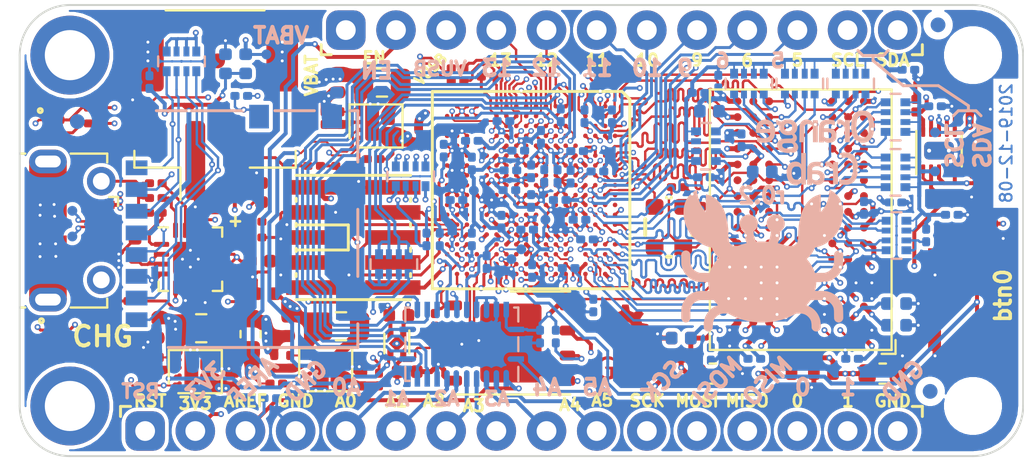
<source format=kicad_pcb>
(kicad_pcb (version 20171130) (host pcbnew 5.1.5-52549c5~84~ubuntu18.04.1)
  (title_block (title "Orange Crab") (date 2019-12-08) (rev r0.2) (company "Good Stuff Department") (comment 1 "ECP5 in Feather format with DDR3 x16 memory") (comment 3 "Licensed under CERN OHL v.1.2") (comment 4 "Designed By: Gregory Davill"))
  (layers (0 F.Cu signal) (1 In1.Cu signal) (2 In2.Cu signal) (3 In3.Cu signal) (4 In4.Cu signal) (31 B.Cu signal) (34 B.Paste user hide) (35 F.Paste user hide) (36 B.SilkS user) (37 F.SilkS user) (38 B.Mask user hide) (39 F.Mask user hide) (44 Edge.Cuts user))
  (net 0 "")
  (net 1 GND)
  (net 2 SPI_CONFIG_SS)
  (net 3 SPI_CONFIG_SCK)
  (net 4 SPI_CONFIG_MISO)
  (net 5 SPI_CONFIG_MOSI)
  (net 6 QSPI_D2)
  (net 7 QSPI_D3)
  (net 8 FPGA_RESET)
  (net 9 "Net-(U3-PadV11)")
  (net 10 "Net-(U3-PadV16)")
  (net 11 JTAG_TDI)
  (net 12 JTAG_TCK)
  (net 13 JTAG_TMS)
  (net 14 JTAG_TDO)
  (net 15 "Net-(U3-PadV2)")
  (net 16 "Net-(U3-PadV3)")
  (net 17 "Net-(U3-PadV12)")
  (net 18 RAM_A1)
  (net 19 RAM_A3)
  (net 20 RAM_A2)
  (net 21 RAM_A7)
  (net 22 RAM_A4)
  (net 23 RAM_A5)
  (net 24 RAM_A6)
  (net 25 RAM_A8)
  (net 26 RAM_A10)
  (net 27 RAM_A11)
  (net 28 RAM_A12)
  (net 29 RAM_A9)
  (net 30 RAM_A0)
  (net 31 RAM_CS#)
  (net 32 RAM_D8)
  (net 33 RAM_D15)
  (net 34 RAM_D9)
  (net 35 RAM_D10)
  (net 36 RAM_D1)
  (net 37 RAM_D3)
  (net 38 RAM_D12)
  (net 39 RAM_D11)
  (net 40 RAM_D2)
  (net 41 RAM_D4)
  (net 42 RAM_D5)
  (net 43 REF_CLK)
  (net 44 RAM_D13)
  (net 45 RAM_D14)
  (net 46 RAM_D0)
  (net 47 RAM_D6)
  (net 48 RAM_D7)
  (net 49 RAM_RESET#)
  (net 50 /sheetHyperRAM/RAM_VDD)
  (net 51 RAM_BA1)
  (net 52 RAM_BA2)
  (net 53 RAM_BA0)
  (net 54 /sheetHyperRAM/RAM_ZQ)
  (net 55 RAM_WE#)
  (net 56 RAM_CKE)
  (net 57 RAM_CAS#)
  (net 58 RAM_ODT)
  (net 59 RAM_RAS#)
  (net 60 /sheetHyperRAM/RAM_VDDQ)
  (net 61 RAM_LDM)
  (net 62 RAM_UDM)
  (net 63 P1.1V)
  (net 64 P3.3V)
  (net 65 VTT)
  (net 66 "Net-(R2-Pad1)")
  (net 67 "Net-(L2-Pad1)")
  (net 68 "Net-(L1-Pad1)")
  (net 69 "Net-(R12-Pad2)")
  (net 70 "Net-(R9-Pad2)")
  (net 71 "Net-(R10-Pad2)")
  (net 72 "Net-(R11-Pad2)")
  (net 73 VSYS)
  (net 74 "Net-(L3-Pad1)")
  (net 75 /sheetPower/PGOOD_P1.1V)
  (net 76 "Net-(R15-Pad1)")
  (net 77 "Net-(R16-Pad1)")
  (net 78 ECP5_VREF)
  (net 79 "Net-(C27-Pad1)")
  (net 80 /sheetIO/AREF)
  (net 81 /sheetIO/A0)
  (net 82 /sheetIO/A1)
  (net 83 /sheetIO/A2)
  (net 84 /sheetIO/A3)
  (net 85 /sheetIO/A4)
  (net 86 /sheetIO/A5)
  (net 87 P2.5V)
  (net 88 SPI_3)
  (net 89 SPI_2)
  (net 90 SPI_1)
  (net 91 SPI_0)
  (net 92 "Net-(J3-Pad4)")
  (net 93 "Net-(D2-Pad2)")
  (net 94 IO_SCL)
  (net 95 IO_SDA)
  (net 96 IO_5)
  (net 97 IO_6)
  (net 98 IO_9)
  (net 99 IO_12)
  (net 100 IO_11)
  (net 101 IO_10)
  (net 102 IO_13)
  (net 103 EN)
  (net 104 IO_1)
  (net 105 IO_0)
  (net 106 IO_MISO)
  (net 107 IO_MOSI)
  (net 108 IO_SCK)
  (net 109 "Net-(D2-Pad3)")
  (net 110 "Net-(R7-Pad1)")
  (net 111 "Net-(R8-Pad1)")
  (net 112 PUSB_VBUS)
  (net 113 USB_PULLUP)
  (net 114 "Net-(D2-Pad4)")
  (net 115 SD0_DAT0)
  (net 116 SD0_DAT2)
  (net 117 SD0_DAT1)
  (net 118 SD0_DAT3)
  (net 119 SD0_CMD)
  (net 120 SD0_CLK)
  (net 121 SD0_CD)
  (net 122 LED_B)
  (net 123 LED_G)
  (net 124 LED_R)
  (net 125 "Net-(D1-Pad2)")
  (net 126 "Net-(D1-Pad3)")
  (net 127 "Net-(D1-Pad4)")
  (net 128 VBATT)
  (net 129 /sheetPower/PGOOD_P3.3V)
  (net 130 "Net-(U3-PadH18)")
  (net 131 RAM_UDQS+)
  (net 132 RAM_UDQS-)
  (net 133 RAM_LDQS+)
  (net 134 RAM_LDQS-)
  (net 135 EXT_PLL+)
  (net 136 EXT_PLL-)
  (net 137 RAM_CK+)
  (net 138 RAM_CK-)
  (net 139 USB_D-)
  (net 140 USB_D+)
  (net 141 "Net-(R26-Pad2)")
  (net 142 "Net-(U3-PadU15)")
  (net 143 P1.35V)
  (net 144 /sheetPower/PGOOD_P1.35V)
  (net 145 RAM_A15)
  (net 146 RAM_A13)
  (net 147 RAM_A14)
  (net 148 USER_BUTTON)
  (net 149 ADC_CTRL0)
  (net 150 ADC_SENSE_LO)
  (net 151 ADC_SENSE_HI)
  (net 152 ADC_CTRL1)
  (net 153 ADC_MUX2)
  (net 154 ADC_MUX3)
  (net 155 ADC_MUX1)
  (net 156 ADC_MUX0)
  (net 157 "Net-(RN4-Pad6)")
  (net 158 "Net-(RN9-Pad1)")
  (net 159 /sheetIO/_USB_D_N)
  (net 160 /sheetIO/_USB_D_P)
  (net 161 "Net-(U3-PadR16)")
  (net 162 "Net-(C29-Pad2)")
  (net 163 IO_A5)
  (net 164 IO_A2)
  (net 165 IO_A1)
  (net 166 IO_A0)
  (net 167 IO_A3)
  (net 168 IO_A4)
  (net 169 "Net-(R32-Pad2)")
  (module Capacitor_SMD:C_0201_0603Metric (layer B.Cu) (at 156.6207 101.4006)
    (fp_text reference C67 hide)
    (fp_text value 10nF hide)
    (pad 2 smd roundrect (at 0.32 0) (size 0.46 0.4) (layers B.Cu B.Mask) (net 1 GND))
    (pad 1 smd roundrect (at -0.32 0) (size 0.46 0.4) (layers B.Cu B.Mask) (net 64 P3.3V))
  )
  (module Resistor_SMD:R_0201_0603Metric (layer F.Cu) (at 150.8295 99.6734)
    (fp_text reference R33 hide)
    (fp_text value 10k hide)
    (pad 2 smd roundrect (at 0.32 0) (size 0.46 0.4) (layers F.Cu F.Mask) (net 1 GND))
    (pad 1 smd roundrect (at -0.32 0) (size 0.46 0.4) (layers F.Cu F.Mask) (net 169 "Net-(R32-Pad2)"))
  )
  (module Resistor_SMD:R_0201_0603Metric (layer F.Cu) (at 149.4167 99.6734)
    (fp_text reference R32 hide)
    (fp_text value 10k hide)
    (pad 2 smd roundrect (at 0.32 0) (size 0.46 0.4) (layers F.Cu F.Mask) (net 169 "Net-(R32-Pad2)"))
    (pad 1 smd roundrect (at -0.32 0) (size 0.46 0.4) (layers F.Cu F.Mask) (net 128 VBATT))
  )
  (module Resistor_SMD:R_0201_0603Metric (layer B.Cu) (at 161.6499 108.3221 90)
    (fp_text reference R31 hide)
    (fp_text value 1.5k hide)
    (pad 2 smd roundrect (at 0.32 0 90) (size 0.46 0.4) (layers B.Cu B.Mask) (net 64 P3.3V))
    (pad 1 smd roundrect (at -0.32 0 90) (size 0.46 0.4) (layers B.Cu B.Mask) (net 3 SPI_CONFIG_SCK))
  )
  (module Capacitor_SMD:C_0201_0603Metric (layer B.Cu) (at 147.1973 111.4463)
    (fp_text reference C71 hide)
    (fp_text value 100nF hide)
    (pad 2 smd roundrect (at 0.32 0) (size 0.46 0.4) (layers B.Cu B.Mask) (net 1 GND))
    (pad 1 smd roundrect (at -0.32 0) (size 0.46 0.4) (layers B.Cu B.Mask) (net 80 /sheetIO/AREF))
  )
  (module Package_SON:WSON-8-1EP_6x5mm_P1.27mm_EP3.4x4mm (layer F.Cu) (at 159.377 108.65)
    (fp_text reference U6 hide)
    (fp_text value W25Q128JVP hide)
    (pad 8 smd roundrect (at 2.8625 -1.905) (size 0.775 0.5) (layers F.Cu F.Paste F.Mask) (net 64 P3.3V))
    (pad 7 smd roundrect (at 2.8625 -0.635) (size 0.775 0.5) (layers F.Cu F.Paste F.Mask) (net 7 QSPI_D3))
    (pad 6 smd roundrect (at 2.8625 0.635) (size 0.775 0.5) (layers F.Cu F.Paste F.Mask) (net 3 SPI_CONFIG_SCK))
    (pad 5 smd roundrect (at 2.8625 1.905) (size 0.775 0.5) (layers F.Cu F.Paste F.Mask) (net 5 SPI_CONFIG_MOSI))
    (pad 4 smd roundrect (at -2.8625 1.905) (size 0.775 0.5) (layers F.Cu F.Paste F.Mask) (net 1 GND))
    (pad 3 smd roundrect (at -2.8625 0.635) (size 0.775 0.5) (layers F.Cu F.Paste F.Mask) (net 6 QSPI_D2))
    (pad 2 smd roundrect (at -2.8625 -0.635) (size 0.775 0.5) (layers F.Cu F.Paste F.Mask) (net 4 SPI_CONFIG_MISO))
    (pad 1 smd roundrect (at -2.8625 -1.905) (size 0.775 0.5) (layers F.Cu F.Paste F.Mask) (net 2 SPI_CONFIG_SS))
    (pad 4 smd roundrect (at 0 0) (size 3.1 4) (layers F.Cu F.Mask) (roundrect_rratio 0.07400000000000001) (net 1 GND))
  )
  (module Resistor_SMD:R_0201_0603Metric (layer F.Cu) (at 155.527 107.475 270)
    (fp_text reference R30 hide)
    (fp_text value 4.7k hide)
    (pad 2 smd roundrect (at 0.32 0 270) (size 0.46 0.4) (layers F.Cu F.Mask) (net 64 P3.3V))
    (pad 1 smd roundrect (at -0.32 0 270) (size 0.46 0.4) (layers F.Cu F.Mask) (net 2 SPI_CONFIG_SS))
  )
  (module Fiducial:Fiducial_0.75mm_Mask1.5mm (layer F.Cu) (at 180.977 95.3)
    (fp_text reference FID6 hide)
    (fp_text value Fiducial hide)
    (pad "" smd circle (at 0 0) (size 0.75 0.75) (layers F.Cu F.Mask) (clearance 0.375))
  )
  (module Fiducial:Fiducial_0.75mm_Mask1.5mm (layer B.Cu) (at 180.602 111.1)
    (fp_text reference FID5 hide)
    (fp_text value Fiducial hide)
    (pad "" smd circle (at 0 0) (size 0.75 0.75) (layers B.Cu B.Mask) (clearance 0.375))
  )
  (module Fiducial:Fiducial_0.75mm_Mask1.5mm (layer F.Cu) (at 181.902 109.775)
    (fp_text reference FID4 hide)
    (fp_text value Fiducial hide)
    (pad "" smd circle (at 0 0) (size 0.75 0.75) (layers F.Cu F.Mask) (clearance 0.375))
  )
  (module Fiducial:Fiducial_0.75mm_Mask1.5mm (layer B.Cu) (at 181.002 92.525)
    (fp_text reference FID3 hide)
    (fp_text value Fiducial hide)
    (pad "" smd circle (at 0 0) (size 0.75 0.75) (layers B.Cu B.Mask) (clearance 0.375))
  )
  (module Fiducial:Fiducial_0.75mm_Mask1.5mm (layer F.Cu) (at 144.527 94.35)
    (fp_text reference FID2 hide)
    (fp_text value Fiducial hide)
    (pad "" smd circle (at 0 0) (size 0.75 0.75) (layers F.Cu F.Mask) (clearance 0.375))
  )
  (module Fiducial:Fiducial_0.75mm_Mask1.5mm (layer B.Cu) (at 137.427 97.425)
    (fp_text reference FID1 hide)
    (fp_text value Fiducial hide)
    (pad "" smd circle (at 0 0) (size 0.75 0.75) (layers B.Cu B.Mask) (clearance 0.375))
  )
  (module Resistor_SMD:R_Array_Convex_4x0402 (layer B.Cu) (at 154.302 100.2 270)
    (fp_text reference RN10 hide)
    (fp_text value 50R hide)
    (pad 5 smd rect (at 0.5 -0.75 270) (size 0.5 0.4) (layers B.Cu B.Paste B.Mask) (net 84 /sheetIO/A3))
    (pad 6 smd rect (at 0.5 -0.25 270) (size 0.5 0.3) (layers B.Cu B.Paste B.Mask) (net 83 /sheetIO/A2))
    (pad 8 smd rect (at 0.5 0.75 270) (size 0.5 0.4) (layers B.Cu B.Paste B.Mask) (net 81 /sheetIO/A0))
    (pad 7 smd rect (at 0.5 0.25 270) (size 0.5 0.3) (layers B.Cu B.Paste B.Mask) (net 82 /sheetIO/A1))
    (pad 4 smd rect (at -0.5 -0.75 270) (size 0.5 0.4) (layers B.Cu B.Paste B.Mask) (net 167 IO_A3))
    (pad 2 smd rect (at -0.5 0.25 270) (size 0.5 0.3) (layers B.Cu B.Paste B.Mask) (net 165 IO_A1))
    (pad 3 smd rect (at -0.5 -0.25 270) (size 0.5 0.3) (layers B.Cu B.Paste B.Mask) (net 164 IO_A2))
    (pad 1 smd rect (at -0.5 0.75 270) (size 0.5 0.4) (layers B.Cu B.Paste B.Mask) (net 166 IO_A0))
  )
  (module Resistor_SMD:R_0201_0603Metric (layer B.Cu) (at 155.102 103.4 270)
    (fp_text reference R6 hide)
    (fp_text value 50R hide)
    (pad 2 smd roundrect (at 0.32 0 270) (size 0.46 0.4) (layers B.Cu B.Mask) (net 168 IO_A4))
    (pad 1 smd roundrect (at -0.32 0 270) (size 0.46 0.4) (layers B.Cu B.Mask) (net 85 /sheetIO/A4))
  )
  (module Resistor_SMD:R_0201_0603Metric (layer B.Cu) (at 155.777 103.4 270)
    (fp_text reference R3 hide)
    (fp_text value 50R hide)
    (pad 2 smd roundrect (at 0.32 0 270) (size 0.46 0.4) (layers B.Cu B.Mask) (net 163 IO_A5))
    (pad 1 smd roundrect (at -0.32 0 270) (size 0.46 0.4) (layers B.Cu B.Mask) (net 86 /sheetIO/A5))
  )
  (module Capacitor_SMD:C_0402_1005Metric (layer B.Cu) (at 144.927 94.5 270)
    (fp_text reference C29 hide)
    (fp_text value 10uF hide)
    (pad 2 smd roundrect (at 0.485 0 270) (size 0.59 0.64) (layers B.Cu B.Paste B.Mask) (net 162 "Net-(C29-Pad2)"))
    (pad 1 smd roundrect (at -0.485 0 270) (size 0.59 0.64) (layers B.Cu B.Paste B.Mask) (net 1 GND))
  )
  (module gkl_conn:Feather_PinHeader_1x12 (layer F.Cu) (at 164.99 92.79)
    (fp_text reference J1 hide)
    (fp_text value Conn_01x12_Male hide)
    (pad 11 thru_hole circle (at 11.43 0) (size 2 2) (drill 1) (layers *.Cu *.Mask) (net 94 IO_SCL))
    (pad 12 thru_hole circle (at 13.97 0) (size 2 2) (drill 1) (layers *.Cu *.Mask) (net 95 IO_SDA))
    (pad 10 thru_hole circle (at 8.89 0) (size 2 2) (drill 1) (layers *.Cu *.Mask) (net 96 IO_5))
    (pad 9 thru_hole circle (at 6.35 0) (size 2 2) (drill 1) (layers *.Cu *.Mask) (net 97 IO_6))
    (pad 8 thru_hole circle (at 3.81 0) (size 2 2) (drill 1) (layers *.Cu *.Mask) (net 98 IO_9))
    (pad 5 thru_hole circle (at -3.81 0) (size 2 2) (drill 1) (layers *.Cu *.Mask) (net 99 IO_12))
    (pad 6 thru_hole circle (at -1.27 0) (size 2 2) (drill 1) (layers *.Cu *.Mask) (net 100 IO_11))
    (pad 7 thru_hole circle (at 1.27 0) (size 2 2) (drill 1) (layers *.Cu *.Mask) (net 101 IO_10))
    (pad 4 thru_hole circle (at -6.35 0) (size 2 2) (drill 1) (layers *.Cu *.Mask) (net 102 IO_13))
    (pad 3 thru_hole circle (at -8.89 0) (size 2 2) (drill 1) (layers *.Cu *.Mask) (net 112 PUSB_VBUS))
    (pad 2 thru_hole circle (at -11.43 0) (size 2 2) (drill 1) (layers *.Cu *.Mask) (net 103 EN))
    (pad 1 thru_hole roundrect (at -13.97 0) (size 2 2) (drill 1) (layers *.Cu *.Mask) (roundrect_rratio 0.3) (net 128 VBATT))
  )
  (module Capacitor_SMD:C_0201_0603Metric (layer B.Cu) (at 161.902 97.108 90)
    (fp_text reference C28 hide)
    (fp_text value 100nF hide)
    (pad 2 smd roundrect (at 0.32 0 90) (size 0.46 0.4) (layers B.Cu B.Mask) (net 1 GND))
    (pad 1 smd roundrect (at -0.32 0 90) (size 0.46 0.4) (layers B.Cu B.Mask) (net 150 ADC_SENSE_LO))
  )
  (module gkl_conn:molex_microsd_1040310811 (layer B.Cu) (at 140.427 102.875 90)
    (fp_text reference J4 hide)
    (fp_text value MicroSd hide)
    (pad MP smd rect (at -3.7 10.9 90) (size 1.9 1.35) (layers B.Cu B.Paste B.Mask) (net 1 GND))
    (pad MP smd rect (at 2.2 10.9 90) (size 1.9 1.35) (layers B.Cu B.Paste B.Mask) (net 1 GND))
    (pad MP smd rect (at 5.7 9.9 90) (size 1.2 1) (layers B.Cu B.Paste B.Mask) (net 1 GND))
    (pad 9 smd rect (at 5.7 6.2 90) (size 1.2 1) (layers B.Cu B.Paste B.Mask) (net 121 SD0_CD))
    (pad MP smd rect (at 5.5 0.1 90) (size 1.55 1.35) (layers B.Cu B.Paste B.Mask) (net 1 GND))
    (pad MP smd rect (at -5.8 0.35 90) (size 1.17 1.8) (layers B.Cu B.Paste B.Mask) (net 1 GND))
    (pad 8 smd rect (at -4.595 0 90) (size 0.75 1.1) (layers B.Cu B.Paste B.Mask) (net 117 SD0_DAT1))
    (pad 7 smd rect (at -3.495 0 90) (size 0.75 1.1) (layers B.Cu B.Paste B.Mask) (net 115 SD0_DAT0))
    (pad 6 smd rect (at -2.395 0 90) (size 0.75 1.1) (layers B.Cu B.Paste B.Mask) (net 1 GND))
    (pad 5 smd rect (at -1.295 0 90) (size 0.75 1.1) (layers B.Cu B.Paste B.Mask) (net 120 SD0_CLK))
    (pad 4 smd rect (at -0.195 0 90) (size 0.75 1.1) (layers B.Cu B.Paste B.Mask) (net 162 "Net-(C29-Pad2)"))
    (pad 3 smd rect (at 0.905 0 90) (size 0.75 1.1) (layers B.Cu B.Paste B.Mask) (net 119 SD0_CMD))
    (pad 2 smd rect (at 2.005 0 90) (size 0.75 1.1) (layers B.Cu B.Paste B.Mask) (net 118 SD0_DAT3))
    (pad 1 smd rect (at 3.105 0 90) (size 0.75 1.1) (layers B.Cu B.Paste B.Mask) (net 116 SD0_DAT2))
  )
  (module gkl_misc:TestPoint_Pad_D0.5mm (layer B.Cu) (at 137.175 101.950001 90)
    (fp_text reference TP27 hide)
    (fp_text value SMD_TP hide)
    (pad 1 smd circle (at 0 0 90) (size 0.5 0.5) (layers B.Cu B.Mask) (net 159 /sheetIO/_USB_D_N))
  )
  (module gkl_misc:TestPoint_Pad_D0.5mm (layer B.Cu) (at 137.175 103.250001 90)
    (fp_text reference TP26 hide)
    (fp_text value SMD_TP hide)
    (pad 1 smd circle (at 0 0 90) (size 0.5 0.5) (layers B.Cu B.Mask) (net 160 /sheetIO/_USB_D_P))
  )
  (module bosonFrameGrabber:csBGA_132 (layer F.Cu) (at 160.4 100.900001 270)
    (fp_text reference U3 hide)
    (fp_text value ECP5U25 hide)
    (pad B1 smd circle (at -4.25 -3.75) (size 0.23 0.23) (layers F.Cu F.Paste F.Mask) (net 25 RAM_A8))
    (pad C1 smd circle (at -4.25 -3.25) (size 0.23 0.23) (layers F.Cu F.Paste F.Mask) (net 146 RAM_A13))
    (pad D1 smd circle (at -4.25 -2.75) (size 0.23 0.23) (layers F.Cu F.Paste F.Mask) (net 29 RAM_A9))
    (pad F1 smd circle (at -4.25 -1.75) (size 0.23 0.23) (layers F.Cu F.Paste F.Mask) (net 152 ADC_CTRL1))
    (pad G1 smd circle (at -4.25 -1.25) (size 0.23 0.23) (layers F.Cu F.Paste F.Mask) (net 149 ADC_CTRL0))
    (pad H1 smd circle (at -4.25 -0.75) (size 0.23 0.23) (layers F.Cu F.Paste F.Mask) (net 154 ADC_MUX3))
    (pad J1 smd circle (at -4.25 -0.25) (size 0.23 0.23) (layers F.Cu F.Paste F.Mask) (net 115 SD0_DAT0))
    (pad K1 smd circle (at -4.25 0.25) (size 0.23 0.23) (layers F.Cu F.Paste F.Mask) (net 120 SD0_CLK))
    (pad L1 smd circle (at -4.25 0.75) (size 0.23 0.23) (layers F.Cu F.Paste F.Mask) (net 121 SD0_CD))
    (pad M1 smd circle (at -4.25 1.25) (size 0.23 0.23) (layers F.Cu F.Paste F.Mask) (net 118 SD0_DAT3))
    (pad N1 smd circle (at -4.25 1.75) (size 0.23 0.23) (layers F.Cu F.Paste F.Mask) (net 140 USB_D+))
    (pad R1 smd circle (at -4.25 2.75) (size 0.23 0.23) (layers F.Cu F.Paste F.Mask) (net 1 GND))
    (pad T1 smd circle (at -4.25 3.25) (size 0.23 0.23) (layers F.Cu F.Paste F.Mask) (net 1 GND))
    (pad U1 smd circle (at -4.25 3.75) (size 0.23 0.23) (layers F.Cu F.Paste F.Mask) (net 1 GND))
    (pad A2 smd circle (at -3.75 -4.25) (size 0.23 0.23) (layers F.Cu F.Paste F.Mask) (net 147 RAM_A14))
    (pad B2 smd circle (at -3.75 -3.75) (size 0.23 0.23) (layers F.Cu F.Paste F.Mask) (net 21 RAM_A7))
    (pad C2 smd circle (at -3.75 -3.25) (size 0.23 0.23) (layers F.Cu F.Paste F.Mask) (net 27 RAM_A11))
    (pad D2 smd circle (at -3.75 -2.75) (size 0.23 0.23) (layers F.Cu F.Paste F.Mask) (net 18 RAM_A1))
    (pad F2 smd circle (at -3.75 -1.75) (size 0.23 0.23) (layers F.Cu F.Paste F.Mask) (net 153 ADC_MUX2))
    (pad G2 smd circle (at -3.75 -1.25) (size 0.23 0.23) (layers F.Cu F.Paste F.Mask) (net 1 GND))
    (pad H2 smd circle (at -3.75 -0.75) (size 0.23 0.23) (layers F.Cu F.Paste F.Mask) (net 99 IO_12))
    (pad J2 smd circle (at -3.75 -0.25) (size 0.23 0.23) (layers F.Cu F.Paste F.Mask) (net 102 IO_13))
    (pad K2 smd circle (at -3.75 0.25) (size 0.23 0.23) (layers F.Cu F.Paste F.Mask) (net 119 SD0_CMD))
    (pad L2 smd circle (at -3.75 0.75) (size 0.23 0.23) (layers F.Cu F.Paste F.Mask) (net 1 GND))
    (pad M2 smd circle (at -3.75 1.25) (size 0.23 0.23) (layers F.Cu F.Paste F.Mask) (net 139 USB_D-))
    (pad N2 smd circle (at -3.75 1.75) (size 0.23 0.23) (layers F.Cu F.Paste F.Mask) (net 113 USB_PULLUP))
    (pad R2 smd circle (at -3.75 2.75) (size 0.23 0.23) (layers F.Cu F.Paste F.Mask) (net 1 GND))
    (pad T2 smd circle (at -3.75 3.25) (size 0.23 0.23) (layers F.Cu F.Paste F.Mask) (net 1 GND))
    (pad U2 smd circle (at -3.75 3.75) (size 0.23 0.23) (layers F.Cu F.Paste F.Mask) (net 1 GND))
    (pad V2 smd circle (at -3.75 4.25) (size 0.23 0.23) (layers F.Cu F.Paste F.Mask) (net 15 "Net-(U3-PadV2)"))
    (pad A3 smd circle (at -3.25 -4.25) (size 0.23 0.23) (layers F.Cu F.Paste F.Mask) (net 19 RAM_A3))
    (pad B3 smd circle (at -3.25 -3.75) (size 0.23 0.23) (layers F.Cu F.Paste F.Mask) (net 1 GND))
    (pad C3 smd circle (at -3.25 -3.25) (size 0.23 0.23) (layers F.Cu F.Paste F.Mask) (net 24 RAM_A6))
    (pad D3 smd circle (at -3.25 -2.75) (size 0.23 0.23) (layers F.Cu F.Paste F.Mask) (net 20 RAM_A2))
    (pad F3 smd circle (at -3.25 -1.75) (size 0.23 0.23) (layers F.Cu F.Paste F.Mask) (net 155 ADC_MUX1))
    (pad G3 smd circle (at -3.25 -1.25) (size 0.23 0.23) (layers F.Cu F.Paste F.Mask) (net 150 ADC_SENSE_LO))
    (pad H3 smd circle (at -3.25 -0.75) (size 0.23 0.23) (layers F.Cu F.Paste F.Mask) (net 151 ADC_SENSE_HI))
    (pad J3 smd circle (at -3.25 -0.25) (size 0.23 0.23) (layers F.Cu F.Paste F.Mask) (net 122 LED_B))
    (pad K3 smd circle (at -3.25 0.25) (size 0.23 0.23) (layers F.Cu F.Paste F.Mask) (net 117 SD0_DAT1))
    (pad L3 smd circle (at -3.25 0.75) (size 0.23 0.23) (layers F.Cu F.Paste F.Mask) (net 116 SD0_DAT2))
    (pad M3 smd circle (at -3.25 1.25) (size 0.23 0.23) (layers F.Cu F.Paste F.Mask) (net 123 LED_G))
    (pad N3 smd circle (at -3.25 1.75) (size 0.23 0.23) (layers F.Cu F.Paste F.Mask) (net 165 IO_A1))
    (pad R3 smd circle (at -3.25 2.75) (size 0.23 0.23) (layers F.Cu F.Paste F.Mask) (net 1 GND))
    (pad T3 smd circle (at -3.25 3.25) (size 0.23 0.23) (layers F.Cu F.Paste F.Mask) (net 1 GND))
    (pad U3 smd circle (at -3.25 3.75) (size 0.23 0.23) (layers F.Cu F.Paste F.Mask) (net 1 GND))
    (pad V3 smd circle (at -3.25 4.25) (size 0.23 0.23) (layers F.Cu F.Paste F.Mask) (net 16 "Net-(U3-PadV3)"))
    (pad A4 smd circle (at -2.75 -4.25) (size 0.23 0.23) (layers F.Cu F.Paste F.Mask) (net 22 RAM_A4))
    (pad B4 smd circle (at -2.75 -3.75) (size 0.23 0.23) (layers F.Cu F.Paste F.Mask) (net 78 ECP5_VREF))
    (pad C4 smd circle (at -2.75 -3.25) (size 0.23 0.23) (layers F.Cu F.Paste F.Mask) (net 30 RAM_A0))
    (pad D4 smd circle (at -2.75 -2.75) (size 0.23 0.23) (layers F.Cu F.Paste F.Mask) (net 23 RAM_A5))
    (pad F4 smd circle (at -2.75 -1.75) (size 0.23 0.23) (layers F.Cu F.Paste F.Mask) (net 156 ADC_MUX0))
    (pad G4 smd circle (at -2.75 -1.25) (size 0.23 0.23) (layers F.Cu F.Paste F.Mask) (net 168 IO_A4))
    (pad H4 smd circle (at -2.75 -0.75) (size 0.23 0.23) (layers F.Cu F.Paste F.Mask) (net 167 IO_A3))
    (pad J4 smd circle (at -2.75 -0.25) (size 0.23 0.23) (layers F.Cu F.Paste F.Mask) (net 63 P1.1V))
    (pad K4 smd circle (at -2.75 0.25) (size 0.23 0.23) (layers F.Cu F.Paste F.Mask) (net 124 LED_R))
    (pad L4 smd circle (at -2.75 0.75) (size 0.23 0.23) (layers F.Cu F.Paste F.Mask) (net 166 IO_A0))
    (pad M4 smd circle (at -2.75 1.25) (size 0.23 0.23) (layers F.Cu F.Paste F.Mask) (net 63 P1.1V))
    (pad N4 smd circle (at -2.75 1.75) (size 0.23 0.23) (layers F.Cu F.Paste F.Mask) (net 164 IO_A2))
    (pad T4 smd circle (at -2.75 3.25) (size 0.23 0.23) (layers F.Cu F.Paste F.Mask) (net 1 GND))
    (pad U4 smd circle (at -2.75 3.75) (size 0.23 0.23) (layers F.Cu F.Paste F.Mask) (net 1 GND))
    (pad V4 smd circle (at -2.75 4.25) (size 0.23 0.23) (layers F.Cu F.Paste F.Mask) (net 1 GND))
    (pad E5 smd circle (at -2.25 -2.25) (size 0.23 0.23) (layers F.Cu F.Paste F.Mask) (net 1 GND))
    (pad F5 smd circle (at -2.25 -1.75) (size 0.23 0.23) (layers F.Cu F.Paste F.Mask) (net 1 GND))
    (pad G5 smd circle (at -2.25 -1.25) (size 0.23 0.23) (layers F.Cu F.Paste F.Mask) (net 143 P1.35V))
    (pad H5 smd circle (at -2.25 -0.75) (size 0.23 0.23) (layers F.Cu F.Paste F.Mask) (net 143 P1.35V))
    (pad J5 smd circle (at -2.25 -0.25) (size 0.23 0.23) (layers F.Cu F.Paste F.Mask) (net 63 P1.1V))
    (pad K5 smd circle (at -2.25 0.25) (size 0.23 0.23) (layers F.Cu F.Paste F.Mask) (net 1 GND))
    (pad L5 smd circle (at -2.25 0.75) (size 0.23 0.23) (layers F.Cu F.Paste F.Mask) (net 1 GND))
    (pad M5 smd circle (at -2.25 1.25) (size 0.23 0.23) (layers F.Cu F.Paste F.Mask) (net 64 P3.3V))
    (pad N5 smd circle (at -2.25 1.75) (size 0.23 0.23) (layers F.Cu F.Paste F.Mask) (net 64 P3.3V))
    (pad P5 smd circle (at -2.25 2.25) (size 0.23 0.23) (layers F.Cu F.Paste F.Mask) (net 1 GND))
    (pad T5 smd circle (at -2.25 3.25) (size 0.23 0.23) (layers F.Cu F.Paste F.Mask) (net 1 GND))
    (pad U5 smd circle (at -2.25 3.75) (size 0.23 0.23) (layers F.Cu F.Paste F.Mask) (net 1 GND))
    (pad V5 smd circle (at -2.25 4.25) (size 0.23 0.23) (layers F.Cu F.Paste F.Mask) (net 1 GND))
    (pad A6 smd circle (at -1.75 -4.25) (size 0.23 0.23) (layers F.Cu F.Paste F.Mask) (net 52 RAM_BA2))
    (pad B6 smd circle (at -1.75 -3.75) (size 0.23 0.23) (layers F.Cu F.Paste F.Mask) (net 28 RAM_A12))
    (pad C6 smd circle (at -1.75 -3.25) (size 0.23 0.23) (layers F.Cu F.Paste F.Mask) (net 143 P1.35V))
    (pad D6 smd circle (at -1.75 -2.75) (size 0.23 0.23) (layers F.Cu F.Paste F.Mask) (net 53 RAM_BA0))
    (pad E6 smd circle (at -1.75 -2.25) (size 0.23 0.23) (layers F.Cu F.Paste F.Mask) (net 87 P2.5V))
    (pad F6 smd circle (at -1.75 -1.75) (size 0.23 0.23) (layers F.Cu F.Paste F.Mask) (net 1 GND))
    (pad G6 smd circle (at -1.75 -1.25) (size 0.23 0.23) (layers F.Cu F.Paste F.Mask) (net 1 GND))
    (pad H6 smd circle (at -1.75 -0.75) (size 0.23 0.23) (layers F.Cu F.Paste F.Mask) (net 1 GND))
    (pad J6 smd circle (at -1.75 -0.25) (size 0.23 0.23) (layers F.Cu F.Paste F.Mask) (net 1 GND))
    (pad K6 smd circle (at -1.75 0.25) (size 0.23 0.23) (layers F.Cu F.Paste F.Mask) (net 1 GND))
    (pad L6 smd circle (at -1.75 0.75) (size 0.23 0.23) (layers F.Cu F.Paste F.Mask) (net 1 GND))
    (pad M6 smd circle (at -1.75 1.25) (size 0.23 0.23) (layers F.Cu F.Paste F.Mask) (net 1 GND))
    (pad N6 smd circle (at -1.75 1.75) (size 0.23 0.23) (layers F.Cu F.Paste F.Mask) (net 87 P2.5V))
    (pad P6 smd circle (at -1.75 2.25) (size 0.23 0.23) (layers F.Cu F.Paste F.Mask) (net 1 GND))
    (pad T6 smd circle (at -1.75 3.25) (size 0.23 0.23) (layers F.Cu F.Paste F.Mask) (net 1 GND))
    (pad U6 smd circle (at -1.75 3.75) (size 0.23 0.23) (layers F.Cu F.Paste F.Mask) (net 1 GND))
    (pad V6 smd circle (at -1.75 4.25) (size 0.23 0.23) (layers F.Cu F.Paste F.Mask) (net 1 GND))
    (pad A7 smd circle (at -1.25 -4.25) (size 0.23 0.23) (layers F.Cu F.Paste F.Mask) (net 26 RAM_A10))
    (pad B7 smd circle (at -1.25 -3.75) (size 0.23 0.23) (layers F.Cu F.Paste F.Mask) (net 51 RAM_BA1))
    (pad C7 smd circle (at -1.25 -3.25) (size 0.23 0.23) (layers F.Cu F.Paste F.Mask) (net 145 RAM_A15))
    (pad D7 smd circle (at -1.25 -2.75) (size 0.23 0.23) (layers F.Cu F.Paste F.Mask) (net 64 P3.3V))
    (pad E7 smd circle (at -1.25 -2.25) (size 0.23 0.23) (layers F.Cu F.Paste F.Mask) (net 1 GND))
    (pad F7 smd circle (at -1.25 -1.75) (size 0.23 0.23) (layers F.Cu F.Paste F.Mask) (net 1 GND))
    (pad G7 smd circle (at -1.25 -1.25) (size 0.23 0.23) (layers F.Cu F.Paste F.Mask) (net 1 GND))
    (pad H7 smd circle (at -1.25 -0.75) (size 0.23 0.23) (layers F.Cu F.Paste F.Mask) (net 1 GND))
    (pad J7 smd circle (at -1.25 -0.25) (size 0.23 0.23) (layers F.Cu F.Paste F.Mask) (net 1 GND))
    (pad K7 smd circle (at -1.25 0.25) (size 0.23 0.23) (layers F.Cu F.Paste F.Mask) (net 1 GND))
    (pad L7 smd circle (at -1.25 0.75) (size 0.23 0.23) (layers F.Cu F.Paste F.Mask) (net 1 GND))
    (pad M7 smd circle (at -1.25 1.25) (size 0.23 0.23) (layers F.Cu F.Paste F.Mask) (net 1 GND))
    (pad N7 smd circle (at -1.25 1.75) (size 0.23 0.23) (layers F.Cu F.Paste F.Mask) (net 1 GND))
    (pad P7 smd circle (at -1.25 2.25) (size 0.23 0.23) (layers F.Cu F.Paste F.Mask) (net 63 P1.1V))
    (pad T7 smd circle (at -1.25 3.25) (size 0.23 0.23) (layers F.Cu F.Paste F.Mask) (net 1 GND))
    (pad U7 smd circle (at -1.25 3.75) (size 0.23 0.23) (layers F.Cu F.Paste F.Mask) (net 1 GND))
    (pad V7 smd circle (at -1.25 4.25) (size 0.23 0.23) (layers F.Cu F.Paste F.Mask) (net 1 GND))
    (pad A8 smd circle (at -0.75 -4.25) (size 0.23 0.23) (layers F.Cu F.Paste F.Mask) (net 100 IO_11))
    (pad B8 smd circle (at -0.75 -3.75) (size 0.23 0.23) (layers F.Cu F.Paste F.Mask) (net 101 IO_10))
    (pad C8 smd circle (at -0.75 -3.25) (size 0.23 0.23) (layers F.Cu F.Paste F.Mask) (net 98 IO_9))
    (pad D8 smd circle (at -0.75 -2.75) (size 0.23 0.23) (layers F.Cu F.Paste F.Mask) (net 63 P1.1V))
    (pad E8 smd circle (at -0.75 -2.25) (size 0.23 0.23) (layers F.Cu F.Paste F.Mask) (net 1 GND))
    (pad F8 smd circle (at -0.75 -1.75) (size 0.23 0.23) (layers F.Cu F.Paste F.Mask) (net 1 GND))
    (pad G8 smd circle (at -0.75 -1.25) (size 0.23 0.23) (layers F.Cu F.Paste F.Mask) (net 1 GND))
    (pad H8 smd circle (at -0.75 -0.75) (size 0.23 0.23) (layers F.Cu F.Paste F.Mask) (net 1 GND))
    (pad J8 smd circle (at -0.75 -0.25) (size 0.23 0.23) (layers F.Cu F.Paste F.Mask) (net 1 GND))
    (pad K8 smd circle (at -0.75 0.25) (size 0.23 0.23) (layers F.Cu F.Paste F.Mask) (net 1 GND))
    (pad L8 smd circle (at -0.75 0.75) (size 0.23 0.23) (layers F.Cu F.Paste F.Mask) (net 1 GND))
    (pad M8 smd circle (at -0.75 1.25) (size 0.23 0.23) (layers F.Cu F.Paste F.Mask) (net 1 GND))
    (pad N8 smd circle (at -0.75 1.75) (size 0.23 0.23) (layers F.Cu F.Paste F.Mask) (net 1 GND))
    (pad P8 smd circle (at -0.75 2.25) (size 0.23 0.23) (layers F.Cu F.Paste F.Mask) (net 1 GND))
    (pad T8 smd circle (at -0.75 3.25) (size 0.23 0.23) (layers F.Cu F.Paste F.Mask) (net 1 GND))
    (pad U8 smd circle (at -0.75 3.75) (size 0.23 0.23) (layers F.Cu F.Paste F.Mask) (net 1 GND))
    (pad V8 smd circle (at -0.75 4.25) (size 0.23 0.23) (layers F.Cu F.Paste F.Mask) (net 1 GND))
    (pad A9 smd circle (at -0.25 -4.25) (size 0.23 0.23) (layers F.Cu F.Paste F.Mask) (net 43 REF_CLK))
    (pad B9 smd circle (at -0.25 -3.75) (size 0.23 0.23) (layers F.Cu F.Paste F.Mask) (net 97 IO_6))
    (pad C9 smd circle (at -0.25 -3.25) (size 0.23 0.23) (layers F.Cu F.Paste F.Mask) (net 94 IO_SCL))
    (pad D9 smd circle (at -0.25 -2.75) (size 0.23 0.23) (layers F.Cu F.Paste F.Mask) (net 63 P1.1V))
    (pad E9 smd circle (at -0.25 -2.25) (size 0.23 0.23) (layers F.Cu F.Paste F.Mask) (net 1 GND))
    (pad F9 smd circle (at -0.25 -1.75) (size 0.23 0.23) (layers F.Cu F.Paste F.Mask) (net 1 GND))
    (pad G9 smd circle (at -0.25 -1.25) (size 0.23 0.23) (layers F.Cu F.Paste F.Mask) (net 1 GND))
    (pad H9 smd circle (at -0.25 -0.75) (size 0.23 0.23) (layers F.Cu F.Paste F.Mask) (net 1 GND))
    (pad J9 smd circle (at -0.25 -0.25) (size 0.23 0.23) (layers F.Cu F.Paste F.Mask) (net 1 GND))
    (pad K9 smd circle (at -0.25 0.25) (size 0.23 0.23) (layers F.Cu F.Paste F.Mask) (net 1 GND))
    (pad L9 smd circle (at -0.25 0.75) (size 0.23 0.23) (layers F.Cu F.Paste F.Mask) (net 1 GND))
    (pad M9 smd circle (at -0.25 1.25) (size 0.23 0.23) (layers F.Cu F.Paste F.Mask) (net 1 GND))
    (pad N9 smd circle (at -0.25 1.75) (size 0.23 0.23) (layers F.Cu F.Paste F.Mask) (net 1 GND))
    (pad P9 smd circle (at -0.25 2.25) (size 0.23 0.23) (layers F.Cu F.Paste F.Mask) (net 63 P1.1V))
    (pad T9 smd circle (at -0.25 3.25) (size 0.23 0.23) (layers F.Cu F.Paste F.Mask) (net 1 GND))
    (pad U9 smd circle (at -0.25 3.75) (size 0.23 0.23) (layers F.Cu F.Paste F.Mask) (net 1 GND))
    (pad V9 smd circle (at -0.25 4.25) (size 0.23 0.23) (layers F.Cu F.Paste F.Mask) (net 1 GND))
    (pad A10 smd circle (at 0.25 -4.25) (size 0.23 0.23) (layers F.Cu F.Paste F.Mask) (net 91 SPI_0))
    (pad B10 smd circle (at 0.25 -3.75) (size 0.23 0.23) (layers F.Cu F.Paste F.Mask) (net 96 IO_5))
    (pad C10 smd circle (at 0.25 -3.25) (size 0.23 0.23) (layers F.Cu F.Paste F.Mask) (net 95 IO_SDA))
    (pad D10 smd circle (at 0.25 -2.75) (size 0.23 0.23) (layers F.Cu F.Paste F.Mask) (net 63 P1.1V))
    (pad E10 smd circle (at 0.25 -2.25) (size 0.23 0.23) (layers F.Cu F.Paste F.Mask) (net 1 GND))
    (pad F10 smd circle (at 0.25 -1.75) (size 0.23 0.23) (layers F.Cu F.Paste F.Mask) (net 1 GND))
    (pad G10 smd circle (at 0.25 -1.25) (size 0.23 0.23) (layers F.Cu F.Paste F.Mask) (net 1 GND))
    (pad H10 smd circle (at 0.25 -0.75) (size 0.23 0.23) (layers F.Cu F.Paste F.Mask) (net 1 GND))
    (pad J10 smd circle (at 0.25 -0.25) (size 0.23 0.23) (layers F.Cu F.Paste F.Mask) (net 1 GND))
    (pad K10 smd circle (at 0.25 0.25) (size 0.23 0.23) (layers F.Cu F.Paste F.Mask) (net 1 GND))
    (pad L10 smd circle (at 0.25 0.75) (size 0.23 0.23) (layers F.Cu F.Paste F.Mask) (net 1 GND))
    (pad M10 smd circle (at 0.25 1.25) (size 0.23 0.23) (layers F.Cu F.Paste F.Mask) (net 1 GND))
    (pad N10 smd circle (at 0.25 1.75) (size 0.23 0.23) (layers F.Cu F.Paste F.Mask) (net 1 GND))
    (pad P10 smd circle (at 0.25 2.25) (size 0.23 0.23) (layers F.Cu F.Paste F.Mask) (net 1 GND))
    (pad R10 smd circle (at 0.25 2.75) (size 0.23 0.23) (layers F.Cu F.Paste F.Mask) (net 1 GND))
    (pad T10 smd circle (at 0.25 3.25) (size 0.23 0.23) (layers F.Cu F.Paste F.Mask) (net 1 GND))
    (pad U10 smd circle (at 0.25 3.75) (size 0.23 0.23) (layers F.Cu F.Paste F.Mask) (net 1 GND))
    (pad V10 smd circle (at 0.25 4.25) (size 0.23 0.23) (layers F.Cu F.Paste F.Mask) (net 1 GND))
    (pad A11 smd circle (at 0.75 -4.25) (size 0.23 0.23) (layers F.Cu F.Paste F.Mask) (net 89 SPI_2))
    (pad B11 smd circle (at 0.75 -3.75) (size 0.23 0.23) (layers F.Cu F.Paste F.Mask) (net 88 SPI_3))
    (pad C11 smd circle (at 0.75 -3.25) (size 0.23 0.23) (layers F.Cu F.Paste F.Mask) (net 90 SPI_1))
    (pad D11 smd circle (at 0.75 -2.75) (size 0.23 0.23) (layers F.Cu F.Paste F.Mask) (net 63 P1.1V))
    (pad E11 smd circle (at 0.75 -2.25) (size 0.23 0.23) (layers F.Cu F.Paste F.Mask) (net 1 GND))
    (pad F11 smd circle (at 0.75 -1.75) (size 0.23 0.23) (layers F.Cu F.Paste F.Mask) (net 1 GND))
    (pad G11 smd circle (at 0.75 -1.25) (size 0.23 0.23) (layers F.Cu F.Paste F.Mask) (net 1 GND))
    (pad H11 smd circle (at 0.75 -0.75) (size 0.23 0.23) (layers F.Cu F.Paste F.Mask) (net 1 GND))
    (pad J11 smd circle (at 0.75 -0.25) (size 0.23 0.23) (layers F.Cu F.Paste F.Mask) (net 1 GND))
    (pad K11 smd circle (at 0.75 0.25) (size 0.23 0.23) (layers F.Cu F.Paste F.Mask) (net 1 GND))
    (pad L11 smd circle (at 0.75 0.75) (size 0.23 0.23) (layers F.Cu F.Paste F.Mask) (net 1 GND))
    (pad M11 smd circle (at 0.75 1.25) (size 0.23 0.23) (layers F.Cu F.Paste F.Mask) (net 1 GND))
    (pad N11 smd circle (at 0.75 1.75) (size 0.23 0.23) (layers F.Cu F.Paste F.Mask) (net 1 GND))
    (pad P11 smd circle (at 0.75 2.25) (size 0.23 0.23) (layers F.Cu F.Paste F.Mask) (net 63 P1.1V))
    (pad T11 smd circle (at 0.75 3.25) (size 0.23 0.23) (layers F.Cu F.Paste F.Mask) (net 1 GND))
    (pad U11 smd circle (at 0.75 3.75) (size 0.23 0.23) (layers F.Cu F.Paste F.Mask) (net 1 GND))
    (pad V11 smd circle (at 0.75 4.25) (size 0.23 0.23) (layers F.Cu F.Paste F.Mask) (net 9 "Net-(U3-PadV11)"))
    (pad A12 smd circle (at 1.25 -4.25) (size 0.23 0.23) (layers F.Cu F.Paste F.Mask) (net 31 RAM_CS#))
    (pad B12 smd circle (at 1.25 -3.75) (size 0.23 0.23) (layers F.Cu F.Paste F.Mask) (net 55 RAM_WE#))
    (pad C12 smd circle (at 1.25 -3.25) (size 0.23 0.23) (layers F.Cu F.Paste F.Mask) (net 59 RAM_RAS#))
    (pad D12 smd circle (at 1.25 -2.75) (size 0.23 0.23) (layers F.Cu F.Paste F.Mask) (net 64 P3.3V))
    (pad E12 smd circle (at 1.25 -2.25) (size 0.23 0.23) (layers F.Cu F.Paste F.Mask) (net 1 GND))
    (pad F12 smd circle (at 1.25 -1.75) (size 0.23 0.23) (layers F.Cu F.Paste F.Mask) (net 1 GND))
    (pad G12 smd circle (at 1.25 -1.25) (size 0.23 0.23) (layers F.Cu F.Paste F.Mask) (net 1 GND))
    (pad H12 smd circle (at 1.25 -0.75) (size 0.23 0.23) (layers F.Cu F.Paste F.Mask) (net 1 GND))
    (pad J12 smd circle (at 1.25 -0.25) (size 0.23 0.23) (layers F.Cu F.Paste F.Mask) (net 1 GND))
    (pad K12 smd circle (at 1.25 0.25) (size 0.23 0.23) (layers F.Cu F.Paste F.Mask) (net 1 GND))
    (pad L12 smd circle (at 1.25 0.75) (size 0.23 0.23) (layers F.Cu F.Paste F.Mask) (net 1 GND))
    (pad M12 smd circle (at 1.25 1.25) (size 0.23 0.23) (layers F.Cu F.Paste F.Mask) (net 1 GND))
    (pad N12 smd circle (at 1.25 1.75) (size 0.23 0.23) (layers F.Cu F.Paste F.Mask) (net 1 GND))
    (pad P12 smd circle (at 1.25 2.25) (size 0.23 0.23) (layers F.Cu F.Paste F.Mask) (net 1 GND))
    (pad T12 smd circle (at 1.25 3.25) (size 0.23 0.23) (layers F.Cu F.Paste F.Mask) (net 1 GND))
    (pad U12 smd circle (at 1.25 3.75) (size 0.23 0.23) (layers F.Cu F.Paste F.Mask) (net 1 GND))
    (pad V12 smd circle (at 1.25 4.25) (size 0.23 0.23) (layers F.Cu F.Paste F.Mask) (net 17 "Net-(U3-PadV12)"))
    (pad A13 smd circle (at 1.75 -4.25) (size 0.23 0.23) (layers F.Cu F.Paste F.Mask) (net 48 RAM_D7))
    (pad B13 smd circle (at 1.75 -3.75) (size 0.23 0.23) (layers F.Cu F.Paste F.Mask) (net 42 RAM_D5))
    (pad C13 smd circle (at 1.75 -3.25) (size 0.23 0.23) (layers F.Cu F.Paste F.Mask) (net 58 RAM_ODT))
    (pad D13 smd circle (at 1.75 -2.75) (size 0.23 0.23) (layers F.Cu F.Paste F.Mask) (net 57 RAM_CAS#))
    (pad E13 smd circle (at 1.75 -2.25) (size 0.23 0.23) (layers F.Cu F.Paste F.Mask) (net 87 P2.5V))
    (pad F13 smd circle (at 1.75 -1.75) (size 0.23 0.23) (layers F.Cu F.Paste F.Mask) (net 1 GND))
    (pad G13 smd circle (at 1.75 -1.25) (size 0.23 0.23) (layers F.Cu F.Paste F.Mask) (net 1 GND))
    (pad H13 smd circle (at 1.75 -0.75) (size 0.23 0.23) (layers F.Cu F.Paste F.Mask) (net 1 GND))
    (pad J13 smd circle (at 1.75 -0.25) (size 0.23 0.23) (layers F.Cu F.Paste F.Mask) (net 1 GND))
    (pad K13 smd circle (at 1.75 0.25) (size 0.23 0.23) (layers F.Cu F.Paste F.Mask) (net 1 GND))
    (pad L13 smd circle (at 1.75 0.75) (size 0.23 0.23) (layers F.Cu F.Paste F.Mask) (net 1 GND))
    (pad M13 smd circle (at 1.75 1.25) (size 0.23 0.23) (layers F.Cu F.Paste F.Mask) (net 1 GND))
    (pad N13 smd circle (at 1.75 1.75) (size 0.23 0.23) (layers F.Cu F.Paste F.Mask) (net 64 P3.3V))
    (pad P13 smd circle (at 1.75 2.25) (size 0.23 0.23) (layers F.Cu F.Paste F.Mask) (net 87 P2.5V))
    (pad T13 smd circle (at 1.75 3.25) (size 0.23 0.23) (layers F.Cu F.Paste F.Mask) (net 11 JTAG_TDI))
    (pad U13 smd circle (at 1.75 3.75) (size 0.23 0.23) (layers F.Cu F.Paste F.Mask) (net 12 JTAG_TCK))
    (pad V13 smd circle (at 1.75 4.25) (size 0.23 0.23) (layers F.Cu F.Paste F.Mask) (net 13 JTAG_TMS))
    (pad E14 smd circle (at 2.25 -2.25) (size 0.23 0.23) (layers F.Cu F.Paste F.Mask) (net 1 GND))
    (pad F14 smd circle (at 2.25 -1.75) (size 0.23 0.23) (layers F.Cu F.Paste F.Mask) (net 1 GND))
    (pad G14 smd circle (at 2.25 -1.25) (size 0.23 0.23) (layers F.Cu F.Paste F.Mask) (net 143 P1.35V))
    (pad H14 smd circle (at 2.25 -0.75) (size 0.23 0.23) (layers F.Cu F.Paste F.Mask) (net 143 P1.35V))
    (pad J14 smd circle (at 2.25 -0.25) (size 0.23 0.23) (layers F.Cu F.Paste F.Mask) (net 63 P1.1V))
    (pad K14 smd circle (at 2.25 0.25) (size 0.23 0.23) (layers F.Cu F.Paste F.Mask) (net 1 GND))
    (pad L14 smd circle (at 2.25 0.75) (size 0.23 0.23) (layers F.Cu F.Paste F.Mask) (net 1 GND))
    (pad M14 smd circle (at 2.25 1.25) (size 0.23 0.23) (layers F.Cu F.Paste F.Mask) (net 143 P1.35V))
    (pad N14 smd circle (at 2.25 1.75) (size 0.23 0.23) (layers F.Cu F.Paste F.Mask) (net 143 P1.35V))
    (pad P14 smd circle (at 2.25 2.25) (size 0.23 0.23) (layers F.Cu F.Paste F.Mask) (net 64 P3.3V))
    (pad T14 smd circle (at 2.25 3.25) (size 0.23 0.23) (layers F.Cu F.Paste F.Mask) (net 64 P3.3V))
    (pad U14 smd circle (at 2.25 3.75) (size 0.23 0.23) (layers F.Cu F.Paste F.Mask) (net 1 GND))
    (pad V14 smd circle (at 2.25 4.25) (size 0.23 0.23) (layers F.Cu F.Paste F.Mask) (net 14 JTAG_TDO))
    (pad A15 smd circle (at 2.75 -4.25) (size 0.23 0.23) (layers F.Cu F.Paste F.Mask) (net 41 RAM_D4))
    (pad B15 smd circle (at 2.75 -3.75) (size 0.23 0.23) (layers F.Cu F.Paste F.Mask) (net 131 RAM_UDQS+))
    (pad C15 smd circle (at 2.75 -3.25) (size 0.23 0.23) (layers F.Cu F.Paste F.Mask) (net 78 ECP5_VREF))
    (pad D15 smd circle (at 2.75 -2.75) (size 0.23 0.23) (layers F.Cu F.Paste F.Mask) (net 36 RAM_D1))
    (pad F15 smd circle (at 2.75 -1.75) (size 0.23 0.23) (layers F.Cu F.Paste F.Mask) (net 39 RAM_D11))
    (pad G15 smd circle (at 2.75 -1.25) (size 0.23 0.23) (layers F.Cu F.Paste F.Mask) (net 35 RAM_D10))
    (pad H15 smd circle (at 2.75 -0.75) (size 0.23 0.23) (layers F.Cu F.Paste F.Mask) (net 78 ECP5_VREF))
    (pad J15 smd circle (at 2.75 -0.25) (size 0.23 0.23) (layers F.Cu F.Paste F.Mask) (net 63 P1.1V))
    (pad K15 smd circle (at 2.75 0.25) (size 0.23 0.23) (layers F.Cu F.Paste F.Mask) (net 143 P1.35V))
    (pad L15 smd circle (at 2.75 0.75) (size 0.23 0.23) (layers F.Cu F.Paste F.Mask) (net 1 GND))
    (pad M15 smd circle (at 2.75 1.25) (size 0.23 0.23) (layers F.Cu F.Paste F.Mask) (net 63 P1.1V))
    (pad N15 smd circle (at 2.75 1.75) (size 0.23 0.23) (layers F.Cu F.Paste F.Mask) (net 106 IO_MISO))
    (pad T15 smd circle (at 2.75 3.25) (size 0.23 0.23) (layers F.Cu F.Paste F.Mask) (net 8 FPGA_RESET))
    (pad U15 smd circle (at 2.75 3.75) (size 0.23 0.23) (layers F.Cu F.Paste F.Mask) (net 142 "Net-(U3-PadU15)"))
    (pad V15 smd circle (at 2.75 4.25) (size 0.23 0.23) (layers F.Cu F.Paste F.Mask) (net 1 GND))
    (pad A16 smd circle (at 3.25 -4.25) (size 0.23 0.23) (layers F.Cu F.Paste F.Mask) (net 132 RAM_UDQS-))
    (pad B16 smd circle (at 3.25 -3.75) (size 0.23 0.23) (layers F.Cu F.Paste F.Mask) (net 1 GND))
    (pad C16 smd circle (at 3.25 -3.25) (size 0.23 0.23) (layers F.Cu F.Paste F.Mask) (net 37 RAM_D3))
    (pad D16 smd circle (at 3.25 -2.75) (size 0.23 0.23) (layers F.Cu F.Paste F.Mask) (net 62 RAM_UDM))
    (pad F16 smd circle (at 3.25 -1.75) (size 0.23 0.23) (layers F.Cu F.Paste F.Mask) (net 34 RAM_D9))
    (pad G16 smd circle (at 3.25 -1.25) (size 0.23 0.23) (layers F.Cu F.Paste F.Mask) (net 61 RAM_LDM))
    (pad H16 smd circle (at 3.25 -0.75) (size 0.23 0.23) (layers F.Cu F.Paste F.Mask) (net 45 RAM_D14))
    (pad J16 smd circle (at 3.25 -0.25) (size 0.23 0.23) (layers F.Cu F.Paste F.Mask) (net 38 RAM_D12))
    (pad K16 smd circle (at 3.25 0.25) (size 0.23 0.23) (layers F.Cu F.Paste F.Mask) (net 143 P1.35V))
    (pad L16 smd circle (at 3.25 0.75) (size 0.23 0.23) (layers F.Cu F.Paste F.Mask) (net 1 GND))
    (pad M16 smd circle (at 3.25 1.25) (size 0.23 0.23) (layers F.Cu F.Paste F.Mask) (net 135 EXT_PLL+))
    (pad N16 smd circle (at 3.25 1.75) (size 0.23 0.23) (layers F.Cu F.Paste F.Mask) (net 107 IO_MOSI))
    (pad R16 smd circle (at 3.25 2.75) (size 0.23 0.23) (layers F.Cu F.Paste F.Mask) (net 161 "Net-(U3-PadR16)"))
    (pad T16 smd circle (at 3.25 3.25) (size 0.23 0.23) (layers F.Cu F.Paste F.Mask) (net 1 GND))
    (pad U16 smd circle (at 3.25 3.75) (size 0.23 0.23) (layers F.Cu F.Paste F.Mask) (net 3 SPI_CONFIG_SCK))
    (pad V16 smd circle (at 3.25 4.25) (size 0.23 0.23) (layers F.Cu F.Paste F.Mask) (net 10 "Net-(U3-PadV16)"))
    (pad A17 smd circle (at 3.75 -4.25) (size 0.23 0.23) (layers F.Cu F.Paste F.Mask) (net 47 RAM_D6))
    (pad B17 smd circle (at 3.75 -3.75) (size 0.23 0.23) (layers F.Cu F.Paste F.Mask) (net 40 RAM_D2))
    (pad C17 smd circle (at 3.75 -3.25) (size 0.23 0.23) (layers F.Cu F.Paste F.Mask) (net 46 RAM_D0))
    (pad D17 smd circle (at 3.75 -2.75) (size 0.23 0.23) (layers F.Cu F.Paste F.Mask) (net 143 P1.35V))
    (pad F17 smd circle (at 3.75 -1.75) (size 0.23 0.23) (layers F.Cu F.Paste F.Mask) (net 32 RAM_D8))
    (pad G17 smd circle (at 3.75 -1.25) (size 0.23 0.23) (layers F.Cu F.Paste F.Mask) (net 1 GND))
    (pad H17 smd circle (at 3.75 -0.75) (size 0.23 0.23) (layers F.Cu F.Paste F.Mask) (net 134 RAM_LDQS-))
    (pad J17 smd circle (at 3.75 -0.25) (size 0.23 0.23) (layers F.Cu F.Paste F.Mask) (net 148 USER_BUTTON))
    (pad K17 smd circle (at 3.75 0.25) (size 0.23 0.23) (layers F.Cu F.Paste F.Mask) (net 143 P1.35V))
    (pad L17 smd circle (at 3.75 0.75) (size 0.23 0.23) (layers F.Cu F.Paste F.Mask) (net 1 GND))
    (pad M17 smd circle (at 3.75 1.25) (size 0.23 0.23) (layers F.Cu F.Paste F.Mask) (net 136 EXT_PLL-))
    (pad N17 smd circle (at 3.75 1.75) (size 0.23 0.23) (layers F.Cu F.Paste F.Mask) (net 105 IO_0))
    (pad R17 smd circle (at 3.75 2.75) (size 0.23 0.23) (layers F.Cu F.Paste F.Mask) (net 108 IO_SCK))
    (pad T17 smd circle (at 3.75 3.25) (size 0.23 0.23) (layers F.Cu F.Paste F.Mask) (net 163 IO_A5))
    (pad U17 smd circle (at 3.75 3.75) (size 0.23 0.23) (layers F.Cu F.Paste F.Mask) (net 2 SPI_CONFIG_SS))
    (pad V17 smd circle (at 3.75 4.25) (size 0.23 0.23) (layers F.Cu F.Paste F.Mask) (net 8 FPGA_RESET))
    (pad B18 smd circle (at 4.25 -3.75) (size 0.23 0.23) (layers F.Cu F.Paste F.Mask) (net 143 P1.35V))
    (pad C18 smd circle (at 4.25 -3.25) (size 0.23 0.23) (layers F.Cu F.Paste F.Mask) (net 44 RAM_D13))
    (pad D18 smd circle (at 4.25 -2.75) (size 0.23 0.23) (layers F.Cu F.Paste F.Mask) (net 56 RAM_CKE))
    (pad F18 smd circle (at 4.25 -1.75) (size 0.23 0.23) (layers F.Cu F.Paste F.Mask) (net 33 RAM_D15))
    (pad G18 smd circle (at 4.25 -1.25) (size 0.23 0.23) (layers F.Cu F.Paste F.Mask) (net 133 RAM_LDQS+))
    (pad H18 smd circle (at 4.25 -0.75) (size 0.23 0.23) (layers F.Cu F.Paste F.Mask) (net 130 "Net-(U3-PadH18)"))
    (pad J18 smd circle (at 4.25 -0.25) (size 0.23 0.23) (layers F.Cu F.Paste F.Mask) (net 137 RAM_CK+))
    (pad K18 smd circle (at 4.25 0.25) (size 0.23 0.23) (layers F.Cu F.Paste F.Mask) (net 138 RAM_CK-))
    (pad L18 smd circle (at 4.25 0.75) (size 0.23 0.23) (layers F.Cu F.Paste F.Mask) (net 49 RAM_RESET#))
    (pad M18 smd circle (at 4.25 1.25) (size 0.23 0.23) (layers F.Cu F.Paste F.Mask) (net 104 IO_1))
    (pad N18 smd circle (at 4.25 1.75) (size 0.23 0.23) (layers F.Cu F.Paste F.Mask) (net 7 QSPI_D3))
    (pad R18 smd circle (at 4.25 2.75) (size 0.23 0.23) (layers F.Cu F.Paste F.Mask) (net 6 QSPI_D2))
    (pad T18 smd circle (at 4.25 3.25) (size 0.23 0.23) (layers F.Cu F.Paste F.Mask) (net 4 SPI_CONFIG_MISO))
    (pad U18 smd circle (at 4.25 3.75) (size 0.23 0.23) (layers F.Cu F.Paste F.Mask) (net 5 SPI_CONFIG_MOSI))
  )
  (module Package_SON:Texas_X2SON-4_1x1mm_P0.65mm (layer F.Cu) (at 153.602 108.674999 270)
    (fp_text reference U10 hide)
    (fp_text value NCP115-2.5 hide)
    (pad 2 smd rect (at 0 0 315) (size 0.58 0.58) (layers F.Cu F.Paste F.Mask) (net 1 GND))
    (pad 2 smd custom (at -0.43 0.325 270) (size 0.148492 0.148492) (layers F.Cu) (net 1 GND) (options (clearance outline) (anchor circle)) (primitives (gr_poly (pts (xy 0.23 0.054289) (xy 0.23 0.155) (xy -0.23 0.155) (xy -0.23 -0.155) (xy 0.020711 -0.155)) (width 0))))
    (pad 3 smd custom (at 0.43 0.325 270) (size 0.148492 0.148492) (layers F.Cu) (net 75 /sheetPower/PGOOD_P1.1V) (options (clearance outline) (anchor circle)) (primitives (gr_poly (pts (xy 0.23 0.155) (xy 0.23 -0.155) (xy -0.020711 -0.155) (xy -0.23 0.054289) (xy -0.23 0.155)) (width 0))))
    (pad 4 smd custom (at 0.43 -0.325 270) (size 0.148492 0.148492) (layers F.Cu) (net 64 P3.3V) (options (clearance outline) (anchor circle)) (primitives (gr_poly (pts (xy -0.23 -0.155) (xy 0.23 -0.155) (xy 0.23 0.155) (xy -0.020711 0.155) (xy -0.23 -0.054289)) (width 0))))
    (pad 1 smd custom (at -0.43 -0.325 270) (size 0.148492 0.148492) (layers F.Cu) (net 87 P2.5V) (options (clearance outline) (anchor circle)) (primitives (gr_poly (pts (xy 0.23 -0.155) (xy -0.23 -0.155) (xy -0.23 0.155) (xy 0.020711 0.155) (xy 0.23 -0.054289)) (width 0))))
  )
  (module Package_DFN_QFN:Texas_RGY_R-PVQFN-N24_EP2.05x3.1mm (layer B.Cu) (at 156.892 108.71 90)
    (fp_text reference U9 hide)
    (fp_text value 74HC4067BQ hide)
    (pad 1 smd custom (at -0.75 2.795 90) (size 0.28 0.71) (layers B.Cu B.Paste B.Mask) (net 158 "Net-(RN9-Pad1)") (options (clearance outline) (anchor rect)) (primitives (gr_circle (center 0 -0.3425) (end 0.14 -0.3425) (width 0))))
    (pad 24 smd custom (at 0.75 2.795 90) (size 0.28 0.71) (layers B.Cu B.Paste B.Mask) (net 64 P3.3V) (options (clearance outline) (anchor rect)) (primitives (gr_circle (center 0 -0.3425) (end 0.14 -0.3425) (width 0))))
    (pad 23 smd custom (at 1.795 2.25 90) (size 0.71 0.28) (layers B.Cu B.Paste B.Mask) (net 64 P3.3V) (options (clearance outline) (anchor rect)) (primitives (gr_circle (center -0.3425 0) (end -0.2025 0) (width 0))))
    (pad 22 smd custom (at 1.795 1.75 90) (size 0.71 0.28) (layers B.Cu B.Paste B.Mask) (net 1 GND) (options (clearance outline) (anchor rect)) (primitives (gr_circle (center -0.3425 0) (end -0.2025 0) (width 0))))
    (pad 21 smd custom (at 1.795 1.25 90) (size 0.71 0.28) (layers B.Cu B.Paste B.Mask) (net 1 GND) (options (clearance outline) (anchor rect)) (primitives (gr_circle (center -0.3425 0) (end -0.2025 0) (width 0))))
    (pad 20 smd custom (at 1.795 0.75 90) (size 0.71 0.28) (layers B.Cu B.Paste B.Mask) (net 1 GND) (options (clearance outline) (anchor rect)) (primitives (gr_circle (center -0.3425 0) (end -0.2025 0) (width 0))))
    (pad 19 smd custom (at 1.795 0.25 90) (size 0.71 0.28) (layers B.Cu B.Paste B.Mask) (net 143 P1.35V) (options (clearance outline) (anchor rect)) (primitives (gr_circle (center -0.3425 0) (end -0.2025 0) (width 0))))
    (pad 18 smd custom (at 1.795 -0.25 90) (size 0.71 0.28) (layers B.Cu B.Paste B.Mask) (net 87 P2.5V) (options (clearance outline) (anchor rect)) (primitives (gr_circle (center -0.3425 0) (end -0.2025 0) (width 0))))
    (pad 17 smd custom (at 1.795 -0.75 90) (size 0.71 0.28) (layers B.Cu B.Paste B.Mask) (net 63 P1.1V) (options (clearance outline) (anchor rect)) (primitives (gr_circle (center -0.3425 0) (end -0.2025 0) (width 0))))
    (pad 16 smd custom (at 1.795 -1.25 90) (size 0.71 0.28) (layers B.Cu B.Paste B.Mask) (net 169 "Net-(R32-Pad2)") (options (clearance outline) (anchor rect)) (primitives (gr_circle (center -0.3425 0) (end -0.2025 0) (width 0))))
    (pad 15 smd custom (at 1.795 -1.75 90) (size 0.71 0.28) (layers B.Cu B.Paste B.Mask) (net 152 ADC_CTRL1) (options (clearance outline) (anchor rect)) (primitives (gr_circle (center -0.3425 0) (end -0.2025 0) (width 0))))
    (pad 14 smd custom (at 1.795 -2.25 90) (size 0.71 0.28) (layers B.Cu B.Paste B.Mask) (net 153 ADC_MUX2) (options (clearance outline) (anchor rect)) (primitives (gr_circle (center -0.3425 0) (end -0.2025 0) (width 0))))
    (pad 13 smd custom (at 0.75 -2.795 90) (size 0.28 0.71) (layers B.Cu B.Paste B.Mask) (net 154 ADC_MUX3) (options (clearance outline) (anchor rect)) (primitives (gr_circle (center 0 0.3425) (end 0.14 0.3425) (width 0))))
    (pad 12 smd custom (at -0.75 -2.795 90) (size 0.28 0.71) (layers B.Cu B.Paste B.Mask) (net 1 GND) (options (clearance outline) (anchor rect)) (primitives (gr_circle (center 0 0.3425) (end 0.14 0.3425) (width 0))))
    (pad 11 smd custom (at -1.795 -2.25 90) (size 0.71 0.28) (layers B.Cu B.Paste B.Mask) (net 155 ADC_MUX1) (options (clearance outline) (anchor rect)) (primitives (gr_circle (center 0.3425 0) (end 0.4825 0) (width 0))))
    (pad 10 smd custom (at -1.795 -1.75 90) (size 0.71 0.28) (layers B.Cu B.Paste B.Mask) (net 156 ADC_MUX0) (options (clearance outline) (anchor rect)) (primitives (gr_circle (center 0.3425 0) (end 0.4825 0) (width 0))))
    (pad 9 smd custom (at -1.795 -1.25 90) (size 0.71 0.28) (layers B.Cu B.Paste B.Mask) (net 1 GND) (options (clearance outline) (anchor rect)) (primitives (gr_circle (center 0.3425 0) (end 0.4825 0) (width 0))))
    (pad 8 smd custom (at -1.795 -0.75 90) (size 0.71 0.28) (layers B.Cu B.Paste B.Mask) (net 81 /sheetIO/A0) (options (clearance outline) (anchor rect)) (primitives (gr_circle (center 0.3425 0) (end 0.4825 0) (width 0))))
    (pad 7 smd custom (at -1.795 -0.28 90) (size 0.71 0.28) (layers B.Cu B.Paste B.Mask) (net 82 /sheetIO/A1) (options (clearance outline) (anchor rect)) (primitives (gr_circle (center 0.3425 0) (end 0.4825 0) (width 0))))
    (pad 6 smd custom (at -1.795 0.25 90) (size 0.71 0.28) (layers B.Cu B.Paste B.Mask) (net 83 /sheetIO/A2) (options (clearance outline) (anchor rect)) (primitives (gr_circle (center 0.3425 0) (end 0.4825 0) (width 0))))
    (pad 5 smd custom (at -1.795 0.75 90) (size 0.71 0.28) (layers B.Cu B.Paste B.Mask) (net 84 /sheetIO/A3) (options (clearance outline) (anchor rect)) (primitives (gr_circle (center 0.3425 0) (end 0.4825 0) (width 0))))
    (pad 4 smd custom (at -1.795 1.25 90) (size 0.71 0.28) (layers B.Cu B.Paste B.Mask) (net 85 /sheetIO/A4) (options (clearance outline) (anchor rect)) (primitives (gr_circle (center 0.3425 0) (end 0.4825 0) (width 0))))
    (pad 3 smd custom (at -1.795 1.75 90) (size 0.71 0.28) (layers B.Cu B.Paste B.Mask) (net 86 /sheetIO/A5) (options (clearance outline) (anchor rect)) (primitives (gr_circle (center 0.3425 0) (end 0.4825 0) (width 0))))
    (pad 2 smd custom (at -1.795 2.25 90) (size 0.71 0.28) (layers B.Cu B.Paste B.Mask) (net 80 /sheetIO/AREF) (options (clearance outline) (anchor rect)) (primitives (gr_circle (center 0.355 0) (end 0.495 0) (width 0))))
    (pad 12 smd rect (at 0 0 90) (size 2.05 3.1) (layers B.Cu B.Mask) (net 1 GND))
  )
  (module Resistor_SMD:R_Array_Convex_4x0402 (layer B.Cu) (at 153.452 104.65 90)
    (fp_text reference RN9 hide)
    (fp_text value 10K hide)
    (pad 5 smd rect (at 0.5 -0.75 90) (size 0.5 0.4) (layers B.Cu B.Paste B.Mask) (net 150 ADC_SENSE_LO))
    (pad 6 smd rect (at 0.5 -0.25 90) (size 0.5 0.3) (layers B.Cu B.Paste B.Mask) (net 150 ADC_SENSE_LO))
    (pad 8 smd rect (at 0.5 0.75 90) (size 0.5 0.4) (layers B.Cu B.Paste B.Mask) (net 151 ADC_SENSE_HI))
    (pad 7 smd rect (at 0.5 0.25 90) (size 0.5 0.3) (layers B.Cu B.Paste B.Mask) (net 151 ADC_SENSE_HI))
    (pad 4 smd rect (at -0.5 -0.75 90) (size 0.5 0.4) (layers B.Cu B.Paste B.Mask) (net 149 ADC_CTRL0))
    (pad 2 smd rect (at -0.5 0.25 90) (size 0.5 0.3) (layers B.Cu B.Paste B.Mask) (net 1 GND))
    (pad 3 smd rect (at -0.5 -0.25 90) (size 0.5 0.3) (layers B.Cu B.Paste B.Mask) (net 149 ADC_CTRL0))
    (pad 1 smd rect (at -0.5 0.75 90) (size 0.5 0.4) (layers B.Cu B.Paste B.Mask) (net 158 "Net-(RN9-Pad1)"))
  )
  (module Resistor_SMD:R_0201_0603Metric (layer F.Cu) (at 156.677 94.725 180)
    (fp_text reference R29 hide)
    (fp_text value 20R hide)
    (pad 2 smd roundrect (at 0.32 0 180) (size 0.46 0.4) (layers F.Cu F.Mask) (net 159 /sheetIO/_USB_D_N))
    (pad 1 smd roundrect (at -0.32 0 180) (size 0.46 0.4) (layers F.Cu F.Mask) (net 139 USB_D-))
  )
  (module Resistor_SMD:R_0201_0603Metric (layer F.Cu) (at 156.677 95.35)
    (fp_text reference R21 hide)
    (fp_text value 20R hide)
    (pad 2 smd roundrect (at 0.32 0) (size 0.46 0.4) (layers F.Cu F.Mask) (net 140 USB_D+))
    (pad 1 smd roundrect (at -0.32 0) (size 0.46 0.4) (layers F.Cu F.Mask) (net 160 /sheetIO/_USB_D_P))
  )
  (module Capacitor_SMD:C_0201_0603Metric (layer B.Cu) (at 178.852 101.525)
    (fp_text reference C32 hide)
    (fp_text value 100nF hide)
    (pad 2 smd roundrect (at 0.32 0) (size 0.46 0.4) (layers B.Cu B.Mask) (net 1 GND))
    (pad 1 smd roundrect (at -0.32 0) (size 0.46 0.4) (layers B.Cu B.Mask) (net 50 /sheetHyperRAM/RAM_VDD))
  )
  (module Resistor_SMD:R_Array_Convex_4x0402 (layer B.Cu) (at 174.002 95.5 270)
    (fp_text reference RN8 hide)
    (fp_text value 50R hide)
    (pad 5 smd rect (at 0.5 -0.75 270) (size 0.5 0.4) (layers B.Cu B.Paste B.Mask) (net 26 RAM_A10))
    (pad 6 smd rect (at 0.5 -0.25 270) (size 0.5 0.3) (layers B.Cu B.Paste B.Mask) (net 18 RAM_A1))
    (pad 8 smd rect (at 0.5 0.75 270) (size 0.5 0.4) (layers B.Cu B.Paste B.Mask) (net 147 RAM_A14))
    (pad 7 smd rect (at 0.5 0.25 270) (size 0.5 0.3) (layers B.Cu B.Paste B.Mask) (net 27 RAM_A11))
    (pad 4 smd rect (at -0.5 -0.75 270) (size 0.5 0.4) (layers B.Cu B.Paste B.Mask) (net 65 VTT))
    (pad 2 smd rect (at -0.5 0.25 270) (size 0.5 0.3) (layers B.Cu B.Paste B.Mask) (net 65 VTT))
    (pad 3 smd rect (at -0.5 -0.25 270) (size 0.5 0.3) (layers B.Cu B.Paste B.Mask) (net 65 VTT))
    (pad 1 smd rect (at -0.5 0.75 270) (size 0.5 0.4) (layers B.Cu B.Paste B.Mask) (net 65 VTT))
  )
  (module Package_CSP:WLCSP-20_1.934x2.434mm_Layout4x5_P0.4mm (layer F.Cu) (at 152.549999 97.650001 90)
    (fp_text reference U7 hide)
    (fp_text value FAN53541 hide)
    (pad E4 smd circle (at 0.6 0.8 90) (size 0.225 0.225) (layers F.Cu F.Paste F.Mask) (net 74 "Net-(L3-Pad1)"))
    (pad E3 smd circle (at 0.2 0.8 90) (size 0.225 0.225) (layers F.Cu F.Paste F.Mask) (net 74 "Net-(L3-Pad1)"))
    (pad E2 smd circle (at -0.2 0.8 90) (size 0.225 0.225) (layers F.Cu F.Paste F.Mask) (net 73 VSYS))
    (pad E1 smd circle (at -0.6 0.8 90) (size 0.225 0.225) (layers F.Cu F.Paste F.Mask) (net 73 VSYS))
    (pad D4 smd circle (at 0.6 0.4 90) (size 0.225 0.225) (layers F.Cu F.Paste F.Mask) (net 74 "Net-(L3-Pad1)"))
    (pad D3 smd circle (at 0.2 0.4 90) (size 0.225 0.225) (layers F.Cu F.Paste F.Mask) (net 74 "Net-(L3-Pad1)"))
    (pad D2 smd circle (at -0.2 0.4 90) (size 0.225 0.225) (layers F.Cu F.Paste F.Mask) (net 73 VSYS))
    (pad D1 smd circle (at -0.6 0.4 90) (size 0.225 0.225) (layers F.Cu F.Paste F.Mask) (net 73 VSYS))
    (pad C4 smd circle (at 0.6 0 90) (size 0.225 0.225) (layers F.Cu F.Paste F.Mask) (net 1 GND))
    (pad C3 smd circle (at 0.2 0 90) (size 0.225 0.225) (layers F.Cu F.Paste F.Mask) (net 1 GND))
    (pad C2 smd circle (at -0.2 0 90) (size 0.225 0.225) (layers F.Cu F.Paste F.Mask) (net 1 GND))
    (pad C1 smd circle (at -0.6 0 90) (size 0.225 0.225) (layers F.Cu F.Paste F.Mask) (net 1 GND))
    (pad B4 smd circle (at 0.6 -0.4 90) (size 0.225 0.225) (layers F.Cu F.Paste F.Mask) (net 1 GND))
    (pad B3 smd circle (at 0.2 -0.4 90) (size 0.225 0.225) (layers F.Cu F.Paste F.Mask) (net 1 GND))
    (pad B2 smd circle (at -0.2 -0.4 90) (size 0.225 0.225) (layers F.Cu F.Paste F.Mask) (net 1 GND))
    (pad B1 smd circle (at -0.6 -0.4 90) (size 0.225 0.225) (layers F.Cu F.Paste F.Mask) (net 1 GND))
    (pad A4 smd circle (at 0.6 -0.8 90) (size 0.225 0.225) (layers F.Cu F.Paste F.Mask) (net 143 P1.35V))
    (pad A3 smd circle (at 0.2 -0.8 90) (size 0.225 0.225) (layers F.Cu F.Paste F.Mask) (net 77 "Net-(R16-Pad1)"))
    (pad A2 smd circle (at -0.2 -0.8 90) (size 0.225 0.225) (layers F.Cu F.Paste F.Mask) (net 75 /sheetPower/PGOOD_P1.1V))
    (pad A1 smd circle (at -0.6 -0.8 90) (size 0.225 0.225) (layers F.Cu F.Paste F.Mask) (net 144 /sheetPower/PGOOD_P1.35V))
  )
  (module Package_CSP:WLCSP-20_1.934x2.434mm_Layout4x5_P0.4mm (layer F.Cu) (at 143.399998 110.100001 90)
    (fp_text reference U2 hide)
    (fp_text value FAN53541 hide)
    (pad E4 smd circle (at 0.6 0.8 90) (size 0.225 0.225) (layers F.Cu F.Paste F.Mask) (net 67 "Net-(L2-Pad1)"))
    (pad E3 smd circle (at 0.2 0.8 90) (size 0.225 0.225) (layers F.Cu F.Paste F.Mask) (net 67 "Net-(L2-Pad1)"))
    (pad E2 smd circle (at -0.2 0.8 90) (size 0.225 0.225) (layers F.Cu F.Paste F.Mask) (net 73 VSYS))
    (pad E1 smd circle (at -0.6 0.8 90) (size 0.225 0.225) (layers F.Cu F.Paste F.Mask) (net 73 VSYS))
    (pad D4 smd circle (at 0.6 0.4 90) (size 0.225 0.225) (layers F.Cu F.Paste F.Mask) (net 67 "Net-(L2-Pad1)"))
    (pad D3 smd circle (at 0.2 0.4 90) (size 0.225 0.225) (layers F.Cu F.Paste F.Mask) (net 67 "Net-(L2-Pad1)"))
    (pad D2 smd circle (at -0.2 0.4 90) (size 0.225 0.225) (layers F.Cu F.Paste F.Mask) (net 73 VSYS))
    (pad D1 smd circle (at -0.6 0.4 90) (size 0.225 0.225) (layers F.Cu F.Paste F.Mask) (net 73 VSYS))
    (pad C4 smd circle (at 0.6 0 90) (size 0.225 0.225) (layers F.Cu F.Paste F.Mask) (net 1 GND))
    (pad C3 smd circle (at 0.2 0 90) (size 0.225 0.225) (layers F.Cu F.Paste F.Mask) (net 1 GND))
    (pad C2 smd circle (at -0.2 0 90) (size 0.225 0.225) (layers F.Cu F.Paste F.Mask) (net 1 GND))
    (pad C1 smd circle (at -0.6 0 90) (size 0.225 0.225) (layers F.Cu F.Paste F.Mask) (net 1 GND))
    (pad B4 smd circle (at 0.6 -0.4 90) (size 0.225 0.225) (layers F.Cu F.Paste F.Mask) (net 1 GND))
    (pad B3 smd circle (at 0.2 -0.4 90) (size 0.225 0.225) (layers F.Cu F.Paste F.Mask) (net 1 GND))
    (pad B2 smd circle (at -0.2 -0.4 90) (size 0.225 0.225) (layers F.Cu F.Paste F.Mask) (net 1 GND))
    (pad B1 smd circle (at -0.6 -0.4 90) (size 0.225 0.225) (layers F.Cu F.Paste F.Mask) (net 1 GND))
    (pad A4 smd circle (at 0.6 -0.8 90) (size 0.225 0.225) (layers F.Cu F.Paste F.Mask) (net 64 P3.3V))
    (pad A3 smd circle (at 0.2 -0.8 90) (size 0.225 0.225) (layers F.Cu F.Paste F.Mask) (net 66 "Net-(R2-Pad1)"))
    (pad A2 smd circle (at -0.2 -0.8 90) (size 0.225 0.225) (layers F.Cu F.Paste F.Mask) (net 75 /sheetPower/PGOOD_P1.1V))
    (pad A1 smd circle (at -0.6 -0.8 90) (size 0.225 0.225) (layers F.Cu F.Paste F.Mask) (net 129 /sheetPower/PGOOD_P3.3V))
  )
  (module Package_CSP:WLCSP-20_1.934x2.434mm_Layout4x5_P0.4mm (layer F.Cu) (at 149.999999 110.000001 90)
    (fp_text reference U1 hide)
    (fp_text value FAN53541 hide)
    (pad E4 smd circle (at 0.6 0.8 90) (size 0.225 0.225) (layers F.Cu F.Paste F.Mask) (net 68 "Net-(L1-Pad1)"))
    (pad E3 smd circle (at 0.2 0.8 90) (size 0.225 0.225) (layers F.Cu F.Paste F.Mask) (net 68 "Net-(L1-Pad1)"))
    (pad E2 smd circle (at -0.2 0.8 90) (size 0.225 0.225) (layers F.Cu F.Paste F.Mask) (net 73 VSYS))
    (pad E1 smd circle (at -0.6 0.8 90) (size 0.225 0.225) (layers F.Cu F.Paste F.Mask) (net 73 VSYS))
    (pad D4 smd circle (at 0.6 0.4 90) (size 0.225 0.225) (layers F.Cu F.Paste F.Mask) (net 68 "Net-(L1-Pad1)"))
    (pad D3 smd circle (at 0.2 0.4 90) (size 0.225 0.225) (layers F.Cu F.Paste F.Mask) (net 68 "Net-(L1-Pad1)"))
    (pad D2 smd circle (at -0.2 0.4 90) (size 0.225 0.225) (layers F.Cu F.Paste F.Mask) (net 73 VSYS))
    (pad D1 smd circle (at -0.6 0.4 90) (size 0.225 0.225) (layers F.Cu F.Paste F.Mask) (net 73 VSYS))
    (pad C4 smd circle (at 0.6 0 90) (size 0.225 0.225) (layers F.Cu F.Paste F.Mask) (net 1 GND))
    (pad C3 smd circle (at 0.2 0 90) (size 0.225 0.225) (layers F.Cu F.Paste F.Mask) (net 1 GND))
    (pad C2 smd circle (at -0.2 0 90) (size 0.225 0.225) (layers F.Cu F.Paste F.Mask) (net 1 GND))
    (pad C1 smd circle (at -0.6 0 90) (size 0.225 0.225) (layers F.Cu F.Paste F.Mask) (net 1 GND))
    (pad B4 smd circle (at 0.6 -0.4 90) (size 0.225 0.225) (layers F.Cu F.Paste F.Mask) (net 1 GND))
    (pad B3 smd circle (at 0.2 -0.4 90) (size 0.225 0.225) (layers F.Cu F.Paste F.Mask) (net 1 GND))
    (pad B2 smd circle (at -0.2 -0.4 90) (size 0.225 0.225) (layers F.Cu F.Paste F.Mask) (net 1 GND))
    (pad B1 smd circle (at -0.6 -0.4 90) (size 0.225 0.225) (layers F.Cu F.Paste F.Mask) (net 1 GND))
    (pad A4 smd circle (at 0.6 -0.8 90) (size 0.225 0.225) (layers F.Cu F.Paste F.Mask) (net 63 P1.1V))
    (pad A3 smd circle (at 0.2 -0.8 90) (size 0.225 0.225) (layers F.Cu F.Paste F.Mask) (net 76 "Net-(R15-Pad1)"))
    (pad A2 smd circle (at -0.2 -0.8 90) (size 0.225 0.225) (layers F.Cu F.Paste F.Mask) (net 103 EN))
    (pad A1 smd circle (at -0.6 -0.8 90) (size 0.225 0.225) (layers F.Cu F.Paste F.Mask) (net 75 /sheetPower/PGOOD_P1.1V))
  )
  (module Package_BGA:BGA-96_9.0x13.0mm_Layout2x3x16_P0.8mm (layer F.Cu) (at 174.05 102.4 180)
    (fp_text reference U4 hide)
    (fp_text value MT41K64M16TW-107_J-TR hide)
    (pad T9 smd circle (at 3.2 6 180) (size 0.4 0.4) (layers F.Cu F.Paste F.Mask) (net 1 GND))
    (pad T8 smd circle (at 2.4 6 180) (size 0.4 0.4) (layers F.Cu F.Paste F.Mask) (net 25 RAM_A8))
    (pad T7 smd circle (at 1.6 6 180) (size 0.4 0.4) (layers F.Cu F.Paste F.Mask) (net 147 RAM_A14))
    (pad T3 smd circle (at -1.6 6 180) (size 0.4 0.4) (layers F.Cu F.Paste F.Mask) (net 146 RAM_A13))
    (pad T2 smd circle (at -2.4 6 180) (size 0.4 0.4) (layers F.Cu F.Paste F.Mask) (net 49 RAM_RESET#))
    (pad T1 smd circle (at -3.2 6 180) (size 0.4 0.4) (layers F.Cu F.Paste F.Mask) (net 1 GND))
    (pad R9 smd circle (at 3.2 5.2 180) (size 0.4 0.4) (layers F.Cu F.Paste F.Mask) (net 50 /sheetHyperRAM/RAM_VDD))
    (pad R8 smd circle (at 2.4 5.2 180) (size 0.4 0.4) (layers F.Cu F.Paste F.Mask) (net 24 RAM_A6))
    (pad R7 smd circle (at 1.6 5.2 180) (size 0.4 0.4) (layers F.Cu F.Paste F.Mask) (net 27 RAM_A11))
    (pad R3 smd circle (at -1.6 5.2 180) (size 0.4 0.4) (layers F.Cu F.Paste F.Mask) (net 29 RAM_A9))
    (pad R2 smd circle (at -2.4 5.2 180) (size 0.4 0.4) (layers F.Cu F.Paste F.Mask) (net 21 RAM_A7))
    (pad R1 smd circle (at -3.2 5.2 180) (size 0.4 0.4) (layers F.Cu F.Paste F.Mask) (net 50 /sheetHyperRAM/RAM_VDD))
    (pad P9 smd circle (at 3.2 4.4 180) (size 0.4 0.4) (layers F.Cu F.Paste F.Mask) (net 1 GND))
    (pad P8 smd circle (at 2.4 4.4 180) (size 0.4 0.4) (layers F.Cu F.Paste F.Mask) (net 22 RAM_A4))
    (pad P7 smd circle (at 1.6 4.4 180) (size 0.4 0.4) (layers F.Cu F.Paste F.Mask) (net 18 RAM_A1))
    (pad P3 smd circle (at -1.6 4.4 180) (size 0.4 0.4) (layers F.Cu F.Paste F.Mask) (net 20 RAM_A2))
    (pad P2 smd circle (at -2.4 4.4 180) (size 0.4 0.4) (layers F.Cu F.Paste F.Mask) (net 23 RAM_A5))
    (pad P1 smd circle (at -3.2 4.4 180) (size 0.4 0.4) (layers F.Cu F.Paste F.Mask) (net 1 GND))
    (pad N9 smd circle (at 3.2 3.6 180) (size 0.4 0.4) (layers F.Cu F.Paste F.Mask) (net 50 /sheetHyperRAM/RAM_VDD))
    (pad N8 smd circle (at 2.4 3.6 180) (size 0.4 0.4) (layers F.Cu F.Paste F.Mask) (net 51 RAM_BA1))
    (pad N7 smd circle (at 1.6 3.6 180) (size 0.4 0.4) (layers F.Cu F.Paste F.Mask) (net 28 RAM_A12))
    (pad N3 smd circle (at -1.6 3.6 180) (size 0.4 0.4) (layers F.Cu F.Paste F.Mask) (net 30 RAM_A0))
    (pad N2 smd circle (at -2.4 3.6 180) (size 0.4 0.4) (layers F.Cu F.Paste F.Mask) (net 19 RAM_A3))
    (pad N1 smd circle (at -3.2 3.6 180) (size 0.4 0.4) (layers F.Cu F.Paste F.Mask) (net 50 /sheetHyperRAM/RAM_VDD))
    (pad M9 smd circle (at 3.2 2.8 180) (size 0.4 0.4) (layers F.Cu F.Paste F.Mask) (net 1 GND))
    (pad M8 smd circle (at 2.4 2.8 180) (size 0.4 0.4) (layers F.Cu F.Paste F.Mask) (net 78 ECP5_VREF))
    (pad M7 smd circle (at 1.6 2.8 180) (size 0.4 0.4) (layers F.Cu F.Paste F.Mask) (net 145 RAM_A15))
    (pad M3 smd circle (at -1.6 2.8 180) (size 0.4 0.4) (layers F.Cu F.Paste F.Mask) (net 52 RAM_BA2))
    (pad M2 smd circle (at -2.4 2.8 180) (size 0.4 0.4) (layers F.Cu F.Paste F.Mask) (net 53 RAM_BA0))
    (pad M1 smd circle (at -3.2 2.8 180) (size 0.4 0.4) (layers F.Cu F.Paste F.Mask) (net 1 GND))
    (pad L9 smd circle (at 3.2 2 180) (size 0.4 0.4) (layers F.Cu F.Paste F.Mask))
    (pad L8 smd circle (at 2.4 2 180) (size 0.4 0.4) (layers F.Cu F.Paste F.Mask) (net 54 /sheetHyperRAM/RAM_ZQ))
    (pad L7 smd circle (at 1.6 2 180) (size 0.4 0.4) (layers F.Cu F.Paste F.Mask) (net 26 RAM_A10))
    (pad L3 smd circle (at -1.6 2 180) (size 0.4 0.4) (layers F.Cu F.Paste F.Mask) (net 55 RAM_WE#))
    (pad L2 smd circle (at -2.4 2 180) (size 0.4 0.4) (layers F.Cu F.Paste F.Mask) (net 31 RAM_CS#))
    (pad L1 smd circle (at -3.2 2 180) (size 0.4 0.4) (layers F.Cu F.Paste F.Mask))
    (pad K9 smd circle (at 3.2 1.2 180) (size 0.4 0.4) (layers F.Cu F.Paste F.Mask) (net 56 RAM_CKE))
    (pad K8 smd circle (at 2.4 1.2 180) (size 0.4 0.4) (layers F.Cu F.Paste F.Mask) (net 50 /sheetHyperRAM/RAM_VDD))
    (pad K7 smd circle (at 1.6 1.2 180) (size 0.4 0.4) (layers F.Cu F.Paste F.Mask) (net 138 RAM_CK-))
    (pad K3 smd circle (at -1.6 1.2 180) (size 0.4 0.4) (layers F.Cu F.Paste F.Mask) (net 57 RAM_CAS#))
    (pad K2 smd circle (at -2.4 1.2 180) (size 0.4 0.4) (layers F.Cu F.Paste F.Mask) (net 50 /sheetHyperRAM/RAM_VDD))
    (pad K1 smd circle (at -3.2 1.2 180) (size 0.4 0.4) (layers F.Cu F.Paste F.Mask) (net 58 RAM_ODT))
    (pad J9 smd circle (at 3.2 0.4 180) (size 0.4 0.4) (layers F.Cu F.Paste F.Mask))
    (pad J8 smd circle (at 2.4 0.4 180) (size 0.4 0.4) (layers F.Cu F.Paste F.Mask) (net 1 GND))
    (pad J7 smd circle (at 1.6 0.4 180) (size 0.4 0.4) (layers F.Cu F.Paste F.Mask) (net 137 RAM_CK+))
    (pad J3 smd circle (at -1.6 0.4 180) (size 0.4 0.4) (layers F.Cu F.Paste F.Mask) (net 59 RAM_RAS#))
    (pad J2 smd circle (at -2.4 0.4 180) (size 0.4 0.4) (layers F.Cu F.Paste F.Mask) (net 1 GND))
    (pad J1 smd circle (at -3.2 0.4 180) (size 0.4 0.4) (layers F.Cu F.Paste F.Mask))
    (pad H9 smd circle (at 3.2 -0.4 180) (size 0.4 0.4) (layers F.Cu F.Paste F.Mask) (net 60 /sheetHyperRAM/RAM_VDDQ))
    (pad H8 smd circle (at 2.4 -0.4 180) (size 0.4 0.4) (layers F.Cu F.Paste F.Mask) (net 42 RAM_D5))
    (pad H7 smd circle (at 1.6 -0.4 180) (size 0.4 0.4) (layers F.Cu F.Paste F.Mask) (net 48 RAM_D7))
    (pad H3 smd circle (at -1.6 -0.4 180) (size 0.4 0.4) (layers F.Cu F.Paste F.Mask) (net 41 RAM_D4))
    (pad H2 smd circle (at -2.4 -0.4 180) (size 0.4 0.4) (layers F.Cu F.Paste F.Mask) (net 60 /sheetHyperRAM/RAM_VDDQ))
    (pad H1 smd circle (at -3.2 -0.4 180) (size 0.4 0.4) (layers F.Cu F.Paste F.Mask) (net 78 ECP5_VREF))
    (pad G9 smd circle (at 3.2 -1.2 180) (size 0.4 0.4) (layers F.Cu F.Paste F.Mask) (net 1 GND))
    (pad G8 smd circle (at 2.4 -1.2 180) (size 0.4 0.4) (layers F.Cu F.Paste F.Mask))
    (pad G7 smd circle (at 1.6 -1.2 180) (size 0.4 0.4) (layers F.Cu F.Paste F.Mask) (net 50 /sheetHyperRAM/RAM_VDD))
    (pad G3 smd circle (at -1.6 -1.2 180) (size 0.4 0.4) (layers F.Cu F.Paste F.Mask) (net 132 RAM_UDQS-))
    (pad G2 smd circle (at -2.4 -1.2 180) (size 0.4 0.4) (layers F.Cu F.Paste F.Mask) (net 47 RAM_D6))
    (pad G1 smd circle (at -3.2 -1.2 180) (size 0.4 0.4) (layers F.Cu F.Paste F.Mask) (net 1 GND))
    (pad F9 smd circle (at 3.2 -2 180) (size 0.4 0.4) (layers F.Cu F.Paste F.Mask) (net 1 GND))
    (pad F8 smd circle (at 2.4 -2 180) (size 0.4 0.4) (layers F.Cu F.Paste F.Mask) (net 37 RAM_D3))
    (pad F7 smd circle (at 1.6 -2 180) (size 0.4 0.4) (layers F.Cu F.Paste F.Mask) (net 36 RAM_D1))
    (pad F3 smd circle (at -1.6 -2 180) (size 0.4 0.4) (layers F.Cu F.Paste F.Mask) (net 131 RAM_UDQS+))
    (pad F2 smd circle (at -2.4 -2 180) (size 0.4 0.4) (layers F.Cu F.Paste F.Mask) (net 40 RAM_D2))
    (pad F1 smd circle (at -3.2 -2 180) (size 0.4 0.4) (layers F.Cu F.Paste F.Mask) (net 60 /sheetHyperRAM/RAM_VDDQ))
    (pad E9 smd circle (at 3.2 -2.8 180) (size 0.4 0.4) (layers F.Cu F.Paste F.Mask) (net 60 /sheetHyperRAM/RAM_VDDQ))
    (pad E8 smd circle (at 2.4 -2.8 180) (size 0.4 0.4) (layers F.Cu F.Paste F.Mask) (net 1 GND))
    (pad E7 smd circle (at 1.6 -2.8 180) (size 0.4 0.4) (layers F.Cu F.Paste F.Mask) (net 61 RAM_LDM))
    (pad E3 smd circle (at -1.6 -2.8 180) (size 0.4 0.4) (layers F.Cu F.Paste F.Mask) (net 46 RAM_D0))
    (pad E2 smd circle (at -2.4 -2.8 180) (size 0.4 0.4) (layers F.Cu F.Paste F.Mask) (net 1 GND))
    (pad E1 smd circle (at -3.2 -2.8 180) (size 0.4 0.4) (layers F.Cu F.Paste F.Mask) (net 1 GND))
    (pad D9 smd circle (at 3.2 -3.6 180) (size 0.4 0.4) (layers F.Cu F.Paste F.Mask) (net 50 /sheetHyperRAM/RAM_VDD))
    (pad D8 smd circle (at 2.4 -3.6 180) (size 0.4 0.4) (layers F.Cu F.Paste F.Mask) (net 1 GND))
    (pad D7 smd circle (at 1.6 -3.6 180) (size 0.4 0.4) (layers F.Cu F.Paste F.Mask) (net 32 RAM_D8))
    (pad D3 smd circle (at -1.6 -3.6 180) (size 0.4 0.4) (layers F.Cu F.Paste F.Mask) (net 62 RAM_UDM))
    (pad D2 smd circle (at -2.4 -3.6 180) (size 0.4 0.4) (layers F.Cu F.Paste F.Mask) (net 60 /sheetHyperRAM/RAM_VDDQ))
    (pad D1 smd circle (at -3.2 -3.6 180) (size 0.4 0.4) (layers F.Cu F.Paste F.Mask) (net 1 GND))
    (pad C9 smd circle (at 3.2 -4.4 180) (size 0.4 0.4) (layers F.Cu F.Paste F.Mask) (net 60 /sheetHyperRAM/RAM_VDDQ))
    (pad C8 smd circle (at 2.4 -4.4 180) (size 0.4 0.4) (layers F.Cu F.Paste F.Mask) (net 35 RAM_D10))
    (pad C7 smd circle (at 1.6 -4.4 180) (size 0.4 0.4) (layers F.Cu F.Paste F.Mask) (net 133 RAM_LDQS+))
    (pad C3 smd circle (at -1.6 -4.4 180) (size 0.4 0.4) (layers F.Cu F.Paste F.Mask) (net 34 RAM_D9))
    (pad C2 smd circle (at -2.4 -4.4 180) (size 0.4 0.4) (layers F.Cu F.Paste F.Mask) (net 39 RAM_D11))
    (pad C1 smd circle (at -3.2 -4.4 180) (size 0.4 0.4) (layers F.Cu F.Paste F.Mask) (net 60 /sheetHyperRAM/RAM_VDDQ))
    (pad B9 smd circle (at 3.2 -5.2 180) (size 0.4 0.4) (layers F.Cu F.Paste F.Mask) (net 1 GND))
    (pad B8 smd circle (at 2.4 -5.2 180) (size 0.4 0.4) (layers F.Cu F.Paste F.Mask) (net 45 RAM_D14))
    (pad B7 smd circle (at 1.6 -5.2 180) (size 0.4 0.4) (layers F.Cu F.Paste F.Mask) (net 134 RAM_LDQS-))
    (pad B3 smd circle (at -1.6 -5.2 180) (size 0.4 0.4) (layers F.Cu F.Paste F.Mask) (net 1 GND))
    (pad B2 smd circle (at -2.4 -5.2 180) (size 0.4 0.4) (layers F.Cu F.Paste F.Mask) (net 50 /sheetHyperRAM/RAM_VDD))
    (pad B1 smd circle (at -3.2 -5.2 180) (size 0.4 0.4) (layers F.Cu F.Paste F.Mask) (net 1 GND))
    (pad A9 smd circle (at 3.2 -6 180) (size 0.4 0.4) (layers F.Cu F.Paste F.Mask) (net 1 GND))
    (pad A8 smd circle (at 2.4 -6 180) (size 0.4 0.4) (layers F.Cu F.Paste F.Mask) (net 60 /sheetHyperRAM/RAM_VDDQ))
    (pad A7 smd circle (at 1.6 -6 180) (size 0.4 0.4) (layers F.Cu F.Paste F.Mask) (net 38 RAM_D12))
    (pad A3 smd circle (at -1.6 -6 180) (size 0.4 0.4) (layers F.Cu F.Paste F.Mask) (net 33 RAM_D15))
    (pad A2 smd circle (at -2.4 -6 180) (size 0.4 0.4) (layers F.Cu F.Paste F.Mask) (net 44 RAM_D13))
    (pad A1 smd circle (at -3.2 -6 180) (size 0.4 0.4) (layers F.Cu F.Paste F.Mask) (net 60 /sheetHyperRAM/RAM_VDDQ))
  )
  (module Resistor_SMD:R_0201_0603Metric (layer B.Cu) (at 155.977 98.9 270)
    (fp_text reference R27 hide)
    (fp_text value 4.7k hide)
    (pad 2 smd roundrect (at 0.32 0 270) (size 0.46 0.4) (layers B.Cu B.Mask) (net 12 JTAG_TCK))
    (pad 1 smd roundrect (at -0.32 0 270) (size 0.46 0.4) (layers B.Cu B.Mask) (net 1 GND))
  )
  (module gkl_conn:FTSH-105-XX-X-DV (layer F.Cu) (at 151.4 103.300001 90)
    (fp_text reference J6 hide)
    (fp_text value JTAG hide)
    (pad 10 smd rect (at -2.54 2 270) (size 0.74 2.8) (layers F.Cu F.Paste F.Mask) (net 8 FPGA_RESET))
    (pad 9 smd rect (at -2.54 -2 270) (size 0.74 2.8) (layers F.Cu F.Paste F.Mask) (net 1 GND))
    (pad 8 smd rect (at -1.27 2 270) (size 0.74 2.8) (layers F.Cu F.Paste F.Mask) (net 11 JTAG_TDI))
    (pad 7 smd rect (at -1.27 -2 270) (size 0.74 2.8) (layers F.Cu F.Paste F.Mask) (net 1 GND))
    (pad 6 smd rect (at 0 2 270) (size 0.74 2.8) (layers F.Cu F.Paste F.Mask) (net 14 JTAG_TDO))
    (pad 5 smd rect (at 0 -2 270) (size 0.74 2.8) (layers F.Cu F.Paste F.Mask) (net 1 GND))
    (pad 4 smd rect (at 1.27 2 270) (size 0.74 2.8) (layers F.Cu F.Paste F.Mask) (net 12 JTAG_TCK))
    (pad 3 smd rect (at 1.27 -2 270) (size 0.74 2.8) (layers F.Cu F.Paste F.Mask) (net 1 GND))
    (pad 2 smd rect (at 2.54 2 270) (size 0.74 2.8) (layers F.Cu F.Paste F.Mask) (net 13 JTAG_TMS))
    (pad 1 smd rect (at 2.54 -2 270) (size 0.74 2.8) (layers F.Cu F.Paste F.Mask) (net 64 P3.3V))
  )
  (module gkl_housings_dfn:WSON-10-1EP_2x2mm_P0.4mm (layer F.Cu) (at 181.05 98.900001 90)
    (fp_text reference U8 hide)
    (fp_text value TPS51206 hide)
    (pad 10 smd roundrect (at 0.95 -0.8 90) (size 0.5 0.2) (layers F.Cu F.Paste F.Mask) (net 64 P3.3V))
    (pad 9 smd roundrect (at 0.95 -0.4 90) (size 0.5 0.2) (layers F.Cu F.Paste F.Mask) (net 144 /sheetPower/PGOOD_P1.35V))
    (pad 8 smd roundrect (at 0.95 0 90) (size 0.5 0.2) (layers F.Cu F.Paste F.Mask) (net 1 GND))
    (pad 7 smd roundrect (at 0.95 0.4 90) (size 0.5 0.2) (layers F.Cu F.Paste F.Mask) (net 144 /sheetPower/PGOOD_P1.35V))
    (pad 6 smd roundrect (at 0.95 0.8 90) (size 0.5 0.2) (layers F.Cu F.Paste F.Mask) (net 78 ECP5_VREF))
    (pad 5 smd roundrect (at -0.95 0.8 90) (size 0.5 0.2) (layers F.Cu F.Paste F.Mask) (net 65 VTT))
    (pad 4 smd roundrect (at -0.95 0.4 90) (size 0.5 0.2) (layers F.Cu F.Paste F.Mask) (net 1 GND))
    (pad 3 smd roundrect (at -0.95 0 90) (size 0.5 0.2) (layers F.Cu F.Paste F.Mask) (net 65 VTT))
    (pad 2 smd roundrect (at -0.95 -0.4 90) (size 0.5 0.2) (layers F.Cu F.Paste F.Mask) (net 143 P1.35V))
    (pad 11 smd roundrect (at 0 0 90) (size 0.9 1.5) (layers B.Cu) (net 1 GND))
    (pad 11 thru_hole circle (at 0 0.5 90) (size 0.4 0.4) (drill 0.2) (layers *.Cu F.Mask) (net 1 GND) (thermal_gap 0.2))
    (pad 11 thru_hole circle (at 0 -0.5 90) (size 0.4 0.4) (drill 0.2) (layers *.Cu F.Mask) (net 1 GND) (thermal_gap 0.2))
    (pad 11 smd roundrect (at 0 0 90) (size 0.9 1.5) (layers F.Cu F.Mask) (net 1 GND))
    (pad 1 smd roundrect (at -0.95 -0.8 90) (size 0.5 0.2) (layers F.Cu F.Paste F.Mask) (net 143 P1.35V))
  )
  (module Resistor_SMD:R_Array_Convex_4x0402 (layer B.Cu) (at 142.7 94.375001 90)
    (fp_text reference RN7 hide)
    (fp_text value 10K hide)
    (pad 5 smd rect (at 0.5 -0.75 90) (size 0.5 0.4) (layers B.Cu B.Paste B.Mask) (net 64 P3.3V))
    (pad 6 smd rect (at 0.5 -0.25 90) (size 0.5 0.3) (layers B.Cu B.Paste B.Mask) (net 64 P3.3V))
    (pad 8 smd rect (at 0.5 0.75 90) (size 0.5 0.4) (layers B.Cu B.Paste B.Mask) (net 64 P3.3V))
    (pad 7 smd rect (at 0.5 0.25 90) (size 0.5 0.3) (layers B.Cu B.Paste B.Mask) (net 64 P3.3V))
    (pad 4 smd rect (at -0.5 -0.75 90) (size 0.5 0.4) (layers B.Cu B.Paste B.Mask) (net 116 SD0_DAT2))
    (pad 2 smd rect (at -0.5 0.25 90) (size 0.5 0.3) (layers B.Cu B.Paste B.Mask) (net 115 SD0_DAT0))
    (pad 3 smd rect (at -0.5 -0.25 90) (size 0.5 0.3) (layers B.Cu B.Paste B.Mask) (net 119 SD0_CMD))
    (pad 1 smd rect (at -0.5 0.75 90) (size 0.5 0.4) (layers B.Cu B.Paste B.Mask) (net 117 SD0_DAT1))
  )
  (module Resistor_SMD:R_0201_0603Metric (layer B.Cu) (at 145.727 96.125 180)
    (fp_text reference R28 hide)
    (fp_text value 10k hide)
    (pad 2 smd roundrect (at 0.32 0 180) (size 0.46 0.4) (layers B.Cu B.Mask) (net 121 SD0_CD))
    (pad 1 smd roundrect (at -0.32 0 180) (size 0.46 0.4) (layers B.Cu B.Mask) (net 64 P3.3V))
  )
  (module Connector_USB:USB_Micro-B_Molex-105017-0001 (layer F.Cu) (at 137.177 102.95 270)
    (fp_text reference J3 hide)
    (fp_text value USB_B_Micro hide)
    (pad 6 smd rect (at 1 1.2375 270) (size 1.5 1.9) (layers F.Cu F.Paste F.Mask) (net 1 GND))
    (pad 6 thru_hole circle (at -2.5 -1.4625 270) (size 1.45 1.45) (drill 0.85) (layers *.Cu *.Mask) (net 1 GND))
    (pad 2 smd rect (at -0.65 -1.4625 270) (size 0.4 1.35) (layers F.Cu F.Paste F.Mask) (net 159 /sheetIO/_USB_D_N))
    (pad 1 smd rect (at -1.3 -1.4625 270) (size 0.4 1.35) (layers F.Cu F.Paste F.Mask) (net 112 PUSB_VBUS))
    (pad 5 smd rect (at 1.3 -1.4625 270) (size 0.4 1.35) (layers F.Cu F.Paste F.Mask) (net 1 GND))
    (pad 4 smd rect (at 0.65 -1.4625 270) (size 0.4 1.35) (layers F.Cu F.Paste F.Mask) (net 92 "Net-(J3-Pad4)"))
    (pad 3 smd rect (at 0 -1.4625 270) (size 0.4 1.35) (layers F.Cu F.Paste F.Mask) (net 160 /sheetIO/_USB_D_P))
    (pad 6 thru_hole circle (at 2.5 -1.4625 270) (size 1.45 1.45) (drill 0.85) (layers *.Cu *.Mask) (net 1 GND))
    (pad 6 smd rect (at -1 1.2375 270) (size 1.5 1.9) (layers F.Cu F.Paste F.Mask) (net 1 GND))
    (pad 6 thru_hole oval (at -3.5 1.2375 90) (size 1.2 1.9) (drill oval 0.6 1.3) (layers *.Cu *.Mask) (net 1 GND))
    (pad 6 thru_hole oval (at 3.5 1.2375 270) (size 1.2 1.9) (drill oval 0.6 1.3) (layers *.Cu *.Mask) (net 1 GND))
    (pad 6 smd rect (at 2.9 1.2375 270) (size 1.2 1.9) (layers F.Cu F.Mask) (net 1 GND))
    (pad 6 smd rect (at -2.9 1.2375 270) (size 1.2 1.9) (layers F.Cu F.Mask) (net 1 GND))
  )
  (module gkl_conn:JST_PH_B2B-PH-SM4-TB_1x02-1MP_P2.00mm_Vertical (layer F.Cu) (at 144.4 98.900001)
    (fp_text reference J5 hide)
    (fp_text value JST hide)
    (pad MP smd roundrect (at 3.4 -5) (size 1.6 4) (layers F.Cu F.Paste F.Mask) (roundrect_rratio 0.156) (net 1 GND))
    (pad MP smd roundrect (at -3.4 -5) (size 1.6 4) (layers F.Cu F.Paste F.Mask) (roundrect_rratio 0.156) (net 1 GND))
    (pad 2 smd roundrect (at 1 0.5) (size 1 4) (layers F.Cu F.Paste F.Mask) (net 128 VBATT))
    (pad 1 smd roundrect (at -1 0.5) (size 1 4) (layers F.Cu F.Paste F.Mask) (net 1 GND))
  )
  (module Package_DFN_QFN:QFN-16-1EP_3x3mm_P0.5mm_EP1.75x1.75mm (layer F.Cu) (at 143.15 104.400001)
    (fp_text reference U5 hide)
    (fp_text value BQ24232 hide)
    (pad 16 smd roundrect (at -0.75 -1.4625) (size 0.25 0.775) (layers F.Cu F.Paste F.Mask) (net 69 "Net-(R12-Pad2)"))
    (pad 15 smd roundrect (at -0.25 -1.4625) (size 0.25 0.775) (layers F.Cu F.Paste F.Mask) (net 70 "Net-(R9-Pad2)"))
    (pad 14 smd roundrect (at 0.25 -1.4625) (size 0.25 0.775) (layers F.Cu F.Paste F.Mask) (net 71 "Net-(R10-Pad2)"))
    (pad 13 smd roundrect (at 0.75 -1.4625) (size 0.25 0.775) (layers F.Cu F.Paste F.Mask) (net 112 PUSB_VBUS))
    (pad 12 smd roundrect (at 1.4625 -0.75) (size 0.775 0.25) (layers F.Cu F.Paste F.Mask) (net 72 "Net-(R11-Pad2)"))
    (pad 11 smd roundrect (at 1.4625 -0.25) (size 0.775 0.25) (layers F.Cu F.Paste F.Mask) (net 73 VSYS))
    (pad 10 smd roundrect (at 1.4625 0.25) (size 0.775 0.25) (layers F.Cu F.Paste F.Mask) (net 73 VSYS))
    (pad 9 smd roundrect (at 1.4625 0.75) (size 0.775 0.25) (layers F.Cu F.Paste F.Mask) (net 111 "Net-(R8-Pad1)"))
    (pad 8 smd roundrect (at 0.75 1.4625) (size 0.25 0.775) (layers F.Cu F.Paste F.Mask) (net 1 GND))
    (pad 7 smd roundrect (at 0.25 1.4625) (size 0.25 0.775) (layers F.Cu F.Paste F.Mask) (net 110 "Net-(R7-Pad1)"))
    (pad 6 smd roundrect (at -0.25 1.4625) (size 0.25 0.775) (layers F.Cu F.Paste F.Mask) (net 1 GND))
    (pad 5 smd roundrect (at -0.75 1.4625) (size 0.25 0.775) (layers F.Cu F.Paste F.Mask) (net 73 VSYS))
    (pad 4 smd roundrect (at -1.4625 0.75) (size 0.775 0.25) (layers F.Cu F.Paste F.Mask) (net 1 GND))
    (pad 3 smd roundrect (at -1.4625 0.25) (size 0.775 0.25) (layers F.Cu F.Paste F.Mask) (net 128 VBATT))
    (pad 2 smd roundrect (at -1.4625 -0.25) (size 0.775 0.25) (layers F.Cu F.Paste F.Mask) (net 128 VBATT))
    (pad 1 smd roundrect (at -1.4625 -0.75) (size 0.775 0.25) (layers F.Cu F.Paste F.Mask) (net 141 "Net-(R26-Pad2)"))
    (pad 17 smd roundrect (at 0 0) (size 1.75 1.75) (layers F.Cu F.Mask) (roundrect_rratio 0.142857) (net 1 GND))
  )
  (module Capacitor_SMD:C_0402_1005Metric (layer F.Cu) (at 146.75 101.025001 90)
    (fp_text reference C77 hide)
    (fp_text value 4.7uF hide)
    (pad 2 smd roundrect (at 0.485 0 90) (size 0.59 0.64) (layers F.Cu F.Paste F.Mask) (net 1 GND))
    (pad 1 smd roundrect (at -0.485 0 90) (size 0.59 0.64) (layers F.Cu F.Paste F.Mask) (net 112 PUSB_VBUS))
  )
  (module Resistor_SMD:R_0201_0603Metric (layer F.Cu) (at 141.4 102.050001)
    (fp_text reference R26 hide)
    (fp_text value 10k hide)
    (pad 2 smd roundrect (at 0.32 0) (size 0.46 0.4) (layers F.Cu F.Mask) (net 141 "Net-(R26-Pad2)"))
    (pad 1 smd roundrect (at -0.32 0) (size 0.46 0.4) (layers F.Cu F.Mask) (net 1 GND))
  )
  (module gkl_misc:TestPoint_Pad_D0.5mm (layer B.Cu) (at 180.85 99.950001 270)
    (fp_text reference TP33 hide)
    (fp_text value SMD_TP hide)
    (pad 1 smd circle (at 0 0 270) (size 0.5 0.5) (layers B.Cu B.Mask) (net 65 VTT))
  )
  (module gkl_misc:TestPoint_Pad_D0.5mm (layer B.Cu) (at 180.85 97.975001 270)
    (fp_text reference TP28 hide)
    (fp_text value SMD_TP hide)
    (pad 1 smd circle (at 0 0 270) (size 0.5 0.5) (layers B.Cu B.Mask) (net 78 ECP5_VREF))
  )
  (module gkl_misc:TestPoint_Pad_D0.5mm (layer B.Cu) (at 161.125 102.400001)
    (fp_text reference TP32 hide)
    (fp_text value SMD_TP hide)
    (pad 1 smd circle (at 0 0) (size 0.5 0.5) (layers B.Cu B.Mask) (net 63 P1.1V))
  )
  (module gkl_misc:TestPoint_Pad_D0.5mm (layer B.Cu) (at 149 95.600001)
    (fp_text reference TP31 hide)
    (fp_text value SMD_TP hide)
    (pad 1 smd circle (at 0 0) (size 0.5 0.5) (layers B.Cu B.Mask) (net 143 P1.35V))
  )
  (module gkl_misc:TestPoint_Pad_D0.5mm (layer B.Cu) (at 157.5 100.925001)
    (fp_text reference TP30 hide)
    (fp_text value SMD_TP hide)
    (pad 1 smd circle (at 0 0) (size 0.5 0.5) (layers B.Cu B.Mask) (net 87 P2.5V))
  )
  (module gkl_misc:TestPoint_Pad_D0.5mm (layer B.Cu) (at 147 94.025001)
    (fp_text reference TP29 hide)
    (fp_text value SMD_TP hide)
    (pad 1 smd circle (at 0 0) (size 0.5 0.5) (layers B.Cu B.Mask) (net 64 P3.3V))
  )
  (module logo (layer B.Cu) (at 172.887 102.465 180)
    (fp_text reference G*** hide)
    (fp_text value LOGO hide)
  )
  (module gkl_logos:oshw_small (layer F.Cu) (at 165.177 107.775)
    (fp_text reference G*** hide)
    (fp_text value LOGO hide)
    (fp_poly (pts (xy 0.034434 -1.070644) (xy 0.067967 -1.070441) (xy 0.094854 -1.070081) (xy 0.115679 -1.069545) (xy 0.131028 -1.068815) (xy 0.141484 -1.067873) (xy 0.147631 -1.0667) (xy 0.14957 -1.065823) (xy 0.151728 -1.062359) (xy 0.154421 -1.054534) (xy 0.157762 -1.041831) (xy 0.161865 -1.023736) (xy 0.166844 -0.999734) (xy 0.172812 -0.969309) (xy 0.179883 -0.931946) (xy 0.18387 -0.910492) (xy 0.191899 -0.867626) (xy 0.198777 -0.832133) (xy 0.204579 -0.803667) (xy 0.20938 -0.781882) (xy 0.213256 -0.766433) (xy 0.216284 -0.756974) (xy 0.218192 -0.753437) (xy 0.223255 -0.750437) (xy 0.23444 -0.745046) (xy 0.250596 -0.737743) (xy 0.270577 -0.729006) (xy 0.293232 -0.719311) (xy 0.317413 -0.709137) (xy 0.34197 -0.698962) (xy 0.365756 -0.689262) (xy 0.387621 -0.680517) (xy 0.406415 -0.673202) (xy 0.420991 -0.667796) (xy 0.430199 -0.664778) (xy 0.432574 -0.664308) (xy 0.436931 -0.666453) (xy 0.446994 -0.672572) (xy 0.46204 -0.682192) (xy 0.48135 -0.69484) (xy 0.504202 -0.710041) (xy 0.529876 -0.727323) (xy 0.557649 -0.746211) (xy 0.566444 -0.752231) (xy 0.594625 -0.771491) (xy 0.620833 -0.789294) (xy 0.644361 -0.805167) (xy 0.664502 -0.81864) (xy 0.68055 -0.82924) (xy 0.691799 -0.836496) (xy 0.697543 -0.839936) (xy 0.698099 -0.840154) (xy 0.702045 -0.837466) (xy 0.710615 -0.829883) (xy 0.723103 -0.818125) (xy 0.738801 -0.802913) (xy 0.757001 -0.784968) (xy 0.776995 -0.765011) (xy 0.798076 -0.743762) (xy 0.819537 -0.721943) (xy 0.840668 -0.700273) (xy 0.860764 -0.679473) (xy 0.879116 -0.660265) (xy 0.895016 -0.643369) (xy 0.907757 -0.629505) (xy 0.916632 -0.619395) (xy 0.920932 -0.613759) (xy 0.921212 -0.612916) (xy 0.918584 -0.608605) (xy 0.912018 -0.598596) (xy 0.902013 -0.583627) (xy 0.889064 -0.564435) (xy 0.873671 -0.541758) (xy 0.856331 -0.516332) (xy 0.837541 -0.488894) (xy 0.834677 -0.484721) (xy 0.815763 -0.456987) (xy 0.798327 -0.431061) (xy 0.782855 -0.407691) (xy 0.769833 -0.387628) (xy 0.759747 -0.371622) (xy 0.753081 -0.360422) (xy 0.750324 -0.35478) (xy 0.750277 -0.354467) (xy 0.751805 -0.348645) (xy 0.756066 -0.336833) (xy 0.762575 -0.320162) (xy 0.770846 -0.299763) (xy 0.780396 -0.276769) (xy 0.790739 -0.25231) (xy 0.801391 -0.22752) (xy 0.811866 -0.203529) (xy 0.821679 -0.181469) (xy 0.830347 -0.162471) (xy 0.837383 -0.147669) (xy 0.842304 -0.138192) (xy 0.844118 -0.135445) (xy 0.847693 -0.13317) (xy 0.854829 -0.13053) (xy 0.866139 -0.127386) (xy 0.882232 -0.123601) (xy 0.903722 -0.119039) (xy 0.931219 -0.113561) (xy 0.965334 -0.10703) (xy 0.996918 -0.10112) (xy 1.037379 -0.09352) (xy 1.070645 -0.087079) (xy 1.097233 -0.081681) (xy 1.117657 -0.077211) (xy 1.132435 -0.073556) (xy 1.142081 -0.070599) (xy 1.147113 -0.068226) (xy 1.147885 -0.067505) (xy 1.149215 -0.0638) (xy 1.150302 -0.05616) (xy 1.151165 -0.044) (xy 1.151823 -0.026735) (xy 1.152293 -0.003782) (xy 1.152594 0.025445) (xy 1.152744 0.061528) (xy 1.152769 0.088391) (xy 1.152737 0.127046) (xy 1.152622 0.158623) (xy 1.152394 0.183862) (xy 1.152024 0.2035) (xy 1.151483 0.218275) (xy 1.150742 0.228927) (xy 1.149772 0.236191) (xy 1.148544 0.240808) (xy 1.147028 0.243515) (xy 1.146629 0.243952) (xy 1.140833 0.248843) (xy 1.138213 0.250093) (xy 1.133978 0.250781) (xy 1.122934 0.25274) (xy 1.105954 0.25581) (xy 1.08391 0.259832) (xy 1.057677 0.264646) (xy 1.028128 0.270094) (xy 0.996838 0.275885) (xy 0.955612 0.283642) (xy 0.921763 0.290266) (xy 0.894946 0.295832) (xy 0.874815 0.300417) (xy 0.861026 0.304097) (xy 0.853234 0.30695) (xy 0.851445 0.308124) (xy 0.848436 0.313325) (xy 0.843095 0.324719) (xy 0.835867 0.341193) (xy 0.827199 0.361634) (xy 0.817539 0.38493) (xy 0.807332 0.409969) (xy 0.797024 0.435639) (xy 0.787064 0.460827) (xy 0.777896 0.48442) (xy 0.769968 0.505307) (xy 0.763726 0.522375) (xy 0.759617 0.534513) (xy 0.758086 0.540606) (xy 0.758085 0.540687) (xy 0.760235 0.545487) (xy 0.76635 0.555935) (xy 0.775934 0.571262) (xy 0.78849 0.590698) (xy 0.803521 0.613476) (xy 0.82053 0.638825) (xy 0.838801 0.665655) (xy 0.857314 0.69275) (xy 0.874414 0.717967) (xy 0.889593 0.740547) (xy 0.902348 0.759729) (xy 0.912171 0.774754) (xy 0.918559 0.784861) (xy 0.921002 0.789276) (xy 0.918645 0.793571) (xy 0.910956 0.802932) (xy 0.898247 0.817025) (xy 0.880834 0.835513) (xy 0.859031 0.858062) (xy 0.833152 0.884336) (xy 0.813356 0.904189) (xy 0.785293 0.932138) (xy 0.762177 0.954975) (xy 0.743486 0.973171) (xy 0.728699 0.987199) (xy 0.717295 0.997529) (xy 0.708752 1.004633) (xy 0.702549 1.008984) (xy 0.698165 1.011053) (xy 0.695078 1.011313) (xy 0.695008 1.011299) (xy 0.689679 1.008695) (xy 0.678758 1.002154) (xy 0.663066 0.99221) (xy 0.643424 0.979394) (xy 0.62065 0.964241) (xy 0.595565 0.947284) (xy 0.576538 0.93426) (xy 0.550366 0.916286) (xy 0.526022 0.899625) (xy 0.504309 0.884826) (xy 0.486032 0.872434) (xy 0.471995 0.862994) (xy 0.463004 0.857053) (xy 0.460102 0.855246) (xy 0.457078 0.854255) (xy 0.452913 0.85445) (xy 0.446778 0.856201) (xy 0.437842 0.859876) (xy 0.425276 0.865845) (xy 0.40825 0.874477) (xy 0.385936 0.886143) (xy 0.360636 0.899546) (xy 0.347626 0.906182) (xy 0.339529 0.909288) (xy 0.33452 0.909294) (xy 0.330772 0.90663) (xy 0.330728 0.906585) (xy 0.328208 0.901935) (xy 0.32306 0.890769) (xy 0.315582 0.873809) (xy 0.306072 0.851778) (xy 0.294829 0.825397) (xy 0.282152 0.795391) (xy 0.268338 0.762481) (xy 0.253687 0.727389) (xy 0.238496 0.690838) (xy 0.223064 0.653551) (xy 0.20769 0.616249) (xy 0.192671 0.579657) (xy 0.178307 0.544495) (xy 0.164895 0.511487) (xy 0.152734 0.481354) (xy 0.142123 0.45482) (xy 0.133359 0.432607) (xy 0.126742 0.415438) (xy 0.122569 0.404034) (xy 0.121139 0.399138) (xy 0.124539 0.392081) (xy 0.134948 0.383227) (xy 0.143608 0.377584) (xy 0.188619 0.346069) (xy 0.227109 0.310716) (xy 0.258915 0.271782) (xy 0.283869 0.229527) (xy 0.301808 0.184209) (xy 0.312567 0.136086) (xy 0.315359 0.108587) (xy 0.314642 0.058353) (xy 0.306583 0.010097) (xy 0.291531 -0.035584) (xy 0.269836 -0.078095) (xy 0.241847 -0.11684) (xy 0.207914 -0.151221) (xy 0.168387 -0.180642) (xy 0.134816 -0.19932) (xy 0.09804 -0.215073) (xy 0.063083 -0.225281) (xy 0.027012 -0.2306) (xy -0.009769 -0.23174) (xy -0.059615 -0.227366) (xy -0.107125 -0.215762) (xy -0.151692 -0.19732) (xy -0.19271 -0.172431) (xy -0.229573 -0.141486) (xy -0.261673 -0.104878) (xy -0.288405 -0.062998) (xy -0.296711 -0.046464) (xy -0.308777 -0.018535) (xy -0.317161 0.006857) (xy -0.322405 0.032291) (xy -0.325047 0.060349) (xy -0.325639 0.091831) (xy -0.325267 0.115171) (xy -0.324232 0.133197) (xy -0.322223 0.148402) (xy -0.31893 0.163281) (xy -0.315036 0.177048) (xy -0.299291 0.220105) (xy -0.278927 0.258768) (xy -0.253213 0.293987) (xy -0.221415 0.326713) (xy -0.182801 0.357897) (xy -0.167177 0.368869) (xy -0.15294 0.378857) (xy -0.141274 0.387637) (xy -0.133636 0.394076) (xy -0.131448 0.396632) (xy -0.132459 0.401252) (xy -0.136161 0.4122) (xy -0.142219 0.428599) (xy -0.150296 0.449572) (xy -0.160055 0.474241) (xy -0.171161 0.50173) (xy -0.179518 0.522086) (xy -0.193998 0.557143) (xy -0.210561 0.597269) (xy -0.228319 0.640305) (xy -0.246379 0.684094) (xy -0.263853 0.726476) (xy -0.279849 0.765293) (xy -0.283708 0.774661) (xy -0.30004 0.813926) (xy -0.313973 0.846607) (xy -0.325441 0.872561) (xy -0.334378 0.89164) (xy -0.340718 0.903701) (xy -0.344396 0.908596) (xy -0.344568 0.908672) (xy -0.350459 0.907652) (xy -0.362082 0.903112) (xy -0.378438 0.895496) (xy -0.398524 0.885252) (xy -0.405826 0.881357) (xy -0.424649 0.871324) (xy -0.441113 0.862757) (xy -0.453973 0.856287) (xy -0.46198 0.852547) (xy -0.463947 0.851877) (xy -0.467846 0.854015) (xy -0.477435 0.860098) (xy -0.491969 0.869632) (xy -0.510708 0.882121) (xy -0.532909 0.897072) (xy -0.557828 0.913989) (xy -0.584152 0.931985) (xy -0.611219 0.950401) (xy -0.636511 0.967326) (xy -0.659249 0.982258) (xy -0.678656 0.994701) (xy -0.693953 1.004152) (xy -0.704362 1.010115) (xy -0.709029 1.012093) (xy -0.714317 1.009227) (xy -0.724895 1.00064) (xy -0.740744 0.986349) (xy -0.761845 0.96637) (xy -0.788182 0.940721) (xy -0.819737 0.909417) (xy -0.823573 0.905582) (xy -0.854778 0.874147) (xy -0.880703 0.847573) (xy -0.901264 0.825951) (xy -0.916376 0.809369) (xy -0.925955 0.797919) (xy -0.929919 0.79169) (xy -0.930031 0.791085) (xy -0.92788 0.786115) (xy -0.921763 0.775509) (xy -0.912177 0.760045) (xy -0.899622 0.740501) (xy -0.884598 0.717654) (xy -0.867603 0.692282) (xy -0.849923 0.666309) (xy -0.829505 0.636295) (xy -0.811454 0.609266) (xy -0.796155 0.585826) (xy -0.783993 0.566582) (xy -0.775352 0.552136) (xy -0.770619 0.543095) (xy -0.769815 0.540513) (xy -0.771264 0.534264) (xy -0.77531 0.521968) (xy -0.781505 0.504746) (xy -0.789401 0.483717) (xy -0.79855 0.460001) (xy -0.808503 0.434718) (xy -0.818812 0.408988) (xy -0.829028 0.38393) (xy -0.838704 0.360665) (xy -0.847389 0.340312) (xy -0.854637 0.323991) (xy -0.859999 0.312821) (xy -0.862902 0.308036) (xy -0.867671 0.305602) (xy -0.87803 0.302427) (xy -0.894356 0.298426) (xy -0.917028 0.293518) (xy -0.946424 0.287618) (xy -0.982922 0.280644) (xy -1.010138 0.275586) (xy -1.047747 0.268606) (xy -1.078379 0.262788) (xy -1.102761 0.257964) (xy -1.121618 0.253968) (xy -1.135675 0.250632) (xy -1.145658 0.24779) (xy -1.152293 0.245274) (xy -1.156305 0.242918) (xy -1.157654 0.241632) (xy -1.15942 0.239026) (xy -1.160856 0.235261) (xy -1.161994 0.229569) (xy -1.162869 0.221179) (xy -1.163515 0.209321) (xy -1.163965 0.193226) (xy -1.164254 0.172124) (xy -1.164415 0.145246) (xy -1.164483 0.111821) (xy -1.164492 0.086283) (xy -1.164428 0.045824) (xy -1.164221 0.01259) (xy -1.163855 -0.014004) (xy -1.163309 -0.034547) (xy -1.162566 -0.049626) (xy -1.161607 -0.05983) (xy -1.160413 -0.065746) (xy -1.159607 -0.06744) (xy -1.155945 -0.069673) (xy -1.147653 -0.072467) (xy -1.134227 -0.075935) (xy -1.115162 -0.080188) (xy -1.089954 -0.085337) (xy -1.058098 -0.091496) (xy -1.019091 -0.098774) (xy -1.014046 -0.099703) (xy -0.981474 -0.105744) (xy -0.950996 -0.111504) (xy -0.92355 -0.116796) (xy -0.900074 -0.121436) (xy -0.881505 -0.125239) (xy -0.86878 -0.128019) (xy -0.862911 -0.129562) (xy -0.859518 -0.13152) (xy -0.855885 -0.135299) (xy -0.851618 -0.141672) (xy -0.846325 -0.151412) (xy -0.839613 -0.165293) (xy -0.831087 -0.184087) (xy -0.820354 -0.208567) (xy -0.807226 -0.239032) (xy -0.795686 -0.266257) (xy -0.785233 -0.291524) (xy -0.776256 -0.313841) (xy -0.769147 -0.332215) (xy -0.764295 -0.345655) (xy -0.762091 -0.353168) (xy -0.762 -0.353986) (xy -0.764265 -0.359917) (xy -0.770911 -0.371817) (xy -0.781717 -0.389337) (xy -0.796461 -0.412131) (xy -0.814922 -0.43985) (xy -0.836876 -0.472148) (xy -0.844752 -0.483608) (xy -0.863574 -0.511131) (xy -0.880974 -0.536957) (xy -0.896447 -0.560306) (xy -0.909488 -0.580402) (xy -0.919593 -0.596466) (xy -0.926256 -0.607719) (xy -0.928974 -0.613383) (xy -0.928997 -0.613507) (xy -0.928723 -0.616663) (xy -0.926741 -0.620996) (xy -0.922573 -0.627032) (xy -0.915741 -0.635298) (xy -0.905766 -0.646322) (xy -0.892169 -0.66063) (xy -0.874471 -0.678749) (xy -0.852194 -0.701206) (xy -0.824859 -0.728528) (xy -0.821132 -0.732243) (xy -0.789304 -0.763769) (xy -0.762732 -0.789677) (xy -0.74133 -0.810047) (xy -0.725007 -0.824962) (xy -0.713675 -0.834505) (xy -0.707246 -0.838758) (xy -0.705927 -0.838966) (xy -0.701497 -0.836315) (xy -0.69137 -0.829716) (xy -0.676277 -0.819663) (xy -0.656953 -0.806651) (xy -0.634129 -0.791172) (xy -0.608539 -0.773722) (xy -0.580914 -0.754793) (xy -0.574689 -0.750515) (xy -0.546742 -0.731402) (xy -0.520662 -0.713761) (xy -0.497181 -0.69807) (xy -0.477028 -0.68481) (xy -0.460937 -0.674462) (xy -0.449637 -0.667505) (xy -0.44386 -0.664419) (xy -0.443397 -0.664307) (xy -0.438246 -0.665738) (xy -0.426954 -0.669755) (xy -0.410596 -0.675946) (xy -0.390249 -0.683898) (xy -0.366989 -0.6932) (xy -0.350632 -0.69985) (xy -0.317571 -0.713385) (xy -0.291012 -0.724298) (xy -0.270221 -0.732923) (xy -0.254468 -0.739595) (xy -0.24302 -0.744651) (xy -0.235143 -0.748424) (xy -0.230107 -0.751249) (xy -0.227177 -0.753463) (xy -0.225623 -0.7554) (xy -0.224711 -0.757395) (xy -0.224679 -0.757476) (xy -0.223541 -0.762317) (xy -0.221174 -0.773804) (xy -0.217774 -0.790899) (xy -0.213539 -0.812567) (xy -0.208664 -0.837768) (xy -0.203347 -0.865466) (xy -0.197785 -0.894622) (xy -0.192175 -0.9242) (xy -0.186713 -0.953161) (xy -0.181597 -0.980468) (xy -0.177024 -1.005084) (xy -0.17319 -1.025971) (xy -0.170292 -1.042092) (xy -0.168528 -1.052408) (xy -0.168065 -1.055775) (xy -0.165582 -1.060348) (xy -0.16189 -1.064567) (xy -0.159523 -1.066154) (xy -0.155419 -1.067447) (xy -0.14884 -1.068475) (xy -0.139047 -1.069267) (xy -0.125302 -1.069852) (xy -0.106868 -1.070259) (xy -0.083005 -1.070518) (xy -0.052976 -1.070657) (xy -0.016043 -1.070706) (xy -0.006329 -1.070708) (xy 0.034434 -1.070644)) (layer F.Cu) (width 0.01))
  )
  (module gkl_misc:TestPoint_Pad_D0.5mm (layer B.Cu) (at 159.4 104.400001)
    (fp_text reference TP20 hide)
    (fp_text value SMD_TP hide)
    (pad 1 smd circle (at 0 0) (size 0.5 0.5) (layers B.Cu B.Mask) (net 136 EXT_PLL-))
  )
  (module gkl_misc:TestPoint_Pad_D0.5mm (layer B.Cu) (at 159.9 103.900001)
    (fp_text reference TP19 hide)
    (fp_text value SMD_TP hide)
    (pad 1 smd circle (at 0 0) (size 0.5 0.5) (layers B.Cu B.Mask) (net 135 EXT_PLL+))
  )
  (module gkl_led:0404LED_RGB (layer F.Cu) (at 136.25 97.67 270)
    (fp_text reference D1 hide)
    (fp_text value LED_ARGB hide)
    (pad 2 smd roundrect (at -0.325 -0.325 270) (size 0.4 0.4) (layers F.Cu F.Paste F.Mask) (net 125 "Net-(D1-Pad2)"))
    (pad 1 smd roundrect (at -0.325 0.325) (size 0.4 0.4) (layers F.Cu F.Paste F.Mask) (net 64 P3.3V))
    (pad 4 smd roundrect (at 0.325 0.325 90) (size 0.4 0.4) (layers F.Cu F.Paste F.Mask) (net 127 "Net-(D1-Pad4)"))
    (pad 3 smd roundrect (at 0.325 -0.325 180) (size 0.4 0.4) (layers F.Cu F.Paste F.Mask) (net 126 "Net-(D1-Pad3)"))
  )
  (module gkl_led:0404LED_RGB (layer F.Cu) (at 136.31 108.32 270)
    (fp_text reference D2 hide)
    (fp_text value LED_ARGB hide)
    (pad 2 smd roundrect (at -0.325 -0.325 270) (size 0.4 0.4) (layers F.Cu F.Paste F.Mask) (net 93 "Net-(D2-Pad2)"))
    (pad 1 smd roundrect (at -0.325 0.325) (size 0.4 0.4) (layers F.Cu F.Paste F.Mask) (net 73 VSYS))
    (pad 4 smd roundrect (at 0.325 0.325 90) (size 0.4 0.4) (layers F.Cu F.Paste F.Mask) (net 114 "Net-(D2-Pad4)"))
    (pad 3 smd roundrect (at 0.325 -0.325 180) (size 0.4 0.4) (layers F.Cu F.Paste F.Mask) (net 109 "Net-(D2-Pad3)"))
  )
  (module Resistor_SMD:R_0201_0603Metric (layer F.Cu) (at 152.7 110.500001 270)
    (fp_text reference R25 hide)
    (fp_text value 100k hide)
    (pad 1 smd roundrect (at -0.32 0 270) (size 0.46 0.4) (layers F.Cu F.Mask) (net 103 EN))
    (pad 2 smd roundrect (at 0.32 0 270) (size 0.46 0.4) (layers F.Cu F.Mask) (net 73 VSYS))
  )
  (module gkl_misc:PTS_810_SMT_Switch (layer F.Cu) (at 181.9 106.450001 90)
    (fp_text reference SW1 hide)
    (fp_text value SW_Push hide)
    (pad 1 smd rect (at -2.075 -1.075 90) (size 1.05 0.65) (layers F.Cu F.Paste F.Mask) (net 1 GND))
    (pad 1 smd rect (at 2.075 -1.075 90) (size 1.05 0.65) (layers F.Cu F.Paste F.Mask) (net 1 GND))
    (pad 2 smd rect (at 2.075 1.075 90) (size 1.05 0.65) (layers F.Cu F.Paste F.Mask) (net 148 USER_BUTTON))
    (pad 2 smd rect (at -2.075 1.075 90) (size 1.05 0.65) (layers F.Cu F.Paste F.Mask) (net 148 USER_BUTTON))
  )
  (module Resistor_SMD:R_0201_0603Metric (layer F.Cu) (at 183.5 102.600001 180)
    (fp_text reference R4 hide)
    (fp_text value 4.7k hide)
    (pad 2 smd roundrect (at 0.32 0 180) (size 0.46 0.4) (layers F.Cu F.Mask) (net 148 USER_BUTTON))
    (pad 1 smd roundrect (at -0.32 0 180) (size 0.46 0.4) (layers F.Cu F.Mask) (net 143 P1.35V))
  )
  (module Capacitor_SMD:C_0201_0603Metric (layer F.Cu) (at 183.5 103.350001)
    (fp_text reference C76 hide)
    (fp_text value 10nF hide)
    (pad 2 smd roundrect (at 0.32 0) (size 0.46 0.4) (layers F.Cu F.Mask) (net 1 GND))
    (pad 1 smd roundrect (at -0.32 0) (size 0.46 0.4) (layers F.Cu F.Mask) (net 148 USER_BUTTON))
  )
  (module gkl_time:Oscilator_2.5x2.0 (layer F.Cu) (at 167.377 102.775 90)
    (fp_text reference OSC1 hide)
    (fp_text value TYETBCSANF-32.000000 hide)
    (pad 4 smd roundrect (at -1.025 -0.725 90) (size 0.8 0.9) (layers F.Cu F.Paste F.Mask) (net 64 P3.3V))
    (pad 1 smd rect (at -1.025 0.725 90) (size 0.8 0.9) (layers F.Cu F.Paste F.Mask) (net 64 P3.3V))
    (pad 3 smd roundrect (at 1.024999 -0.725 90) (size 0.8 0.9) (layers F.Cu F.Paste F.Mask) (net 43 REF_CLK))
    (pad 2 smd roundrect (at 1.024999 0.725 90) (size 0.8 0.9) (layers F.Cu F.Paste F.Mask) (net 1 GND))
  )
  (module Capacitor_SMD:C_0201_0603Metric (layer F.Cu) (at 167.827 100.75)
    (fp_text reference C75 hide)
    (fp_text value 100nF hide)
    (pad 2 smd roundrect (at 0.32 0) (size 0.46 0.4) (layers F.Cu F.Mask) (net 1 GND))
    (pad 1 smd roundrect (at -0.32 0) (size 0.46 0.4) (layers F.Cu F.Mask) (net 64 P3.3V))
  )
  (module Capacitor_SMD:C_0201_0603Metric (layer F.Cu) (at 169.052 102.05 90)
    (fp_text reference C74 hide)
    (fp_text value 10nF hide)
    (pad 2 smd roundrect (at 0.32 0 90) (size 0.46 0.4) (layers F.Cu F.Mask) (net 1 GND))
    (pad 1 smd roundrect (at -0.32 0 90) (size 0.46 0.4) (layers F.Cu F.Mask) (net 64 P3.3V))
  )
  (module Resistor_SMD:R_0201_0603Metric (layer F.Cu) (at 138.31 98.32 180)
    (fp_text reference R24 hide)
    (fp_text value 3.57k hide)
    (pad 2 smd roundrect (at 0.32 0 180) (size 0.46 0.4) (layers F.Cu F.Mask) (net 127 "Net-(D1-Pad4)"))
    (pad 1 smd roundrect (at -0.32 0 180) (size 0.46 0.4) (layers F.Cu F.Mask) (net 122 LED_B))
  )
  (module Resistor_SMD:R_0201_0603Metric (layer F.Cu) (at 138.31 97.52 180)
    (fp_text reference R23 hide)
    (fp_text value 4.7k hide)
    (pad 2 smd roundrect (at 0.32 0 180) (size 0.46 0.4) (layers F.Cu F.Mask) (net 126 "Net-(D1-Pad3)"))
    (pad 1 smd roundrect (at -0.32 0 180) (size 0.46 0.4) (layers F.Cu F.Mask) (net 123 LED_G))
  )
  (module Resistor_SMD:R_0201_0603Metric (layer F.Cu) (at 138.31 96.72 180)
    (fp_text reference R22 hide)
    (fp_text value 1.5k hide)
    (pad 2 smd roundrect (at 0.32 0 180) (size 0.46 0.4) (layers F.Cu F.Mask) (net 125 "Net-(D1-Pad2)"))
    (pad 1 smd roundrect (at -0.32 0 180) (size 0.46 0.4) (layers F.Cu F.Mask) (net 124 LED_R))
  )
  (module Inductor_SMD:L_0402_1005Metric (layer B.Cu) (at 145.95 94.500001 90)
    (fp_text reference FB1 hide)
    (fp_text value 600R hide)
    (pad 2 smd roundrect (at 0.485 0 90) (size 0.59 0.64) (layers B.Cu B.Paste B.Mask) (net 64 P3.3V))
    (pad 1 smd roundrect (at -0.485 0 90) (size 0.59 0.64) (layers B.Cu B.Paste B.Mask) (net 162 "Net-(C29-Pad2)"))
  )
  (module Capacitor_SMD:C_0201_0603Metric (layer B.Cu) (at 141.077 95.425 270)
    (fp_text reference C70 hide)
    (fp_text value 100nF hide)
    (pad 2 smd roundrect (at 0.32 0 270) (size 0.46 0.4) (layers B.Cu B.Mask) (net 162 "Net-(C29-Pad2)"))
    (pad 1 smd roundrect (at -0.32 0 270) (size 0.46 0.4) (layers B.Cu B.Mask) (net 1 GND))
  )
  (module Resistor_SMD:R_0201_0603Metric (layer F.Cu) (at 158.2 95.150001 180)
    (fp_text reference R20 hide)
    (fp_text value 1.5k hide)
    (pad 2 smd roundrect (at 0.32 0 180) (size 0.46 0.4) (layers F.Cu F.Mask) (net 113 USB_PULLUP))
    (pad 1 smd roundrect (at -0.32 0 180) (size 0.46 0.4) (layers F.Cu F.Mask) (net 140 USB_D+))
  )
  (module Capacitor_SMD:C_0201_0603Metric (layer B.Cu) (at 160.852 108.325 270)
    (fp_text reference C69 hide)
    (fp_text value 100nF hide)
    (pad 2 smd roundrect (at 0.32 0 270) (size 0.46 0.4) (layers B.Cu B.Mask) (net 1 GND))
    (pad 1 smd roundrect (at -0.32 0 270) (size 0.46 0.4) (layers B.Cu B.Mask) (net 64 P3.3V))
  )
  (module Capacitor_SMD:C_0201_0603Metric (layer B.Cu) (at 162.7294 98.9241 180)
    (fp_text reference C68 hide)
    (fp_text value 100nF hide)
    (pad 2 smd roundrect (at 0.32 0 180) (size 0.46 0.4) (layers B.Cu B.Mask) (net 1 GND))
    (pad 1 smd roundrect (at -0.32 0 180) (size 0.46 0.4) (layers B.Cu B.Mask) (net 143 P1.35V))
  )
  (module Capacitor_SMD:C_0201_0603Metric (layer B.Cu) (at 158.15 104.550001 270)
    (fp_text reference C66 hide)
    (fp_text value 10nF hide)
    (pad 2 smd roundrect (at 0.32 0 270) (size 0.46 0.4) (layers B.Cu B.Mask) (net 1 GND))
    (pad 1 smd roundrect (at -0.32 0 270) (size 0.46 0.4) (layers B.Cu B.Mask) (net 143 P1.35V))
  )
  (module Capacitor_SMD:C_0201_0603Metric (layer B.Cu) (at 159.75 98.900001)
    (fp_text reference C65 hide)
    (fp_text value 100nF hide)
    (pad 2 smd roundrect (at 0.32 0) (size 0.46 0.4) (layers B.Cu B.Mask) (net 1 GND))
    (pad 1 smd roundrect (at -0.32 0) (size 0.46 0.4) (layers B.Cu B.Mask) (net 64 P3.3V))
  )
  (module Capacitor_SMD:C_0201_0603Metric (layer B.Cu) (at 162.3 104.850001 180)
    (fp_text reference C64 hide)
    (fp_text value 100nF hide)
    (pad 2 smd roundrect (at 0.32 0 180) (size 0.46 0.4) (layers B.Cu B.Mask) (net 1 GND))
    (pad 1 smd roundrect (at -0.32 0 180) (size 0.46 0.4) (layers B.Cu B.Mask) (net 143 P1.35V))
  )
  (module Capacitor_SMD:C_0201_0603Metric (layer B.Cu) (at 157.4 98.400001 180)
    (fp_text reference C63 hide)
    (fp_text value 10nF hide)
    (pad 2 smd roundrect (at 0.32 0 180) (size 0.46 0.4) (layers B.Cu B.Mask) (net 1 GND))
    (pad 1 smd roundrect (at -0.32 0 180) (size 0.46 0.4) (layers B.Cu B.Mask) (net 64 P3.3V))
  )
  (module Capacitor_SMD:C_0201_0603Metric (layer B.Cu) (at 161.7388 100.1941 270)
    (fp_text reference C62 hide)
    (fp_text value 10nF hide)
    (pad 2 smd roundrect (at 0.32 0 270) (size 0.46 0.4) (layers B.Cu B.Mask) (net 1 GND))
    (pad 1 smd roundrect (at -0.32 0 270) (size 0.46 0.4) (layers B.Cu B.Mask) (net 143 P1.35V))
  )
  (module Resistor_SMD:R_0201_0603Metric (layer F.Cu) (at 145.6 105.850001 270)
    (fp_text reference R8 hide)
    (fp_text value 4.7k hide)
    (pad 2 smd roundrect (at 0.32 0 270) (size 0.46 0.4) (layers F.Cu F.Mask) (net 93 "Net-(D2-Pad2)"))
    (pad 1 smd roundrect (at -0.32 0 270) (size 0.46 0.4) (layers F.Cu F.Mask) (net 111 "Net-(R8-Pad1)"))
  )
  (module Resistor_SMD:R_0201_0603Metric (layer F.Cu) (at 140.31 106.52 180)
    (fp_text reference R7 hide)
    (fp_text value 10k hide)
    (pad 2 smd roundrect (at 0.32 0 180) (size 0.46 0.4) (layers F.Cu F.Mask) (net 109 "Net-(D2-Pad3)"))
    (pad 1 smd roundrect (at -0.32 0 180) (size 0.46 0.4) (layers F.Cu F.Mask) (net 110 "Net-(R7-Pad1)"))
  )
  (module Capacitor_SMD:C_0201_0603Metric (layer B.Cu) (at 160.9 98.200001 90)
    (fp_text reference C61 hide)
    (fp_text value 100nF hide)
    (pad 2 smd roundrect (at 0.32 0 90) (size 0.46 0.4) (layers B.Cu B.Mask) (net 1 GND))
    (pad 1 smd roundrect (at -0.32 0 90) (size 0.46 0.4) (layers B.Cu B.Mask) (net 63 P1.1V))
  )
  (module Capacitor_SMD:C_0201_0603Metric (layer B.Cu) (at 161.85 101.400001 180)
    (fp_text reference C60 hide)
    (fp_text value 10nF hide)
    (pad 2 smd roundrect (at 0.32 0 180) (size 0.46 0.4) (layers B.Cu B.Mask) (net 1 GND))
    (pad 1 smd roundrect (at -0.32 0 180) (size 0.46 0.4) (layers B.Cu B.Mask) (net 63 P1.1V))
  )
  (module Capacitor_SMD:C_0201_0603Metric (layer B.Cu) (at 163.7581 99.9528)
    (fp_text reference C59 hide)
    (fp_text value 100nF hide)
    (pad 2 smd roundrect (at 0.32 0) (size 0.46 0.4) (layers B.Cu B.Mask) (net 1 GND))
    (pad 1 smd roundrect (at -0.32 0) (size 0.46 0.4) (layers B.Cu B.Mask) (net 63 P1.1V))
  )
  (module Capacitor_SMD:C_0201_0603Metric (layer B.Cu) (at 160.4 99.950001 270)
    (fp_text reference C58 hide)
    (fp_text value 10nF hide)
    (pad 2 smd roundrect (at 0.32 0 270) (size 0.46 0.4) (layers B.Cu B.Mask) (net 1 GND))
    (pad 1 smd roundrect (at -0.32 0 270) (size 0.46 0.4) (layers B.Cu B.Mask) (net 63 P1.1V))
  )
  (module Capacitor_SMD:C_0201_0603Metric (layer B.Cu) (at 158.9 102.500001 90)
    (fp_text reference C57 hide)
    (fp_text value 100nF hide)
    (pad 2 smd roundrect (at 0.32 0 90) (size 0.46 0.4) (layers B.Cu B.Mask) (net 1 GND))
    (pad 1 smd roundrect (at -0.32 0 90) (size 0.46 0.4) (layers B.Cu B.Mask) (net 63 P1.1V))
  )
  (module Capacitor_SMD:C_0201_0603Metric (layer B.Cu) (at 159.35 99.900001)
    (fp_text reference C56 hide)
    (fp_text value 10nF hide)
    (pad 2 smd roundrect (at 0.32 0) (size 0.46 0.4) (layers B.Cu B.Mask) (net 1 GND))
    (pad 1 smd roundrect (at -0.32 0) (size 0.46 0.4) (layers B.Cu B.Mask) (net 63 P1.1V))
  )
  (module Capacitor_SMD:C_0201_0603Metric (layer B.Cu) (at 162.85 102.400001 180)
    (fp_text reference C55 hide)
    (fp_text value 100nF hide)
    (pad 2 smd roundrect (at 0.32 0 180) (size 0.46 0.4) (layers B.Cu B.Mask) (net 1 GND))
    (pad 1 smd roundrect (at -0.32 0 180) (size 0.46 0.4) (layers B.Cu B.Mask) (net 87 P2.5V))
  )
  (module Capacitor_SMD:C_0201_0603Metric (layer B.Cu) (at 159.3 100.900001)
    (fp_text reference C54 hide)
    (fp_text value 100nF hide)
    (pad 2 smd roundrect (at 0.32 0) (size 0.46 0.4) (layers B.Cu B.Mask) (net 1 GND))
    (pad 1 smd roundrect (at -0.32 0) (size 0.46 0.4) (layers B.Cu B.Mask) (net 63 P1.1V))
  )
  (module Capacitor_SMD:C_0201_0603Metric (layer B.Cu) (at 157.4 103.400001 270)
    (fp_text reference C53 hide)
    (fp_text value 10nF hide)
    (pad 2 smd roundrect (at 0.32 0 270) (size 0.46 0.4) (layers B.Cu B.Mask) (net 1 GND))
    (pad 1 smd roundrect (at -0.32 0 270) (size 0.46 0.4) (layers B.Cu B.Mask) (net 87 P2.5V))
  )
  (module Capacitor_SMD:C_0201_0603Metric (layer B.Cu) (at 159 97.400001 180)
    (fp_text reference C52 hide)
    (fp_text value 10nF hide)
    (pad 2 smd roundrect (at 0.32 0 180) (size 0.46 0.4) (layers B.Cu B.Mask) (net 1 GND))
    (pad 1 smd roundrect (at -0.32 0 180) (size 0.46 0.4) (layers B.Cu B.Mask) (net 63 P1.1V))
  )
  (module Capacitor_SMD:C_0201_0603Metric (layer B.Cu) (at 157.4 99.550001 90)
    (fp_text reference C51 hide)
    (fp_text value 100nF hide)
    (pad 2 smd roundrect (at 0.32 0 90) (size 0.46 0.4) (layers B.Cu B.Mask) (net 1 GND))
    (pad 1 smd roundrect (at -0.32 0 90) (size 0.46 0.4) (layers B.Cu B.Mask) (net 87 P2.5V))
  )
  (module Capacitor_SMD:C_0201_0603Metric (layer B.Cu) (at 160.4 101.450001 90)
    (fp_text reference C50 hide)
    (fp_text value 100nF hide)
    (pad 2 smd roundrect (at 0.32 0 90) (size 0.46 0.4) (layers B.Cu B.Mask) (net 1 GND))
    (pad 1 smd roundrect (at -0.32 0 90) (size 0.46 0.4) (layers B.Cu B.Mask) (net 63 P1.1V))
  )
  (module Capacitor_SMD:C_0201_0603Metric (layer B.Cu) (at 162.4 100.2195 270)
    (fp_text reference C49 hide)
    (fp_text value 10nF hide)
    (pad 2 smd roundrect (at 0.32 0 270) (size 0.46 0.4) (layers B.Cu B.Mask) (net 1 GND))
    (pad 1 smd roundrect (at -0.32 0 270) (size 0.46 0.4) (layers B.Cu B.Mask) (net 87 P2.5V))
  )
  (module Capacitor_SMD:C_0201_0603Metric (layer B.Cu) (at 161.0657 100.1814 270)
    (fp_text reference C48 hide)
    (fp_text value 10nF hide)
    (pad 2 smd roundrect (at 0.32 0 270) (size 0.46 0.4) (layers B.Cu B.Mask) (net 1 GND))
    (pad 1 smd roundrect (at -0.32 0 270) (size 0.46 0.4) (layers B.Cu B.Mask) (net 63 P1.1V))
  )
  (module Capacitor_SMD:C_0402_1005Metric (layer F.Cu) (at 153.702 107.25 180)
    (fp_text reference C47 hide)
    (fp_text value 4.7uF hide)
    (pad 2 smd roundrect (at 0.485 0 180) (size 0.59 0.64) (layers F.Cu F.Paste F.Mask) (net 1 GND))
    (pad 1 smd roundrect (at -0.485 0 180) (size 0.59 0.64) (layers F.Cu F.Paste F.Mask) (net 87 P2.5V))
  )
  (module Capacitor_SMD:C_0402_1005Metric (layer F.Cu) (at 154.127 110.1)
    (fp_text reference C46 hide)
    (fp_text value 4.7uF hide)
    (pad 2 smd roundrect (at 0.485 0) (size 0.59 0.64) (layers F.Cu F.Paste F.Mask) (net 1 GND))
    (pad 1 smd roundrect (at -0.485 0) (size 0.59 0.64) (layers F.Cu F.Paste F.Mask) (net 64 P3.3V))
  )
  (module Capacitor_SMD:C_0201_0603Metric (layer B.Cu) (at 177.25 101.800001 90)
    (fp_text reference C45 hide)
    (fp_text value 10nF hide)
    (pad 2 smd roundrect (at 0.32 0 90) (size 0.46 0.4) (layers B.Cu B.Mask) (net 78 ECP5_VREF))
    (pad 1 smd roundrect (at -0.32 0 90) (size 0.46 0.4) (layers B.Cu B.Mask) (net 1 GND))
  )
  (module Capacitor_SMD:C_0201_0603Metric (layer B.Cu) (at 171.052 98.375 270)
    (fp_text reference C44 hide)
    (fp_text value 10nF hide)
    (pad 2 smd roundrect (at 0.32 0 270) (size 0.46 0.4) (layers B.Cu B.Mask) (net 78 ECP5_VREF))
    (pad 1 smd roundrect (at -0.32 0 270) (size 0.46 0.4) (layers B.Cu B.Mask) (net 1 GND))
  )
  (module Resistor_SMD:R_Array_Convex_4x0402 (layer B.Cu) (at 169.25 98.675)
    (fp_text reference RN4 hide)
    (fp_text value 50R hide)
    (pad 5 smd rect (at 0.5 -0.75) (size 0.5 0.4) (layers B.Cu B.Paste B.Mask) (net 145 RAM_A15))
    (pad 6 smd rect (at 0.5 -0.25) (size 0.5 0.3) (layers B.Cu B.Paste B.Mask) (net 157 "Net-(RN4-Pad6)"))
    (pad 8 smd rect (at 0.5 0.75) (size 0.5 0.4) (layers B.Cu B.Paste B.Mask) (net 56 RAM_CKE))
    (pad 7 smd rect (at 0.5 0.25) (size 0.5 0.3) (layers B.Cu B.Paste B.Mask) (net 51 RAM_BA1))
    (pad 4 smd rect (at -0.5 -0.75) (size 0.5 0.4) (layers B.Cu B.Paste B.Mask) (net 65 VTT))
    (pad 2 smd rect (at -0.5 0.25) (size 0.5 0.3) (layers B.Cu B.Paste B.Mask) (net 65 VTT))
    (pad 3 smd rect (at -0.5 -0.25) (size 0.5 0.3) (layers B.Cu B.Paste B.Mask) (net 65 VTT))
    (pad 1 smd rect (at -0.5 0.75) (size 0.5 0.4) (layers B.Cu B.Paste B.Mask) (net 65 VTT))
  )
  (module Capacitor_SMD:C_0201_0603Metric (layer B.Cu) (at 169.15 100.250001 180)
    (fp_text reference C43 hide)
    (fp_text value 100nF hide)
    (pad 2 smd roundrect (at 0.32 0 180) (size 0.46 0.4) (layers B.Cu B.Mask) (net 65 VTT))
    (pad 1 smd roundrect (at -0.32 0 180) (size 0.46 0.4) (layers B.Cu B.Mask) (net 1 GND))
  )
  (module Capacitor_SMD:C_0201_0603Metric (layer B.Cu) (at 168.877 95.975 180)
    (fp_text reference C42 hide)
    (fp_text value 10nF hide)
    (pad 2 smd roundrect (at 0.32 0 180) (size 0.46 0.4) (layers B.Cu B.Mask) (net 65 VTT))
    (pad 1 smd roundrect (at -0.32 0 180) (size 0.46 0.4) (layers B.Cu B.Mask) (net 1 GND))
  )
  (module Capacitor_SMD:C_0201_0603Metric (layer B.Cu) (at 180.85 96.650001 180)
    (fp_text reference C41 hide)
    (fp_text value 100nF hide)
    (pad 2 smd roundrect (at 0.32 0 180) (size 0.46 0.4) (layers B.Cu B.Mask) (net 65 VTT))
    (pad 1 smd roundrect (at -0.32 0 180) (size 0.46 0.4) (layers B.Cu B.Mask) (net 1 GND))
  )
  (module Capacitor_SMD:C_0201_0603Metric (layer B.Cu) (at 169.877 95.4 90)
    (fp_text reference C40 hide)
    (fp_text value 10nF hide)
    (pad 2 smd roundrect (at 0.32 0 90) (size 0.46 0.4) (layers B.Cu B.Mask) (net 65 VTT))
    (pad 1 smd roundrect (at -0.32 0 90) (size 0.46 0.4) (layers B.Cu B.Mask) (net 1 GND))
  )
  (module Capacitor_SMD:C_0201_0603Metric (layer B.Cu) (at 181.7 102.150001 180)
    (fp_text reference C39 hide)
    (fp_text value 100nF hide)
    (pad 2 smd roundrect (at 0.32 0 180) (size 0.46 0.4) (layers B.Cu B.Mask) (net 65 VTT))
    (pad 1 smd roundrect (at -0.32 0 180) (size 0.46 0.4) (layers B.Cu B.Mask) (net 1 GND))
  )
  (module Capacitor_SMD:C_0201_0603Metric (layer B.Cu) (at 179.5 94.800001 180)
    (fp_text reference C38 hide)
    (fp_text value 10nF hide)
    (pad 2 smd roundrect (at 0.32 0 180) (size 0.46 0.4) (layers B.Cu B.Mask) (net 65 VTT))
    (pad 1 smd roundrect (at -0.32 0 180) (size 0.46 0.4) (layers B.Cu B.Mask) (net 1 GND))
  )
  (module Capacitor_SMD:C_0402_1005Metric (layer B.Cu) (at 168 108.400001 180)
    (fp_text reference C37 hide)
    (fp_text value 1uF hide)
    (pad 2 smd roundrect (at 0.485 0 180) (size 0.59 0.64) (layers B.Cu B.Paste B.Mask) (net 1 GND))
    (pad 1 smd roundrect (at -0.485 0 180) (size 0.59 0.64) (layers B.Cu B.Paste B.Mask) (net 60 /sheetHyperRAM/RAM_VDDQ))
  )
  (module Capacitor_SMD:C_0402_1005Metric (layer B.Cu) (at 169.427 96.9 180)
    (fp_text reference C36 hide)
    (fp_text value 1uF hide)
    (pad 2 smd roundrect (at 0.485 0 180) (size 0.59 0.64) (layers B.Cu B.Paste B.Mask) (net 1 GND))
    (pad 1 smd roundrect (at -0.485 0 180) (size 0.59 0.64) (layers B.Cu B.Paste B.Mask) (net 50 /sheetHyperRAM/RAM_VDD))
  )
  (module Capacitor_SMD:C_0402_1005Metric (layer B.Cu) (at 178.9 107.750001)
    (fp_text reference C35 hide)
    (fp_text value 1uF hide)
    (pad 2 smd roundrect (at 0.485 0) (size 0.59 0.64) (layers B.Cu B.Paste B.Mask) (net 1 GND))
    (pad 1 smd roundrect (at -0.485 0) (size 0.59 0.64) (layers B.Cu B.Paste B.Mask) (net 60 /sheetHyperRAM/RAM_VDDQ))
  )
  (module Capacitor_SMD:C_0402_1005Metric (layer B.Cu) (at 178.9 106.650001)
    (fp_text reference C34 hide)
    (fp_text value 1uF hide)
    (pad 2 smd roundrect (at 0.485 0) (size 0.59 0.64) (layers B.Cu B.Paste B.Mask) (net 1 GND))
    (pad 1 smd roundrect (at -0.485 0) (size 0.59 0.64) (layers B.Cu B.Paste B.Mask) (net 50 /sheetHyperRAM/RAM_VDD))
  )
  (module Capacitor_SMD:C_0201_0603Metric (layer B.Cu) (at 171.7 109.450001 180)
    (fp_text reference C33 hide)
    (fp_text value 100nF hide)
    (pad 2 smd roundrect (at 0.32 0 180) (size 0.46 0.4) (layers B.Cu B.Mask) (net 1 GND))
    (pad 1 smd roundrect (at -0.32 0 180) (size 0.46 0.4) (layers B.Cu B.Mask) (net 60 /sheetHyperRAM/RAM_VDDQ))
  )
  (module Capacitor_SMD:C_0201_0603Metric (layer B.Cu) (at 176.65 109.450001 180)
    (fp_text reference C31 hide)
    (fp_text value 100nF hide)
    (pad 2 smd roundrect (at 0.32 0 180) (size 0.46 0.4) (layers B.Cu B.Mask) (net 1 GND))
    (pad 1 smd roundrect (at -0.32 0 180) (size 0.46 0.4) (layers B.Cu B.Mask) (net 60 /sheetHyperRAM/RAM_VDDQ))
  )
  (module Capacitor_SMD:C_0201_0603Metric (layer B.Cu) (at 169.5 109.200001 270)
    (fp_text reference C30 hide)
    (fp_text value 100nF hide)
    (pad 2 smd roundrect (at 0.32 0 270) (size 0.46 0.4) (layers B.Cu B.Mask) (net 1 GND))
    (pad 1 smd roundrect (at -0.32 0 270) (size 0.46 0.4) (layers B.Cu B.Mask) (net 50 /sheetHyperRAM/RAM_VDD))
  )
  (module MountingHole:MountingHole_2.1mm (layer F.Cu) (at 182.77 111.84)
    (fp_text reference H3 hide)
    (fp_text value MountingHole hide)
    (pad "" np_thru_hole circle (at 0 0) (size 2.54 2.54) (drill 2.54) (layers *.Cu *.Mask))
  )
  (module MountingHole:MountingHole_2.1mm (layer F.Cu) (at 182.77 94.06)
    (fp_text reference H4 hide)
    (fp_text value MountingHole hide)
    (pad "" np_thru_hole circle (at 0 0) (size 2.54 2.54) (drill 2.54) (layers *.Cu *.Mask))
  )
  (module MountingHole:MountingHole_2.2mm_M2_Pad (layer F.Cu) (at 137.05 111.84)
    (fp_text reference H2 hide)
    (fp_text value MountingHole hide)
    (pad 1 thru_hole circle (at 0 0) (size 4 4) (drill 2.54) (layers *.Cu *.Mask))
  )
  (module MountingHole:MountingHole_2.2mm_M2_Pad (layer F.Cu) (at 137.05 94.06)
    (fp_text reference H1 hide)
    (fp_text value MountingHole hide)
    (pad 1 thru_hole circle (at 0 0) (size 4 4) (drill 2.54) (layers *.Cu *.Mask))
  )
  (module Resistor_SMD:R_0201_0603Metric (layer F.Cu) (at 141.4 101.300001)
    (fp_text reference R12 hide)
    (fp_text value 4.32k hide)
    (pad 2 smd roundrect (at 0.32 0) (size 0.46 0.4) (layers F.Cu F.Mask) (net 69 "Net-(R12-Pad2)"))
    (pad 1 smd roundrect (at -0.32 0) (size 0.46 0.4) (layers F.Cu F.Mask) (net 1 GND))
  )
  (module Resistor_SMD:R_0201_0603Metric (layer F.Cu) (at 146.45 103.300001 180)
    (fp_text reference R11 hide)
    (fp_text value 3.06k hide)
    (pad 2 smd roundrect (at 0.32 0 180) (size 0.46 0.4) (layers F.Cu F.Mask) (net 72 "Net-(R11-Pad2)"))
    (pad 1 smd roundrect (at -0.32 0 180) (size 0.46 0.4) (layers F.Cu F.Mask) (net 1 GND))
  )
  (module Resistor_SMD:R_0201_0603Metric (layer F.Cu) (at 146.45 102.500001 180)
    (fp_text reference R10 hide)
    (fp_text value 56.2k hide)
    (pad 1 smd roundrect (at -0.32 0 180) (size 0.46 0.4) (layers F.Cu F.Mask) (net 1 GND))
    (pad 2 smd roundrect (at 0.32 0 180) (size 0.46 0.4) (layers F.Cu F.Mask) (net 71 "Net-(R10-Pad2)"))
  )
  (module Resistor_SMD:R_0201_0603Metric (layer F.Cu) (at 141.4 100.550001)
    (fp_text reference R9 hide)
    (fp_text value 3.57k hide)
    (pad 2 smd roundrect (at 0.32 0) (size 0.46 0.4) (layers F.Cu F.Mask) (net 70 "Net-(R9-Pad2)"))
    (pad 1 smd roundrect (at -0.32 0) (size 0.46 0.4) (layers F.Cu F.Mask) (net 1 GND))
  )
  (module gkl_conn:Feather_PinHeader_1x16 (layer F.Cu) (at 159.91 113.11)
    (fp_text reference J2 hide)
    (fp_text value Conn_01x16_Male hide)
    (pad 16 thru_hole circle (at 19.05 0) (size 2 2) (drill 1) (layers *.Cu *.Mask) (net 1 GND))
    (pad 15 thru_hole circle (at 16.51 0) (size 2 2) (drill 1) (layers *.Cu *.Mask) (net 104 IO_1))
    (pad 14 thru_hole circle (at 13.97 0) (size 2 2) (drill 1) (layers *.Cu *.Mask) (net 105 IO_0))
    (pad 13 thru_hole circle (at 11.43 0) (size 2 2) (drill 1) (layers *.Cu *.Mask) (net 106 IO_MISO))
    (pad 1 thru_hole roundrect (at -19.05 0) (size 2 2) (drill 1) (layers *.Cu *.Mask) (roundrect_rratio 0.3) (net 8 FPGA_RESET))
    (pad 2 thru_hole circle (at -16.51 0) (size 2 2) (drill 1) (layers *.Cu *.Mask) (net 64 P3.3V))
    (pad 3 thru_hole circle (at -13.97 0) (size 2 2) (drill 1) (layers *.Cu *.Mask) (net 80 /sheetIO/AREF))
    (pad 4 thru_hole circle (at -11.43 0) (size 2 2) (drill 1) (layers *.Cu *.Mask) (net 1 GND))
    (pad 7 thru_hole circle (at -3.81 0) (size 2 2) (drill 1) (layers *.Cu *.Mask) (net 83 /sheetIO/A2))
    (pad 6 thru_hole circle (at -6.35 0) (size 2 2) (drill 1) (layers *.Cu *.Mask) (net 82 /sheetIO/A1))
    (pad 5 thru_hole circle (at -8.89 0) (size 2 2) (drill 1) (layers *.Cu *.Mask) (net 81 /sheetIO/A0))
    (pad 8 thru_hole circle (at -1.27 0) (size 2 2) (drill 1) (layers *.Cu *.Mask) (net 84 /sheetIO/A3))
    (pad 9 thru_hole circle (at 1.27 0) (size 2 2) (drill 1) (layers *.Cu *.Mask) (net 85 /sheetIO/A4))
    (pad 10 thru_hole circle (at 3.81 0) (size 2 2) (drill 1) (layers *.Cu *.Mask) (net 86 /sheetIO/A5))
    (pad 12 thru_hole circle (at 8.89 0) (size 2 2) (drill 1) (layers *.Cu *.Mask) (net 107 IO_MOSI))
    (pad 11 thru_hole circle (at 6.35 0) (size 2 2) (drill 1) (layers *.Cu *.Mask) (net 108 IO_SCK))
  )
  (module Capacitor_SMD:C_0201_0603Metric (layer B.Cu) (at 163.55 106.750001 270)
    (fp_text reference C26 hide)
    (fp_text value 100nF hide)
    (pad 2 smd roundrect (at 0.32 0 270) (size 0.46 0.4) (layers B.Cu B.Mask) (net 1 GND))
    (pad 1 smd roundrect (at -0.32 0 270) (size 0.46 0.4) (layers B.Cu B.Mask) (net 78 ECP5_VREF))
  )
  (module Capacitor_SMD:C_0201_0603Metric (layer B.Cu) (at 160.45 105.000001 270)
    (fp_text reference C25 hide)
    (fp_text value 10nF hide)
    (pad 2 smd roundrect (at 0.32 0 270) (size 0.46 0.4) (layers B.Cu B.Mask) (net 1 GND))
    (pad 1 smd roundrect (at -0.32 0 270) (size 0.46 0.4) (layers B.Cu B.Mask) (net 78 ECP5_VREF))
  )
  (module Capacitor_SMD:C_0201_0603Metric (layer B.Cu) (at 160.2 102.900001 180)
    (fp_text reference C20 hide)
    (fp_text value 100nF hide)
    (pad 2 smd roundrect (at 0.32 0 180) (size 0.46 0.4) (layers B.Cu B.Mask) (net 1 GND))
    (pad 1 smd roundrect (at -0.32 0 180) (size 0.46 0.4) (layers B.Cu B.Mask) (net 78 ECP5_VREF))
  )
  (module Capacitor_SMD:C_0201_0603Metric (layer B.Cu) (at 163.23 103.400001 180)
    (fp_text reference C19 hide)
    (fp_text value 10nF hide)
    (pad 2 smd roundrect (at 0.32 0 180) (size 0.46 0.4) (layers B.Cu B.Mask) (net 1 GND))
    (pad 1 smd roundrect (at -0.32 0 180) (size 0.46 0.4) (layers B.Cu B.Mask) (net 78 ECP5_VREF))
  )
  (module Capacitor_SMD:C_0201_0603Metric (layer B.Cu) (at 164.493 97.16 90)
    (fp_text reference C4 hide)
    (fp_text value 100nF hide)
    (pad 2 smd roundrect (at 0.32 0 90) (size 0.46 0.4) (layers B.Cu B.Mask) (net 1 GND))
    (pad 1 smd roundrect (at -0.32 0 90) (size 0.46 0.4) (layers B.Cu B.Mask) (net 78 ECP5_VREF))
  )
  (module Capacitor_SMD:C_0201_0603Metric (layer B.Cu) (at 163.102 97.16 90)
    (fp_text reference C1 hide)
    (fp_text value 10nF hide)
    (pad 2 smd roundrect (at 0.32 0 90) (size 0.46 0.4) (layers B.Cu B.Mask) (net 1 GND))
    (pad 1 smd roundrect (at -0.32 0 90) (size 0.46 0.4) (layers B.Cu B.Mask) (net 78 ECP5_VREF))
  )
  (module Resistor_SMD:R_Array_Convex_4x0402 (layer B.Cu) (at 178.9 103.2 180)
    (fp_text reference RN6 hide)
    (fp_text value 50R hide)
    (pad 5 smd rect (at 0.5 -0.75 180) (size 0.5 0.4) (layers B.Cu B.Paste B.Mask) (net 138 RAM_CK-))
    (pad 6 smd rect (at 0.5 -0.25 180) (size 0.5 0.3) (layers B.Cu B.Paste B.Mask) (net 137 RAM_CK+))
    (pad 8 smd rect (at 0.5 0.75 180) (size 0.5 0.4) (layers B.Cu B.Paste B.Mask) (net 58 RAM_ODT))
    (pad 7 smd rect (at 0.5 0.25 180) (size 0.5 0.3) (layers B.Cu B.Paste B.Mask) (net 59 RAM_RAS#))
    (pad 4 smd rect (at -0.5 -0.75 180) (size 0.5 0.4) (layers B.Cu B.Paste B.Mask) (net 79 "Net-(C27-Pad1)"))
    (pad 2 smd rect (at -0.5 0.25 180) (size 0.5 0.3) (layers B.Cu B.Paste B.Mask) (net 65 VTT))
    (pad 3 smd rect (at -0.5 -0.25 180) (size 0.5 0.3) (layers B.Cu B.Paste B.Mask) (net 79 "Net-(C27-Pad1)"))
    (pad 1 smd rect (at -0.5 0.75 180) (size 0.5 0.4) (layers B.Cu B.Paste B.Mask) (net 65 VTT))
  )
  (module Resistor_SMD:R_Array_Convex_4x0402 (layer B.Cu) (at 178.85 97.2 180)
    (fp_text reference RN5 hide)
    (fp_text value 50R hide)
    (pad 5 smd rect (at 0.5 -0.75 180) (size 0.5 0.4) (layers B.Cu B.Paste B.Mask) (net 19 RAM_A3))
    (pad 6 smd rect (at 0.5 -0.25 180) (size 0.5 0.3) (layers B.Cu B.Paste B.Mask) (net 30 RAM_A0))
    (pad 8 smd rect (at 0.5 0.75 180) (size 0.5 0.4) (layers B.Cu B.Paste B.Mask) (net 20 RAM_A2))
    (pad 7 smd rect (at 0.5 0.25 180) (size 0.5 0.3) (layers B.Cu B.Paste B.Mask) (net 23 RAM_A5))
    (pad 4 smd rect (at -0.5 -0.75 180) (size 0.5 0.4) (layers B.Cu B.Paste B.Mask) (net 65 VTT))
    (pad 2 smd rect (at -0.5 0.25 180) (size 0.5 0.3) (layers B.Cu B.Paste B.Mask) (net 65 VTT))
    (pad 3 smd rect (at -0.5 -0.25 180) (size 0.5 0.3) (layers B.Cu B.Paste B.Mask) (net 65 VTT))
    (pad 1 smd rect (at -0.5 0.75 180) (size 0.5 0.4) (layers B.Cu B.Paste B.Mask) (net 65 VTT))
  )
  (module Resistor_SMD:R_Array_Convex_4x0402 (layer B.Cu) (at 178.85 100 180)
    (fp_text reference RN3 hide)
    (fp_text value 50R hide)
    (pad 5 smd rect (at 0.5 -0.75 180) (size 0.5 0.4) (layers B.Cu B.Paste B.Mask) (net 57 RAM_CAS#))
    (pad 6 smd rect (at 0.5 -0.25 180) (size 0.5 0.3) (layers B.Cu B.Paste B.Mask) (net 31 RAM_CS#))
    (pad 8 smd rect (at 0.5 0.75 180) (size 0.5 0.4) (layers B.Cu B.Paste B.Mask) (net 53 RAM_BA0))
    (pad 7 smd rect (at 0.5 0.25 180) (size 0.5 0.3) (layers B.Cu B.Paste B.Mask) (net 55 RAM_WE#))
    (pad 4 smd rect (at -0.5 -0.75 180) (size 0.5 0.4) (layers B.Cu B.Paste B.Mask) (net 65 VTT))
    (pad 2 smd rect (at -0.5 0.25 180) (size 0.5 0.3) (layers B.Cu B.Paste B.Mask) (net 65 VTT))
    (pad 3 smd rect (at -0.5 -0.25 180) (size 0.5 0.3) (layers B.Cu B.Paste B.Mask) (net 65 VTT))
    (pad 1 smd rect (at -0.5 0.75 180) (size 0.5 0.4) (layers B.Cu B.Paste B.Mask) (net 65 VTT))
  )
  (module Resistor_SMD:R_Array_Convex_4x0402 (layer B.Cu) (at 176.577 95.5 270)
    (fp_text reference RN2 hide)
    (fp_text value 50R hide)
    (pad 5 smd rect (at 0.5 -0.75 270) (size 0.5 0.4) (layers B.Cu B.Paste B.Mask) (net 21 RAM_A7))
    (pad 6 smd rect (at 0.5 -0.25 270) (size 0.5 0.3) (layers B.Cu B.Paste B.Mask) (net 52 RAM_BA2))
    (pad 8 smd rect (at 0.5 0.75 270) (size 0.5 0.4) (layers B.Cu B.Paste B.Mask) (net 146 RAM_A13))
    (pad 7 smd rect (at 0.5 0.25 270) (size 0.5 0.3) (layers B.Cu B.Paste B.Mask) (net 29 RAM_A9))
    (pad 4 smd rect (at -0.5 -0.75 270) (size 0.5 0.4) (layers B.Cu B.Paste B.Mask) (net 65 VTT))
    (pad 2 smd rect (at -0.5 0.25 270) (size 0.5 0.3) (layers B.Cu B.Paste B.Mask) (net 65 VTT))
    (pad 3 smd rect (at -0.5 -0.25 270) (size 0.5 0.3) (layers B.Cu B.Paste B.Mask) (net 65 VTT))
    (pad 1 smd rect (at -0.5 0.75 270) (size 0.5 0.4) (layers B.Cu B.Paste B.Mask) (net 65 VTT))
  )
  (module Resistor_SMD:R_Array_Convex_4x0402 (layer B.Cu) (at 171.427 95.5 270)
    (fp_text reference RN1 hide)
    (fp_text value 50R hide)
    (pad 5 smd rect (at 0.5 -0.75 270) (size 0.5 0.4) (layers B.Cu B.Paste B.Mask) (net 25 RAM_A8))
    (pad 6 smd rect (at 0.5 -0.25 270) (size 0.5 0.3) (layers B.Cu B.Paste B.Mask) (net 24 RAM_A6))
    (pad 8 smd rect (at 0.5 0.75 270) (size 0.5 0.4) (layers B.Cu B.Paste B.Mask) (net 28 RAM_A12))
    (pad 7 smd rect (at 0.5 0.25 270) (size 0.5 0.3) (layers B.Cu B.Paste B.Mask) (net 22 RAM_A4))
    (pad 4 smd rect (at -0.5 -0.75 270) (size 0.5 0.4) (layers B.Cu B.Paste B.Mask) (net 65 VTT))
    (pad 2 smd rect (at -0.5 0.25 270) (size 0.5 0.3) (layers B.Cu B.Paste B.Mask) (net 65 VTT))
    (pad 3 smd rect (at -0.5 -0.25 270) (size 0.5 0.3) (layers B.Cu B.Paste B.Mask) (net 65 VTT))
    (pad 1 smd rect (at -0.5 0.75 270) (size 0.5 0.4) (layers B.Cu B.Paste B.Mask) (net 65 VTT))
  )
  (module Capacitor_SMD:C_0201_0603Metric (layer B.Cu) (at 180.4 103.2 90)
    (fp_text reference C27 hide)
    (fp_text value 10nF hide)
    (pad 2 smd roundrect (at 0.32 0 90) (size 0.46 0.4) (layers B.Cu B.Mask) (net 65 VTT))
    (pad 1 smd roundrect (at -0.32 0 90) (size 0.46 0.4) (layers B.Cu B.Mask) (net 79 "Net-(C27-Pad1)"))
  )
  (module Resistor_SMD:R_0402_1005Metric (layer B.Cu) (at 172.102 99.975)
    (fp_text reference R19 hide)
    (fp_text value 240R hide)
    (pad 2 smd roundrect (at 0.485 0) (size 0.59 0.64) (layers B.Cu B.Paste B.Mask) (net 1 GND))
    (pad 1 smd roundrect (at -0.485 0) (size 0.59 0.64) (layers B.Cu B.Paste B.Mask) (net 54 /sheetHyperRAM/RAM_ZQ))
  )
  (module Inductor_SMD:L_0402_1005Metric (layer F.Cu) (at 173.1 110.200001 180)
    (fp_text reference FB3 hide)
    (fp_text value 600R hide)
    (pad 2 smd roundrect (at 0.485 0 180) (size 0.59 0.64) (layers F.Cu F.Paste F.Mask) (net 143 P1.35V))
    (pad 1 smd roundrect (at -0.485 0 180) (size 0.59 0.64) (layers F.Cu F.Paste F.Mask) (net 60 /sheetHyperRAM/RAM_VDDQ))
  )
  (module Inductor_SMD:L_0402_1005Metric (layer F.Cu) (at 167.4 110.000001 270)
    (fp_text reference FB2 hide)
    (fp_text value 600R hide)
    (pad 2 smd roundrect (at 0.485 0 270) (size 0.59 0.64) (layers F.Cu F.Paste F.Mask) (net 143 P1.35V))
    (pad 1 smd roundrect (at -0.485 0 270) (size 0.59 0.64) (layers F.Cu F.Paste F.Mask) (net 50 /sheetHyperRAM/RAM_VDD))
  )
  (module Capacitor_SMD:C_0603_1608Metric (layer F.Cu) (at 178.2 110.200001)
    (fp_text reference C24 hide)
    (fp_text value 22uF hide)
    (pad 2 smd roundrect (at 0.7875 0) (size 0.875 0.95) (layers F.Cu F.Paste F.Mask) (net 1 GND))
    (pad 1 smd roundrect (at -0.7875 0) (size 0.875 0.95) (layers F.Cu F.Paste F.Mask) (net 60 /sheetHyperRAM/RAM_VDDQ))
  )
  (module Capacitor_SMD:C_0603_1608Metric (layer F.Cu) (at 169.6 110.200001)
    (fp_text reference C23 hide)
    (fp_text value 22uF hide)
    (pad 2 smd roundrect (at 0.7875 0) (size 0.875 0.95) (layers F.Cu F.Paste F.Mask) (net 1 GND))
    (pad 1 smd roundrect (at -0.7875 0) (size 0.875 0.95) (layers F.Cu F.Paste F.Mask) (net 50 /sheetHyperRAM/RAM_VDD))
  )
  (module Capacitor_SMD:C_0402_1005Metric (layer F.Cu) (at 175.2 110.200001 180)
    (fp_text reference C22 hide)
    (fp_text value 1uF hide)
    (pad 2 smd roundrect (at 0.485 0 180) (size 0.59 0.64) (layers F.Cu F.Paste F.Mask) (net 1 GND))
    (pad 1 smd roundrect (at -0.485 0 180) (size 0.59 0.64) (layers F.Cu F.Paste F.Mask) (net 60 /sheetHyperRAM/RAM_VDDQ))
  )
  (module Capacitor_SMD:C_0402_1005Metric (layer F.Cu) (at 168 108.400001 180)
    (fp_text reference C21 hide)
    (fp_text value 1uF hide)
    (pad 2 smd roundrect (at 0.485 0 180) (size 0.59 0.64) (layers F.Cu F.Paste F.Mask) (net 1 GND))
    (pad 1 smd roundrect (at -0.485 0 180) (size 0.59 0.64) (layers F.Cu F.Paste F.Mask) (net 50 /sheetHyperRAM/RAM_VDD))
  )
  (module Capacitor_SMD:C_0402_1005Metric (layer F.Cu) (at 146.7 104.500001)
    (fp_text reference C12 hide)
    (fp_text value 4.7uF hide)
    (pad 2 smd roundrect (at 0.485 0) (size 0.59 0.64) (layers F.Cu F.Paste F.Mask) (net 1 GND))
    (pad 1 smd roundrect (at -0.485 0) (size 0.59 0.64) (layers F.Cu F.Paste F.Mask) (net 73 VSYS))
  )
  (module Resistor_SMD:R_0201_0603Metric (layer F.Cu) (at 150.749999 97.250001 270)
    (fp_text reference R18 hide)
    (fp_text value 100k hide)
    (pad 2 smd roundrect (at 0.32 0 270) (size 0.46 0.4) (layers F.Cu F.Mask) (net 77 "Net-(R16-Pad1)"))
    (pad 1 smd roundrect (at -0.32 0 270) (size 0.46 0.4) (layers F.Cu F.Mask) (net 143 P1.35V))
  )
  (module Resistor_SMD:R_0201_0603Metric (layer F.Cu) (at 148.199999 109.600001 270)
    (fp_text reference R17 hide)
    (fp_text value 100k hide)
    (pad 2 smd roundrect (at 0.32 0 270) (size 0.46 0.4) (layers F.Cu F.Mask) (net 76 "Net-(R15-Pad1)"))
    (pad 1 smd roundrect (at -0.32 0 270) (size 0.46 0.4) (layers F.Cu F.Mask) (net 63 P1.1V))
  )
  (module Resistor_SMD:R_0201_0603Metric (layer F.Cu) (at 149.949999 97.250001 90)
    (fp_text reference R16 hide)
    (fp_text value 147k hide)
    (pad 2 smd roundrect (at 0.32 0 90) (size 0.46 0.4) (layers F.Cu F.Mask) (net 1 GND))
    (pad 1 smd roundrect (at -0.32 0 90) (size 0.46 0.4) (layers F.Cu F.Mask) (net 77 "Net-(R16-Pad1)"))
  )
  (module Resistor_SMD:R_0201_0603Metric (layer F.Cu) (at 147.4 109.600001 90)
    (fp_text reference R15 hide)
    (fp_text value 267k hide)
    (pad 2 smd roundrect (at 0.32 0 90) (size 0.46 0.4) (layers F.Cu F.Mask) (net 1 GND))
    (pad 1 smd roundrect (at -0.32 0 90) (size 0.46 0.4) (layers F.Cu F.Mask) (net 76 "Net-(R15-Pad1)"))
  )
  (module Resistor_SMD:R_0201_0603Metric (layer F.Cu) (at 152.427 99.325)
    (fp_text reference R14 hide)
    (fp_text value 100k hide)
    (pad 2 smd roundrect (at 0.32 0) (size 0.46 0.4) (layers F.Cu F.Mask) (net 73 VSYS))
    (pad 1 smd roundrect (at -0.32 0) (size 0.46 0.4) (layers F.Cu F.Mask) (net 144 /sheetPower/PGOOD_P1.35V))
  )
  (module Resistor_SMD:R_0201_0603Metric (layer F.Cu) (at 147.5 110.700001 180)
    (fp_text reference R13 hide)
    (fp_text value 100k hide)
    (pad 2 smd roundrect (at 0.32 0 180) (size 0.46 0.4) (layers F.Cu F.Mask) (net 73 VSYS))
    (pad 1 smd roundrect (at -0.32 0 180) (size 0.46 0.4) (layers F.Cu F.Mask) (net 75 /sheetPower/PGOOD_P1.1V))
  )
  (module Resistor_SMD:R_0201_0603Metric (layer F.Cu) (at 141.599999 109.700001 270)
    (fp_text reference R5 hide)
    (fp_text value 100k hide)
    (pad 2 smd roundrect (at 0.32 0 270) (size 0.46 0.4) (layers F.Cu F.Mask) (net 66 "Net-(R2-Pad1)"))
    (pad 1 smd roundrect (at -0.32 0 270) (size 0.46 0.4) (layers F.Cu F.Mask) (net 64 P3.3V))
  )
  (module Resistor_SMD:R_0201_0603Metric (layer F.Cu) (at 140.8 109.700001 90)
    (fp_text reference R2 hide)
    (fp_text value 31.6k hide)
    (pad 2 smd roundrect (at 0.32 0 90) (size 0.46 0.4) (layers F.Cu F.Mask) (net 1 GND))
    (pad 1 smd roundrect (at -0.32 0 90) (size 0.46 0.4) (layers F.Cu F.Mask) (net 66 "Net-(R2-Pad1)"))
  )
  (module Resistor_SMD:R_0201_0603Metric (layer F.Cu) (at 140.899999 110.800001 180)
    (fp_text reference R1 hide)
    (fp_text value 100k hide)
    (pad 2 smd roundrect (at 0.32 0 180) (size 0.46 0.4) (layers F.Cu F.Mask) (net 73 VSYS))
    (pad 1 smd roundrect (at -0.32 0 180) (size 0.46 0.4) (layers F.Cu F.Mask) (net 129 /sheetPower/PGOOD_P3.3V))
  )
  (module Inductor_SMD:L_0805_2012Metric (layer F.Cu) (at 152.849999 95.450001 180)
    (fp_text reference L3 hide)
    (fp_text value 0.47uH hide)
    (pad 2 smd roundrect (at 0.9375 0 180) (size 0.975 1.4) (layers F.Cu F.Paste F.Mask) (net 143 P1.35V))
    (pad 1 smd roundrect (at -0.9375 0 180) (size 0.975 1.4) (layers F.Cu F.Paste F.Mask) (net 74 "Net-(L3-Pad1)"))
  )
  (module Inductor_SMD:L_0805_2012Metric (layer F.Cu) (at 143.699999 107.900001 180)
    (fp_text reference L2 hide)
    (fp_text value 0.47uH hide)
    (pad 2 smd roundrect (at 0.9375 0 180) (size 0.975 1.4) (layers F.Cu F.Paste F.Mask) (net 64 P3.3V))
    (pad 1 smd roundrect (at -0.9375 0 180) (size 0.975 1.4) (layers F.Cu F.Paste F.Mask) (net 67 "Net-(L2-Pad1)"))
  )
  (module Inductor_SMD:L_0805_2012Metric (layer F.Cu) (at 150.777 107.8 180)
    (fp_text reference L1 hide)
    (fp_text value 0.47uH hide)
    (pad 2 smd roundrect (at 0.9375 0 180) (size 0.975 1.4) (layers F.Cu F.Paste F.Mask) (net 63 P1.1V))
    (pad 1 smd roundrect (at -0.9375 0 180) (size 0.975 1.4) (layers F.Cu F.Paste F.Mask) (net 68 "Net-(L1-Pad1)"))
  )
  (module Capacitor_SMD:C_0402_1005Metric (layer F.Cu) (at 150.649999 95.450001 90)
    (fp_text reference C18 hide)
    (fp_text value 10uF hide)
    (pad 2 smd roundrect (at 0.485 0 90) (size 0.59 0.64) (layers F.Cu F.Paste F.Mask) (net 143 P1.35V))
    (pad 1 smd roundrect (at -0.485 0 90) (size 0.59 0.64) (layers F.Cu F.Paste F.Mask) (net 1 GND))
  )
  (module Capacitor_SMD:C_0402_1005Metric (layer F.Cu) (at 146.95 106.150001)
    (fp_text reference C17 hide)
    (fp_text value 10uF hide)
    (pad 2 smd roundrect (at 0.485 0) (size 0.59 0.64) (layers F.Cu F.Paste F.Mask) (net 63 P1.1V))
    (pad 1 smd roundrect (at -0.485 0) (size 0.59 0.64) (layers F.Cu F.Paste F.Mask) (net 1 GND))
  )
  (module Capacitor_SMD:C_0402_1005Metric (layer B.Cu) (at 150.552 95.475 90)
    (fp_text reference C16 hide)
    (fp_text value 10uF hide)
    (pad 2 smd roundrect (at 0.485 0 90) (size 0.59 0.64) (layers B.Cu B.Paste B.Mask) (net 143 P1.35V))
    (pad 1 smd roundrect (at -0.485 0 90) (size 0.59 0.64) (layers B.Cu B.Paste B.Mask) (net 1 GND))
  )
  (module Capacitor_SMD:C_0402_1005Metric (layer F.Cu) (at 148.099999 107.800001 90)
    (fp_text reference C15 hide)
    (fp_text value 10uF hide)
    (pad 2 smd roundrect (at 0.485 0 90) (size 0.59 0.64) (layers F.Cu F.Paste F.Mask) (net 63 P1.1V))
    (pad 1 smd roundrect (at -0.485 0 90) (size 0.59 0.64) (layers F.Cu F.Paste F.Mask) (net 1 GND))
  )
  (module Capacitor_SMD:C_0201_0603Metric (layer F.Cu) (at 154.702 98.15 270)
    (fp_text reference C14 hide)
    (fp_text value 10nF hide)
    (pad 2 smd roundrect (at 0.32 0 270) (size 0.46 0.4) (layers F.Cu F.Mask) (net 73 VSYS))
    (pad 1 smd roundrect (at -0.32 0 270) (size 0.46 0.4) (layers F.Cu F.Mask) (net 1 GND))
  )
  (module Capacitor_SMD:C_0402_1005Metric (layer F.Cu) (at 140.35 103.850001 90)
    (fp_text reference C13 hide)
    (fp_text value 4.7uF hide)
    (pad 2 smd roundrect (at 0.485 0 90) (size 0.59 0.64) (layers F.Cu F.Paste F.Mask) (net 1 GND))
    (pad 1 smd roundrect (at -0.485 0 90) (size 0.59 0.64) (layers F.Cu F.Paste F.Mask) (net 128 VBATT))
  )
  (module Capacitor_SMD:C_0402_1005Metric (layer F.Cu) (at 182.9 99.550001 270)
    (fp_text reference C11 hide)
    (fp_text value 10uF hide)
    (pad 2 smd roundrect (at 0.485 0 270) (size 0.59 0.64) (layers F.Cu F.Paste F.Mask) (net 65 VTT))
    (pad 1 smd roundrect (at -0.485 0 270) (size 0.59 0.64) (layers F.Cu F.Paste F.Mask) (net 1 GND))
  )
  (module Capacitor_SMD:C_0201_0603Metric (layer F.Cu) (at 182.95 96.800001 180)
    (fp_text reference C10 hide)
    (fp_text value 0.22uF hide)
    (pad 2 smd roundrect (at 0.32 0 180) (size 0.46 0.4) (layers F.Cu F.Mask) (net 78 ECP5_VREF))
    (pad 1 smd roundrect (at -0.32 0 180) (size 0.46 0.4) (layers F.Cu F.Mask) (net 1 GND))
  )
  (module Capacitor_SMD:C_0201_0603Metric (layer F.Cu) (at 179.85 96.620001 270)
    (fp_text reference C9 hide)
    (fp_text value 100nF hide)
    (pad 2 smd roundrect (at 0.32 0 270) (size 0.46 0.4) (layers F.Cu F.Mask) (net 64 P3.3V))
    (pad 1 smd roundrect (at -0.32 0 270) (size 0.46 0.4) (layers F.Cu F.Mask) (net 1 GND))
  )
  (module Capacitor_SMD:C_0402_1005Metric (layer F.Cu) (at 181.6 101.250001 180)
    (fp_text reference C8 hide)
    (fp_text value 10uF hide)
    (pad 2 smd roundrect (at 0.485 0 180) (size 0.59 0.64) (layers F.Cu F.Paste F.Mask) (net 143 P1.35V))
    (pad 1 smd roundrect (at -0.485 0 180) (size 0.59 0.64) (layers F.Cu F.Paste F.Mask) (net 1 GND))
  )
  (module Capacitor_SMD:C_0402_1005Metric (layer B.Cu) (at 142.777 109.825 180)
    (fp_text reference C7 hide)
    (fp_text value 10uF hide)
    (pad 2 smd roundrect (at 0.485 0 180) (size 0.59 0.64) (layers B.Cu B.Paste B.Mask) (net 64 P3.3V))
    (pad 1 smd roundrect (at -0.485 0 180) (size 0.59 0.64) (layers B.Cu B.Paste B.Mask) (net 1 GND))
  )
  (module Capacitor_SMD:C_0402_1005Metric (layer F.Cu) (at 141.5 107.900001 90)
    (fp_text reference C6 hide)
    (fp_text value 10uF hide)
    (pad 2 smd roundrect (at 0.485 0 90) (size 0.59 0.64) (layers F.Cu F.Paste F.Mask) (net 64 P3.3V))
    (pad 1 smd roundrect (at -0.485 0 90) (size 0.59 0.64) (layers F.Cu F.Paste F.Mask) (net 1 GND))
  )
  (module Capacitor_SMD:C_0201_0603Metric (layer F.Cu) (at 151.899999 110.500001 270)
    (fp_text reference C5 hide)
    (fp_text value 10nF hide)
    (pad 2 smd roundrect (at 0.32 0 270) (size 0.46 0.4) (layers F.Cu F.Mask) (net 73 VSYS))
    (pad 1 smd roundrect (at -0.32 0 270) (size 0.46 0.4) (layers F.Cu F.Mask) (net 1 GND))
  )
  (module Capacitor_SMD:C_0603_1608Metric (layer F.Cu) (at 146.2 108.2 270)
    (fp_text reference C3 hide)
    (fp_text value 10uF hide)
    (pad 2 smd roundrect (at 0.7875 0 270) (size 0.875 0.95) (layers F.Cu F.Paste F.Mask) (net 73 VSYS))
    (pad 1 smd roundrect (at -0.7875 0 270) (size 0.875 0.95) (layers F.Cu F.Paste F.Mask) (net 1 GND))
  )
  (module Capacitor_SMD:C_0201_0603Metric (layer F.Cu) (at 145.399999 110.500001 270)
    (fp_text reference C2 hide)
    (fp_text value 10nF hide)
    (pad 2 smd roundrect (at 0.32 0 270) (size 0.46 0.4) (layers F.Cu F.Mask) (net 73 VSYS))
    (pad 1 smd roundrect (at -0.32 0 270) (size 0.46 0.4) (layers F.Cu F.Mask) (net 1 GND))
  )
  (module LOGO (layer F.Cu) (at 165.152 110)
    (fp_text reference G*** hide)
    (fp_text value LOGO hide)
    (fp_poly (pts (xy 0.809625 -0.656049) (xy 0.948894 -0.652824) (xy 1.055352 -0.641742) (xy 1.138164 -0.620435) (xy 1.206496 -0.586535) (xy 1.269512 -0.537672) (xy 1.270237 -0.537018) (xy 1.340037 -0.45732) (xy 1.386054 -0.362298) (xy 1.410458 -0.244688) (xy 1.415419 -0.097228) (xy 1.413931 -0.056017) (xy 1.39408 0.106816) (xy 1.349894 0.237949) (xy 1.279148 0.339287) (xy 1.179619 0.412731) (xy 1.049083 0.460187) (xy 0.885316 0.483556) (xy 0.779803 0.486833) (xy 0.592667 0.486833) (xy 0.592667 0.338667) (xy 0.762 0.338667) (xy 0.884039 0.338667) (xy 0.998972 0.327347) (xy 1.079303 0.299395) (xy 1.160578 0.233792) (xy 1.215228 0.137724) (xy 1.243868 0.009786) (xy 1.248834 -0.087568) (xy 1.23982 -0.236059) (xy 1.21085 -0.349515) (xy 1.159033 -0.431642) (xy 1.081476 -0.486148) (xy 0.975288 -0.516738) (xy 0.908005 -0.524408) (xy 0.762 -0.534855) (xy 0.762 0.338667) (xy 0.592667 0.338667) (xy 0.592667 -0.656167) (xy 0.809625 -0.656049)) (layer F.Cu) (width 0.01))
    (fp_poly (pts (xy 0.162577 -0.408638) (xy 0.231651 -0.397665) (xy 0.269226 -0.38476) (xy 0.285863 -0.363181) (xy 0.292122 -0.326181) (xy 0.292151 -0.325883) (xy 0.298552 -0.260216) (xy 0.140244 -0.270375) (xy 0.023554 -0.274289) (xy -0.058453 -0.267638) (xy -0.112413 -0.249068) (xy -0.144962 -0.217221) (xy -0.1483 -0.211417) (xy -0.159408 -0.158528) (xy -0.131713 -0.111118) (xy -0.063856 -0.06759) (xy -0.005378 -0.043426) (xy 0.120986 0.004376) (xy 0.212326 0.044812) (xy 0.274186 0.082617) (xy 0.312111 0.122522) (xy 0.331646 0.16926) (xy 0.338334 0.227561) (xy 0.338667 0.250217) (xy 0.332061 0.319458) (xy 0.306108 0.369754) (xy 0.275785 0.401589) (xy 0.193201 0.454029) (xy 0.081845 0.489442) (xy -0.047579 0.506087) (xy -0.184364 0.50222) (xy -0.264583 0.489528) (xy -0.310364 0.472303) (xy -0.330277 0.436937) (xy -0.334784 0.40645) (xy -0.341485 0.336834) (xy -0.228951 0.353625) (xy -0.077646 0.369325) (xy 0.038464 0.366191) (xy 0.11832 0.344321) (xy 0.151534 0.318598) (xy 0.179753 0.277874) (xy 0.1905 0.251655) (xy 0.170586 0.212403) (xy 0.114686 0.169922) (xy 0.028559 0.127998) (xy -0.031142 0.106035) (xy -0.115912 0.072019) (xy -0.195079 0.030549) (xy -0.245396 -0.004577) (xy -0.292577 -0.05312) (xy -0.313312 -0.100997) (xy -0.3175 -0.159315) (xy -0.298442 -0.24985) (xy -0.244324 -0.323152) (xy -0.159727 -0.376842) (xy -0.04923 -0.40854) (xy 0.082583 -0.415868) (xy 0.162577 -0.408638)) (layer F.Cu) (width 0.01))
    (fp_poly (pts (xy -0.729586 -0.662399) (xy -0.677333 -0.647505) (xy -0.626418 -0.62313) (xy -0.603622 -0.588205) (xy -0.59668 -0.543282) (xy -0.593267 -0.492195) (xy -0.600915 -0.471095) (xy -0.629252 -0.474961) (xy -0.684652 -0.497417) (xy -0.793084 -0.52487) (xy -0.911313 -0.52619) (xy -1.021487 -0.502134) (xy -1.067329 -0.481194) (xy -1.152001 -0.414193) (xy -1.209167 -0.323118) (xy -1.240724 -0.203739) (xy -1.248833 -0.077437) (xy -1.235812 0.076285) (xy -1.196686 0.196724) (xy -1.131367 0.283993) (xy -1.039764 0.338206) (xy -0.921786 0.359477) (xy -0.902158 0.359833) (xy -0.827591 0.358133) (xy -0.78048 0.347764) (xy -0.754524 0.320825) (xy -0.743421 0.269416) (xy -0.740872 0.185636) (xy -0.740833 0.157542) (xy -0.740833 -0.019054) (xy -0.862541 -0.025402) (xy -0.931356 -0.030401) (xy -0.968596 -0.039801) (xy -0.985008 -0.059004) (xy -0.990947 -0.089958) (xy -0.997645 -0.148167) (xy -0.592666 -0.148167) (xy -0.592666 0.440359) (xy -0.661458 0.46483) (xy -0.746414 0.485276) (xy -0.850823 0.496713) (xy -0.957542 0.498477) (xy -1.049423 0.489902) (xy -1.085247 0.481267) (xy -1.208581 0.422253) (xy -1.302342 0.335079) (xy -1.367447 0.218338) (xy -1.404808 0.070623) (xy -1.413852 -0.024121) (xy -1.40885 -0.20249) (xy -1.373738 -0.351868) (xy -1.307754 -0.47377) (xy -1.210142 -0.569709) (xy -1.111404 -0.627564) (xy -0.992941 -0.664104) (xy -0.859141 -0.676016) (xy -0.729586 -0.662399)) (layer F.Cu) (width 0.01))
  )
  (gr_text GND (at 178.706 111.586) (layer F.SilkS) (effects (font (size 0.6 0.6) (thickness 0.14))))
  (gr_text 1 (at 176.443 111.586) (layer F.SilkS) (effects (font (size 0.6 0.6) (thickness 0.14))))
  (gr_text 0 (at 173.88 111.586) (layer F.SilkS) (effects (font (size 0.6 0.6) (thickness 0.14))))
  (gr_text MISO (at 171.34 111.586) (layer F.SilkS) (effects (font (size 0.6 0.6) (thickness 0.14))))
  (gr_text MOSI (at 168.8 111.586) (layer F.SilkS) (effects (font (size 0.6 0.6) (thickness 0.14))))
  (gr_text SCK (at 166.277 111.575) (layer F.SilkS) (effects (font (size 0.6 0.6) (thickness 0.14))))
  (gr_text A5 (at 164.002 111.55) (layer F.SilkS) (effects (font (size 0.6 0.6) (thickness 0.14))))
  (gr_text A4 (at 162.377 111.775) (layer F.SilkS) (effects (font (size 0.6 0.6) (thickness 0.14))))
  (gr_text A3 (at 157.502 111.825) (layer F.SilkS) (effects (font (size 0.6 0.6) (thickness 0.14))))
  (gr_text A2 (at 155.477 111.575) (layer F.SilkS) (effects (font (size 0.6 0.6) (thickness 0.14))))
  (gr_text "A1\n" (at 153.583 111.586) (layer F.SilkS) (effects (font (size 0.6 0.6) (thickness 0.14))))
  (gr_text A0 (at 151.02 111.586) (layer F.SilkS) (effects (font (size 0.6 0.6) (thickness 0.14))))
  (gr_text GND (at 148.48 111.586) (layer F.SilkS) (effects (font (size 0.6 0.6) (thickness 0.14))))
  (gr_text AREF (at 145.94 111.586) (layer F.SilkS) (effects (font (size 0.6 0.6) (thickness 0.14))))
  (gr_text 3V3 (at 143.4 111.713) (layer F.SilkS) (effects (font (size 0.6 0.6) (thickness 0.14))))
  (gr_text RST (at 141.114 111.586) (layer F.SilkS) (effects (font (size 0.6 0.6) (thickness 0.14))))
  (gr_text + (at 145.432 102.442) (layer F.SilkS) (effects (font (size 0.6 0.6) (thickness 0.14))))
  (gr_text SDA (at 178.706 94.314) (layer F.SilkS) (effects (font (size 0.6 0.6) (thickness 0.14))))
  (gr_text SCL (at 176.42 94.314) (layer F.SilkS) (effects (font (size 0.6 0.6) (thickness 0.14))))
  (gr_text 5 (at 173.88 94.314) (layer F.SilkS) (effects (font (size 0.6 0.6) (thickness 0.14))))
  (gr_text 6 (at 171.34 94.337) (layer F.SilkS) (effects (font (size 0.6 0.6) (thickness 0.14))))
  (gr_text 9 (at 168.8 94.314) (layer F.SilkS) (effects (font (size 0.6 0.6) (thickness 0.14))))
  (gr_text 10 (at 166.283 94.314) (layer F.SilkS) (effects (font (size 0.6 0.6) (thickness 0.14))))
  (gr_text 11 (at 163.743 94.314) (layer F.SilkS) (effects (font (size 0.6 0.6) (thickness 0.14))))
  (gr_text 12 (at 161.18 94.314) (layer F.SilkS) (effects (font (size 0.6 0.6) (thickness 0.14))))
  (gr_text 13 (at 158.852 94.314) (layer F.SilkS) (effects (font (size 0.6 0.6) (thickness 0.14))))
  (gr_text VUSB (at 155.327 94.775 45) (layer F.SilkS) (effects (font (size 0.5 0.5) (thickness 0.125))))
  (gr_text EN (at 152.452 94.2) (layer F.SilkS) (effects (font (size 0.6 0.6) (thickness 0.14))))
  (gr_text VBAT (at 149.2801 95.0887 90) (layer F.SilkS) (effects (font (size 0.6 0.6) (thickness 0.14))))
  (gr_text "2019-12-08\n" (at 184.452 98.525 90) (layer B.Cu) (effects (font (size 0.6 0.6) (thickness 0.1)) (justify mirror)))
  (gr_text r0.2 (at 172.102 101.172) (layer B.SilkS) (effects (font (size 0.8 0.8) (thickness 0.2)) (justify mirror)))
  (gr_line (start 182.923 96.877) (end 183.177 97.131) (layer B.SilkS) (width 0.15))
  (gr_line (start 182.031 96.877) (end 181.777 97.131) (layer B.SilkS) (width 0.15))
  (gr_line (start 178.221 94.083) (end 178.475 93.829) (layer B.SilkS) (width 0.15))
  (gr_line (start 177.205 94.083) (end 176.951 93.829) (layer B.SilkS) (width 0.15))
  (gr_line (start 182.415 96.877) (end 182.923 96.877) (layer B.SilkS) (width 0.15))
  (gr_line (start 182.539 96.877) (end 182.031 96.877) (layer B.SilkS) (width 0.15))
  (gr_line (start 182.539 96.623) (end 182.539 96.877) (layer B.SilkS) (width 0.15))
  (gr_line (start 181.015 95.607) (end 182.539 96.623) (layer B.SilkS) (width 0.15))
  (gr_line (start 179.237 95.607) (end 181.015 95.607) (layer B.SilkS) (width 0.15))
  (gr_line (start 177.713 94.337) (end 179.237 95.607) (layer B.SilkS) (width 0.15))
  (gr_line (start 177.713 94.083) (end 177.713 94.337) (layer B.SilkS) (width 0.15))
  (gr_line (start 177.205 94.083) (end 178.221 94.083) (layer B.SilkS) (width 0.15))
  (gr_text SDA (at 183.177 98.65 270) (layer B.SilkS) (effects (font (size 0.8 0.8) (thickness 0.2)) (justify mirror)))
  (gr_text SCL (at 181.777 98.655 270) (layer B.SilkS) (effects (font (size 0.8 0.8) (thickness 0.2)) (justify mirror)))
  (gr_text 5 (at 172.887 94.337) (layer B.SilkS) (effects (font (size 0.7 0.7) (thickness 0.175)) (justify mirror)))
  (gr_text 6 (at 170.093 94.337) (layer B.SilkS) (effects (font (size 0.7 0.7) (thickness 0.175)) (justify mirror)))
  (gr_text 9 (at 168.188 94.718) (layer B.SilkS) (effects (font (size 0.8 0.8) (thickness 0.2)) (justify mirror)))
  (gr_text 10 (at 166.283 94.718) (layer B.SilkS) (effects (font (size 0.8 0.8) (thickness 0.2)) (justify mirror)))
  (gr_text 11 (at 163.743 94.718) (layer B.SilkS) (effects (font (size 0.8 0.8) (thickness 0.2)) (justify mirror)))
  (gr_text 12 (at 161.18 94.695) (layer B.SilkS) (effects (font (size 0.8 0.8) (thickness 0.2)) (justify mirror)))
  (gr_text 13 (at 158.663 94.718) (layer B.SilkS) (effects (font (size 0.8 0.8) (thickness 0.2)) (justify mirror)))
  (gr_text VUSB (at 155.777 94.75) (layer B.SilkS) (effects (font (size 0.7 0.7) (thickness 0.175)) (justify mirror)))
  (gr_text EN (at 152.577 94.85) (layer B.SilkS) (effects (font (size 0.8 0.8) (thickness 0.2)) (justify mirror)))
  (gr_text "VBAT\n" (at 147.741 93.067) (layer B.SilkS) (effects (font (size 0.8 0.8) (thickness 0.2)) (justify mirror)))
  (gr_text RST (at 140.629 111.101) (layer B.SilkS) (effects (font (size 0.7 0.7) (thickness 0.175)) (justify mirror)))
  (gr_text 3V3 (at 143.927 110.625 45) (layer B.SilkS) (effects (font (size 0.8 0.8) (thickness 0.2)) (justify mirror)))
  (gr_text AREF (at 146.327 110.593 45) (layer B.SilkS) (effects (font (size 0.8 0.8) (thickness 0.2)) (justify mirror)))
  (gr_text GND (at 149.011 110.593 45) (layer B.SilkS) (effects (font (size 0.8 0.8) (thickness 0.2)) (justify mirror)))
  (gr_text GND (at 179.237 110.593 45) (layer B.SilkS) (effects (font (size 0.8 0.8) (thickness 0.2)) (justify mirror)))
  (gr_text 1 (at 176.443 110.900001) (layer B.SilkS) (effects (font (size 0.8 0.8) (thickness 0.2)) (justify mirror)))
  (gr_text 0 (at 174.157 110.900001) (layer B.SilkS) (effects (font (size 0.8 0.8) (thickness 0.2)) (justify mirror)))
  (gr_text MISO (at 172.379 110.593 45) (layer B.SilkS) (effects (font (size 0.8 0.8) (thickness 0.2)) (justify mirror)))
  (gr_text MOSI (at 169.839 110.593 45) (layer B.SilkS) (effects (font (size 0.8 0.8) (thickness 0.2)) (justify mirror)))
  (gr_text SCK (at 167.045 110.593 45) (layer B.SilkS) (effects (font (size 0.8 0.8) (thickness 0.2)) (justify mirror)))
  (gr_text A5 (at 163.743 110.900001) (layer B.SilkS) (effects (font (size 0.8 0.8) (thickness 0.2)) (justify mirror)))
  (gr_text A4 (at 161.203 110.900001) (layer B.SilkS) (effects (font (size 0.8 0.8) (thickness 0.2)) (justify mirror)))
  (gr_text A3 (at 158.663 111.475001) (layer B.SilkS) (effects (font (size 0.7 0.7) (thickness 0.175)) (justify mirror)))
  (gr_text A0 (at 151.043 110.900001) (layer B.SilkS) (effects (font (size 0.8 0.8) (thickness 0.2)) (justify mirror)))
  (gr_text A2 (at 156.123 111.475001) (layer B.SilkS) (effects (font (size 0.7 0.7) (thickness 0.175)) (justify mirror)))
  (gr_text "A1\n" (at 153.583 111.475001) (layer B.SilkS) (effects (font (size 0.7 0.7) (thickness 0.175)) (justify mirror)))
  (gr_text btn0 (at 184.294 106.252 90) (layer F.SilkS) (effects (font (size 0.8 0.8) (thickness 0.18))))
  (gr_text CHG (at 138.71 108.32) (layer F.SilkS) (effects (font (size 1 1) (thickness 0.2))))
  (gr_arc (start 137.05 111.84) (end 137.05 114.38) (angle 90) (layer Edge.Cuts) (width 0.1))
  (gr_arc (start 137.05 94.06) (end 134.51 94.06) (angle 90) (layer Edge.Cuts) (width 0.1))
  (gr_arc (start 182.77 94.06) (end 182.77 91.52) (angle 90) (layer Edge.Cuts) (width 0.1))
  (gr_arc (start 182.77 111.84) (end 185.31 111.84) (angle 90) (layer Edge.Cuts) (width 0.1))
  (gr_line (start 137.05 114.38) (end 182.77 114.38) (angle 90) (layer Edge.Cuts) (width 0.1))
  (gr_line (start 134.51 94.06) (end 134.51 111.84) (angle 90) (layer Edge.Cuts) (width 0.1))
  (gr_line (start 182.77 91.52) (end 137.05 91.52) (angle 90) (layer Edge.Cuts) (width 0.1))
  (gr_line (start 185.31 111.84) (end 185.31 94.06) (angle 90) (layer Edge.Cuts) (width 0.1))
  (via (at 135.5387 103.6231) (size 0.3) (drill 0.15) (layers F.Cu B.Cu) (net 1))
  (via (at 135.5387 104.2708) (size 0.3) (drill 0.15) (layers F.Cu B.Cu) (net 1))
  (via (at 136.3388 104.2581) (size 0.3) (drill 0.15) (layers F.Cu B.Cu) (net 1))
  (via (at 136.3261 103.6231) (size 0.3) (drill 0.15) (layers F.Cu B.Cu) (net 1))
  (via (at 136.2753 102.2261) (size 0.3) (drill 0.15) (layers F.Cu B.Cu) (net 1))
  (via (at 136.2499 101.6292) (size 0.3) (drill 0.15) (layers F.Cu B.Cu) (net 1))
  (via (at 135.5387 102.1753) (size 0.3) (drill 0.15) (layers F.Cu B.Cu) (net 1))
  (via (at 135.5514 101.6546) (size 0.3) (drill 0.15) (layers F.Cu B.Cu) (net 1))
  (via (at 147.077 108.95) (size 0.3) (drill 0.15) (layers F.Cu B.Cu) (net 1))
  (via (at 142.75 104.400001) (size 0.3) (drill 0.15) (layers F.Cu B.Cu) (net 1))
  (via (at 143.55 104.400001) (size 0.3) (drill 0.15) (layers F.Cu B.Cu) (net 1))
  (via (at 143.15 104.800001) (size 0.3) (drill 0.15) (layers F.Cu B.Cu) (net 1))
  (via (at 143.15 103.950001) (size 0.3) (drill 0.15) (layers F.Cu B.Cu) (net 1))
  (via (at 147.8 93.400001) (size 0.3) (drill 0.15) (layers F.Cu B.Cu) (net 1))
  (via (at 141 93.400001) (size 0.3) (drill 0.15) (layers F.Cu B.Cu) (net 1))
  (via (at 141 94.350001) (size 0.3) (drill 0.15) (layers F.Cu B.Cu) (net 1))
  (via (at 147.8 94.350001) (size 0.3) (drill 0.15) (layers F.Cu B.Cu) (net 1))
  (via (at 149.1 111.100001) (size 0.3) (drill 0.15) (layers F.Cu B.Cu) (net 1))
  (via (at 151.349999 109.850001) (size 0.3) (drill 0.15) (layers F.Cu B.Cu) (net 1))
  (via (at 151.699999 109.850001) (size 0.3) (drill 0.15) (layers F.Cu B.Cu) (net 1))
  (via (at 143.199999 111.100001) (size 0.3) (drill 0.15) (layers F.Cu B.Cu) (net 1))
  (via (at 140.777 108.875) (size 0.3) (drill 0.15) (layers F.Cu B.Cu) (net 1))
  (via (at 143.149999 109.000001) (size 0.3) (drill 0.15) (layers F.Cu B.Cu) (net 1))
  (via (at 154.752 97.275) (size 0.3) (drill 0.15) (layers F.Cu B.Cu) (net 1))
  (via (at 144.749999 109.950002) (size 0.3) (drill 0.15) (layers F.Cu B.Cu) (net 1))
  (via (at 140.999997 108.600001) (size 0.3) (drill 0.15) (layers F.Cu B.Cu) (net 1))
  (via (at 155.052 97) (size 0.3) (drill 0.15) (layers F.Cu B.Cu) (net 1))
  (via (at 145.099999 109.950001) (size 0.3) (drill 0.15) (layers F.Cu B.Cu) (net 1))
  (via (at 143.499999 109.000002) (size 0.3) (drill 0.15) (layers F.Cu B.Cu) (net 1))
  (segment (start 164.15 97.650001) (end 163.899999 97.4) (width 0.089) (layer F.Cu) (net 1))
  (via (at 177.65 98.4) (size 0.3) (drill 0.15) (layers F.Cu B.Cu) (net 1))
  (via (at 177.65 105.6) (size 0.3) (drill 0.15) (layers F.Cu B.Cu) (net 1))
  (via (at 176.85 105.6) (size 0.3) (drill 0.15) (layers F.Cu B.Cu) (net 1))
  (via (at 177.65 106.4) (size 0.3) (drill 0.15) (layers F.Cu B.Cu) (net 1))
  (via (at 177.65 108) (size 0.3) (drill 0.15) (layers F.Cu B.Cu) (net 1))
  (via (at 164.4 104.400001) (size 0.28) (drill 0.15) (layers F.Cu B.Cu) (net 1))
  (segment (start 164.15 104.150001) (end 164.15 104.15) (width 0.089) (layer F.Cu) (net 1))
  (via (at 161.9 102.9) (size 0.28) (drill 0.15) (layers F.Cu B.Cu) (net 1))
  (segment (start 161.650001 102.650001) (end 161.9 102.9) (width 0.089) (layer F.Cu) (net 1))
  (segment (start 161.65 102.650001) (end 161.650001 102.650001) (width 0.089) (layer F.Cu) (net 1))
  (via (at 161.4 102.9) (size 0.28) (drill 0.15) (layers F.Cu B.Cu) (net 1))
  (via (at 159.4 102.4) (size 0.3) (drill 0.15) (layers F.Cu B.Cu) (net 1))
  (segment (start 159.15 102.650001) (end 159.15 102.65) (width 0.089) (layer F.Cu) (net 1))
  (segment (start 159.15 102.65) (end 159.4 102.4) (width 0.089) (layer F.Cu) (net 1))
  (segment (start 159.649999 102.150001) (end 159.4 102.4) (width 0.089) (layer F.Cu) (net 1))
  (segment (start 159.65 102.150001) (end 159.649999 102.150001) (width 0.089) (layer F.Cu) (net 1))
  (segment (start 159.150001 102.150001) (end 159.4 102.4) (width 0.089) (layer F.Cu) (net 1))
  (segment (start 159.15 102.150001) (end 159.150001 102.150001) (width 0.089) (layer F.Cu) (net 1))
  (segment (start 159.65 102.65) (end 159.4 102.4) (width 0.089) (layer F.Cu) (net 1))
  (segment (start 159.65 102.650001) (end 159.65 102.65) (width 0.089) (layer F.Cu) (net 1))
  (via (at 160.4 102.400001) (size 0.28) (drill 0.15) (layers F.Cu B.Cu) (net 1))
  (segment (start 160.65 102.150001) (end 160.4 102.400001) (width 0.089) (layer F.Cu) (net 1))
  (segment (start 160.15 102.650001) (end 160.4 102.400001) (width 0.089) (layer F.Cu) (net 1))
  (segment (start 160.65 102.650001) (end 160.4 102.400001) (width 0.089) (layer F.Cu) (net 1))
  (segment (start 160.15 102.150001) (end 160.4 102.400001) (width 0.089) (layer F.Cu) (net 1))
  (via (at 174.6 110.900001) (size 0.3) (drill 0.15) (layers F.Cu B.Cu) (net 1))
  (via (at 179.2 109.300001) (size 0.3) (drill 0.15) (layers F.Cu B.Cu) (net 1))
  (via (at 171.1 110.200001) (size 0.3) (drill 0.15) (layers F.Cu B.Cu) (net 1))
  (via (at 166.8 108.1855) (size 0.3) (drill 0.15) (layers F.Cu B.Cu) (net 1))
  (segment (start 157.15 102.150001) (end 156.9 101.900001) (width 0.089) (layer F.Cu) (net 1))
  (via (at 156.9 101.900001) (size 0.3) (drill 0.15) (layers F.Cu B.Cu) (net 1))
  (via (at 156.402 100.9) (size 0.3) (drill 0.15) (layers F.Cu B.Cu) (net 1))
  (via (at 156.9 100.900001) (size 0.3) (drill 0.15) (layers F.Cu B.Cu) (net 1))
  (segment (start 156.65 101.150001) (end 156.4 100.900001) (width 0.089) (layer F.Cu) (net 1))
  (segment (start 157.15 101.150001) (end 156.9 100.900001) (width 0.089) (layer F.Cu) (net 1))
  (via (at 156.4 99.900001) (size 0.3) (drill 0.15) (layers F.Cu B.Cu) (net 1))
  (segment (start 157.15 100.150001) (end 156.9 99.900001) (width 0.089) (layer F.Cu) (net 1))
  (segment (start 156.65 100.150001) (end 156.4 99.900001) (width 0.089) (layer F.Cu) (net 1))
  (via (at 156.9 99.900001) (size 0.3) (drill 0.15) (layers F.Cu B.Cu) (net 1))
  (segment (start 156.65 99.150001) (end 156.4 98.900001) (width 0.089) (layer F.Cu) (net 1))
  (segment (start 157.15 99.150001) (end 156.9 98.900001) (width 0.089) (layer F.Cu) (net 1))
  (via (at 156.9 98.900001) (size 0.3) (drill 0.15) (layers F.Cu B.Cu) (net 1))
  (via (at 156.4 98.900001) (size 0.3) (drill 0.15) (layers F.Cu B.Cu) (net 1))
  (segment (start 156.65 98.150001) (end 156.4 97.900001) (width 0.089) (layer F.Cu) (net 1))
  (via (at 156.9 97.900001) (size 0.3) (drill 0.15) (layers F.Cu B.Cu) (net 1))
  (via (at 156.4 97.900001) (size 0.28) (drill 0.15) (layers F.Cu B.Cu) (net 1))
  (segment (start 157.15 98.150001) (end 156.9 97.900001) (width 0.089) (layer F.Cu) (net 1))
  (segment (start 157.15 97.150001) (end 156.9 96.900001) (width 0.089) (layer F.Cu) (net 1))
  (via (at 156.9 96.900001) (size 0.28) (drill 0.15) (layers F.Cu B.Cu) (net 1))
  (via (at 157.4 96.900001) (size 0.28) (drill 0.15) (layers F.Cu B.Cu) (net 1))
  (segment (start 157.65 97.150001) (end 157.4 96.900001) (width 0.089) (layer F.Cu) (net 1))
  (via (at 157.9 101.400001) (size 0.28) (drill 0.15) (layers F.Cu B.Cu) (net 1))
  (via (at 158.4 101.400001) (size 0.28) (drill 0.15) (layers F.Cu B.Cu) (net 1))
  (segment (start 159.15 101.150001) (end 158.9 101.400001) (width 0.089) (layer F.Cu) (net 1))
  (via (at 158.9 101.400001) (size 0.3) (drill 0.15) (layers F.Cu B.Cu) (net 1))
  (via (at 158.9 100.400001) (size 0.3) (drill 0.15) (layers F.Cu B.Cu) (net 1))
  (segment (start 159.15 100.150001) (end 158.9 100.400001) (width 0.089) (layer F.Cu) (net 1))
  (via (at 158.9 99.400001) (size 0.28) (drill 0.15) (layers F.Cu B.Cu) (net 1))
  (segment (start 159.15 99.150001) (end 158.9 99.400001) (width 0.089) (layer F.Cu) (net 1))
  (via (at 159.9 99.400001) (size 0.3) (drill 0.15) (layers F.Cu B.Cu) (net 1))
  (segment (start 160.15 99.150001) (end 159.9 99.400001) (width 0.089) (layer F.Cu) (net 1))
  (segment (start 161.15 99.150001) (end 160.9 99.400001) (width 0.089) (layer F.Cu) (net 1))
  (via (at 160.9 99.400001) (size 0.28) (drill 0.15) (layers F.Cu B.Cu) (net 1))
  (segment (start 160.15 100.150001) (end 159.9 100.400001) (width 0.089) (layer F.Cu) (net 1))
  (via (at 159.9 100.400001) (size 0.3) (drill 0.15) (layers F.Cu B.Cu) (net 1))
  (via (at 160.9 100.8926) (size 0.3) (drill 0.15) (layers F.Cu B.Cu) (net 1))
  (segment (start 160.15 101.150001) (end 159.9 101.400001) (width 0.089) (layer F.Cu) (net 1))
  (via (at 159.9 101.400001) (size 0.28) (drill 0.15) (layers F.Cu B.Cu) (net 1))
  (via (at 160.9 101.400001) (size 0.28) (drill 0.15) (layers F.Cu B.Cu) (net 1))
  (segment (start 161.15 101.150001) (end 160.9 101.400001) (width 0.089) (layer F.Cu) (net 1))
  (segment (start 159.65 101.650001) (end 159.9 101.400001) (width 0.089) (layer F.Cu) (net 1))
  (segment (start 160.15 101.650001) (end 159.9 101.400001) (width 0.089) (layer F.Cu) (net 1))
  (segment (start 159.65 101.150001) (end 159.9 101.400001) (width 0.089) (layer F.Cu) (net 1))
  (segment (start 158.65 101.650001) (end 158.9 101.400001) (width 0.089) (layer F.Cu) (net 1))
  (segment (start 160.65 101.650001) (end 160.9 101.400001) (width 0.089) (layer F.Cu) (net 1))
  (segment (start 160.15 100.650001) (end 159.9 100.400001) (width 0.089) (layer F.Cu) (net 1))
  (segment (start 159.65 100.650001) (end 159.9 100.400001) (width 0.089) (layer F.Cu) (net 1))
  (segment (start 159.65 100.150001) (end 159.9 100.400001) (width 0.089) (layer F.Cu) (net 1))
  (segment (start 158.65 100.650001) (end 158.9 100.400001) (width 0.089) (layer F.Cu) (net 1))
  (segment (start 161.15 99.650001) (end 160.9 99.400001) (width 0.089) (layer F.Cu) (net 1))
  (segment (start 160.65 99.650001) (end 160.9 99.400001) (width 0.089) (layer F.Cu) (net 1))
  (segment (start 160.65 99.150001) (end 160.9 99.400001) (width 0.089) (layer F.Cu) (net 1))
  (segment (start 160.15 99.650001) (end 159.9 99.400001) (width 0.089) (layer F.Cu) (net 1))
  (segment (start 159.65 99.650001) (end 159.9 99.400001) (width 0.089) (layer F.Cu) (net 1))
  (segment (start 159.65 99.150001) (end 159.9 99.400001) (width 0.089) (layer F.Cu) (net 1))
  (segment (start 158.65 99.650001) (end 158.9 99.400001) (width 0.089) (layer F.Cu) (net 1))
  (via (at 161.9039 100.8926) (size 0.3) (drill 0.15) (layers F.Cu B.Cu) (net 1))
  (segment (start 161.65 100.150001) (end 161.9 100.400001) (width 0.089) (layer F.Cu) (net 1))
  (segment (start 162.15 100.650001) (end 161.9 100.400001) (width 0.089) (layer F.Cu) (net 1))
  (via (at 161.9 99.400001) (size 0.3) (drill 0.15) (layers F.Cu B.Cu) (net 1))
  (segment (start 161.65 99.650001) (end 161.9 99.400001) (width 0.089) (layer F.Cu) (net 1))
  (segment (start 161.65 99.150001) (end 161.9 99.400001) (width 0.089) (layer F.Cu) (net 1))
  (segment (start 162.15 99.650001) (end 161.9 99.400001) (width 0.089) (layer F.Cu) (net 1))
  (segment (start 162.15 99.150001) (end 161.9 99.400001) (width 0.089) (layer F.Cu) (net 1))
  (segment (start 159.65 104.650001) (end 159.4 104.900001) (width 0.089) (layer F.Cu) (net 1))
  (via (at 159.4 104.900001) (size 0.28) (drill 0.15) (layers F.Cu B.Cu) (net 1))
  (via (at 157.9 100.400001) (size 0.28) (drill 0.15) (layers F.Cu B.Cu) (net 1))
  (via (at 157.9 99.400001) (size 0.28) (drill 0.15) (layers F.Cu B.Cu) (net 1))
  (via (at 157.9 98.900001) (size 0.3) (drill 0.15) (layers F.Cu B.Cu) (net 1))
  (via (at 159.9 98.400001) (size 0.28) (drill 0.15) (layers F.Cu B.Cu) (net 1))
  (via (at 158.9 97.900001) (size 0.28) (drill 0.15) (layers F.Cu B.Cu) (net 1))
  (via (at 158.4 101.900001) (size 0.28) (drill 0.15) (layers F.Cu B.Cu) (net 1))
  (via (at 147.727 105.2) (size 0.3) (drill 0.15) (layers F.Cu B.Cu) (net 1))
  (via (at 146.977 108.55) (size 0.3) (drill 0.15) (layers F.Cu B.Cu) (net 1))
  (via (at 180 107.750001) (size 0.3) (drill 0.15) (layers F.Cu B.Cu) (net 1))
  (segment (start 179.385 107.750001) (end 180 107.750001) (width 0.2) (layer B.Cu) (net 1))
  (via (at 180 106.650001) (size 0.3) (drill 0.15) (layers F.Cu B.Cu) (net 1))
  (segment (start 179.385 106.650001) (end 180 106.650001) (width 0.2) (layer B.Cu) (net 1))
  (via (at 183.65 96.800001) (size 0.3) (drill 0.15) (layers F.Cu B.Cu) (net 1))
  (via (at 181.7 96.650001) (size 0.3) (drill 0.15) (layers F.Cu B.Cu) (net 1))
  (via (at 180 95.300001) (size 0.3) (drill 0.15) (layers F.Cu B.Cu) (net 1))
  (via (at 177.75 104.250001) (size 0.3) (drill 0.15) (layers F.Cu B.Cu) (net 1))
  (segment (start 176.33 109.450001) (end 176.33 109.030001) (width 0.2) (layer B.Cu) (net 1))
  (via (at 176.3 109.000001) (size 0.3) (drill 0.15) (layers F.Cu B.Cu) (net 1))
  (segment (start 176.33 109.030001) (end 176.3 109.000001) (width 0.2) (layer B.Cu) (net 1))
  (segment (start 162.65 100.650001) (end 162.4 100.400001) (width 0.089) (layer F.Cu) (net 1))
  (segment (start 162.4 100.400001) (end 161.9 100.400001) (width 0.089) (layer F.Cu) (net 1))
  (segment (start 157.65 96.650001) (end 157.4 96.900001) (width 0.1) (layer F.Cu) (net 1))
  (segment (start 157.15 96.650001) (end 156.9 96.900001) (width 0.1) (layer F.Cu) (net 1))
  (segment (start 156.65 96.650001) (end 156.9 96.900001) (width 0.1) (layer F.Cu) (net 1))
  (segment (start 156.65 97.150001) (end 156.9 96.900001) (width 0.1) (layer F.Cu) (net 1))
  (segment (start 156.15 98.650001) (end 156.4 98.900001) (width 0.1) (layer F.Cu) (net 1))
  (segment (start 156.15 99.650001) (end 156.4 99.900001) (width 0.1) (layer F.Cu) (net 1))
  (via (at 143.9 106.600001) (size 0.3) (drill 0.15) (layers F.Cu B.Cu) (net 1))
  (segment (start 143.9 105.862501) (end 143.9 106.600001) (width 0.15) (layer F.Cu) (net 1))
  (segment (start 159.67 99.630001) (end 159.9 99.400001) (width 0.2) (layer B.Cu) (net 1))
  (segment (start 159.67 99.900001) (end 159.67 99.630001) (width 0.2) (layer B.Cu) (net 1))
  (segment (start 158.68 102.180001) (end 158.4 101.900001) (width 0.2) (layer B.Cu) (net 1))
  (segment (start 158.9 102.180001) (end 158.68 102.180001) (width 0.2) (layer B.Cu) (net 1))
  (segment (start 160.03 100.270001) (end 159.9 100.400001) (width 0.15) (layer B.Cu) (net 1))
  (segment (start 160.4 100.270001) (end 160.03 100.270001) (width 0.15) (layer B.Cu) (net 1))
  (via (at 149.5 111.050001) (size 0.3) (drill 0.15) (layers F.Cu B.Cu) (net 1))
  (via (at 149.95 111.050001) (size 0.3) (drill 0.15) (layers F.Cu B.Cu) (net 1))
  (segment (start 160.07 98.570001) (end 159.9 98.400001) (width 0.15) (layer B.Cu) (net 1))
  (segment (start 160.07 98.900001) (end 160.07 98.570001) (width 0.15) (layer B.Cu) (net 1))
  (via (at 162.9 99.900001) (size 0.28) (drill 0.15) (layers F.Cu B.Cu) (net 1))
  (segment (start 162.93 99.930001) (end 162.9 99.900001) (width 0.2) (layer B.Cu) (net 1))
  (segment (start 161.65 102.150001) (end 161.4 101.900001) (width 0.089) (layer F.Cu) (net 1))
  (via (at 161.4 101.900001) (size 0.3) (drill 0.15) (layers F.Cu B.Cu) (net 1))
  (segment (start 162.53 102.400001) (end 162.53 102.030001) (width 0.2) (layer B.Cu) (net 1))
  (segment (start 162.15 102.150001) (end 162.4 101.900001) (width 0.089) (layer F.Cu) (net 1))
  (segment (start 162.65 101.650001) (end 162.4 101.900001) (width 0.089) (layer F.Cu) (net 1))
  (via (at 162.4 101.900001) (size 0.3) (drill 0.15) (layers F.Cu B.Cu) (net 1))
  (segment (start 161.53 101.400001) (end 161.53 101.770001) (width 0.2) (layer B.Cu) (net 1))
  (segment (start 162.53 102.030001) (end 162.4 101.900001) (width 0.2) (layer B.Cu) (net 1))
  (segment (start 162.65 102.150001) (end 162.4 101.900001) (width 0.089) (layer F.Cu) (net 1))
  (segment (start 161.15 102.150001) (end 161.4 101.900001) (width 0.089) (layer F.Cu) (net 1))
  (segment (start 161.53 101.770001) (end 161.4 101.900001) (width 0.2) (layer B.Cu) (net 1))
  (segment (start 161.65 101.650001) (end 161.4 101.900001) (width 0.089) (layer F.Cu) (net 1))
  (segment (start 162.15 101.650001) (end 162.4 101.900001) (width 0.089) (layer F.Cu) (net 1))
  (segment (start 162.4 101.400001) (end 162.65 101.150001) (width 0.089) (layer F.Cu) (net 1))
  (segment (start 162.4 101.900001) (end 162.4 101.400001) (width 0.089) (layer F.Cu) (net 1))
  (segment (start 161.9 100.900001) (end 162.15 101.150001) (width 0.089) (layer F.Cu) (net 1))
  (segment (start 161.9 100.400001) (end 161.9 100.900001) (width 0.089) (layer F.Cu) (net 1))
  (segment (start 161.15 101.650001) (end 161.4 101.900001) (width 0.089) (layer F.Cu) (net 1))
  (segment (start 147.52 112.15) (end 148.48 113.11) (width 0.15) (layer B.Cu) (net 1))
  (segment (start 147.52 111.450001) (end 147.52 112.15) (width 0.15) (layer B.Cu) (net 1))
  (segment (start 146.77 102.500001) (end 146.77 103.300001) (width 0.15) (layer F.Cu) (net 1))
  (via (at 146.3 105.300001) (size 0.3) (drill 0.15) (layers F.Cu B.Cu) (net 1))
  (segment (start 147.185 104.920001) (end 147.055 105.050001) (width 0.15) (layer F.Cu) (net 1))
  (segment (start 147.185 104.500001) (end 147.185 104.920001) (width 0.15) (layer F.Cu) (net 1))
  (segment (start 147.055 105.050001) (end 146.55 105.050001) (width 0.15) (layer F.Cu) (net 1))
  (segment (start 146.55 105.050001) (end 146.525 105.075001) (width 0.15) (layer F.Cu) (net 1))
  (segment (start 146.525 105.075001) (end 146.3 105.300001) (width 0.15) (layer F.Cu) (net 1))
  (segment (start 156.65 97.650001) (end 156.9 97.900001) (width 0.089) (layer F.Cu) (net 1))
  (segment (start 157.15 97.650001) (end 156.9 97.900001) (width 0.089) (layer F.Cu) (net 1))
  (segment (start 157.65 97.650001) (end 157.4 97.900001) (width 0.089) (layer F.Cu) (net 1))
  (segment (start 157.4 97.900001) (end 156.9 97.900001) (width 0.089) (layer F.Cu) (net 1))
  (via (at 184.3 103.350001) (size 0.3) (drill 0.15) (layers F.Cu B.Cu) (net 1))
  (segment (start 183.82 103.350001) (end 184.3 103.350001) (width 0.2) (layer F.Cu) (net 1))
  (via (at 180.85 109.300001) (size 0.3) (drill 0.15) (layers F.Cu B.Cu) (net 1))
  (segment (start 180.825 108.525001) (end 180.825 109.275001) (width 0.2) (layer F.Cu) (net 1))
  (segment (start 180.825 109.275001) (end 180.85 109.300001) (width 0.2) (layer F.Cu) (net 1))
  (via (at 180.85 105.200001) (size 0.3) (drill 0.15) (layers F.Cu B.Cu) (net 1))
  (segment (start 180.825 104.375001) (end 180.825 105.175001) (width 0.2) (layer F.Cu) (net 1))
  (segment (start 180.825 105.175001) (end 180.85 105.200001) (width 0.2) (layer F.Cu) (net 1))
  (via (at 141 93.899943) (size 0.3) (drill 0.15) (layers F.Cu B.Cu) (net 1))
  (segment (start 141 93.900001) (end 141 93.899943) (width 0.2) (layer F.Cu) (net 1))
  (via (at 147.8 93.899967) (size 0.3) (drill 0.15) (layers F.Cu B.Cu) (net 1))
  (segment (start 147.8 93.900001) (end 147.8 93.899967) (width 0.2) (layer F.Cu) (net 1))
  (segment (start 143.149998 109.000002) (end 143.499999 109.000002) (width 0.2) (layer B.Cu) (net 1))
  (via (at 170.45 103.200001) (size 0.3) (drill 0.15) (layers F.Cu B.Cu) (net 1))
  (segment (start 161.906739 105.323262) (end 161.906739 105.393246) (width 0.2) (layer B.Cu) (net 1))
  (segment (start 161.9 104.900001) (end 161.9 105.386507) (width 0.089) (layer F.Cu) (net 1))
  (segment (start 161.65 104.650001) (end 161.9 104.900001) (width 0.089) (layer F.Cu) (net 1))
  (segment (start 161.9 105.386507) (end 161.906739 105.393246) (width 0.089) (layer F.Cu) (net 1))
  (via (at 161.906739 105.393246) (size 0.28) (drill 0.15) (layers F.Cu B.Cu) (net 1))
  (segment (start 164.15 104.150001) (end 164.4 104.400001) (width 0.121) (layer F.Cu) (net 1))
  (via (at 171.25 104.800001) (size 0.3) (drill 0.15) (layers F.Cu B.Cu) (net 1))
  (via (at 175.25 107.200001) (size 0.3) (drill 0.15) (layers F.Cu B.Cu) (net 1))
  (segment (start 171.662132 105.987869) (end 171.900001 105.75) (width 0.121) (layer F.Cu) (net 1))
  (via (at 172.05 105.600001) (size 0.3) (drill 0.15) (layers F.Cu B.Cu) (net 1))
  (segment (start 171.637868 105.987869) (end 171.662132 105.987869) (width 0.121) (layer F.Cu) (net 1))
  (segment (start 171.900001 105.75) (end 172.05 105.600001) (width 0.121) (layer F.Cu) (net 1))
  (via (at 159.9 103.400001) (size 0.28) (drill 0.15) (layers F.Cu B.Cu) (net 1))
  (segment (start 160.15 103.150001) (end 159.967446 103.332555) (width 0.089) (layer F.Cu) (net 1))
  (segment (start 159.65 103.150001) (end 159.832554 103.332555) (width 0.089) (layer F.Cu) (net 1))
  (segment (start 159.967446 103.332555) (end 159.832554 103.332555) (width 0.089) (layer F.Cu) (net 1))
  (segment (start 170.73 108.800001) (end 170.662132 108.800001) (width 0.2) (layer B.Cu) (net 1))
  (segment (start 171.38 109.450001) (end 170.73 108.800001) (width 0.2) (layer B.Cu) (net 1))
  (segment (start 170.662132 108.800001) (end 170.45 108.800001) (width 0.2) (layer B.Cu) (net 1))
  (via (at 170.45 108.800001) (size 0.3) (drill 0.15) (layers F.Cu B.Cu) (net 1))
  (via (at 170.449994 107.990979) (size 0.3) (drill 0.15) (layers F.Cu B.Cu) (net 1))
  (segment (start 167.014501 108.400001) (end 166.8 108.1855) (width 0.2) (layer B.Cu) (net 1))
  (segment (start 167.515 108.400001) (end 167.014501 108.400001) (width 0.2) (layer B.Cu) (net 1))
  (segment (start 169.73 109.520001) (end 170.45 108.800001) (width 0.2) (layer B.Cu) (net 1))
  (segment (start 169.5 109.520001) (end 169.73 109.520001) (width 0.2) (layer B.Cu) (net 1))
  (via (at 176.85 102.250001) (size 0.3) (drill 0.15) (layers F.Cu B.Cu) (net 1))
  (segment (start 161.906739 105.223262) (end 161.906739 105.323262) (width 0.2) (layer B.Cu) (net 1))
  (segment (start 161.98 105.150001) (end 161.906739 105.223262) (width 0.2) (layer B.Cu) (net 1))
  (segment (start 161.98 104.850001) (end 161.98 105.150001) (width 0.2) (layer B.Cu) (net 1))
  (segment (start 161.571001 105.728984) (end 161.76674 105.533245) (width 0.2) (layer B.Cu) (net 1))
  (segment (start 161.76674 105.533245) (end 161.906739 105.393246) (width 0.2) (layer B.Cu) (net 1))
  (segment (start 162.409999 102.9) (end 161.9 102.9) (width 0.15) (layer B.Cu) (net 1))
  (segment (start 162.91 103.400001) (end 162.409999 102.9) (width 0.15) (layer B.Cu) (net 1))
  (via (at 162.4 102.9) (size 0.28) (drill 0.15) (layers F.Cu B.Cu) (net 1))
  (segment (start 162.15 103.15) (end 161.9 102.9) (width 0.089) (layer F.Cu) (net 1))
  (segment (start 162.15 103.150001) (end 162.15 103.15) (width 0.089) (layer F.Cu) (net 1))
  (segment (start 159.4 104.400001) (end 159.65 104.150001) (width 0.089) (layer F.Cu) (net 1))
  (segment (start 159.4 104.900001) (end 159.4 104.400001) (width 0.089) (layer F.Cu) (net 1))
  (segment (start 159.65 103.650001) (end 159.9 103.400001) (width 0.089) (layer F.Cu) (net 1))
  (segment (start 161.571001 105.728984) (end 161.258983 105.728984) (width 0.2) (layer B.Cu) (net 1))
  (segment (start 161.158983 105.728984) (end 161.258983 105.728984) (width 0.2) (layer B.Cu) (net 1))
  (segment (start 160.75 105.320001) (end 161.158983 105.728984) (width 0.2) (layer B.Cu) (net 1))
  (segment (start 160.45 105.320001) (end 160.75 105.320001) (width 0.2) (layer B.Cu) (net 1))
  (segment (start 159.88 102.900001) (end 159.88 103.380001) (width 0.15) (layer B.Cu) (net 1))
  (segment (start 159.88 103.380001) (end 159.9 103.400001) (width 0.15) (layer B.Cu) (net 1))
  (via (at 142.9 106.496101) (size 0.3) (drill 0.15) (layers F.Cu B.Cu) (net 1))
  (segment (start 142.9 105.862501) (end 142.9 106.496101) (width 0.15) (layer F.Cu) (net 1))
  (segment (start 159.62 101.120001) (end 159.9 101.400001) (width 0.15) (layer B.Cu) (net 1))
  (segment (start 159.62 100.900001) (end 159.62 101.120001) (width 0.15) (layer B.Cu) (net 1))
  (segment (start 160.63 101.130001) (end 160.9 101.400001) (width 0.15) (layer B.Cu) (net 1))
  (segment (start 160.4 101.130001) (end 160.63 101.130001) (width 0.15) (layer B.Cu) (net 1))
  (segment (start 157.07 98.900001) (end 157.4 99.230001) (width 0.2) (layer B.Cu) (net 1))
  (segment (start 156.9 98.900001) (end 157.07 98.900001) (width 0.2) (layer B.Cu) (net 1))
  (segment (start 146.465 105.465001) (end 146.3 105.300001) (width 0.2) (layer F.Cu) (net 1))
  (segment (start 146.465 106.150001) (end 146.465 105.465001) (width 0.2) (layer F.Cu) (net 1))
  (segment (start 139.7 104.015001) (end 139.7 104.022011) (width 0.15) (layer F.Cu) (net 1))
  (segment (start 140.35 103.365001) (end 139.7 104.015001) (width 0.15) (layer F.Cu) (net 1))
  (segment (start 135.9395 101.95) (end 135.9395 100.05) (width 0.2) (layer F.Cu) (net 1))
  (segment (start 135.9395 103.95) (end 135.9395 105.85) (width 0.2) (layer F.Cu) (net 1))
  (via (at 143.4 101.750001) (size 0.3) (drill 0.15) (layers F.Cu B.Cu) (net 1))
  (segment (start 143.4 99.400001) (end 143.4 101.750001) (width 0.15) (layer F.Cu) (net 1))
  (via (at 146.977 107.45) (size 0.3) (drill 0.15) (layers F.Cu B.Cu) (net 1))
  (segment (start 157.15 101.650001) (end 156.9 101.900001) (width 0.089) (layer F.Cu) (net 1))
  (segment (start 156.65 100.650001) (end 156.4 100.900001) (width 0.089) (layer F.Cu) (net 1))
  (segment (start 157.15 100.650001) (end 156.9 100.900001) (width 0.089) (layer F.Cu) (net 1))
  (segment (start 157.15 99.650001) (end 156.9 99.900001) (width 0.089) (layer F.Cu) (net 1))
  (segment (start 156.65 99.650001) (end 156.4 99.900001) (width 0.089) (layer F.Cu) (net 1))
  (segment (start 156.15 100.150001) (end 156.4 99.900001) (width 0.089) (layer F.Cu) (net 1))
  (segment (start 156.15 99.150001) (end 156.4 98.900001) (width 0.089) (layer F.Cu) (net 1))
  (segment (start 156.65 98.650001) (end 156.4 98.900001) (width 0.089) (layer F.Cu) (net 1))
  (segment (start 157.15 98.650001) (end 156.9 98.900001) (width 0.089) (layer F.Cu) (net 1))
  (segment (start 156.15 98.150001) (end 156.4 97.900001) (width 0.089) (layer F.Cu) (net 1))
  (segment (start 179.85 95.450001) (end 180 95.300001) (width 0.2) (layer F.Cu) (net 1))
  (segment (start 179.85 96.300001) (end 179.85 95.450001) (width 0.2) (layer F.Cu) (net 1))
  (segment (start 181.05 97.350017) (end 181.049984 97.350001) (width 0.2) (layer F.Cu) (net 1))
  (segment (start 181.05 97.950001) (end 181.05 97.350017) (width 0.2) (layer F.Cu) (net 1))
  (via (at 181.049984 97.350001) (size 0.3) (drill 0.15) (layers F.Cu B.Cu) (net 1))
  (segment (start 181.45 99.000001) (end 181.55 98.900001) (width 0.2) (layer F.Cu) (net 1))
  (segment (start 181.45 99.850001) (end 181.45 99.000001) (width 0.2) (layer F.Cu) (net 1))
  (via (at 182.9 98.450001) (size 0.3) (drill 0.15) (layers F.Cu B.Cu) (net 1))
  (segment (start 182.9 98.450001) (end 182.9 99.065001) (width 0.2) (layer F.Cu) (net 1))
  (via (at 182.5 102.150001) (size 0.3) (drill 0.15) (layers F.Cu B.Cu) (net 1))
  (segment (start 182.02 102.150001) (end 182.5 102.150001) (width 0.2) (layer B.Cu) (net 1))
  (via (at 182.7 101.250001) (size 0.3) (drill 0.15) (layers F.Cu B.Cu) (net 1))
  (segment (start 182.085 101.250001) (end 182.7 101.250001) (width 0.2) (layer F.Cu) (net 1))
  (segment (start 180.55 98.900001) (end 181.55 98.900001) (width 0.2) (layer B.Cu) (net 1))
  (segment (start 181.05 98.900001) (end 180.55 98.900001) (width 0.2) (layer F.Cu) (net 1))
  (segment (start 181.55 98.900001) (end 181.05 98.900001) (width 0.2) (layer F.Cu) (net 1))
  (segment (start 160.38 98.400001) (end 159.9 98.400001) (width 0.2) (layer B.Cu) (net 1))
  (segment (start 160.9 97.880001) (end 160.38 98.400001) (width 0.2) (layer B.Cu) (net 1))
  (segment (start 158.68 97.680001) (end 158.9 97.900001) (width 0.2) (layer B.Cu) (net 1))
  (segment (start 158.68 97.400001) (end 158.68 97.680001) (width 0.2) (layer B.Cu) (net 1))
  (segment (start 159.097989 97.900001) (end 158.9 97.900001) (width 0.089) (layer F.Cu) (net 1))
  (segment (start 159.401599 97.766036) (end 159.267634 97.900001) (width 0.089) (layer F.Cu) (net 1))
  (segment (start 159.267634 97.900001) (end 159.097989 97.900001) (width 0.089) (layer F.Cu) (net 1))
  (via (at 161.9 96.400001) (size 0.28) (drill 0.15) (layers F.Cu B.Cu) (net 1))
  (segment (start 161.9 96.59799) (end 161.9 96.400001) (width 0.089) (layer F.Cu) (net 1))
  (segment (start 147.727 105.5) (end 147.727 105.2) (width 0.2) (layer F.Cu) (net 1))
  (segment (start 149.4 105.840001) (end 148.067001 105.840001) (width 0.2) (layer F.Cu) (net 1))
  (segment (start 148.067001 105.840001) (end 147.727 105.5) (width 0.2) (layer F.Cu) (net 1))
  (segment (start 147.8 104.570001) (end 149.4 104.570001) (width 0.2) (layer F.Cu) (net 1))
  (segment (start 147.727 104.643001) (end 147.8 104.570001) (width 0.2) (layer F.Cu) (net 1))
  (segment (start 147.727 105.2) (end 147.727 104.643001) (width 0.2) (layer F.Cu) (net 1))
  (segment (start 147.8 103.300001) (end 149.4 103.300001) (width 0.2) (layer F.Cu) (net 1))
  (segment (start 147.727 103.373001) (end 147.8 103.300001) (width 0.2) (layer F.Cu) (net 1))
  (segment (start 147.727 104.643001) (end 147.727 103.373001) (width 0.2) (layer F.Cu) (net 1))
  (via (at 147.727004 103.372997) (size 0.3) (drill 0.15) (layers F.Cu B.Cu) (net 1))
  (segment (start 147.654008 103.300001) (end 147.727004 103.372997) (width 0.15) (layer F.Cu) (net 1))
  (segment (start 146.77 103.300001) (end 147.654008 103.300001) (width 0.15) (layer F.Cu) (net 1))
  (segment (start 147.727004 103.372997) (end 147.727004 102.099996) (width 0.15) (layer F.Cu) (net 1))
  (segment (start 147.796999 102.030001) (end 149.4 102.030001) (width 0.15) (layer F.Cu) (net 1))
  (segment (start 147.727004 102.099996) (end 147.796999 102.030001) (width 0.15) (layer F.Cu) (net 1))
  (via (at 148.0355 102.65) (size 0.3) (drill 0.15) (layers F.Cu B.Cu) (net 1))
  (segment (start 162.3885 98.888501) (end 162.3885 98.9115) (width 0.089) (layer F.Cu) (net 1))
  (segment (start 162.15 98.650001) (end 162.3885 98.888501) (width 0.089) (layer F.Cu) (net 1))
  (segment (start 162.65 98.650001) (end 162.3885 98.9115) (width 0.089) (layer F.Cu) (net 1))
  (segment (start 162.3885 98.9115) (end 162.15 99.150001) (width 0.089) (layer F.Cu) (net 1))
  (via (at 150.152 96.125) (size 0.3) (drill 0.15) (layers F.Cu B.Cu) (net 1))
  (via (at 152.652 96.525) (size 0.3) (drill 0.15) (layers F.Cu B.Cu) (net 1))
  (via (at 152.252 96.525) (size 0.3) (drill 0.15) (layers F.Cu B.Cu) (net 1))
  (segment (start 157.08 98.720001) (end 156.9 98.900001) (width 0.15) (layer B.Cu) (net 1))
  (segment (start 157.08 98.400001) (end 157.08 98.720001) (width 0.15) (layer B.Cu) (net 1))
  (segment (start 156.4 98.477) (end 156.4 97.900001) (width 0.15) (layer B.Cu) (net 1))
  (segment (start 155.977 98.58) (end 156.297 98.58) (width 0.15) (layer B.Cu) (net 1))
  (segment (start 156.297 98.58) (end 156.4 98.477) (width 0.15) (layer B.Cu) (net 1))
  (via (at 146.977 108.15) (size 0.3) (drill 0.15) (layers F.Cu B.Cu) (net 1))
  (via (at 170.027 100.2) (size 0.3) (drill 0.15) (layers F.Cu B.Cu) (net 1))
  (via (at 170.327 98) (size 0.3) (drill 0.15) (layers F.Cu B.Cu) (net 1))
  (via (at 163.899955 97.4) (size 0.28) (drill 0.15) (layers F.Cu B.Cu) (net 1))
  (segment (start 164.149956 97.650001) (end 163.899955 97.4) (width 0.121) (layer F.Cu) (net 1))
  (segment (start 164.15 97.650001) (end 164.149956 97.650001) (width 0.121) (layer F.Cu) (net 1))
  (via (at 177.727008 96.4) (size 0.3) (drill 0.15) (layers F.Cu B.Cu) (net 1))
  (via (at 164.071099 98.775) (size 0.28) (drill 0.15) (layers F.Cu B.Cu) (net 1))
  (segment (start 164.222 98.925901) (end 164.071099 98.775) (width 0.121) (layer B.Cu) (net 1))
  (segment (start 168.552 101.300001) (end 168.552 101.297989) (width 0.121) (layer F.Cu) (net 1))
  (via (at 168.552 101.1) (size 0.3) (drill 0.15) (layers F.Cu B.Cu) (net 1))
  (segment (start 168.102 101.750001) (end 168.552 101.300001) (width 0.121) (layer F.Cu) (net 1))
  (segment (start 168.552 101.297989) (end 168.552 101.1) (width 0.121) (layer F.Cu) (net 1))
  (segment (start 168.202 100.75) (end 168.552 101.1) (width 0.121) (layer F.Cu) (net 1))
  (segment (start 168.147 100.75) (end 168.202 100.75) (width 0.121) (layer F.Cu) (net 1))
  (segment (start 169.052 101.6) (end 168.552 101.1) (width 0.121) (layer F.Cu) (net 1))
  (segment (start 169.052 101.73) (end 169.052 101.6) (width 0.121) (layer F.Cu) (net 1))
  (via (at 172.052 101.6) (size 0.3) (drill 0.15) (layers F.Cu B.Cu) (net 1))
  (segment (start 164.493 96.84) (end 164.162 96.84) (width 0.121) (layer B.Cu) (net 1))
  (segment (start 163.899955 97.102045) (end 163.899955 97.4) (width 0.121) (layer B.Cu) (net 1))
  (segment (start 164.162 96.84) (end 163.899955 97.102045) (width 0.121) (layer B.Cu) (net 1))
  (via (at 170.127 96.1) (size 0.3) (drill 0.15) (layers F.Cu B.Cu) (net 1))
  (segment (start 170.057 96.1) (end 170.127 96.1) (width 0.121) (layer B.Cu) (net 1))
  (segment (start 163.737 95.875) (end 163.902 95.875) (width 0.121) (layer B.Cu) (net 1))
  (segment (start 163.102 96.51) (end 163.737 95.875) (width 0.121) (layer B.Cu) (net 1))
  (segment (start 163.102 96.84) (end 163.102 96.51) (width 0.121) (layer B.Cu) (net 1))
  (via (at 163.902 95.875) (size 0.3) (drill 0.15) (layers F.Cu B.Cu) (net 1))
  (via (at 173.702 100.05) (size 0.3) (drill 0.15) (layers F.Cu B.Cu) (net 1))
  (segment (start 170.85 108.400001) (end 170.45 108.800001) (width 0.25) (layer F.Cu) (net 1))
  (segment (start 170.85 108.4) (end 170.85 108.400001) (width 0.25) (layer F.Cu) (net 1))
  (segment (start 170.840973 107.6) (end 170.449994 107.990979) (width 0.25) (layer F.Cu) (net 1))
  (segment (start 170.85 107.6) (end 170.840973 107.6) (width 0.25) (layer F.Cu) (net 1))
  (segment (start 171.650001 106) (end 172.05 105.600001) (width 0.25) (layer F.Cu) (net 1))
  (segment (start 171.65 106) (end 171.650001 106) (width 0.25) (layer F.Cu) (net 1))
  (segment (start 171.649999 105.2) (end 171.25 104.800001) (width 0.25) (layer F.Cu) (net 1))
  (segment (start 171.65 105.2) (end 171.649999 105.2) (width 0.25) (layer F.Cu) (net 1))
  (segment (start 170.85 104.400001) (end 171.25 104.800001) (width 0.25) (layer F.Cu) (net 1))
  (segment (start 170.85 104.4) (end 170.85 104.400001) (width 0.25) (layer F.Cu) (net 1))
  (segment (start 170.849999 103.6) (end 170.45 103.200001) (width 0.25) (layer F.Cu) (net 1))
  (segment (start 170.85 103.6) (end 170.849999 103.6) (width 0.25) (layer F.Cu) (net 1))
  (segment (start 171.652 102) (end 172.052 101.6) (width 0.25) (layer F.Cu) (net 1))
  (segment (start 171.65 102) (end 171.652 102) (width 0.25) (layer F.Cu) (net 1))
  (segment (start 170.85 99.6) (end 170.402 99.6) (width 0.25) (layer F.Cu) (net 1))
  (segment (start 170.027 99.975) (end 170.402 99.6) (width 0.25) (layer F.Cu) (net 1))
  (segment (start 170.027 100.2) (end 170.027 99.975) (width 0.25) (layer F.Cu) (net 1))
  (segment (start 170.85 98) (end 170.327 98) (width 0.25) (layer F.Cu) (net 1))
  (segment (start 170.427 96.4) (end 170.127 96.1) (width 0.25) (layer F.Cu) (net 1))
  (segment (start 170.85 96.4) (end 170.427 96.4) (width 0.25) (layer F.Cu) (net 1))
  (segment (start 177.25 96.4) (end 177.727008 96.4) (width 0.25) (layer F.Cu) (net 1))
  (segment (start 177.25 98) (end 177.65 98.4) (width 0.25) (layer F.Cu) (net 1))
  (segment (start 176.700001 102.250001) (end 176.45 102) (width 0.25) (layer F.Cu) (net 1))
  (segment (start 176.85 102.250001) (end 176.700001 102.250001) (width 0.25) (layer F.Cu) (net 1))
  (segment (start 177.75 104.250001) (end 177.75 103.823) (width 0.25) (layer F.Cu) (net 1))
  (segment (start 177.75 103.817158) (end 177.75 103.823) (width 0.25) (layer F.Cu) (net 1))
  (segment (start 177.532842 103.6) (end 177.75 103.817158) (width 0.25) (layer F.Cu) (net 1))
  (segment (start 177.25 103.6) (end 177.532842 103.6) (width 0.25) (layer F.Cu) (net 1))
  (segment (start 177.65 105.6) (end 177.25 105.2) (width 0.25) (layer F.Cu) (net 1))
  (segment (start 176.85 105.6) (end 176.45 105.2) (width 0.25) (layer F.Cu) (net 1))
  (segment (start 177.65 106.4) (end 177.25 106) (width 0.25) (layer F.Cu) (net 1))
  (segment (start 175.250001 107.200001) (end 175.65 107.6) (width 0.25) (layer F.Cu) (net 1))
  (segment (start 175.25 107.200001) (end 175.250001 107.200001) (width 0.25) (layer F.Cu) (net 1))
  (segment (start 177.65 108) (end 177.25 107.6) (width 0.25) (layer F.Cu) (net 1))
  (segment (start 167.014501 108.400001) (end 166.8 108.1855) (width 0.25) (layer F.Cu) (net 1))
  (segment (start 167.515 108.400001) (end 167.014501 108.400001) (width 0.25) (layer F.Cu) (net 1))
  (segment (start 170.3875 110.200001) (end 171.1 110.200001) (width 0.25) (layer F.Cu) (net 1))
  (segment (start 174.715 110.785001) (end 174.6 110.900001) (width 0.25) (layer F.Cu) (net 1))
  (segment (start 174.715 110.200001) (end 174.715 110.785001) (width 0.25) (layer F.Cu) (net 1))
  (segment (start 178.9875 109.512501) (end 179.2 109.300001) (width 0.25) (layer F.Cu) (net 1))
  (segment (start 178.9875 110.200001) (end 178.9875 109.512501) (width 0.25) (layer F.Cu) (net 1))
  (via (at 149.927 96.400001) (size 0.3) (drill 0.15) (layers F.Cu B.Cu) (net 1))
  (segment (start 141.077 94.62499) (end 141.077 94.8) (width 0.15) (layer B.Cu) (net 1))
  (segment (start 141 94.54799) (end 141.077 94.62499) (width 0.15) (layer B.Cu) (net 1))
  (segment (start 141 94.350001) (end 141 94.54799) (width 0.15) (layer B.Cu) (net 1))
  (segment (start 141.077 95.105) (end 141.077 94.8) (width 0.15) (layer B.Cu) (net 1))
  (segment (start 140.75 102.050001) (end 140.527 101.827001) (width 0.15) (layer F.Cu) (net 1))
  (segment (start 141.08 102.050001) (end 140.75 102.050001) (width 0.15) (layer F.Cu) (net 1))
  (segment (start 140.377 100.45) (end 138.6395 100.45) (width 0.15) (layer F.Cu) (net 1))
  (segment (start 140.527 100.6) (end 140.377 100.45) (width 0.15) (layer F.Cu) (net 1))
  (segment (start 140.700001 100.6) (end 140.527 100.6) (width 0.15) (layer F.Cu) (net 1))
  (segment (start 140.75 100.550001) (end 140.700001 100.6) (width 0.15) (layer F.Cu) (net 1))
  (segment (start 141.08 100.550001) (end 140.75 100.550001) (width 0.15) (layer F.Cu) (net 1))
  (segment (start 140.75 101.300001) (end 140.724999 101.275) (width 0.15) (layer F.Cu) (net 1))
  (segment (start 141.08 101.300001) (end 140.75 101.300001) (width 0.15) (layer F.Cu) (net 1))
  (segment (start 140.724999 101.275) (end 140.527 101.275) (width 0.15) (layer F.Cu) (net 1))
  (segment (start 140.527 101.827001) (end 140.527 101.275) (width 0.15) (layer F.Cu) (net 1))
  (segment (start 140.527 101.275) (end 140.527 100.6) (width 0.15) (layer F.Cu) (net 1))
  (via (at 141.201998 105.475) (size 0.3) (drill 0.15) (layers F.Cu B.Cu) (net 1))
  (segment (start 141.6875 105.150001) (end 141.362501 105.475) (width 0.15) (layer F.Cu) (net 1))
  (segment (start 141.362501 105.475) (end 141.201998 105.475) (width 0.15) (layer F.Cu) (net 1))
  (segment (start 140.996998 105.27) (end 141.201998 105.475) (width 0.15) (layer B.Cu) (net 1))
  (segment (start 140.427 105.27) (end 140.996998 105.27) (width 0.15) (layer B.Cu) (net 1))
  (segment (start 139.666996 104.079998) (end 139.526997 104.219997) (width 0.2) (layer F.Cu) (net 1))
  (segment (start 138.6395 104.25) (end 139.5145 104.25) (width 0.2) (layer F.Cu) (net 1))
  (segment (start 139.7 104.022011) (end 139.7 104.046994) (width 0.2) (layer F.Cu) (net 1))
  (segment (start 139.5145 104.25) (end 139.526997 104.237503) (width 0.2) (layer F.Cu) (net 1))
  (segment (start 139.7 104.046994) (end 139.666996 104.079998) (width 0.2) (layer F.Cu) (net 1))
  (via (at 139.5265 104.1438) (size 0.3) (drill 0.15) (layers F.Cu B.Cu) (net 1))
  (segment (start 139.526997 104.237503) (end 139.526997 104.219997) (width 0.2) (layer F.Cu) (net 1))
  (via (at 146.502 100.025) (size 0.3) (drill 0.15) (layers F.Cu B.Cu) (net 1))
  (segment (start 146.75 100.540001) (end 146.75 100.273) (width 0.25) (layer F.Cu) (net 1))
  (segment (start 146.75 100.273) (end 146.502 100.025) (width 0.25) (layer F.Cu) (net 1))
  (segment (start 155.642 110.505) (end 155.642 109.79) (width 0.2) (layer B.Cu) (net 1))
  (segment (start 156.722 108.71) (end 156.892 108.71) (width 0.2) (layer B.Cu) (net 1))
  (via (at 156.892 108.71) (size 0.3) (drill 0.15) (layers F.Cu B.Cu) (net 1))
  (via (at 155.7045 109.7275) (size 0.3) (drill 0.15) (layers F.Cu B.Cu) (net 1))
  (segment (start 155.7045 109.7275) (end 156.722 108.71) (width 0.2) (layer B.Cu) (net 1))
  (segment (start 155.642 109.79) (end 155.7045 109.7275) (width 0.2) (layer B.Cu) (net 1))
  (segment (start 163.17 107.070001) (end 163.55 107.070001) (width 0.15) (layer B.Cu) (net 1))
  (segment (start 162.85 106.250001) (end 163.05 106.450001) (width 0.15) (layer B.Cu) (net 1))
  (segment (start 161.571001 105.728984) (end 161.571001 106.121002) (width 0.15) (layer B.Cu) (net 1))
  (segment (start 161.571001 106.121002) (end 161.7 106.250001) (width 0.15) (layer B.Cu) (net 1))
  (segment (start 161.7 106.250001) (end 162.85 106.250001) (width 0.15) (layer B.Cu) (net 1))
  (segment (start 163.05 106.450001) (end 163.05 106.950001) (width 0.15) (layer B.Cu) (net 1))
  (segment (start 163.05 106.950001) (end 163.17 107.070001) (width 0.15) (layer B.Cu) (net 1))
  (segment (start 159.37 104.870001) (end 159.4 104.900001) (width 0.2) (layer B.Cu) (net 1))
  (segment (start 158.15 104.870001) (end 159.37 104.870001) (width 0.2) (layer B.Cu) (net 1))
  (segment (start 154.097 109.46) (end 153.037 109.46) (width 0.15) (layer B.Cu) (net 1))
  (via (at 152.777 109.2) (size 0.3) (drill 0.15) (layers F.Cu B.Cu) (net 1))
  (segment (start 153.037 109.46) (end 152.777 109.2) (width 0.15) (layer B.Cu) (net 1))
  (via (at 153.602 108.674999) (size 0.3) (drill 0.15) (layers F.Cu B.Cu) (net 1))
  (segment (start 153.742 109.46) (end 154.097 109.46) (width 0.15) (layer B.Cu) (net 1))
  (via (at 150.502 102.025) (size 0.3) (drill 0.15) (layers F.Cu B.Cu) (net 1))
  (via (at 151.177 105.2) (size 0.3) (drill 0.15) (layers F.Cu B.Cu) (net 1))
  (segment (start 151.327 106.575) (end 151.327 105.35) (width 0.2) (layer B.Cu) (net 1))
  (segment (start 151.327 105.35) (end 151.177 105.2) (width 0.2) (layer B.Cu) (net 1))
  (segment (start 150.547001 104.570001) (end 149.4 104.570001) (width 0.2) (layer F.Cu) (net 1))
  (segment (start 151.177 105.2) (end 150.547001 104.570001) (width 0.2) (layer F.Cu) (net 1))
  (segment (start 157.442 108.71) (end 156.892 108.71) (width 0.15) (layer B.Cu) (net 1))
  (segment (start 158.642 106.915) (end 158.642 107.51) (width 0.15) (layer B.Cu) (net 1))
  (segment (start 158.642 107.51) (end 157.442 108.71) (width 0.15) (layer B.Cu) (net 1))
  (segment (start 157.642 106.36) (end 157.642 106.915) (width 0.15) (layer B.Cu) (net 1))
  (segment (start 157.652 106.35) (end 157.642 106.36) (width 0.15) (layer B.Cu) (net 1))
  (segment (start 158.077 106.35) (end 158.142 106.415) (width 0.15) (layer B.Cu) (net 1))
  (segment (start 158.142 106.415) (end 158.142 106.915) (width 0.15) (layer B.Cu) (net 1))
  (segment (start 158.077 106.35) (end 157.652 106.35) (width 0.15) (layer B.Cu) (net 1))
  (segment (start 158.527 106.35) (end 158.077 106.35) (width 0.15) (layer B.Cu) (net 1))
  (segment (start 158.642 106.915) (end 158.627 106.9) (width 0.15) (layer B.Cu) (net 1))
  (segment (start 158.627 106.45) (end 158.527 106.35) (width 0.15) (layer B.Cu) (net 1))
  (segment (start 158.627 106.9) (end 158.627 106.45) (width 0.15) (layer B.Cu) (net 1))
  (via (at 178.127 101.975) (size 0.3) (drill 0.15) (layers F.Cu B.Cu) (net 1))
  (segment (start 178.14091 101.98891) (end 178.127 101.975) (width 0.15) (layer B.Cu) (net 1))
  (via (at 176.952 99.9) (size 0.3) (drill 0.15) (layers F.Cu B.Cu) (net 1))
  (segment (start 177.25 99.6) (end 176.952 99.898) (width 0.25) (layer F.Cu) (net 1))
  (segment (start 176.952 99.898) (end 176.952 99.9) (width 0.25) (layer F.Cu) (net 1))
  (segment (start 170.524989 98) (end 170.579989 98.055) (width 0.25) (layer B.Cu) (net 1))
  (segment (start 170.579989 98.055) (end 170.657 98.055) (width 0.25) (layer B.Cu) (net 1))
  (segment (start 170.327 98) (end 170.524989 98) (width 0.25) (layer B.Cu) (net 1))
  (segment (start 171.052 98.055) (end 170.657 98.055) (width 0.25) (layer B.Cu) (net 1))
  (segment (start 173.562001 100.189999) (end 173.702 100.05) (width 0.25) (layer B.Cu) (net 1))
  (segment (start 173.442832 100.309168) (end 173.562001 100.189999) (width 0.25) (layer B.Cu) (net 1))
  (segment (start 172.921168 100.309168) (end 173.442832 100.309168) (width 0.25) (layer B.Cu) (net 1))
  (segment (start 172.587 99.975) (end 172.921168 100.309168) (width 0.25) (layer B.Cu) (net 1))
  (segment (start 169.976999 100.250001) (end 170.027 100.2) (width 0.25) (layer B.Cu) (net 1))
  (segment (start 169.47 100.250001) (end 169.976999 100.250001) (width 0.25) (layer B.Cu) (net 1))
  (segment (start 169.877 95.85) (end 170.127 96.1) (width 0.25) (layer B.Cu) (net 1))
  (segment (start 169.877 95.72) (end 169.877 95.85) (width 0.25) (layer B.Cu) (net 1))
  (segment (start 169.197 96.07) (end 169.402 96.275) (width 0.25) (layer B.Cu) (net 1))
  (segment (start 169.197 95.975) (end 169.197 96.07) (width 0.25) (layer B.Cu) (net 1))
  (segment (start 169.952 96.275) (end 170.127 96.1) (width 0.25) (layer B.Cu) (net 1))
  (segment (start 169.402 96.275) (end 169.952 96.275) (width 0.25) (layer B.Cu) (net 1))
  (segment (start 169.147 96.275) (end 169.402 96.275) (width 0.25) (layer B.Cu) (net 1))
  (segment (start 168.942 96.48) (end 169.147 96.275) (width 0.25) (layer B.Cu) (net 1))
  (segment (start 168.942 96.9) (end 168.942 96.48) (width 0.25) (layer B.Cu) (net 1))
  (segment (start 181.17 96.650001) (end 181.7 96.650001) (width 0.25) (layer B.Cu) (net 1))
  (segment (start 179.82 95.120001) (end 180 95.300001) (width 0.25) (layer B.Cu) (net 1))
  (segment (start 179.82 94.800001) (end 179.82 95.120001) (width 0.25) (layer B.Cu) (net 1))
  (segment (start 183.27 96.800001) (end 183.65 96.800001) (width 0.25) (layer F.Cu) (net 1))
  (segment (start 177.55 102.120001) (end 177.695001 101.975) (width 0.25) (layer B.Cu) (net 1))
  (segment (start 177.25 102.120001) (end 177.55 102.120001) (width 0.25) (layer B.Cu) (net 1))
  (segment (start 177.695001 101.975) (end 178.127 101.975) (width 0.25) (layer B.Cu) (net 1))
  (segment (start 176.98 102.120001) (end 176.85 102.250001) (width 0.25) (layer B.Cu) (net 1))
  (segment (start 177.25 102.120001) (end 176.98 102.120001) (width 0.25) (layer B.Cu) (net 1))
  (via (at 153.077 99.855) (size 0.28) (drill 0.15) (layers F.Cu B.Cu) (net 1))
  (segment (start 151.777 106.025) (end 151.327 106.475) (width 0.15) (layer B.Cu) (net 1))
  (segment (start 153.227 106.025) (end 151.777 106.025) (width 0.15) (layer B.Cu) (net 1))
  (segment (start 153.702 105.15) (end 153.702 105.55) (width 0.15) (layer B.Cu) (net 1))
  (segment (start 151.327 106.475) (end 151.327 106.575) (width 0.15) (layer B.Cu) (net 1))
  (segment (start 153.702 105.55) (end 153.227 106.025) (width 0.15) (layer B.Cu) (net 1))
  (via (at 140.227 96.325) (size 0.3) (drill 0.15) (layers F.Cu B.Cu) (net 1))
  (segment (start 140.527 97.375) (end 140.527 96.625) (width 0.15) (layer B.Cu) (net 1))
  (segment (start 140.527 96.625) (end 140.227 96.325) (width 0.15) (layer B.Cu) (net 1))
  (segment (start 155.977 110.305) (end 155.977 110) (width 0.25) (layer F.Cu) (net 1))
  (segment (start 155.977 110) (end 155.7045 109.7275) (width 0.25) (layer F.Cu) (net 1))
  (segment (start 156.227 110.555) (end 155.977 110.305) (width 0.25) (layer F.Cu) (net 1))
  (segment (start 156.7145 110.555) (end 156.227 110.555) (width 0.25) (layer F.Cu) (net 1))
  (segment (start 155.332 110.1) (end 155.7045 109.7275) (width 0.25) (layer F.Cu) (net 1))
  (segment (start 154.612 110.1) (end 155.332 110.1) (width 0.25) (layer F.Cu) (net 1))
  (via (at 157.752 108.525) (size 0.3) (drill 0.15) (layers F.Cu B.Cu) (net 1))
  (segment (start 159.377 108.65) (end 157.877 108.65) (width 0.25) (layer F.Cu) (net 1))
  (segment (start 157.877 108.65) (end 157.752 108.525) (width 0.25) (layer F.Cu) (net 1))
  (via (at 157.402 104.4) (size 0.28) (drill 0.15) (layers F.Cu B.Cu) (net 1))
  (segment (start 157.152001 104.150001) (end 157.402 104.4) (width 0.089) (layer F.Cu) (net 1))
  (segment (start 157.15 104.150001) (end 157.152001 104.150001) (width 0.089) (layer F.Cu) (net 1))
  (segment (start 157.4 104.398) (end 157.402 104.4) (width 0.15) (layer B.Cu) (net 1))
  (segment (start 157.4 103.720001) (end 157.4 104.398) (width 0.15) (layer B.Cu) (net 1))
  (segment (start 144.927 94.015) (end 144.927 93.325) (width 0.15) (layer B.Cu) (net 1))
  (via (at 144.927 93.325) (size 0.3) (drill 0.15) (layers F.Cu B.Cu) (net 1))
  (segment (start 156.957 108.645) (end 156.892 108.71) (width 0.15) (layer B.Cu) (net 1))
  (segment (start 160.852 108.645) (end 156.957 108.645) (width 0.15) (layer B.Cu) (net 1))
  (segment (start 182.45 98.900001) (end 182.9 98.450001) (width 0.2) (layer B.Cu) (net 1))
  (segment (start 181.55 98.900001) (end 182.45 98.900001) (width 0.2) (layer B.Cu) (net 1))
  (segment (start 156.151999 101.150001) (end 156.402 100.9) (width 0.15) (layer F.Cu) (net 1))
  (segment (start 156.15 101.150001) (end 156.151999 101.150001) (width 0.15) (layer F.Cu) (net 1))
  (segment (start 156.152001 100.650001) (end 156.402 100.9) (width 0.15) (layer F.Cu) (net 1))
  (segment (start 156.15 100.650001) (end 156.152001 100.650001) (width 0.15) (layer F.Cu) (net 1))
  (segment (start 156.65 100.652) (end 156.402 100.9) (width 0.089) (layer F.Cu) (net 1))
  (segment (start 156.65 100.650001) (end 156.65 100.652) (width 0.089) (layer F.Cu) (net 1))
  (segment (start 156.65 101.148) (end 156.402 100.9) (width 0.089) (layer F.Cu) (net 1))
  (segment (start 156.65 101.150001) (end 156.65 101.148) (width 0.089) (layer F.Cu) (net 1))
  (segment (start 159.65 98.650001) (end 159.9 98.400001) (width 0.15) (layer F.Cu) (net 1))
  (segment (start 160.15 98.650001) (end 159.9 98.400001) (width 0.15) (layer F.Cu) (net 1))
  (segment (start 159.65 99.150001) (end 160.15 99.650001) (width 0.15) (layer F.Cu) (net 1))
  (segment (start 160.15 99.150001) (end 159.65 99.650001) (width 0.15) (layer F.Cu) (net 1))
  (segment (start 159.15 99.150001) (end 158.65 99.650001) (width 0.15) (layer F.Cu) (net 1))
  (segment (start 159.15 99.650001) (end 158.9 99.400001) (width 0.15) (layer F.Cu) (net 1))
  (segment (start 158.15 98.650001) (end 157.9 98.900001) (width 0.15) (layer F.Cu) (net 1))
  (segment (start 158.15 99.150001) (end 157.9 99.400001) (width 0.15) (layer F.Cu) (net 1))
  (segment (start 158.15 100.150001) (end 157.9 100.400001) (width 0.15) (layer F.Cu) (net 1))
  (segment (start 158.65 100.150001) (end 158.9 100.400001) (width 0.15) (layer F.Cu) (net 1))
  (segment (start 159.15 100.150001) (end 158.65 100.650001) (width 0.15) (layer F.Cu) (net 1))
  (segment (start 159.15 100.650001) (end 158.9 100.400001) (width 0.15) (layer F.Cu) (net 1))
  (segment (start 159.65 100.150001) (end 160.15 100.650001) (width 0.15) (layer F.Cu) (net 1))
  (segment (start 160.15 100.150001) (end 159.65 100.650001) (width 0.15) (layer F.Cu) (net 1))
  (segment (start 160.65 99.650001) (end 161.15 99.150001) (width 0.15) (layer F.Cu) (net 1))
  (segment (start 160.65 99.150001) (end 161.15 99.650001) (width 0.15) (layer F.Cu) (net 1))
  (segment (start 161.65 99.150001) (end 162.15 99.650001) (width 0.15) (layer F.Cu) (net 1))
  (segment (start 161.65 99.650001) (end 162.15 99.150001) (width 0.15) (layer F.Cu) (net 1))
  (segment (start 162.65 99.650001) (end 162.9 99.900001) (width 0.15) (layer F.Cu) (net 1))
  (segment (start 162.65 100.150001) (end 162.9 99.900001) (width 0.15) (layer F.Cu) (net 1))
  (segment (start 161.9 100.400001) (end 162.15 100.150001) (width 0.15) (layer F.Cu) (net 1))
  (segment (start 161.65 100.150001) (end 162.15 100.650001) (width 0.15) (layer F.Cu) (net 1))
  (segment (start 161.65 100.650001) (end 161.9 100.400001) (width 0.15) (layer F.Cu) (net 1))
  (segment (start 162.15 101.650001) (end 162.65 102.150001) (width 0.15) (layer F.Cu) (net 1))
  (segment (start 162.65 101.650001) (end 162.15 102.150001) (width 0.15) (layer F.Cu) (net 1))
  (segment (start 161.15 102.150001) (end 161.65 101.650001) (width 0.15) (layer F.Cu) (net 1))
  (segment (start 161.15 101.650001) (end 161.65 102.150001) (width 0.15) (layer F.Cu) (net 1))
  (segment (start 161.15 101.150001) (end 160.65 101.650001) (width 0.15) (layer F.Cu) (net 1))
  (segment (start 160.65 101.150001) (end 160.9 101.400001) (width 0.15) (layer F.Cu) (net 1))
  (segment (start 160.15 101.150001) (end 159.65 101.650001) (width 0.15) (layer F.Cu) (net 1))
  (segment (start 159.65 101.150001) (end 160.15 101.650001) (width 0.15) (layer F.Cu) (net 1))
  (segment (start 159.15 101.150001) (end 158.65 101.650001) (width 0.15) (layer F.Cu) (net 1))
  (segment (start 159.15 101.650001) (end 158.9 101.400001) (width 0.15) (layer F.Cu) (net 1))
  (segment (start 158.65 101.150001) (end 158.4 101.400001) (width 0.15) (layer F.Cu) (net 1))
  (segment (start 158.15 101.150001) (end 157.9 101.400001) (width 0.15) (layer F.Cu) (net 1))
  (segment (start 157.65 101.150001) (end 157.9 101.400001) (width 0.15) (layer F.Cu) (net 1))
  (segment (start 158.15 102.150001) (end 158.4 101.900001) (width 0.15) (layer F.Cu) (net 1))
  (segment (start 158.65 102.150001) (end 158.4 101.900001) (width 0.15) (layer F.Cu) (net 1))
  (segment (start 159.65 103.150001) (end 159.9 103.400001) (width 0.15) (layer F.Cu) (net 1))
  (segment (start 159.65 103.650001) (end 160.15 103.150001) (width 0.15) (layer F.Cu) (net 1))
  (segment (start 159.15 102.650001) (end 159.65 102.150001) (width 0.15) (layer F.Cu) (net 1))
  (segment (start 159.15 102.150001) (end 159.65 102.650001) (width 0.15) (layer F.Cu) (net 1))
  (segment (start 160.15 102.150001) (end 160.65 102.650001) (width 0.15) (layer F.Cu) (net 1))
  (segment (start 160.65 102.150001) (end 160.15 102.650001) (width 0.15) (layer F.Cu) (net 1))
  (segment (start 161.150001 102.650001) (end 161.4 102.9) (width 0.15) (layer F.Cu) (net 1))
  (segment (start 161.15 102.650001) (end 161.150001 102.650001) (width 0.15) (layer F.Cu) (net 1))
  (segment (start 161.65 102.650001) (end 162.15 103.150001) (width 0.15) (layer F.Cu) (net 1))
  (segment (start 162.149999 102.650001) (end 161.9 102.9) (width 0.15) (layer F.Cu) (net 1))
  (segment (start 162.15 102.650001) (end 162.149999 102.650001) (width 0.15) (layer F.Cu) (net 1))
  (segment (start 162.4 102.900001) (end 162.65 103.150001) (width 0.15) (layer F.Cu) (net 1))
  (segment (start 162.4 102.9) (end 162.4 102.900001) (width 0.15) (layer F.Cu) (net 1))
  (segment (start 161.9 96.900001) (end 161.9 96.802) (width 0.15) (layer F.Cu) (net 1))
  (segment (start 161.65 97.150001) (end 161.9 96.900001) (width 0.15) (layer F.Cu) (net 1))
  (segment (start 161.9 96.802) (end 161.9 96.59799) (width 0.089) (layer F.Cu) (net 1))
  (segment (start 159.65 97.150001) (end 159.401599 97.398402) (width 0.15) (layer F.Cu) (net 1))
  (segment (start 159.401599 97.398402) (end 159.401599 97.474599) (width 0.15) (layer F.Cu) (net 1))
  (segment (start 159.401599 97.474599) (end 159.401599 97.766036) (width 0.089) (layer F.Cu) (net 1))
  (via (at 156.402 103.4) (size 0.28) (drill 0.15) (layers F.Cu B.Cu) (net 1))
  (segment (start 156.65 103.150001) (end 156.65 103.152) (width 0.15) (layer F.Cu) (net 1))
  (segment (start 156.65 103.152) (end 156.402 103.4) (width 0.15) (layer F.Cu) (net 1))
  (via (at 156.402 103.9) (size 0.28) (drill 0.15) (layers F.Cu B.Cu) (net 1))
  (segment (start 156.15 103.650001) (end 156.152001 103.650001) (width 0.15) (layer F.Cu) (net 1))
  (segment (start 156.152001 103.650001) (end 156.402 103.9) (width 0.15) (layer F.Cu) (net 1))
  (segment (start 156.402 103.9) (end 156.402 103.4) (width 0.15) (layer B.Cu) (net 1))
  (segment (start 156.65 102.150001) (end 156.9 101.900001) (width 0.121) (layer F.Cu) (net 1))
  (segment (start 156.65 101.650001) (end 156.9 101.900001) (width 0.121) (layer F.Cu) (net 1))
  (segment (start 139.526997 104.219997) (end 139.526997 104.474997) (width 0.15) (layer F.Cu) (net 1))
  (via (at 139.527 104.475) (size 0.3) (drill 0.15) (layers F.Cu B.Cu) (net 1))
  (segment (start 139.526997 104.474997) (end 139.527 104.475) (width 0.15) (layer F.Cu) (net 1))
  (via (at 139.527 104.8169) (size 0.3) (drill 0.15) (layers F.Cu B.Cu) (net 1))
  (segment (start 139.527 104.475) (end 139.527 104.725) (width 0.15) (layer F.Cu) (net 1))
  (via (at 151.6677 100.4608) (size 0.3) (drill 0.15) (layers F.Cu B.Cu) (net 1))
  (segment (start 151.6677 99.8766) (end 151.6677 100.4608) (width 0.121) (layer F.Cu) (net 1))
  (segment (start 151.1495 99.6734) (end 151.4645 99.6734) (width 0.121) (layer F.Cu) (net 1))
  (segment (start 151.4645 99.6734) (end 151.6677 99.8766) (width 0.121) (layer F.Cu) (net 1))
  (segment (start 179.44 101.525) (end 179.445001 101.530001) (width 0.25) (layer B.Cu) (net 1))
  (via (at 179.595 101.68) (size 0.3) (drill 0.15) (layers F.Cu B.Cu) (net 1))
  (segment (start 179.172 101.525) (end 179.44 101.525) (width 0.25) (layer B.Cu) (net 1))
  (segment (start 179.445001 101.530001) (end 179.595 101.68) (width 0.25) (layer B.Cu) (net 1))
  (segment (start 161.902 96.402001) (end 161.9 96.400001) (width 0.15) (layer B.Cu) (net 1))
  (segment (start 161.902 96.788) (end 161.902 96.402001) (width 0.15) (layer B.Cu) (net 1))
  (segment (start 161.65 101.1465) (end 161.9039 100.8926) (width 0.15) (layer F.Cu) (net 1))
  (segment (start 161.65 101.150001) (end 161.65 101.1465) (width 0.15) (layer F.Cu) (net 1))
  (segment (start 162.15 101.1387) (end 161.9039 100.8926) (width 0.15) (layer F.Cu) (net 1))
  (segment (start 162.15 101.150001) (end 162.15 101.1387) (width 0.15) (layer F.Cu) (net 1))
  (segment (start 160.907401 100.8926) (end 161.15 100.650001) (width 0.15) (layer F.Cu) (net 1))
  (segment (start 160.9 100.8926) (end 160.907401 100.8926) (width 0.15) (layer F.Cu) (net 1))
  (segment (start 160.657401 100.650001) (end 160.9 100.8926) (width 0.15) (layer F.Cu) (net 1))
  (segment (start 160.65 100.650001) (end 160.657401 100.650001) (width 0.15) (layer F.Cu) (net 1))
  (segment (start 160.4 100.400001) (end 159.9 100.400001) (width 0.089) (layer F.Cu) (net 1))
  (segment (start 160.65 100.150001) (end 160.4 100.400001) (width 0.089) (layer F.Cu) (net 1))
  (segment (start 160.9 100.400001) (end 160.9 100.8926) (width 0.089) (layer F.Cu) (net 1))
  (segment (start 161.15 100.150001) (end 160.9 100.400001) (width 0.089) (layer F.Cu) (net 1))
  (segment (start 162.0469 100.8926) (end 162.4 100.5395) (width 0.15) (layer B.Cu) (net 1))
  (segment (start 161.9039 100.8926) (end 162.0469 100.8926) (width 0.15) (layer B.Cu) (net 1))
  (segment (start 161.7388 100.7275) (end 161.9039 100.8926) (width 0.15) (layer B.Cu) (net 1))
  (segment (start 161.7388 100.5014) (end 161.7388 100.7275) (width 0.15) (layer B.Cu) (net 1))
  (segment (start 161.0657 100.7269) (end 160.9 100.8926) (width 0.15) (layer B.Cu) (net 1))
  (segment (start 161.0657 100.5014) (end 161.0657 100.7269) (width 0.15) (layer B.Cu) (net 1))
  (segment (start 162.375901 98.9241) (end 161.9 99.400001) (width 0.15) (layer B.Cu) (net 1))
  (segment (start 162.4094 98.9241) (end 162.375901 98.9241) (width 0.15) (layer B.Cu) (net 1))
  (segment (start 164.211098 98.914999) (end 164.071099 98.775) (width 0.15) (layer B.Cu) (net 1))
  (segment (start 164.0781 99.9528) (end 164.0781 99.7528) (width 0.15) (layer B.Cu) (net 1))
  (segment (start 164.211098 99.619802) (end 164.211098 98.914999) (width 0.15) (layer B.Cu) (net 1))
  (segment (start 164.0781 99.7528) (end 164.211098 99.619802) (width 0.15) (layer B.Cu) (net 1))
  (segment (start 156.9407 101.859301) (end 156.9 101.900001) (width 0.15) (layer B.Cu) (net 1))
  (segment (start 156.9407 101.4006) (end 156.9407 101.859301) (width 0.15) (layer B.Cu) (net 1))
  (segment (start 156.9407 100.940701) (end 156.9 100.900001) (width 0.15) (layer B.Cu) (net 1))
  (segment (start 156.9407 101.4006) (end 156.9407 100.940701) (width 0.15) (layer B.Cu) (net 1))
  (segment (start 155.8587 102.0817) (end 155.8587 101.0577) (width 0.15) (layer B.Cu) (net 1))
  (segment (start 156.402 103.4) (end 156.402 102.625) (width 0.15) (layer B.Cu) (net 1))
  (segment (start 156.402 102.625) (end 155.8587 102.0817) (width 0.15) (layer B.Cu) (net 1))
  (segment (start 151.1851 101.3371) (end 151.1851 100.9434) (width 0.2) (layer B.Cu) (net 1))
  (segment (start 151.1851 100.9434) (end 151.6677 100.4608) (width 0.2) (layer B.Cu) (net 1))
  (segment (start 150.502 102.025) (end 150.502 102.0202) (width 0.2) (layer B.Cu) (net 1))
  (segment (start 150.502 102.0202) (end 151.1851 101.3371) (width 0.2) (layer B.Cu) (net 1))
  (via (at 153.1409 106.7473) (size 0.28) (drill 0.15) (layers F.Cu B.Cu) (net 1))
  (segment (start 153.277 106.8834) (end 153.1409 106.7473) (width 0.2) (layer F.Cu) (net 1))
  (segment (start 153.277 108.244999) (end 153.277 106.8834) (width 0.2) (layer F.Cu) (net 1))
  (segment (start 149.927 96.400001) (end 149.365799 96.400001) (width 0.15) (layer B.Cu) (net 1))
  (segment (start 149.365799 96.400001) (end 149.0388 96.727) (width 0.15) (layer B.Cu) (net 1))
  (segment (start 156.3 105.000001) (end 156.65 104.650001) (width 0.121) (layer F.Cu) (net 2))
  (segment (start 156.7145 106.745) (end 156.022 106.745) (width 0.121) (layer F.Cu) (net 2))
  (segment (start 156.022 106.745) (end 155.852 106.575) (width 0.121) (layer F.Cu) (net 2))
  (segment (start 155.852 106.096) (end 156.3 105.648) (width 0.121) (layer F.Cu) (net 2))
  (segment (start 155.852 106.575) (end 155.852 106.096) (width 0.121) (layer F.Cu) (net 2))
  (segment (start 156.3 105.648) (end 156.3 105.000001) (width 0.121) (layer F.Cu) (net 2))
  (segment (start 155.86676 106.90024) (end 156.022 106.745) (width 0.15) (layer F.Cu) (net 2))
  (segment (start 155.78176 106.90024) (end 155.86676 106.90024) (width 0.15) (layer F.Cu) (net 2))
  (segment (start 155.527 107.155) (end 155.78176 106.90024) (width 0.15) (layer F.Cu) (net 2))
  (via (at 156.893256 104.406744) (size 0.28) (drill 0.15) (layers F.Cu B.Cu) (net 3))
  (segment (start 156.893256 104.393257) (end 156.893256 104.406744) (width 0.121) (layer F.Cu) (net 3))
  (segment (start 156.65 104.150001) (end 156.893256 104.393257) (width 0.121) (layer F.Cu) (net 3))
  (segment (start 162.787 109.285) (end 162.812001 109.310001) (width 0.15) (layer F.Cu) (net 3))
  (segment (start 162.0395 109.285) (end 162.787 109.285) (width 0.15) (layer F.Cu) (net 3))
  (segment (start 162.812001 109.310001) (end 162.952 109.45) (width 0.15) (layer F.Cu) (net 3))
  (via (at 162.952 109.45) (size 0.3) (drill 0.15) (layers F.Cu B.Cu) (net 3))
  (segment (start 162.052 109.45) (end 162.952 109.45) (width 0.15) (layer B.Cu) (net 3))
  (segment (start 161.652 108.62) (end 161.652 109.05) (width 0.15) (layer B.Cu) (net 3))
  (segment (start 161.652 109.05) (end 162.052 109.45) (width 0.15) (layer B.Cu) (net 3))
  (segment (start 157.15 105.7) (end 157.15 105.150001) (width 0.121) (layer F.Cu) (net 4))
  (segment (start 157.302 105.852) (end 157.15 105.7) (width 0.121) (layer F.Cu) (net 4))
  (segment (start 157.302 107.825) (end 157.302 105.852) (width 0.121) (layer F.Cu) (net 4))
  (segment (start 156.7145 108.015) (end 157.112 108.015) (width 0.121) (layer F.Cu) (net 4))
  (segment (start 157.112 108.015) (end 157.302 107.825) (width 0.121) (layer F.Cu) (net 4))
  (segment (start 156.65 105.150001) (end 156.65 105.65) (width 0.121) (layer F.Cu) (net 5))
  (segment (start 156.65 105.65) (end 156.8 105.8) (width 0.121) (layer F.Cu) (net 5))
  (via (at 156.8 105.8) (size 0.3) (drill 0.15) (layers F.Cu B.Cu) (net 5))
  (segment (start 162.732 110.555) (end 162.752 110.575) (width 0.15) (layer F.Cu) (net 5))
  (segment (start 162.0395 110.555) (end 162.732 110.555) (width 0.15) (layer F.Cu) (net 5))
  (via (at 162.752 110.575) (size 0.3) (drill 0.15) (layers F.Cu B.Cu) (net 5))
  (segment (start 157.65 105.574231) (end 157.65 105.150001) (width 0.121) (layer F.Cu) (net 6))
  (segment (start 157.51191 105.712321) (end 157.65 105.574231) (width 0.121) (layer F.Cu) (net 6))
  (segment (start 156.7145 109.285) (end 157.202 109.285) (width 0.121) (layer F.Cu) (net 6))
  (segment (start 157.357 108.23982) (end 157.51191 108.08491) (width 0.121) (layer F.Cu) (net 6))
  (segment (start 157.357 109.13) (end 157.357 108.23982) (width 0.121) (layer F.Cu) (net 6))
  (segment (start 157.51191 108.08491) (end 157.51191 105.712321) (width 0.121) (layer F.Cu) (net 6))
  (segment (start 157.202 109.285) (end 157.357 109.13) (width 0.121) (layer F.Cu) (net 6))
  (segment (start 158.65 105.848) (end 158.65 105.150001) (width 0.089) (layer F.Cu) (net 7))
  (segment (start 158.652 105.85) (end 158.65 105.848) (width 0.089) (layer F.Cu) (net 7))
  (via (at 158.752 106.025) (size 0.3) (drill 0.15) (layers F.Cu B.Cu) (net 7))
  (segment (start 158.652 105.85) (end 158.652 105.925) (width 0.15) (layer F.Cu) (net 7))
  (segment (start 158.652 105.925) (end 158.752 106.025) (width 0.15) (layer F.Cu) (net 7))
  (via (at 163.427 109.125) (size 0.28) (drill 0.15) (layers F.Cu B.Cu) (net 7))
  (segment (start 162.0395 108.015) (end 162.317 108.015) (width 0.2) (layer F.Cu) (net 7))
  (segment (start 163.427 109.125) (end 163.427 108.725) (width 0.2) (layer F.Cu) (net 7))
  (segment (start 163.1395 108.4375) (end 162.7395 108.4375) (width 0.2) (layer F.Cu) (net 7))
  (segment (start 163.427 108.725) (end 163.1395 108.4375) (width 0.2) (layer F.Cu) (net 7))
  (segment (start 162.317 108.015) (end 162.7395 108.4375) (width 0.2) (layer F.Cu) (net 7))
  (via (at 156.902 103.9) (size 0.28) (drill 0.15) (layers F.Cu B.Cu) (net 8))
  (segment (start 151.090001 106.55) (end 149.324989 106.55) (width 0.2) (layer F.Cu) (net 8))
  (via (at 149.127 106.55) (size 0.3) (drill 0.15) (layers F.Cu B.Cu) (net 8))
  (segment (start 149.324989 106.55) (end 149.127 106.55) (width 0.2) (layer F.Cu) (net 8))
  (segment (start 153.4 105.840001) (end 151.8 105.840001) (width 0.2) (layer F.Cu) (net 8))
  (segment (start 151.8 105.840001) (end 151.090001 106.55) (width 0.2) (layer F.Cu) (net 8))
  (segment (start 156.15 104.650001) (end 155.925 104.875001) (width 0.089) (layer F.Cu) (net 8))
  (segment (start 155.925 104.875001) (end 155.925 104.900001) (width 0.089) (layer F.Cu) (net 8))
  (via (at 155.925 104.900001) (size 0.3) (drill 0.15) (layers F.Cu B.Cu) (net 8))
  (segment (start 155.61 105.215001) (end 155.925 104.900001) (width 0.2) (layer F.Cu) (net 8))
  (segment (start 155 105.840001) (end 153.4 105.840001) (width 0.2) (layer F.Cu) (net 8))
  (segment (start 155.61 105.230001) (end 155 105.840001) (width 0.2) (layer F.Cu) (net 8))
  (segment (start 155.61 105.215001) (end 155.61 105.230001) (width 0.2) (layer F.Cu) (net 8))
  (segment (start 157.15 103.652) (end 156.902 103.9) (width 0.15) (layer F.Cu) (net 8))
  (segment (start 157.15 103.650001) (end 157.15 103.652) (width 0.15) (layer F.Cu) (net 8))
  (segment (start 156.901499 102.898502) (end 155.801499 102.898502) (width 0.089) (layer F.Cu) (net 11))
  (segment (start 157.15 102.650001) (end 156.901499 102.898502) (width 0.089) (layer F.Cu) (net 11))
  (segment (start 155.801499 102.898502) (end 155.501499 102.898502) (width 0.15) (layer F.Cu) (net 11))
  (segment (start 155.501499 102.898502) (end 155.156974 103.243027) (width 0.15) (layer F.Cu) (net 11))
  (segment (start 154.780224 104.570001) (end 153.4 104.570001) (width 0.15) (layer F.Cu) (net 11))
  (segment (start 155.156974 103.243027) (end 155.156974 104.193251) (width 0.15) (layer F.Cu) (net 11))
  (segment (start 155.156974 104.193251) (end 154.780224 104.570001) (width 0.15) (layer F.Cu) (net 11))
  (segment (start 156.65 102.650001) (end 156.4 102.400001) (width 0.089) (layer F.Cu) (net 12))
  (segment (start 156.4 102.400001) (end 155.8 102.400001) (width 0.089) (layer F.Cu) (net 12))
  (via (at 155.877 100.4) (size 0.3) (drill 0.15) (layers F.Cu B.Cu) (net 12))
  (segment (start 155.877 99.297001) (end 155.85 99.270001) (width 0.15) (layer B.Cu) (net 12))
  (segment (start 155.877 99.875) (end 155.877 100.4) (width 0.15) (layer B.Cu) (net 12))
  (segment (start 155.977 99.22) (end 155.977 99.775) (width 0.15) (layer B.Cu) (net 12))
  (segment (start 155.977 99.775) (end 155.877 99.875) (width 0.15) (layer B.Cu) (net 12))
  (segment (start 155.252001 102.400001) (end 155.8 102.400001) (width 0.15) (layer F.Cu) (net 12))
  (segment (start 153.4 102.030001) (end 154.882001 102.030001) (width 0.15) (layer F.Cu) (net 12))
  (segment (start 154.882001 102.030001) (end 155.252001 102.400001) (width 0.15) (layer F.Cu) (net 12))
  (segment (start 155.737001 100.735001) (end 155.8 100.798) (width 0.15) (layer F.Cu) (net 12))
  (segment (start 155.737001 100.539999) (end 155.737001 100.735001) (width 0.15) (layer F.Cu) (net 12))
  (segment (start 155.877 100.4) (end 155.737001 100.539999) (width 0.15) (layer F.Cu) (net 12))
  (segment (start 155.8 102.400001) (end 155.8 100.798) (width 0.15) (layer F.Cu) (net 12))
  (segment (start 156.15 102.650001) (end 155.75 102.650001) (width 0.089) (layer F.Cu) (net 13))
  (segment (start 151.954978 102.650001) (end 155.75 102.650001) (width 0.15) (layer F.Cu) (net 13))
  (segment (start 153.4 100.760001) (end 151.85 100.760001) (width 0.15) (layer F.Cu) (net 13))
  (segment (start 151.654102 100.955899) (end 151.654102 102.349125) (width 0.15) (layer F.Cu) (net 13))
  (segment (start 151.85 100.760001) (end 151.654102 100.955899) (width 0.15) (layer F.Cu) (net 13))
  (segment (start 151.654102 102.349125) (end 151.954978 102.650001) (width 0.15) (layer F.Cu) (net 13))
  (segment (start 155.75 103.387367) (end 155.75 103.673) (width 0.089) (layer F.Cu) (net 14))
  (segment (start 155.987366 103.150001) (end 155.75 103.387367) (width 0.089) (layer F.Cu) (net 14))
  (segment (start 156.15 103.150001) (end 155.987366 103.150001) (width 0.089) (layer F.Cu) (net 14))
  (segment (start 152.37 103.300001) (end 153.4 103.300001) (width 0.15) (layer F.Cu) (net 14))
  (segment (start 151.652 104.018001) (end 152.37 103.300001) (width 0.15) (layer F.Cu) (net 14))
  (segment (start 151.652 105.05) (end 151.652 104.018001) (width 0.15) (layer F.Cu) (net 14))
  (segment (start 155.75 103.673) (end 155.75 104.075005) (width 0.15) (layer F.Cu) (net 14))
  (segment (start 155.75 104.075005) (end 155.425 104.400005) (width 0.15) (layer F.Cu) (net 14))
  (segment (start 155.425 104.597994) (end 154.822993 105.200001) (width 0.15) (layer F.Cu) (net 14))
  (segment (start 151.802001 105.200001) (end 151.652 105.05) (width 0.15) (layer F.Cu) (net 14))
  (segment (start 155.425 104.400005) (end 155.425 104.597994) (width 0.15) (layer F.Cu) (net 14))
  (segment (start 154.822993 105.200001) (end 151.802001 105.200001) (width 0.15) (layer F.Cu) (net 14))
  (via (at 173.352 97.625) (size 0.3) (drill 0.15) (layers F.Cu B.Cu) (net 18))
  (segment (start 173.352 97.65) (end 173.352 97.625) (width 0.121) (layer F.Cu) (net 18))
  (segment (start 173.002 98) (end 173.352 97.65) (width 0.121) (layer F.Cu) (net 18))
  (segment (start 172.45 98) (end 173.002 98) (width 0.121) (layer F.Cu) (net 18))
  (segment (start 174.252 96) (end 174.252 96.937132) (width 0.121) (layer B.Cu) (net 18))
  (segment (start 174.252 96.937132) (end 173.564132 97.625) (width 0.121) (layer B.Cu) (net 18))
  (segment (start 173.564132 97.625) (end 173.352 97.625) (width 0.121) (layer B.Cu) (net 18))
  (segment (start 163.15 97.150001) (end 162.809586 96.809587) (width 0.121) (layer F.Cu) (net 18))
  (via (at 162.949585 96.052995) (size 0.3) (drill 0.15) (layers F.Cu B.Cu) (net 18))
  (segment (start 162.809586 96.192994) (end 162.949585 96.052995) (width 0.121) (layer F.Cu) (net 18))
  (segment (start 162.809586 96.809587) (end 162.809586 96.192994) (width 0.121) (layer F.Cu) (net 18))
  (via (at 176.899812 98.463979) (size 0.3) (drill 0.15) (layers F.Cu B.Cu) (net 19))
  (segment (start 177.049811 98.613978) (end 176.899812 98.463979) (width 0.121) (layer B.Cu) (net 19))
  (segment (start 178.35 97.95) (end 178.35 98.271) (width 0.121) (layer B.Cu) (net 19))
  (segment (start 177.135833 98.7) (end 177.049811 98.613978) (width 0.121) (layer B.Cu) (net 19))
  (segment (start 176.786021 98.463979) (end 176.899812 98.463979) (width 0.121) (layer F.Cu) (net 19))
  (segment (start 177.921 98.7) (end 177.135833 98.7) (width 0.121) (layer B.Cu) (net 19))
  (segment (start 178.35 98.271) (end 177.921 98.7) (width 0.121) (layer B.Cu) (net 19))
  (segment (start 176.45 98.8) (end 176.786021 98.463979) (width 0.121) (layer F.Cu) (net 19))
  (via (at 165.102 97.525) (size 0.3) (drill 0.15) (layers F.Cu B.Cu) (net 19))
  (segment (start 164.65 97.650001) (end 164.976999 97.650001) (width 0.121) (layer F.Cu) (net 19))
  (segment (start 164.976999 97.650001) (end 165.102 97.525) (width 0.121) (layer F.Cu) (net 19))
  (via (at 163.392903 97.906398) (size 0.28) (drill 0.15) (layers F.Cu B.Cu) (net 20))
  (segment (start 163.392903 97.892904) (end 163.15 97.650001) (width 0.121) (layer F.Cu) (net 20))
  (segment (start 163.392903 97.906398) (end 163.392903 97.892904) (width 0.121) (layer F.Cu) (net 20))
  (segment (start 177.424911 96.699501) (end 176.524412 97.6) (width 0.121) (layer B.Cu) (net 20))
  (segment (start 177.870769 96.699501) (end 177.424911 96.699501) (width 0.121) (layer B.Cu) (net 20))
  (segment (start 178.35 96.45) (end 178.12027 96.45) (width 0.121) (layer B.Cu) (net 20))
  (via (at 176.027 97.6) (size 0.3) (drill 0.15) (layers F.Cu B.Cu) (net 20))
  (segment (start 175.65 98) (end 176.027 97.623) (width 0.121) (layer F.Cu) (net 20))
  (segment (start 176.524412 97.6) (end 176.239132 97.6) (width 0.121) (layer B.Cu) (net 20))
  (segment (start 176.239132 97.6) (end 176.027 97.6) (width 0.121) (layer B.Cu) (net 20))
  (segment (start 178.12027 96.45) (end 177.870769 96.699501) (width 0.121) (layer B.Cu) (net 20))
  (segment (start 176.027 97.623) (end 176.027 97.6) (width 0.121) (layer F.Cu) (net 20))
  (via (at 176.827 96.8) (size 0.3) (drill 0.15) (layers F.Cu B.Cu) (net 21))
  (segment (start 176.827 96.823) (end 176.827 96.8) (width 0.121) (layer F.Cu) (net 21))
  (segment (start 176.45 97.2) (end 176.827 96.823) (width 0.121) (layer F.Cu) (net 21))
  (segment (start 177.076999 96.650001) (end 177.327 96.4) (width 0.121) (layer B.Cu) (net 21))
  (segment (start 176.976999 96.650001) (end 177.076999 96.650001) (width 0.121) (layer B.Cu) (net 21))
  (segment (start 176.827 96.8) (end 176.976999 96.650001) (width 0.121) (layer B.Cu) (net 21))
  (segment (start 177.327 96) (end 177.327 96.4) (width 0.121) (layer B.Cu) (net 21))
  (segment (start 176.075 96.825) (end 176.45 97.2) (width 0.121) (layer F.Cu) (net 21))
  (segment (start 174.202 96.825) (end 176.075 96.825) (width 0.121) (layer F.Cu) (net 21))
  (segment (start 172.587993 95.536398) (end 172.581664 95.564124) (width 0.121) (layer F.Cu) (net 21))
  (segment (start 172.797668 95.668146) (end 172.831604 95.634209) (width 0.121) (layer F.Cu) (net 21))
  (segment (start 172.600332 95.510775) (end 172.587993 95.536398) (width 0.121) (layer F.Cu) (net 21))
  (segment (start 164.627 95.725) (end 165.302 95.05) (width 0.121) (layer F.Cu) (net 21))
  (segment (start 172.652 95.454605) (end 172.618063 95.488541) (width 0.121) (layer F.Cu) (net 21))
  (segment (start 172.652 95.275) (end 172.669731 95.297234) (width 0.121) (layer F.Cu) (net 21))
  (segment (start 172.669731 95.43237) (end 172.652 95.454605) (width 0.121) (layer F.Cu) (net 21))
  (segment (start 172.688398 95.379022) (end 172.68207 95.406748) (width 0.121) (layer F.Cu) (net 21))
  (segment (start 172.581664 95.592563) (end 172.587993 95.620289) (width 0.121) (layer F.Cu) (net 21))
  (segment (start 172.722085 95.704544) (end 172.749811 95.698216) (width 0.121) (layer F.Cu) (net 21))
  (segment (start 172.935626 95.59781) (end 172.963352 95.604139) (width 0.121) (layer F.Cu) (net 21))
  (segment (start 172.68207 95.322857) (end 172.688398 95.350583) (width 0.121) (layer F.Cu) (net 21))
  (segment (start 164.627 96.673001) (end 164.627 95.725) (width 0.121) (layer F.Cu) (net 21))
  (segment (start 172.68207 95.406748) (end 172.669731 95.43237) (width 0.121) (layer F.Cu) (net 21))
  (segment (start 164.15 97.150001) (end 164.627 96.673001) (width 0.121) (layer F.Cu) (net 21))
  (segment (start 165.302 95.05) (end 172.427 95.05) (width 0.121) (layer F.Cu) (net 21))
  (segment (start 172.669731 95.297234) (end 172.68207 95.322857) (width 0.121) (layer F.Cu) (net 21))
  (segment (start 172.427 95.05) (end 172.652 95.275) (width 0.121) (layer F.Cu) (net 21))
  (segment (start 172.581664 95.564124) (end 172.581664 95.592563) (width 0.121) (layer F.Cu) (net 21))
  (segment (start 173.01121 95.63421) (end 174.202 96.825) (width 0.121) (layer F.Cu) (net 21))
  (segment (start 172.587993 95.620289) (end 172.600332 95.645911) (width 0.121) (layer F.Cu) (net 21))
  (segment (start 172.600332 95.645911) (end 172.618063 95.668146) (width 0.121) (layer F.Cu) (net 21))
  (segment (start 172.618063 95.668146) (end 172.640297 95.685877) (width 0.121) (layer F.Cu) (net 21))
  (segment (start 172.640297 95.685877) (end 172.66592 95.698216) (width 0.121) (layer F.Cu) (net 21))
  (segment (start 172.66592 95.698216) (end 172.693646 95.704544) (width 0.121) (layer F.Cu) (net 21))
  (segment (start 172.693646 95.704544) (end 172.722085 95.704544) (width 0.121) (layer F.Cu) (net 21))
  (segment (start 172.775433 95.685877) (end 172.797668 95.668146) (width 0.121) (layer F.Cu) (net 21))
  (segment (start 172.988974 95.616478) (end 173.01121 95.63421) (width 0.121) (layer F.Cu) (net 21))
  (segment (start 172.688398 95.350583) (end 172.688398 95.379022) (width 0.121) (layer F.Cu) (net 21))
  (segment (start 172.749811 95.698216) (end 172.775433 95.685877) (width 0.121) (layer F.Cu) (net 21))
  (segment (start 172.853838 95.616478) (end 172.879461 95.604139) (width 0.121) (layer F.Cu) (net 21))
  (segment (start 172.879461 95.604139) (end 172.907187 95.59781) (width 0.121) (layer F.Cu) (net 21))
  (segment (start 172.907187 95.59781) (end 172.935626 95.59781) (width 0.121) (layer F.Cu) (net 21))
  (segment (start 172.831604 95.634209) (end 172.853838 95.616478) (width 0.121) (layer F.Cu) (net 21))
  (segment (start 172.618063 95.488541) (end 172.600332 95.510775) (width 0.121) (layer F.Cu) (net 21))
  (segment (start 172.963352 95.604139) (end 172.988974 95.616478) (width 0.121) (layer F.Cu) (net 21))
  (via (at 172.75 98.4) (size 0.3) (drill 0.15) (layers F.Cu B.Cu) (net 22))
  (segment (start 172.124999 98.4) (end 172.75 98.4) (width 0.121) (layer F.Cu) (net 22))
  (segment (start 171.924999 98.199999) (end 172.124999 98.4) (width 0.121) (layer F.Cu) (net 22))
  (segment (start 171.849999 98.199999) (end 171.924999 98.199999) (width 0.121) (layer F.Cu) (net 22))
  (segment (start 171.65 98) (end 171.849999 98.199999) (width 0.121) (layer F.Cu) (net 22))
  (segment (start 165.526999 98.150001) (end 164.65 98.150001) (width 0.121) (layer F.Cu) (net 22))
  (segment (start 167.344137 97.162621) (end 167.317717 97.171865) (width 0.121) (layer F.Cu) (net 22))
  (segment (start 167.38763 97.127936) (end 167.367838 97.147728) (width 0.121) (layer F.Cu) (net 22))
  (segment (start 167.411767 97.077815) (end 167.402523 97.104235) (width 0.121) (layer F.Cu) (net 22))
  (segment (start 167.414902 97.05) (end 167.411767 97.077815) (width 0.121) (layer F.Cu) (net 22))
  (segment (start 167.414902 96.847448) (end 167.414902 97.05) (width 0.121) (layer F.Cu) (net 22))
  (segment (start 167.42728 96.793212) (end 167.418036 96.819632) (width 0.121) (layer F.Cu) (net 22))
  (segment (start 167.442173 96.769511) (end 167.42728 96.793212) (width 0.121) (layer F.Cu) (net 22))
  (segment (start 167.63763 96.769511) (end 167.617838 96.749719) (width 0.121) (layer F.Cu) (net 22))
  (segment (start 167.652523 96.793212) (end 167.63763 96.769511) (width 0.121) (layer F.Cu) (net 22))
  (segment (start 167.664902 97.05) (end 167.664902 96.847448) (width 0.121) (layer F.Cu) (net 22))
  (segment (start 167.661767 96.819632) (end 167.652523 96.793212) (width 0.121) (layer F.Cu) (net 22))
  (segment (start 167.692173 97.127936) (end 167.67728 97.104235) (width 0.121) (layer F.Cu) (net 22))
  (segment (start 167.711965 97.147728) (end 167.692173 97.127936) (width 0.121) (layer F.Cu) (net 22))
  (segment (start 167.735666 97.162621) (end 167.711965 97.147728) (width 0.121) (layer F.Cu) (net 22))
  (segment (start 167.762086 97.171865) (end 167.735666 97.162621) (width 0.121) (layer F.Cu) (net 22))
  (segment (start 167.418036 96.819632) (end 167.414902 96.847448) (width 0.121) (layer F.Cu) (net 22))
  (segment (start 167.817717 97.171865) (end 167.789902 97.175) (width 0.121) (layer F.Cu) (net 22))
  (segment (start 167.844137 97.162621) (end 167.817717 97.171865) (width 0.121) (layer F.Cu) (net 22))
  (segment (start 167.594137 96.734826) (end 167.567717 96.725582) (width 0.121) (layer F.Cu) (net 22))
  (segment (start 167.867838 97.147728) (end 167.844137 97.162621) (width 0.121) (layer F.Cu) (net 22))
  (segment (start 167.88763 97.127936) (end 167.867838 97.147728) (width 0.121) (layer F.Cu) (net 22))
  (segment (start 167.402523 97.104235) (end 167.38763 97.127936) (width 0.121) (layer F.Cu) (net 22))
  (segment (start 167.914902 97.05) (end 167.911767 97.077815) (width 0.121) (layer F.Cu) (net 22))
  (segment (start 167.914902 96.847448) (end 167.914902 97.05) (width 0.121) (layer F.Cu) (net 22))
  (segment (start 167.512086 96.725582) (end 167.485666 96.734826) (width 0.121) (layer F.Cu) (net 22))
  (segment (start 167.918036 96.819632) (end 167.914902 96.847448) (width 0.121) (layer F.Cu) (net 22))
  (segment (start 167.985666 96.734826) (end 167.961965 96.749719) (width 0.121) (layer F.Cu) (net 22))
  (segment (start 166.502 97.175) (end 165.526999 98.150001) (width 0.121) (layer F.Cu) (net 22))
  (segment (start 167.317717 97.171865) (end 167.289902 97.175) (width 0.121) (layer F.Cu) (net 22))
  (segment (start 168.012086 96.725582) (end 167.985666 96.734826) (width 0.121) (layer F.Cu) (net 22))
  (segment (start 168.067717 96.725582) (end 168.039902 96.722448) (width 0.121) (layer F.Cu) (net 22))
  (segment (start 168.117838 96.749719) (end 168.094137 96.734826) (width 0.121) (layer F.Cu) (net 22))
  (segment (start 168.13763 96.769511) (end 168.117838 96.749719) (width 0.121) (layer F.Cu) (net 22))
  (segment (start 168.161767 96.819632) (end 168.152523 96.793212) (width 0.121) (layer F.Cu) (net 22))
  (segment (start 168.164902 97.05) (end 168.164902 96.847448) (width 0.121) (layer F.Cu) (net 22))
  (segment (start 168.168036 97.077815) (end 168.164902 97.05) (width 0.121) (layer F.Cu) (net 22))
  (segment (start 167.961965 96.749719) (end 167.942173 96.769511) (width 0.121) (layer F.Cu) (net 22))
  (segment (start 168.192173 97.127936) (end 168.17728 97.104235) (width 0.121) (layer F.Cu) (net 22))
  (segment (start 168.211965 97.147728) (end 168.192173 97.127936) (width 0.121) (layer F.Cu) (net 22))
  (segment (start 168.235666 97.162621) (end 168.211965 97.147728) (width 0.121) (layer F.Cu) (net 22))
  (segment (start 168.289902 97.175) (end 168.262086 97.171865) (width 0.121) (layer F.Cu) (net 22))
  (segment (start 168.317717 97.171865) (end 168.289902 97.175) (width 0.121) (layer F.Cu) (net 22))
  (segment (start 167.485666 96.734826) (end 167.461965 96.749719) (width 0.121) (layer F.Cu) (net 22))
  (segment (start 168.38763 97.127936) (end 168.367838 97.147728) (width 0.121) (layer F.Cu) (net 22))
  (segment (start 168.402523 97.104235) (end 168.38763 97.127936) (width 0.121) (layer F.Cu) (net 22))
  (segment (start 168.411767 97.077815) (end 168.402523 97.104235) (width 0.121) (layer F.Cu) (net 22))
  (segment (start 168.42728 96.793212) (end 168.418036 96.819632) (width 0.121) (layer F.Cu) (net 22))
  (segment (start 168.039902 96.722448) (end 168.012086 96.725582) (width 0.121) (layer F.Cu) (net 22))
  (segment (start 168.461965 96.749719) (end 168.442173 96.769511) (width 0.121) (layer F.Cu) (net 22))
  (segment (start 168.442173 96.769511) (end 168.42728 96.793212) (width 0.121) (layer F.Cu) (net 22))
  (segment (start 168.512086 96.725582) (end 168.485666 96.734826) (width 0.121) (layer F.Cu) (net 22))
  (segment (start 168.539902 96.722448) (end 168.512086 96.725582) (width 0.121) (layer F.Cu) (net 22))
  (segment (start 169.235666 98.115174) (end 169.211965 98.100281) (width 0.121) (layer F.Cu) (net 22))
  (segment (start 169.63763 96.769511) (end 169.617838 96.749719) (width 0.121) (layer F.Cu) (net 22))
  (segment (start 168.617838 96.749719) (end 168.594137 96.734826) (width 0.121) (layer F.Cu) (net 22))
  (segment (start 167.668036 97.077815) (end 167.664902 97.05) (width 0.121) (layer F.Cu) (net 22))
  (segment (start 169.289902 98.127552) (end 169.262086 98.124418) (width 0.121) (layer F.Cu) (net 22))
  (segment (start 169.762086 97.171865) (end 169.735666 97.162621) (width 0.121) (layer F.Cu) (net 22))
  (segment (start 168.152523 96.793212) (end 168.13763 96.769511) (width 0.121) (layer F.Cu) (net 22))
  (segment (start 168.262086 97.171865) (end 168.235666 97.162621) (width 0.121) (layer F.Cu) (net 22))
  (segment (start 168.711965 98.100281) (end 168.692173 98.080489) (width 0.121) (layer F.Cu) (net 22))
  (segment (start 167.539902 96.722448) (end 167.512086 96.725582) (width 0.121) (layer F.Cu) (net 22))
  (segment (start 169.367838 98.100281) (end 169.344137 98.115174) (width 0.121) (layer F.Cu) (net 22))
  (segment (start 167.67728 97.104235) (end 167.668036 97.077815) (width 0.121) (layer F.Cu) (net 22))
  (segment (start 169.402523 98.056788) (end 169.38763 98.080489) (width 0.121) (layer F.Cu) (net 22))
  (segment (start 167.789902 97.175) (end 167.762086 97.171865) (width 0.121) (layer F.Cu) (net 22))
  (segment (start 169.567717 96.725582) (end 169.539902 96.722448) (width 0.121) (layer F.Cu) (net 22))
  (segment (start 169.411767 98.030368) (end 169.402523 98.056788) (width 0.121) (layer F.Cu) (net 22))
  (segment (start 169.414902 98.002552) (end 169.411767 98.030368) (width 0.121) (layer F.Cu) (net 22))
  (segment (start 169.414902 96.847448) (end 169.414902 98.002552) (width 0.121) (layer F.Cu) (net 22))
  (segment (start 167.617838 96.749719) (end 167.594137 96.734826) (width 0.121) (layer F.Cu) (net 22))
  (segment (start 169.512086 96.725582) (end 169.485666 96.734826) (width 0.121) (layer F.Cu) (net 22))
  (segment (start 169.262086 98.124418) (end 169.235666 98.115174) (width 0.121) (layer F.Cu) (net 22))
  (segment (start 168.692173 98.080489) (end 168.67728 98.056788) (width 0.121) (layer F.Cu) (net 22))
  (segment (start 169.42728 96.793212) (end 169.418036 96.819632) (width 0.121) (layer F.Cu) (net 22))
  (segment (start 169.594137 96.734826) (end 169.567717 96.725582) (width 0.121) (layer F.Cu) (net 22))
  (segment (start 169.17728 98.056788) (end 169.168036 98.030368) (width 0.121) (layer F.Cu) (net 22))
  (segment (start 168.414902 96.847448) (end 168.414902 97.05) (width 0.121) (layer F.Cu) (net 22))
  (segment (start 168.664902 96.847448) (end 168.661767 96.819632) (width 0.121) (layer F.Cu) (net 22))
  (segment (start 169.461965 96.749719) (end 169.442173 96.769511) (width 0.121) (layer F.Cu) (net 22))
  (segment (start 169.735666 97.162621) (end 169.711965 97.147728) (width 0.121) (layer F.Cu) (net 22))
  (segment (start 169.317717 98.124418) (end 169.289902 98.127552) (width 0.121) (layer F.Cu) (net 22))
  (segment (start 167.461965 96.749719) (end 167.442173 96.769511) (width 0.121) (layer F.Cu) (net 22))
  (segment (start 168.735666 98.115174) (end 168.711965 98.100281) (width 0.121) (layer F.Cu) (net 22))
  (segment (start 167.902523 97.104235) (end 167.88763 97.127936) (width 0.121) (layer F.Cu) (net 22))
  (segment (start 168.485666 96.734826) (end 168.461965 96.749719) (width 0.121) (layer F.Cu) (net 22))
  (segment (start 170.214902 97.6) (end 169.789902 97.175) (width 0.121) (layer F.Cu) (net 22))
  (segment (start 168.911767 98.030368) (end 168.902523 98.056788) (width 0.121) (layer F.Cu) (net 22))
  (segment (start 167.664902 96.847448) (end 167.661767 96.819632) (width 0.121) (layer F.Cu) (net 22))
  (segment (start 171.65 98) (end 171.25 97.6) (width 0.121) (layer F.Cu) (net 22))
  (segment (start 168.567717 96.725582) (end 168.539902 96.722448) (width 0.121) (layer F.Cu) (net 22))
  (segment (start 169.539902 96.722448) (end 169.512086 96.725582) (width 0.121) (layer F.Cu) (net 22))
  (segment (start 169.692173 97.127936) (end 169.67728 97.104235) (width 0.121) (layer F.Cu) (net 22))
  (segment (start 169.711965 97.147728) (end 169.692173 97.127936) (width 0.121) (layer F.Cu) (net 22))
  (segment (start 168.902523 98.056788) (end 168.88763 98.080489) (width 0.121) (layer F.Cu) (net 22))
  (segment (start 169.067717 96.725582) (end 169.039902 96.722448) (width 0.121) (layer F.Cu) (net 22))
  (segment (start 167.367838 97.147728) (end 167.344137 97.162621) (width 0.121) (layer F.Cu) (net 22))
  (segment (start 169.344137 98.115174) (end 169.317717 98.124418) (width 0.121) (layer F.Cu) (net 22))
  (segment (start 169.661767 96.819632) (end 169.652523 96.793212) (width 0.121) (layer F.Cu) (net 22))
  (segment (start 169.668036 97.077815) (end 169.664902 97.05) (width 0.121) (layer F.Cu) (net 22))
  (segment (start 167.911767 97.077815) (end 167.902523 97.104235) (width 0.121) (layer F.Cu) (net 22))
  (segment (start 168.961965 96.749719) (end 168.942173 96.769511) (width 0.121) (layer F.Cu) (net 22))
  (segment (start 168.789902 98.127552) (end 168.762086 98.124418) (width 0.121) (layer F.Cu) (net 22))
  (segment (start 168.094137 96.734826) (end 168.067717 96.725582) (width 0.121) (layer F.Cu) (net 22))
  (segment (start 168.418036 96.819632) (end 168.414902 96.847448) (width 0.121) (layer F.Cu) (net 22))
  (segment (start 169.442173 96.769511) (end 169.42728 96.793212) (width 0.121) (layer F.Cu) (net 22))
  (segment (start 169.617838 96.749719) (end 169.594137 96.734826) (width 0.121) (layer F.Cu) (net 22))
  (segment (start 169.192173 98.080489) (end 169.17728 98.056788) (width 0.121) (layer F.Cu) (net 22))
  (segment (start 167.289902 97.175) (end 166.502 97.175) (width 0.121) (layer F.Cu) (net 22))
  (segment (start 169.485666 96.734826) (end 169.461965 96.749719) (width 0.121) (layer F.Cu) (net 22))
  (segment (start 168.664902 98.002552) (end 168.664902 96.847448) (width 0.121) (layer F.Cu) (net 22))
  (segment (start 168.414902 97.05) (end 168.411767 97.077815) (width 0.121) (layer F.Cu) (net 22))
  (segment (start 169.38763 98.080489) (end 169.367838 98.100281) (width 0.121) (layer F.Cu) (net 22))
  (segment (start 168.367838 97.147728) (end 168.344137 97.162621) (width 0.121) (layer F.Cu) (net 22))
  (segment (start 169.164902 96.847448) (end 169.161767 96.819632) (width 0.121) (layer F.Cu) (net 22))
  (segment (start 168.344137 97.162621) (end 168.317717 97.171865) (width 0.121) (layer F.Cu) (net 22))
  (segment (start 169.664902 96.847448) (end 169.661767 96.819632) (width 0.121) (layer F.Cu) (net 22))
  (segment (start 169.789902 97.175) (end 169.762086 97.171865) (width 0.121) (layer F.Cu) (net 22))
  (segment (start 168.668036 98.030368) (end 168.664902 98.002552) (width 0.121) (layer F.Cu) (net 22))
  (segment (start 168.63763 96.769511) (end 168.617838 96.749719) (width 0.121) (layer F.Cu) (net 22))
  (segment (start 169.418036 96.819632) (end 169.414902 96.847448) (width 0.121) (layer F.Cu) (net 22))
  (segment (start 169.67728 97.104235) (end 169.668036 97.077815) (width 0.121) (layer F.Cu) (net 22))
  (segment (start 169.211965 98.100281) (end 169.192173 98.080489) (width 0.121) (layer F.Cu) (net 22))
  (segment (start 167.92728 96.793212) (end 167.918036 96.819632) (width 0.121) (layer F.Cu) (net 22))
  (segment (start 168.164902 96.847448) (end 168.161767 96.819632) (width 0.121) (layer F.Cu) (net 22))
  (segment (start 169.168036 98.030368) (end 169.164902 98.002552) (width 0.121) (layer F.Cu) (net 22))
  (segment (start 168.661767 96.819632) (end 168.652523 96.793212) (width 0.121) (layer F.Cu) (net 22))
  (segment (start 169.652523 96.793212) (end 169.63763 96.769511) (width 0.121) (layer F.Cu) (net 22))
  (segment (start 169.164902 98.002552) (end 169.164902 96.847448) (width 0.121) (layer F.Cu) (net 22))
  (segment (start 169.161767 96.819632) (end 169.152523 96.793212) (width 0.121) (layer F.Cu) (net 22))
  (segment (start 169.13763 96.769511) (end 169.117838 96.749719) (width 0.121) (layer F.Cu) (net 22))
  (segment (start 169.152523 96.793212) (end 169.13763 96.769511) (width 0.121) (layer F.Cu) (net 22))
  (segment (start 169.117838 96.749719) (end 169.094137 96.734826) (width 0.121) (layer F.Cu) (net 22))
  (segment (start 167.567717 96.725582) (end 167.539902 96.722448) (width 0.121) (layer F.Cu) (net 22))
  (segment (start 169.094137 96.734826) (end 169.067717 96.725582) (width 0.121) (layer F.Cu) (net 22))
  (segment (start 171.25 97.6) (end 170.214902 97.6) (width 0.121) (layer F.Cu) (net 22))
  (segment (start 169.039902 96.722448) (end 169.012086 96.725582) (width 0.121) (layer F.Cu) (net 22))
  (segment (start 169.012086 96.725582) (end 168.985666 96.734826) (width 0.121) (layer F.Cu) (net 22))
  (segment (start 168.985666 96.734826) (end 168.961965 96.749719) (width 0.121) (layer F.Cu) (net 22))
  (segment (start 168.942173 96.769511) (end 168.92728 96.793212) (width 0.121) (layer F.Cu) (net 22))
  (segment (start 168.92728 96.793212) (end 168.918036 96.819632) (width 0.121) (layer F.Cu) (net 22))
  (segment (start 168.918036 96.819632) (end 168.914902 96.847448) (width 0.121) (layer F.Cu) (net 22))
  (segment (start 168.914902 96.847448) (end 168.914902 98.002552) (width 0.121) (layer F.Cu) (net 22))
  (segment (start 169.664902 97.05) (end 169.664902 96.847448) (width 0.121) (layer F.Cu) (net 22))
  (segment (start 168.914902 98.002552) (end 168.911767 98.030368) (width 0.121) (layer F.Cu) (net 22))
  (segment (start 168.88763 98.080489) (end 168.867838 98.100281) (width 0.121) (layer F.Cu) (net 22))
  (segment (start 168.867838 98.100281) (end 168.844137 98.115174) (width 0.121) (layer F.Cu) (net 22))
  (segment (start 168.844137 98.115174) (end 168.817717 98.124418) (width 0.121) (layer F.Cu) (net 22))
  (segment (start 168.817717 98.124418) (end 168.789902 98.127552) (width 0.121) (layer F.Cu) (net 22))
  (segment (start 168.762086 98.124418) (end 168.735666 98.115174) (width 0.121) (layer F.Cu) (net 22))
  (segment (start 168.67728 98.056788) (end 168.668036 98.030368) (width 0.121) (layer F.Cu) (net 22))
  (segment (start 167.942173 96.769511) (end 167.92728 96.793212) (width 0.121) (layer F.Cu) (net 22))
  (segment (start 168.652523 96.793212) (end 168.63763 96.769511) (width 0.121) (layer F.Cu) (net 22))
  (segment (start 168.17728 97.104235) (end 168.168036 97.077815) (width 0.121) (layer F.Cu) (net 22))
  (segment (start 168.594137 96.734826) (end 168.567717 96.725582) (width 0.121) (layer F.Cu) (net 22))
  (segment (start 171.177 96.575) (end 171.177 96) (width 0.121) (layer B.Cu) (net 22))
  (segment (start 172.75 98.148) (end 171.177 96.575) (width 0.121) (layer B.Cu) (net 22))
  (segment (start 172.75 98.4) (end 172.75 98.148) (width 0.121) (layer B.Cu) (net 22))
  (via (at 163.4 98.4) (size 0.28) (drill 0.15) (layers F.Cu B.Cu) (net 23))
  (segment (start 163.399999 98.4) (end 163.15 98.150001) (width 0.121) (layer F.Cu) (net 23))
  (segment (start 163.4 98.4) (end 163.399999 98.4) (width 0.121) (layer F.Cu) (net 23))
  (segment (start 176.063294 98.386706) (end 176.05328 98.386706) (width 0.121) (layer F.Cu) (net 23))
  (via (at 176.05328 98.386706) (size 0.3) (drill 0.15) (layers F.Cu B.Cu) (net 23))
  (segment (start 176.45 98) (end 176.063294 98.386706) (width 0.121) (layer F.Cu) (net 23))
  (segment (start 177.724177 96.95) (end 176.77467 97.899507) (width 0.121) (layer B.Cu) (net 23))
  (segment (start 176.77467 97.899507) (end 176.540479 97.899507) (width 0.121) (layer B.Cu) (net 23))
  (segment (start 178.35 96.95) (end 177.724177 96.95) (width 0.121) (layer B.Cu) (net 23))
  (segment (start 176.540479 97.899507) (end 176.203279 98.236707) (width 0.121) (layer B.Cu) (net 23))
  (segment (start 176.203279 98.236707) (end 176.05328 98.386706) (width 0.121) (layer B.Cu) (net 23))
  (via (at 172.75 97.6) (size 0.3) (drill 0.15) (layers F.Cu B.Cu) (net 24))
  (segment (start 164.503498 97.898502) (end 164.798502 97.898502) (width 0.089) (layer F.Cu) (net 24))
  (segment (start 164.503498 97.898502) (end 164.278498 97.898502) (width 0.121) (layer F.Cu) (net 24))
  (segment (start 163.898501 97.898502) (end 163.65 97.650001) (width 0.121) (layer F.Cu) (net 24))
  (segment (start 164.003498 97.898502) (end 163.898501 97.898502) (width 0.121) (layer F.Cu) (net 24))
  (segment (start 164.003498 97.898502) (end 164.503498 97.898502) (width 0.089) (layer F.Cu) (net 24))
  (segment (start 172.05 97.6) (end 172.402 97.6) (width 0.121) (layer F.Cu) (net 24))
  (segment (start 171.65 97.2) (end 172.05 97.6) (width 0.121) (layer F.Cu) (net 24))
  (segment (start 172.75 97.6) (end 172.402 97.6) (width 0.121) (layer F.Cu) (net 24))
  (segment (start 165.487355 97.664645) (end 165.253498 97.898502) (width 0.121) (layer F.Cu) (net 24))
  (segment (start 165.504807 97.642762) (end 165.487355 97.664645) (width 0.121) (layer F.Cu) (net 24))
  (segment (start 165.52318 97.562263) (end 165.523181 97.590253) (width 0.121) (layer F.Cu) (net 24))
  (segment (start 165.504807 97.509754) (end 165.516952 97.534973) (width 0.121) (layer F.Cu) (net 24))
  (segment (start 165.469903 97.465985) (end 165.504807 97.509754) (width 0.121) (layer F.Cu) (net 24))
  (segment (start 165.457758 97.440766) (end 165.469903 97.465985) (width 0.121) (layer F.Cu) (net 24))
  (segment (start 165.457758 97.358196) (end 165.45153 97.385486) (width 0.121) (layer F.Cu) (net 24))
  (segment (start 165.487355 97.311093) (end 165.469903 97.332977) (width 0.121) (layer F.Cu) (net 24))
  (segment (start 165.617028 97.281497) (end 165.589738 97.275269) (width 0.121) (layer F.Cu) (net 24))
  (segment (start 165.642247 97.293642) (end 165.617028 97.281497) (width 0.121) (layer F.Cu) (net 24))
  (segment (start 165.686016 97.328547) (end 165.642247 97.293642) (width 0.121) (layer F.Cu) (net 24))
  (segment (start 165.469903 97.332977) (end 165.457758 97.358196) (width 0.121) (layer F.Cu) (net 24))
  (segment (start 165.766515 97.34692) (end 165.738525 97.346919) (width 0.121) (layer F.Cu) (net 24))
  (segment (start 165.793805 97.340692) (end 165.766515 97.34692) (width 0.121) (layer F.Cu) (net 24))
  (segment (start 165.819024 97.328547) (end 165.793805 97.340692) (width 0.121) (layer F.Cu) (net 24))
  (segment (start 165.870504 97.263991) (end 165.858359 97.28921) (width 0.121) (layer F.Cu) (net 24))
  (segment (start 165.876733 97.236701) (end 165.870504 97.263991) (width 0.121) (layer F.Cu) (net 24))
  (segment (start 165.870504 97.181421) (end 165.876732 97.208711) (width 0.121) (layer F.Cu) (net 24))
  (segment (start 165.858359 97.156202) (end 165.870504 97.181421) (width 0.121) (layer F.Cu) (net 24))
  (segment (start 165.840907 97.134317) (end 165.858359 97.156202) (width 0.121) (layer F.Cu) (net 24))
  (segment (start 165.770197 97.063607) (end 165.840907 97.134317) (width 0.121) (layer F.Cu) (net 24))
  (segment (start 165.73437 96.989215) (end 165.740599 97.016504) (width 0.121) (layer F.Cu) (net 24))
  (segment (start 165.734371 96.961223) (end 165.73437 96.989215) (width 0.121) (layer F.Cu) (net 24))
  (segment (start 165.7406 96.933934) (end 165.734371 96.961223) (width 0.121) (layer F.Cu) (net 24))
  (segment (start 165.561748 97.275268) (end 165.534458 97.281497) (width 0.121) (layer F.Cu) (net 24))
  (segment (start 165.752744 96.908715) (end 165.7406 96.933934) (width 0.121) (layer F.Cu) (net 24))
  (segment (start 165.523181 97.590253) (end 165.516952 97.617543) (width 0.121) (layer F.Cu) (net 24))
  (segment (start 165.872581 96.851005) (end 165.844589 96.851006) (width 0.121) (layer F.Cu) (net 24))
  (segment (start 168.598865 95.871358) (end 168.589621 95.844938) (width 0.121) (layer F.Cu) (net 24))
  (segment (start 165.451529 97.413478) (end 165.457758 97.440766) (width 0.121) (layer F.Cu) (net 24))
  (segment (start 165.770196 96.886831) (end 165.752744 96.908715) (width 0.121) (layer F.Cu) (net 24))
  (segment (start 169.352 95.899174) (end 169.352 96.275) (width 0.121) (layer F.Cu) (net 24))
  (segment (start 168.379271 95.821237) (end 168.364378 95.844938) (width 0.121) (layer F.Cu) (net 24))
  (segment (start 167.598865 95.871358) (end 167.589621 95.844938) (width 0.121) (layer F.Cu) (net 24))
  (segment (start 168.839621 96.329235) (end 168.824728 96.352936) (width 0.121) (layer F.Cu) (net 24))
  (segment (start 168.699184 96.396865) (end 168.672764 96.387621) (width 0.121) (layer F.Cu) (net 24))
  (segment (start 169.727 96.4) (end 169.699184 96.396865) (width 0.121) (layer F.Cu) (net 24))
  (segment (start 168.355134 95.871358) (end 168.352 95.899174) (width 0.121) (layer F.Cu) (net 24))
  (segment (start 168.855134 95.871358) (end 168.852 95.899174) (width 0.121) (layer F.Cu) (net 24))
  (segment (start 168.864378 95.844938) (end 168.855134 95.871358) (width 0.121) (layer F.Cu) (net 24))
  (segment (start 169.477 95.774174) (end 169.449184 95.777308) (width 0.121) (layer F.Cu) (net 24))
  (segment (start 168.554936 95.801445) (end 168.531235 95.786552) (width 0.121) (layer F.Cu) (net 24))
  (segment (start 169.054936 95.801445) (end 169.031235 95.786552) (width 0.121) (layer F.Cu) (net 24))
  (segment (start 168.672764 96.387621) (end 168.649063 96.372728) (width 0.121) (layer F.Cu) (net 24))
  (segment (start 169.129271 96.352936) (end 169.114378 96.329235) (width 0.121) (layer F.Cu) (net 24))
  (segment (start 167.629271 96.352936) (end 167.614378 96.329235) (width 0.121) (layer F.Cu) (net 24))
  (segment (start 169.089621 95.844938) (end 169.074728 95.821237) (width 0.121) (layer F.Cu) (net 24))
  (segment (start 169.102 96.275) (end 169.102 95.899174) (width 0.121) (layer F.Cu) (net 24))
  (segment (start 169.105134 96.302815) (end 169.102 96.275) (width 0.121) (layer F.Cu) (net 24))
  (segment (start 169.364378 95.844938) (end 169.355134 95.871358) (width 0.121) (layer F.Cu) (net 24))
  (segment (start 166.039569 96.974994) (end 166.017685 96.957541) (width 0.121) (layer F.Cu) (net 24))
  (segment (start 169.114378 96.329235) (end 169.105134 96.302815) (width 0.121) (layer F.Cu) (net 24))
  (segment (start 167.355134 95.871358) (end 167.352 95.899174) (width 0.121) (layer F.Cu) (net 24))
  (segment (start 170.127 96.8) (end 169.727 96.4) (width 0.121) (layer F.Cu) (net 24))
  (segment (start 169.589621 95.844938) (end 169.574728 95.821237) (width 0.121) (layer F.Cu) (net 24))
  (segment (start 167.852 96.275) (end 167.848865 96.302815) (width 0.121) (layer F.Cu) (net 24))
  (segment (start 168.449184 95.777308) (end 168.422764 95.786552) (width 0.121) (layer F.Cu) (net 24))
  (segment (start 169.149063 96.372728) (end 169.129271 96.352936) (width 0.121) (layer F.Cu) (net 24))
  (segment (start 168.852 96.275) (end 168.848865 96.302815) (width 0.121) (layer F.Cu) (net 24))
  (segment (start 168.852 95.899174) (end 168.852 96.275) (width 0.121) (layer F.Cu) (net 24))
  (segment (start 169.399063 95.801445) (end 169.379271 95.821237) (width 0.121) (layer F.Cu) (net 24))
  (segment (start 169.339621 96.329235) (end 169.324728 96.352936) (width 0.121) (layer F.Cu) (net 24))
  (segment (start 168.602 95.899174) (end 168.598865 95.871358) (width 0.121) (layer F.Cu) (net 24))
  (segment (start 169.098865 95.871358) (end 169.089621 95.844938) (width 0.121) (layer F.Cu) (net 24))
  (segment (start 169.602 95.899174) (end 169.598865 95.871358) (width 0.121) (layer F.Cu) (net 24))
  (segment (start 169.605134 96.302815) (end 169.602 96.275) (width 0.121) (layer F.Cu) (net 24))
  (segment (start 168.977 95.774174) (end 168.949184 95.777308) (width 0.121) (layer F.Cu) (net 24))
  (segment (start 169.074728 95.821237) (end 169.054936 95.801445) (width 0.121) (layer F.Cu) (net 24))
  (segment (start 167.922764 95.786552) (end 167.899063 95.801445) (width 0.121) (layer F.Cu) (net 24))
  (segment (start 167.477 95.774174) (end 167.449184 95.777308) (width 0.121) (layer F.Cu) (net 24))
  (segment (start 169.554936 95.801445) (end 169.531235 95.786552) (width 0.121) (layer F.Cu) (net 24))
  (segment (start 169.699184 96.396865) (end 169.672764 96.387621) (width 0.121) (layer F.Cu) (net 24))
  (segment (start 168.899063 95.801445) (end 168.879271 95.821237) (width 0.121) (layer F.Cu) (net 24))
  (segment (start 168.199184 96.396865) (end 168.172764 96.387621) (width 0.121) (layer F.Cu) (net 24))
  (segment (start 169.649063 96.372728) (end 169.629271 96.352936) (width 0.121) (layer F.Cu) (net 24))
  (segment (start 168.324728 96.352936) (end 168.304936 96.372728) (width 0.121) (layer F.Cu) (net 24))
  (segment (start 169.172764 96.387621) (end 169.149063 96.372728) (width 0.121) (layer F.Cu) (net 24))
  (segment (start 169.629271 96.352936) (end 169.614378 96.329235) (width 0.121) (layer F.Cu) (net 24))
  (segment (start 168.614378 96.329235) (end 168.605134 96.302815) (width 0.121) (layer F.Cu) (net 24))
  (segment (start 169.672764 96.387621) (end 169.649063 96.372728) (width 0.121) (layer F.Cu) (net 24))
  (segment (start 169.348865 96.302815) (end 169.339621 96.329235) (width 0.121) (layer F.Cu) (net 24))
  (segment (start 165.817301 96.857233) (end 165.792082 96.869378) (width 0.121) (layer F.Cu) (net 24))
  (segment (start 169.602 96.275) (end 169.602 95.899174) (width 0.121) (layer F.Cu) (net 24))
  (segment (start 168.781235 96.387621) (end 168.754815 96.396865) (width 0.121) (layer F.Cu) (net 24))
  (segment (start 165.589738 97.275269) (end 165.561748 97.275268) (width 0.121) (layer F.Cu) (net 24))
  (segment (start 166.19446 96.957541) (end 166.172577 96.974994) (width 0.121) (layer F.Cu) (net 24))
  (segment (start 168.605134 96.302815) (end 168.602 96.275) (width 0.121) (layer F.Cu) (net 24))
  (segment (start 168.054936 95.801445) (end 168.031235 95.786552) (width 0.121) (layer F.Cu) (net 24))
  (segment (start 167.324728 96.352936) (end 167.304936 96.372728) (width 0.121) (layer F.Cu) (net 24))
  (segment (start 169.504815 95.777308) (end 169.477 95.774174) (width 0.121) (layer F.Cu) (net 24))
  (segment (start 167.352 95.899174) (end 167.352 96.275) (width 0.121) (layer F.Cu) (net 24))
  (segment (start 169.199184 96.396865) (end 169.172764 96.387621) (width 0.121) (layer F.Cu) (net 24))
  (segment (start 168.949184 95.777308) (end 168.922764 95.786552) (width 0.121) (layer F.Cu) (net 24))
  (segment (start 169.281235 96.387621) (end 169.254815 96.396865) (width 0.121) (layer F.Cu) (net 24))
  (segment (start 166.172577 96.974994) (end 166.147358 96.987138) (width 0.121) (layer F.Cu) (net 24))
  (segment (start 168.629271 96.352936) (end 168.614378 96.329235) (width 0.121) (layer F.Cu) (net 24))
  (segment (start 169.449184 95.777308) (end 169.422764 95.786552) (width 0.121) (layer F.Cu) (net 24))
  (segment (start 167.422764 95.786552) (end 167.399063 95.801445) (width 0.121) (layer F.Cu) (net 24))
  (segment (start 165.876732 97.208711) (end 165.876733 97.236701) (width 0.121) (layer F.Cu) (net 24))
  (segment (start 168.848865 96.302815) (end 168.839621 96.329235) (width 0.121) (layer F.Cu) (net 24))
  (segment (start 168.574728 95.821237) (end 168.554936 95.801445) (width 0.121) (layer F.Cu) (net 24))
  (segment (start 169.531235 95.786552) (end 169.504815 95.777308) (width 0.121) (layer F.Cu) (net 24))
  (segment (start 169.422764 95.786552) (end 169.399063 95.801445) (width 0.121) (layer F.Cu) (net 24))
  (segment (start 167.531235 95.786552) (end 167.504815 95.777308) (width 0.121) (layer F.Cu) (net 24))
  (segment (start 171.25 96.8) (end 170.127 96.8) (width 0.121) (layer F.Cu) (net 24))
  (segment (start 169.352 96.275) (end 169.348865 96.302815) (width 0.121) (layer F.Cu) (net 24))
  (segment (start 167.504815 95.777308) (end 167.477 95.774174) (width 0.121) (layer F.Cu) (net 24))
  (segment (start 165.509239 97.293642) (end 165.487355 97.311093) (width 0.121) (layer F.Cu) (net 24))
  (segment (start 167.339621 96.329235) (end 167.324728 96.352936) (width 0.121) (layer F.Cu) (net 24))
  (segment (start 165.740599 97.016504) (end 165.752744 97.041723) (width 0.121) (layer F.Cu) (net 24))
  (segment (start 169.355134 95.871358) (end 169.352 95.899174) (width 0.121) (layer F.Cu) (net 24))
  (segment (start 167.879271 95.821237) (end 167.864378 95.844938) (width 0.121) (layer F.Cu) (net 24))
  (segment (start 165.253498 97.898502) (end 164.798502 97.898502) (width 0.121) (layer F.Cu) (net 24))
  (segment (start 168.602 96.275) (end 168.602 95.899174) (width 0.121) (layer F.Cu) (net 24))
  (segment (start 167.281235 96.387621) (end 167.254815 96.396865) (width 0.121) (layer F.Cu) (net 24))
  (segment (start 168.727 96.4) (end 168.699184 96.396865) (width 0.121) (layer F.Cu) (net 24))
  (segment (start 168.922764 95.786552) (end 168.899063 95.801445) (width 0.121) (layer F.Cu) (net 24))
  (segment (start 168.531235 95.786552) (end 168.504815 95.777308) (width 0.121) (layer F.Cu) (net 24))
  (segment (start 168.824728 96.352936) (end 168.804936 96.372728) (width 0.121) (layer F.Cu) (net 24))
  (segment (start 169.324728 96.352936) (end 169.304936 96.372728) (width 0.121) (layer F.Cu) (net 24))
  (segment (start 169.004815 95.777308) (end 168.977 95.774174) (width 0.121) (layer F.Cu) (net 24))
  (segment (start 167.614378 96.329235) (end 167.605134 96.302815) (width 0.121) (layer F.Cu) (net 24))
  (segment (start 168.879271 95.821237) (end 168.864378 95.844938) (width 0.121) (layer F.Cu) (net 24))
  (segment (start 165.45153 97.385486) (end 165.451529 97.413478) (width 0.121) (layer F.Cu) (net 24))
  (segment (start 167.804936 96.372728) (end 167.781235 96.387621) (width 0.121) (layer F.Cu) (net 24))
  (segment (start 169.304936 96.372728) (end 169.281235 96.387621) (width 0.121) (layer F.Cu) (net 24))
  (segment (start 165.516952 97.534973) (end 165.52318 97.562263) (width 0.121) (layer F.Cu) (net 24))
  (segment (start 169.614378 96.329235) (end 169.605134 96.302815) (width 0.121) (layer F.Cu) (net 24))
  (segment (start 167.227 96.4) (end 166.752 96.4) (width 0.121) (layer F.Cu) (net 24))
  (segment (start 168.399063 95.801445) (end 168.379271 95.821237) (width 0.121) (layer F.Cu) (net 24))
  (segment (start 169.254815 96.396865) (end 169.227 96.4) (width 0.121) (layer F.Cu) (net 24))
  (segment (start 165.858359 97.28921) (end 165.840907 97.311093) (width 0.121) (layer F.Cu) (net 24))
  (segment (start 168.589621 95.844938) (end 168.574728 95.821237) (width 0.121) (layer F.Cu) (net 24))
  (segment (start 169.598865 95.871358) (end 169.589621 95.844938) (width 0.121) (layer F.Cu) (net 24))
  (segment (start 171.65 97.2) (end 171.25 96.8) (width 0.121) (layer F.Cu) (net 24))
  (segment (start 166.017685 96.957541) (end 165.946974 96.88683) (width 0.121) (layer F.Cu) (net 24))
  (segment (start 169.227 96.4) (end 169.199184 96.396865) (width 0.121) (layer F.Cu) (net 24))
  (segment (start 165.738525 97.346919) (end 165.711235 97.340692) (width 0.121) (layer F.Cu) (net 24))
  (segment (start 168.477 95.774174) (end 168.449184 95.777308) (width 0.121) (layer F.Cu) (net 24))
  (segment (start 168.422764 95.786552) (end 168.399063 95.801445) (width 0.121) (layer F.Cu) (net 24))
  (segment (start 168.352 95.899174) (end 168.352 96.275) (width 0.121) (layer F.Cu) (net 24))
  (segment (start 165.752744 97.041723) (end 165.770197 97.063607) (width 0.121) (layer F.Cu) (net 24))
  (segment (start 168.352 96.275) (end 168.348865 96.302815) (width 0.121) (layer F.Cu) (net 24))
  (segment (start 167.848865 96.302815) (end 167.839621 96.329235) (width 0.121) (layer F.Cu) (net 24))
  (segment (start 169.102 95.899174) (end 169.098865 95.871358) (width 0.121) (layer F.Cu) (net 24))
  (segment (start 167.605134 96.302815) (end 167.602 96.275) (width 0.121) (layer F.Cu) (net 24))
  (segment (start 168.348865 96.302815) (end 168.339621 96.329235) (width 0.121) (layer F.Cu) (net 24))
  (segment (start 169.379271 95.821237) (end 169.364378 95.844938) (width 0.121) (layer F.Cu) (net 24))
  (segment (start 166.064788 96.987139) (end 166.039569 96.974994) (width 0.121) (layer F.Cu) (net 24))
  (segment (start 168.339621 96.329235) (end 168.324728 96.352936) (width 0.121) (layer F.Cu) (net 24))
  (segment (start 168.649063 96.372728) (end 168.629271 96.352936) (width 0.121) (layer F.Cu) (net 24))
  (segment (start 168.304936 96.372728) (end 168.281235 96.387621) (width 0.121) (layer F.Cu) (net 24))
  (segment (start 165.840907 97.311093) (end 165.819024 97.328547) (width 0.121) (layer F.Cu) (net 24))
  (segment (start 168.281235 96.387621) (end 168.254815 96.396865) (width 0.121) (layer F.Cu) (net 24))
  (segment (start 168.254815 96.396865) (end 168.227 96.4) (width 0.121) (layer F.Cu) (net 24))
  (segment (start 167.649063 96.372728) (end 167.629271 96.352936) (width 0.121) (layer F.Cu) (net 24))
  (segment (start 168.227 96.4) (end 168.199184 96.396865) (width 0.121) (layer F.Cu) (net 24))
  (segment (start 167.727 96.4) (end 167.699184 96.396865) (width 0.121) (layer F.Cu) (net 24))
  (segment (start 167.352 96.275) (end 167.348865 96.302815) (width 0.121) (layer F.Cu) (net 24))
  (segment (start 168.149063 96.372728) (end 168.129271 96.352936) (width 0.121) (layer F.Cu) (net 24))
  (segment (start 168.129271 96.352936) (end 168.114378 96.329235) (width 0.121) (layer F.Cu) (net 24))
  (segment (start 168.105134 96.302815) (end 168.102 96.275) (width 0.121) (layer F.Cu) (net 24))
  (segment (start 168.114378 96.329235) (end 168.105134 96.302815) (width 0.121) (layer F.Cu) (net 24))
  (segment (start 167.699184 96.396865) (end 167.672764 96.387621) (width 0.121) (layer F.Cu) (net 24))
  (segment (start 168.102 96.275) (end 168.102 95.899174) (width 0.121) (layer F.Cu) (net 24))
  (segment (start 168.102 95.899174) (end 168.098865 95.871358) (width 0.121) (layer F.Cu) (net 24))
  (segment (start 168.098865 95.871358) (end 168.089621 95.844938) (width 0.121) (layer F.Cu) (net 24))
  (segment (start 168.089621 95.844938) (end 168.074728 95.821237) (width 0.121) (layer F.Cu) (net 24))
  (segment (start 165.844589 96.851006) (end 165.817301 96.857233) (width 0.121) (layer F.Cu) (net 24))
  (segment (start 168.074728 95.821237) (end 168.054936 95.801445) (width 0.121) (layer F.Cu) (net 24))
  (segment (start 165.792082 96.869378) (end 165.770196 96.886831) (width 0.121) (layer F.Cu) (net 24))
  (segment (start 169.031235 95.786552) (end 169.004815 95.777308) (width 0.121) (layer F.Cu) (net 24))
  (segment (start 168.031235 95.786552) (end 168.004815 95.777308) (width 0.121) (layer F.Cu) (net 24))
  (segment (start 168.754815 96.396865) (end 168.727 96.4) (width 0.121) (layer F.Cu) (net 24))
  (segment (start 168.004815 95.777308) (end 167.977 95.774174) (width 0.121) (layer F.Cu) (net 24))
  (segment (start 166.752 96.4) (end 166.19446 96.957541) (width 0.121) (layer F.Cu) (net 24))
  (segment (start 168.504815 95.777308) (end 168.477 95.774174) (width 0.121) (layer F.Cu) (net 24))
  (segment (start 167.977 95.774174) (end 167.949184 95.777308) (width 0.121) (layer F.Cu) (net 24))
  (segment (start 165.534458 97.281497) (end 165.509239 97.293642) (width 0.121) (layer F.Cu) (net 24))
  (segment (start 167.949184 95.777308) (end 167.922764 95.786552) (width 0.121) (layer F.Cu) (net 24))
  (segment (start 168.172764 96.387621) (end 168.149063 96.372728) (width 0.121) (layer F.Cu) (net 24))
  (segment (start 165.946974 96.88683) (end 165.92509 96.869378) (width 0.121) (layer F.Cu) (net 24))
  (segment (start 167.899063 95.801445) (end 167.879271 95.821237) (width 0.121) (layer F.Cu) (net 24))
  (segment (start 167.864378 95.844938) (end 167.855134 95.871358) (width 0.121) (layer F.Cu) (net 24))
  (segment (start 167.855134 95.871358) (end 167.852 95.899174) (width 0.121) (layer F.Cu) (net 24))
  (segment (start 167.839621 96.329235) (end 167.824728 96.352936) (width 0.121) (layer F.Cu) (net 24))
  (segment (start 168.364378 95.844938) (end 168.355134 95.871358) (width 0.121) (layer F.Cu) (net 24))
  (segment (start 167.824728 96.352936) (end 167.804936 96.372728) (width 0.121) (layer F.Cu) (net 24))
  (segment (start 167.754815 96.396865) (end 167.727 96.4) (width 0.121) (layer F.Cu) (net 24))
  (segment (start 167.304936 96.372728) (end 167.281235 96.387621) (width 0.121) (layer F.Cu) (net 24))
  (segment (start 167.672764 96.387621) (end 167.649063 96.372728) (width 0.121) (layer F.Cu) (net 24))
  (segment (start 167.602 96.275) (end 167.602 95.899174) (width 0.121) (layer F.Cu) (net 24))
  (segment (start 167.602 95.899174) (end 167.598865 95.871358) (width 0.121) (layer F.Cu) (net 24))
  (segment (start 165.711235 97.340692) (end 165.686016 97.328547) (width 0.121) (layer F.Cu) (net 24))
  (segment (start 167.852 95.899174) (end 167.852 96.275) (width 0.121) (layer F.Cu) (net 24))
  (segment (start 167.589621 95.844938) (end 167.574728 95.821237) (width 0.121) (layer F.Cu) (net 24))
  (segment (start 167.574728 95.821237) (end 167.554936 95.801445) (width 0.121) (layer F.Cu) (net 24))
  (segment (start 167.399063 95.801445) (end 167.379271 95.821237) (width 0.121) (layer F.Cu) (net 24))
  (segment (start 167.379271 95.821237) (end 167.364378 95.844938) (width 0.121) (layer F.Cu) (net 24))
  (segment (start 167.364378 95.844938) (end 167.355134 95.871358) (width 0.121) (layer F.Cu) (net 24))
  (segment (start 167.781235 96.387621) (end 167.754815 96.396865) (width 0.121) (layer F.Cu) (net 24))
  (segment (start 167.348865 96.302815) (end 167.339621 96.329235) (width 0.121) (layer F.Cu) (net 24))
  (segment (start 167.254815 96.396865) (end 167.227 96.4) (width 0.121) (layer F.Cu) (net 24))
  (segment (start 166.147358 96.987138) (end 166.120069 96.993367) (width 0.121) (layer F.Cu) (net 24))
  (segment (start 165.516952 97.617543) (end 165.504807 97.642762) (width 0.121) (layer F.Cu) (net 24))
  (segment (start 167.554936 95.801445) (end 167.531235 95.786552) (width 0.121) (layer F.Cu) (net 24))
  (segment (start 166.120069 96.993367) (end 166.092077 96.993368) (width 0.121) (layer F.Cu) (net 24))
  (segment (start 167.449184 95.777308) (end 167.422764 95.786552) (width 0.121) (layer F.Cu) (net 24))
  (segment (start 166.092077 96.993368) (end 166.064788 96.987139) (width 0.121) (layer F.Cu) (net 24))
  (segment (start 165.92509 96.869378) (end 165.899871 96.857233) (width 0.121) (layer F.Cu) (net 24))
  (segment (start 169.574728 95.821237) (end 169.554936 95.801445) (width 0.121) (layer F.Cu) (net 24))
  (segment (start 168.804936 96.372728) (end 168.781235 96.387621) (width 0.121) (layer F.Cu) (net 24))
  (segment (start 165.899871 96.857233) (end 165.872581 96.851005) (width 0.121) (layer F.Cu) (net 24))
  (segment (start 171.677 96.527) (end 171.677 96) (width 0.121) (layer B.Cu) (net 24))
  (segment (start 172.75 97.6) (end 171.677 96.527) (width 0.121) (layer B.Cu) (net 24))
  (via (at 172.75 96.8) (size 0.3) (drill 0.15) (layers F.Cu B.Cu) (net 25))
  (segment (start 172.05 96.8) (end 171.65 96.4) (width 0.121) (layer F.Cu) (net 25))
  (segment (start 172.75 96.8) (end 172.05 96.8) (width 0.121) (layer F.Cu) (net 25))
  (segment (start 164.15 96.650001) (end 164.15 96.487367) (width 0.121) (layer F.Cu) (net 25))
  (segment (start 164.15 96.487367) (end 164.277 96.360367) (width 0.121) (layer F.Cu) (net 25))
  (via (at 164.277 96.1) (size 0.3) (drill 0.15) (layers F.Cu B.Cu) (net 25))
  (segment (start 164.277 96.360367) (end 164.277 96.1) (width 0.121) (layer F.Cu) (net 25))
  (segment (start 172.177 96.475) (end 172.177 96) (width 0.121) (layer B.Cu) (net 25))
  (segment (start 172.75 96.8) (end 172.502 96.8) (width 0.121) (layer B.Cu) (net 25))
  (segment (start 172.502 96.8) (end 172.177 96.475) (width 0.121) (layer B.Cu) (net 25))
  (segment (start 172.45 100.4) (end 173.027 100.4) (width 0.121) (layer F.Cu) (net 26))
  (segment (start 173.202001 100.575001) (end 173.352 100.725) (width 0.121) (layer F.Cu) (net 26))
  (segment (start 173.027 100.4) (end 173.202001 100.575001) (width 0.121) (layer F.Cu) (net 26))
  (via (at 173.352 100.725) (size 0.3) (drill 0.15) (layers F.Cu B.Cu) (net 26))
  (segment (start 171.792158 100.025) (end 172.167158 100.4) (width 0.121) (layer F.Cu) (net 26))
  (segment (start 170.655462 100.025) (end 171.792158 100.025) (width 0.121) (layer F.Cu) (net 26))
  (segment (start 167.259725 99.661696) (end 167.283476 99.637945) (width 0.121) (layer F.Cu) (net 26))
  (segment (start 167.227 99.755219) (end 167.23076 99.721841) (width 0.121) (layer F.Cu) (net 26))
  (segment (start 167.241854 99.690137) (end 167.259725 99.661696) (width 0.121) (layer F.Cu) (net 26))
  (segment (start 167.527 100.197391) (end 167.529441 100.219062) (width 0.121) (layer F.Cu) (net 26))
  (segment (start 167.790331 100.273533) (end 167.805752 100.258112) (width 0.121) (layer F.Cu) (net 26))
  (segment (start 170.165961 100.514501) (end 170.655462 100.025) (width 0.121) (layer F.Cu) (net 26))
  (segment (start 167.23076 99.721841) (end 167.241854 99.690137) (width 0.121) (layer F.Cu) (net 26))
  (segment (start 167.343621 99.60898) (end 167.377 99.605219) (width 0.121) (layer F.Cu) (net 26))
  (segment (start 168.483476 99.637945) (end 168.511917 99.620074) (width 0.121) (layer F.Cu) (net 26))
  (segment (start 167.212403 100.311341) (end 167.223304 100.280188) (width 0.121) (layer F.Cu) (net 26))
  (segment (start 166.47178 100.394781) (end 166.477 100.394781) (width 0.121) (layer F.Cu) (net 26))
  (segment (start 168.783476 100.812055) (end 168.811917 100.829926) (width 0.121) (layer F.Cu) (net 26))
  (segment (start 167.112407 100.391085) (end 167.14356 100.380184) (width 0.121) (layer F.Cu) (net 26))
  (segment (start 167.041592 100.391085) (end 167.07439 100.394781) (width 0.121) (layer F.Cu) (net 26))
  (segment (start 167.171506 100.362625) (end 167.194844 100.339287) (width 0.121) (layer F.Cu) (net 26))
  (segment (start 166.407829 100.380184) (end 166.438982 100.391085) (width 0.121) (layer F.Cu) (net 26))
  (segment (start 167.010439 100.380184) (end 167.041592 100.391085) (width 0.121) (layer F.Cu) (net 26))
  (segment (start 168.670523 99.637945) (end 168.694274 99.661696) (width 0.121) (layer F.Cu) (net 26))
  (segment (start 167.410378 99.60898) (end 167.442082 99.620074) (width 0.121) (layer F.Cu) (net 26))
  (segment (start 167.602718 100.292339) (end 167.62439 100.294781) (width 0.121) (layer F.Cu) (net 26))
  (segment (start 166.982493 100.362625) (end 167.010439 100.380184) (width 0.121) (layer F.Cu) (net 26))
  (segment (start 168.910378 100.84102) (end 168.942082 100.829926) (width 0.121) (layer F.Cu) (net 26))
  (segment (start 166.941596 100.311341) (end 166.959155 100.339287) (width 0.121) (layer F.Cu) (net 26))
  (segment (start 167.14356 100.380184) (end 167.171506 100.362625) (width 0.121) (layer F.Cu) (net 26))
  (segment (start 166.24095 100.114596) (end 166.268896 100.132155) (width 0.121) (layer F.Cu) (net 26))
  (segment (start 166.930695 100.280188) (end 166.941596 100.311341) (width 0.121) (layer F.Cu) (net 26))
  (segment (start 166.912145 99.690137) (end 166.923239 99.721841) (width 0.121) (layer F.Cu) (net 26))
  (segment (start 168.642082 99.620074) (end 168.670523 99.637945) (width 0.121) (layer F.Cu) (net 26))
  (segment (start 166.870523 99.637945) (end 166.894274 99.661696) (width 0.121) (layer F.Cu) (net 26))
  (segment (start 164.65 99.650001) (end 164.681648 99.618353) (width 0.121) (layer F.Cu) (net 26))
  (segment (start 166.842082 99.620074) (end 166.870523 99.637945) (width 0.121) (layer F.Cu) (net 26))
  (segment (start 166.62439 100.1) (end 166.627 100.1) (width 0.121) (layer F.Cu) (net 26))
  (segment (start 165.032336 99.453434) (end 165.295576 99.453434) (width 0.121) (layer F.Cu) (net 26))
  (segment (start 166.959155 100.339287) (end 166.982493 100.362625) (width 0.121) (layer F.Cu) (net 26))
  (segment (start 168.694274 99.661696) (end 168.712145 99.690137) (width 0.121) (layer F.Cu) (net 26))
  (segment (start 169.027 100.694781) (end 169.027 100.25) (width 0.121) (layer F.Cu) (net 26))
  (segment (start 166.894274 99.661696) (end 166.912145 99.690137) (width 0.121) (layer F.Cu) (net 26))
  (segment (start 166.810378 99.60898) (end 166.842082 99.620074) (width 0.121) (layer F.Cu) (net 26))
  (segment (start 167.83076 99.721841) (end 167.841854 99.690137) (width 0.121) (layer F.Cu) (net 26))
  (segment (start 166.777 99.605219) (end 166.810378 99.60898) (width 0.121) (layer F.Cu) (net 26))
  (segment (start 165.295576 99.453434) (end 165.522071 99.679929) (width 0.121) (layer F.Cu) (net 26))
  (segment (start 166.743621 99.60898) (end 166.777 99.605219) (width 0.121) (layer F.Cu) (net 26))
  (segment (start 166.379883 100.362625) (end 166.407829 100.380184) (width 0.121) (layer F.Cu) (net 26))
  (segment (start 166.711917 99.620074) (end 166.743621 99.60898) (width 0.121) (layer F.Cu) (net 26))
  (segment (start 168.741854 100.759863) (end 168.759725 100.788304) (width 0.121) (layer F.Cu) (net 26))
  (segment (start 167.07961 100.394781) (end 167.112407 100.391085) (width 0.121) (layer F.Cu) (net 26))
  (segment (start 169.027 100.25) (end 169.03076 100.216621) (width 0.121) (layer F.Cu) (net 26))
  (segment (start 166.923239 99.721841) (end 166.927 99.755219) (width 0.121) (layer F.Cu) (net 26))
  (segment (start 166.356545 100.339287) (end 166.379883 100.362625) (width 0.121) (layer F.Cu) (net 26))
  (segment (start 168.994274 100.788304) (end 169.012145 100.759863) (width 0.121) (layer F.Cu) (net 26))
  (segment (start 167.223304 100.280188) (end 167.227 100.247391) (width 0.121) (layer F.Cu) (net 26))
  (segment (start 166.338986 100.311341) (end 166.356545 100.339287) (width 0.121) (layer F.Cu) (net 26))
  (segment (start 166.641854 99.690137) (end 166.659725 99.661696) (width 0.121) (layer F.Cu) (net 26))
  (segment (start 167.283476 99.637945) (end 167.311917 99.620074) (width 0.121) (layer F.Cu) (net 26))
  (segment (start 168.129441 100.219062) (end 168.136644 100.239646) (width 0.121) (layer F.Cu) (net 26))
  (segment (start 167.470523 99.637945) (end 167.494274 99.661696) (width 0.121) (layer F.Cu) (net 26))
  (segment (start 168.202718 100.292339) (end 168.22439 100.294781) (width 0.121) (layer F.Cu) (net 26))
  (segment (start 166.177 100.1) (end 166.209797 100.103695) (width 0.121) (layer F.Cu) (net 26))
  (segment (start 167.943621 99.60898) (end 167.977 99.605219) (width 0.121) (layer F.Cu) (net 26))
  (segment (start 165.727 100.1) (end 166.177 100.1) (width 0.121) (layer F.Cu) (net 26))
  (segment (start 169.03076 100.216621) (end 169.041854 100.184917) (width 0.121) (layer F.Cu) (net 26))
  (segment (start 166.927 100.247391) (end 166.930695 100.280188) (width 0.121) (layer F.Cu) (net 26))
  (segment (start 172.167158 100.4) (end 172.45 100.4) (width 0.121) (layer F.Cu) (net 26))
  (segment (start 167.311917 99.620074) (end 167.343621 99.60898) (width 0.121) (layer F.Cu) (net 26))
  (segment (start 168.511917 99.620074) (end 168.543621 99.60898) (width 0.121) (layer F.Cu) (net 26))
  (segment (start 167.442082 99.620074) (end 167.470523 99.637945) (width 0.121) (layer F.Cu) (net 26))
  (segment (start 166.309793 100.183439) (end 166.320694 100.214592) (width 0.121) (layer F.Cu) (net 26))
  (segment (start 165.522071 99.895071) (end 165.727 100.1) (width 0.121) (layer F.Cu) (net 26))
  (segment (start 167.227 100.247391) (end 167.227 99.755219) (width 0.121) (layer F.Cu) (net 26))
  (segment (start 167.194844 100.339287) (end 167.212403 100.311341) (width 0.121) (layer F.Cu) (net 26))
  (segment (start 166.328085 100.280188) (end 166.338986 100.311341) (width 0.121) (layer F.Cu) (net 26))
  (segment (start 164.681648 99.618353) (end 164.867417 99.618353) (width 0.121) (layer F.Cu) (net 26))
  (segment (start 166.477 100.394781) (end 166.509797 100.391085) (width 0.121) (layer F.Cu) (net 26))
  (segment (start 167.827 100.197391) (end 167.827 99.755219) (width 0.121) (layer F.Cu) (net 26))
  (segment (start 167.527 99.755219) (end 167.527 100.197391) (width 0.121) (layer F.Cu) (net 26))
  (segment (start 166.620694 100.280188) (end 166.62439 100.24739) (width 0.121) (layer F.Cu) (net 26))
  (segment (start 166.627 100.1) (end 166.627 99.755219) (width 0.121) (layer F.Cu) (net 26))
  (segment (start 167.07439 100.394781) (end 167.07961 100.394781) (width 0.121) (layer F.Cu) (net 26))
  (segment (start 167.977 99.605219) (end 168.010378 99.60898) (width 0.121) (layer F.Cu) (net 26))
  (segment (start 166.627 99.755219) (end 166.63076 99.721841) (width 0.121) (layer F.Cu) (net 26))
  (segment (start 166.509797 100.391085) (end 166.54095 100.380184) (width 0.121) (layer F.Cu) (net 26))
  (segment (start 168.43076 99.721841) (end 168.441854 99.690137) (width 0.121) (layer F.Cu) (net 26))
  (segment (start 169.083476 100.132725) (end 169.111917 100.114854) (width 0.121) (layer F.Cu) (net 26))
  (segment (start 167.523239 99.721841) (end 167.527 99.755219) (width 0.121) (layer F.Cu) (net 26))
  (segment (start 166.568896 100.362625) (end 166.592234 100.339287) (width 0.121) (layer F.Cu) (net 26))
  (segment (start 166.927 99.755219) (end 166.927 100.247391) (width 0.121) (layer F.Cu) (net 26))
  (segment (start 164.867417 99.618353) (end 165.032336 99.453434) (width 0.121) (layer F.Cu) (net 26))
  (segment (start 166.209797 100.103695) (end 166.24095 100.114596) (width 0.121) (layer F.Cu) (net 26))
  (segment (start 166.54095 100.380184) (end 166.568896 100.362625) (width 0.121) (layer F.Cu) (net 26))
  (segment (start 169.041854 100.184917) (end 169.059725 100.156476) (width 0.121) (layer F.Cu) (net 26))
  (segment (start 169.111917 100.114854) (end 169.143621 100.10376) (width 0.121) (layer F.Cu) (net 26))
  (segment (start 166.609793 100.311341) (end 166.620694 100.280188) (width 0.121) (layer F.Cu) (net 26))
  (segment (start 166.268896 100.132155) (end 166.292234 100.155493) (width 0.121) (layer F.Cu) (net 26))
  (segment (start 168.390331 100.273533) (end 168.405752 100.258112) (width 0.121) (layer F.Cu) (net 26))
  (segment (start 168.759725 100.788304) (end 168.783476 100.812055) (width 0.121) (layer F.Cu) (net 26))
  (segment (start 166.63076 99.721841) (end 166.641854 99.690137) (width 0.121) (layer F.Cu) (net 26))
  (segment (start 166.320694 100.214592) (end 166.328085 100.280188) (width 0.121) (layer F.Cu) (net 26))
  (segment (start 166.659725 99.661696) (end 166.683476 99.637945) (width 0.121) (layer F.Cu) (net 26))
  (segment (start 168.010378 99.60898) (end 168.042082 99.620074) (width 0.121) (layer F.Cu) (net 26))
  (segment (start 166.62439 100.24739) (end 166.62439 100.1) (width 0.121) (layer F.Cu) (net 26))
  (segment (start 167.529441 100.219062) (end 167.536644 100.239646) (width 0.121) (layer F.Cu) (net 26))
  (segment (start 169.866501 100.514501) (end 170.165961 100.514501) (width 0.121) (layer F.Cu) (net 26))
  (segment (start 168.73076 100.728159) (end 168.741854 100.759863) (width 0.121) (layer F.Cu) (net 26))
  (segment (start 167.548247 100.258112) (end 167.563668 100.273533) (width 0.121) (layer F.Cu) (net 26))
  (segment (start 167.563668 100.273533) (end 167.582134 100.285136) (width 0.121) (layer F.Cu) (net 26))
  (segment (start 165.522071 99.679929) (end 165.522071 99.895071) (width 0.121) (layer F.Cu) (net 26))
  (segment (start 167.582134 100.285136) (end 167.602718 100.292339) (width 0.121) (layer F.Cu) (net 26))
  (segment (start 167.62439 100.294781) (end 167.72961 100.294781) (width 0.121) (layer F.Cu) (net 26))
  (segment (start 168.843621 100.84102) (end 168.877 100.844781) (width 0.121) (layer F.Cu) (net 26))
  (segment (start 167.72961 100.294781) (end 167.751281 100.292339) (width 0.121) (layer F.Cu) (net 26))
  (segment (start 167.536644 100.239646) (end 167.548247 100.258112) (width 0.121) (layer F.Cu) (net 26))
  (segment (start 168.723239 99.721841) (end 168.727 99.755219) (width 0.121) (layer F.Cu) (net 26))
  (segment (start 167.771865 100.285136) (end 167.790331 100.273533) (width 0.121) (layer F.Cu) (net 26))
  (segment (start 166.592234 100.339287) (end 166.609793 100.311341) (width 0.121) (layer F.Cu) (net 26))
  (segment (start 167.817355 100.239646) (end 167.824558 100.219062) (width 0.121) (layer F.Cu) (net 26))
  (segment (start 167.824558 100.219062) (end 167.827 100.197391) (width 0.121) (layer F.Cu) (net 26))
  (segment (start 167.827 99.755219) (end 167.83076 99.721841) (width 0.121) (layer F.Cu) (net 26))
  (segment (start 168.727 100.694781) (end 168.73076 100.728159) (width 0.121) (layer F.Cu) (net 26))
  (segment (start 167.859725 99.661696) (end 167.883476 99.637945) (width 0.121) (layer F.Cu) (net 26))
  (segment (start 167.841854 99.690137) (end 167.859725 99.661696) (width 0.121) (layer F.Cu) (net 26))
  (segment (start 167.883476 99.637945) (end 167.911917 99.620074) (width 0.121) (layer F.Cu) (net 26))
  (segment (start 167.494274 99.661696) (end 167.512145 99.690137) (width 0.121) (layer F.Cu) (net 26))
  (segment (start 167.911917 99.620074) (end 167.943621 99.60898) (width 0.121) (layer F.Cu) (net 26))
  (segment (start 168.042082 99.620074) (end 168.070523 99.637945) (width 0.121) (layer F.Cu) (net 26))
  (segment (start 168.070523 99.637945) (end 168.094274 99.661696) (width 0.121) (layer F.Cu) (net 26))
  (segment (start 168.094274 99.661696) (end 168.112145 99.690137) (width 0.121) (layer F.Cu) (net 26))
  (segment (start 168.112145 99.690137) (end 168.123239 99.721841) (width 0.121) (layer F.Cu) (net 26))
  (segment (start 168.123239 99.721841) (end 168.127 99.755219) (width 0.121) (layer F.Cu) (net 26))
  (segment (start 168.970523 100.812055) (end 168.994274 100.788304) (width 0.121) (layer F.Cu) (net 26))
  (segment (start 168.417355 100.239646) (end 168.424558 100.219062) (width 0.121) (layer F.Cu) (net 26))
  (segment (start 168.127 100.197391) (end 168.129441 100.219062) (width 0.121) (layer F.Cu) (net 26))
  (segment (start 168.136644 100.239646) (end 168.148247 100.258112) (width 0.121) (layer F.Cu) (net 26))
  (segment (start 168.811917 100.829926) (end 168.843621 100.84102) (width 0.121) (layer F.Cu) (net 26))
  (segment (start 168.148247 100.258112) (end 168.163668 100.273533) (width 0.121) (layer F.Cu) (net 26))
  (segment (start 166.438982 100.391085) (end 166.47178 100.394781) (width 0.121) (layer F.Cu) (net 26))
  (segment (start 168.163668 100.273533) (end 168.182134 100.285136) (width 0.121) (layer F.Cu) (net 26))
  (segment (start 168.182134 100.285136) (end 168.202718 100.292339) (width 0.121) (layer F.Cu) (net 26))
  (segment (start 167.751281 100.292339) (end 167.771865 100.285136) (width 0.121) (layer F.Cu) (net 26))
  (segment (start 168.22439 100.294781) (end 168.32961 100.294781) (width 0.121) (layer F.Cu) (net 26))
  (segment (start 168.32961 100.294781) (end 168.351281 100.292339) (width 0.121) (layer F.Cu) (net 26))
  (segment (start 168.351281 100.292339) (end 168.371865 100.285136) (width 0.121) (layer F.Cu) (net 26))
  (segment (start 168.371865 100.285136) (end 168.390331 100.273533) (width 0.121) (layer F.Cu) (net 26))
  (segment (start 169.012145 100.759863) (end 169.023239 100.728159) (width 0.121) (layer F.Cu) (net 26))
  (segment (start 166.683476 99.637945) (end 166.711917 99.620074) (width 0.121) (layer F.Cu) (net 26))
  (segment (start 166.292234 100.155493) (end 166.309793 100.183439) (width 0.121) (layer F.Cu) (net 26))
  (segment (start 169.452 100.1) (end 169.866501 100.514501) (width 0.121) (layer F.Cu) (net 26))
  (segment (start 167.377 99.605219) (end 167.410378 99.60898) (width 0.121) (layer F.Cu) (net 26))
  (segment (start 168.405752 100.258112) (end 168.417355 100.239646) (width 0.121) (layer F.Cu) (net 26))
  (segment (start 168.424558 100.219062) (end 168.427 100.197391) (width 0.121) (layer F.Cu) (net 26))
  (segment (start 168.427 100.197391) (end 168.427 99.755219) (width 0.121) (layer F.Cu) (net 26))
  (segment (start 167.512145 99.690137) (end 167.523239 99.721841) (width 0.121) (layer F.Cu) (net 26))
  (segment (start 168.427 99.755219) (end 168.43076 99.721841) (width 0.121) (layer F.Cu) (net 26))
  (segment (start 168.441854 99.690137) (end 168.459725 99.661696) (width 0.121) (layer F.Cu) (net 26))
  (segment (start 168.459725 99.661696) (end 168.483476 99.637945) (width 0.121) (layer F.Cu) (net 26))
  (segment (start 168.543621 99.60898) (end 168.577 99.605219) (width 0.121) (layer F.Cu) (net 26))
  (segment (start 168.577 99.605219) (end 168.610378 99.60898) (width 0.121) (layer F.Cu) (net 26))
  (segment (start 169.023239 100.728159) (end 169.027 100.694781) (width 0.121) (layer F.Cu) (net 26))
  (segment (start 168.127 99.755219) (end 168.127 100.197391) (width 0.121) (layer F.Cu) (net 26))
  (segment (start 168.610378 99.60898) (end 168.642082 99.620074) (width 0.121) (layer F.Cu) (net 26))
  (segment (start 168.727 99.755219) (end 168.727 100.694781) (width 0.121) (layer F.Cu) (net 26))
  (segment (start 169.059725 100.156476) (end 169.083476 100.132725) (width 0.121) (layer F.Cu) (net 26))
  (segment (start 168.712145 99.690137) (end 168.723239 99.721841) (width 0.121) (layer F.Cu) (net 26))
  (segment (start 168.877 100.844781) (end 168.910378 100.84102) (width 0.121) (layer F.Cu) (net 26))
  (segment (start 168.942082 100.829926) (end 168.970523 100.812055) (width 0.121) (layer F.Cu) (net 26))
  (segment (start 167.805752 100.258112) (end 167.817355 100.239646) (width 0.121) (layer F.Cu) (net 26))
  (segment (start 169.143621 100.10376) (end 169.177 100.1) (width 0.121) (layer F.Cu) (net 26))
  (segment (start 169.177 100.1) (end 169.452 100.1) (width 0.121) (layer F.Cu) (net 26))
  (segment (start 174.752 97.075) (end 174.752 96) (width 0.121) (layer B.Cu) (net 26))
  (segment (start 174.327 97.5) (end 174.752 97.075) (width 0.121) (layer B.Cu) (net 26))
  (segment (start 174.327 100.3) (end 174.327 97.5) (width 0.121) (layer B.Cu) (net 26))
  (segment (start 173.902 100.725) (end 174.327 100.3) (width 0.121) (layer B.Cu) (net 26))
  (segment (start 173.352 100.725) (end 173.902 100.725) (width 0.121) (layer B.Cu) (net 26))
  (via (at 173.077 97.200008) (size 0.3) (drill 0.15) (layers F.Cu B.Cu) (net 27))
  (segment (start 172.45 97.2) (end 173.076992 97.2) (width 0.121) (layer F.Cu) (net 27))
  (segment (start 173.076992 97.2) (end 173.077 97.200008) (width 0.121) (layer F.Cu) (net 27))
  (segment (start 163.9 96.499985) (end 163.9 96.301996) (width 0.121) (layer F.Cu) (net 27))
  (segment (start 163.65 97.150001) (end 163.9 96.900001) (width 0.121) (layer F.Cu) (net 27))
  (segment (start 163.9 96.900001) (end 163.9 96.798) (width 0.121) (layer F.Cu) (net 27))
  (via (at 163.9 96.301996) (size 0.3) (drill 0.15) (layers F.Cu B.Cu) (net 27))
  (segment (start 163.9 96.798) (end 163.9 96.499985) (width 0.089) (layer F.Cu) (net 27))
  (segment (start 173.780301 96.856585) (end 173.780301 96.399301) (width 0.121) (layer B.Cu) (net 27))
  (segment (start 173.780301 96.399301) (end 173.752 96.371) (width 0.121) (layer B.Cu) (net 27))
  (segment (start 173.436878 97.200008) (end 173.780301 96.856585) (width 0.121) (layer B.Cu) (net 27))
  (segment (start 173.077 97.200008) (end 173.436878 97.200008) (width 0.121) (layer B.Cu) (net 27))
  (segment (start 173.752 96.371) (end 173.752 96) (width 0.121) (layer B.Cu) (net 27))
  (via (at 173.55 99.05) (size 0.3) (drill 0.15) (layers F.Cu B.Cu) (net 28))
  (segment (start 173.3 98.8) (end 173.55 99.05) (width 0.121) (layer F.Cu) (net 28))
  (segment (start 172.45 98.8) (end 173.3 98.8) (width 0.121) (layer F.Cu) (net 28))
  (segment (start 165.002 98.675) (end 164.625 98.675) (width 0.121) (layer F.Cu) (net 28))
  (segment (start 165.177 98.5) (end 165.002 98.675) (width 0.121) (layer F.Cu) (net 28))
  (segment (start 165.745388 98.509903) (end 165.724252 98.502507) (width 0.121) (layer F.Cu) (net 28))
  (segment (start 164.15 99.15) (end 164.15 99.150001) (width 0.121) (layer F.Cu) (net 28))
  (segment (start 165.780183 98.537651) (end 165.764348 98.521816) (width 0.121) (layer F.Cu) (net 28))
  (segment (start 165.792096 98.556611) (end 165.780183 98.537651) (width 0.121) (layer F.Cu) (net 28))
  (segment (start 165.804507 98.622252) (end 165.799492 98.577747) (width 0.121) (layer F.Cu) (net 28))
  (segment (start 165.823816 98.662348) (end 165.811903 98.643388) (width 0.121) (layer F.Cu) (net 28))
  (segment (start 165.902 98.7) (end 165.879747 98.697492) (width 0.121) (layer F.Cu) (net 28))
  (segment (start 165.944 98.7) (end 165.902 98.7) (width 0.121) (layer F.Cu) (net 28))
  (segment (start 165.966252 98.697492) (end 165.944 98.7) (width 0.121) (layer F.Cu) (net 28))
  (segment (start 165.987388 98.690096) (end 165.966252 98.697492) (width 0.121) (layer F.Cu) (net 28))
  (segment (start 166.006348 98.678183) (end 165.987388 98.690096) (width 0.121) (layer F.Cu) (net 28))
  (segment (start 166.022183 98.662348) (end 166.006348 98.678183) (width 0.121) (layer F.Cu) (net 28))
  (segment (start 166.034096 98.643388) (end 166.022183 98.662348) (width 0.121) (layer F.Cu) (net 28))
  (segment (start 166.044 98.6) (end 166.041492 98.622252) (width 0.121) (layer F.Cu) (net 28))
  (segment (start 166.070398 98.045558) (end 166.055982 98.068501) (width 0.121) (layer F.Cu) (net 28))
  (segment (start 166.138074 98.003034) (end 166.1125 98.011983) (width 0.121) (layer F.Cu) (net 28))
  (segment (start 166.165 98) (end 166.138074 98.003034) (width 0.121) (layer F.Cu) (net 28))
  (segment (start 166.240442 98.026399) (end 166.217499 98.011983) (width 0.121) (layer F.Cu) (net 28))
  (segment (start 166.282966 98.094075) (end 166.274017 98.068501) (width 0.121) (layer F.Cu) (net 28))
  (segment (start 166.286 98.379) (end 166.286 98.121) (width 0.121) (layer F.Cu) (net 28))
  (segment (start 166.297982 98.4315) (end 166.289033 98.405926) (width 0.121) (layer F.Cu) (net 28))
  (segment (start 166.331557 98.473602) (end 166.312398 98.454443) (width 0.121) (layer F.Cu) (net 28))
  (segment (start 164.625 98.675) (end 164.15 99.15) (width 0.121) (layer F.Cu) (net 28))
  (segment (start 166.380074 98.496967) (end 166.3545 98.488018) (width 0.121) (layer F.Cu) (net 28))
  (segment (start 166.502 98.5) (end 166.407 98.5) (width 0.121) (layer F.Cu) (net 28))
  (segment (start 166.535823 98.49619) (end 166.502 98.5) (width 0.121) (layer F.Cu) (net 28))
  (segment (start 166.041492 98.622252) (end 166.034096 98.643388) (width 0.121) (layer F.Cu) (net 28))
  (segment (start 166.047033 98.094075) (end 166.044 98.121) (width 0.121) (layer F.Cu) (net 28))
  (segment (start 166.56795 98.484948) (end 166.535823 98.49619) (width 0.121) (layer F.Cu) (net 28))
  (segment (start 166.59677 98.466839) (end 166.56795 98.484948) (width 0.121) (layer F.Cu) (net 28))
  (segment (start 166.620838 98.442771) (end 166.59677 98.466839) (width 0.121) (layer F.Cu) (net 28))
  (segment (start 166.650189 98.381824) (end 166.638947 98.413951) (width 0.121) (layer F.Cu) (net 28))
  (segment (start 165.724252 98.502507) (end 165.702 98.5) (width 0.121) (layer F.Cu) (net 28))
  (segment (start 166.654 98.348) (end 166.650189 98.381824) (width 0.121) (layer F.Cu) (net 28))
  (segment (start 166.654 97.681995) (end 166.654 98.348) (width 0.121) (layer F.Cu) (net 28))
  (segment (start 166.669052 97.616045) (end 166.65781 97.648172) (width 0.121) (layer F.Cu) (net 28))
  (segment (start 165.839651 98.678183) (end 165.823816 98.662348) (width 0.121) (layer F.Cu) (net 28))
  (segment (start 166.687161 97.587225) (end 166.669052 97.616045) (width 0.121) (layer F.Cu) (net 28))
  (segment (start 166.274017 98.068501) (end 166.259601 98.045558) (width 0.121) (layer F.Cu) (net 28))
  (segment (start 166.711229 97.563157) (end 166.687161 97.587225) (width 0.121) (layer F.Cu) (net 28))
  (segment (start 166.740049 97.545048) (end 166.711229 97.563157) (width 0.121) (layer F.Cu) (net 28))
  (segment (start 165.811903 98.643388) (end 165.804507 98.622252) (width 0.121) (layer F.Cu) (net 28))
  (segment (start 166.772176 97.533806) (end 166.740049 97.545048) (width 0.121) (layer F.Cu) (net 28))
  (segment (start 166.65781 97.648172) (end 166.654 97.681995) (width 0.121) (layer F.Cu) (net 28))
  (segment (start 166.806 97.529995) (end 166.772176 97.533806) (width 0.121) (layer F.Cu) (net 28))
  (segment (start 166.839823 97.533806) (end 166.806 97.529995) (width 0.121) (layer F.Cu) (net 28))
  (segment (start 165.879747 98.697492) (end 165.858611 98.690096) (width 0.121) (layer F.Cu) (net 28))
  (segment (start 166.407 98.5) (end 166.380074 98.496967) (width 0.121) (layer F.Cu) (net 28))
  (segment (start 166.87195 97.545048) (end 166.839823 97.533806) (width 0.121) (layer F.Cu) (net 28))
  (segment (start 167.718 98.5) (end 167.684176 98.49619) (width 0.121) (layer F.Cu) (net 28))
  (segment (start 167.87 97.631995) (end 167.87 98.348) (width 0.121) (layer F.Cu) (net 28))
  (segment (start 167.751823 98.49619) (end 167.718 98.5) (width 0.121) (layer F.Cu) (net 28))
  (segment (start 168.174 98.348) (end 168.174 97.631995) (width 0.121) (layer F.Cu) (net 28))
  (segment (start 167.447823 97.533806) (end 167.414 97.529995) (width 0.121) (layer F.Cu) (net 28))
  (segment (start 167.81277 98.466839) (end 167.78395 98.484948) (width 0.121) (layer F.Cu) (net 28))
  (segment (start 167.836838 98.442771) (end 167.81277 98.466839) (width 0.121) (layer F.Cu) (net 28))
  (segment (start 167.854947 98.413951) (end 167.836838 98.442771) (width 0.121) (layer F.Cu) (net 28))
  (segment (start 165.702 98.5) (end 165.177 98.5) (width 0.121) (layer F.Cu) (net 28))
  (segment (start 165.858611 98.690096) (end 165.839651 98.678183) (width 0.121) (layer F.Cu) (net 28))
  (segment (start 166.289033 98.405926) (end 166.286 98.379) (width 0.121) (layer F.Cu) (net 28))
  (segment (start 167.885052 97.566045) (end 167.87381 97.598172) (width 0.121) (layer F.Cu) (net 28))
  (segment (start 172.45 98.8) (end 172.167158 98.8) (width 0.121) (layer F.Cu) (net 28))
  (segment (start 166.638947 98.413951) (end 166.620838 98.442771) (width 0.121) (layer F.Cu) (net 28))
  (segment (start 168.022 97.479995) (end 167.988176 97.483806) (width 0.121) (layer F.Cu) (net 28))
  (segment (start 165.764348 98.521816) (end 165.745388 98.509903) (width 0.121) (layer F.Cu) (net 28))
  (segment (start 167.87 98.348) (end 167.866189 98.381824) (width 0.121) (layer F.Cu) (net 28))
  (segment (start 167.228838 98.442771) (end 167.20477 98.466839) (width 0.121) (layer F.Cu) (net 28))
  (segment (start 168.055823 97.483806) (end 168.022 97.479995) (width 0.121) (layer F.Cu) (net 28))
  (segment (start 167.866189 98.381824) (end 167.854947 98.413951) (width 0.121) (layer F.Cu) (net 28))
  (segment (start 168.174 97.631995) (end 168.170189 97.598172) (width 0.121) (layer F.Cu) (net 28))
  (segment (start 166.044 98.121) (end 166.044 98.6) (width 0.121) (layer F.Cu) (net 28))
  (segment (start 168.140838 97.537225) (end 168.11677 97.513157) (width 0.121) (layer F.Cu) (net 28))
  (segment (start 168.326 98.5) (end 168.292176 98.49619) (width 0.121) (layer F.Cu) (net 28))
  (segment (start 168.17781 98.381824) (end 168.174 98.348) (width 0.121) (layer F.Cu) (net 28))
  (segment (start 166.286 98.121) (end 166.282966 98.094075) (width 0.121) (layer F.Cu) (net 28))
  (segment (start 166.958 98.348) (end 166.958 97.681995) (width 0.121) (layer F.Cu) (net 28))
  (segment (start 165.799492 98.577747) (end 165.792096 98.556611) (width 0.121) (layer F.Cu) (net 28))
  (segment (start 166.217499 98.011983) (end 166.191925 98.003034) (width 0.121) (layer F.Cu) (net 28))
  (segment (start 168.292176 98.49619) (end 168.260049 98.484948) (width 0.121) (layer F.Cu) (net 28))
  (segment (start 167.599161 98.442771) (end 167.581052 98.413951) (width 0.121) (layer F.Cu) (net 28))
  (segment (start 167.295161 97.587225) (end 167.277052 97.616045) (width 0.121) (layer F.Cu) (net 28))
  (segment (start 166.3545 98.488018) (end 166.331557 98.473602) (width 0.121) (layer F.Cu) (net 28))
  (segment (start 167.956049 97.495048) (end 167.927229 97.513157) (width 0.121) (layer F.Cu) (net 28))
  (segment (start 171.792158 98.425) (end 169.877 98.425) (width 0.121) (layer F.Cu) (net 28))
  (segment (start 166.089557 98.026399) (end 166.070398 98.045558) (width 0.121) (layer F.Cu) (net 28))
  (segment (start 168.11677 97.513157) (end 168.08795 97.495048) (width 0.121) (layer F.Cu) (net 28))
  (segment (start 167.903161 97.537225) (end 167.885052 97.566045) (width 0.121) (layer F.Cu) (net 28))
  (segment (start 166.055982 98.068501) (end 166.047033 98.094075) (width 0.121) (layer F.Cu) (net 28))
  (segment (start 167.262 98.348) (end 167.258189 98.381824) (width 0.121) (layer F.Cu) (net 28))
  (segment (start 169.802 98.5) (end 168.326 98.5) (width 0.121) (layer F.Cu) (net 28))
  (segment (start 168.189052 98.413951) (end 168.17781 98.381824) (width 0.121) (layer F.Cu) (net 28))
  (segment (start 168.231229 98.466839) (end 168.207161 98.442771) (width 0.121) (layer F.Cu) (net 28))
  (segment (start 166.191925 98.003034) (end 166.165 98) (width 0.121) (layer F.Cu) (net 28))
  (segment (start 166.924838 97.587225) (end 166.90077 97.563157) (width 0.121) (layer F.Cu) (net 28))
  (segment (start 168.207161 98.442771) (end 168.189052 98.413951) (width 0.121) (layer F.Cu) (net 28))
  (segment (start 167.26581 97.648172) (end 167.262 97.681995) (width 0.121) (layer F.Cu) (net 28))
  (segment (start 166.991161 98.442771) (end 166.973052 98.413951) (width 0.121) (layer F.Cu) (net 28))
  (segment (start 168.170189 97.598172) (end 168.158947 97.566045) (width 0.121) (layer F.Cu) (net 28))
  (segment (start 167.87381 97.598172) (end 167.87 97.631995) (width 0.121) (layer F.Cu) (net 28))
  (segment (start 168.08795 97.495048) (end 168.055823 97.483806) (width 0.121) (layer F.Cu) (net 28))
  (segment (start 167.414 97.529995) (end 167.380176 97.533806) (width 0.121) (layer F.Cu) (net 28))
  (segment (start 167.566 98.348) (end 167.566 97.681995) (width 0.121) (layer F.Cu) (net 28))
  (segment (start 167.684176 98.49619) (end 167.652049 98.484948) (width 0.121) (layer F.Cu) (net 28))
  (segment (start 172.167158 98.8) (end 171.792158 98.425) (width 0.121) (layer F.Cu) (net 28))
  (segment (start 167.927229 97.513157) (end 167.903161 97.537225) (width 0.121) (layer F.Cu) (net 28))
  (segment (start 168.260049 98.484948) (end 168.231229 98.466839) (width 0.121) (layer F.Cu) (net 28))
  (segment (start 167.319229 97.563157) (end 167.295161 97.587225) (width 0.121) (layer F.Cu) (net 28))
  (segment (start 167.56981 98.381824) (end 167.566 98.348) (width 0.121) (layer F.Cu) (net 28))
  (segment (start 167.623229 98.466839) (end 167.599161 98.442771) (width 0.121) (layer F.Cu) (net 28))
  (segment (start 167.246947 98.413951) (end 167.228838 98.442771) (width 0.121) (layer F.Cu) (net 28))
  (segment (start 167.988176 97.483806) (end 167.956049 97.495048) (width 0.121) (layer F.Cu) (net 28))
  (segment (start 167.581052 98.413951) (end 167.56981 98.381824) (width 0.121) (layer F.Cu) (net 28))
  (segment (start 167.17595 98.484948) (end 167.143823 98.49619) (width 0.121) (layer F.Cu) (net 28))
  (segment (start 167.47995 97.545048) (end 167.447823 97.533806) (width 0.121) (layer F.Cu) (net 28))
  (segment (start 166.973052 98.413951) (end 166.96181 98.381824) (width 0.121) (layer F.Cu) (net 28))
  (segment (start 167.562189 97.648172) (end 167.550947 97.616045) (width 0.121) (layer F.Cu) (net 28))
  (segment (start 169.877 98.425) (end 169.802 98.5) (width 0.121) (layer F.Cu) (net 28))
  (segment (start 167.076176 98.49619) (end 167.044049 98.484948) (width 0.121) (layer F.Cu) (net 28))
  (segment (start 167.566 97.681995) (end 167.562189 97.648172) (width 0.121) (layer F.Cu) (net 28))
  (segment (start 167.50877 97.563157) (end 167.47995 97.545048) (width 0.121) (layer F.Cu) (net 28))
  (segment (start 167.652049 98.484948) (end 167.623229 98.466839) (width 0.121) (layer F.Cu) (net 28))
  (segment (start 167.277052 97.616045) (end 167.26581 97.648172) (width 0.121) (layer F.Cu) (net 28))
  (segment (start 167.262 97.681995) (end 167.262 98.348) (width 0.121) (layer F.Cu) (net 28))
  (segment (start 167.550947 97.616045) (end 167.532838 97.587225) (width 0.121) (layer F.Cu) (net 28))
  (segment (start 166.312398 98.454443) (end 166.297982 98.4315) (width 0.121) (layer F.Cu) (net 28))
  (segment (start 166.958 97.681995) (end 166.954189 97.648172) (width 0.121) (layer F.Cu) (net 28))
  (segment (start 167.532838 97.587225) (end 167.50877 97.563157) (width 0.121) (layer F.Cu) (net 28))
  (segment (start 167.348049 97.545048) (end 167.319229 97.563157) (width 0.121) (layer F.Cu) (net 28))
  (segment (start 166.96181 98.381824) (end 166.958 98.348) (width 0.121) (layer F.Cu) (net 28))
  (segment (start 167.258189 98.381824) (end 167.246947 98.413951) (width 0.121) (layer F.Cu) (net 28))
  (segment (start 166.1125 98.011983) (end 166.089557 98.026399) (width 0.121) (layer F.Cu) (net 28))
  (segment (start 167.20477 98.466839) (end 167.17595 98.484948) (width 0.121) (layer F.Cu) (net 28))
  (segment (start 166.259601 98.045558) (end 166.240442 98.026399) (width 0.121) (layer F.Cu) (net 28))
  (segment (start 168.158947 97.566045) (end 168.140838 97.537225) (width 0.121) (layer F.Cu) (net 28))
  (segment (start 167.143823 98.49619) (end 167.11 98.5) (width 0.121) (layer F.Cu) (net 28))
  (segment (start 167.11 98.5) (end 167.076176 98.49619) (width 0.121) (layer F.Cu) (net 28))
  (segment (start 167.044049 98.484948) (end 167.015229 98.466839) (width 0.121) (layer F.Cu) (net 28))
  (segment (start 167.015229 98.466839) (end 166.991161 98.442771) (width 0.121) (layer F.Cu) (net 28))
  (segment (start 167.380176 97.533806) (end 167.348049 97.545048) (width 0.121) (layer F.Cu) (net 28))
  (segment (start 166.954189 97.648172) (end 166.942947 97.616045) (width 0.121) (layer F.Cu) (net 28))
  (segment (start 167.78395 98.484948) (end 167.751823 98.49619) (width 0.121) (layer F.Cu) (net 28))
  (segment (start 166.942947 97.616045) (end 166.924838 97.587225) (width 0.121) (layer F.Cu) (net 28))
  (segment (start 166.90077 97.563157) (end 166.87195 97.545048) (width 0.121) (layer F.Cu) (net 28))
  (segment (start 172.377 98.125) (end 170.677 96.425) (width 0.121) (layer B.Cu) (net 28))
  (segment (start 170.677 96.425) (end 170.677 96) (width 0.121) (layer B.Cu) (net 28))
  (segment (start 173.55 99.05) (end 172.956738 99.05) (width 0.121) (layer B.Cu) (net 28))
  (segment (start 172.377 98.470262) (end 172.377 98.125) (width 0.121) (layer B.Cu) (net 28))
  (segment (start 172.956738 99.05) (end 172.377 98.470262) (width 0.121) (layer B.Cu) (net 28))
  (segment (start 163.264999 95.862999) (end 163.166999 95.764999) (width 0.121) (layer F.Cu) (net 29))
  (via (at 163.027 95.625) (size 0.3) (drill 0.15) (layers F.Cu B.Cu) (net 29))
  (segment (start 163.166999 95.764999) (end 163.027 95.625) (width 0.121) (layer F.Cu) (net 29))
  (segment (start 163.15 96.650001) (end 163.15 96.327) (width 0.121) (layer F.Cu) (net 29))
  (segment (start 163.15 96.327) (end 163.264999 96.212001) (width 0.121) (layer F.Cu) (net 29))
  (segment (start 163.264999 96.212001) (end 163.264999 95.862999) (width 0.121) (layer F.Cu) (net 29))
  (segment (start 175.177004 97.2) (end 175.177 97.199996) (width 0.121) (layer F.Cu) (net 29))
  (via (at 175.177 97.199996) (size 0.3) (drill 0.15) (layers F.Cu B.Cu) (net 29))
  (segment (start 175.65 97.2) (end 175.177004 97.2) (width 0.121) (layer F.Cu) (net 29))
  (segment (start 175.498004 97.199996) (end 175.389132 97.199996) (width 0.121) (layer B.Cu) (net 29))
  (segment (start 176.327 96.371) (end 175.498004 97.199996) (width 0.121) (layer B.Cu) (net 29))
  (segment (start 175.389132 97.199996) (end 175.177 97.199996) (width 0.121) (layer B.Cu) (net 29))
  (segment (start 176.327 96) (end 176.327 96.371) (width 0.121) (layer B.Cu) (net 29))
  (via (at 163.9 98.4) (size 0.28) (drill 0.15) (layers F.Cu B.Cu) (net 30))
  (via (at 176.052 99.175) (size 0.3) (drill 0.15) (layers F.Cu B.Cu) (net 30))
  (segment (start 163.899999 98.4) (end 163.65 98.150001) (width 0.121) (layer F.Cu) (net 30))
  (segment (start 163.9 98.4) (end 163.899999 98.4) (width 0.121) (layer F.Cu) (net 30))
  (segment (start 175.677 98.8) (end 176.052 99.175) (width 0.121) (layer F.Cu) (net 30))
  (segment (start 175.65 98.8) (end 175.677 98.8) (width 0.121) (layer F.Cu) (net 30))
  (segment (start 177.979 97.45) (end 178.35 97.45) (width 0.121) (layer B.Cu) (net 30))
  (segment (start 176.92238 98.109506) (end 177.581886 97.45) (width 0.121) (layer B.Cu) (net 30))
  (segment (start 176.052 99.175) (end 176.052 98.868529) (width 0.121) (layer B.Cu) (net 30))
  (segment (start 177.581886 97.45) (end 177.979 97.45) (width 0.121) (layer B.Cu) (net 30))
  (segment (start 176.052 98.868529) (end 176.811023 98.109506) (width 0.121) (layer B.Cu) (net 30))
  (segment (start 176.811023 98.109506) (end 176.92238 98.109506) (width 0.121) (layer B.Cu) (net 30))
  (via (at 175.4 100.8) (size 0.3) (drill 0.15) (layers F.Cu B.Cu) (net 31))
  (segment (start 176.05 100.8) (end 176.45 100.4) (width 0.121) (layer F.Cu) (net 31))
  (segment (start 175.4 100.8) (end 176.05 100.8) (width 0.121) (layer F.Cu) (net 31))
  (segment (start 164.65 102.150001) (end 164.900001 101.9) (width 0.121) (layer F.Cu) (net 31))
  (via (at 164.952 101.9) (size 0.3) (drill 0.15) (layers F.Cu B.Cu) (net 31))
  (segment (start 164.900001 101.9) (end 164.952 101.9) (width 0.121) (layer F.Cu) (net 31))
  (segment (start 176.277 100.25) (end 175.727 100.8) (width 0.121) (layer B.Cu) (net 31))
  (segment (start 175.727 100.8) (end 175.4 100.8) (width 0.121) (layer B.Cu) (net 31))
  (segment (start 178.35 100.25) (end 176.277 100.25) (width 0.121) (layer B.Cu) (net 31))
  (via (at 162.525 105.399955) (size 0.28) (drill 0.15) (layers F.Cu B.Cu) (net 32))
  (via (at 172.84997 106.39999) (size 0.3) (drill 0.15) (layers F.Cu B.Cu) (net 32))
  (segment (start 172.84997 106.39997) (end 172.84997 106.39999) (width 0.12) (layer F.Cu) (net 32))
  (segment (start 172.45 106) (end 172.84997 106.39997) (width 0.12) (layer F.Cu) (net 32))
  (segment (start 162.525 105.025001) (end 162.15 104.650001) (width 0.121) (layer F.Cu) (net 32))
  (segment (start 162.525 105.399955) (end 162.525 105.025001) (width 0.121) (layer F.Cu) (net 32))
  (via (at 175.25 108.000001) (size 0.3) (drill 0.15) (layers F.Cu B.Cu) (net 33))
  (segment (start 162.15 105.150001) (end 162.19624 105.196241) (width 0.121) (layer F.Cu) (net 33))
  (segment (start 162.15 105.577012) (end 162.15 105.775001) (width 0.121) (layer F.Cu) (net 33))
  (segment (start 162.19624 105.196241) (end 162.19624 105.530772) (width 0.121) (layer F.Cu) (net 33))
  (segment (start 162.19624 105.530772) (end 162.15 105.577012) (width 0.121) (layer F.Cu) (net 33))
  (via (at 162.15 105.775001) (size 0.3) (drill 0.15) (layers F.Cu B.Cu) (net 33))
  (segment (start 175.250001 108.000001) (end 175.65 108.4) (width 0.121) (layer F.Cu) (net 33))
  (segment (start 175.25 108.000001) (end 175.250001 108.000001) (width 0.121) (layer F.Cu) (net 33))
  (segment (start 175.65 106.8) (end 175.399999 106.55) (width 0.12) (layer F.Cu) (net 34))
  (via (at 175.25 106.400001) (size 0.3) (drill 0.15) (layers F.Cu B.Cu) (net 34))
  (segment (start 175.399999 106.55) (end 175.25 106.400001) (width 0.12) (layer F.Cu) (net 34))
  (via (at 162.4 103.900001) (size 0.28) (drill 0.15) (layers F.Cu B.Cu) (net 34))
  (segment (start 162.15 104.150001) (end 162.4 103.900001) (width 0.121) (layer F.Cu) (net 34))
  (via (at 172.05 106.400001) (size 0.3) (drill 0.15) (layers F.Cu B.Cu) (net 35))
  (via (at 161.9 103.9) (size 0.28) (drill 0.15) (layers F.Cu B.Cu) (net 35))
  (segment (start 161.899999 103.9) (end 161.65 103.650001) (width 0.121) (layer F.Cu) (net 35))
  (segment (start 161.9 103.9) (end 161.899999 103.9) (width 0.121) (layer F.Cu) (net 35))
  (segment (start 171.900001 106.55) (end 172.05 106.400001) (width 0.12) (layer F.Cu) (net 35))
  (segment (start 171.65 106.8) (end 171.900001 106.55) (width 0.12) (layer F.Cu) (net 35))
  (via (at 172.850019 104.800001) (size 0.3) (drill 0.15) (layers F.Cu B.Cu) (net 36))
  (segment (start 172.850001 104.800001) (end 172.850019 104.800001) (width 0.121) (layer F.Cu) (net 36))
  (segment (start 172.45 104.4) (end 172.850001 104.800001) (width 0.121) (layer F.Cu) (net 36))
  (via (at 162.9 103.900001) (size 0.28) (drill 0.15) (layers F.Cu B.Cu) (net 36))
  (segment (start 173.25 104.700001) (end 173.15 104.800001) (width 0.121) (layer B.Cu) (net 36))
  (segment (start 170.0125 104.737501) (end 170.3 104.450001) (width 0.121) (layer B.Cu) (net 36))
  (segment (start 169.853033 105.246968) (end 170.0125 105.087501) (width 0.121) (layer B.Cu) (net 36))
  (segment (start 168.403033 105.246968) (end 169.853033 105.246968) (width 0.121) (layer B.Cu) (net 36))
  (segment (start 168.4 105.250001) (end 168.403033 105.246968) (width 0.121) (layer B.Cu) (net 36))
  (segment (start 166.925 105.250001) (end 168.4 105.250001) (width 0.121) (layer B.Cu) (net 36))
  (segment (start 166.65 104.450001) (end 166.725 104.525001) (width 0.121) (layer B.Cu) (net 36))
  (segment (start 166.343 104.450001) (end 166.65 104.450001) (width 0.121) (layer B.Cu) (net 36))
  (segment (start 166.316074 104.453034) (end 166.343 104.450001) (width 0.121) (layer B.Cu) (net 36))
  (segment (start 166.248398 104.495558) (end 166.267557 104.476399) (width 0.121) (layer B.Cu) (net 36))
  (segment (start 166.233982 104.518501) (end 166.248398 104.495558) (width 0.121) (layer B.Cu) (net 36))
  (segment (start 166.225033 104.544075) (end 166.233982 104.518501) (width 0.121) (layer B.Cu) (net 36))
  (segment (start 166.222 104.571001) (end 166.225033 104.544075) (width 0.121) (layer B.Cu) (net 36))
  (segment (start 166.222 105.213202) (end 166.222 104.571001) (width 0.121) (layer B.Cu) (net 36))
  (segment (start 166.218966 105.240127) (end 166.222 105.213202) (width 0.121) (layer B.Cu) (net 36))
  (segment (start 166.210017 105.265701) (end 166.218966 105.240127) (width 0.121) (layer B.Cu) (net 36))
  (segment (start 165.375 104.450001) (end 165.401057 104.452936) (width 0.121) (layer B.Cu) (net 36))
  (segment (start 166.725 105.050001) (end 166.925 105.250001) (width 0.121) (layer B.Cu) (net 36))
  (segment (start 163.575532 104.125534) (end 163.592 104.125534) (width 0.121) (layer B.Cu) (net 36))
  (segment (start 166.267557 104.476399) (end 166.2905 104.461983) (width 0.121) (layer B.Cu) (net 36))
  (segment (start 165.968017 104.518501) (end 165.976966 104.544075) (width 0.121) (layer B.Cu) (net 36))
  (segment (start 164.896538 104.450001) (end 165.375 104.450001) (width 0.121) (layer B.Cu) (net 36))
  (segment (start 166.025557 105.307803) (end 166.0485 105.322219) (width 0.121) (layer B.Cu) (net 36))
  (segment (start 164.346538 103.900001) (end 164.896538 104.450001) (width 0.121) (layer B.Cu) (net 36))
  (segment (start 165.401057 104.452936) (end 165.425807 104.461597) (width 0.121) (layer B.Cu) (net 36))
  (segment (start 163.817532 103.900001) (end 164.346538 103.900001) (width 0.121) (layer B.Cu) (net 36))
  (segment (start 163.459938 103.987674) (end 163.465593 104.03786) (width 0.121) (layer B.Cu) (net 36))
  (segment (start 163.729367 103.942458) (end 163.747223 103.924602) (width 0.121) (layer B.Cu) (net 36))
  (segment (start 165.583142 104.681266) (end 165.6092 104.684202) (width 0.121) (layer B.Cu) (net 36))
  (segment (start 165.885925 104.453034) (end 165.911499 104.461983) (width 0.121) (layer B.Cu) (net 36))
  (segment (start 165.911499 104.461983) (end 165.934442 104.476399) (width 0.121) (layer B.Cu) (net 36))
  (segment (start 163.715933 103.963839) (end 163.729367 103.942458) (width 0.121) (layer B.Cu) (net 36))
  (segment (start 163.768604 103.911168) (end 163.792439 103.902828) (width 0.121) (layer B.Cu) (net 36))
  (segment (start 173.15 104.800001) (end 172.850019 104.800001) (width 0.121) (layer B.Cu) (net 36))
  (segment (start 163.707593 103.987674) (end 163.715933 103.963839) (width 0.121) (layer B.Cu) (net 36))
  (segment (start 166.195601 105.288644) (end 166.210017 105.265701) (width 0.121) (layer B.Cu) (net 36))
  (segment (start 163.747223 103.924602) (end 163.768604 103.911168) (width 0.121) (layer B.Cu) (net 36))
  (segment (start 165.800392 104.461597) (end 165.825142 104.452936) (width 0.121) (layer B.Cu) (net 36))
  (segment (start 163.680164 104.083076) (end 163.693598 104.061695) (width 0.121) (layer B.Cu) (net 36))
  (segment (start 166.074074 105.331168) (end 166.101 105.334202) (width 0.121) (layer B.Cu) (net 36))
  (segment (start 163.640927 104.114366) (end 163.662308 104.100932) (width 0.121) (layer B.Cu) (net 36))
  (segment (start 166.006398 105.288644) (end 166.025557 105.307803) (width 0.121) (layer B.Cu) (net 36))
  (segment (start 165.425807 104.461597) (end 165.44801 104.475548) (width 0.121) (layer B.Cu) (net 36))
  (segment (start 163.617092 104.122706) (end 163.640927 104.114366) (width 0.121) (layer B.Cu) (net 36))
  (segment (start 165.667807 104.672605) (end 165.69001 104.658654) (width 0.121) (layer B.Cu) (net 36))
  (segment (start 163.592 104.125534) (end 163.617092 104.122706) (width 0.121) (layer B.Cu) (net 36))
  (segment (start 165.934442 104.476399) (end 165.953601 104.495558) (width 0.121) (layer B.Cu) (net 36))
  (segment (start 165.466552 104.49409) (end 165.480503 104.516293) (width 0.121) (layer B.Cu) (net 36))
  (segment (start 163.398927 103.911168) (end 163.420308 103.924602) (width 0.121) (layer B.Cu) (net 36))
  (segment (start 163.35 103.900001) (end 163.375092 103.902828) (width 0.121) (layer B.Cu) (net 36))
  (segment (start 170.0125 105.087501) (end 170.0125 104.737501) (width 0.121) (layer B.Cu) (net 36))
  (segment (start 163.465593 104.03786) (end 163.473933 104.061695) (width 0.121) (layer B.Cu) (net 36))
  (segment (start 162.9 103.900001) (end 163.35 103.900001) (width 0.121) (layer B.Cu) (net 36))
  (segment (start 165.536189 104.658654) (end 165.558392 104.672605) (width 0.121) (layer B.Cu) (net 36))
  (segment (start 163.505223 104.100932) (end 163.526604 104.114366) (width 0.121) (layer B.Cu) (net 36))
  (segment (start 170.3 104.450001) (end 173.1 104.450001) (width 0.121) (layer B.Cu) (net 36))
  (segment (start 165.737035 104.541043) (end 165.745696 104.516293) (width 0.121) (layer B.Cu) (net 36))
  (segment (start 166.2905 104.461983) (end 166.316074 104.453034) (width 0.121) (layer B.Cu) (net 36))
  (segment (start 165.976966 104.544075) (end 165.98 104.571001) (width 0.121) (layer B.Cu) (net 36))
  (segment (start 163.693598 104.061695) (end 163.701938 104.03786) (width 0.121) (layer B.Cu) (net 36))
  (segment (start 166.127925 105.331168) (end 166.153499 105.322219) (width 0.121) (layer B.Cu) (net 36))
  (segment (start 166.725 104.525001) (end 166.725 105.050001) (width 0.121) (layer B.Cu) (net 36))
  (segment (start 163.701938 104.03786) (end 163.707593 103.987674) (width 0.121) (layer B.Cu) (net 36))
  (segment (start 163.662308 104.100932) (end 163.680164 104.083076) (width 0.121) (layer B.Cu) (net 36))
  (segment (start 163.487367 104.083076) (end 163.505223 104.100932) (width 0.121) (layer B.Cu) (net 36))
  (segment (start 163.420308 103.924602) (end 163.438164 103.942458) (width 0.121) (layer B.Cu) (net 36))
  (segment (start 163.526604 104.114366) (end 163.550439 104.122706) (width 0.121) (layer B.Cu) (net 36))
  (segment (start 165.480503 104.516293) (end 165.489164 104.541043) (width 0.121) (layer B.Cu) (net 36))
  (segment (start 163.550439 104.122706) (end 163.575532 104.125534) (width 0.121) (layer B.Cu) (net 36))
  (segment (start 165.489164 104.541043) (end 165.495035 104.593159) (width 0.121) (layer B.Cu) (net 36))
  (segment (start 165.643057 104.681266) (end 165.667807 104.672605) (width 0.121) (layer B.Cu) (net 36))
  (segment (start 165.991982 105.265701) (end 166.006398 105.288644) (width 0.121) (layer B.Cu) (net 36))
  (segment (start 165.495035 104.593159) (end 165.503696 104.617909) (width 0.121) (layer B.Cu) (net 36))
  (segment (start 165.517647 104.640112) (end 165.536189 104.658654) (width 0.121) (layer B.Cu) (net 36))
  (segment (start 165.69001 104.658654) (end 165.708552 104.640112) (width 0.121) (layer B.Cu) (net 36))
  (segment (start 165.722503 104.617909) (end 165.731164 104.593159) (width 0.121) (layer B.Cu) (net 36))
  (segment (start 165.503696 104.617909) (end 165.517647 104.640112) (width 0.121) (layer B.Cu) (net 36))
  (segment (start 165.558392 104.672605) (end 165.583142 104.681266) (width 0.121) (layer B.Cu) (net 36))
  (segment (start 163.792439 103.902828) (end 163.817532 103.900001) (width 0.121) (layer B.Cu) (net 36))
  (segment (start 165.6092 104.684202) (end 165.617 104.684202) (width 0.121) (layer B.Cu) (net 36))
  (segment (start 163.473933 104.061695) (end 163.487367 104.083076) (width 0.121) (layer B.Cu) (net 36))
  (segment (start 165.617 104.684202) (end 165.643057 104.681266) (width 0.121) (layer B.Cu) (net 36))
  (segment (start 165.8512 104.450001) (end 165.859 104.450001) (width 0.121) (layer B.Cu) (net 36))
  (segment (start 165.731164 104.593159) (end 165.737035 104.541043) (width 0.121) (layer B.Cu) (net 36))
  (segment (start 163.438164 103.942458) (end 163.451598 103.963839) (width 0.121) (layer B.Cu) (net 36))
  (segment (start 165.708552 104.640112) (end 165.722503 104.617909) (width 0.121) (layer B.Cu) (net 36))
  (segment (start 165.98 104.571001) (end 165.98 105.213202) (width 0.121) (layer B.Cu) (net 36))
  (segment (start 163.451598 103.963839) (end 163.459938 103.987674) (width 0.121) (layer B.Cu) (net 36))
  (segment (start 165.745696 104.516293) (end 165.759647 104.49409) (width 0.121) (layer B.Cu) (net 36))
  (segment (start 166.176442 105.307803) (end 166.195601 105.288644) (width 0.121) (layer B.Cu) (net 36))
  (segment (start 165.778189 104.475548) (end 165.800392 104.461597) (width 0.121) (layer B.Cu) (net 36))
  (segment (start 165.825142 104.452936) (end 165.8512 104.450001) (width 0.121) (layer B.Cu) (net 36))
  (segment (start 173.25 104.600001) (end 173.25 104.700001) (width 0.121) (layer B.Cu) (net 36))
  (segment (start 165.859 104.450001) (end 165.885925 104.453034) (width 0.121) (layer B.Cu) (net 36))
  (segment (start 163.375092 103.902828) (end 163.398927 103.911168) (width 0.121) (layer B.Cu) (net 36))
  (segment (start 165.953601 104.495558) (end 165.968017 104.518501) (width 0.121) (layer B.Cu) (net 36))
  (segment (start 173.1 104.450001) (end 173.25 104.600001) (width 0.121) (layer B.Cu) (net 36))
  (segment (start 165.98 105.213202) (end 165.983033 105.240127) (width 0.121) (layer B.Cu) (net 36))
  (segment (start 165.983033 105.240127) (end 165.991982 105.265701) (width 0.121) (layer B.Cu) (net 36))
  (segment (start 166.0485 105.322219) (end 166.074074 105.331168) (width 0.121) (layer B.Cu) (net 36))
  (segment (start 166.101 105.334202) (end 166.127925 105.331168) (width 0.121) (layer B.Cu) (net 36))
  (segment (start 165.44801 104.475548) (end 165.466552 104.49409) (width 0.121) (layer B.Cu) (net 36))
  (segment (start 165.759647 104.49409) (end 165.778189 104.475548) (width 0.121) (layer B.Cu) (net 36))
  (segment (start 166.153499 105.322219) (end 166.176442 105.307803) (width 0.121) (layer B.Cu) (net 36))
  (segment (start 163.15 103.650001) (end 162.9 103.900001) (width 0.121) (layer F.Cu) (net 36))
  (via (at 163.9 104.400001) (size 0.28) (drill 0.15) (layers F.Cu B.Cu) (net 37))
  (segment (start 163.65 104.150001) (end 163.9 104.400001) (width 0.089) (layer F.Cu) (net 37))
  (via (at 172.05 104.800001) (size 0.3) (drill 0.15) (layers F.Cu B.Cu) (net 37))
  (segment (start 171.65 104.400001) (end 172.05 104.800001) (width 0.121) (layer F.Cu) (net 37))
  (segment (start 171.65 104.4) (end 171.65 104.400001) (width 0.121) (layer F.Cu) (net 37))
  (segment (start 169.65 106.100001) (end 170.45 105.300001) (width 0.121) (layer B.Cu) (net 37))
  (segment (start 169.2015 106.088019) (end 169.227074 106.096968) (width 0.121) (layer B.Cu) (net 37))
  (segment (start 169.178557 106.073603) (end 169.2015 106.088019) (width 0.121) (layer B.Cu) (net 37))
  (segment (start 169.227074 106.096968) (end 169.254 106.100001) (width 0.121) (layer B.Cu) (net 37))
  (segment (start 169.159398 106.054444) (end 169.178557 106.073603) (width 0.121) (layer B.Cu) (net 37))
  (segment (start 169.144982 106.031501) (end 169.159398 106.054444) (width 0.121) (layer B.Cu) (net 37))
  (segment (start 169.129966 105.64254) (end 169.133 105.669465) (width 0.121) (layer B.Cu) (net 37))
  (segment (start 169.121017 105.616966) (end 169.129966 105.64254) (width 0.121) (layer B.Cu) (net 37))
  (segment (start 169.064499 105.560448) (end 169.087442 105.574864) (width 0.121) (layer B.Cu) (net 37))
  (segment (start 169.038925 105.551499) (end 169.064499 105.560448) (width 0.121) (layer B.Cu) (net 37))
  (segment (start 169.012 105.548465) (end 169.038925 105.551499) (width 0.121) (layer B.Cu) (net 37))
  (segment (start 168.9595 105.560448) (end 168.985074 105.551499) (width 0.121) (layer B.Cu) (net 37))
  (segment (start 170.45 105.300001) (end 171.55 105.300001) (width 0.121) (layer B.Cu) (net 37))
  (segment (start 168.902982 105.616966) (end 168.917398 105.594023) (width 0.121) (layer B.Cu) (net 37))
  (segment (start 167.439 105.979001) (end 167.439 105.819465) (width 0.121) (layer B.Cu) (net 37))
  (segment (start 168.119442 105.624864) (end 168.138601 105.644023) (width 0.121) (layer B.Cu) (net 37))
  (segment (start 168.845442 106.073603) (end 168.864601 106.054444) (width 0.121) (layer B.Cu) (net 37))
  (segment (start 167.439 105.819465) (end 167.442033 105.79254) (width 0.121) (layer B.Cu) (net 37))
  (segment (start 168.096499 105.610448) (end 168.119442 105.624864) (width 0.121) (layer B.Cu) (net 37))
  (segment (start 166.724982 106.031501) (end 166.739398 106.054444) (width 0.121) (layer B.Cu) (net 37))
  (segment (start 168.917398 105.594023) (end 168.936557 105.574864) (width 0.121) (layer B.Cu) (net 37))
  (segment (start 167.427017 106.031501) (end 167.435966 106.005927) (width 0.121) (layer B.Cu) (net 37))
  (segment (start 168.887966 106.005927) (end 168.891 105.979001) (width 0.121) (layer B.Cu) (net 37))
  (segment (start 167.412601 106.054444) (end 167.427017 106.031501) (width 0.121) (layer B.Cu) (net 37))
  (segment (start 167.318 106.100001) (end 167.344925 106.096968) (width 0.121) (layer B.Cu) (net 37))
  (segment (start 168.580499 105.560448) (end 168.603442 105.574864) (width 0.121) (layer B.Cu) (net 37))
  (segment (start 167.242557 106.073603) (end 167.2655 106.088019) (width 0.121) (layer B.Cu) (net 37))
  (segment (start 166.471 105.569465) (end 166.474033 105.54254) (width 0.121) (layer B.Cu) (net 37))
  (segment (start 167.193966 105.79254) (end 167.197 105.819465) (width 0.121) (layer B.Cu) (net 37))
  (segment (start 166.471 105.979001) (end 166.471 105.569465) (width 0.121) (layer B.Cu) (net 37))
  (segment (start 167.128499 105.710448) (end 167.151442 105.724864) (width 0.121) (layer B.Cu) (net 37))
  (segment (start 167.635442 105.724864) (end 167.654601 105.744023) (width 0.121) (layer B.Cu) (net 37))
  (segment (start 167.102925 105.701499) (end 167.128499 105.710448) (width 0.121) (layer B.Cu) (net 37))
  (segment (start 167.049074 105.701499) (end 167.076 105.698465) (width 0.121) (layer B.Cu) (net 37))
  (segment (start 166.966982 105.766966) (end 166.981398 105.744023) (width 0.121) (layer B.Cu) (net 37))
  (segment (start 166.955 105.979001) (end 166.955 105.819465) (width 0.121) (layer B.Cu) (net 37))
  (segment (start 167.450982 105.766966) (end 167.465398 105.744023) (width 0.121) (layer B.Cu) (net 37))
  (segment (start 168.2335 106.088019) (end 168.259074 106.096968) (width 0.121) (layer B.Cu) (net 37))
  (segment (start 168.418982 105.616966) (end 168.433398 105.594023) (width 0.121) (layer B.Cu) (net 37))
  (segment (start 166.951966 106.005927) (end 166.955 105.979001) (width 0.121) (layer B.Cu) (net 37))
  (segment (start 169.106601 105.594023) (end 169.121017 105.616966) (width 0.121) (layer B.Cu) (net 37))
  (segment (start 166.758557 106.073603) (end 166.7815 106.088019) (width 0.121) (layer B.Cu) (net 37))
  (segment (start 167.200033 106.005927) (end 167.208982 106.031501) (width 0.121) (layer B.Cu) (net 37))
  (segment (start 167.344925 106.096968) (end 167.370499 106.088019) (width 0.121) (layer B.Cu) (net 37))
  (segment (start 166.860925 106.096968) (end 166.886499 106.088019) (width 0.121) (layer B.Cu) (net 37))
  (segment (start 168.637017 105.616966) (end 168.645966 105.64254) (width 0.121) (layer B.Cu) (net 37))
  (segment (start 166.834 106.100001) (end 166.860925 106.096968) (width 0.121) (layer B.Cu) (net 37))
  (segment (start 168.743074 106.096968) (end 168.77 106.100001) (width 0.121) (layer B.Cu) (net 37))
  (segment (start 167.370499 106.088019) (end 167.393442 106.073603) (width 0.121) (layer B.Cu) (net 37))
  (segment (start 166.467966 106.005927) (end 166.471 105.979001) (width 0.121) (layer B.Cu) (net 37))
  (segment (start 167.465398 105.744023) (end 167.484557 105.724864) (width 0.121) (layer B.Cu) (net 37))
  (segment (start 166.459017 106.031501) (end 166.467966 106.005927) (width 0.121) (layer B.Cu) (net 37))
  (segment (start 166.592 105.448465) (end 166.618925 105.451499) (width 0.121) (layer B.Cu) (net 37))
  (segment (start 166.667442 105.474864) (end 166.686601 105.494023) (width 0.121) (layer B.Cu) (net 37))
  (segment (start 167.393442 106.073603) (end 167.412601 106.054444) (width 0.121) (layer B.Cu) (net 37))
  (segment (start 166.7815 106.088019) (end 166.807074 106.096968) (width 0.121) (layer B.Cu) (net 37))
  (segment (start 167.681 105.979001) (end 167.684033 106.005927) (width 0.121) (layer B.Cu) (net 37))
  (segment (start 163.9 104.400001) (end 164.2 104.700001) (width 0.121) (layer B.Cu) (net 37))
  (segment (start 164.2 104.700001) (end 165.15 104.700001) (width 0.121) (layer B.Cu) (net 37))
  (segment (start 168.649 105.669465) (end 168.649 105.979001) (width 0.121) (layer B.Cu) (net 37))
  (segment (start 166.444601 106.054444) (end 166.459017 106.031501) (width 0.121) (layer B.Cu) (net 37))
  (segment (start 167.533074 105.701499) (end 167.56 105.698465) (width 0.121) (layer B.Cu) (net 37))
  (segment (start 165.45 105.000001) (end 165.45 105.300001) (width 0.121) (layer B.Cu) (net 37))
  (segment (start 166.886499 106.088019) (end 166.909442 106.073603) (width 0.121) (layer B.Cu) (net 37))
  (segment (start 166.709966 105.54254) (end 166.713 105.569465) (width 0.121) (layer B.Cu) (net 37))
  (segment (start 167.828925 106.096968) (end 167.854499 106.088019) (width 0.121) (layer B.Cu) (net 37))
  (segment (start 165.15 104.700001) (end 165.45 105.000001) (width 0.121) (layer B.Cu) (net 37))
  (segment (start 166.25 106.100001) (end 166.35 106.100001) (width 0.121) (layer B.Cu) (net 37))
  (segment (start 169.133 105.979001) (end 169.136033 106.005927) (width 0.121) (layer B.Cu) (net 37))
  (segment (start 167.208982 106.031501) (end 167.223398 106.054444) (width 0.121) (layer B.Cu) (net 37))
  (segment (start 168.176982 106.031501) (end 168.191398 106.054444) (width 0.121) (layer B.Cu) (net 37))
  (segment (start 167.170601 105.744023) (end 167.185017 105.766966) (width 0.121) (layer B.Cu) (net 37))
  (segment (start 166.5395 105.460448) (end 166.565074 105.451499) (width 0.121) (layer B.Cu) (net 37))
  (segment (start 167.669017 105.766966) (end 167.677966 105.79254) (width 0.121) (layer B.Cu) (net 37))
  (segment (start 167.5075 105.710448) (end 167.533074 105.701499) (width 0.121) (layer B.Cu) (net 37))
  (segment (start 166.739398 106.054444) (end 166.758557 106.073603) (width 0.121) (layer B.Cu) (net 37))
  (segment (start 167.0235 105.710448) (end 167.049074 105.701499) (width 0.121) (layer B.Cu) (net 37))
  (segment (start 166.701017 105.516966) (end 166.709966 105.54254) (width 0.121) (layer B.Cu) (net 37))
  (segment (start 168.410033 105.64254) (end 168.418982 105.616966) (width 0.121) (layer B.Cu) (net 37))
  (segment (start 166.981398 105.744023) (end 167.000557 105.724864) (width 0.121) (layer B.Cu) (net 37))
  (segment (start 167.223398 106.054444) (end 167.242557 106.073603) (width 0.121) (layer B.Cu) (net 37))
  (segment (start 166.955 105.819465) (end 166.958033 105.79254) (width 0.121) (layer B.Cu) (net 37))
  (segment (start 166.482982 105.516966) (end 166.497398 105.494023) (width 0.121) (layer B.Cu) (net 37))
  (segment (start 169.136033 106.005927) (end 169.144982 106.031501) (width 0.121) (layer B.Cu) (net 37))
  (segment (start 167.151442 105.724864) (end 167.170601 105.744023) (width 0.121) (layer B.Cu) (net 37))
  (segment (start 167.934982 105.666966) (end 167.949398 105.644023) (width 0.121) (layer B.Cu) (net 37))
  (segment (start 166.807074 106.096968) (end 166.834 106.100001) (width 0.121) (layer B.Cu) (net 37))
  (segment (start 166.402499 106.088019) (end 166.425442 106.073603) (width 0.121) (layer B.Cu) (net 37))
  (segment (start 166.516557 105.474864) (end 166.5395 105.460448) (width 0.121) (layer B.Cu) (net 37))
  (segment (start 168.4755 105.560448) (end 168.501074 105.551499) (width 0.121) (layer B.Cu) (net 37))
  (segment (start 166.425442 106.073603) (end 166.444601 106.054444) (width 0.121) (layer B.Cu) (net 37))
  (segment (start 166.618925 105.451499) (end 166.644499 105.460448) (width 0.121) (layer B.Cu) (net 37))
  (segment (start 166.644499 105.460448) (end 166.667442 105.474864) (width 0.121) (layer B.Cu) (net 37))
  (segment (start 167.442033 105.79254) (end 167.450982 105.766966) (width 0.121) (layer B.Cu) (net 37))
  (segment (start 166.474033 105.54254) (end 166.482982 105.516966) (width 0.121) (layer B.Cu) (net 37))
  (segment (start 168.822499 106.088019) (end 168.845442 106.073603) (width 0.121) (layer B.Cu) (net 37))
  (segment (start 166.686601 105.494023) (end 166.701017 105.516966) (width 0.121) (layer B.Cu) (net 37))
  (segment (start 166.497398 105.494023) (end 166.516557 105.474864) (width 0.121) (layer B.Cu) (net 37))
  (segment (start 167.896601 106.054444) (end 167.911017 106.031501) (width 0.121) (layer B.Cu) (net 37))
  (segment (start 168.649 105.979001) (end 168.652033 106.005927) (width 0.121) (layer B.Cu) (net 37))
  (segment (start 171.55 105.300001) (end 172.05 104.800001) (width 0.121) (layer B.Cu) (net 37))
  (segment (start 167.000557 105.724864) (end 167.0235 105.710448) (width 0.121) (layer B.Cu) (net 37))
  (segment (start 166.958033 105.79254) (end 166.966982 105.766966) (width 0.121) (layer B.Cu) (net 37))
  (segment (start 169.087442 105.574864) (end 169.106601 105.594023) (width 0.121) (layer B.Cu) (net 37))
  (segment (start 166.713 105.569465) (end 166.713 105.979001) (width 0.121) (layer B.Cu) (net 37))
  (segment (start 167.197 105.979001) (end 167.200033 106.005927) (width 0.121) (layer B.Cu) (net 37))
  (segment (start 166.713 105.979001) (end 166.716033 106.005927) (width 0.121) (layer B.Cu) (net 37))
  (segment (start 167.484557 105.724864) (end 167.5075 105.710448) (width 0.121) (layer B.Cu) (net 37))
  (segment (start 166.909442 106.073603) (end 166.928601 106.054444) (width 0.121) (layer B.Cu) (net 37))
  (segment (start 168.259074 106.096968) (end 168.286 106.100001) (width 0.121) (layer B.Cu) (net 37))
  (segment (start 167.185017 105.766966) (end 167.193966 105.79254) (width 0.121) (layer B.Cu) (net 37))
  (segment (start 167.56 105.698465) (end 167.586925 105.701499) (width 0.121) (layer B.Cu) (net 37))
  (segment (start 168.433398 105.594023) (end 168.452557 105.574864) (width 0.121) (layer B.Cu) (net 37))
  (segment (start 167.586925 105.701499) (end 167.612499 105.710448) (width 0.121) (layer B.Cu) (net 37))
  (segment (start 167.677966 105.79254) (end 167.681 105.819465) (width 0.121) (layer B.Cu) (net 37))
  (segment (start 168.891 105.979001) (end 168.891 105.669465) (width 0.121) (layer B.Cu) (net 37))
  (segment (start 167.681 105.819465) (end 167.681 105.979001) (width 0.121) (layer B.Cu) (net 37))
  (segment (start 166.376925 106.096968) (end 166.402499 106.088019) (width 0.121) (layer B.Cu) (net 37))
  (segment (start 167.684033 106.005927) (end 167.692982 106.031501) (width 0.121) (layer B.Cu) (net 37))
  (segment (start 167.923 105.719465) (end 167.926033 105.69254) (width 0.121) (layer B.Cu) (net 37))
  (segment (start 167.692982 106.031501) (end 167.707398 106.054444) (width 0.121) (layer B.Cu) (net 37))
  (segment (start 167.707398 106.054444) (end 167.726557 106.073603) (width 0.121) (layer B.Cu) (net 37))
  (segment (start 168.675398 106.054444) (end 168.694557 106.073603) (width 0.121) (layer B.Cu) (net 37))
  (segment (start 167.726557 106.073603) (end 167.7495 106.088019) (width 0.121) (layer B.Cu) (net 37))
  (segment (start 167.7495 106.088019) (end 167.775074 106.096968) (width 0.121) (layer B.Cu) (net 37))
  (segment (start 167.775074 106.096968) (end 167.802 106.100001) (width 0.121) (layer B.Cu) (net 37))
  (segment (start 168.380601 106.054444) (end 168.395017 106.031501) (width 0.121) (layer B.Cu) (net 37))
  (segment (start 167.854499 106.088019) (end 167.877442 106.073603) (width 0.121) (layer B.Cu) (net 37))
  (segment (start 167.877442 106.073603) (end 167.896601 106.054444) (width 0.121) (layer B.Cu) (net 37))
  (segment (start 167.911017 106.031501) (end 167.919966 106.005927) (width 0.121) (layer B.Cu) (net 37))
  (segment (start 167.919966 106.005927) (end 167.923 105.979001) (width 0.121) (layer B.Cu) (net 37))
  (segment (start 167.2655 106.088019) (end 167.291074 106.096968) (width 0.121) (layer B.Cu) (net 37))
  (segment (start 168.864601 106.054444) (end 168.879017 106.031501) (width 0.121) (layer B.Cu) (net 37))
  (segment (start 167.923 105.979001) (end 167.923 105.719465) (width 0.121) (layer B.Cu) (net 37))
  (segment (start 167.968557 105.624864) (end 167.9915 105.610448) (width 0.121) (layer B.Cu) (net 37))
  (segment (start 167.9915 105.610448) (end 168.017074 105.601499) (width 0.121) (layer B.Cu) (net 37))
  (segment (start 168.407 105.669465) (end 168.410033 105.64254) (width 0.121) (layer B.Cu) (net 37))
  (segment (start 166.716033 106.005927) (end 166.724982 106.031501) (width 0.121) (layer B.Cu) (net 37))
  (segment (start 168.017074 105.601499) (end 168.044 105.598465) (width 0.121) (layer B.Cu) (net 37))
  (segment (start 166.928601 106.054444) (end 166.943017 106.031501) (width 0.121) (layer B.Cu) (net 37))
  (segment (start 168.77 106.100001) (end 168.796925 106.096968) (width 0.121) (layer B.Cu) (net 37))
  (segment (start 168.138601 105.644023) (end 168.153017 105.666966) (width 0.121) (layer B.Cu) (net 37))
  (segment (start 168.168033 106.005927) (end 168.176982 106.031501) (width 0.121) (layer B.Cu) (net 37))
  (segment (start 165.45 105.300001) (end 166.25 106.100001) (width 0.121) (layer B.Cu) (net 37))
  (segment (start 166.565074 105.451499) (end 166.592 105.448465) (width 0.121) (layer B.Cu) (net 37))
  (segment (start 168.879017 106.031501) (end 168.887966 106.005927) (width 0.121) (layer B.Cu) (net 37))
  (segment (start 168.985074 105.551499) (end 169.012 105.548465) (width 0.121) (layer B.Cu) (net 37))
  (segment (start 168.161966 105.69254) (end 168.165 105.719465) (width 0.121) (layer B.Cu) (net 37))
  (segment (start 167.926033 105.69254) (end 167.934982 105.666966) (width 0.121) (layer B.Cu) (net 37))
  (segment (start 168.660982 106.031501) (end 168.675398 106.054444) (width 0.121) (layer B.Cu) (net 37))
  (segment (start 167.076 105.698465) (end 167.102925 105.701499) (width 0.121) (layer B.Cu) (net 37))
  (segment (start 166.943017 106.031501) (end 166.951966 106.005927) (width 0.121) (layer B.Cu) (net 37))
  (segment (start 168.501074 105.551499) (end 168.528 105.548465) (width 0.121) (layer B.Cu) (net 37))
  (segment (start 168.796925 106.096968) (end 168.822499 106.088019) (width 0.121) (layer B.Cu) (net 37))
  (segment (start 168.165 105.979001) (end 168.168033 106.005927) (width 0.121) (layer B.Cu) (net 37))
  (segment (start 168.191398 106.054444) (end 168.210557 106.073603) (width 0.121) (layer B.Cu) (net 37))
  (segment (start 168.210557 106.073603) (end 168.2335 106.088019) (width 0.121) (layer B.Cu) (net 37))
  (segment (start 167.949398 105.644023) (end 167.968557 105.624864) (width 0.121) (layer B.Cu) (net 37))
  (segment (start 168.286 106.100001) (end 168.312925 106.096968) (width 0.121) (layer B.Cu) (net 37))
  (segment (start 168.312925 106.096968) (end 168.338499 106.088019) (width 0.121) (layer B.Cu) (net 37))
  (segment (start 167.612499 105.710448) (end 167.635442 105.724864) (width 0.121) (layer B.Cu) (net 37))
  (segment (start 167.654601 105.744023) (end 167.669017 105.766966) (width 0.121) (layer B.Cu) (net 37))
  (segment (start 168.338499 106.088019) (end 168.361442 106.073603) (width 0.121) (layer B.Cu) (net 37))
  (segment (start 167.291074 106.096968) (end 167.318 106.100001) (width 0.121) (layer B.Cu) (net 37))
  (segment (start 168.652033 106.005927) (end 168.660982 106.031501) (width 0.121) (layer B.Cu) (net 37))
  (segment (start 169.133 105.669465) (end 169.133 105.979001) (width 0.121) (layer B.Cu) (net 37))
  (segment (start 168.361442 106.073603) (end 168.380601 106.054444) (width 0.121) (layer B.Cu) (net 37))
  (segment (start 168.165 105.719465) (end 168.165 105.979001) (width 0.121) (layer B.Cu) (net 37))
  (segment (start 168.153017 105.666966) (end 168.161966 105.69254) (width 0.121) (layer B.Cu) (net 37))
  (segment (start 168.395017 106.031501) (end 168.403966 106.005927) (width 0.121) (layer B.Cu) (net 37))
  (segment (start 166.35 106.100001) (end 166.376925 106.096968) (width 0.121) (layer B.Cu) (net 37))
  (segment (start 168.403966 106.005927) (end 168.407 105.979001) (width 0.121) (layer B.Cu) (net 37))
  (segment (start 169.254 106.100001) (end 169.65 106.100001) (width 0.121) (layer B.Cu) (net 37))
  (segment (start 168.044 105.598465) (end 168.070925 105.601499) (width 0.121) (layer B.Cu) (net 37))
  (segment (start 167.802 106.100001) (end 167.828925 106.096968) (width 0.121) (layer B.Cu) (net 37))
  (segment (start 168.407 105.979001) (end 168.407 105.669465) (width 0.121) (layer B.Cu) (net 37))
  (segment (start 168.603442 105.574864) (end 168.622601 105.594023) (width 0.121) (layer B.Cu) (net 37))
  (segment (start 167.197 105.819465) (end 167.197 105.979001) (width 0.121) (layer B.Cu) (net 37))
  (segment (start 168.452557 105.574864) (end 168.4755 105.560448) (width 0.121) (layer B.Cu) (net 37))
  (segment (start 168.894033 105.64254) (end 168.902982 105.616966) (width 0.121) (layer B.Cu) (net 37))
  (segment (start 168.528 105.548465) (end 168.554925 105.551499) (width 0.121) (layer B.Cu) (net 37))
  (segment (start 168.554925 105.551499) (end 168.580499 105.560448) (width 0.121) (layer B.Cu) (net 37))
  (segment (start 167.435966 106.005927) (end 167.439 105.979001) (width 0.121) (layer B.Cu) (net 37))
  (segment (start 168.622601 105.594023) (end 168.637017 105.616966) (width 0.121) (layer B.Cu) (net 37))
  (segment (start 168.645966 105.64254) (end 168.649 105.669465) (width 0.121) (layer B.Cu) (net 37))
  (segment (start 168.694557 106.073603) (end 168.7175 106.088019) (width 0.121) (layer B.Cu) (net 37))
  (segment (start 168.936557 105.574864) (end 168.9595 105.560448) (width 0.121) (layer B.Cu) (net 37))
  (segment (start 168.070925 105.601499) (end 168.096499 105.610448) (width 0.121) (layer B.Cu) (net 37))
  (segment (start 168.7175 106.088019) (end 168.743074 106.096968) (width 0.121) (layer B.Cu) (net 37))
  (segment (start 168.891 105.669465) (end 168.894033 105.64254) (width 0.121) (layer B.Cu) (net 37))
  (via (at 160.85 104.35) (size 0.28) (drill 0.15) (layers F.Cu B.Cu) (net 38))
  (segment (start 160.65 104.150001) (end 160.650001 104.150001) (width 0.089) (layer F.Cu) (net 38))
  (segment (start 160.650001 104.150001) (end 160.85 104.35) (width 0.089) (layer F.Cu) (net 38))
  (segment (start 172.45 108.4) (end 172.05 108.8) (width 0.12) (layer F.Cu) (net 38))
  (via (at 172.05 108.8) (size 0.3) (drill 0.15) (layers F.Cu B.Cu) (net 38))
  (via (at 162.4 103.400001) (size 0.28) (drill 0.15) (layers F.Cu B.Cu) (net 39))
  (segment (start 162.15 103.650001) (end 162.4 103.400001) (width 0.089) (layer F.Cu) (net 39))
  (segment (start 176.199999 106.55) (end 176.05 106.400001) (width 0.12) (layer F.Cu) (net 39))
  (segment (start 176.45 106.8) (end 176.199999 106.55) (width 0.12) (layer F.Cu) (net 39))
  (via (at 176.05 106.400001) (size 0.3) (drill 0.15) (layers F.Cu B.Cu) (net 39))
  (via (at 164.527289 105.010869) (size 0.28) (drill 0.15) (layers F.Cu B.Cu) (net 40))
  (segment (start 176.199999 104.650002) (end 176.05 104.800001) (width 0.12) (layer F.Cu) (net 40))
  (via (at 176.05 104.800001) (size 0.3) (drill 0.15) (layers F.Cu B.Cu) (net 40))
  (segment (start 176.45 104.4) (end 176.199999 104.650002) (width 0.12) (layer F.Cu) (net 40))
  (segment (start 175.837868 104.800001) (end 176.05 104.800001) (width 0.121) (layer B.Cu) (net 40))
  (segment (start 175.051999 104.800001) (end 175.837868 104.800001) (width 0.121) (layer B.Cu) (net 40))
  (segment (start 173.776 106.000001) (end 173.851999 106.000001) (width 0.121) (layer B.Cu) (net 40))
  (segment (start 173.851999 106.000001) (end 175.051999 104.800001) (width 0.121) (layer B.Cu) (net 40))
  (segment (start 173.666982 105.931501) (end 173.681398 105.954444) (width 0.121) (layer B.Cu) (net 40))
  (segment (start 173.700557 105.973603) (end 173.7235 105.988019) (width 0.121) (layer B.Cu) (net 40))
  (segment (start 173.651966 105.725737) (end 173.655 105.752662) (width 0.121) (layer B.Cu) (net 40))
  (segment (start 173.681398 105.954444) (end 173.700557 105.973603) (width 0.121) (layer B.Cu) (net 40))
  (segment (start 173.643017 105.700163) (end 173.651966 105.725737) (width 0.121) (layer B.Cu) (net 40))
  (segment (start 173.628601 105.67722) (end 173.643017 105.700163) (width 0.121) (layer B.Cu) (net 40))
  (segment (start 173.658033 105.905927) (end 173.666982 105.931501) (width 0.121) (layer B.Cu) (net 40))
  (segment (start 173.609442 105.658061) (end 173.628601 105.67722) (width 0.121) (layer B.Cu) (net 40))
  (segment (start 173.749074 105.996968) (end 173.776 106.000001) (width 0.121) (layer B.Cu) (net 40))
  (segment (start 173.655 105.879001) (end 173.658033 105.905927) (width 0.121) (layer B.Cu) (net 40))
  (segment (start 173.586499 105.643645) (end 173.609442 105.658061) (width 0.121) (layer B.Cu) (net 40))
  (segment (start 173.7235 105.988019) (end 173.749074 105.996968) (width 0.121) (layer B.Cu) (net 40))
  (segment (start 173.655 105.752662) (end 173.655 105.879001) (width 0.121) (layer B.Cu) (net 40))
  (segment (start 173.560925 105.634696) (end 173.586499 105.643645) (width 0.121) (layer B.Cu) (net 40))
  (segment (start 173.171 106.121001) (end 173.171 106.14734) (width 0.121) (layer B.Cu) (net 40))
  (segment (start 173.167966 106.094075) (end 173.171 106.121001) (width 0.121) (layer B.Cu) (net 40))
  (segment (start 173.159017 106.068501) (end 173.167966 106.094075) (width 0.121) (layer B.Cu) (net 40))
  (segment (start 173.2395 106.256357) (end 173.265074 106.265306) (width 0.121) (layer B.Cu) (net 40))
  (segment (start 173.144601 106.045558) (end 173.159017 106.068501) (width 0.121) (layer B.Cu) (net 40))
  (segment (start 173.216557 106.241941) (end 173.2395 106.256357) (width 0.121) (layer B.Cu) (net 40))
  (segment (start 173.125442 106.026399) (end 173.144601 106.045558) (width 0.121) (layer B.Cu) (net 40))
  (segment (start 173.102499 106.011983) (end 173.125442 106.026399) (width 0.121) (layer B.Cu) (net 40))
  (segment (start 173.05 106.000001) (end 173.076925 106.003034) (width 0.121) (layer B.Cu) (net 40))
  (segment (start 171.215905 106.000001) (end 173.05 106.000001) (width 0.121) (layer B.Cu) (net 40))
  (segment (start 170.950499 106.265407) (end 171.215905 106.000001) (width 0.121) (layer B.Cu) (net 40))
  (segment (start 164.88321 105.366791) (end 164.88321 105.833211) (width 0.121) (layer B.Cu) (net 40))
  (segment (start 173.076925 106.003034) (end 173.102499 106.011983) (width 0.121) (layer B.Cu) (net 40))
  (segment (start 170.950499 106.29276) (end 170.950499 106.265407) (width 0.121) (layer B.Cu) (net 40))
  (segment (start 173.534 105.631662) (end 173.560925 105.634696) (width 0.121) (layer B.Cu) (net 40))
  (segment (start 173.409966 106.174265) (end 173.413 106.14734) (width 0.121) (layer B.Cu) (net 40))
  (segment (start 164.527289 105.010869) (end 164.88321 105.366791) (width 0.121) (layer B.Cu) (net 40))
  (segment (start 170.543761 106.699498) (end 170.950499 106.29276) (width 0.121) (layer B.Cu) (net 40))
  (segment (start 173.507074 105.634696) (end 173.534 105.631662) (width 0.121) (layer B.Cu) (net 40))
  (segment (start 173.401017 106.199839) (end 173.409966 106.174265) (width 0.121) (layer B.Cu) (net 40))
  (segment (start 164.88321 105.833211) (end 165.749497 106.699498) (width 0.121) (layer B.Cu) (net 40))
  (segment (start 165.749497 106.699498) (end 170.543761 106.699498) (width 0.121) (layer B.Cu) (net 40))
  (segment (start 173.197398 106.222782) (end 173.216557 106.241941) (width 0.121) (layer B.Cu) (net 40))
  (segment (start 173.171 106.14734) (end 173.174033 106.174265) (width 0.121) (layer B.Cu) (net 40))
  (segment (start 173.174033 106.174265) (end 173.182982 106.199839) (width 0.121) (layer B.Cu) (net 40))
  (segment (start 173.182982 106.199839) (end 173.197398 106.222782) (width 0.121) (layer B.Cu) (net 40))
  (segment (start 173.318925 106.265306) (end 173.344499 106.256357) (width 0.121) (layer B.Cu) (net 40))
  (segment (start 173.413 106.14734) (end 173.413 105.752662) (width 0.121) (layer B.Cu) (net 40))
  (segment (start 173.344499 106.256357) (end 173.367442 106.241941) (width 0.121) (layer B.Cu) (net 40))
  (segment (start 173.413 105.752662) (end 173.416033 105.725737) (width 0.121) (layer B.Cu) (net 40))
  (segment (start 173.367442 106.241941) (end 173.386601 106.222782) (width 0.121) (layer B.Cu) (net 40))
  (segment (start 173.416033 105.725737) (end 173.424982 105.700163) (width 0.121) (layer B.Cu) (net 40))
  (segment (start 173.4815 105.643645) (end 173.507074 105.634696) (width 0.121) (layer B.Cu) (net 40))
  (segment (start 173.386601 106.222782) (end 173.401017 106.199839) (width 0.121) (layer B.Cu) (net 40))
  (segment (start 173.424982 105.700163) (end 173.439398 105.67722) (width 0.121) (layer B.Cu) (net 40))
  (segment (start 173.265074 106.265306) (end 173.292 106.26834) (width 0.121) (layer B.Cu) (net 40))
  (segment (start 173.439398 105.67722) (end 173.458557 105.658061) (width 0.121) (layer B.Cu) (net 40))
  (segment (start 173.292 106.26834) (end 173.318925 106.265306) (width 0.121) (layer B.Cu) (net 40))
  (segment (start 173.458557 105.658061) (end 173.4815 105.643645) (width 0.121) (layer B.Cu) (net 40))
  (segment (start 164.510868 105.010869) (end 164.15 104.650001) (width 0.121) (layer F.Cu) (net 40))
  (segment (start 164.527289 105.010869) (end 164.510868 105.010869) (width 0.121) (layer F.Cu) (net 40))
  (segment (start 175.65 102.8) (end 175.25 103.2) (width 0.12) (layer F.Cu) (net 41))
  (via (at 175.25 103.200012) (size 0.3) (drill 0.15) (layers F.Cu B.Cu) (net 41))
  (segment (start 175.25 103.2) (end 175.25 103.200012) (width 0.12) (layer F.Cu) (net 41))
  (segment (start 169.928601 103.554444) (end 169.909442 103.573603) (width 0.121) (layer B.Cu) (net 41))
  (segment (start 174.241442 102.8264) (end 174.218499 102.811984) (width 0.121) (layer B.Cu) (net 41))
  (segment (start 173.999442 103.474308) (end 173.976499 103.488724) (width 0.121) (layer B.Cu) (net 41))
  (segment (start 173.757442 102.8264) (end 173.734499 102.811984) (width 0.121) (layer B.Cu) (net 41))
  (segment (start 173.924 103.500706) (end 173.897074 103.497673) (width 0.121) (layer B.Cu) (net 41))
  (segment (start 170.318 103.600001) (end 170.291074 103.596968) (width 0.121) (layer B.Cu) (net 41))
  (segment (start 174.218499 102.811984) (end 174.192925 102.803035) (width 0.121) (layer B.Cu) (net 41))
  (segment (start 169.860925 103.596968) (end 169.834 103.600001) (width 0.121) (layer B.Cu) (net 41))
  (segment (start 170.0235 103.311984) (end 170.000557 103.3264) (width 0.121) (layer B.Cu) (net 41))
  (segment (start 169.701017 103.218502) (end 169.686601 103.195559) (width 0.121) (layer B.Cu) (net 41))
  (segment (start 169.758557 103.573603) (end 169.739398 103.554444) (width 0.121) (layer B.Cu) (net 41))
  (segment (start 169.516557 103.1764) (end 169.497398 103.195559) (width 0.121) (layer B.Cu) (net 41))
  (segment (start 169.5395 103.161984) (end 169.516557 103.1764) (width 0.121) (layer B.Cu) (net 41))
  (segment (start 169.471 103.271001) (end 169.471 103.479001) (width 0.121) (layer B.Cu) (net 41))
  (segment (start 164.65 103.650001) (end 165.8 103.650001) (width 0.121) (layer F.Cu) (net 41))
  (segment (start 174.045 102.921001) (end 174.045 103.379706) (width 0.121) (layer B.Cu) (net 41))
  (segment (start 174.517017 103.432206) (end 174.502601 103.455149) (width 0.121) (layer B.Cu) (net 41))
  (segment (start 175.25 103.200012) (end 174.895547 102.845559) (width 0.121) (layer B.Cu) (net 41))
  (segment (start 169.467966 103.505927) (end 169.459017 103.531501) (width 0.121) (layer B.Cu) (net 41))
  (segment (start 174.529 103.379706) (end 174.525966 103.406632) (width 0.121) (layer B.Cu) (net 41))
  (segment (start 174.502601 103.455149) (end 174.483442 103.474308) (width 0.121) (layer B.Cu) (net 41))
  (segment (start 174.529 102.921001) (end 174.529 103.379706) (width 0.121) (layer B.Cu) (net 41))
  (segment (start 174.483442 103.474308) (end 174.460499 103.488724) (width 0.121) (layer B.Cu) (net 41))
  (segment (start 169.886499 103.588019) (end 169.860925 103.596968) (width 0.121) (layer B.Cu) (net 41))
  (segment (start 173.15 103.343262) (end 172.893261 103.600001) (width 0.121) (layer B.Cu) (net 41))
  (segment (start 170.185017 103.368502) (end 170.170601 103.345559) (width 0.121) (layer B.Cu) (net 41))
  (segment (start 170.128499 103.311984) (end 170.102925 103.303035) (width 0.121) (layer B.Cu) (net 41))
  (segment (start 174.381074 103.497673) (end 174.3555 103.488724) (width 0.121) (layer B.Cu) (net 41))
  (segment (start 174.033017 103.432206) (end 174.018601 103.455149) (width 0.121) (layer B.Cu) (net 41))
  (segment (start 170.223398 103.554444) (end 170.208982 103.531501) (width 0.121) (layer B.Cu) (net 41))
  (segment (start 169.958033 103.394076) (end 169.955 103.421001) (width 0.121) (layer B.Cu) (net 41))
  (segment (start 169.618925 103.153035) (end 169.592 103.150001) (width 0.121) (layer B.Cu) (net 41))
  (segment (start 174.313398 103.455149) (end 174.298982 103.432206) (width 0.121) (layer B.Cu) (net 41))
  (segment (start 170.049074 103.303035) (end 170.0235 103.311984) (width 0.121) (layer B.Cu) (net 41))
  (segment (start 169.955 103.479001) (end 169.951966 103.505927) (width 0.121) (layer B.Cu) (net 41))
  (segment (start 169.951966 103.505927) (end 169.943017 103.531501) (width 0.121) (layer B.Cu) (net 41))
  (segment (start 169.444601 103.554444) (end 169.425442 103.573603) (width 0.121) (layer B.Cu) (net 41))
  (segment (start 173.897074 103.497673) (end 173.8715 103.488724) (width 0.121) (layer B.Cu) (net 41))
  (segment (start 169.724982 103.531501) (end 169.716033 103.505927) (width 0.121) (layer B.Cu) (net 41))
  (segment (start 170.208982 103.531501) (end 170.200033 103.505927) (width 0.121) (layer B.Cu) (net 41))
  (segment (start 169.7815 103.588019) (end 169.758557 103.573603) (width 0.121) (layer B.Cu) (net 41))
  (segment (start 173.976499 103.488724) (end 173.950925 103.497673) (width 0.121) (layer B.Cu) (net 41))
  (segment (start 169.402499 103.588019) (end 166.059971 103.588019) (width 0.121) (layer B.Cu) (net 41))
  (segment (start 174.540982 102.868502) (end 174.532033 102.894076) (width 0.121) (layer B.Cu) (net 41))
  (segment (start 166.059971 103.588019) (end 165.997989 103.650001) (width 0.121) (layer B.Cu) (net 41))
  (segment (start 169.425442 103.573603) (end 169.402499 103.588019) (width 0.121) (layer B.Cu) (net 41))
  (segment (start 170.193966 103.394076) (end 170.185017 103.368502) (width 0.121) (layer B.Cu) (net 41))
  (segment (start 173.8715 103.488724) (end 173.848557 103.474308) (width 0.121) (layer B.Cu) (net 41))
  (segment (start 174.018601 103.455149) (end 173.999442 103.474308) (width 0.121) (layer B.Cu) (net 41))
  (segment (start 169.497398 103.195559) (end 169.482982 103.218502) (width 0.121) (layer B.Cu) (net 41))
  (segment (start 174.071398 102.845559) (end 174.056982 102.868502) (width 0.121) (layer B.Cu) (net 41))
  (segment (start 174.192925 102.803035) (end 174.166 102.800001) (width 0.121) (layer B.Cu) (net 41))
  (segment (start 173.803 102.921001) (end 173.799966 102.894076) (width 0.121) (layer B.Cu) (net 41))
  (segment (start 170.076 103.300001) (end 170.049074 103.303035) (width 0.121) (layer B.Cu) (net 41))
  (segment (start 169.592 103.150001) (end 169.565074 103.153035) (width 0.121) (layer B.Cu) (net 41))
  (segment (start 174.048033 102.894076) (end 174.045 102.921001) (width 0.121) (layer B.Cu) (net 41))
  (segment (start 169.474033 103.244076) (end 169.471 103.271001) (width 0.121) (layer B.Cu) (net 41))
  (segment (start 169.482982 103.218502) (end 169.474033 103.244076) (width 0.121) (layer B.Cu) (net 41))
  (segment (start 174.090557 102.8264) (end 174.071398 102.845559) (width 0.121) (layer B.Cu) (net 41))
  (segment (start 174.525966 103.406632) (end 174.517017 103.432206) (width 0.121) (layer B.Cu) (net 41))
  (segment (start 173.15 103.000001) (end 173.15 103.343262) (width 0.121) (layer B.Cu) (net 41))
  (segment (start 173.708925 102.803035) (end 173.682 102.800001) (width 0.121) (layer B.Cu) (net 41))
  (segment (start 174.408 103.500706) (end 174.381074 103.497673) (width 0.121) (layer B.Cu) (net 41))
  (segment (start 169.943017 103.531501) (end 169.928601 103.554444) (width 0.121) (layer B.Cu) (net 41))
  (segment (start 174.895547 102.845559) (end 174.555398 102.845559) (width 0.121) (layer B.Cu) (net 41))
  (segment (start 174.290033 103.406632) (end 174.287 103.379706) (width 0.121) (layer B.Cu) (net 41))
  (segment (start 170.151442 103.3264) (end 170.128499 103.311984) (width 0.121) (layer B.Cu) (net 41))
  (segment (start 169.709966 103.244076) (end 169.701017 103.218502) (width 0.121) (layer B.Cu) (net 41))
  (segment (start 173.814982 103.432206) (end 173.806033 103.406632) (width 0.121) (layer B.Cu) (net 41))
  (segment (start 173.682 102.800001) (end 173.35 102.800001) (width 0.121) (layer B.Cu) (net 41))
  (segment (start 170.170601 103.345559) (end 170.151442 103.3264) (width 0.121) (layer B.Cu) (net 41))
  (segment (start 169.713 103.271001) (end 169.709966 103.244076) (width 0.121) (layer B.Cu) (net 41))
  (segment (start 169.716033 103.505927) (end 169.713 103.479001) (width 0.121) (layer B.Cu) (net 41))
  (segment (start 170.2655 103.588019) (end 170.242557 103.573603) (width 0.121) (layer B.Cu) (net 41))
  (segment (start 169.686601 103.195559) (end 169.667442 103.1764) (width 0.121) (layer B.Cu) (net 41))
  (segment (start 173.829398 103.455149) (end 173.814982 103.432206) (width 0.121) (layer B.Cu) (net 41))
  (segment (start 169.955 103.421001) (end 169.955 103.479001) (width 0.121) (layer B.Cu) (net 41))
  (segment (start 173.848557 103.474308) (end 173.829398 103.455149) (width 0.121) (layer B.Cu) (net 41))
  (segment (start 174.041966 103.406632) (end 174.033017 103.432206) (width 0.121) (layer B.Cu) (net 41))
  (segment (start 169.713 103.479001) (end 169.713 103.271001) (width 0.121) (layer B.Cu) (net 41))
  (segment (start 169.834 103.600001) (end 169.807074 103.596968) (width 0.121) (layer B.Cu) (net 41))
  (segment (start 170.242557 103.573603) (end 170.223398 103.554444) (width 0.121) (layer B.Cu) (net 41))
  (segment (start 170.291074 103.596968) (end 170.2655 103.588019) (width 0.121) (layer B.Cu) (net 41))
  (segment (start 174.283966 102.894076) (end 174.275017 102.868502) (width 0.121) (layer B.Cu) (net 41))
  (segment (start 165.997989 103.650001) (end 165.8 103.650001) (width 0.121) (layer B.Cu) (net 41))
  (segment (start 174.298982 103.432206) (end 174.290033 103.406632) (width 0.121) (layer B.Cu) (net 41))
  (segment (start 174.260601 102.845559) (end 174.241442 102.8264) (width 0.121) (layer B.Cu) (net 41))
  (segment (start 173.806033 103.406632) (end 173.803 103.379706) (width 0.121) (layer B.Cu) (net 41))
  (segment (start 174.1135 102.811984) (end 174.090557 102.8264) (width 0.121) (layer B.Cu) (net 41))
  (segment (start 174.555398 102.845559) (end 174.540982 102.868502) (width 0.121) (layer B.Cu) (net 41))
  (segment (start 174.045 103.379706) (end 174.041966 103.406632) (width 0.121) (layer B.Cu) (net 41))
  (segment (start 169.471 103.479001) (end 169.467966 103.505927) (width 0.121) (layer B.Cu) (net 41))
  (segment (start 173.950925 103.497673) (end 173.924 103.500706) (width 0.121) (layer B.Cu) (net 41))
  (segment (start 170.200033 103.505927) (end 170.197 103.479001) (width 0.121) (layer B.Cu) (net 41))
  (segment (start 174.460499 103.488724) (end 174.434925 103.497673) (width 0.121) (layer B.Cu) (net 41))
  (segment (start 174.056982 102.868502) (end 174.048033 102.894076) (width 0.121) (layer B.Cu) (net 41))
  (segment (start 174.166 102.800001) (end 174.139074 102.803035) (width 0.121) (layer B.Cu) (net 41))
  (segment (start 173.803 103.379706) (end 173.803 102.921001) (width 0.121) (layer B.Cu) (net 41))
  (segment (start 170.102925 103.303035) (end 170.076 103.300001) (width 0.121) (layer B.Cu) (net 41))
  (segment (start 173.799966 102.894076) (end 173.791017 102.868502) (width 0.121) (layer B.Cu) (net 41))
  (segment (start 173.791017 102.868502) (end 173.776601 102.845559) (width 0.121) (layer B.Cu) (net 41))
  (segment (start 173.776601 102.845559) (end 173.757442 102.8264) (width 0.121) (layer B.Cu) (net 41))
  (segment (start 170.000557 103.3264) (end 169.981398 103.345559) (width 0.121) (layer B.Cu) (net 41))
  (segment (start 174.287 103.379706) (end 174.287 102.921001) (width 0.121) (layer B.Cu) (net 41))
  (segment (start 174.287 102.921001) (end 174.283966 102.894076) (width 0.121) (layer B.Cu) (net 41))
  (segment (start 173.35 102.800001) (end 173.15 103.000001) (width 0.121) (layer B.Cu) (net 41))
  (segment (start 172.893261 103.600001) (end 170.318 103.600001) (width 0.121) (layer B.Cu) (net 41))
  (segment (start 169.739398 103.554444) (end 169.724982 103.531501) (width 0.121) (layer B.Cu) (net 41))
  (segment (start 170.197 103.479001) (end 170.197 103.421001) (width 0.121) (layer B.Cu) (net 41))
  (segment (start 174.3555 103.488724) (end 174.332557 103.474308) (width 0.121) (layer B.Cu) (net 41))
  (segment (start 170.197 103.421001) (end 170.193966 103.394076) (width 0.121) (layer B.Cu) (net 41))
  (segment (start 174.332557 103.474308) (end 174.313398 103.455149) (width 0.121) (layer B.Cu) (net 41))
  (via (at 165.8 103.650001) (size 0.3) (drill 0.15) (layers F.Cu B.Cu) (net 41))
  (segment (start 174.275017 102.868502) (end 174.260601 102.845559) (width 0.121) (layer B.Cu) (net 41))
  (segment (start 169.966982 103.368502) (end 169.958033 103.394076) (width 0.121) (layer B.Cu) (net 41))
  (segment (start 173.734499 102.811984) (end 173.708925 102.803035) (width 0.121) (layer B.Cu) (net 41))
  (segment (start 169.667442 103.1764) (end 169.644499 103.161984) (width 0.121) (layer B.Cu) (net 41))
  (segment (start 174.434925 103.497673) (end 174.408 103.500706) (width 0.121) (layer B.Cu) (net 41))
  (segment (start 174.139074 102.803035) (end 174.1135 102.811984) (width 0.121) (layer B.Cu) (net 41))
  (segment (start 169.565074 103.153035) (end 169.5395 103.161984) (width 0.121) (layer B.Cu) (net 41))
  (segment (start 169.807074 103.596968) (end 169.7815 103.588019) (width 0.121) (layer B.Cu) (net 41))
  (segment (start 169.644499 103.161984) (end 169.618925 103.153035) (width 0.121) (layer B.Cu) (net 41))
  (segment (start 174.532033 102.894076) (end 174.529 102.921001) (width 0.121) (layer B.Cu) (net 41))
  (segment (start 169.459017 103.531501) (end 169.444601 103.554444) (width 0.121) (layer B.Cu) (net 41))
  (segment (start 169.909442 103.573603) (end 169.886499 103.588019) (width 0.121) (layer B.Cu) (net 41))
  (segment (start 169.981398 103.345559) (end 169.966982 103.368502) (width 0.121) (layer B.Cu) (net 41))
  (segment (start 171.65 102.8) (end 172.05 103.2) (width 0.12) (layer F.Cu) (net 42))
  (via (at 172.05 103.2) (size 0.3) (drill 0.15) (layers F.Cu B.Cu) (net 42))
  (via (at 164.9 103.025001) (size 0.28) (drill 0.15) (layers F.Cu B.Cu) (net 42))
  (segment (start 164.525 103.025001) (end 164.15 102.650001) (width 0.121) (layer F.Cu) (net 42))
  (segment (start 164.9 103.025001) (end 164.525 103.025001) (width 0.121) (layer F.Cu) (net 42))
  (segment (start 165.568483 103.356518) (end 165.231517 103.356518) (width 0.121) (layer B.Cu) (net 42))
  (segment (start 166.602 103.325) (end 165.600001 103.325) (width 0.121) (layer B.Cu) (net 42))
  (segment (start 166.667082 103.310145) (end 166.635378 103.321239) (width 0.121) (layer B.Cu) (net 42))
  (segment (start 166.695523 103.292274) (end 166.667082 103.310145) (width 0.121) (layer B.Cu) (net 42))
  (segment (start 166.737145 103.240082) (end 166.719274 103.268523) (width 0.121) (layer B.Cu) (net 42))
  (segment (start 166.752 103.175) (end 166.748239 103.208378) (width 0.121) (layer B.Cu) (net 42))
  (segment (start 166.784725 102.990794) (end 166.766854 103.019235) (width 0.121) (layer B.Cu) (net 42))
  (segment (start 166.808476 102.967043) (end 166.784725 102.990794) (width 0.121) (layer B.Cu) (net 42))
  (segment (start 166.868621 102.938078) (end 166.836917 102.949172) (width 0.121) (layer B.Cu) (net 42))
  (segment (start 166.995523 102.967043) (end 166.967082 102.949172) (width 0.121) (layer B.Cu) (net 42))
  (segment (start 167.037145 103.019235) (end 167.019274 102.990794) (width 0.121) (layer B.Cu) (net 42))
  (segment (start 167.048239 103.050939) (end 167.037145 103.019235) (width 0.121) (layer B.Cu) (net 42))
  (segment (start 167.05576 103.208378) (end 167.052 103.175) (width 0.121) (layer B.Cu) (net 42))
  (segment (start 167.202 103.325) (end 167.168621 103.321239) (width 0.121) (layer B.Cu) (net 42))
  (segment (start 167.267082 103.310145) (end 167.235378 103.321239) (width 0.121) (layer B.Cu) (net 42))
  (segment (start 167.319274 103.268523) (end 167.295523 103.292274) (width 0.121) (layer B.Cu) (net 42))
  (segment (start 167.337145 103.240082) (end 167.319274 103.268523) (width 0.121) (layer B.Cu) (net 42))
  (segment (start 166.752 103.084318) (end 166.752 103.175) (width 0.121) (layer B.Cu) (net 42))
  (segment (start 167.348239 103.208378) (end 167.337145 103.240082) (width 0.121) (layer B.Cu) (net 42))
  (segment (start 167.352 102.484318) (end 167.352 103.175) (width 0.121) (layer B.Cu) (net 42))
  (segment (start 167.35576 102.450939) (end 167.352 102.484318) (width 0.121) (layer B.Cu) (net 42))
  (segment (start 167.366854 102.419235) (end 167.35576 102.450939) (width 0.121) (layer B.Cu) (net 42))
  (segment (start 167.384725 102.390794) (end 167.366854 102.419235) (width 0.121) (layer B.Cu) (net 42))
  (segment (start 167.535378 102.338078) (end 167.502 102.334318) (width 0.121) (layer B.Cu) (net 42))
  (segment (start 167.567082 102.349172) (end 167.535378 102.338078) (width 0.121) (layer B.Cu) (net 42))
  (segment (start 167.595523 102.367043) (end 167.567082 102.349172) (width 0.121) (layer B.Cu) (net 42))
  (segment (start 167.637145 102.419235) (end 167.619274 102.390794) (width 0.121) (layer B.Cu) (net 42))
  (segment (start 166.935378 102.938078) (end 166.902 102.934318) (width 0.121) (layer B.Cu) (net 42))
  (segment (start 167.648239 102.450939) (end 167.637145 102.419235) (width 0.121) (layer B.Cu) (net 42))
  (segment (start 167.652 102.484318) (end 167.648239 102.450939) (width 0.121) (layer B.Cu) (net 42))
  (segment (start 167.168621 103.321239) (end 167.136917 103.310145) (width 0.121) (layer B.Cu) (net 42))
  (segment (start 167.652 103.175) (end 167.652 102.484318) (width 0.121) (layer B.Cu) (net 42))
  (segment (start 167.65576 103.208378) (end 167.652 103.175) (width 0.121) (layer B.Cu) (net 42))
  (segment (start 167.666854 103.240082) (end 167.65576 103.208378) (width 0.121) (layer B.Cu) (net 42))
  (segment (start 167.684725 103.268523) (end 167.666854 103.240082) (width 0.121) (layer B.Cu) (net 42))
  (segment (start 167.768621 103.321239) (end 167.736917 103.310145) (width 0.121) (layer B.Cu) (net 42))
  (segment (start 167.802 103.325) (end 167.768621 103.321239) (width 0.121) (layer B.Cu) (net 42))
  (segment (start 167.084725 103.268523) (end 167.066854 103.240082) (width 0.121) (layer B.Cu) (net 42))
  (segment (start 167.736917 103.310145) (end 167.708476 103.292274) (width 0.121) (layer B.Cu) (net 42))
  (segment (start 167.835378 103.321239) (end 167.802 103.325) (width 0.121) (layer B.Cu) (net 42))
  (segment (start 167.937145 103.240082) (end 167.919274 103.268523) (width 0.121) (layer B.Cu) (net 42))
  (segment (start 167.867082 103.310145) (end 167.835378 103.321239) (width 0.121) (layer B.Cu) (net 42))
  (segment (start 167.948239 103.208378) (end 167.937145 103.240082) (width 0.121) (layer B.Cu) (net 42))
  (segment (start 167.95576 102.450939) (end 167.952 102.484318) (width 0.121) (layer B.Cu) (net 42))
  (segment (start 167.966854 102.419235) (end 167.95576 102.450939) (width 0.121) (layer B.Cu) (net 42))
  (segment (start 167.984725 102.390794) (end 167.966854 102.419235) (width 0.121) (layer B.Cu) (net 42))
  (segment (start 168.008476 102.367043) (end 167.984725 102.390794) (width 0.121) (layer B.Cu) (net 42))
  (segment (start 168.135378 102.338078) (end 168.102 102.334318) (width 0.121) (layer B.Cu) (net 42))
  (segment (start 168.167082 102.349172) (end 168.135378 102.338078) (width 0.121) (layer B.Cu) (net 42))
  (segment (start 168.068621 102.338078) (end 168.036917 102.349172) (width 0.121) (layer B.Cu) (net 42))
  (segment (start 168.219274 102.390794) (end 168.195523 102.367043) (width 0.121) (layer B.Cu) (net 42))
  (segment (start 168.237145 102.419235) (end 168.219274 102.390794) (width 0.121) (layer B.Cu) (net 42))
  (segment (start 167.619274 102.390794) (end 167.595523 102.367043) (width 0.121) (layer B.Cu) (net 42))
  (segment (start 170.727001 102.900001) (end 170.693622 102.89624) (width 0.121) (layer B.Cu) (net 42))
  (segment (start 170.291855 102.184918) (end 170.280761 102.216622) (width 0.121) (layer B.Cu) (net 42))
  (segment (start 170.820524 102.867275) (end 170.792083 102.885146) (width 0.121) (layer B.Cu) (net 42))
  (segment (start 166.75576 103.050939) (end 166.752 103.084318) (width 0.121) (layer B.Cu) (net 42))
  (segment (start 170.877001 102.750001) (end 170.87324 102.783379) (width 0.121) (layer B.Cu) (net 42))
  (segment (start 165.231517 103.356518) (end 164.9 103.025001) (width 0.121) (layer B.Cu) (net 42))
  (segment (start 170.792083 102.885146) (end 170.760379 102.89624) (width 0.121) (layer B.Cu) (net 42))
  (segment (start 170.880761 102.216622) (end 170.877001 102.250001) (width 0.121) (layer B.Cu) (net 42))
  (segment (start 166.766854 103.019235) (end 166.75576 103.050939) (width 0.121) (layer B.Cu) (net 42))
  (segment (start 170.562146 102.184918) (end 170.544275 102.156477) (width 0.121) (layer B.Cu) (net 42))
  (segment (start 170.891855 102.184918) (end 170.880761 102.216622) (width 0.121) (layer B.Cu) (net 42))
  (segment (start 170.862146 102.815083) (end 170.844275 102.843524) (width 0.121) (layer B.Cu) (net 42))
  (segment (start 166.902 102.934318) (end 166.868621 102.938078) (width 0.121) (layer B.Cu) (net 42))
  (segment (start 170.961918 102.114855) (end 170.933477 102.132726) (width 0.121) (layer B.Cu) (net 42))
  (segment (start 170.580761 102.783379) (end 170.577001 102.750001) (width 0.121) (layer B.Cu) (net 42))
  (segment (start 171.027001 102.100001) (end 170.993622 102.103761) (width 0.121) (layer B.Cu) (net 42))
  (segment (start 170.333477 102.132726) (end 170.309726 102.156477) (width 0.121) (layer B.Cu) (net 42))
  (segment (start 168.036917 102.349172) (end 168.008476 102.367043) (width 0.121) (layer B.Cu) (net 42))
  (segment (start 170.127001 102.900001) (end 169.276999 102.900001) (width 0.121) (layer B.Cu) (net 42))
  (segment (start 171.060379 102.103761) (end 171.027001 102.100001) (width 0.121) (layer B.Cu) (net 42))
  (segment (start 171.162146 102.184918) (end 171.144275 102.156477) (width 0.121) (layer B.Cu) (net 42))
  (segment (start 168.402 103.325) (end 168.368621 103.321239) (width 0.121) (layer B.Cu) (net 42))
  (segment (start 168.284725 103.268523) (end 168.266854 103.240082) (width 0.121) (layer B.Cu) (net 42))
  (segment (start 167.408476 102.367043) (end 167.384725 102.390794) (width 0.121) (layer B.Cu) (net 42))
  (segment (start 170.693622 102.89624) (end 170.661918 102.885146) (width 0.121) (layer B.Cu) (net 42))
  (segment (start 170.87324 102.783379) (end 170.862146 102.815083) (width 0.121) (layer B.Cu) (net 42))
  (segment (start 171.327001 102.900001) (end 171.293622 102.89624) (width 0.121) (layer B.Cu) (net 42))
  (segment (start 170.877001 102.250001) (end 170.877001 102.750001) (width 0.121) (layer B.Cu) (net 42))
  (segment (start 167.708476 103.292274) (end 167.684725 103.268523) (width 0.121) (layer B.Cu) (net 42))
  (segment (start 167.919274 103.268523) (end 167.895523 103.292274) (width 0.121) (layer B.Cu) (net 42))
  (segment (start 170.993622 102.103761) (end 170.961918 102.114855) (width 0.121) (layer B.Cu) (net 42))
  (segment (start 171.777 103.2) (end 171.477001 102.900001) (width 0.121) (layer B.Cu) (net 42))
  (segment (start 166.635378 103.321239) (end 166.602 103.325) (width 0.121) (layer B.Cu) (net 42))
  (segment (start 171.144275 102.156477) (end 171.120524 102.132726) (width 0.121) (layer B.Cu) (net 42))
  (segment (start 166.836917 102.949172) (end 166.808476 102.967043) (width 0.121) (layer B.Cu) (net 42))
  (segment (start 168.252 103.175) (end 168.252 102.484318) (width 0.121) (layer B.Cu) (net 42))
  (segment (start 167.108476 103.292274) (end 167.084725 103.268523) (width 0.121) (layer B.Cu) (net 42))
  (segment (start 171.092083 102.114855) (end 171.060379 102.103761) (width 0.121) (layer B.Cu) (net 42))
  (segment (start 166.748239 103.208378) (end 166.737145 103.240082) (width 0.121) (layer B.Cu) (net 42))
  (segment (start 171.477001 102.900001) (end 171.327001 102.900001) (width 0.121) (layer B.Cu) (net 42))
  (segment (start 170.577001 102.750001) (end 170.577001 102.250001) (width 0.121) (layer B.Cu) (net 42))
  (segment (start 168.102 102.334318) (end 168.068621 102.338078) (width 0.121) (layer B.Cu) (net 42))
  (segment (start 170.460379 102.103761) (end 170.427001 102.100001) (width 0.121) (layer B.Cu) (net 42))
  (segment (start 170.661918 102.885146) (end 170.633477 102.867275) (width 0.121) (layer B.Cu) (net 42))
  (segment (start 171.233477 102.867275) (end 171.209726 102.843524) (width 0.121) (layer B.Cu) (net 42))
  (segment (start 170.220524 102.867275) (end 170.192083 102.885146) (width 0.121) (layer B.Cu) (net 42))
  (segment (start 168.308476 103.292274) (end 168.284725 103.268523) (width 0.121) (layer B.Cu) (net 42))
  (segment (start 170.844275 102.843524) (end 170.820524 102.867275) (width 0.121) (layer B.Cu) (net 42))
  (segment (start 172.05 103.2) (end 171.777 103.2) (width 0.121) (layer B.Cu) (net 42))
  (segment (start 171.293622 102.89624) (end 171.261918 102.885146) (width 0.121) (layer B.Cu) (net 42))
  (segment (start 167.468621 102.338078) (end 167.436917 102.349172) (width 0.121) (layer B.Cu) (net 42))
  (segment (start 169.2145 103.1875) (end 169.077 103.325) (width 0.121) (layer B.Cu) (net 42))
  (segment (start 171.191855 102.815083) (end 171.180761 102.783379) (width 0.121) (layer B.Cu) (net 42))
  (segment (start 171.180761 102.783379) (end 171.177001 102.750001) (width 0.121) (layer B.Cu) (net 42))
  (segment (start 167.952 102.484318) (end 167.952 103.175) (width 0.121) (layer B.Cu) (net 42))
  (segment (start 171.120524 102.132726) (end 171.092083 102.114855) (width 0.121) (layer B.Cu) (net 42))
  (segment (start 171.177001 102.750001) (end 171.177001 102.250001) (width 0.121) (layer B.Cu) (net 42))
  (segment (start 170.633477 102.867275) (end 170.609726 102.843524) (width 0.121) (layer B.Cu) (net 42))
  (segment (start 170.609726 102.843524) (end 170.591855 102.815083) (width 0.121) (layer B.Cu) (net 42))
  (segment (start 167.052 103.175) (end 167.052 103.084318) (width 0.121) (layer B.Cu) (net 42))
  (segment (start 167.235378 103.321239) (end 167.202 103.325) (width 0.121) (layer B.Cu) (net 42))
  (segment (start 170.933477 102.132726) (end 170.909726 102.156477) (width 0.121) (layer B.Cu) (net 42))
  (segment (start 170.591855 102.815083) (end 170.580761 102.783379) (width 0.121) (layer B.Cu) (net 42))
  (segment (start 170.760379 102.89624) (end 170.727001 102.900001) (width 0.121) (layer B.Cu) (net 42))
  (segment (start 170.577001 102.250001) (end 170.57324 102.216622) (width 0.121) (layer B.Cu) (net 42))
  (segment (start 170.57324 102.216622) (end 170.562146 102.184918) (width 0.121) (layer B.Cu) (net 42))
  (segment (start 171.177001 102.250001) (end 171.17324 102.216622) (width 0.121) (layer B.Cu) (net 42))
  (segment (start 170.544275 102.156477) (end 170.520524 102.132726) (width 0.121) (layer B.Cu) (net 42))
  (segment (start 167.952 103.175) (end 167.948239 103.208378) (width 0.121) (layer B.Cu) (net 42))
  (segment (start 170.520524 102.132726) (end 170.492083 102.114855) (width 0.121) (layer B.Cu) (net 42))
  (segment (start 170.492083 102.114855) (end 170.460379 102.103761) (width 0.121) (layer B.Cu) (net 42))
  (segment (start 167.066854 103.240082) (end 167.05576 103.208378) (width 0.121) (layer B.Cu) (net 42))
  (segment (start 167.895523 103.292274) (end 167.867082 103.310145) (width 0.121) (layer B.Cu) (net 42))
  (segment (start 170.160379 102.89624) (end 170.127001 102.900001) (width 0.121) (layer B.Cu) (net 42))
  (segment (start 170.393622 102.103761) (end 170.361918 102.114855) (width 0.121) (layer B.Cu) (net 42))
  (segment (start 167.352 103.175) (end 167.348239 103.208378) (width 0.121) (layer B.Cu) (net 42))
  (segment (start 170.361918 102.114855) (end 170.333477 102.132726) (width 0.121) (layer B.Cu) (net 42))
  (segment (start 166.967082 102.949172) (end 166.935378 102.938078) (width 0.121) (layer B.Cu) (net 42))
  (segment (start 170.262146 102.815083) (end 170.244275 102.843524) (width 0.121) (layer B.Cu) (net 42))
  (segment (start 167.019274 102.990794) (end 166.995523 102.967043) (width 0.121) (layer B.Cu) (net 42))
  (segment (start 167.436917 102.349172) (end 167.408476 102.367043) (width 0.121) (layer B.Cu) (net 42))
  (segment (start 167.502 102.334318) (end 167.468621 102.338078) (width 0.121) (layer B.Cu) (net 42))
  (segment (start 170.309726 102.156477) (end 170.291855 102.184918) (width 0.121) (layer B.Cu) (net 42))
  (segment (start 166.719274 103.268523) (end 166.695523 103.292274) (width 0.121) (layer B.Cu) (net 42))
  (segment (start 170.280761 102.216622) (end 170.277001 102.250001) (width 0.121) (layer B.Cu) (net 42))
  (segment (start 167.136917 103.310145) (end 167.108476 103.292274) (width 0.121) (layer B.Cu) (net 42))
  (segment (start 168.25576 103.208378) (end 168.252 103.175) (width 0.121) (layer B.Cu) (net 42))
  (segment (start 170.277001 102.250001) (end 170.277001 102.750001) (width 0.121) (layer B.Cu) (net 42))
  (segment (start 167.052 103.084318) (end 167.048239 103.050939) (width 0.121) (layer B.Cu) (net 42))
  (segment (start 170.277001 102.750001) (end 170.27324 102.783379) (width 0.121) (layer B.Cu) (net 42))
  (segment (start 170.27324 102.783379) (end 170.262146 102.815083) (width 0.121) (layer B.Cu) (net 42))
  (segment (start 167.295523 103.292274) (end 167.267082 103.310145) (width 0.121) (layer B.Cu) (net 42))
  (segment (start 170.244275 102.843524) (end 170.220524 102.867275) (width 0.121) (layer B.Cu) (net 42))
  (segment (start 170.192083 102.885146) (end 170.160379 102.89624) (width 0.121) (layer B.Cu) (net 42))
  (segment (start 170.427001 102.100001) (end 170.393622 102.103761) (width 0.121) (layer B.Cu) (net 42))
  (segment (start 171.17324 102.216622) (end 171.162146 102.184918) (width 0.121) (layer B.Cu) (net 42))
  (segment (start 169.276999 102.900001) (end 169.2145 102.9625) (width 0.121) (layer B.Cu) (net 42))
  (segment (start 169.2145 102.9625) (end 169.2145 103.1875) (width 0.121) (layer B.Cu) (net 42))
  (segment (start 165.600001 103.325) (end 165.568483 103.356518) (width 0.121) (layer B.Cu) (net 42))
  (segment (start 169.077 103.325) (end 168.402 103.325) (width 0.121) (layer B.Cu) (net 42))
  (segment (start 168.336917 103.310145) (end 168.308476 103.292274) (width 0.121) (layer B.Cu) (net 42))
  (segment (start 168.195523 102.367043) (end 168.167082 102.349172) (width 0.121) (layer B.Cu) (net 42))
  (segment (start 168.368621 103.321239) (end 168.336917 103.310145) (width 0.121) (layer B.Cu) (net 42))
  (segment (start 168.266854 103.240082) (end 168.25576 103.208378) (width 0.121) (layer B.Cu) (net 42))
  (segment (start 171.209726 102.843524) (end 171.191855 102.815083) (width 0.121) (layer B.Cu) (net 42))
  (segment (start 171.261918 102.885146) (end 171.233477 102.867275) (width 0.121) (layer B.Cu) (net 42))
  (segment (start 168.252 102.484318) (end 168.248239 102.450939) (width 0.121) (layer B.Cu) (net 42))
  (segment (start 170.909726 102.156477) (end 170.891855 102.184918) (width 0.121) (layer B.Cu) (net 42))
  (segment (start 168.248239 102.450939) (end 168.237145 102.419235) (width 0.121) (layer B.Cu) (net 42))
  (segment (start 166.652 101.250001) (end 166.652 101.750001) (width 0.121) (layer F.Cu) (net 43))
  (segment (start 165.491989 100.360011) (end 165.962011 100.360011) (width 0.121) (layer F.Cu) (net 43))
  (segment (start 166.652 101.05) (end 166.652 101.250001) (width 0.121) (layer F.Cu) (net 43))
  (segment (start 164.65 100.650001) (end 165.201999 100.650001) (width 0.121) (layer F.Cu) (net 43))
  (segment (start 165.962011 100.360011) (end 166.652 101.05) (width 0.121) (layer F.Cu) (net 43))
  (segment (start 165.201999 100.650001) (end 165.491989 100.360011) (width 0.121) (layer F.Cu) (net 43))
  (via (at 163.4 104.900001) (size 0.28) (drill 0.15) (layers F.Cu B.Cu) (net 44))
  (segment (start 163.65 105.150001) (end 163.4 104.900001) (width 0.089) (layer F.Cu) (net 44))
  (segment (start 176.45 108.4) (end 176.199999 108.15) (width 0.12) (layer F.Cu) (net 44))
  (via (at 176.05 108.000001) (size 0.3) (drill 0.15) (layers F.Cu B.Cu) (net 44))
  (segment (start 176.199999 108.15) (end 176.05 108.000001) (width 0.12) (layer F.Cu) (net 44))
  (segment (start 161.15 104.150001) (end 161.150001 104.150001) (width 0.089) (layer F.Cu) (net 45))
  (segment (start 161.150001 104.150001) (end 161.4 104.4) (width 0.089) (layer F.Cu) (net 45))
  (via (at 161.4 104.4) (size 0.28) (drill 0.15) (layers F.Cu B.Cu) (net 45))
  (via (at 171.25 108.000001) (size 0.3) (drill 0.15) (layers F.Cu B.Cu) (net 45))
  (segment (start 171.65 107.6) (end 171.65 107.600001) (width 0.121) (layer F.Cu) (net 45))
  (segment (start 171.65 107.600001) (end 171.25 108.000001) (width 0.121) (layer F.Cu) (net 45))
  (via (at 163.9 105.400001) (size 0.28) (drill 0.15) (layers F.Cu B.Cu) (net 46))
  (via (at 176.05 105.600001) (size 0.3) (drill 0.15) (layers F.Cu B.Cu) (net 46))
  (segment (start 175.65 105.2) (end 175.900001 105.450002) (width 0.121) (layer F.Cu) (net 46))
  (segment (start 175.900001 105.450002) (end 176.05 105.600001) (width 0.121) (layer F.Cu) (net 46))
  (segment (start 164.475 105.725001) (end 164.225 105.725001) (width 0.121) (layer B.Cu) (net 46))
  (segment (start 165.25 106.500001) (end 164.475 105.725001) (width 0.121) (layer B.Cu) (net 46))
  (segment (start 170.235675 107.149159) (end 170.223282 107.168883) (width 0.121) (layer B.Cu) (net 46))
  (segment (start 170.223282 107.168883) (end 170.206811 107.185354) (width 0.121) (layer B.Cu) (net 46))
  (segment (start 164.225 105.725001) (end 163.9 105.400001) (width 0.121) (layer B.Cu) (net 46))
  (segment (start 170.187087 107.197747) (end 170.165101 107.20544) (width 0.121) (layer B.Cu) (net 46))
  (segment (start 170.85 106.708669) (end 170.558668 107.000001) (width 0.121) (layer B.Cu) (net 46))
  (segment (start 170.043142 107.185354) (end 170.026671 107.168883) (width 0.121) (layer B.Cu) (net 46))
  (segment (start 170.248585 107.080877) (end 170.243368 107.127173) (width 0.121) (layer B.Cu) (net 46))
  (segment (start 170.256278 107.058891) (end 170.248585 107.080877) (width 0.121) (layer B.Cu) (net 46))
  (segment (start 169.981282 107.039167) (end 169.964811 107.022696) (width 0.121) (layer B.Cu) (net 46))
  (segment (start 170.285142 107.022696) (end 170.268671 107.039167) (width 0.121) (layer B.Cu) (net 46))
  (segment (start 170.304866 107.010303) (end 170.285142 107.022696) (width 0.121) (layer B.Cu) (net 46))
  (segment (start 170.326852 107.00261) (end 170.304866 107.010303) (width 0.121) (layer B.Cu) (net 46))
  (segment (start 170.35 107.000001) (end 170.326852 107.00261) (width 0.121) (layer B.Cu) (net 46))
  (segment (start 173.569701 106.708669) (end 170.85 106.708669) (width 0.121) (layer B.Cu) (net 46))
  (segment (start 170.026671 107.168883) (end 170.014278 107.149159) (width 0.121) (layer B.Cu) (net 46))
  (segment (start 170.558668 107.000001) (end 170.35 107.000001) (width 0.121) (layer B.Cu) (net 46))
  (segment (start 169.899954 107.000001) (end 165.753002 107.000001) (width 0.121) (layer B.Cu) (net 46))
  (segment (start 170.268671 107.039167) (end 170.256278 107.058891) (width 0.121) (layer B.Cu) (net 46))
  (segment (start 176.05 105.600001) (end 175.65 105.200001) (width 0.121) (layer B.Cu) (net 46))
  (segment (start 169.923101 107.00261) (end 169.899954 107.000001) (width 0.121) (layer B.Cu) (net 46))
  (segment (start 175.65 105.200001) (end 175.078369 105.200001) (width 0.121) (layer B.Cu) (net 46))
  (segment (start 175.078369 105.200001) (end 173.569701 106.708669) (width 0.121) (layer B.Cu) (net 46))
  (segment (start 170.206811 107.185354) (end 170.187087 107.197747) (width 0.121) (layer B.Cu) (net 46))
  (segment (start 170.165101 107.20544) (end 170.141954 107.208048) (width 0.121) (layer B.Cu) (net 46))
  (segment (start 170.141954 107.208048) (end 170.108 107.208048) (width 0.121) (layer B.Cu) (net 46))
  (segment (start 170.108 107.208048) (end 170.084852 107.20544) (width 0.121) (layer B.Cu) (net 46))
  (segment (start 170.243368 107.127173) (end 170.235675 107.149159) (width 0.121) (layer B.Cu) (net 46))
  (segment (start 170.084852 107.20544) (end 170.062866 107.197747) (width 0.121) (layer B.Cu) (net 46))
  (segment (start 170.014278 107.149159) (end 170.006585 107.127173) (width 0.121) (layer B.Cu) (net 46))
  (segment (start 170.006585 107.127173) (end 170.001368 107.080877) (width 0.121) (layer B.Cu) (net 46))
  (segment (start 170.001368 107.080877) (end 169.993675 107.058891) (width 0.121) (layer B.Cu) (net 46))
  (segment (start 165.253002 106.500001) (end 165.25 106.500001) (width 0.121) (layer B.Cu) (net 46))
  (segment (start 169.993675 107.058891) (end 169.981282 107.039167) (width 0.121) (layer B.Cu) (net 46))
  (segment (start 170.062866 107.197747) (end 170.043142 107.185354) (width 0.121) (layer B.Cu) (net 46))
  (segment (start 169.964811 107.022696) (end 169.945087 107.010303) (width 0.121) (layer B.Cu) (net 46))
  (segment (start 169.945087 107.010303) (end 169.923101 107.00261) (width 0.121) (layer B.Cu) (net 46))
  (segment (start 165.753002 107.000001) (end 165.253002 106.500001) (width 0.121) (layer B.Cu) (net 46))
  (segment (start 163.9 104.900001) (end 163.9 105.002) (width 0.121) (layer F.Cu) (net 46))
  (segment (start 163.65 104.650001) (end 163.9 104.900001) (width 0.121) (layer F.Cu) (net 46))
  (segment (start 163.9 105.002) (end 163.9 105.400001) (width 0.089) (layer F.Cu) (net 46))
  (via (at 165.025 105.025001) (size 0.3) (drill 0.15) (layers F.Cu B.Cu) (net 47))
  (via (at 176.85 104) (size 0.3) (drill 0.15) (layers F.Cu B.Cu) (net 47))
  (segment (start 164.65 104.650001) (end 165.025 105.025001) (width 0.121) (layer F.Cu) (net 47))
  (segment (start 176.45 103.6) (end 176.85 104) (width 0.121) (layer F.Cu) (net 47))
  (segment (start 169.75 106.400001) (end 166.05 106.400001) (width 0.121) (layer B.Cu) (net 47))
  (segment (start 171.606738 105.600001) (end 170.55 105.600001) (width 0.121) (layer B.Cu) (net 47))
  (segment (start 172.006729 105.20001) (end 171.606738 105.600001) (width 0.121) (layer B.Cu) (net 47))
  (segment (start 173.47699 105.20001) (end 172.006729 105.20001) (width 0.121) (layer B.Cu) (net 47))
  (segment (start 173.92699 105.05001) (end 173.92699 104.640098) (width 0.121) (layer B.Cu) (net 47))
  (segment (start 173.93075 105.083388) (end 173.92699 105.05001) (width 0.121) (layer B.Cu) (net 47))
  (segment (start 173.743611 104.493858) (end 173.711907 104.504952) (width 0.121) (layer B.Cu) (net 47))
  (segment (start 165.164999 105.165) (end 165.025 105.025001) (width 0.121) (layer B.Cu) (net 47))
  (segment (start 173.594264 105.143533) (end 173.570513 105.167284) (width 0.121) (layer B.Cu) (net 47))
  (segment (start 173.510368 105.196249) (end 173.47699 105.20001) (width 0.121) (layer B.Cu) (net 47))
  (segment (start 174.043611 105.196249) (end 174.011907 105.185155) (width 0.121) (layer B.Cu) (net 47))
  (segment (start 173.959715 105.143533) (end 173.941844 105.115092) (width 0.121) (layer B.Cu) (net 47))
  (segment (start 173.92699 104.640098) (end 173.923229 104.606719) (width 0.121) (layer B.Cu) (net 47))
  (segment (start 173.983466 105.167284) (end 173.959715 105.143533) (width 0.121) (layer B.Cu) (net 47))
  (segment (start 173.63075 104.606719) (end 173.62699 104.640098) (width 0.121) (layer B.Cu) (net 47))
  (segment (start 174.07699 105.20001) (end 174.043611 105.196249) (width 0.121) (layer B.Cu) (net 47))
  (segment (start 174.202 105.2) (end 174.077 105.2) (width 0.121) (layer B.Cu) (net 47))
  (segment (start 175.878369 104.52837) (end 174.87363 104.52837) (width 0.121) (layer B.Cu) (net 47))
  (segment (start 173.941844 105.115092) (end 173.93075 105.083388) (width 0.121) (layer B.Cu) (net 47))
  (segment (start 174.077 105.2) (end 174.07699 105.20001) (width 0.121) (layer B.Cu) (net 47))
  (segment (start 176.85 104) (end 176.550498 104.299502) (width 0.121) (layer B.Cu) (net 47))
  (segment (start 176.107237 104.299502) (end 175.878369 104.52837) (width 0.121) (layer B.Cu) (net 47))
  (segment (start 166.05 106.400001) (end 165.164999 105.515) (width 0.121) (layer B.Cu) (net 47))
  (segment (start 173.923229 104.606719) (end 173.912135 104.575015) (width 0.121) (layer B.Cu) (net 47))
  (segment (start 174.87363 104.52837) (end 174.202 105.2) (width 0.121) (layer B.Cu) (net 47))
  (segment (start 173.894264 104.546574) (end 173.870513 104.522823) (width 0.121) (layer B.Cu) (net 47))
  (segment (start 170.55 105.600001) (end 169.75 106.400001) (width 0.121) (layer B.Cu) (net 47))
  (segment (start 173.912135 104.575015) (end 173.894264 104.546574) (width 0.121) (layer B.Cu) (net 47))
  (segment (start 173.62699 104.640098) (end 173.62699 105.05001) (width 0.121) (layer B.Cu) (net 47))
  (segment (start 173.870513 104.522823) (end 173.842072 104.504952) (width 0.121) (layer B.Cu) (net 47))
  (segment (start 173.62699 105.05001) (end 173.623229 105.083388) (width 0.121) (layer B.Cu) (net 47))
  (segment (start 173.842072 104.504952) (end 173.810368 104.493858) (width 0.121) (layer B.Cu) (net 47))
  (segment (start 173.623229 105.083388) (end 173.612135 105.115092) (width 0.121) (layer B.Cu) (net 47))
  (segment (start 176.550498 104.299502) (end 176.107237 104.299502) (width 0.121) (layer B.Cu) (net 47))
  (segment (start 173.810368 104.493858) (end 173.77699 104.490098) (width 0.121) (layer B.Cu) (net 47))
  (segment (start 165.164999 105.515) (end 165.164999 105.165) (width 0.121) (layer B.Cu) (net 47))
  (segment (start 173.77699 104.490098) (end 173.743611 104.493858) (width 0.121) (layer B.Cu) (net 47))
  (segment (start 174.011907 105.185155) (end 173.983466 105.167284) (width 0.121) (layer B.Cu) (net 47))
  (segment (start 173.683466 104.522823) (end 173.659715 104.546574) (width 0.121) (layer B.Cu) (net 47))
  (segment (start 173.711907 104.504952) (end 173.683466 104.522823) (width 0.121) (layer B.Cu) (net 47))
  (segment (start 173.612135 105.115092) (end 173.594264 105.143533) (width 0.121) (layer B.Cu) (net 47))
  (segment (start 173.641844 104.575015) (end 173.63075 104.606719) (width 0.121) (layer B.Cu) (net 47))
  (segment (start 173.659715 104.546574) (end 173.641844 104.575015) (width 0.121) (layer B.Cu) (net 47))
  (segment (start 173.570513 105.167284) (end 173.542072 105.185155) (width 0.121) (layer B.Cu) (net 47))
  (segment (start 173.542072 105.185155) (end 173.510368 105.196249) (width 0.121) (layer B.Cu) (net 47))
  (segment (start 172.45 102.8) (end 172.85 103.2) (width 0.12) (layer F.Cu) (net 48))
  (via (at 172.85 103.2) (size 0.3) (drill 0.15) (layers F.Cu B.Cu) (net 48))
  (via (at 165.325 103.025001) (size 0.3) (drill 0.15) (layers F.Cu B.Cu) (net 48))
  (segment (start 164.95 102.650001) (end 165.325 103.025001) (width 0.121) (layer F.Cu) (net 48))
  (segment (start 164.65 102.650001) (end 164.95 102.650001) (width 0.121) (layer F.Cu) (net 48))
  (segment (start 165.877 102.85) (end 165.701999 103.025001) (width 0.121) (layer B.Cu) (net 48))
  (segment (start 167.527 101.9) (end 166.577 102.85) (width 0.121) (layer B.Cu) (net 48))
  (segment (start 167.792279 101.734721) (end 167.627 101.9) (width 0.121) (layer B.Cu) (net 48))
  (segment (start 168.361721 101.734721) (end 167.792279 101.734721) (width 0.121) (layer B.Cu) (net 48))
  (segment (start 168.395099 101.738482) (end 168.361721 101.734721) (width 0.121) (layer B.Cu) (net 48))
  (segment (start 168.426803 101.749576) (end 168.395099 101.738482) (width 0.121) (layer B.Cu) (net 48))
  (segment (start 168.478995 101.791198) (end 168.455244 101.767447) (width 0.121) (layer B.Cu) (net 48))
  (segment (start 168.496866 101.819639) (end 168.478995 101.791198) (width 0.121) (layer B.Cu) (net 48))
  (segment (start 168.511721 101.884721) (end 168.50796 101.851343) (width 0.121) (layer B.Cu) (net 48))
  (segment (start 168.515481 102.863643) (end 168.511721 102.830264) (width 0.121) (layer B.Cu) (net 48))
  (segment (start 168.526575 102.895347) (end 168.515481 102.863643) (width 0.121) (layer B.Cu) (net 48))
  (segment (start 168.568197 102.947539) (end 168.544446 102.923788) (width 0.121) (layer B.Cu) (net 48))
  (segment (start 168.596638 102.96541) (end 168.568197 102.947539) (width 0.121) (layer B.Cu) (net 48))
  (segment (start 166.577 102.85) (end 165.877 102.85) (width 0.121) (layer B.Cu) (net 48))
  (segment (start 168.628342 102.976504) (end 168.596638 102.96541) (width 0.121) (layer B.Cu) (net 48))
  (segment (start 168.661721 102.980264) (end 168.628342 102.976504) (width 0.121) (layer B.Cu) (net 48))
  (segment (start 168.695099 102.976504) (end 168.661721 102.980264) (width 0.121) (layer B.Cu) (net 48))
  (segment (start 168.726803 102.96541) (end 168.695099 102.976504) (width 0.121) (layer B.Cu) (net 48))
  (segment (start 168.755244 102.947539) (end 168.726803 102.96541) (width 0.121) (layer B.Cu) (net 48))
  (segment (start 169.711721 101.884721) (end 169.70796 101.851343) (width 0.121) (layer B.Cu) (net 48))
  (segment (start 169.726575 102.595347) (end 169.715481 102.563643) (width 0.121) (layer B.Cu) (net 48))
  (segment (start 169.768197 102.647539) (end 169.744446 102.623788) (width 0.121) (layer B.Cu) (net 48))
  (segment (start 169.426575 101.819639) (end 169.415481 101.851343) (width 0.121) (layer B.Cu) (net 48))
  (segment (start 169.744446 102.623788) (end 169.726575 102.595347) (width 0.121) (layer B.Cu) (net 48))
  (segment (start 169.168197 102.647539) (end 169.144446 102.623788) (width 0.121) (layer B.Cu) (net 48))
  (segment (start 170.044446 101.791198) (end 170.026575 101.819639) (width 0.121) (layer B.Cu) (net 48))
  (segment (start 169.10796 101.851343) (end 169.096866 101.819639) (width 0.121) (layer B.Cu) (net 48))
  (segment (start 169.828342 102.676504) (end 169.796638 102.66541) (width 0.121) (layer B.Cu) (net 48))
  (segment (start 168.778995 102.923788) (end 168.755244 102.947539) (width 0.121) (layer B.Cu) (net 48))
  (segment (start 169.955244 102.647539) (end 169.926803 102.66541) (width 0.121) (layer B.Cu) (net 48))
  (segment (start 168.844446 101.791198) (end 168.826575 101.819639) (width 0.121) (layer B.Cu) (net 48))
  (segment (start 169.261721 102.680264) (end 169.228342 102.676504) (width 0.121) (layer B.Cu) (net 48))
  (segment (start 169.895099 102.676504) (end 169.861721 102.680264) (width 0.121) (layer B.Cu) (net 48))
  (segment (start 169.626803 101.749576) (end 169.595099 101.738482) (width 0.121) (layer B.Cu) (net 48))
  (segment (start 169.861721 102.680264) (end 169.828342 102.676504) (width 0.121) (layer B.Cu) (net 48))
  (segment (start 169.926803 102.66541) (end 169.895099 102.676504) (width 0.121) (layer B.Cu) (net 48))
  (segment (start 168.455244 101.767447) (end 168.426803 101.749576) (width 0.121) (layer B.Cu) (net 48))
  (segment (start 169.595099 101.738482) (end 169.561721 101.734721) (width 0.121) (layer B.Cu) (net 48))
  (segment (start 169.978995 102.623788) (end 169.955244 102.647539) (width 0.121) (layer B.Cu) (net 48))
  (segment (start 169.996866 102.595347) (end 169.978995 102.623788) (width 0.121) (layer B.Cu) (net 48))
  (segment (start 172.002001 102.800001) (end 171.6895 102.4875) (width 0.121) (layer B.Cu) (net 48))
  (segment (start 168.50796 101.851343) (end 168.496866 101.819639) (width 0.121) (layer B.Cu) (net 48))
  (segment (start 168.511721 102.830264) (end 168.511721 101.884721) (width 0.121) (layer B.Cu) (net 48))
  (segment (start 169.411721 101.884721) (end 169.411721 102.530264) (width 0.121) (layer B.Cu) (net 48))
  (segment (start 169.655244 101.767447) (end 169.626803 101.749576) (width 0.121) (layer B.Cu) (net 48))
  (segment (start 172.85 103.2) (end 172.450001 102.800001) (width 0.121) (layer B.Cu) (net 48))
  (segment (start 171.6895 101.9875) (end 171.436721 101.734721) (width 0.121) (layer B.Cu) (net 48))
  (segment (start 168.815481 101.851343) (end 168.811721 101.884721) (width 0.121) (layer B.Cu) (net 48))
  (segment (start 169.715481 102.563643) (end 169.711721 102.530264) (width 0.121) (layer B.Cu) (net 48))
  (segment (start 170.161721 101.734721) (end 170.128342 101.738482) (width 0.121) (layer B.Cu) (net 48))
  (segment (start 169.561721 101.734721) (end 169.528342 101.738482) (width 0.121) (layer B.Cu) (net 48))
  (segment (start 169.111721 102.530264) (end 169.111721 101.884721) (width 0.121) (layer B.Cu) (net 48))
  (segment (start 171.6895 102.4875) (end 171.6895 101.9875) (width 0.121) (layer B.Cu) (net 48))
  (segment (start 172.450001 102.800001) (end 172.002001 102.800001) (width 0.121) (layer B.Cu) (net 48))
  (segment (start 170.128342 101.738482) (end 170.096638 101.749576) (width 0.121) (layer B.Cu) (net 48))
  (segment (start 169.678995 101.791198) (end 169.655244 101.767447) (width 0.121) (layer B.Cu) (net 48))
  (segment (start 170.096638 101.749576) (end 170.068197 101.767447) (width 0.121) (layer B.Cu) (net 48))
  (segment (start 169.115481 102.563643) (end 169.111721 102.530264) (width 0.121) (layer B.Cu) (net 48))
  (segment (start 168.811721 102.830264) (end 168.80796 102.863643) (width 0.121) (layer B.Cu) (net 48))
  (segment (start 169.70796 101.851343) (end 169.696866 101.819639) (width 0.121) (layer B.Cu) (net 48))
  (segment (start 170.00796 102.563643) (end 169.996866 102.595347) (width 0.121) (layer B.Cu) (net 48))
  (segment (start 170.015481 101.851343) (end 170.011721 101.884721) (width 0.121) (layer B.Cu) (net 48))
  (segment (start 169.528342 101.738482) (end 169.496638 101.749576) (width 0.121) (layer B.Cu) (net 48))
  (segment (start 169.496638 101.749576) (end 169.468197 101.767447) (width 0.121) (layer B.Cu) (net 48))
  (segment (start 169.078995 101.791198) (end 169.055244 101.767447) (width 0.121) (layer B.Cu) (net 48))
  (segment (start 169.468197 101.767447) (end 169.444446 101.791198) (width 0.121) (layer B.Cu) (net 48))
  (segment (start 169.444446 101.791198) (end 169.426575 101.819639) (width 0.121) (layer B.Cu) (net 48))
  (segment (start 168.544446 102.923788) (end 168.526575 102.895347) (width 0.121) (layer B.Cu) (net 48))
  (segment (start 170.011721 101.884721) (end 170.011721 102.530264) (width 0.121) (layer B.Cu) (net 48))
  (segment (start 169.415481 101.851343) (end 169.411721 101.884721) (width 0.121) (layer B.Cu) (net 48))
  (segment (start 169.326803 102.66541) (end 169.295099 102.676504) (width 0.121) (layer B.Cu) (net 48))
  (segment (start 169.411721 102.530264) (end 169.40796 102.563643) (width 0.121) (layer B.Cu) (net 48))
  (segment (start 169.40796 102.563643) (end 169.396866 102.595347) (width 0.121) (layer B.Cu) (net 48))
  (segment (start 169.111721 101.884721) (end 169.10796 101.851343) (width 0.121) (layer B.Cu) (net 48))
  (segment (start 170.068197 101.767447) (end 170.044446 101.791198) (width 0.121) (layer B.Cu) (net 48))
  (segment (start 169.396866 102.595347) (end 169.378995 102.623788) (width 0.121) (layer B.Cu) (net 48))
  (segment (start 169.378995 102.623788) (end 169.355244 102.647539) (width 0.121) (layer B.Cu) (net 48))
  (segment (start 169.355244 102.647539) (end 169.326803 102.66541) (width 0.121) (layer B.Cu) (net 48))
  (segment (start 170.026575 101.819639) (end 170.015481 101.851343) (width 0.121) (layer B.Cu) (net 48))
  (segment (start 169.711721 102.530264) (end 169.711721 101.884721) (width 0.121) (layer B.Cu) (net 48))
  (segment (start 169.295099 102.676504) (end 169.261721 102.680264) (width 0.121) (layer B.Cu) (net 48))
  (segment (start 167.627 101.9) (end 167.527 101.9) (width 0.121) (layer B.Cu) (net 48))
  (segment (start 169.126575 102.595347) (end 169.115481 102.563643) (width 0.121) (layer B.Cu) (net 48))
  (segment (start 169.196638 102.66541) (end 169.168197 102.647539) (width 0.121) (layer B.Cu) (net 48))
  (segment (start 169.696866 101.819639) (end 169.678995 101.791198) (width 0.121) (layer B.Cu) (net 48))
  (segment (start 168.961721 101.734721) (end 168.928342 101.738482) (width 0.121) (layer B.Cu) (net 48))
  (segment (start 169.228342 102.676504) (end 169.196638 102.66541) (width 0.121) (layer B.Cu) (net 48))
  (segment (start 169.144446 102.623788) (end 169.126575 102.595347) (width 0.121) (layer B.Cu) (net 48))
  (segment (start 169.055244 101.767447) (end 169.026803 101.749576) (width 0.121) (layer B.Cu) (net 48))
  (segment (start 169.026803 101.749576) (end 168.995099 101.738482) (width 0.121) (layer B.Cu) (net 48))
  (segment (start 170.011721 102.530264) (end 170.00796 102.563643) (width 0.121) (layer B.Cu) (net 48))
  (segment (start 168.995099 101.738482) (end 168.961721 101.734721) (width 0.121) (layer B.Cu) (net 48))
  (segment (start 171.436721 101.734721) (end 170.161721 101.734721) (width 0.121) (layer B.Cu) (net 48))
  (segment (start 168.928342 101.738482) (end 168.896638 101.749576) (width 0.121) (layer B.Cu) (net 48))
  (segment (start 168.896638 101.749576) (end 168.868197 101.767447) (width 0.121) (layer B.Cu) (net 48))
  (segment (start 165.701999 103.025001) (end 165.325 103.025001) (width 0.121) (layer B.Cu) (net 48))
  (segment (start 169.096866 101.819639) (end 169.078995 101.791198) (width 0.121) (layer B.Cu) (net 48))
  (segment (start 168.868197 101.767447) (end 168.844446 101.791198) (width 0.121) (layer B.Cu) (net 48))
  (segment (start 168.826575 101.819639) (end 168.815481 101.851343) (width 0.121) (layer B.Cu) (net 48))
  (segment (start 168.811721 101.884721) (end 168.811721 102.830264) (width 0.121) (layer B.Cu) (net 48))
  (segment (start 169.796638 102.66541) (end 169.768197 102.647539) (width 0.121) (layer B.Cu) (net 48))
  (segment (start 168.796866 102.895347) (end 168.778995 102.923788) (width 0.121) (layer B.Cu) (net 48))
  (segment (start 168.80796 102.863643) (end 168.796866 102.895347) (width 0.121) (layer B.Cu) (net 48))
  (via (at 177.977 95.878901) (size 0.28) (drill 0.15) (layers F.Cu B.Cu) (net 49))
  (via (at 174.787989 97.575) (size 0.3) (drill 0.15) (layers F.Cu B.Cu) (net 49))
  (segment (start 176.971099 95.878901) (end 177.977 95.878901) (width 0.2) (layer F.Cu) (net 49))
  (segment (start 176.45 96.4) (end 176.971099 95.878901) (width 0.2) (layer F.Cu) (net 49))
  (segment (start 159.535001 105.265) (end 159.65 105.150001) (width 0.121) (layer F.Cu) (net 49))
  (segment (start 162.627 106.15) (end 159.777 106.15) (width 0.121) (layer F.Cu) (net 49))
  (segment (start 168.802 106.425) (end 162.902 106.425) (width 0.121) (layer F.Cu) (net 49))
  (segment (start 159.535001 105.908001) (end 159.535001 105.265) (width 0.121) (layer F.Cu) (net 49))
  (segment (start 169.902 105.325) (end 168.802 106.425) (width 0.121) (layer F.Cu) (net 49))
  (segment (start 174.787989 97.575) (end 174.127 98.235989) (width 0.121) (layer F.Cu) (net 49))
  (segment (start 174.127 103.1) (end 173.202 104.025) (width 0.121) (layer F.Cu) (net 49))
  (segment (start 162.902 106.425) (end 162.627 106.15) (width 0.121) (layer F.Cu) (net 49))
  (segment (start 174.127 98.235989) (end 174.127 103.1) (width 0.121) (layer F.Cu) (net 49))
  (segment (start 173.202 104.025) (end 170.227 104.025) (width 0.121) (layer F.Cu) (net 49))
  (segment (start 159.777 106.15) (end 159.535001 105.908001) (width 0.121) (layer F.Cu) (net 49))
  (segment (start 169.902 104.35) (end 169.902 105.325) (width 0.121) (layer F.Cu) (net 49))
  (segment (start 170.227 104.025) (end 169.902 104.35) (width 0.121) (layer F.Cu) (net 49))
  (via (at 172.849994 100.8) (size 0.3) (drill 0.15) (layers F.Cu B.Cu) (net 50))
  (via (at 176.85 107.199992) (size 0.3) (drill 0.15) (layers F.Cu B.Cu) (net 50))
  (via (at 168 109.900001) (size 0.3) (drill 0.15) (layers F.Cu B.Cu) (net 50))
  (via (at 169.5 108.1855) (size 0.28) (drill 0.15) (layers F.Cu B.Cu) (net 50))
  (segment (start 168 109.600001) (end 168.085 109.515001) (width 0.2) (layer F.Cu) (net 50))
  (segment (start 167.4 109.515001) (end 168.085 109.515001) (width 0.2) (layer F.Cu) (net 50))
  (segment (start 168.085 109.515001) (end 168.170499 109.515001) (width 0.2) (layer F.Cu) (net 50))
  (segment (start 176.999999 107.049993) (end 176.85 107.199992) (width 0.2) (layer B.Cu) (net 50))
  (segment (start 177.188993 106.860999) (end 176.999999 107.049993) (width 0.2) (layer B.Cu) (net 50))
  (segment (start 177.809002 106.860999) (end 177.188993 106.860999) (width 0.2) (layer B.Cu) (net 50))
  (segment (start 178.02 106.650001) (end 177.809002 106.860999) (width 0.2) (layer B.Cu) (net 50))
  (segment (start 178.415 106.650001) (end 178.02 106.650001) (width 0.2) (layer B.Cu) (net 50))
  (via (at 173.449992 103.200001) (size 0.3) (drill 0.15) (layers F.Cu B.Cu) (net 50))
  (segment (start 169.5 108.880001) (end 169.5 108.1855) (width 0.2) (layer B.Cu) (net 50))
  (via (at 170.351996 97.2) (size 0.3) (drill 0.15) (layers F.Cu B.Cu) (net 50))
  (via (at 170.327004 98.8) (size 0.3) (drill 0.15) (layers F.Cu B.Cu) (net 50))
  (via (at 171.252 106.4) (size 0.28) (drill 0.15) (layers F.Cu B.Cu) (net 50))
  (via (at 176.921855 99.271175) (size 0.3) (drill 0.15) (layers F.Cu B.Cu) (net 50))
  (via (at 177.668523 97.806625) (size 0.3) (drill 0.15) (layers F.Cu B.Cu) (net 50))
  (segment (start 170.852 106) (end 171.252 106.4) (width 0.25) (layer F.Cu) (net 50))
  (segment (start 170.85 106) (end 170.852 106) (width 0.25) (layer F.Cu) (net 50))
  (segment (start 173.049993 103.6) (end 173.449992 103.200001) (width 0.25) (layer F.Cu) (net 50))
  (segment (start 172.45 103.6) (end 173.049993 103.6) (width 0.25) (layer F.Cu) (net 50))
  (segment (start 171.65 101.2) (end 172.05 100.8) (width 0.25) (layer F.Cu) (net 50))
  (segment (start 172.05 100.8) (end 172.202 100.8) (width 0.25) (layer F.Cu) (net 50))
  (segment (start 172.202 100.8) (end 172.637862 100.8) (width 0.12) (layer F.Cu) (net 50))
  (segment (start 172.849994 100.8) (end 172.637862 100.8) (width 0.25) (layer F.Cu) (net 50))
  (segment (start 170.85 98.8) (end 170.327004 98.8) (width 0.25) (layer F.Cu) (net 50))
  (segment (start 170.85 97.2) (end 170.351996 97.2) (width 0.25) (layer F.Cu) (net 50))
  (segment (start 177.25 97.2) (end 177.532842 97.2) (width 0.25) (layer F.Cu) (net 50))
  (segment (start 177.668523 97.335681) (end 177.532842 97.2) (width 0.25) (layer F.Cu) (net 50))
  (segment (start 177.668523 97.806625) (end 177.668523 97.335681) (width 0.25) (layer F.Cu) (net 50))
  (segment (start 176.921855 99.128145) (end 177.25 98.8) (width 0.25) (layer F.Cu) (net 50))
  (segment (start 176.921855 99.271175) (end 176.921855 99.128145) (width 0.25) (layer F.Cu) (net 50))
  (segment (start 176.85 107.2) (end 176.45 107.6) (width 0.25) (layer F.Cu) (net 50))
  (segment (start 176.85 107.199992) (end 176.85 107.2) (width 0.25) (layer F.Cu) (net 50))
  (segment (start 168.3 110.200001) (end 168 109.900001) (width 0.25) (layer F.Cu) (net 50))
  (segment (start 168.8125 110.200001) (end 168.3 110.200001) (width 0.25) (layer F.Cu) (net 50))
  (segment (start 168 109.900001) (end 168 109.600001) (width 0.2) (layer F.Cu) (net 50))
  (segment (start 168.485 109.2005) (end 168.170499 109.515001) (width 0.25) (layer F.Cu) (net 50))
  (segment (start 168.485 108.400001) (end 168.485 109.2005) (width 0.25) (layer F.Cu) (net 50))
  (segment (start 168 109.900001) (end 168 109.623) (width 0.25) (layer F.Cu) (net 50))
  (segment (start 168 109.623) (end 167.892001 109.515001) (width 0.25) (layer F.Cu) (net 50))
  (segment (start 168.170499 109.515001) (end 167.892001 109.515001) (width 0.25) (layer F.Cu) (net 50))
  (segment (start 167.892001 109.515001) (end 167.4 109.515001) (width 0.25) (layer F.Cu) (net 50))
  (segment (start 169.285499 108.400001) (end 169.5 108.1855) (width 0.25) (layer F.Cu) (net 50))
  (segment (start 168.485 108.400001) (end 169.285499 108.400001) (width 0.25) (layer F.Cu) (net 50))
  (segment (start 170.051996 96.9) (end 170.351996 97.2) (width 0.25) (layer B.Cu) (net 50))
  (segment (start 169.912 96.9) (end 170.051996 96.9) (width 0.25) (layer B.Cu) (net 50))
  (segment (start 178.532 101.525) (end 178.2716 101.525) (width 0.25) (layer B.Cu) (net 50))
  (via (at 178.0456 101.299) (size 0.3) (drill 0.15) (layers F.Cu B.Cu) (net 50))
  (segment (start 178.2716 101.525) (end 178.0456 101.299) (width 0.25) (layer B.Cu) (net 50))
  (segment (start 176.7 100.95) (end 176.7883 100.95) (width 0.25) (layer F.Cu) (net 50))
  (via (at 176.7883 100.95) (size 0.3) (drill 0.15) (layers F.Cu B.Cu) (net 50))
  (segment (start 176.45 101.2) (end 176.7 100.95) (width 0.25) (layer F.Cu) (net 50))
  (segment (start 164.401499 99.398502) (end 164.503498 99.398502) (width 0.121) (layer F.Cu) (net 51))
  (segment (start 164.15 99.650001) (end 164.401499 99.398502) (width 0.121) (layer F.Cu) (net 51))
  (segment (start 164.503498 99.398502) (end 164.750502 99.398502) (width 0.089) (layer F.Cu) (net 51))
  (via (at 171.250009 99.200001) (size 0.3) (drill 0.15) (layers F.Cu B.Cu) (net 51))
  (segment (start 169.75 98.925) (end 170.008742 98.925) (width 0.121) (layer B.Cu) (net 51))
  (segment (start 170.008742 98.925) (end 170.283743 99.200001) (width 0.121) (layer B.Cu) (net 51))
  (segment (start 170.283743 99.200001) (end 171.05202 99.200001) (width 0.121) (layer B.Cu) (net 51))
  (segment (start 171.05202 99.200001) (end 171.250009 99.200001) (width 0.121) (layer B.Cu) (net 51))
  (segment (start 171.250009 99.199991) (end 171.250009 99.200001) (width 0.121) (layer F.Cu) (net 51))
  (segment (start 171.65 98.8) (end 171.250009 99.199991) (width 0.121) (layer F.Cu) (net 51))
  (segment (start 164.775586 99.398502) (end 164.750502 99.398502) (width 0.121) (layer F.Cu) (net 51))
  (segment (start 165.424707 99.285565) (end 165.382565 99.243423) (width 0.121) (layer F.Cu) (net 51))
  (segment (start 165.82793 99.39706) (end 165.716435 99.285565) (width 0.121) (layer F.Cu) (net 51))
  (segment (start 166.127 99.775) (end 165.927 99.775) (width 0.121) (layer F.Cu) (net 51))
  (segment (start 166.177465 99.724535) (end 166.127 99.775) (width 0.121) (layer F.Cu) (net 51))
  (segment (start 166.324745 98.803185) (end 166.177465 98.950465) (width 0.121) (layer F.Cu) (net 51))
  (segment (start 166.721918 98.815762) (end 166.695075 98.80637) (width 0.121) (layer F.Cu) (net 51))
  (segment (start 166.745998 98.830893) (end 166.721918 98.815762) (width 0.121) (layer F.Cu) (net 51))
  (segment (start 166.766107 98.851002) (end 166.745998 98.830893) (width 0.121) (layer F.Cu) (net 51))
  (segment (start 166.781238 98.875082) (end 166.766107 98.851002) (width 0.121) (layer F.Cu) (net 51))
  (segment (start 166.793815 98.930185) (end 166.79063 98.901925) (width 0.121) (layer F.Cu) (net 51))
  (segment (start 166.796999 99.148427) (end 166.793815 99.120166) (width 0.121) (layer F.Cu) (net 51))
  (segment (start 166.920815 99.247166) (end 166.892554 99.243982) (width 0.121) (layer F.Cu) (net 51))
  (segment (start 166.949075 99.243982) (end 166.920815 99.247166) (width 0.121) (layer F.Cu) (net 51))
  (segment (start 166.975918 99.23459) (end 166.949075 99.243982) (width 0.121) (layer F.Cu) (net 51))
  (segment (start 166.999998 99.219459) (end 166.975918 99.23459) (width 0.121) (layer F.Cu) (net 51))
  (segment (start 166.841631 99.219459) (end 166.821522 99.19935) (width 0.121) (layer F.Cu) (net 51))
  (segment (start 167.020107 99.19935) (end 166.999998 99.219459) (width 0.121) (layer F.Cu) (net 51))
  (segment (start 167.04463 99.148427) (end 167.035238 99.17527) (width 0.121) (layer F.Cu) (net 51))
  (segment (start 167.047815 99.120166) (end 167.04463 99.148427) (width 0.121) (layer F.Cu) (net 51))
  (segment (start 167.050999 98.901925) (end 167.047815 98.930185) (width 0.121) (layer F.Cu) (net 51))
  (segment (start 167.060391 98.875082) (end 167.050999 98.901925) (width 0.121) (layer F.Cu) (net 51))
  (segment (start 167.119711 98.815762) (end 167.095631 98.830893) (width 0.121) (layer F.Cu) (net 51))
  (segment (start 167.146554 98.80637) (end 167.119711 98.815762) (width 0.121) (layer F.Cu) (net 51))
  (segment (start 168.643711 98.815762) (end 168.619631 98.830893) (width 0.121) (layer F.Cu) (net 51))
  (segment (start 168.998577 99.578105) (end 168.989185 99.551262) (width 0.121) (layer F.Cu) (net 51))
  (segment (start 168.887261 98.803185) (end 168.698815 98.803185) (width 0.121) (layer F.Cu) (net 51))
  (segment (start 166.865711 99.23459) (end 166.841631 99.219459) (width 0.121) (layer F.Cu) (net 51))
  (segment (start 168.559238 99.17527) (end 168.544107 99.19935) (width 0.121) (layer F.Cu) (net 51))
  (segment (start 167.55263 99.148427) (end 167.543238 99.17527) (width 0.121) (layer F.Cu) (net 51))
  (segment (start 168.938184 98.827708) (end 168.914104 98.812577) (width 0.121) (layer F.Cu) (net 51))
  (segment (start 168.958293 98.847817) (end 168.938184 98.827708) (width 0.121) (layer F.Cu) (net 51))
  (segment (start 169.057897 99.637425) (end 169.033817 99.622294) (width 0.121) (layer F.Cu) (net 51))
  (segment (start 167.400554 99.243982) (end 167.373711 99.23459) (width 0.121) (layer F.Cu) (net 51))
  (segment (start 169.013708 99.602185) (end 168.998577 99.578105) (width 0.121) (layer F.Cu) (net 51))
  (segment (start 169.168104 99.637425) (end 169.141261 99.646817) (width 0.121) (layer F.Cu) (net 51))
  (segment (start 169.212293 99.602185) (end 169.192184 99.622294) (width 0.121) (layer F.Cu) (net 51))
  (segment (start 166.806391 99.17527) (end 166.796999 99.148427) (width 0.121) (layer F.Cu) (net 51))
  (segment (start 167.035238 99.17527) (end 167.020107 99.19935) (width 0.121) (layer F.Cu) (net 51))
  (segment (start 169.192184 99.622294) (end 169.168104 99.637425) (width 0.121) (layer F.Cu) (net 51))
  (segment (start 166.821522 99.19935) (end 166.806391 99.17527) (width 0.121) (layer F.Cu) (net 51))
  (segment (start 168.986001 99.523001) (end 168.986001 98.927001) (width 0.121) (layer F.Cu) (net 51))
  (segment (start 169.877001 98.950001) (end 169.873001 98.950001) (width 0.121) (layer F.Cu) (net 51))
  (segment (start 169.240001 99.523001) (end 169.236816 99.551262) (width 0.121) (layer F.Cu) (net 51))
  (segment (start 169.541817 99.772294) (end 169.521708 99.752185) (width 0.121) (layer F.Cu) (net 51))
  (segment (start 169.240001 98.927001) (end 169.240001 99.523001) (width 0.121) (layer F.Cu) (net 51))
  (segment (start 166.79063 98.901925) (end 166.781238 98.875082) (width 0.121) (layer F.Cu) (net 51))
  (segment (start 167.822391 99.17527) (end 167.812999 99.148427) (width 0.121) (layer F.Cu) (net 51))
  (segment (start 169.243185 98.89874) (end 169.240001 98.927001) (width 0.121) (layer F.Cu) (net 51))
  (segment (start 169.989622 99.020765) (end 169.974729 98.997064) (width 0.121) (layer F.Cu) (net 51))
  (segment (start 169.446184 98.827708) (end 169.422104 98.812577) (width 0.121) (layer F.Cu) (net 51))
  (segment (start 167.782107 98.851002) (end 167.761998 98.830893) (width 0.121) (layer F.Cu) (net 51))
  (segment (start 167.857631 99.219459) (end 167.837522 99.19935) (width 0.121) (layer F.Cu) (net 51))
  (segment (start 169.873001 98.950001) (end 169.845185 98.953135) (width 0.121) (layer F.Cu) (net 51))
  (segment (start 168.698815 98.803185) (end 168.670554 98.80637) (width 0.121) (layer F.Cu) (net 51))
  (segment (start 166.892554 99.243982) (end 166.865711 99.23459) (width 0.121) (layer F.Cu) (net 51))
  (segment (start 169.33874 98.803185) (end 169.311897 98.812577) (width 0.121) (layer F.Cu) (net 51))
  (segment (start 168.389711 99.23459) (end 168.365631 99.219459) (width 0.121) (layer F.Cu) (net 51))
  (segment (start 169.395261 98.803185) (end 169.367001 98.800001) (width 0.121) (layer F.Cu) (net 51))
  (segment (start 169.367001 98.800001) (end 169.33874 98.803185) (width 0.121) (layer F.Cu) (net 51))
  (segment (start 169.466293 98.847817) (end 169.446184 98.827708) (width 0.121) (layer F.Cu) (net 51))
  (segment (start 167.555815 98.930185) (end 167.555815 99.120166) (width 0.121) (layer F.Cu) (net 51))
  (segment (start 169.490816 98.89874) (end 169.481424 98.871897) (width 0.121) (layer F.Cu) (net 51))
  (segment (start 167.528107 99.19935) (end 167.507998 99.219459) (width 0.121) (layer F.Cu) (net 51))
  (segment (start 169.795064 98.977272) (end 169.775272 98.997064) (width 0.121) (layer F.Cu) (net 51))
  (segment (start 169.422104 98.812577) (end 169.395261 98.803185) (width 0.121) (layer F.Cu) (net 51))
  (segment (start 169.506577 99.728105) (end 169.497185 99.701262) (width 0.121) (layer F.Cu) (net 51))
  (segment (start 167.274107 98.851002) (end 167.253998 98.830893) (width 0.121) (layer F.Cu) (net 51))
  (segment (start 164.930664 99.243424) (end 164.775586 99.398502) (width 0.121) (layer F.Cu) (net 51))
  (segment (start 169.565897 99.787425) (end 169.541817 99.772294) (width 0.121) (layer F.Cu) (net 51))
  (segment (start 170.005135 99.102816) (end 169.998866 99.047185) (width 0.121) (layer F.Cu) (net 51))
  (segment (start 168.571815 98.930185) (end 168.571815 99.120166) (width 0.121) (layer F.Cu) (net 51))
  (segment (start 171.250009 99.200001) (end 170.127001 99.200001) (width 0.121) (layer F.Cu) (net 51))
  (segment (start 168.670554 98.80637) (end 168.643711 98.815762) (width 0.121) (layer F.Cu) (net 51))
  (segment (start 170.029272 99.152937) (end 170.014379 99.129236) (width 0.121) (layer F.Cu) (net 51))
  (segment (start 165.382565 99.243423) (end 164.930664 99.243424) (width 0.121) (layer F.Cu) (net 51))
  (segment (start 169.700184 99.772294) (end 169.676104 99.787425) (width 0.121) (layer F.Cu) (net 51))
  (segment (start 169.818765 98.962379) (end 169.795064 98.977272) (width 0.121) (layer F.Cu) (net 51))
  (segment (start 169.521708 99.752185) (end 169.506577 99.728105) (width 0.121) (layer F.Cu) (net 51))
  (segment (start 169.236816 99.551262) (end 169.227424 99.578105) (width 0.121) (layer F.Cu) (net 51))
  (segment (start 169.904816 98.953135) (end 169.877001 98.950001) (width 0.121) (layer F.Cu) (net 51))
  (segment (start 169.59274 99.796817) (end 169.565897 99.787425) (width 0.121) (layer F.Cu) (net 51))
  (segment (start 169.113001 99.650001) (end 169.08474 99.646817) (width 0.121) (layer F.Cu) (net 51))
  (segment (start 168.416554 99.243982) (end 168.389711 99.23459) (width 0.121) (layer F.Cu) (net 51))
  (segment (start 169.931236 98.962379) (end 169.904816 98.953135) (width 0.121) (layer F.Cu) (net 51))
  (segment (start 169.033817 99.622294) (end 169.013708 99.602185) (width 0.121) (layer F.Cu) (net 51))
  (segment (start 169.998866 99.047185) (end 169.989622 99.020765) (width 0.121) (layer F.Cu) (net 51))
  (segment (start 169.954937 98.977272) (end 169.931236 98.962379) (width 0.121) (layer F.Cu) (net 51))
  (segment (start 168.56863 99.148427) (end 168.559238 99.17527) (width 0.121) (layer F.Cu) (net 51))
  (segment (start 169.676104 99.787425) (end 169.649261 99.796817) (width 0.121) (layer F.Cu) (net 51))
  (segment (start 168.245918 98.815762) (end 168.219075 98.80637) (width 0.121) (layer F.Cu) (net 51))
  (segment (start 167.314391 99.17527) (end 167.304999 99.148427) (width 0.121) (layer F.Cu) (net 51))
  (segment (start 166.695075 98.80637) (end 166.666815 98.803185) (width 0.121) (layer F.Cu) (net 51))
  (segment (start 169.497185 99.701262) (end 169.494001 99.673001) (width 0.121) (layer F.Cu) (net 51))
  (segment (start 169.621001 99.800001) (end 169.59274 99.796817) (width 0.121) (layer F.Cu) (net 51))
  (segment (start 167.603631 98.830893) (end 167.583522 98.851002) (width 0.121) (layer F.Cu) (net 51))
  (segment (start 169.481424 98.871897) (end 169.466293 98.847817) (width 0.121) (layer F.Cu) (net 51))
  (segment (start 169.735424 99.728105) (end 169.720293 99.752185) (width 0.121) (layer F.Cu) (net 51))
  (segment (start 170.099185 99.196866) (end 170.072765 99.187622) (width 0.121) (layer F.Cu) (net 51))
  (segment (start 168.989185 99.551262) (end 168.986001 99.523001) (width 0.121) (layer F.Cu) (net 51))
  (segment (start 169.08474 99.646817) (end 169.057897 99.637425) (width 0.121) (layer F.Cu) (net 51))
  (segment (start 169.649261 99.796817) (end 169.621001 99.800001) (width 0.121) (layer F.Cu) (net 51))
  (segment (start 168.317815 98.930185) (end 168.31463 98.901925) (width 0.121) (layer F.Cu) (net 51))
  (segment (start 167.304999 99.148427) (end 167.301815 99.120166) (width 0.121) (layer F.Cu) (net 51))
  (segment (start 169.494001 98.927001) (end 169.490816 98.89874) (width 0.121) (layer F.Cu) (net 51))
  (segment (start 168.31463 98.901925) (end 168.305238 98.875082) (width 0.121) (layer F.Cu) (net 51))
  (segment (start 169.751135 99.047185) (end 169.748001 99.075001) (width 0.121) (layer F.Cu) (net 51))
  (segment (start 165.927 99.775) (end 165.82793 99.67593) (width 0.121) (layer F.Cu) (net 51))
  (segment (start 166.666815 98.803185) (end 166.324745 98.803185) (width 0.121) (layer F.Cu) (net 51))
  (segment (start 168.135711 98.815762) (end 168.111631 98.830893) (width 0.121) (layer F.Cu) (net 51))
  (segment (start 169.227424 99.578105) (end 169.212293 99.602185) (width 0.121) (layer F.Cu) (net 51))
  (segment (start 168.973424 98.871897) (end 168.958293 98.847817) (width 0.121) (layer F.Cu) (net 51))
  (segment (start 169.775272 98.997064) (end 169.760379 99.020765) (width 0.121) (layer F.Cu) (net 51))
  (segment (start 168.076391 98.875082) (end 168.066999 98.901925) (width 0.121) (layer F.Cu) (net 51))
  (segment (start 169.760379 99.020765) (end 169.751135 99.047185) (width 0.121) (layer F.Cu) (net 51))
  (segment (start 168.914104 98.812577) (end 168.887261 98.803185) (width 0.121) (layer F.Cu) (net 51))
  (segment (start 169.748001 99.075001) (end 169.748001 99.673001) (width 0.121) (layer F.Cu) (net 51))
  (segment (start 168.584391 98.875082) (end 168.574999 98.901925) (width 0.121) (layer F.Cu) (net 51))
  (segment (start 169.748001 99.673001) (end 169.744816 99.701262) (width 0.121) (layer F.Cu) (net 51))
  (segment (start 168.219075 98.80637) (end 168.190815 98.803185) (width 0.121) (layer F.Cu) (net 51))
  (segment (start 167.627711 98.815762) (end 167.603631 98.830893) (width 0.121) (layer F.Cu) (net 51))
  (segment (start 170.014379 99.129236) (end 170.005135 99.102816) (width 0.121) (layer F.Cu) (net 51))
  (segment (start 170.127001 99.200001) (end 170.099185 99.196866) (width 0.121) (layer F.Cu) (net 51))
  (segment (start 167.095631 98.830893) (end 167.075522 98.851002) (width 0.121) (layer F.Cu) (net 51))
  (segment (start 168.619631 98.830893) (end 168.599522 98.851002) (width 0.121) (layer F.Cu) (net 51))
  (segment (start 165.82793 99.67593) (end 165.82793 99.39706) (width 0.121) (layer F.Cu) (net 51))
  (segment (start 167.583522 98.851002) (end 167.568391 98.875082) (width 0.121) (layer F.Cu) (net 51))
  (segment (start 167.797238 98.875082) (end 167.782107 98.851002) (width 0.121) (layer F.Cu) (net 51))
  (segment (start 168.599522 98.851002) (end 168.584391 98.875082) (width 0.121) (layer F.Cu) (net 51))
  (segment (start 168.499918 99.23459) (end 168.473075 99.243982) (width 0.121) (layer F.Cu) (net 51))
  (segment (start 168.571815 99.120166) (end 168.56863 99.148427) (width 0.121) (layer F.Cu) (net 51))
  (segment (start 169.720293 99.752185) (end 169.700184 99.772294) (width 0.121) (layer F.Cu) (net 51))
  (segment (start 168.544107 99.19935) (end 168.523998 99.219459) (width 0.121) (layer F.Cu) (net 51))
  (segment (start 168.317815 99.120166) (end 168.317815 98.930185) (width 0.121) (layer F.Cu) (net 51))
  (segment (start 167.991918 99.23459) (end 167.965075 99.243982) (width 0.121) (layer F.Cu) (net 51))
  (segment (start 168.523998 99.219459) (end 168.499918 99.23459) (width 0.121) (layer F.Cu) (net 51))
  (segment (start 168.444815 99.247166) (end 168.416554 99.243982) (width 0.121) (layer F.Cu) (net 51))
  (segment (start 166.177465 98.950465) (end 166.177465 99.724535) (width 0.121) (layer F.Cu) (net 51))
  (segment (start 168.365631 99.219459) (end 168.345522 99.19935) (width 0.121) (layer F.Cu) (net 51))
  (segment (start 168.982816 98.89874) (end 168.973424 98.871897) (width 0.121) (layer F.Cu) (net 51))
  (segment (start 168.345522 99.19935) (end 168.330391 99.17527) (width 0.121) (layer F.Cu) (net 51))
  (segment (start 169.267708 98.847817) (end 169.252577 98.871897) (width 0.121) (layer F.Cu) (net 51))
  (segment (start 168.330391 99.17527) (end 168.320999 99.148427) (width 0.121) (layer F.Cu) (net 51))
  (segment (start 168.320999 99.148427) (end 168.317815 99.120166) (width 0.121) (layer F.Cu) (net 51))
  (segment (start 169.744816 99.701262) (end 169.735424 99.728105) (width 0.121) (layer F.Cu) (net 51))
  (segment (start 168.305238 98.875082) (end 168.290107 98.851002) (width 0.121) (layer F.Cu) (net 51))
  (segment (start 167.075522 98.851002) (end 167.060391 98.875082) (width 0.121) (layer F.Cu) (net 51))
  (segment (start 167.761998 98.830893) (end 167.737918 98.815762) (width 0.121) (layer F.Cu) (net 51))
  (segment (start 169.252577 98.871897) (end 169.243185 98.89874) (width 0.121) (layer F.Cu) (net 51))
  (segment (start 168.290107 98.851002) (end 168.269998 98.830893) (width 0.121) (layer F.Cu) (net 51))
  (segment (start 167.837522 99.19935) (end 167.822391 99.17527) (width 0.121) (layer F.Cu) (net 51))
  (segment (start 168.269998 98.830893) (end 168.245918 98.815762) (width 0.121) (layer F.Cu) (net 51))
  (segment (start 167.80663 98.901925) (end 167.797238 98.875082) (width 0.121) (layer F.Cu) (net 51))
  (segment (start 168.190815 98.803185) (end 168.162554 98.80637) (width 0.121) (layer F.Cu) (net 51))
  (segment (start 165.716435 99.285565) (end 165.424707 99.285565) (width 0.121) (layer F.Cu) (net 51))
  (segment (start 169.494001 99.673001) (end 169.494001 98.927001) (width 0.121) (layer F.Cu) (net 51))
  (segment (start 168.111631 98.830893) (end 168.091522 98.851002) (width 0.121) (layer F.Cu) (net 51))
  (segment (start 168.091522 98.851002) (end 168.076391 98.875082) (width 0.121) (layer F.Cu) (net 51))
  (segment (start 168.066999 98.901925) (end 168.063815 98.930185) (width 0.121) (layer F.Cu) (net 51))
  (segment (start 168.063815 98.930185) (end 168.063815 99.120166) (width 0.121) (layer F.Cu) (net 51))
  (segment (start 168.473075 99.243982) (end 168.444815 99.247166) (width 0.121) (layer F.Cu) (net 51))
  (segment (start 168.063815 99.120166) (end 168.06063 99.148427) (width 0.121) (layer F.Cu) (net 51))
  (segment (start 168.06063 99.148427) (end 168.051238 99.17527) (width 0.121) (layer F.Cu) (net 51))
  (segment (start 168.051238 99.17527) (end 168.036107 99.19935) (width 0.121) (layer F.Cu) (net 51))
  (segment (start 167.301815 98.930185) (end 167.29863 98.901925) (width 0.121) (layer F.Cu) (net 51))
  (segment (start 166.793815 99.120166) (end 166.793815 98.930185) (width 0.121) (layer F.Cu) (net 51))
  (segment (start 167.349631 99.219459) (end 167.329522 99.19935) (width 0.121) (layer F.Cu) (net 51))
  (segment (start 168.015998 99.219459) (end 167.991918 99.23459) (width 0.121) (layer F.Cu) (net 51))
  (segment (start 167.965075 99.243982) (end 167.936815 99.247166) (width 0.121) (layer F.Cu) (net 51))
  (segment (start 169.311897 98.812577) (end 169.287817 98.827708) (width 0.121) (layer F.Cu) (net 51))
  (segment (start 168.986001 98.927001) (end 168.982816 98.89874) (width 0.121) (layer F.Cu) (net 51))
  (segment (start 167.936815 99.247166) (end 167.908554 99.243982) (width 0.121) (layer F.Cu) (net 51))
  (segment (start 167.881711 99.23459) (end 167.857631 99.219459) (width 0.121) (layer F.Cu) (net 51))
  (segment (start 167.812999 99.148427) (end 167.809815 99.120166) (width 0.121) (layer F.Cu) (net 51))
  (segment (start 167.809815 99.120166) (end 167.809815 98.930185) (width 0.121) (layer F.Cu) (net 51))
  (segment (start 167.047815 98.930185) (end 167.047815 99.120166) (width 0.121) (layer F.Cu) (net 51))
  (segment (start 170.072765 99.187622) (end 170.049064 99.172729) (width 0.121) (layer F.Cu) (net 51))
  (segment (start 167.809815 98.930185) (end 167.80663 98.901925) (width 0.121) (layer F.Cu) (net 51))
  (segment (start 167.737918 98.815762) (end 167.711075 98.80637) (width 0.121) (layer F.Cu) (net 51))
  (segment (start 167.711075 98.80637) (end 167.682815 98.803185) (width 0.121) (layer F.Cu) (net 51))
  (segment (start 167.654554 98.80637) (end 167.627711 98.815762) (width 0.121) (layer F.Cu) (net 51))
  (segment (start 168.162554 98.80637) (end 168.135711 98.815762) (width 0.121) (layer F.Cu) (net 51))
  (segment (start 170.049064 99.172729) (end 170.029272 99.152937) (width 0.121) (layer F.Cu) (net 51))
  (segment (start 167.682815 98.803185) (end 167.654554 98.80637) (width 0.121) (layer F.Cu) (net 51))
  (segment (start 167.568391 98.875082) (end 167.558999 98.901925) (width 0.121) (layer F.Cu) (net 51))
  (segment (start 169.141261 99.646817) (end 169.113001 99.650001) (width 0.121) (layer F.Cu) (net 51))
  (segment (start 167.558999 98.901925) (end 167.555815 98.930185) (width 0.121) (layer F.Cu) (net 51))
  (segment (start 169.287817 98.827708) (end 169.267708 98.847817) (width 0.121) (layer F.Cu) (net 51))
  (segment (start 167.555815 99.120166) (end 167.55263 99.148427) (width 0.121) (layer F.Cu) (net 51))
  (segment (start 167.543238 99.17527) (end 167.528107 99.19935) (width 0.121) (layer F.Cu) (net 51))
  (segment (start 167.507998 99.219459) (end 167.483918 99.23459) (width 0.121) (layer F.Cu) (net 51))
  (segment (start 167.483918 99.23459) (end 167.457075 99.243982) (width 0.121) (layer F.Cu) (net 51))
  (segment (start 167.457075 99.243982) (end 167.428815 99.247166) (width 0.121) (layer F.Cu) (net 51))
  (segment (start 167.289238 98.875082) (end 167.274107 98.851002) (width 0.121) (layer F.Cu) (net 51))
  (segment (start 169.974729 98.997064) (end 169.954937 98.977272) (width 0.121) (layer F.Cu) (net 51))
  (segment (start 167.428815 99.247166) (end 167.400554 99.243982) (width 0.121) (layer F.Cu) (net 51))
  (segment (start 167.373711 99.23459) (end 167.349631 99.219459) (width 0.121) (layer F.Cu) (net 51))
  (segment (start 167.329522 99.19935) (end 167.314391 99.17527) (width 0.121) (layer F.Cu) (net 51))
  (segment (start 168.036107 99.19935) (end 168.015998 99.219459) (width 0.121) (layer F.Cu) (net 51))
  (segment (start 167.301815 99.120166) (end 167.301815 98.930185) (width 0.121) (layer F.Cu) (net 51))
  (segment (start 169.845185 98.953135) (end 169.818765 98.962379) (width 0.121) (layer F.Cu) (net 51))
  (segment (start 167.29863 98.901925) (end 167.289238 98.875082) (width 0.121) (layer F.Cu) (net 51))
  (segment (start 168.574999 98.901925) (end 168.571815 98.930185) (width 0.121) (layer F.Cu) (net 51))
  (segment (start 167.253998 98.830893) (end 167.229918 98.815762) (width 0.121) (layer F.Cu) (net 51))
  (segment (start 167.229918 98.815762) (end 167.203075 98.80637) (width 0.121) (layer F.Cu) (net 51))
  (segment (start 167.203075 98.80637) (end 167.174815 98.803185) (width 0.121) (layer F.Cu) (net 51))
  (segment (start 167.908554 99.243982) (end 167.881711 99.23459) (width 0.121) (layer F.Cu) (net 51))
  (segment (start 167.174815 98.803185) (end 167.146554 98.80637) (width 0.121) (layer F.Cu) (net 51))
  (segment (start 164.65 99.150001) (end 164.65 99.15) (width 0.121) (layer F.Cu) (net 52))
  (segment (start 165.374533 98.995522) (end 165.572522 98.995522) (width 0.121) (layer F.Cu) (net 52))
  (segment (start 164.65 99.150001) (end 164.804479 98.995522) (width 0.121) (layer F.Cu) (net 52))
  (segment (start 164.804479 98.995522) (end 165.374533 98.995522) (width 0.121) (layer F.Cu) (net 52))
  (via (at 165.572522 98.995522) (size 0.28) (drill 0.15) (layers F.Cu B.Cu) (net 52))
  (segment (start 176.827 96) (end 176.827 96.256738) (width 0.121) (layer B.Cu) (net 52))
  (segment (start 176.827 96.256738) (end 176.827 96.3) (width 0.121) (layer B.Cu) (net 52))
  (via (at 175.126988 99.6) (size 0.3) (drill 0.15) (layers F.Cu B.Cu) (net 52))
  (segment (start 175.65 99.6) (end 175.126988 99.6) (width 0.121) (layer F.Cu) (net 52))
  (segment (start 175.276987 99.450001) (end 175.126988 99.6) (width 0.121) (layer B.Cu) (net 52))
  (segment (start 175.532029 99.194959) (end 175.276987 99.450001) (width 0.121) (layer B.Cu) (net 52))
  (segment (start 175.532029 97.619971) (end 175.532029 99.194959) (width 0.121) (layer B.Cu) (net 52))
  (segment (start 176.827 96.256738) (end 176.827 96.325) (width 0.121) (layer B.Cu) (net 52))
  (segment (start 176.827 96.325) (end 175.532029 97.619971) (width 0.121) (layer B.Cu) (net 52))
  (via (at 175.4 100) (size 0.3) (drill 0.15) (layers F.Cu B.Cu) (net 53))
  (segment (start 176.05 100) (end 175.4 100) (width 0.121) (layer F.Cu) (net 53))
  (segment (start 176.45 99.6) (end 176.05 100) (width 0.121) (layer F.Cu) (net 53))
  (via (at 163.4 99.4) (size 0.28) (drill 0.15) (layers F.Cu B.Cu) (net 53))
  (segment (start 163.15 99.150001) (end 163.150001 99.150001) (width 0.121) (layer F.Cu) (net 53))
  (segment (start 163.150001 99.150001) (end 163.4 99.4) (width 0.121) (layer F.Cu) (net 53))
  (segment (start 175.670262 100) (end 176.741262 98.929) (width 0.121) (layer B.Cu) (net 53))
  (segment (start 175.4 100) (end 175.670262 100) (width 0.121) (layer B.Cu) (net 53))
  (segment (start 177.644 99.25) (end 177.323 98.929) (width 0.121) (layer B.Cu) (net 53))
  (segment (start 178.35 99.25) (end 177.644 99.25) (width 0.121) (layer B.Cu) (net 53))
  (segment (start 176.741262 98.929) (end 177.323 98.929) (width 0.121) (layer B.Cu) (net 53))
  (via (at 171.252 100.65) (size 0.3) (drill 0.15) (layers F.Cu B.Cu) (net 54))
  (segment (start 171.4 100.65) (end 171.65 100.4) (width 0.25) (layer F.Cu) (net 54))
  (segment (start 171.252 100.65) (end 171.4 100.65) (width 0.25) (layer F.Cu) (net 54))
  (segment (start 171.617 100.285) (end 171.252 100.65) (width 0.25) (layer B.Cu) (net 54))
  (segment (start 171.617 99.975) (end 171.617 100.285) (width 0.25) (layer B.Cu) (net 54))
  (via (at 174.6 100.8) (size 0.3) (drill 0.15) (layers F.Cu B.Cu) (net 55))
  (segment (start 175 100.4) (end 174.6 100.8) (width 0.121) (layer F.Cu) (net 55))
  (segment (start 175.65 100.4) (end 175 100.4) (width 0.121) (layer F.Cu) (net 55))
  (via (at 163.9 101.9) (size 0.28) (drill 0.15) (layers F.Cu B.Cu) (net 55))
  (segment (start 164.15 102.150001) (end 164.15 102.15) (width 0.089) (layer F.Cu) (net 55))
  (segment (start 164.15 102.15) (end 163.9 101.9) (width 0.089) (layer F.Cu) (net 55))
  (segment (start 170.827802 101.075) (end 171.577 101.075) (width 0.121) (layer B.Cu) (net 55))
  (segment (start 169.664911 100.662911) (end 170.189901 101.187901) (width 0.121) (layer B.Cu) (net 55))
  (segment (start 169.539911 100.662911) (end 169.664911 100.662911) (width 0.121) (layer B.Cu) (net 55))
  (segment (start 169.511708 100.666089) (end 169.539911 100.662911) (width 0.121) (layer B.Cu) (net 55))
  (segment (start 169.48492 100.675463) (end 169.511708 100.666089) (width 0.121) (layer B.Cu) (net 55))
  (segment (start 169.440821 100.71063) (end 169.460889 100.690562) (width 0.121) (layer B.Cu) (net 55))
  (segment (start 169.409993 100.817854) (end 169.416348 100.761449) (width 0.121) (layer B.Cu) (net 55))
  (segment (start 169.38552 100.868673) (end 169.400619 100.844642) (width 0.121) (layer B.Cu) (net 55))
  (segment (start 174.387868 100.8) (end 174.6 100.8) (width 0.121) (layer B.Cu) (net 55))
  (segment (start 169.341421 100.90384) (end 169.365452 100.888741) (width 0.121) (layer B.Cu) (net 55))
  (segment (start 169.314633 100.913214) (end 169.341421 100.90384) (width 0.121) (layer B.Cu) (net 55))
  (segment (start 169.286431 100.916391) (end 169.314633 100.913214) (width 0.121) (layer B.Cu) (net 55))
  (segment (start 169.189911 100.916391) (end 169.286431 100.916391) (width 0.121) (layer B.Cu) (net 55))
  (segment (start 169.161708 100.913214) (end 169.189911 100.916391) (width 0.121) (layer B.Cu) (net 55))
  (segment (start 169.13492 100.90384) (end 169.161708 100.913214) (width 0.121) (layer B.Cu) (net 55))
  (segment (start 169.075722 100.844642) (end 169.090821 100.868673) (width 0.121) (layer B.Cu) (net 55))
  (segment (start 169.066348 100.817854) (end 169.075722 100.844642) (width 0.121) (layer B.Cu) (net 55))
  (segment (start 169.090821 100.868673) (end 169.110889 100.888741) (width 0.121) (layer B.Cu) (net 55))
  (segment (start 169.050619 100.734661) (end 169.059993 100.761449) (width 0.121) (layer B.Cu) (net 55))
  (segment (start 167.529171 100.677765) (end 167.557612 100.695636) (width 0.121) (layer B.Cu) (net 55))
  (segment (start 165.927 102.125) (end 165.944211 102.111273) (width 0.121) (layer B.Cu) (net 55))
  (segment (start 166.351264 101.700735) (end 167.389089 100.662911) (width 0.121) (layer B.Cu) (net 55))
  (segment (start 170.189901 101.187901) (end 170.714901 101.187901) (width 0.121) (layer B.Cu) (net 55))
  (segment (start 168.217849 100.54629) (end 168.228943 100.577994) (width 0.121) (layer B.Cu) (net 55))
  (segment (start 166.264438 101.791044) (end 166.278164 101.773832) (width 0.121) (layer B.Cu) (net 55))
  (segment (start 169.425722 100.734661) (end 169.440821 100.71063) (width 0.121) (layer B.Cu) (net 55))
  (segment (start 164.25 102.25) (end 165.802 102.25) (width 0.121) (layer B.Cu) (net 55))
  (segment (start 167.910328 100.896289) (end 167.914089 100.862911) (width 0.121) (layer B.Cu) (net 55))
  (segment (start 169.400619 100.844642) (end 169.409993 100.817854) (width 0.121) (layer B.Cu) (net 55))
  (segment (start 166.249987 101.854356) (end 166.249987 101.832341) (width 0.121) (layer B.Cu) (net 55))
  (segment (start 166.306342 101.993392) (end 166.306342 101.971377) (width 0.121) (layer B.Cu) (net 55))
  (segment (start 167.628943 100.927993) (end 167.646814 100.956434) (width 0.121) (layer B.Cu) (net 55))
  (segment (start 166.278165 102.051902) (end 166.291891 102.03469) (width 0.121) (layer B.Cu) (net 55))
  (segment (start 169.015452 100.690562) (end 169.03552 100.71063) (width 0.121) (layer B.Cu) (net 55))
  (segment (start 165.964046 102.101722) (end 165.985509 102.096823) (width 0.121) (layer B.Cu) (net 55))
  (segment (start 168.097467 100.366672) (end 168.129171 100.377766) (width 0.121) (layer B.Cu) (net 55))
  (segment (start 169.03552 100.71063) (end 169.050619 100.734661) (width 0.121) (layer B.Cu) (net 55))
  (segment (start 168.157612 100.395637) (end 168.181363 100.419388) (width 0.121) (layer B.Cu) (net 55))
  (segment (start 165.802 102.25) (end 165.927 102.125) (width 0.121) (layer B.Cu) (net 55))
  (segment (start 166.301443 101.949914) (end 166.291891 101.930079) (width 0.121) (layer B.Cu) (net 55))
  (segment (start 168.991421 100.675463) (end 169.015452 100.690562) (width 0.121) (layer B.Cu) (net 55))
  (segment (start 166.205068 102.125) (end 166.278165 102.051902) (width 0.121) (layer B.Cu) (net 55))
  (segment (start 166.007524 102.096823) (end 166.028987 102.101722) (width 0.121) (layer B.Cu) (net 55))
  (segment (start 167.497467 100.666671) (end 167.529171 100.677765) (width 0.121) (layer B.Cu) (net 55))
  (segment (start 166.028987 102.101722) (end 166.048822 102.111273) (width 0.121) (layer B.Cu) (net 55))
  (segment (start 167.599234 100.747828) (end 167.610328 100.779532) (width 0.121) (layer B.Cu) (net 55))
  (segment (start 166.254886 101.810878) (end 166.264438 101.791044) (width 0.121) (layer B.Cu) (net 55))
  (segment (start 167.699006 100.998056) (end 167.73071 101.00915) (width 0.121) (layer B.Cu) (net 55))
  (segment (start 167.464089 100.662911) (end 167.497467 100.666671) (width 0.121) (layer B.Cu) (net 55))
  (segment (start 166.168022 102.148278) (end 166.187856 102.138726) (width 0.121) (layer B.Cu) (net 55))
  (segment (start 168.364089 100.662911) (end 168.936431 100.662911) (width 0.121) (layer B.Cu) (net 55))
  (segment (start 163.9 101.9) (end 164.25 102.25) (width 0.121) (layer B.Cu) (net 55))
  (segment (start 168.181363 100.419388) (end 168.199234 100.447829) (width 0.121) (layer B.Cu) (net 55))
  (segment (start 166.291891 101.930079) (end 166.264438 101.895654) (width 0.121) (layer B.Cu) (net 55))
  (segment (start 166.306342 101.971377) (end 166.301443 101.949914) (width 0.121) (layer B.Cu) (net 55))
  (segment (start 166.254886 101.875819) (end 166.249987 101.854356) (width 0.121) (layer B.Cu) (net 55))
  (segment (start 167.389089 100.662911) (end 167.464089 100.662911) (width 0.121) (layer B.Cu) (net 55))
  (segment (start 166.103081 102.148278) (end 166.124544 102.153177) (width 0.121) (layer B.Cu) (net 55))
  (segment (start 166.264438 101.895654) (end 166.254886 101.875819) (width 0.121) (layer B.Cu) (net 55))
  (segment (start 169.460889 100.690562) (end 169.48492 100.675463) (width 0.121) (layer B.Cu) (net 55))
  (segment (start 167.899234 100.927993) (end 167.910328 100.896289) (width 0.121) (layer B.Cu) (net 55))
  (segment (start 171.727 100.925) (end 172.4379 100.925) (width 0.121) (layer B.Cu) (net 55))
  (segment (start 166.291891 102.03469) (end 166.301443 102.014855) (width 0.121) (layer B.Cu) (net 55))
  (segment (start 169.110889 100.888741) (end 169.13492 100.90384) (width 0.121) (layer B.Cu) (net 55))
  (segment (start 166.146559 102.153177) (end 166.168022 102.148278) (width 0.121) (layer B.Cu) (net 55))
  (segment (start 168.246814 100.606435) (end 168.270565 100.630186) (width 0.121) (layer B.Cu) (net 55))
  (segment (start 165.985509 102.096823) (end 166.007524 102.096823) (width 0.121) (layer B.Cu) (net 55))
  (segment (start 171.577 101.075) (end 171.727 100.925) (width 0.121) (layer B.Cu) (net 55))
  (segment (start 166.124544 102.153177) (end 166.146559 102.153177) (width 0.121) (layer B.Cu) (net 55))
  (segment (start 168.129171 100.377766) (end 168.157612 100.395637) (width 0.121) (layer B.Cu) (net 55))
  (segment (start 166.083246 102.138726) (end 166.103081 102.148278) (width 0.121) (layer B.Cu) (net 55))
  (segment (start 165.944211 102.111273) (end 165.964046 102.101722) (width 0.121) (layer B.Cu) (net 55))
  (segment (start 166.187856 102.138726) (end 166.205068 102.125) (width 0.121) (layer B.Cu) (net 55))
  (segment (start 172.700801 101.187901) (end 173.999967 101.187901) (width 0.121) (layer B.Cu) (net 55))
  (segment (start 167.557612 100.695636) (end 167.581363 100.719387) (width 0.121) (layer B.Cu) (net 55))
  (segment (start 167.917849 100.479533) (end 167.928943 100.447829) (width 0.121) (layer B.Cu) (net 55))
  (segment (start 168.064089 100.362911) (end 168.097467 100.366672) (width 0.121) (layer B.Cu) (net 55))
  (segment (start 166.301443 102.014855) (end 166.306342 101.993392) (width 0.121) (layer B.Cu) (net 55))
  (segment (start 167.581363 100.719387) (end 167.599234 100.747828) (width 0.121) (layer B.Cu) (net 55))
  (segment (start 172.4379 100.925) (end 172.700801 101.187901) (width 0.121) (layer B.Cu) (net 55))
  (segment (start 167.610328 100.779532) (end 167.614089 100.812911) (width 0.121) (layer B.Cu) (net 55))
  (segment (start 167.614089 100.812911) (end 167.614089 100.862911) (width 0.121) (layer B.Cu) (net 55))
  (segment (start 167.614089 100.862911) (end 167.617849 100.896289) (width 0.121) (layer B.Cu) (net 55))
  (segment (start 167.617849 100.896289) (end 167.628943 100.927993) (width 0.121) (layer B.Cu) (net 55))
  (segment (start 167.646814 100.956434) (end 167.670565 100.980185) (width 0.121) (layer B.Cu) (net 55))
  (segment (start 167.670565 100.980185) (end 167.699006 100.998056) (width 0.121) (layer B.Cu) (net 55))
  (segment (start 167.73071 101.00915) (end 167.764089 101.012911) (width 0.121) (layer B.Cu) (net 55))
  (segment (start 169.416348 100.761449) (end 169.425722 100.734661) (width 0.121) (layer B.Cu) (net 55))
  (segment (start 168.299006 100.648057) (end 168.33071 100.659151) (width 0.121) (layer B.Cu) (net 55))
  (segment (start 166.278164 101.773832) (end 166.351264 101.700735) (width 0.121) (layer B.Cu) (net 55))
  (segment (start 167.764089 101.012911) (end 167.797467 101.00915) (width 0.121) (layer B.Cu) (net 55))
  (segment (start 167.797467 101.00915) (end 167.829171 100.998056) (width 0.121) (layer B.Cu) (net 55))
  (segment (start 168.210328 100.479533) (end 168.217849 100.54629) (width 0.121) (layer B.Cu) (net 55))
  (segment (start 167.829171 100.998056) (end 167.857612 100.980185) (width 0.121) (layer B.Cu) (net 55))
  (segment (start 168.964633 100.666089) (end 168.991421 100.675463) (width 0.121) (layer B.Cu) (net 55))
  (segment (start 166.249987 101.832341) (end 166.254886 101.810878) (width 0.121) (layer B.Cu) (net 55))
  (segment (start 166.048822 102.111273) (end 166.083246 102.138726) (width 0.121) (layer B.Cu) (net 55))
  (segment (start 167.970565 100.395637) (end 167.999006 100.377766) (width 0.121) (layer B.Cu) (net 55))
  (segment (start 168.228943 100.577994) (end 168.246814 100.606435) (width 0.121) (layer B.Cu) (net 55))
  (segment (start 170.714901 101.187901) (end 170.827802 101.075) (width 0.121) (layer B.Cu) (net 55))
  (segment (start 167.857612 100.980185) (end 167.881363 100.956434) (width 0.121) (layer B.Cu) (net 55))
  (segment (start 167.881363 100.956434) (end 167.899234 100.927993) (width 0.121) (layer B.Cu) (net 55))
  (segment (start 173.999967 101.187901) (end 174.387868 100.8) (width 0.121) (layer B.Cu) (net 55))
  (segment (start 169.059993 100.761449) (end 169.066348 100.817854) (width 0.121) (layer B.Cu) (net 55))
  (segment (start 167.914089 100.862911) (end 167.914089 100.512911) (width 0.121) (layer B.Cu) (net 55))
  (segment (start 168.03071 100.366672) (end 168.064089 100.362911) (width 0.121) (layer B.Cu) (net 55))
  (segment (start 167.914089 100.512911) (end 167.917849 100.479533) (width 0.121) (layer B.Cu) (net 55))
  (segment (start 169.365452 100.888741) (end 169.38552 100.868673) (width 0.121) (layer B.Cu) (net 55))
  (segment (start 168.936431 100.662911) (end 168.964633 100.666089) (width 0.121) (layer B.Cu) (net 55))
  (segment (start 167.928943 100.447829) (end 167.946814 100.419388) (width 0.121) (layer B.Cu) (net 55))
  (segment (start 167.946814 100.419388) (end 167.970565 100.395637) (width 0.121) (layer B.Cu) (net 55))
  (segment (start 168.199234 100.447829) (end 168.210328 100.479533) (width 0.121) (layer B.Cu) (net 55))
  (segment (start 167.999006 100.377766) (end 168.03071 100.366672) (width 0.121) (layer B.Cu) (net 55))
  (segment (start 168.270565 100.630186) (end 168.299006 100.648057) (width 0.121) (layer B.Cu) (net 55))
  (segment (start 168.33071 100.659151) (end 168.364089 100.662911) (width 0.121) (layer B.Cu) (net 55))
  (segment (start 177.489899 99.587899) (end 177.652 99.75) (width 0.121) (layer B.Cu) (net 55))
  (segment (start 176.512102 99.587899) (end 177.489899 99.587899) (width 0.121) (layer B.Cu) (net 55))
  (segment (start 175.75 100.350001) (end 176.512102 99.587899) (width 0.121) (layer B.Cu) (net 55))
  (segment (start 175.049998 100.350001) (end 175.75 100.350001) (width 0.121) (layer B.Cu) (net 55))
  (segment (start 177.652 99.75) (end 178.35 99.75) (width 0.121) (layer B.Cu) (net 55))
  (segment (start 174.6 100.8) (end 175.049998 100.350001) (width 0.121) (layer B.Cu) (net 55))
  (via (at 170.452 100.825) (size 0.3) (drill 0.15) (layers F.Cu B.Cu) (net 56))
  (segment (start 170.475 100.825) (end 170.452 100.825) (width 0.121) (layer F.Cu) (net 56))
  (segment (start 170.452 100.612868) (end 170.452 100.825) (width 0.121) (layer B.Cu) (net 56))
  (segment (start 170.85 101.2) (end 170.475 100.825) (width 0.121) (layer F.Cu) (net 56))
  (segment (start 163.15 105.423) (end 163.15 105.150001) (width 0.121) (layer F.Cu) (net 56))
  (segment (start 163.552 105.825) (end 163.15 105.423) (width 0.121) (layer F.Cu) (net 56))
  (segment (start 165.427 105.825) (end 163.552 105.825) (width 0.121) (layer F.Cu) (net 56))
  (segment (start 165.520523 105.792274) (end 165.492082 105.810145) (width 0.121) (layer F.Cu) (net 56))
  (segment (start 165.562145 105.740082) (end 165.544274 105.768523) (width 0.121) (layer F.Cu) (net 56))
  (segment (start 165.573239 105.708378) (end 165.562145 105.740082) (width 0.121) (layer F.Cu) (net 56))
  (segment (start 165.577 105.675) (end 165.573239 105.708378) (width 0.121) (layer F.Cu) (net 56))
  (segment (start 165.577 105.581896) (end 165.577 105.675) (width 0.121) (layer F.Cu) (net 56))
  (segment (start 165.591854 105.516813) (end 165.58076 105.548517) (width 0.121) (layer F.Cu) (net 56))
  (segment (start 165.609725 105.488372) (end 165.591854 105.516813) (width 0.121) (layer F.Cu) (net 56))
  (segment (start 165.661917 105.44675) (end 165.633476 105.464621) (width 0.121) (layer F.Cu) (net 56))
  (segment (start 165.460378 105.821239) (end 165.427 105.825) (width 0.121) (layer F.Cu) (net 56))
  (segment (start 165.727 105.431896) (end 165.693621 105.435656) (width 0.121) (layer F.Cu) (net 56))
  (segment (start 165.760378 105.435656) (end 165.727 105.431896) (width 0.121) (layer F.Cu) (net 56))
  (segment (start 165.820523 105.464621) (end 165.792082 105.44675) (width 0.121) (layer F.Cu) (net 56))
  (segment (start 165.693621 105.435656) (end 165.661917 105.44675) (width 0.121) (layer F.Cu) (net 56))
  (segment (start 165.844274 105.488372) (end 165.820523 105.464621) (width 0.121) (layer F.Cu) (net 56))
  (segment (start 165.873239 105.548517) (end 165.862145 105.516813) (width 0.121) (layer F.Cu) (net 56))
  (segment (start 165.633476 105.464621) (end 165.609725 105.488372) (width 0.121) (layer F.Cu) (net 56))
  (segment (start 165.88076 105.708378) (end 165.877 105.675) (width 0.121) (layer F.Cu) (net 56))
  (segment (start 165.891854 105.740082) (end 165.88076 105.708378) (width 0.121) (layer F.Cu) (net 56))
  (segment (start 165.933476 105.792274) (end 165.909725 105.768523) (width 0.121) (layer F.Cu) (net 56))
  (segment (start 165.961917 105.810145) (end 165.933476 105.792274) (width 0.121) (layer F.Cu) (net 56))
  (segment (start 165.993621 105.821239) (end 165.961917 105.810145) (width 0.121) (layer F.Cu) (net 56))
  (segment (start 166.027 105.825) (end 165.993621 105.821239) (width 0.121) (layer F.Cu) (net 56))
  (segment (start 166.120523 105.792274) (end 166.092082 105.810145) (width 0.121) (layer F.Cu) (net 56))
  (segment (start 166.162145 105.740082) (end 166.144274 105.768523) (width 0.121) (layer F.Cu) (net 56))
  (segment (start 166.177 105.581896) (end 166.177 105.675) (width 0.121) (layer F.Cu) (net 56))
  (segment (start 166.209725 105.488372) (end 166.191854 105.516813) (width 0.121) (layer F.Cu) (net 56))
  (segment (start 166.233476 105.464621) (end 166.209725 105.488372) (width 0.121) (layer F.Cu) (net 56))
  (segment (start 166.360378 105.435656) (end 166.327 105.431896) (width 0.121) (layer F.Cu) (net 56))
  (segment (start 166.420523 105.464621) (end 166.392082 105.44675) (width 0.121) (layer F.Cu) (net 56))
  (segment (start 165.492082 105.810145) (end 165.460378 105.821239) (width 0.121) (layer F.Cu) (net 56))
  (segment (start 166.444274 105.488372) (end 166.420523 105.464621) (width 0.121) (layer F.Cu) (net 56))
  (segment (start 166.473239 105.548517) (end 166.462145 105.516813) (width 0.121) (layer F.Cu) (net 56))
  (segment (start 166.477 105.581896) (end 166.473239 105.548517) (width 0.121) (layer F.Cu) (net 56))
  (segment (start 166.261917 105.44675) (end 166.233476 105.464621) (width 0.121) (layer F.Cu) (net 56))
  (segment (start 166.491854 105.740082) (end 166.48076 105.708378) (width 0.121) (layer F.Cu) (net 56))
  (segment (start 165.544274 105.768523) (end 165.520523 105.792274) (width 0.121) (layer F.Cu) (net 56))
  (segment (start 166.509725 105.768523) (end 166.491854 105.740082) (width 0.121) (layer F.Cu) (net 56))
  (segment (start 166.533476 105.792274) (end 166.509725 105.768523) (width 0.121) (layer F.Cu) (net 56))
  (segment (start 166.561917 105.810145) (end 166.533476 105.792274) (width 0.121) (layer F.Cu) (net 56))
  (segment (start 166.627 105.825) (end 166.593621 105.821239) (width 0.121) (layer F.Cu) (net 56))
  (segment (start 166.720523 105.792274) (end 166.692082 105.810145) (width 0.121) (layer F.Cu) (net 56))
  (segment (start 166.144274 105.768523) (end 166.120523 105.792274) (width 0.121) (layer F.Cu) (net 56))
  (segment (start 166.773239 105.708378) (end 166.762145 105.740082) (width 0.121) (layer F.Cu) (net 56))
  (segment (start 166.777 105.581896) (end 166.777 105.675) (width 0.121) (layer F.Cu) (net 56))
  (segment (start 166.78076 105.548517) (end 166.777 105.581896) (width 0.121) (layer F.Cu) (net 56))
  (segment (start 166.809725 105.488372) (end 166.791854 105.516813) (width 0.121) (layer F.Cu) (net 56))
  (segment (start 165.792082 105.44675) (end 165.760378 105.435656) (width 0.121) (layer F.Cu) (net 56))
  (segment (start 166.861917 105.44675) (end 166.833476 105.464621) (width 0.121) (layer F.Cu) (net 56))
  (segment (start 166.893621 105.435656) (end 166.861917 105.44675) (width 0.121) (layer F.Cu) (net 56))
  (segment (start 166.593621 105.821239) (end 166.561917 105.810145) (width 0.121) (layer F.Cu) (net 56))
  (segment (start 166.927 105.431896) (end 166.893621 105.435656) (width 0.121) (layer F.Cu) (net 56))
  (segment (start 166.992082 105.44675) (end 166.960378 105.435656) (width 0.121) (layer F.Cu) (net 56))
  (segment (start 166.060378 105.821239) (end 166.027 105.825) (width 0.121) (layer F.Cu) (net 56))
  (segment (start 167.020523 105.464621) (end 166.992082 105.44675) (width 0.121) (layer F.Cu) (net 56))
  (segment (start 168.009725 105.488372) (end 167.991854 105.516813) (width 0.121) (layer F.Cu) (net 56))
  (segment (start 165.877 105.675) (end 165.877 105.581896) (width 0.121) (layer F.Cu) (net 56))
  (segment (start 167.920523 105.792274) (end 167.892082 105.810145) (width 0.121) (layer F.Cu) (net 56))
  (segment (start 167.892082 105.810145) (end 167.860378 105.821239) (width 0.121) (layer F.Cu) (net 56))
  (segment (start 167.091854 105.740082) (end 167.08076 105.708378) (width 0.121) (layer F.Cu) (net 56))
  (segment (start 167.709725 105.768523) (end 167.691854 105.740082) (width 0.121) (layer F.Cu) (net 56))
  (segment (start 168.033476 105.464621) (end 168.009725 105.488372) (width 0.121) (layer F.Cu) (net 56))
  (segment (start 168.061917 105.44675) (end 168.033476 105.464621) (width 0.121) (layer F.Cu) (net 56))
  (segment (start 166.660378 105.821239) (end 166.627 105.825) (width 0.121) (layer F.Cu) (net 56))
  (segment (start 167.977 105.581896) (end 167.977 105.675) (width 0.121) (layer F.Cu) (net 56))
  (segment (start 167.991854 105.516813) (end 167.98076 105.548517) (width 0.121) (layer F.Cu) (net 56))
  (segment (start 166.477 105.675) (end 166.477 105.581896) (width 0.121) (layer F.Cu) (net 56))
  (segment (start 167.292082 105.810145) (end 167.260378 105.821239) (width 0.121) (layer F.Cu) (net 56))
  (segment (start 168.093621 105.435656) (end 168.061917 105.44675) (width 0.121) (layer F.Cu) (net 56))
  (segment (start 166.173239 105.708378) (end 166.162145 105.740082) (width 0.121) (layer F.Cu) (net 56))
  (segment (start 166.791854 105.516813) (end 166.78076 105.548517) (width 0.121) (layer F.Cu) (net 56))
  (segment (start 168.160378 105.435656) (end 168.127 105.431896) (width 0.121) (layer F.Cu) (net 56))
  (segment (start 169.5395 105.1875) (end 168.902 105.825) (width 0.121) (layer F.Cu) (net 56))
  (segment (start 165.58076 105.548517) (end 165.577 105.581896) (width 0.121) (layer F.Cu) (net 56))
  (segment (start 166.744274 105.768523) (end 166.720523 105.792274) (width 0.121) (layer F.Cu) (net 56))
  (segment (start 168.244274 105.488372) (end 168.220523 105.464621) (width 0.121) (layer F.Cu) (net 56))
  (segment (start 168.28076 105.708378) (end 168.277 105.675) (width 0.121) (layer F.Cu) (net 56))
  (segment (start 167.68076 105.708378) (end 167.677 105.675) (width 0.121) (layer F.Cu) (net 56))
  (segment (start 166.392082 105.44675) (end 166.360378 105.435656) (width 0.121) (layer F.Cu) (net 56))
  (segment (start 166.960378 105.435656) (end 166.927 105.431896) (width 0.121) (layer F.Cu) (net 56))
  (segment (start 168.291854 105.740082) (end 168.28076 105.708378) (width 0.121) (layer F.Cu) (net 56))
  (segment (start 166.692082 105.810145) (end 166.660378 105.821239) (width 0.121) (layer F.Cu) (net 56))
  (segment (start 169.5395 103.5375) (end 169.5395 105.1875) (width 0.121) (layer F.Cu) (net 56))
  (segment (start 167.977 105.675) (end 167.973239 105.708378) (width 0.121) (layer F.Cu) (net 56))
  (segment (start 167.673239 105.548517) (end 167.662145 105.516813) (width 0.121) (layer F.Cu) (net 56))
  (segment (start 166.462145 105.516813) (end 166.444274 105.488372) (width 0.121) (layer F.Cu) (net 56))
  (segment (start 167.98076 105.548517) (end 167.977 105.581896) (width 0.121) (layer F.Cu) (net 56))
  (segment (start 167.433476 105.464621) (end 167.409725 105.488372) (width 0.121) (layer F.Cu) (net 56))
  (segment (start 168.277 105.581896) (end 168.273239 105.548517) (width 0.121) (layer F.Cu) (net 56))
  (segment (start 167.461917 105.44675) (end 167.433476 105.464621) (width 0.121) (layer F.Cu) (net 56))
  (segment (start 166.48076 105.708378) (end 166.477 105.675) (width 0.121) (layer F.Cu) (net 56))
  (segment (start 167.073239 105.548517) (end 167.062145 105.516813) (width 0.121) (layer F.Cu) (net 56))
  (segment (start 167.860378 105.821239) (end 167.827 105.825) (width 0.121) (layer F.Cu) (net 56))
  (segment (start 168.220523 105.464621) (end 168.192082 105.44675) (width 0.121) (layer F.Cu) (net 56))
  (segment (start 168.262145 105.516813) (end 168.244274 105.488372) (width 0.121) (layer F.Cu) (net 56))
  (segment (start 167.161917 105.810145) (end 167.133476 105.792274) (width 0.121) (layer F.Cu) (net 56))
  (segment (start 166.833476 105.464621) (end 166.809725 105.488372) (width 0.121) (layer F.Cu) (net 56))
  (segment (start 170.452 100.825) (end 169.802 101.475) (width 0.121) (layer F.Cu) (net 56))
  (segment (start 168.393621 105.821239) (end 168.361917 105.810145) (width 0.121) (layer F.Cu) (net 56))
  (segment (start 166.762145 105.740082) (end 166.744274 105.768523) (width 0.121) (layer F.Cu) (net 56))
  (segment (start 168.427 105.825) (end 168.393621 105.821239) (width 0.121) (layer F.Cu) (net 56))
  (segment (start 168.192082 105.44675) (end 168.160378 105.435656) (width 0.121) (layer F.Cu) (net 56))
  (segment (start 169.802 103.275) (end 169.5395 103.5375) (width 0.121) (layer F.Cu) (net 56))
  (segment (start 168.333476 105.792274) (end 168.309725 105.768523) (width 0.121) (layer F.Cu) (net 56))
  (segment (start 168.309725 105.768523) (end 168.291854 105.740082) (width 0.121) (layer F.Cu) (net 56))
  (segment (start 167.677 105.581896) (end 167.673239 105.548517) (width 0.121) (layer F.Cu) (net 56))
  (segment (start 167.662145 105.516813) (end 167.644274 105.488372) (width 0.121) (layer F.Cu) (net 56))
  (segment (start 167.973239 105.708378) (end 167.962145 105.740082) (width 0.121) (layer F.Cu) (net 56))
  (segment (start 168.277 105.675) (end 168.277 105.581896) (width 0.121) (layer F.Cu) (net 56))
  (segment (start 167.560378 105.435656) (end 167.527 105.431896) (width 0.121) (layer F.Cu) (net 56))
  (segment (start 166.18076 105.548517) (end 166.177 105.581896) (width 0.121) (layer F.Cu) (net 56))
  (segment (start 166.327 105.431896) (end 166.293621 105.435656) (width 0.121) (layer F.Cu) (net 56))
  (segment (start 168.127 105.431896) (end 168.093621 105.435656) (width 0.121) (layer F.Cu) (net 56))
  (segment (start 167.793621 105.821239) (end 167.761917 105.810145) (width 0.121) (layer F.Cu) (net 56))
  (segment (start 167.761917 105.810145) (end 167.733476 105.792274) (width 0.121) (layer F.Cu) (net 56))
  (segment (start 167.38076 105.548517) (end 167.377 105.581896) (width 0.121) (layer F.Cu) (net 56))
  (segment (start 167.827 105.825) (end 167.793621 105.821239) (width 0.121) (layer F.Cu) (net 56))
  (segment (start 167.691854 105.740082) (end 167.68076 105.708378) (width 0.121) (layer F.Cu) (net 56))
  (segment (start 167.733476 105.792274) (end 167.709725 105.768523) (width 0.121) (layer F.Cu) (net 56))
  (segment (start 167.227 105.825) (end 167.193621 105.821239) (width 0.121) (layer F.Cu) (net 56))
  (segment (start 167.677 105.675) (end 167.677 105.581896) (width 0.121) (layer F.Cu) (net 56))
  (segment (start 167.644274 105.488372) (end 167.620523 105.464621) (width 0.121) (layer F.Cu) (net 56))
  (segment (start 166.092082 105.810145) (end 166.060378 105.821239) (width 0.121) (layer F.Cu) (net 56))
  (segment (start 167.592082 105.44675) (end 167.560378 105.435656) (width 0.121) (layer F.Cu) (net 56))
  (segment (start 166.177 105.675) (end 166.173239 105.708378) (width 0.121) (layer F.Cu) (net 56))
  (segment (start 167.527 105.431896) (end 167.493621 105.435656) (width 0.121) (layer F.Cu) (net 56))
  (segment (start 168.361917 105.810145) (end 168.333476 105.792274) (width 0.121) (layer F.Cu) (net 56))
  (segment (start 168.902 105.825) (end 168.427 105.825) (width 0.121) (layer F.Cu) (net 56))
  (segment (start 167.493621 105.435656) (end 167.461917 105.44675) (width 0.121) (layer F.Cu) (net 56))
  (segment (start 167.391854 105.516813) (end 167.38076 105.548517) (width 0.121) (layer F.Cu) (net 56))
  (segment (start 166.293621 105.435656) (end 166.261917 105.44675) (width 0.121) (layer F.Cu) (net 56))
  (segment (start 167.362145 105.740082) (end 167.344274 105.768523) (width 0.121) (layer F.Cu) (net 56))
  (segment (start 167.377 105.581896) (end 167.377 105.675) (width 0.121) (layer F.Cu) (net 56))
  (segment (start 167.109725 105.768523) (end 167.091854 105.740082) (width 0.121) (layer F.Cu) (net 56))
  (segment (start 167.377 105.675) (end 167.373239 105.708378) (width 0.121) (layer F.Cu) (net 56))
  (segment (start 167.962145 105.740082) (end 167.944274 105.768523) (width 0.121) (layer F.Cu) (net 56))
  (segment (start 167.373239 105.708378) (end 167.362145 105.740082) (width 0.121) (layer F.Cu) (net 56))
  (segment (start 167.409725 105.488372) (end 167.391854 105.516813) (width 0.121) (layer F.Cu) (net 56))
  (segment (start 167.062145 105.516813) (end 167.044274 105.488372) (width 0.121) (layer F.Cu) (net 56))
  (segment (start 166.777 105.675) (end 166.773239 105.708378) (width 0.121) (layer F.Cu) (net 56))
  (segment (start 169.802 101.475) (end 169.802 103.275) (width 0.121) (layer F.Cu) (net 56))
  (segment (start 167.344274 105.768523) (end 167.320523 105.792274) (width 0.121) (layer F.Cu) (net 56))
  (segment (start 167.944274 105.768523) (end 167.920523 105.792274) (width 0.121) (layer F.Cu) (net 56))
  (segment (start 167.320523 105.792274) (end 167.292082 105.810145) (width 0.121) (layer F.Cu) (net 56))
  (segment (start 165.862145 105.516813) (end 165.844274 105.488372) (width 0.121) (layer F.Cu) (net 56))
  (segment (start 167.260378 105.821239) (end 167.227 105.825) (width 0.121) (layer F.Cu) (net 56))
  (segment (start 166.191854 105.516813) (end 166.18076 105.548517) (width 0.121) (layer F.Cu) (net 56))
  (segment (start 168.273239 105.548517) (end 168.262145 105.516813) (width 0.121) (layer F.Cu) (net 56))
  (segment (start 167.193621 105.821239) (end 167.161917 105.810145) (width 0.121) (layer F.Cu) (net 56))
  (segment (start 167.077 105.581896) (end 167.073239 105.548517) (width 0.121) (layer F.Cu) (net 56))
  (segment (start 165.877 105.581896) (end 165.873239 105.548517) (width 0.121) (layer F.Cu) (net 56))
  (segment (start 165.909725 105.768523) (end 165.891854 105.740082) (width 0.121) (layer F.Cu) (net 56))
  (segment (start 167.133476 105.792274) (end 167.109725 105.768523) (width 0.121) (layer F.Cu) (net 56))
  (segment (start 167.08076 105.708378) (end 167.077 105.675) (width 0.121) (layer F.Cu) (net 56))
  (segment (start 167.077 105.675) (end 167.077 105.581896) (width 0.121) (layer F.Cu) (net 56))
  (segment (start 167.620523 105.464621) (end 167.592082 105.44675) (width 0.121) (layer F.Cu) (net 56))
  (segment (start 167.044274 105.488372) (end 167.020523 105.464621) (width 0.121) (layer F.Cu) (net 56))
  (segment (start 170.452 100.125) (end 170.452 100.612868) (width 0.121) (layer B.Cu) (net 56))
  (segment (start 170.452 100.125) (end 170.452 99.7) (width 0.121) (layer B.Cu) (net 56))
  (segment (start 170.177 99.425) (end 169.75 99.425) (width 0.121) (layer B.Cu) (net 56))
  (segment (start 170.452 99.7) (end 170.177 99.425) (width 0.121) (layer B.Cu) (net 56))
  (via (at 174.6 101.6) (size 0.3) (drill 0.15) (layers F.Cu B.Cu) (net 57))
  (segment (start 175 101.2) (end 174.6 101.6) (width 0.121) (layer F.Cu) (net 57))
  (segment (start 175.65 101.2) (end 175 101.2) (width 0.121) (layer F.Cu) (net 57))
  (via (at 163.4 102.900001) (size 0.28) (drill 0.15) (layers F.Cu B.Cu) (net 57))
  (segment (start 163.4 102.900001) (end 163.15 102.650001) (width 0.121) (layer F.Cu) (net 57))
  (segment (start 174.999999 101.200001) (end 174.6 101.6) (width 0.121) (layer B.Cu) (net 57))
  (segment (start 176.302 100.625) (end 175.726999 101.200001) (width 0.121) (layer B.Cu) (net 57))
  (segment (start 175.726999 101.200001) (end 174.999999 101.200001) (width 0.121) (layer B.Cu) (net 57))
  (segment (start 177.252 100.625) (end 176.302 100.625) (width 0.121) (layer B.Cu) (net 57))
  (segment (start 177.377 100.75) (end 177.252 100.625) (width 0.121) (layer B.Cu) (net 57))
  (segment (start 178.35 100.75) (end 177.377 100.75) (width 0.121) (layer B.Cu) (net 57))
  (via (at 176.05 101.600002) (size 0.3) (drill 0.15) (layers F.Cu B.Cu) (net 58))
  (segment (start 177.25 101.2) (end 176.849998 101.600002) (width 0.12) (layer F.Cu) (net 58))
  (segment (start 176.849998 101.600002) (end 176.262132 101.600002) (width 0.12) (layer F.Cu) (net 58))
  (segment (start 176.262132 101.600002) (end 176.05 101.600002) (width 0.12) (layer F.Cu) (net 58))
  (segment (start 178.029 102.45) (end 178.4 102.45) (width 0.121) (layer B.Cu) (net 58))
  (segment (start 176.65 102.600001) (end 177.878999 102.600001) (width 0.121) (layer B.Cu) (net 58))
  (segment (start 177.878999 102.600001) (end 178.029 102.45) (width 0.121) (layer B.Cu) (net 58))
  (segment (start 176.05 101.600002) (end 176.05 102.000001) (width 0.121) (layer B.Cu) (net 58))
  (segment (start 176.05 102.000001) (end 176.65 102.600001) (width 0.121) (layer B.Cu) (net 58))
  (via (at 164.000001 103.025001) (size 0.3) (drill 0.15) (layers F.Cu B.Cu) (net 58))
  (segment (start 164.000001 103.000002) (end 163.65 102.650001) (width 0.121) (layer F.Cu) (net 58))
  (segment (start 164.000001 103.025001) (end 164.000001 103.000002) (width 0.121) (layer F.Cu) (net 58))
  (via (at 163.4 101.9) (size 0.28) (drill 0.15) (layers F.Cu B.Cu) (net 59))
  (segment (start 163.65 102.150001) (end 163.65 102.15) (width 0.121) (layer F.Cu) (net 59))
  (segment (start 163.65 102.15) (end 163.4 101.9) (width 0.121) (layer F.Cu) (net 59))
  (via (at 175.2 101.6) (size 0.3) (drill 0.15) (layers F.Cu B.Cu) (net 59))
  (segment (start 175.25 101.6) (end 175.2 101.6) (width 0.121) (layer F.Cu) (net 59))
  (segment (start 175.65 102) (end 175.25 101.6) (width 0.121) (layer F.Cu) (net 59))
  (segment (start 176.575 102.850001) (end 175.8375 102.112501) (width 0.121) (layer B.Cu) (net 59))
  (segment (start 177.85 102.850001) (end 176.575 102.850001) (width 0.121) (layer B.Cu) (net 59))
  (segment (start 177.949999 102.95) (end 177.85 102.850001) (width 0.121) (layer B.Cu) (net 59))
  (segment (start 175.712501 102.112501) (end 175.2 101.6) (width 0.121) (layer B.Cu) (net 59))
  (segment (start 175.8375 102.112501) (end 175.712501 102.112501) (width 0.121) (layer B.Cu) (net 59))
  (segment (start 178.4 102.95) (end 177.949999 102.95) (width 0.121) (layer B.Cu) (net 59))
  (segment (start 166.3635 102.5635) (end 164.0635 102.5635) (width 0.121) (layer B.Cu) (net 59))
  (segment (start 167.302 101.625) (end 166.3635 102.5635) (width 0.121) (layer B.Cu) (net 59))
  (segment (start 167.662983 101.461311) (end 167.499294 101.625) (width 0.121) (layer B.Cu) (net 59))
  (segment (start 168.879649 101.461311) (end 167.662983 101.461311) (width 0.121) (layer B.Cu) (net 59))
  (segment (start 168.97192 101.416875) (end 168.953233 101.435562) (width 0.121) (layer B.Cu) (net 59))
  (segment (start 168.985981 101.394497) (end 168.97192 101.416875) (width 0.121) (layer B.Cu) (net 59))
  (segment (start 169.000628 101.317029) (end 168.994709 101.369552) (width 0.121) (layer B.Cu) (net 59))
  (segment (start 169.009356 101.292084) (end 169.000628 101.317029) (width 0.121) (layer B.Cu) (net 59))
  (segment (start 169.023417 101.269706) (end 169.009356 101.292084) (width 0.121) (layer B.Cu) (net 59))
  (segment (start 169.064482 101.236958) (end 169.042104 101.251019) (width 0.121) (layer B.Cu) (net 59))
  (segment (start 169.089427 101.22823) (end 169.064482 101.236958) (width 0.121) (layer B.Cu) (net 59))
  (segment (start 167.499294 101.625) (end 167.302 101.625) (width 0.121) (layer B.Cu) (net 59))
  (segment (start 169.115689 101.225271) (end 169.089427 101.22823) (width 0.121) (layer B.Cu) (net 59))
  (segment (start 169.179649 101.225271) (end 169.115689 101.225271) (width 0.121) (layer B.Cu) (net 59))
  (segment (start 168.90591 101.458351) (end 168.879649 101.461311) (width 0.121) (layer B.Cu) (net 59))
  (segment (start 169.20591 101.22823) (end 169.179649 101.225271) (width 0.121) (layer B.Cu) (net 59))
  (segment (start 164.0635 102.5635) (end 163.4 101.9) (width 0.121) (layer B.Cu) (net 59))
  (segment (start 169.230855 101.236958) (end 169.20591 101.22823) (width 0.121) (layer B.Cu) (net 59))
  (segment (start 173.441854 101.81233) (end 173.43076 101.780626) (width 0.121) (layer B.Cu) (net 59))
  (segment (start 173.277 101.55) (end 172.67624 101.55) (width 0.121) (layer B.Cu) (net 59))
  (segment (start 169.983864 101.457725) (end 169.953634 101.447147) (width 0.121) (layer B.Cu) (net 59))
  (segment (start 169.569083 101.350115) (end 169.558505 101.380345) (width 0.121) (layer B.Cu) (net 59))
  (segment (start 173.370523 101.582726) (end 173.342082 101.564855) (width 0.121) (layer B.Cu) (net 59))
  (segment (start 173.423239 101.666622) (end 173.412145 101.634918) (width 0.121) (layer B.Cu) (net 59))
  (segment (start 169.903871 101.407462) (end 169.886832 101.380345) (width 0.121) (layer B.Cu) (net 59))
  (segment (start 169.761473 101.178856) (end 169.729649 101.175271) (width 0.121) (layer B.Cu) (net 59))
  (segment (start 173.610378 101.893487) (end 173.577 101.897247) (width 0.121) (layer B.Cu) (net 59))
  (segment (start 172.67624 101.55) (end 172.363339 101.237099) (width 0.121) (layer B.Cu) (net 59))
  (segment (start 169.415689 101.461311) (end 169.389427 101.458351) (width 0.121) (layer B.Cu) (net 59))
  (segment (start 173.310378 101.553761) (end 173.277 101.55) (width 0.121) (layer B.Cu) (net 59))
  (segment (start 173.811917 101.564855) (end 173.783476 101.582726) (width 0.121) (layer B.Cu) (net 59))
  (segment (start 173.670523 101.864522) (end 173.642082 101.882393) (width 0.121) (layer B.Cu) (net 59))
  (segment (start 173.877 101.55) (end 173.843621 101.553761) (width 0.121) (layer B.Cu) (net 59))
  (segment (start 169.729649 101.175271) (end 169.715689 101.175271) (width 0.121) (layer B.Cu) (net 59))
  (segment (start 173.727 101.7) (end 173.727 101.747247) (width 0.121) (layer B.Cu) (net 59))
  (segment (start 169.926517 101.430108) (end 169.903871 101.407462) (width 0.121) (layer B.Cu) (net 59))
  (segment (start 169.541466 101.407462) (end 169.51882 101.430108) (width 0.121) (layer B.Cu) (net 59))
  (segment (start 173.543621 101.893487) (end 173.511917 101.882393) (width 0.121) (layer B.Cu) (net 59))
  (segment (start 173.412145 101.634918) (end 173.394274 101.606477) (width 0.121) (layer B.Cu) (net 59))
  (segment (start 173.483476 101.864522) (end 173.459725 101.840771) (width 0.121) (layer B.Cu) (net 59))
  (segment (start 174.900001 101.899999) (end 174.337867 101.899999) (width 0.121) (layer B.Cu) (net 59))
  (segment (start 173.394274 101.606477) (end 173.370523 101.582726) (width 0.121) (layer B.Cu) (net 59))
  (segment (start 173.427 101.7) (end 173.423239 101.666622) (width 0.121) (layer B.Cu) (net 59))
  (segment (start 173.642082 101.882393) (end 173.610378 101.893487) (width 0.121) (layer B.Cu) (net 59))
  (segment (start 169.841466 101.229119) (end 169.81882 101.206473) (width 0.121) (layer B.Cu) (net 59))
  (segment (start 173.73076 101.666622) (end 173.727 101.7) (width 0.121) (layer B.Cu) (net 59))
  (segment (start 173.987868 101.55) (end 173.877 101.55) (width 0.121) (layer B.Cu) (net 59))
  (segment (start 169.586832 101.256236) (end 169.576254 101.286466) (width 0.121) (layer B.Cu) (net 59))
  (segment (start 169.294709 101.317029) (end 169.285981 101.292084) (width 0.121) (layer B.Cu) (net 59))
  (segment (start 173.342082 101.564855) (end 173.310378 101.553761) (width 0.121) (layer B.Cu) (net 59))
  (segment (start 169.653634 101.189434) (end 169.626517 101.206473) (width 0.121) (layer B.Cu) (net 59))
  (segment (start 173.511917 101.882393) (end 173.483476 101.864522) (width 0.121) (layer B.Cu) (net 59))
  (segment (start 173.577 101.897247) (end 173.543621 101.893487) (width 0.121) (layer B.Cu) (net 59))
  (segment (start 175.2 101.6) (end 174.900001 101.899999) (width 0.121) (layer B.Cu) (net 59))
  (segment (start 169.51882 101.430108) (end 169.491703 101.447147) (width 0.121) (layer B.Cu) (net 59))
  (segment (start 173.759725 101.606477) (end 173.741854 101.634918) (width 0.121) (layer B.Cu) (net 59))
  (segment (start 173.694274 101.840771) (end 173.670523 101.864522) (width 0.121) (layer B.Cu) (net 59))
  (segment (start 173.741854 101.634918) (end 173.73076 101.666622) (width 0.121) (layer B.Cu) (net 59))
  (segment (start 173.783476 101.582726) (end 173.759725 101.606477) (width 0.121) (layer B.Cu) (net 59))
  (segment (start 169.715689 101.175271) (end 169.683864 101.178856) (width 0.121) (layer B.Cu) (net 59))
  (segment (start 173.727 101.747247) (end 173.723239 101.780626) (width 0.121) (layer B.Cu) (net 59))
  (segment (start 173.427 101.747247) (end 173.427 101.7) (width 0.121) (layer B.Cu) (net 59))
  (segment (start 174.337867 101.899999) (end 173.987868 101.55) (width 0.121) (layer B.Cu) (net 59))
  (segment (start 168.930855 101.449623) (end 168.90591 101.458351) (width 0.121) (layer B.Cu) (net 59))
  (segment (start 173.723239 101.780626) (end 173.712145 101.81233) (width 0.121) (layer B.Cu) (net 59))
  (segment (start 169.603871 101.229119) (end 169.586832 101.256236) (width 0.121) (layer B.Cu) (net 59))
  (segment (start 172.363339 101.237099) (end 171.877807 101.237099) (width 0.121) (layer B.Cu) (net 59))
  (segment (start 171.877807 101.237099) (end 171.653595 101.461311) (width 0.121) (layer B.Cu) (net 59))
  (segment (start 168.953233 101.435562) (end 168.930855 101.449623) (width 0.121) (layer B.Cu) (net 59))
  (segment (start 169.364482 101.449623) (end 169.342104 101.435562) (width 0.121) (layer B.Cu) (net 59))
  (segment (start 171.653595 101.461311) (end 170.015689 101.461311) (width 0.121) (layer B.Cu) (net 59))
  (segment (start 169.953634 101.447147) (end 169.926517 101.430108) (width 0.121) (layer B.Cu) (net 59))
  (segment (start 169.886832 101.380345) (end 169.876254 101.350115) (width 0.121) (layer B.Cu) (net 59))
  (segment (start 169.876254 101.350115) (end 169.869083 101.286466) (width 0.121) (layer B.Cu) (net 59))
  (segment (start 169.869083 101.286466) (end 169.858505 101.256236) (width 0.121) (layer B.Cu) (net 59))
  (segment (start 169.858505 101.256236) (end 169.841466 101.229119) (width 0.121) (layer B.Cu) (net 59))
  (segment (start 169.042104 101.251019) (end 169.023417 101.269706) (width 0.121) (layer B.Cu) (net 59))
  (segment (start 169.389427 101.458351) (end 169.364482 101.449623) (width 0.121) (layer B.Cu) (net 59))
  (segment (start 169.81882 101.206473) (end 169.791703 101.189434) (width 0.121) (layer B.Cu) (net 59))
  (segment (start 168.994709 101.369552) (end 168.985981 101.394497) (width 0.121) (layer B.Cu) (net 59))
  (segment (start 173.843621 101.553761) (end 173.811917 101.564855) (width 0.121) (layer B.Cu) (net 59))
  (segment (start 169.791703 101.189434) (end 169.761473 101.178856) (width 0.121) (layer B.Cu) (net 59))
  (segment (start 173.459725 101.840771) (end 173.441854 101.81233) (width 0.121) (layer B.Cu) (net 59))
  (segment (start 169.309356 101.394497) (end 169.300628 101.369552) (width 0.121) (layer B.Cu) (net 59))
  (segment (start 169.253233 101.251019) (end 169.230855 101.236958) (width 0.121) (layer B.Cu) (net 59))
  (segment (start 169.683864 101.178856) (end 169.653634 101.189434) (width 0.121) (layer B.Cu) (net 59))
  (segment (start 169.626517 101.206473) (end 169.603871 101.229119) (width 0.121) (layer B.Cu) (net 59))
  (segment (start 169.576254 101.286466) (end 169.569083 101.350115) (width 0.121) (layer B.Cu) (net 59))
  (segment (start 173.712145 101.81233) (end 173.694274 101.840771) (width 0.121) (layer B.Cu) (net 59))
  (segment (start 170.015689 101.461311) (end 169.983864 101.457725) (width 0.121) (layer B.Cu) (net 59))
  (segment (start 169.558505 101.380345) (end 169.541466 101.407462) (width 0.121) (layer B.Cu) (net 59))
  (segment (start 169.461473 101.457725) (end 169.429649 101.461311) (width 0.121) (layer B.Cu) (net 59))
  (segment (start 169.491703 101.447147) (end 169.461473 101.457725) (width 0.121) (layer B.Cu) (net 59))
  (segment (start 169.342104 101.435562) (end 169.323417 101.416875) (width 0.121) (layer B.Cu) (net 59))
  (segment (start 169.323417 101.416875) (end 169.309356 101.394497) (width 0.121) (layer B.Cu) (net 59))
  (segment (start 173.43076 101.780626) (end 173.427 101.747247) (width 0.121) (layer B.Cu) (net 59))
  (segment (start 169.300628 101.369552) (end 169.294709 101.317029) (width 0.121) (layer B.Cu) (net 59))
  (segment (start 169.285981 101.292084) (end 169.27192 101.269706) (width 0.121) (layer B.Cu) (net 59))
  (segment (start 169.429649 101.461311) (end 169.415689 101.461311) (width 0.121) (layer B.Cu) (net 59))
  (segment (start 169.27192 101.269706) (end 169.253233 101.251019) (width 0.121) (layer B.Cu) (net 59))
  (via (at 177.65 104.8) (size 0.3) (drill 0.15) (layers F.Cu B.Cu) (net 60))
  (via (at 176.85 106.4) (size 0.3) (drill 0.15) (layers F.Cu B.Cu) (net 60))
  (via (at 177.65 107.2) (size 0.3) (drill 0.15) (layers F.Cu B.Cu) (net 60))
  (via (at 177.65 108.8) (size 0.3) (drill 0.15) (layers F.Cu B.Cu) (net 60))
  (via (at 171.25 103.2) (size 0.3) (drill 0.15) (layers F.Cu B.Cu) (net 60))
  (segment (start 170.85 102.8) (end 171.25 103.2) (width 0.12) (layer F.Cu) (net 60))
  (segment (start 177.4125 110.200001) (end 176.7 110.200001) (width 0.2) (layer F.Cu) (net 60))
  (via (at 175.5 109.400001) (size 0.3) (drill 0.15) (layers F.Cu B.Cu) (net 60))
  (segment (start 176.3 110.200001) (end 175.685 110.200001) (width 0.2) (layer F.Cu) (net 60))
  (via (at 176.3 110.200001) (size 0.3) (drill 0.15) (layers F.Cu B.Cu) (net 60))
  (segment (start 176.7 110.200001) (end 176.3 110.200001) (width 0.2) (layer F.Cu) (net 60))
  (via (at 176.7 110.200001) (size 0.3) (drill 0.15) (layers F.Cu B.Cu) (net 60))
  (segment (start 178.200001 107.750001) (end 177.65 107.2) (width 0.2) (layer B.Cu) (net 60))
  (segment (start 178.415 107.750001) (end 178.200001 107.750001) (width 0.2) (layer B.Cu) (net 60))
  (via (at 176.05 103.200001) (size 0.3) (drill 0.15) (layers F.Cu B.Cu) (net 60))
  (segment (start 176.97 109.450001) (end 177.3 109.450001) (width 0.2) (layer B.Cu) (net 60))
  (segment (start 177.65 109.100001) (end 177.65 108.8) (width 0.2) (layer B.Cu) (net 60))
  (segment (start 177.3 109.450001) (end 177.65 109.100001) (width 0.2) (layer B.Cu) (net 60))
  (via (at 170.4 106.399997) (size 0.3) (drill 0.15) (layers F.Cu B.Cu) (net 60))
  (via (at 170.45 104.800001) (size 0.3) (drill 0.15) (layers F.Cu B.Cu) (net 60))
  (via (at 171.25 108.800001) (size 0.3) (drill 0.15) (layers F.Cu B.Cu) (net 60))
  (segment (start 172.02 109.450001) (end 171.37 108.800001) (width 0.2) (layer B.Cu) (net 60))
  (segment (start 171.37 108.800001) (end 171.25 108.800001) (width 0.2) (layer B.Cu) (net 60))
  (via (at 169.95 108.000001) (size 0.3) (drill 0.15) (layers F.Cu B.Cu) (net 60))
  (segment (start 169.95 108.000001) (end 169.8 107.850001) (width 0.2) (layer B.Cu) (net 60))
  (segment (start 169.035 107.850001) (end 168.485 108.400001) (width 0.2) (layer B.Cu) (net 60))
  (segment (start 169.8 107.850001) (end 169.035 107.850001) (width 0.2) (layer B.Cu) (net 60))
  (segment (start 171.65 108.400001) (end 171.25 108.800001) (width 0.25) (layer F.Cu) (net 60))
  (segment (start 171.65 108.4) (end 171.65 108.400001) (width 0.25) (layer F.Cu) (net 60))
  (segment (start 170.800003 106.8) (end 170.4 106.399997) (width 0.25) (layer F.Cu) (net 60))
  (segment (start 170.85 106.8) (end 170.800003 106.8) (width 0.25) (layer F.Cu) (net 60))
  (segment (start 170.849999 105.2) (end 170.45 104.800001) (width 0.25) (layer F.Cu) (net 60))
  (segment (start 170.85 105.2) (end 170.849999 105.2) (width 0.25) (layer F.Cu) (net 60))
  (segment (start 176.05 103.2) (end 176.45 102.8) (width 0.25) (layer F.Cu) (net 60))
  (segment (start 176.05 103.200001) (end 176.05 103.2) (width 0.25) (layer F.Cu) (net 60))
  (segment (start 177.65 104.8) (end 177.25 104.4) (width 0.25) (layer F.Cu) (net 60))
  (segment (start 177.65 107.2) (end 177.25 106.8) (width 0.25) (layer F.Cu) (net 60))
  (segment (start 176.85 106.4) (end 176.45 106) (width 0.25) (layer F.Cu) (net 60))
  (segment (start 177.65 108.8) (end 177.25 108.4) (width 0.25) (layer F.Cu) (net 60))
  (segment (start 177.4125 110.200001) (end 175.685 110.200001) (width 0.25) (layer F.Cu) (net 60))
  (segment (start 175.685 109.585001) (end 175.5 109.400001) (width 0.25) (layer F.Cu) (net 60))
  (segment (start 175.685 110.200001) (end 175.685 109.585001) (width 0.25) (layer F.Cu) (net 60))
  (segment (start 173.585 109.742) (end 173.585 110.200001) (width 0.25) (layer F.Cu) (net 60))
  (segment (start 173.926999 109.400001) (end 173.585 109.742) (width 0.25) (layer F.Cu) (net 60))
  (segment (start 175.5 109.400001) (end 173.926999 109.400001) (width 0.25) (layer F.Cu) (net 60))
  (segment (start 172.45 105.2) (end 172.710001 105.460002) (width 0.121) (layer F.Cu) (net 61))
  (segment (start 172.710001 105.460002) (end 172.85 105.600001) (width 0.121) (layer F.Cu) (net 61))
  (via (at 172.85 105.600001) (size 0.3) (drill 0.15) (layers F.Cu B.Cu) (net 61))
  (via (at 162.4 104.400001) (size 0.28) (drill 0.15) (layers F.Cu B.Cu) (net 61))
  (segment (start 162.202011 104.400001) (end 162.4 104.400001) (width 0.089) (layer F.Cu) (net 61))
  (segment (start 161.9 104.400001) (end 162.202011 104.400001) (width 0.089) (layer F.Cu) (net 61))
  (segment (start 161.65 104.150001) (end 161.9 104.400001) (width 0.089) (layer F.Cu) (net 61))
  (segment (start 163.15 104.150001) (end 163.399999 104.4) (width 0.089) (layer F.Cu) (net 62))
  (segment (start 163.399999 104.4) (end 163.413687 104.4) (width 0.089) (layer F.Cu) (net 62))
  (via (at 163.413687 104.4) (size 0.28) (drill 0.15) (layers F.Cu B.Cu) (net 62))
  (via (at 175.25 105.600001) (size 0.3) (drill 0.15) (layers F.Cu B.Cu) (net 62))
  (segment (start 175.65 106) (end 175.649999 106) (width 0.121) (layer F.Cu) (net 62))
  (segment (start 175.649999 106) (end 175.25 105.600001) (width 0.121) (layer F.Cu) (net 62))
  (segment (start 163.689501 104.675814) (end 163.413687 104.4) (width 0.121) (layer B.Cu) (net 62))
  (segment (start 165.584749 107.499524) (end 163.610499 105.525274) (width 0.121) (layer B.Cu) (net 62))
  (segment (start 163.610499 105.131651) (end 163.689501 105.052649) (width 0.121) (layer B.Cu) (net 62))
  (segment (start 163.610499 105.525274) (end 163.610499 105.131651) (width 0.121) (layer B.Cu) (net 62))
  (segment (start 163.689501 105.052649) (end 163.689501 104.675814) (width 0.121) (layer B.Cu) (net 62))
  (segment (start 169.500477 107.499524) (end 171.250477 107.499524) (width 0.121) (layer B.Cu) (net 62))
  (segment (start 169.500477 107.499524) (end 165.584749 107.499524) (width 0.121) (layer B.Cu) (net 62))
  (segment (start 175.25 105.600001) (end 174.075 106.775001) (width 0.121) (layer B.Cu) (net 62))
  (segment (start 173.350499 107.499502) (end 173.925 106.925001) (width 0.121) (layer B.Cu) (net 62))
  (segment (start 171.250499 107.499502) (end 173.350499 107.499502) (width 0.121) (layer B.Cu) (net 62))
  (segment (start 171.250477 107.499524) (end 171.250499 107.499502) (width 0.121) (layer B.Cu) (net 62))
  (segment (start 173.925 106.925001) (end 174.075 106.775001) (width 0.121) (layer B.Cu) (net 62))
  (via (at 160.9 103.4) (size 0.28) (drill 0.15) (layers F.Cu B.Cu) (net 63))
  (via (at 162.9 101.4) (size 0.28) (drill 0.15) (layers F.Cu B.Cu) (net 63))
  (via (at 162.9 100.4) (size 0.28) (drill 0.15) (layers F.Cu B.Cu) (net 63))
  (via (at 159.4 103.4) (size 0.28) (drill 0.15) (layers F.Cu B.Cu) (net 63))
  (via (at 158.4 99.9) (size 0.28) (drill 0.15) (layers F.Cu B.Cu) (net 63))
  (via (at 159.4 98.4) (size 0.28) (drill 0.15) (layers F.Cu B.Cu) (net 63))
  (segment (start 160.65 98.650001) (end 160.650001 98.650001) (width 0.089) (layer F.Cu) (net 63))
  (segment (start 148.199999 109.280001) (end 148.619999 109.280001) (width 0.1) (layer F.Cu) (net 63))
  (segment (start 148.899999 109.000001) (end 149.099998 109.000001) (width 0.1) (layer F.Cu) (net 63))
  (segment (start 148.619999 109.280001) (end 148.899999 109.000001) (width 0.1) (layer F.Cu) (net 63))
  (via (at 157.900011 101.89999) (size 0.28) (drill 0.15) (layers F.Cu B.Cu) (net 63))
  (via (at 162.9 100.9) (size 0.28) (drill 0.15) (layers F.Cu B.Cu) (net 63))
  (segment (start 158.400001 99.900001) (end 158.4 99.9) (width 0.2) (layer B.Cu) (net 63))
  (segment (start 159.03 99.900001) (end 158.400001 99.900001) (width 0.2) (layer B.Cu) (net 63))
  (segment (start 158.9 102.9) (end 159.4 103.4) (width 0.2) (layer B.Cu) (net 63))
  (segment (start 158.9 102.820001) (end 158.9 102.9) (width 0.2) (layer B.Cu) (net 63))
  (segment (start 157.900011 102.097979) (end 157.900011 101.89999) (width 0.2) (layer B.Cu) (net 63))
  (segment (start 157.900011 102.386934) (end 157.900011 102.097979) (width 0.2) (layer B.Cu) (net 63))
  (segment (start 158.333078 102.820001) (end 157.900011 102.386934) (width 0.2) (layer B.Cu) (net 63))
  (segment (start 158.9 102.820001) (end 158.333078 102.820001) (width 0.2) (layer B.Cu) (net 63))
  (via (at 147.95 106.550001) (size 0.3) (drill 0.15) (layers F.Cu B.Cu) (net 63))
  (via (at 148.55 106.900001) (size 0.3) (drill 0.15) (layers F.Cu B.Cu) (net 63))
  (segment (start 162.900001 101.400001) (end 162.9 101.4) (width 0.2) (layer B.Cu) (net 63))
  (segment (start 162.899999 101.400001) (end 162.9 101.4) (width 0.2) (layer B.Cu) (net 63))
  (segment (start 162.17 101.400001) (end 162.899999 101.400001) (width 0.2) (layer B.Cu) (net 63))
  (segment (start 161.039999 103.260001) (end 160.9 103.4) (width 0.15) (layer B.Cu) (net 63))
  (segment (start 161.13 102.720226) (end 161.039999 102.810227) (width 0.15) (layer B.Cu) (net 63))
  (segment (start 161.039999 102.810227) (end 161.039999 103.260001) (width 0.15) (layer B.Cu) (net 63))
  (segment (start 161.13 102.400001) (end 161.13 102.720226) (width 0.15) (layer B.Cu) (net 63))
  (segment (start 160.4 101.770001) (end 160.82 101.770001) (width 0.15) (layer B.Cu) (net 63))
  (segment (start 161.13 102.080001) (end 161.13 102.400001) (width 0.15) (layer B.Cu) (net 63))
  (segment (start 160.82 101.770001) (end 161.13 102.080001) (width 0.15) (layer B.Cu) (net 63))
  (segment (start 147.55 106.150001) (end 147.95 106.550001) (width 0.2) (layer F.Cu) (net 63))
  (segment (start 147.435 106.150001) (end 147.55 106.150001) (width 0.2) (layer F.Cu) (net 63))
  (segment (start 159.709999 101.770001) (end 160.4 101.770001) (width 0.15) (layer B.Cu) (net 63))
  (segment (start 159.560001 101.620003) (end 159.709999 101.770001) (width 0.15) (layer B.Cu) (net 63))
  (segment (start 159.560001 101.480002) (end 159.560001 101.620003) (width 0.15) (layer B.Cu) (net 63))
  (segment (start 158.98 100.900001) (end 159.560001 101.480002) (width 0.15) (layer B.Cu) (net 63))
  (via (at 148.2 106.800001) (size 0.3) (drill 0.15) (layers F.Cu B.Cu) (net 63))
  (segment (start 160.830686 98.720265) (end 160.9 98.789579) (width 0.15) (layer B.Cu) (net 63))
  (segment (start 160.4 99.630001) (end 160.4 99.300001) (width 0.15) (layer B.Cu) (net 63))
  (segment (start 160.830686 98.860687) (end 160.830686 98.720265) (width 0.15) (layer B.Cu) (net 63))
  (segment (start 160.4 99.300001) (end 160.830686 98.869315) (width 0.15) (layer B.Cu) (net 63))
  (via (at 160.9 98.899995) (size 0.28) (drill 0.15) (layers F.Cu B.Cu) (net 63))
  (segment (start 160.830686 98.869315) (end 160.830686 98.720265) (width 0.15) (layer B.Cu) (net 63))
  (segment (start 160.9 98.789579) (end 160.9 98.899995) (width 0.15) (layer B.Cu) (net 63))
  (segment (start 160.9 98.702006) (end 160.9 98.899995) (width 0.089) (layer F.Cu) (net 63))
  (via (at 158.399996 100.400001) (size 0.28) (drill 0.15) (layers F.Cu B.Cu) (net 63))
  (segment (start 158.539995 100.54) (end 158.399996 100.400001) (width 0.2) (layer B.Cu) (net 63))
  (segment (start 158.899996 100.900001) (end 158.539995 100.54) (width 0.2) (layer B.Cu) (net 63))
  (segment (start 159.03 100.900001) (end 158.899996 100.900001) (width 0.2) (layer B.Cu) (net 63))
  (segment (start 159.4 97.780001) (end 159.4 98.000001) (width 0.2) (layer B.Cu) (net 63))
  (segment (start 159.32 97.400001) (end 159.32 97.700001) (width 0.2) (layer B.Cu) (net 63))
  (segment (start 159.32 97.700001) (end 159.4 97.780001) (width 0.2) (layer B.Cu) (net 63))
  (segment (start 159.4 98.4) (end 159.4 98.000001) (width 0.2) (layer B.Cu) (net 63))
  (segment (start 163.325 99.975) (end 162.9 100.4) (width 0.121) (layer B.Cu) (net 63))
  (segment (start 163.582 99.975) (end 163.325 99.975) (width 0.121) (layer B.Cu) (net 63))
  (segment (start 163.15 101.65) (end 162.9 101.4) (width 0.2) (layer F.Cu) (net 63))
  (segment (start 163.15 101.650001) (end 163.15 101.65) (width 0.2) (layer F.Cu) (net 63))
  (segment (start 163.149999 101.150001) (end 162.9 101.4) (width 0.2) (layer F.Cu) (net 63))
  (segment (start 163.15 101.150001) (end 163.149999 101.150001) (width 0.2) (layer F.Cu) (net 63))
  (segment (start 163.149999 100.650001) (end 162.9 100.9) (width 0.2) (layer F.Cu) (net 63))
  (segment (start 163.15 100.650001) (end 163.149999 100.650001) (width 0.2) (layer F.Cu) (net 63))
  (segment (start 163.149999 100.150001) (end 162.9 100.4) (width 0.2) (layer F.Cu) (net 63))
  (segment (start 163.15 100.150001) (end 163.149999 100.150001) (width 0.2) (layer F.Cu) (net 63))
  (segment (start 158.399999 99.9) (end 158.15 99.650001) (width 0.2) (layer F.Cu) (net 63))
  (segment (start 158.4 99.9) (end 158.399999 99.9) (width 0.2) (layer F.Cu) (net 63))
  (segment (start 158.15 100.649997) (end 158.399996 100.400001) (width 0.2) (layer F.Cu) (net 63))
  (segment (start 158.15 100.650001) (end 158.15 100.649997) (width 0.2) (layer F.Cu) (net 63))
  (segment (start 159.150001 98.150001) (end 159.4 98.4) (width 0.2) (layer F.Cu) (net 63))
  (segment (start 159.15 98.150001) (end 159.150001 98.150001) (width 0.2) (layer F.Cu) (net 63))
  (segment (start 160.650006 98.650001) (end 160.9 98.899995) (width 0.2) (layer F.Cu) (net 63))
  (segment (start 160.65 98.650001) (end 160.650006 98.650001) (width 0.2) (layer F.Cu) (net 63))
  (segment (start 159.15 103.65) (end 159.4 103.4) (width 0.2) (layer F.Cu) (net 63))
  (segment (start 159.15 103.650001) (end 159.15 103.65) (width 0.2) (layer F.Cu) (net 63))
  (segment (start 160.650001 103.150001) (end 160.9 103.4) (width 0.2) (layer F.Cu) (net 63))
  (segment (start 160.65 103.150001) (end 160.650001 103.150001) (width 0.2) (layer F.Cu) (net 63))
  (segment (start 160.65 103.65) (end 160.9 103.4) (width 0.2) (layer F.Cu) (net 63))
  (segment (start 160.65 103.650001) (end 160.65 103.65) (width 0.2) (layer F.Cu) (net 63))
  (via (at 155.777 104.5) (size 0.3) (drill 0.15) (layers F.Cu B.Cu) (net 63))
  (segment (start 161.039999 99.039994) (end 160.9 98.899995) (width 0.15) (layer B.Cu) (net 63))
  (segment (start 161.203901 99.545874) (end 161.203901 99.203896) (width 0.15) (layer B.Cu) (net 63))
  (segment (start 161.077 99.672775) (end 161.203901 99.545874) (width 0.15) (layer B.Cu) (net 63))
  (segment (start 161.203901 99.203896) (end 161.039999 99.039994) (width 0.15) (layer B.Cu) (net 63))
  (segment (start 161.077 99.855) (end 161.077 99.672775) (width 0.15) (layer B.Cu) (net 63))
  (segment (start 160.9 98.473) (end 160.9 98.702006) (width 0.089) (layer F.Cu) (net 63))
  (segment (start 160.9 98.400001) (end 160.65 98.150001) (width 0.15) (layer F.Cu) (net 63))
  (segment (start 160.9 98.473) (end 160.9 98.400001) (width 0.15) (layer F.Cu) (net 63))
  (segment (start 158.15 101.650001) (end 157.900011 101.89999) (width 0.15) (layer F.Cu) (net 63))
  (segment (start 149.199999 109.100002) (end 149.099998 109.000001) (width 0.0889) (layer F.Cu) (net 63))
  (segment (start 149.199999 109.400001) (end 149.199999 109.100002) (width 0.0889) (layer F.Cu) (net 63))
  (segment (start 156.142 106.915) (end 156.142 105.8417) (width 0.15) (layer B.Cu) (net 63))
  (segment (start 156.142 105.8417) (end 156.3159 105.6678) (width 0.15) (layer B.Cu) (net 63))
  (segment (start 156.3159 105.6678) (end 156.3159 104.7661) (width 0.15) (layer B.Cu) (net 63))
  (segment (start 156.0498 104.5) (end 155.777 104.5) (width 0.15) (layer B.Cu) (net 63))
  (segment (start 156.3159 104.7661) (end 156.0498 104.5) (width 0.15) (layer B.Cu) (net 63))
  (segment (start 163.3472 99.9528) (end 162.9 100.4) (width 0.15) (layer B.Cu) (net 63))
  (segment (start 163.4381 99.9528) (end 163.3472 99.9528) (width 0.15) (layer B.Cu) (net 63))
  (via (at 156.9 103.4) (size 0.28) (drill 0.15) (layers F.Cu B.Cu) (net 64))
  (via (at 162.9 99.4) (size 0.28) (drill 0.15) (layers F.Cu B.Cu) (net 64))
  (segment (start 141.499999 109.380001) (end 141.919999 109.380001) (width 0.1) (layer F.Cu) (net 64))
  (segment (start 141.919999 109.380001) (end 142.199999 109.100001) (width 0.1) (layer F.Cu) (net 64))
  (via (at 142.377 107.55) (size 0.3) (drill 0.15) (layers F.Cu B.Cu) (net 64))
  (via (at 162.9 101.900001) (size 0.28) (drill 0.15) (layers F.Cu B.Cu) (net 64))
  (via (at 158.9 98.900001) (size 0.28) (drill 0.15) (layers F.Cu B.Cu) (net 64))
  (via (at 158.9 98.400001) (size 0.28) (drill 0.15) (layers F.Cu B.Cu) (net 64))
  (via (at 157.9 103.400001) (size 0.3) (drill 0.15) (layers F.Cu B.Cu) (net 64))
  (via (at 158.4 102.400001) (size 0.28) (drill 0.15) (layers F.Cu B.Cu) (net 64))
  (segment (start 142.499999 109.100002) (end 142.55 109.050001) (width 0.1) (layer F.Cu) (net 64))
  (segment (start 142.2 109.100002) (end 142.499999 109.100002) (width 0.1) (layer F.Cu) (net 64))
  (via (at 144.7 112.250001) (size 0.3) (drill 0.15) (layers F.Cu B.Cu) (net 64))
  (segment (start 144.45 112.250001) (end 144.7 112.250001) (width 0.2) (layer F.Cu) (net 64))
  (segment (start 143.4 113.11) (end 144.259999 112.250001) (width 0.2) (layer F.Cu) (net 64))
  (segment (start 144.259999 112.250001) (end 144.45 112.250001) (width 0.2) (layer F.Cu) (net 64))
  (via (at 180.4 96.200001) (size 0.3) (drill 0.15) (layers F.Cu B.Cu) (net 64))
  (segment (start 180.426 96.67) (end 180.426 96.226001) (width 0.2) (layer F.Cu) (net 64))
  (segment (start 180.426 96.226001) (end 180.4 96.200001) (width 0.2) (layer F.Cu) (net 64))
  (segment (start 159.43 98.900001) (end 158.9 98.900001) (width 0.15) (layer B.Cu) (net 64))
  (via (at 145.95 93.300001) (size 0.3) (drill 0.15) (layers F.Cu B.Cu) (net 64))
  (segment (start 145.95 94.015001) (end 145.95 93.300001) (width 0.2) (layer B.Cu) (net 64))
  (via (at 135.31 97.52) (size 0.3) (drill 0.15) (layers F.Cu B.Cu) (net 64))
  (segment (start 135.925 97.345) (end 135.485 97.345) (width 0.121) (layer F.Cu) (net 64))
  (segment (start 135.485 97.345) (end 135.31 97.52) (width 0.121) (layer F.Cu) (net 64))
  (segment (start 145.96 94.025001) (end 145.95 94.015001) (width 0.15) (layer B.Cu) (net 64))
  (segment (start 147 94.025001) (end 145.96 94.025001) (width 0.15) (layer B.Cu) (net 64))
  (segment (start 141.95 93.875001) (end 141.95 93.450001) (width 0.15) (layer B.Cu) (net 64))
  (segment (start 141.95 93.450001) (end 142.175 93.225001) (width 0.15) (layer B.Cu) (net 64))
  (via (at 143.425 92.925001) (size 0.3) (drill 0.15) (layers F.Cu B.Cu) (net 64))
  (segment (start 143.35 93.225001) (end 143.425 93.150001) (width 0.15) (layer B.Cu) (net 64))
  (segment (start 143.425 93.150001) (end 143.425 92.925001) (width 0.15) (layer B.Cu) (net 64))
  (segment (start 143.45 93.175001) (end 143.425 93.150001) (width 0.15) (layer B.Cu) (net 64))
  (segment (start 143.45 93.875001) (end 143.45 93.175001) (width 0.15) (layer B.Cu) (net 64))
  (segment (start 142.95 93.275001) (end 143 93.225001) (width 0.15) (layer B.Cu) (net 64))
  (segment (start 142.95 93.875001) (end 142.95 93.275001) (width 0.15) (layer B.Cu) (net 64))
  (segment (start 143 93.225001) (end 143.35 93.225001) (width 0.15) (layer B.Cu) (net 64))
  (segment (start 142.45 93.300001) (end 142.525 93.225001) (width 0.15) (layer B.Cu) (net 64))
  (segment (start 142.45 93.875001) (end 142.45 93.300001) (width 0.15) (layer B.Cu) (net 64))
  (segment (start 142.175 93.225001) (end 142.525 93.225001) (width 0.15) (layer B.Cu) (net 64))
  (segment (start 142.525 93.225001) (end 143 93.225001) (width 0.15) (layer B.Cu) (net 64))
  (segment (start 158.525 98.775001) (end 158.275 98.775001) (width 0.2) (layer B.Cu) (net 64))
  (segment (start 158.9 98.400001) (end 158.525 98.775001) (width 0.2) (layer B.Cu) (net 64))
  (segment (start 180.245999 97.336) (end 179.85 96.940001) (width 0.2) (layer F.Cu) (net 64))
  (segment (start 180.245999 97.596) (end 180.245999 97.336) (width 0.2) (layer F.Cu) (net 64))
  (segment (start 180.245999 97.9075) (end 180.245999 97.596) (width 0.2) (layer F.Cu) (net 64))
  (segment (start 180.155999 96.940001) (end 180.426 96.67) (width 0.2) (layer F.Cu) (net 64))
  (segment (start 179.85 96.940001) (end 180.155999 96.940001) (width 0.2) (layer F.Cu) (net 64))
  (segment (start 157.9 98.400001) (end 157.72 98.400001) (width 0.2) (layer B.Cu) (net 64))
  (segment (start 158.275 98.775001) (end 157.9 98.400001) (width 0.2) (layer B.Cu) (net 64))
  (via (at 146.552 96.125) (size 0.3) (drill 0.15) (layers F.Cu B.Cu) (net 64))
  (segment (start 146.047 96.125) (end 146.552 96.125) (width 0.089) (layer B.Cu) (net 64))
  (via (at 167.377 101.225) (size 0.3) (drill 0.15) (layers F.Cu B.Cu) (net 64))
  (segment (start 167.507 100.75) (end 167.507 101.095) (width 0.121) (layer F.Cu) (net 64))
  (segment (start 167.507 101.095) (end 167.377 101.225) (width 0.121) (layer F.Cu) (net 64))
  (segment (start 168.052 103.8) (end 168.102 103.8) (width 0.121) (layer F.Cu) (net 64))
  (segment (start 167.377 103.125) (end 168.052 103.8) (width 0.121) (layer F.Cu) (net 64))
  (segment (start 167.377 101.225) (end 167.377 103.125) (width 0.121) (layer F.Cu) (net 64))
  (segment (start 167.327 103.125) (end 167.377 103.125) (width 0.121) (layer F.Cu) (net 64))
  (segment (start 166.652 103.8) (end 167.327 103.125) (width 0.121) (layer F.Cu) (net 64))
  (segment (start 169.052 102.37) (end 169.052 103.5) (width 0.121) (layer F.Cu) (net 64))
  (segment (start 168.752 103.8) (end 168.102 103.8) (width 0.121) (layer F.Cu) (net 64))
  (segment (start 169.052 103.5) (end 168.752 103.8) (width 0.121) (layer F.Cu) (net 64))
  (segment (start 163.15 102.150001) (end 162.9 101.900001) (width 0.2) (layer F.Cu) (net 64))
  (segment (start 163.15 99.65) (end 162.9 99.4) (width 0.2) (layer F.Cu) (net 64))
  (segment (start 163.15 99.650001) (end 163.15 99.65) (width 0.2) (layer F.Cu) (net 64))
  (segment (start 158.65 98.650001) (end 158.9 98.400001) (width 0.2) (layer F.Cu) (net 64))
  (segment (start 159.15 98.650001) (end 158.9 98.900001) (width 0.2) (layer F.Cu) (net 64))
  (segment (start 158.15 103.150001) (end 157.9 103.400001) (width 0.2) (layer F.Cu) (net 64))
  (segment (start 157.149999 103.150001) (end 156.9 103.4) (width 0.2) (layer F.Cu) (net 64))
  (segment (start 157.15 103.150001) (end 157.149999 103.150001) (width 0.2) (layer F.Cu) (net 64))
  (segment (start 158.65 102.650001) (end 158.4 102.400001) (width 0.2) (layer F.Cu) (net 64))
  (via (at 142.402 107.95) (size 0.3) (drill 0.15) (layers F.Cu B.Cu) (net 64))
  (via (at 142.052 107.4) (size 0.3) (drill 0.15) (layers F.Cu B.Cu) (net 64))
  (segment (start 153.922 109.109999) (end 153.927 109.104999) (width 0.2) (layer F.Cu) (net 64))
  (segment (start 153.922 109.4) (end 153.922 109.109999) (width 0.2) (layer F.Cu) (net 64))
  (via (at 161.302 107.2) (size 0.3) (drill 0.15) (layers F.Cu B.Cu) (net 64))
  (segment (start 159.262 107.96) (end 159.687 107.96) (width 0.15) (layer B.Cu) (net 64))
  (segment (start 159.142 106.915) (end 159.142 107.84) (width 0.15) (layer B.Cu) (net 64))
  (segment (start 159.142 107.84) (end 159.262 107.96) (width 0.15) (layer B.Cu) (net 64))
  (segment (start 161.757 106.745) (end 161.302 107.2) (width 0.25) (layer F.Cu) (net 64))
  (segment (start 162.0395 106.745) (end 161.757 106.745) (width 0.25) (layer F.Cu) (net 64))
  (segment (start 160.852 107.65) (end 161.302 107.2) (width 0.15) (layer B.Cu) (net 64))
  (segment (start 160.852 108.005) (end 160.852 107.65) (width 0.15) (layer B.Cu) (net 64))
  (segment (start 160.232 108.005) (end 160.187 107.96) (width 0.15) (layer B.Cu) (net 64))
  (segment (start 160.852 108.005) (end 160.232 108.005) (width 0.15) (layer B.Cu) (net 64))
  (segment (start 159.687 107.96) (end 160.187 107.96) (width 0.15) (layer B.Cu) (net 64))
  (segment (start 153.862 109.46) (end 153.922 109.4) (width 0.2) (layer F.Cu) (net 64))
  (segment (start 153.952 109.55) (end 153.862 109.46) (width 0.121) (layer F.Cu) (net 64))
  (segment (start 154.527 109.375) (end 154.352 109.55) (width 0.121) (layer F.Cu) (net 64))
  (segment (start 155.527 107.795) (end 155.527 108.625) (width 0.121) (layer F.Cu) (net 64))
  (segment (start 154.652 108.9) (end 154.527 109.025) (width 0.121) (layer F.Cu) (net 64))
  (segment (start 155.527 108.625) (end 155.252 108.9) (width 0.121) (layer F.Cu) (net 64))
  (segment (start 155.252 108.9) (end 154.652 108.9) (width 0.121) (layer F.Cu) (net 64))
  (segment (start 154.352 109.55) (end 153.952 109.55) (width 0.121) (layer F.Cu) (net 64))
  (segment (start 154.527 109.025) (end 154.527 109.375) (width 0.121) (layer F.Cu) (net 64))
  (via (at 156.413846 101.900001) (size 0.28) (drill 0.15) (layers F.Cu B.Cu) (net 64))
  (segment (start 156.9 103.4) (end 156.9 102.598) (width 0.121) (layer B.Cu) (net 64))
  (segment (start 156.413846 102.111846) (end 156.413846 101.900001) (width 0.121) (layer B.Cu) (net 64))
  (segment (start 156.9 102.598) (end 156.413846 102.111846) (width 0.121) (layer B.Cu) (net 64))
  (segment (start 161.652 107.55) (end 161.302 107.2) (width 0.15) (layer B.Cu) (net 64))
  (segment (start 161.652 107.98) (end 161.652 107.55) (width 0.15) (layer B.Cu) (net 64))
  (segment (start 142.599998 109.200001) (end 142.499999 109.100002) (width 0.0889) (layer F.Cu) (net 64))
  (segment (start 142.599998 109.500001) (end 142.599998 109.200001) (width 0.0889) (layer F.Cu) (net 64))
  (via (at 150.2707 101.3244) (size 0.3) (drill 0.15) (layers F.Cu B.Cu) (net 64))
  (segment (start 149.4 100.760001) (end 149.964399 101.3244) (width 0.25) (layer F.Cu) (net 64))
  (segment (start 150.072711 101.3244) (end 150.2707 101.3244) (width 0.25) (layer F.Cu) (net 64))
  (segment (start 149.964399 101.3244) (end 150.072711 101.3244) (width 0.25) (layer F.Cu) (net 64))
  (segment (start 156.3007 101.786855) (end 156.413846 101.900001) (width 0.15) (layer B.Cu) (net 64))
  (segment (start 156.3007 101.4006) (end 156.3007 101.786855) (width 0.15) (layer B.Cu) (net 64))
  (via (at 153.6235 110.620798) (size 0.3) (drill 0.15) (layers F.Cu B.Cu) (net 64))
  (segment (start 153.862 109.46) (end 153.6235 109.6985) (width 0.2) (layer F.Cu) (net 64))
  (segment (start 153.6235 110.408666) (end 153.6235 110.620798) (width 0.2) (layer F.Cu) (net 64))
  (segment (start 153.6235 109.6985) (end 153.6235 110.408666) (width 0.2) (layer F.Cu) (net 64))
  (segment (start 180.1 96.650001) (end 180.05 96.700001) (width 0.2) (layer B.Cu) (net 65))
  (segment (start 180.53 96.650001) (end 180.1 96.650001) (width 0.2) (layer B.Cu) (net 65))
  (segment (start 180.55 102.4) (end 180.55 102.150001) (width 0.2) (layer B.Cu) (net 65))
  (segment (start 180.4 102.55) (end 180.55 102.4) (width 0.2) (layer B.Cu) (net 65))
  (segment (start 180.4 102.88) (end 180.4 102.55) (width 0.2) (layer B.Cu) (net 65))
  (segment (start 181.38 102.150001) (end 180.55 102.150001) (width 0.2) (layer B.Cu) (net 65))
  (segment (start 180.55 102.150001) (end 180.35 102.150001) (width 0.2) (layer B.Cu) (net 65))
  (segment (start 180.05 101.850001) (end 180.05 101.200001) (width 0.2) (layer B.Cu) (net 65))
  (segment (start 168.299999 99.425) (end 168.25 99.375001) (width 0.121) (layer B.Cu) (net 65))
  (segment (start 168.300001 98.925) (end 168.25 98.975001) (width 0.089) (layer B.Cu) (net 65))
  (segment (start 168.299999 98.425) (end 168.25 98.375001) (width 0.089) (layer B.Cu) (net 65))
  (segment (start 170.675 94.550001) (end 170.625 94.500001) (width 0.089) (layer B.Cu) (net 65))
  (segment (start 172.175 94.550001) (end 172.225 94.500001) (width 0.089) (layer B.Cu) (net 65))
  (segment (start 175.825 94.350001) (end 175.875 94.300001) (width 0.089) (layer B.Cu) (net 65))
  (segment (start 175.825 95) (end 175.825 94.350001) (width 0.089) (layer B.Cu) (net 65))
  (segment (start 176.15 94.300001) (end 175.75 94.300001) (width 0.2) (layer B.Cu) (net 65))
  (segment (start 176.65 94.300001) (end 176.15 94.300001) (width 0.2) (layer B.Cu) (net 65))
  (segment (start 177.325 94.661) (end 177.325 94.300001) (width 0.089) (layer B.Cu) (net 65))
  (segment (start 177.325 95) (end 177.325 94.661) (width 0.089) (layer B.Cu) (net 65))
  (segment (start 176.825 94.400001) (end 176.925 94.300001) (width 0.089) (layer B.Cu) (net 65))
  (segment (start 176.825 95) (end 176.825 94.400001) (width 0.089) (layer B.Cu) (net 65))
  (segment (start 177.2 94.300001) (end 176.8 94.300001) (width 0.2) (layer B.Cu) (net 65))
  (segment (start 176.8 94.300001) (end 176.65 94.300001) (width 0.2) (layer B.Cu) (net 65))
  (segment (start 176.325 94.350001) (end 176.275 94.300001) (width 0.089) (layer B.Cu) (net 65))
  (segment (start 176.325 95) (end 176.325 94.350001) (width 0.089) (layer B.Cu) (net 65))
  (segment (start 179.689001 96.450001) (end 180.05 96.450001) (width 0.089) (layer B.Cu) (net 65))
  (segment (start 179.35 96.45) (end 179.689001 96.450001) (width 0.089) (layer B.Cu) (net 65))
  (segment (start 180.05 96.700001) (end 180.05 96.450001) (width 0.2) (layer B.Cu) (net 65))
  (segment (start 179.999999 96.95) (end 180.05 97.000001) (width 0.089) (layer B.Cu) (net 65))
  (segment (start 179.35 96.95) (end 179.999999 96.95) (width 0.089) (layer B.Cu) (net 65))
  (segment (start 180.05 97.000001) (end 180.05 96.700001) (width 0.2) (layer B.Cu) (net 65))
  (segment (start 179.689001 97.450001) (end 180.05 97.450001) (width 0.089) (layer B.Cu) (net 65))
  (segment (start 179.35 97.45) (end 179.689001 97.450001) (width 0.089) (layer B.Cu) (net 65))
  (segment (start 180.05 97.450001) (end 180.05 97.000001) (width 0.2) (layer B.Cu) (net 65))
  (segment (start 179.689001 97.950001) (end 180.05 97.950001) (width 0.089) (layer B.Cu) (net 65))
  (segment (start 179.35 97.95) (end 179.689001 97.950001) (width 0.089) (layer B.Cu) (net 65))
  (segment (start 180.05 97.950001) (end 180.05 97.450001) (width 0.2) (layer B.Cu) (net 65))
  (segment (start 179.35 99.25) (end 179.689001 99.250001) (width 0.089) (layer B.Cu) (net 65))
  (segment (start 179.689001 99.250001) (end 180.05 99.250001) (width 0.089) (layer B.Cu) (net 65))
  (segment (start 180.05 99.250001) (end 180.05 97.950001) (width 0.2) (layer B.Cu) (net 65))
  (segment (start 180.000001 99.75) (end 180.05 99.700001) (width 0.089) (layer B.Cu) (net 65))
  (segment (start 179.35 99.75) (end 180.000001 99.75) (width 0.089) (layer B.Cu) (net 65))
  (segment (start 180.049999 100.25) (end 180.05 100.250001) (width 0.089) (layer B.Cu) (net 65))
  (segment (start 179.35 100.25) (end 180.049999 100.25) (width 0.089) (layer B.Cu) (net 65))
  (segment (start 179.689001 100.750001) (end 180.05 100.750001) (width 0.089) (layer B.Cu) (net 65))
  (segment (start 179.35 100.75) (end 179.689001 100.750001) (width 0.089) (layer B.Cu) (net 65))
  (segment (start 180.05 101.200001) (end 180.05 100.750001) (width 0.2) (layer B.Cu) (net 65))
  (segment (start 180.05 100.750001) (end 180.05 100.250001) (width 0.2) (layer B.Cu) (net 65))
  (segment (start 179.739 102.95) (end 179.9 102.789) (width 0.089) (layer B.Cu) (net 65))
  (segment (start 179.4 102.95) (end 179.739 102.95) (width 0.089) (layer B.Cu) (net 65))
  (segment (start 179.9 102.400001) (end 180.25 102.050001) (width 0.089) (layer B.Cu) (net 65))
  (segment (start 180.35 102.150001) (end 180.25 102.050001) (width 0.2) (layer B.Cu) (net 65))
  (segment (start 179.9 102.789) (end 179.9 102.400001) (width 0.089) (layer B.Cu) (net 65))
  (segment (start 180.175 102.014) (end 180.175 101.975001) (width 0.089) (layer B.Cu) (net 65))
  (segment (start 179.4 102.45) (end 179.739 102.45) (width 0.089) (layer B.Cu) (net 65))
  (segment (start 179.739 102.45) (end 180.175 102.014) (width 0.089) (layer B.Cu) (net 65))
  (segment (start 180.25 102.050001) (end 180.175 101.975001) (width 0.2) (layer B.Cu) (net 65))
  (segment (start 180.175 101.975001) (end 180.05 101.850001) (width 0.2) (layer B.Cu) (net 65))
  (segment (start 177.75 94.300001) (end 178 94.300001) (width 0.2) (layer B.Cu) (net 65))
  (segment (start 177.75 94.300001) (end 177.2 94.300001) (width 0.2) (layer B.Cu) (net 65))
  (segment (start 178 94.300001) (end 178.5 94.800001) (width 0.2) (layer B.Cu) (net 65))
  (segment (start 180.05 96.050001) (end 180.05 96.450001) (width 0.2) (layer B.Cu) (net 65))
  (segment (start 179.35 95.350001) (end 180.05 96.050001) (width 0.2) (layer B.Cu) (net 65))
  (segment (start 178.7 95.350001) (end 179.35 95.350001) (width 0.2) (layer B.Cu) (net 65))
  (segment (start 178.5 94.800001) (end 178.5 95.150001) (width 0.2) (layer B.Cu) (net 65))
  (segment (start 178.5 95.150001) (end 178.7 95.350001) (width 0.2) (layer B.Cu) (net 65))
  (segment (start 180.075 99.475001) (end 180.05 99.450001) (width 0.15) (layer B.Cu) (net 65))
  (segment (start 180.05 99.700001) (end 180.05 99.450001) (width 0.2) (layer B.Cu) (net 65))
  (segment (start 180.05 99.450001) (end 180.05 99.250001) (width 0.2) (layer B.Cu) (net 65))
  (segment (start 182.9 100.430001) (end 182.78 100.550001) (width 0.2) (layer F.Cu) (net 65))
  (segment (start 182.78 100.550001) (end 181.85 100.550001) (width 0.2) (layer F.Cu) (net 65))
  (segment (start 182.9 100.035001) (end 182.9 100.430001) (width 0.2) (layer F.Cu) (net 65))
  (segment (start 181.85 99.850001) (end 181.85 100.550001) (width 0.2) (layer F.Cu) (net 65))
  (segment (start 181.05 100.300001) (end 181.3 100.550001) (width 0.2) (layer F.Cu) (net 65))
  (segment (start 181.3 100.550001) (end 181.85 100.550001) (width 0.2) (layer F.Cu) (net 65))
  (segment (start 181.05 99.850001) (end 181.05 100.300001) (width 0.2) (layer F.Cu) (net 65))
  (via (at 182.45 100.550001) (size 0.3) (drill 0.15) (layers F.Cu B.Cu) (net 65))
  (segment (start 180.05 101.200001) (end 180.05 100.550001) (width 0.2) (layer B.Cu) (net 65))
  (segment (start 182.252011 100.550001) (end 182.45 100.550001) (width 0.2) (layer B.Cu) (net 65))
  (segment (start 180.05 100.550001) (end 182.252011 100.550001) (width 0.2) (layer B.Cu) (net 65))
  (segment (start 180.1 99.950001) (end 180.05 100.000001) (width 0.2) (layer B.Cu) (net 65))
  (segment (start 180.85 99.950001) (end 180.1 99.950001) (width 0.2) (layer B.Cu) (net 65))
  (segment (start 180.05 100.250001) (end 180.05 100.000001) (width 0.2) (layer B.Cu) (net 65))
  (segment (start 180.05 100.000001) (end 180.05 99.700001) (width 0.2) (layer B.Cu) (net 65))
  (segment (start 168.250001 97.925) (end 168.25 97.925001) (width 0.089) (layer B.Cu) (net 65))
  (segment (start 168.75 97.925) (end 168.250001 97.925) (width 0.089) (layer B.Cu) (net 65))
  (segment (start 168.75 98.425) (end 168.25 98.425) (width 0.089) (layer B.Cu) (net 65))
  (segment (start 168.250001 98.925) (end 168.25 98.925001) (width 0.089) (layer B.Cu) (net 65))
  (segment (start 168.75 98.925) (end 168.250001 98.925) (width 0.089) (layer B.Cu) (net 65))
  (segment (start 168.250001 99.425) (end 168.25 99.425001) (width 0.121) (layer B.Cu) (net 65))
  (segment (start 168.75 99.425) (end 168.250001 99.425) (width 0.121) (layer B.Cu) (net 65))
  (segment (start 170.675 95) (end 170.675 94.500001) (width 0.089) (layer B.Cu) (net 65))
  (segment (start 171.175 95) (end 171.175 94.500001) (width 0.089) (layer B.Cu) (net 65))
  (segment (start 171.675 94.500001) (end 171.725 94.500001) (width 0.089) (layer B.Cu) (net 65))
  (segment (start 171.675 95) (end 171.675 94.500001) (width 0.089) (layer B.Cu) (net 65))
  (segment (start 172.175 95) (end 172.175 94.500001) (width 0.089) (layer B.Cu) (net 65))
  (segment (start 173.25 94.300001) (end 175.75 94.300001) (width 0.2) (layer B.Cu) (net 65))
  (segment (start 172.4 94.500001) (end 173.05 94.500001) (width 0.2) (layer B.Cu) (net 65))
  (segment (start 173.05 94.500001) (end 173.25 94.300001) (width 0.2) (layer B.Cu) (net 65))
  (segment (start 173.25 94.350001) (end 173.3 94.300001) (width 0.089) (layer B.Cu) (net 65))
  (segment (start 173.25 95) (end 173.25 94.350001) (width 0.089) (layer B.Cu) (net 65))
  (segment (start 174.75 94.661) (end 174.75 94.300001) (width 0.089) (layer B.Cu) (net 65))
  (segment (start 174.75 95) (end 174.75 94.661) (width 0.089) (layer B.Cu) (net 65))
  (segment (start 174.25 94.400001) (end 174.35 94.300001) (width 0.089) (layer B.Cu) (net 65))
  (segment (start 174.25 95) (end 174.25 94.400001) (width 0.089) (layer B.Cu) (net 65))
  (segment (start 173.75 94.350001) (end 173.7 94.300001) (width 0.089) (layer B.Cu) (net 65))
  (segment (start 173.75 95) (end 173.75 94.350001) (width 0.089) (layer B.Cu) (net 65))
  (segment (start 169.777 94.702822) (end 169.815911 94.663911) (width 0.121) (layer B.Cu) (net 65))
  (segment (start 169.815911 94.663911) (end 169.98609 94.663911) (width 0.2) (layer B.Cu) (net 65))
  (segment (start 168.25 96.282) (end 168.557 95.975) (width 0.2) (layer B.Cu) (net 65))
  (segment (start 168.25 100.000001) (end 168.25 96.282) (width 0.2) (layer B.Cu) (net 65))
  (segment (start 168.83 100.250001) (end 168.5 100.250001) (width 0.2) (layer B.Cu) (net 65))
  (segment (start 168.5 100.250001) (end 168.25 100.000001) (width 0.2) (layer B.Cu) (net 65))
  (segment (start 169.877 94.725) (end 169.815911 94.663911) (width 0.15) (layer B.Cu) (net 65))
  (segment (start 169.877 95.08) (end 169.877 94.725) (width 0.15) (layer B.Cu) (net 65))
  (segment (start 179.18 94.800001) (end 178.5 94.800001) (width 0.25) (layer B.Cu) (net 65))
  (segment (start 169.804822 94.675) (end 169.815911 94.663911) (width 0.2) (layer B.Cu) (net 65))
  (segment (start 169.327 94.675) (end 169.804822 94.675) (width 0.2) (layer B.Cu) (net 65))
  (segment (start 168.557 95.975) (end 168.557 95.445) (width 0.2) (layer B.Cu) (net 65))
  (segment (start 168.557 95.445) (end 169.327 94.675) (width 0.2) (layer B.Cu) (net 65))
  (segment (start 170.202 94.675) (end 169.977 94.675) (width 0.2) (layer B.Cu) (net 65))
  (segment (start 172.45 94.500001) (end 170.376999 94.500001) (width 0.2) (layer B.Cu) (net 65))
  (segment (start 170.376999 94.500001) (end 170.202 94.675) (width 0.2) (layer B.Cu) (net 65))
  (segment (start 141.719999 109.900001) (end 141.599999 110.020001) (width 0.0889) (layer F.Cu) (net 66))
  (segment (start 142.599998 109.900001) (end 141.719999 109.900001) (width 0.0889) (layer F.Cu) (net 66))
  (segment (start 142.4 102.937501) (end 142.4 101.980001) (width 0.15) (layer F.Cu) (net 69))
  (segment (start 142.185 101.435001) (end 142.185 101.765001) (width 0.15) (layer F.Cu) (net 69))
  (segment (start 142.05 101.300001) (end 142.185 101.435001) (width 0.15) (layer F.Cu) (net 69))
  (segment (start 141.72 101.300001) (end 142.05 101.300001) (width 0.15) (layer F.Cu) (net 69))
  (segment (start 142.4 101.980001) (end 142.185 101.765001) (width 0.15) (layer F.Cu) (net 69))
  (segment (start 142.9 102.450001) (end 142.9 102.937501) (width 0.15) (layer F.Cu) (net 70))
  (segment (start 142.9 101.730001) (end 142.9 102.450001) (width 0.15) (layer F.Cu) (net 70))
  (segment (start 141.72 100.550001) (end 142.9 101.730001) (width 0.15) (layer F.Cu) (net 70))
  (segment (start 145.25 102.500001) (end 146.13 102.500001) (width 0.15) (layer F.Cu) (net 71))
  (segment (start 144.8 102.050001) (end 145.25 102.500001) (width 0.15) (layer F.Cu) (net 71))
  (segment (start 143.8 102.050001) (end 144.8 102.050001) (width 0.15) (layer F.Cu) (net 71))
  (segment (start 143.4 102.937501) (end 143.4 102.450001) (width 0.15) (layer F.Cu) (net 71))
  (segment (start 143.4 102.450001) (end 143.8 102.050001) (width 0.15) (layer F.Cu) (net 71))
  (segment (start 144.6125 103.650001) (end 145.15 103.650001) (width 0.15) (layer F.Cu) (net 72))
  (segment (start 145.15 103.650001) (end 145.5 103.300001) (width 0.15) (layer F.Cu) (net 72))
  (segment (start 145.5 103.300001) (end 146.13 103.300001) (width 0.15) (layer F.Cu) (net 72))
  (via (at 146.15 109.900001) (size 0.3) (drill 0.15) (layers F.Cu B.Cu) (net 73))
  (via (at 144.949999 110.950001) (size 0.3) (drill 0.15) (layers F.Cu B.Cu) (net 73))
  (via (at 144.599999 110.95) (size 0.3) (drill 0.15) (layers F.Cu B.Cu) (net 73))
  (via (at 151.549999 110.850001) (size 0.3) (drill 0.15) (layers F.Cu B.Cu) (net 73))
  (via (at 151.199999 110.850001) (size 0.3) (drill 0.15) (layers F.Cu B.Cu) (net 73))
  (via (at 146.45 110.100001) (size 0.3) (drill 0.15) (layers F.Cu B.Cu) (net 73))
  (via (at 146.15 110.300001) (size 0.3) (drill 0.15) (layers F.Cu B.Cu) (net 73))
  (segment (start 147.18 110.700001) (end 146.65 110.700001) (width 0.1) (layer F.Cu) (net 73))
  (segment (start 146.45 110.500001) (end 146.45 110.100001) (width 0.1) (layer F.Cu) (net 73))
  (segment (start 146.65 110.700001) (end 146.45 110.500001) (width 0.1) (layer F.Cu) (net 73))
  (segment (start 146.215 104.500001) (end 145.7 104.500001) (width 0.15) (layer F.Cu) (net 73))
  (segment (start 145.35 104.150001) (end 145.360001 104.160002) (width 0.15) (layer F.Cu) (net 73))
  (segment (start 145.639999 104.44) (end 145.5 104.300001) (width 0.15) (layer F.Cu) (net 73))
  (segment (start 145.360001 104.44) (end 145.5 104.300001) (width 0.15) (layer F.Cu) (net 73))
  (segment (start 144.6125 104.650001) (end 145.15 104.650001) (width 0.15) (layer F.Cu) (net 73))
  (segment (start 144.6125 104.150001) (end 145.35 104.150001) (width 0.15) (layer F.Cu) (net 73))
  (via (at 145.5 104.300001) (size 0.3) (drill 0.15) (layers F.Cu B.Cu) (net 73))
  (segment (start 145.15 104.650001) (end 145.360001 104.44) (width 0.15) (layer F.Cu) (net 73))
  (segment (start 145.7 104.500001) (end 145.639999 104.44) (width 0.15) (layer F.Cu) (net 73))
  (segment (start 145.360001 104.160002) (end 145.5 104.300001) (width 0.15) (layer F.Cu) (net 73))
  (via (at 142.4 106.496101) (size 0.3) (drill 0.15) (layers F.Cu B.Cu) (net 73))
  (segment (start 142.4 105.862501) (end 142.4 106.496101) (width 0.15) (layer F.Cu) (net 73))
  (via (at 135.41462 107.839806) (size 0.3) (drill 0.15) (layers F.Cu B.Cu) (net 73))
  (segment (start 135.569814 107.995) (end 135.554619 107.979805) (width 0.15) (layer F.Cu) (net 73))
  (segment (start 135.554619 107.979805) (end 135.41462 107.839806) (width 0.15) (layer F.Cu) (net 73))
  (segment (start 135.985 107.995) (end 135.569814 107.995) (width 0.15) (layer F.Cu) (net 73))
  (via (at 140.15 110.525001) (size 0.3) (drill 0.15) (layers F.Cu B.Cu) (net 73))
  (segment (start 140.15 110.737133) (end 140.212868 110.800001) (width 0.121) (layer F.Cu) (net 73))
  (segment (start 140.212868 110.800001) (end 140.3 110.800001) (width 0.121) (layer F.Cu) (net 73))
  (segment (start 140.15 110.525001) (end 140.15 110.737133) (width 0.121) (layer F.Cu) (net 73))
  (segment (start 140.3 110.800001) (end 140.579999 110.800001) (width 0.105) (layer F.Cu) (net 73))
  (segment (start 140.212868 110.800001) (end 140.579999 110.800001) (width 0.121) (layer F.Cu) (net 73))
  (via (at 153.852 98.4) (size 0.3) (drill 0.15) (layers F.Cu B.Cu) (net 73))
  (via (at 154.152 98.16391) (size 0.3) (drill 0.15) (layers F.Cu B.Cu) (net 73))
  (segment (start 152.747 99.325) (end 153.152 99.325) (width 0.15) (layer F.Cu) (net 73))
  (segment (start 153.402 99.075) (end 153.402 98.8) (width 0.15) (layer F.Cu) (net 73))
  (segment (start 153.152 99.325) (end 153.402 99.075) (width 0.15) (layer F.Cu) (net 73))
  (segment (start 153.777 98.425) (end 153.402 98.8) (width 0.15) (layer F.Cu) (net 73))
  (segment (start 149.199999 110.600001) (end 148.949999 110.600001) (width 0.1) (layer F.Cu) (net 75))
  (segment (start 142.599998 110.300001) (end 142.412131 110.300001) (width 0.1) (layer F.Cu) (net 75))
  (segment (start 148.949999 110.600001) (end 148.849999 110.700001) (width 0.1) (layer F.Cu) (net 75))
  (segment (start 142.412131 110.300001) (end 142.262131 110.450001) (width 0.1) (layer F.Cu) (net 75))
  (segment (start 148.849999 110.700001) (end 148.399999 110.700001) (width 0.1) (layer F.Cu) (net 75))
  (segment (start 142.262131 110.450001) (end 142.049999 110.450001) (width 0.1) (layer F.Cu) (net 75))
  (via (at 148.399999 110.700001) (size 0.3) (drill 0.15) (layers F.Cu B.Cu) (net 75))
  (via (at 142.049999 110.450001) (size 0.3) (drill 0.15) (layers F.Cu B.Cu) (net 75))
  (segment (start 148.399999 110.700001) (end 147.82 110.700001) (width 0.1) (layer F.Cu) (net 75))
  (segment (start 148.187867 110.700001) (end 148.399999 110.700001) (width 0.2) (layer B.Cu) (net 75))
  (segment (start 142.049999 110.450001) (end 145.3 110.450001) (width 0.2) (layer B.Cu) (net 75))
  (segment (start 145.3 110.450001) (end 145.75 110.900001) (width 0.2) (layer B.Cu) (net 75))
  (segment (start 147.7 110.900001) (end 147.9 110.700001) (width 0.2) (layer B.Cu) (net 75))
  (segment (start 145.75 110.900001) (end 147.7 110.900001) (width 0.2) (layer B.Cu) (net 75))
  (segment (start 147.9 110.700001) (end 148.187867 110.700001) (width 0.2) (layer B.Cu) (net 75))
  (segment (start 150.675861 110.700001) (end 151.025861 110.350001) (width 0.2) (layer B.Cu) (net 75))
  (segment (start 149.45 110.700001) (end 150.675861 110.700001) (width 0.2) (layer B.Cu) (net 75))
  (segment (start 148.399999 110.700001) (end 149.45 110.700001) (width 0.2) (layer B.Cu) (net 75))
  (via (at 148.552 99.025) (size 0.3) (drill 0.15) (layers F.Cu B.Cu) (net 75))
  (segment (start 153.277 109.434999) (end 153.186999 109.525) (width 0.15) (layer F.Cu) (net 75))
  (segment (start 153.277 109.104999) (end 153.277 109.434999) (width 0.15) (layer F.Cu) (net 75))
  (via (at 153.102 109.775) (size 0.3) (drill 0.15) (layers F.Cu B.Cu) (net 75))
  (segment (start 153.186999 109.525) (end 153.186999 109.690001) (width 0.15) (layer F.Cu) (net 75))
  (segment (start 153.186999 109.690001) (end 153.102 109.775) (width 0.15) (layer F.Cu) (net 75))
  (segment (start 152.526999 110.350001) (end 153.102 109.775) (width 0.2) (layer B.Cu) (net 75))
  (segment (start 151.025861 110.350001) (end 152.526999 110.350001) (width 0.2) (layer B.Cu) (net 75))
  (segment (start 149.45 110.123) (end 149.45 110.700001) (width 0.2) (layer B.Cu) (net 75))
  (segment (start 148.302 109.525) (end 148.577 109.8) (width 0.2) (layer B.Cu) (net 75))
  (segment (start 148.552 99.025) (end 147.902 99.025) (width 0.2) (layer B.Cu) (net 75))
  (segment (start 148.577 109.8) (end 149.127 109.8) (width 0.2) (layer B.Cu) (net 75))
  (segment (start 147.55 102.150001) (end 147.15 102.550001) (width 0.2) (layer B.Cu) (net 75))
  (segment (start 147.55 99.377) (end 147.55 102.150001) (width 0.2) (layer B.Cu) (net 75))
  (segment (start 147.902 99.025) (end 147.55 99.377) (width 0.2) (layer B.Cu) (net 75))
  (segment (start 147.15 102.550001) (end 147.15 106.500001) (width 0.2) (layer B.Cu) (net 75))
  (segment (start 149.127 109.8) (end 149.45 110.123) (width 0.2) (layer B.Cu) (net 75))
  (segment (start 148.302 107.652001) (end 148.302 109.525) (width 0.2) (layer B.Cu) (net 75))
  (segment (start 147.15 106.500001) (end 148.302 107.652001) (width 0.2) (layer B.Cu) (net 75))
  (segment (start 151.5909 97.850001) (end 151.749999 97.850001) (width 0.1) (layer F.Cu) (net 75))
  (segment (start 151.377 98.063901) (end 151.5909 97.850001) (width 0.1) (layer F.Cu) (net 75))
  (segment (start 151.377 98.65) (end 151.377 98.063901) (width 0.1) (layer F.Cu) (net 75))
  (segment (start 148.749989 99.025) (end 149.324989 98.45) (width 0.1) (layer F.Cu) (net 75))
  (segment (start 149.324989 98.45) (end 150.039774 98.45) (width 0.1) (layer F.Cu) (net 75))
  (segment (start 148.552 99.025) (end 148.749989 99.025) (width 0.1) (layer F.Cu) (net 75))
  (segment (start 151.077 98.95) (end 151.377 98.65) (width 0.1) (layer F.Cu) (net 75))
  (segment (start 150.039774 98.45) (end 150.539774 98.95) (width 0.1) (layer F.Cu) (net 75))
  (segment (start 150.539774 98.95) (end 151.077 98.95) (width 0.1) (layer F.Cu) (net 75))
  (segment (start 148.319999 109.800001) (end 148.199999 109.920001) (width 0.0889) (layer F.Cu) (net 76))
  (segment (start 149.199999 109.800001) (end 148.319999 109.800001) (width 0.0889) (layer F.Cu) (net 76))
  (segment (start 151.749999 97.450001) (end 151.151999 97.450001) (width 0.0889) (layer F.Cu) (net 77))
  (segment (start 151.031999 97.570001) (end 150.749999 97.570001) (width 0.0889) (layer F.Cu) (net 77))
  (segment (start 151.151999 97.450001) (end 151.031999 97.570001) (width 0.0889) (layer F.Cu) (net 77))
  (segment (start 182.530803 96.815924) (end 182.624179 96.832599) (width 0.2) (layer F.Cu) (net 78))
  (via (at 177.7 101.600001) (size 0.3) (drill 0.15) (layers F.Cu B.Cu) (net 78))
  (segment (start 181.85 97.950001) (end 181.85 97.150001) (width 0.2) (layer F.Cu) (net 78))
  (segment (start 182.530861 96.815832) (end 182.624197 96.8325) (width 0.2) (layer F.Cu) (net 78))
  (segment (start 181.85 97.150001) (end 182.184169 96.815832) (width 0.2) (layer F.Cu) (net 78))
  (segment (start 182.184169 96.815832) (end 182.530861 96.815832) (width 0.2) (layer F.Cu) (net 78))
  (via (at 182.599998 97.275) (size 0.3) (drill 0.15) (layers F.Cu B.Cu) (net 78))
  (segment (start 182.599998 96.873912) (end 182.599998 97.102012) (width 0.2) (layer F.Cu) (net 78))
  (segment (start 180.85 97.975001) (end 181.924998 97.975001) (width 0.15) (layer B.Cu) (net 78))
  (segment (start 182.599998 97.102012) (end 182.599998 97.300001) (width 0.2) (layer F.Cu) (net 78))
  (segment (start 182.633204 96.840706) (end 182.599998 96.873912) (width 0.2) (layer F.Cu) (net 78))
  (via (at 182.602 97.625) (size 0.3) (drill 0.15) (layers F.Cu B.Cu) (net 78))
  (segment (start 182.599998 97.622998) (end 182.602 97.625) (width 0.2) (layer B.Cu) (net 78))
  (segment (start 182.599998 97.275) (end 182.599998 97.622998) (width 0.2) (layer B.Cu) (net 78))
  (segment (start 182.251999 97.975001) (end 181.924998 97.975001) (width 0.2) (layer B.Cu) (net 78))
  (segment (start 182.602 97.625) (end 182.251999 97.975001) (width 0.2) (layer B.Cu) (net 78))
  (via (at 165.902002 95.72711) (size 0.3) (drill 0.15) (layers F.Cu B.Cu) (net 78))
  (via (at 172.052 99.175) (size 0.3) (drill 0.15) (layers F.Cu B.Cu) (net 78))
  (segment (start 171.65 99.577) (end 172.052 99.175) (width 0.25) (layer F.Cu) (net 78))
  (segment (start 171.65 99.6) (end 171.65 99.577) (width 0.25) (layer F.Cu) (net 78))
  (segment (start 177.7 102.35) (end 177.25 102.8) (width 0.25) (layer F.Cu) (net 78))
  (segment (start 177.7 101.600001) (end 177.7 102.35) (width 0.25) (layer F.Cu) (net 78))
  (via (at 164.399999 98.400001) (size 0.28) (drill 0.15) (layers F.Cu B.Cu) (net 78))
  (segment (start 163.65 103.650001) (end 163.649999 103.650001) (width 0.089) (layer F.Cu) (net 78))
  (segment (start 164.493 97.48) (end 164.493 97.893001) (width 0.2) (layer B.Cu) (net 78))
  (segment (start 164.399999 97.986002) (end 164.493 97.893001) (width 0.2) (layer B.Cu) (net 78))
  (segment (start 164.399999 98.400001) (end 164.399999 97.986002) (width 0.2) (layer B.Cu) (net 78))
  (segment (start 161.15 103.650001) (end 161.4 103.900001) (width 0.089) (layer F.Cu) (net 78))
  (via (at 161.4 103.900001) (size 0.28) (drill 0.15) (layers F.Cu B.Cu) (net 78))
  (segment (start 161.202011 103.900001) (end 161.4 103.900001) (width 0.2) (layer B.Cu) (net 78))
  (segment (start 160.557873 103.5711) (end 160.886774 103.900001) (width 0.2) (layer B.Cu) (net 78))
  (segment (start 160.886774 103.900001) (end 161.202011 103.900001) (width 0.2) (layer B.Cu) (net 78))
  (segment (start 160.45 104.580001) (end 160.45 104.300001) (width 0.2) (layer B.Cu) (net 78))
  (segment (start 160.45 104.300001) (end 160.55 104.200001) (width 0.2) (layer B.Cu) (net 78))
  (segment (start 160.85 103.900001) (end 160.886774 103.900001) (width 0.15) (layer B.Cu) (net 78))
  (segment (start 160.55 104.200001) (end 160.85 103.900001) (width 0.15) (layer B.Cu) (net 78))
  (segment (start 160.52 103.533227) (end 160.557873 103.5711) (width 0.15) (layer B.Cu) (net 78))
  (segment (start 160.52 102.900001) (end 160.52 103.533227) (width 0.15) (layer B.Cu) (net 78))
  (segment (start 163.192432 106.072433) (end 163.55 106.430001) (width 0.15) (layer B.Cu) (net 78))
  (via (at 163.192432 106.057569) (size 0.3) (drill 0.15) (layers F.Cu B.Cu) (net 78))
  (segment (start 163.192432 106.057569) (end 163.192432 106.072433) (width 0.15) (layer B.Cu) (net 78))
  (segment (start 163.65 103.650001) (end 163.9 103.400001) (width 0.089) (layer F.Cu) (net 78))
  (segment (start 163.47 103.400001) (end 163.702011 103.400001) (width 0.121) (layer B.Cu) (net 78))
  (segment (start 163.702011 103.400001) (end 163.9 103.400001) (width 0.121) (layer B.Cu) (net 78))
  (via (at 163.9 103.400001) (size 0.28) (drill 0.15) (layers F.Cu B.Cu) (net 78))
  (segment (start 163.402 97.48) (end 163.908002 97.986002) (width 0.121) (layer B.Cu) (net 78))
  (segment (start 163.908002 97.986002) (end 164.399999 97.986002) (width 0.121) (layer B.Cu) (net 78))
  (segment (start 163.102 97.48) (end 163.402 97.48) (width 0.121) (layer B.Cu) (net 78))
  (segment (start 164.15 98.150002) (end 164.399999 98.400001) (width 0.2) (layer F.Cu) (net 78))
  (segment (start 164.15 98.150001) (end 164.15 98.150002) (width 0.2) (layer F.Cu) (net 78))
  (segment (start 165.899111 95.730001) (end 165.902002 95.72711) (width 0.15) (layer B.Cu) (net 78))
  (segment (start 165.196999 95.730001) (end 165.899111 95.730001) (width 0.15) (layer B.Cu) (net 78))
  (segment (start 165 97.150001) (end 165 95.927) (width 0.15) (layer B.Cu) (net 78))
  (segment (start 164.493 97.48) (end 164.670001 97.48) (width 0.15) (layer B.Cu) (net 78))
  (segment (start 165 95.927) (end 165.196999 95.730001) (width 0.15) (layer B.Cu) (net 78))
  (segment (start 164.670001 97.48) (end 165 97.150001) (width 0.15) (layer B.Cu) (net 78))
  (segment (start 171.572 98.695) (end 172.052 99.175) (width 0.25) (layer B.Cu) (net 78))
  (segment (start 171.052 98.695) (end 171.572 98.695) (width 0.25) (layer B.Cu) (net 78))
  (segment (start 177.58 101.480001) (end 177.7 101.600001) (width 0.25) (layer B.Cu) (net 78))
  (segment (start 177.25 101.480001) (end 177.58 101.480001) (width 0.25) (layer B.Cu) (net 78))
  (segment (start 179.85 103.871) (end 179.85 103.45) (width 0.121) (layer B.Cu) (net 79))
  (segment (start 179.771 103.95) (end 179.85 103.871) (width 0.121) (layer B.Cu) (net 79))
  (segment (start 179.4 103.95) (end 179.771 103.95) (width 0.121) (layer B.Cu) (net 79))
  (segment (start 179.4 103.45) (end 179.85 103.45) (width 0.121) (layer B.Cu) (net 79))
  (segment (start 179.85 103.45) (end 179.999999 103.45) (width 0.121) (layer B.Cu) (net 79))
  (segment (start 180.069999 103.52) (end 180.4 103.52) (width 0.121) (layer B.Cu) (net 79))
  (segment (start 179.999999 103.45) (end 180.069999 103.52) (width 0.121) (layer B.Cu) (net 79))
  (segment (start 146.88 112.17) (end 145.94 113.11) (width 0.15) (layer B.Cu) (net 80))
  (segment (start 146.88 111.450001) (end 146.88 112.17) (width 0.15) (layer B.Cu) (net 80))
  (via (at 159.777 110.95) (size 0.3) (drill 0.15) (layers F.Cu B.Cu) (net 80))
  (segment (start 159.142 110.505) (end 159.587 110.95) (width 0.2) (layer B.Cu) (net 80))
  (segment (start 159.587 110.95) (end 159.777 110.95) (width 0.2) (layer B.Cu) (net 80))
  (segment (start 159.777 110.95) (end 158.127 110.95) (width 0.2) (layer F.Cu) (net 80))
  (segment (start 158.127 110.95) (end 157.527 111.55) (width 0.2) (layer F.Cu) (net 80))
  (segment (start 147.5 111.55) (end 145.94 113.11) (width 0.2) (layer F.Cu) (net 80))
  (segment (start 157.527 111.55) (end 147.5 111.55) (width 0.2) (layer F.Cu) (net 80))
  (segment (start 156.142 110.505) (end 156.142 110.985) (width 0.2) (layer B.Cu) (net 81))
  (segment (start 156.142 110.985) (end 155.952 111.175) (width 0.2) (layer B.Cu) (net 81))
  (segment (start 152.955 111.175) (end 151.02 113.11) (width 0.2) (layer B.Cu) (net 81))
  (segment (start 155.952 111.175) (end 152.955 111.175) (width 0.2) (layer B.Cu) (net 81))
  (via (at 153.227 101.4) (size 0.3) (drill 0.15) (layers F.Cu B.Cu) (net 81))
  (segment (start 153.552 100.7) (end 153.552 101.075) (width 0.15) (layer B.Cu) (net 81))
  (segment (start 153.552 101.075) (end 153.227 101.4) (width 0.15) (layer B.Cu) (net 81))
  (segment (start 156.612 110.505) (end 156.612 111.04) (width 0.2) (layer B.Cu) (net 82))
  (segment (start 156.612 111.04) (end 156.127 111.525) (width 0.2) (layer B.Cu) (net 82))
  (segment (start 155.145 111.525) (end 153.56 113.11) (width 0.2) (layer B.Cu) (net 82))
  (segment (start 156.127 111.525) (end 155.145 111.525) (width 0.2) (layer B.Cu) (net 82))
  (via (at 154.052 101.375) (size 0.3) (drill 0.15) (layers F.Cu B.Cu) (net 82))
  (segment (start 154.052 100.7) (end 154.052 101.375) (width 0.15) (layer B.Cu) (net 82))
  (segment (start 157.142 112.068) (end 156.1 113.11) (width 0.2) (layer B.Cu) (net 83))
  (segment (start 157.142 110.505) (end 157.142 112.068) (width 0.2) (layer B.Cu) (net 83))
  (via (at 154.552 101.4) (size 0.3) (drill 0.15) (layers F.Cu B.Cu) (net 83))
  (segment (start 154.552 100.7) (end 154.552 101.4) (width 0.15) (layer B.Cu) (net 83))
  (segment (start 157.642 112.112) (end 158.64 113.11) (width 0.2) (layer B.Cu) (net 84))
  (segment (start 157.642 110.505) (end 157.642 112.112) (width 0.2) (layer B.Cu) (net 84))
  (via (at 155.052 101.375) (size 0.3) (drill 0.15) (layers F.Cu B.Cu) (net 84))
  (segment (start 155.052 100.7) (end 155.052 101.375) (width 0.15) (layer B.Cu) (net 84))
  (segment (start 158.142 110.96) (end 158.774813 111.592813) (width 0.2) (layer B.Cu) (net 85))
  (segment (start 158.774813 111.592813) (end 159.662813 111.592813) (width 0.2) (layer B.Cu) (net 85))
  (segment (start 160.180001 112.110001) (end 161.18 113.11) (width 0.2) (layer B.Cu) (net 85))
  (segment (start 158.142 110.505) (end 158.142 110.96) (width 0.2) (layer B.Cu) (net 85))
  (segment (start 159.662813 111.592813) (end 160.180001 112.110001) (width 0.2) (layer B.Cu) (net 85))
  (via (at 155.227 101.85) (size 0.28) (drill 0.15) (layers F.Cu B.Cu) (net 85))
  (segment (start 155.102 103.08) (end 155.102 101.975) (width 0.15) (layer B.Cu) (net 85))
  (segment (start 155.102 101.975) (end 155.227 101.85) (width 0.15) (layer B.Cu) (net 85))
  (segment (start 162.21 111.6) (end 162.720001 112.110001) (width 0.2) (layer B.Cu) (net 86))
  (segment (start 158.642 110.505) (end 158.642 110.96) (width 0.2) (layer B.Cu) (net 86))
  (segment (start 159.789334 111.303902) (end 160.085432 111.6) (width 0.2) (layer B.Cu) (net 86))
  (segment (start 162.720001 112.110001) (end 163.72 113.11) (width 0.2) (layer B.Cu) (net 86))
  (segment (start 160.085432 111.6) (end 162.21 111.6) (width 0.2) (layer B.Cu) (net 86))
  (segment (start 158.985902 111.303902) (end 159.789334 111.303902) (width 0.2) (layer B.Cu) (net 86))
  (segment (start 158.642 110.96) (end 158.985902 111.303902) (width 0.2) (layer B.Cu) (net 86))
  (via (at 155.477 101.475) (size 0.3) (drill 0.15) (layers F.Cu B.Cu) (net 86))
  (segment (start 155.777 102.75) (end 155.552 102.525) (width 0.15) (layer B.Cu) (net 86))
  (segment (start 155.777 103.08) (end 155.777 102.75) (width 0.15) (layer B.Cu) (net 86))
  (segment (start 155.477 101.672989) (end 155.477 101.475) (width 0.15) (layer B.Cu) (net 86))
  (segment (start 155.552 101.747989) (end 155.477 101.672989) (width 0.15) (layer B.Cu) (net 86))
  (segment (start 155.552 102.525) (end 155.552 101.747989) (width 0.15) (layer B.Cu) (net 86))
  (via (at 158.4 99.400001) (size 0.28) (drill 0.15) (layers F.Cu B.Cu) (net 87))
  (via (at 157.9 102.900001) (size 0.28) (drill 0.15) (layers F.Cu B.Cu) (net 87))
  (via (at 162.4 99.400001) (size 0.28) (drill 0.15) (layers F.Cu B.Cu) (net 87))
  (segment (start 157.5 102.500001) (end 157.5 100.300001) (width 0.2) (layer B.Cu) (net 87))
  (via (at 159.9 102.400001) (size 0.28) (drill 0.15) (layers F.Cu B.Cu) (net 87))
  (segment (start 157.4 102.750001) (end 157.55 102.600001) (width 0.2) (layer B.Cu) (net 87))
  (segment (start 157.4 103.080001) (end 157.4 102.750001) (width 0.2) (layer B.Cu) (net 87))
  (segment (start 157.9 102.900001) (end 157.6 102.600001) (width 0.2) (layer B.Cu) (net 87))
  (segment (start 157.55 102.600001) (end 157.6 102.600001) (width 0.2) (layer B.Cu) (net 87))
  (segment (start 157.6 102.600001) (end 157.5 102.500001) (width 0.2) (layer B.Cu) (net 87))
  (segment (start 162.4 99.930001) (end 162.4 99.400001) (width 0.2) (layer B.Cu) (net 87))
  (via (at 162.881691 102.87716) (size 0.28) (drill 0.15) (layers F.Cu B.Cu) (net 87))
  (segment (start 162.881691 102.86831) (end 162.881691 102.87716) (width 0.2) (layer B.Cu) (net 87))
  (segment (start 163.17 102.400001) (end 163.1 102.470001) (width 0.2) (layer B.Cu) (net 87))
  (segment (start 163.1 102.650001) (end 162.881691 102.86831) (width 0.2) (layer B.Cu) (net 87))
  (segment (start 163.1 102.470001) (end 163.1 102.650001) (width 0.2) (layer B.Cu) (net 87))
  (segment (start 157.95 99.850001) (end 158.4 99.400001) (width 0.2) (layer B.Cu) (net 87))
  (segment (start 157.7 99.870001) (end 157.4 99.870001) (width 0.2) (layer B.Cu) (net 87))
  (segment (start 157.93 99.870001) (end 157.7 99.870001) (width 0.2) (layer B.Cu) (net 87))
  (segment (start 157.95 99.850001) (end 157.93 99.870001) (width 0.2) (layer B.Cu) (net 87))
  (segment (start 157.4 100.200001) (end 157.4 99.870001) (width 0.2) (layer B.Cu) (net 87))
  (segment (start 157.5 100.300001) (end 157.4 100.200001) (width 0.2) (layer B.Cu) (net 87))
  (segment (start 162.654532 102.650001) (end 162.881691 102.87716) (width 0.2) (layer F.Cu) (net 87))
  (segment (start 162.65 102.650001) (end 162.654532 102.650001) (width 0.2) (layer F.Cu) (net 87))
  (segment (start 162.65 99.150001) (end 162.4 99.400001) (width 0.2) (layer F.Cu) (net 87))
  (segment (start 158.65 99.150001) (end 158.4 99.400001) (width 0.2) (layer F.Cu) (net 87))
  (segment (start 158.15 102.650001) (end 157.9 102.900001) (width 0.2) (layer F.Cu) (net 87))
  (via (at 156.4459 106.15) (size 0.28) (drill 0.15) (layers F.Cu B.Cu) (net 87))
  (segment (start 156.642 106.3461) (end 156.4459 106.15) (width 0.15) (layer B.Cu) (net 87))
  (segment (start 156.642 106.915) (end 156.642 106.3461) (width 0.15) (layer B.Cu) (net 87))
  (via (at 154.1696 106.7092) (size 0.3) (drill 0.15) (layers F.Cu B.Cu) (net 87))
  (segment (start 154.1696 107.4331) (end 154.1696 106.7092) (width 0.2) (layer F.Cu) (net 87))
  (segment (start 153.941 107.6617) (end 154.1696 107.4331) (width 0.2) (layer F.Cu) (net 87))
  (segment (start 153.927 108.244999) (end 153.941 108.230999) (width 0.2) (layer F.Cu) (net 87))
  (segment (start 153.941 108.230999) (end 153.941 107.6617) (width 0.2) (layer F.Cu) (net 87))
  (via (at 145.05 106.550001) (size 0.3) (drill 0.15) (layers F.Cu B.Cu) (net 93))
  (segment (start 145.5 106.550001) (end 145.45 106.550001) (width 0.15) (layer F.Cu) (net 93))
  (segment (start 145.6 106.170001) (end 145.6 106.450001) (width 0.15) (layer F.Cu) (net 93))
  (segment (start 145.45 106.550001) (end 145.05 106.550001) (width 0.15) (layer F.Cu) (net 93))
  (segment (start 145.6 106.450001) (end 145.5 106.550001) (width 0.15) (layer F.Cu) (net 93))
  (segment (start 137.170001 107.859999) (end 137.31 107.72) (width 0.15) (layer F.Cu) (net 93))
  (via (at 137.31 107.72) (size 0.3) (drill 0.15) (layers F.Cu B.Cu) (net 93))
  (segment (start 137.035 107.995) (end 137.170001 107.859999) (width 0.15) (layer F.Cu) (net 93))
  (segment (start 136.635 107.995) (end 137.035 107.995) (width 0.15) (layer F.Cu) (net 93))
  (via (at 163.4 100.900001) (size 0.28) (drill 0.15) (layers F.Cu B.Cu) (net 94))
  (via (at 168.287224 94.703911) (size 0.3) (drill 0.15) (layers F.Cu B.Cu) (net 94))
  (segment (start 163.65 100.650001) (end 163.4 100.900001) (width 0.121) (layer F.Cu) (net 94))
  (segment (start 163.799999 101.3) (end 163.4 100.900001) (width 0.15) (layer B.Cu) (net 94))
  (segment (start 167.448555 95.54258) (end 167.448555 99.553445) (width 0.15) (layer B.Cu) (net 94))
  (segment (start 168.287224 94.703911) (end 167.448555 95.54258) (width 0.15) (layer B.Cu) (net 94))
  (segment (start 164.127 101.3) (end 163.799999 101.3) (width 0.15) (layer B.Cu) (net 94))
  (segment (start 167.448555 99.553445) (end 165.914613 101.087387) (width 0.15) (layer B.Cu) (net 94))
  (segment (start 165.914613 101.087387) (end 164.339613 101.087387) (width 0.15) (layer B.Cu) (net 94))
  (segment (start 164.339613 101.087387) (end 164.127 101.3) (width 0.15) (layer B.Cu) (net 94))
  (via (at 163.4 101.400001) (size 0.28) (drill 0.15) (layers F.Cu B.Cu) (net 95))
  (segment (start 163.65 101.150001) (end 163.4 101.400001) (width 0.089) (layer F.Cu) (net 95))
  (via (at 168.74047 94.703911) (size 0.28) (drill 0.15) (layers F.Cu B.Cu) (net 95))
  (segment (start 167.687466 95.756915) (end 167.687466 99.727179) (width 0.15) (layer B.Cu) (net 95))
  (segment (start 167.687466 99.727179) (end 166.045823 101.368823) (width 0.15) (layer B.Cu) (net 95))
  (segment (start 168.74047 94.703911) (end 167.687466 95.756915) (width 0.15) (layer B.Cu) (net 95))
  (segment (start 166.045823 101.368823) (end 164.433177 101.368823) (width 0.15) (layer B.Cu) (net 95))
  (segment (start 163.574999 101.575) (end 163.4 101.400001) (width 0.15) (layer B.Cu) (net 95))
  (segment (start 164.227 101.575) (end 163.574999 101.575) (width 0.15) (layer B.Cu) (net 95))
  (segment (start 164.433177 101.368823) (end 164.227 101.575) (width 0.15) (layer B.Cu) (net 95))
  (segment (start 164.4 100.900001) (end 164.476999 100.900001) (width 0.121) (layer F.Cu) (net 96))
  (segment (start 164.15 101.150001) (end 164.4 100.900001) (width 0.121) (layer F.Cu) (net 96))
  (segment (start 164.476999 100.900001) (end 164.827001 100.900001) (width 0.089) (layer F.Cu) (net 96))
  (segment (start 164.827001 100.900001) (end 165.551999 100.900001) (width 0.121) (layer F.Cu) (net 96))
  (segment (start 165.612001 100.839999) (end 165.752 100.7) (width 0.121) (layer F.Cu) (net 96))
  (via (at 165.752 100.7) (size 0.28) (drill 0.15) (layers F.Cu B.Cu) (net 96))
  (segment (start 165.551999 100.900001) (end 165.612001 100.839999) (width 0.121) (layer F.Cu) (net 96))
  (segment (start 165.891999 100.560001) (end 165.752 100.7) (width 0.15) (layer B.Cu) (net 96))
  (segment (start 167.209644 99.242356) (end 165.891999 100.560001) (width 0.15) (layer B.Cu) (net 96))
  (segment (start 172.645 94.025) (end 169.788501 94.025) (width 0.15) (layer B.Cu) (net 96))
  (segment (start 173.88 92.79) (end 172.645 94.025) (width 0.15) (layer B.Cu) (net 96))
  (segment (start 169.488501 94.325) (end 168.125227 94.325) (width 0.15) (layer B.Cu) (net 96))
  (segment (start 168.125227 94.325) (end 167.209644 95.240583) (width 0.15) (layer B.Cu) (net 96))
  (segment (start 169.788501 94.025) (end 169.488501 94.325) (width 0.15) (layer B.Cu) (net 96))
  (segment (start 167.209644 95.240583) (end 167.209644 99.242356) (width 0.15) (layer B.Cu) (net 96))
  (via (at 163.9 100.900001) (size 0.28) (drill 0.15) (layers F.Cu B.Cu) (net 97))
  (segment (start 164.15 100.650001) (end 163.9 100.900001) (width 0.121) (layer F.Cu) (net 97))
  (segment (start 170.455 93.675) (end 171.34 92.79) (width 0.15) (layer B.Cu) (net 97))
  (segment (start 169.744565 93.675) (end 170.455 93.675) (width 0.15) (layer B.Cu) (net 97))
  (segment (start 164.146041 100.65396) (end 165.36017 100.65396) (width 0.15) (layer B.Cu) (net 97))
  (segment (start 163.9 100.900001) (end 164.146041 100.65396) (width 0.15) (layer B.Cu) (net 97))
  (segment (start 165.36017 100.65396) (end 166.970733 99.043397) (width 0.15) (layer B.Cu) (net 97))
  (segment (start 169.369565 94.05) (end 169.744565 93.675) (width 0.15) (layer B.Cu) (net 97))
  (segment (start 166.970733 99.043397) (end 166.970733 95.056267) (width 0.15) (layer B.Cu) (net 97))
  (segment (start 167.977 94.05) (end 169.369565 94.05) (width 0.15) (layer B.Cu) (net 97))
  (segment (start 166.970733 95.056267) (end 167.977 94.05) (width 0.15) (layer B.Cu) (net 97))
  (segment (start 165.261211 100.415049) (end 164.12724 100.415049) (width 0.15) (layer B.Cu) (net 98))
  (via (at 163.89529 100.381088) (size 0.28) (drill 0.15) (layers F.Cu B.Cu) (net 98))
  (segment (start 166.731819 94.858181) (end 166.731819 98.944441) (width 0.15) (layer B.Cu) (net 98))
  (segment (start 164.12724 100.415049) (end 164.093279 100.381088) (width 0.15) (layer B.Cu) (net 98))
  (segment (start 164.093279 100.381088) (end 163.89529 100.381088) (width 0.15) (layer B.Cu) (net 98))
  (segment (start 166.731819 98.944441) (end 165.261211 100.415049) (width 0.15) (layer B.Cu) (net 98))
  (segment (start 168.8 92.79) (end 166.731819 94.858181) (width 0.15) (layer B.Cu) (net 98))
  (segment (start 163.664203 100.150001) (end 163.89529 100.381088) (width 0.121) (layer F.Cu) (net 98))
  (segment (start 163.65 100.150001) (end 163.664203 100.150001) (width 0.121) (layer F.Cu) (net 98))
  (segment (start 161.401499 96.898502) (end 161.401499 96.1515) (width 0.089) (layer F.Cu) (net 99))
  (segment (start 161.15 97.150001) (end 161.401499 96.898502) (width 0.089) (layer F.Cu) (net 99))
  (segment (start 161.18 94.204213) (end 161.18 92.79) (width 0.121) (layer F.Cu) (net 99))
  (segment (start 161.360599 96.1106) (end 161.360599 94.384812) (width 0.121) (layer F.Cu) (net 99))
  (segment (start 161.360599 94.384812) (end 161.18 94.204213) (width 0.121) (layer F.Cu) (net 99))
  (segment (start 161.401499 96.1515) (end 161.360599 96.1106) (width 0.121) (layer F.Cu) (net 99))
  (via (at 165.156615 99.742935) (size 0.28) (drill 0.15) (layers F.Cu B.Cu) (net 100))
  (segment (start 164.954405 99.828363) (end 165.039833 99.742935) (width 0.121) (layer F.Cu) (net 100))
  (segment (start 164.65 100.041463) (end 164.8631 99.828363) (width 0.121) (layer F.Cu) (net 100))
  (segment (start 165.039833 99.742935) (end 165.156615 99.742935) (width 0.121) (layer F.Cu) (net 100))
  (segment (start 164.8631 99.828363) (end 164.954405 99.828363) (width 0.121) (layer F.Cu) (net 100))
  (segment (start 164.65 100.150001) (end 164.65 100.041463) (width 0.121) (layer F.Cu) (net 100))
  (segment (start 164.719999 93.789999) (end 165.089998 93.789999) (width 0.15) (layer B.Cu) (net 100))
  (segment (start 165.089998 93.789999) (end 166.253997 94.953998) (width 0.15) (layer B.Cu) (net 100))
  (segment (start 163.72 92.79) (end 164.719999 93.789999) (width 0.15) (layer B.Cu) (net 100))
  (segment (start 165.156615 99.544946) (end 164.952 99.340331) (width 0.15) (layer B.Cu) (net 100))
  (segment (start 165.156615 99.742935) (end 165.156615 99.544946) (width 0.15) (layer B.Cu) (net 100))
  (segment (start 164.952 99.340331) (end 164.952 98.325) (width 0.15) (layer B.Cu) (net 100))
  (segment (start 164.952 98.325) (end 165.627 97.65) (width 0.15) (layer B.Cu) (net 100))
  (segment (start 165.627 96.603994) (end 166.253997 95.976997) (width 0.15) (layer B.Cu) (net 100))
  (segment (start 165.627 97.65) (end 165.627 96.603994) (width 0.15) (layer B.Cu) (net 100))
  (segment (start 166.253997 94.953998) (end 166.253997 95.976997) (width 0.15) (layer B.Cu) (net 100))
  (segment (start 164.15 100.150001) (end 164.398501 100.398502) (width 0.121) (layer F.Cu) (net 101))
  (segment (start 164.398501 100.398502) (end 164.528498 100.398502) (width 0.121) (layer F.Cu) (net 101))
  (segment (start 164.528498 100.398502) (end 164.753498 100.398502) (width 0.089) (layer F.Cu) (net 101))
  (segment (start 165.01598 100.309136) (end 165.01598 100.111147) (width 0.121) (layer F.Cu) (net 101))
  (segment (start 164.753498 100.398502) (end 164.926614 100.398502) (width 0.121) (layer F.Cu) (net 101))
  (via (at 165.01598 100.111147) (size 0.28) (drill 0.15) (layers F.Cu B.Cu) (net 101))
  (segment (start 164.926614 100.398502) (end 165.01598 100.309136) (width 0.121) (layer F.Cu) (net 101))
  (segment (start 166.26 94.204213) (end 166.26 92.79) (width 0.15) (layer B.Cu) (net 101))
  (segment (start 166.492908 94.437121) (end 166.26 94.204213) (width 0.15) (layer B.Cu) (net 101))
  (segment (start 165.902 96.7) (end 166.492908 96.109092) (width 0.15) (layer B.Cu) (net 101))
  (segment (start 165.902 97.75) (end 165.902 96.7) (width 0.15) (layer B.Cu) (net 101))
  (segment (start 165.01598 100.111147) (end 165.227243 100.111147) (width 0.15) (layer B.Cu) (net 101))
  (segment (start 165.495195 99.468195) (end 165.202 99.175) (width 0.15) (layer B.Cu) (net 101))
  (segment (start 165.227243 100.111147) (end 165.495195 99.843195) (width 0.15) (layer B.Cu) (net 101))
  (segment (start 165.495195 99.843195) (end 165.495195 99.468195) (width 0.15) (layer B.Cu) (net 101))
  (segment (start 165.202 99.175) (end 165.202 98.45) (width 0.15) (layer B.Cu) (net 101))
  (segment (start 166.492908 96.109092) (end 166.492908 94.437121) (width 0.15) (layer B.Cu) (net 101))
  (segment (start 165.202 98.45) (end 165.902 97.75) (width 0.15) (layer B.Cu) (net 101))
  (segment (start 160.65 97.150001) (end 160.9 96.900001) (width 0.089) (layer F.Cu) (net 102))
  (segment (start 160.9 96.900001) (end 160.9 96.300001) (width 0.089) (layer F.Cu) (net 102))
  (segment (start 160.9 95.321683) (end 160.9 96.300001) (width 0.121) (layer F.Cu) (net 102))
  (segment (start 160.4 95.100001) (end 160.678318 95.100001) (width 0.121) (layer F.Cu) (net 102))
  (segment (start 159.639999 94.34) (end 160.4 95.100001) (width 0.121) (layer F.Cu) (net 102))
  (segment (start 160.678318 95.100001) (end 160.9 95.321683) (width 0.121) (layer F.Cu) (net 102))
  (segment (start 159.639999 93.789999) (end 159.639999 94.34) (width 0.121) (layer F.Cu) (net 102))
  (segment (start 158.64 92.79) (end 159.639999 93.789999) (width 0.121) (layer F.Cu) (net 102))
  (segment (start 149.199999 110.200001) (end 149.012131 110.200001) (width 0.1) (layer F.Cu) (net 103))
  (segment (start 149.012131 110.200001) (end 148.862131 110.350001) (width 0.1) (layer F.Cu) (net 103))
  (segment (start 148.862131 110.350001) (end 148.649999 110.350001) (width 0.1) (layer F.Cu) (net 103))
  (via (at 148.649999 110.350001) (size 0.3) (drill 0.15) (layers F.Cu B.Cu) (net 103))
  (via (at 152.4 109.400001) (size 0.3) (drill 0.15) (layers F.Cu B.Cu) (net 103))
  (segment (start 152.7 110.180001) (end 152.7 109.700001) (width 0.15) (layer F.Cu) (net 103))
  (segment (start 152.7 109.700001) (end 152.4 109.400001) (width 0.15) (layer F.Cu) (net 103))
  (segment (start 153.56 92.79) (end 153.56 93.540001) (width 0.2) (layer F.Cu) (net 103))
  (segment (start 153.56 93.540001) (end 152.95 94.150001) (width 0.2) (layer F.Cu) (net 103))
  (via (at 149.45 93.500001) (size 0.3) (drill 0.15) (layers F.Cu B.Cu) (net 103))
  (segment (start 152.95 94.150001) (end 150.1 94.150001) (width 0.2) (layer F.Cu) (net 103))
  (segment (start 150.1 94.150001) (end 149.45 93.500001) (width 0.2) (layer F.Cu) (net 103))
  (segment (start 147.976001 95.674001) (end 148.35 95.300001) (width 0.2) (layer B.Cu) (net 103))
  (segment (start 148.95 93.500001) (end 149.45 93.500001) (width 0.2) (layer B.Cu) (net 103))
  (segment (start 148.35 94.100001) (end 148.95 93.500001) (width 0.2) (layer B.Cu) (net 103))
  (segment (start 147.976001 98.025999) (end 147.976001 95.674001) (width 0.2) (layer B.Cu) (net 103))
  (segment (start 147.171099 101.978902) (end 147.171099 98.830901) (width 0.2) (layer B.Cu) (net 103))
  (segment (start 147.171099 98.830901) (end 147.976001 98.025999) (width 0.2) (layer B.Cu) (net 103))
  (segment (start 147.45 110.350001) (end 146.3 109.200001) (width 0.2) (layer B.Cu) (net 103))
  (segment (start 146.3 109.200001) (end 146.3 107.500001) (width 0.2) (layer B.Cu) (net 103))
  (segment (start 148.35 95.300001) (end 148.35 94.100001) (width 0.2) (layer B.Cu) (net 103))
  (segment (start 148.649999 110.350001) (end 147.45 110.350001) (width 0.2) (layer B.Cu) (net 103))
  (segment (start 146.3 107.500001) (end 146.8 107.000001) (width 0.2) (layer B.Cu) (net 103))
  (segment (start 146.8 107.000001) (end 146.8 102.350001) (width 0.2) (layer B.Cu) (net 103))
  (segment (start 146.8 102.350001) (end 147.171099 101.978902) (width 0.2) (layer B.Cu) (net 103))
  (segment (start 159.15 105.150001) (end 159.15 105.552) (width 0.121) (layer F.Cu) (net 104))
  (via (at 159.15 105.552) (size 0.28) (drill 0.15) (layers F.Cu B.Cu) (net 104))
  (segment (start 158.9 104.998) (end 158.9 104.900001) (width 0.121) (layer F.Cu) (net 105))
  (segment (start 158.9 104.900001) (end 158.65 104.650001) (width 0.121) (layer F.Cu) (net 105))
  (segment (start 158.9 104.998) (end 158.9 105.302) (width 0.089) (layer F.Cu) (net 105))
  (via (at 159.127 105.949994) (size 0.28) (drill 0.15) (layers F.Cu B.Cu) (net 105))
  (segment (start 158.860597 105.413089) (end 158.9 105.373686) (width 0.121) (layer F.Cu) (net 105))
  (segment (start 159.127 105.949994) (end 158.860597 105.683591) (width 0.121) (layer F.Cu) (net 105))
  (segment (start 158.9 105.373686) (end 158.9 105.302) (width 0.121) (layer F.Cu) (net 105))
  (segment (start 158.860597 105.683591) (end 158.860597 105.413089) (width 0.121) (layer F.Cu) (net 105))
  (via (at 157.868433 105.866433) (size 0.3) (drill 0.15) (layers F.Cu B.Cu) (net 106))
  (segment (start 158.1 104.200001) (end 158.1 104.623) (width 0.089) (layer F.Cu) (net 106))
  (segment (start 158.65 103.650001) (end 158.1 104.200001) (width 0.089) (layer F.Cu) (net 106))
  (segment (start 158.008432 105.168568) (end 158.1 105.077) (width 0.15) (layer F.Cu) (net 106))
  (segment (start 157.868433 105.866433) (end 158.008432 105.726434) (width 0.15) (layer F.Cu) (net 106))
  (segment (start 158.1 105.077) (end 158.1 104.623) (width 0.15) (layer F.Cu) (net 106))
  (segment (start 158.008432 105.726434) (end 158.008432 105.168568) (width 0.15) (layer F.Cu) (net 106))
  (via (at 158.352 105.525) (size 0.3) (drill 0.15) (layers F.Cu B.Cu) (net 107))
  (segment (start 158.352 105.25) (end 158.352 105.525) (width 0.15) (layer F.Cu) (net 107))
  (segment (start 158.35 105.550001) (end 158.35 105.248) (width 0.15) (layer F.Cu) (net 107))
  (segment (start 158.35 105.248) (end 158.352 105.25) (width 0.15) (layer F.Cu) (net 107))
  (segment (start 158.35 104.450001) (end 158.35 105.248) (width 0.089) (layer F.Cu) (net 107))
  (segment (start 158.65 104.150001) (end 158.35 104.450001) (width 0.089) (layer F.Cu) (net 107))
  (via (at 157.399271 104.900001) (size 0.28) (drill 0.15) (layers F.Cu B.Cu) (net 108))
  (segment (start 157.65 104.650001) (end 157.649271 104.650001) (width 0.089) (layer F.Cu) (net 108))
  (segment (start 157.649271 104.650001) (end 157.399271 104.900001) (width 0.089) (layer F.Cu) (net 108))
  (segment (start 139.99 106.52) (end 139.11 106.52) (width 0.15) (layer F.Cu) (net 109))
  (segment (start 136.985 108.645) (end 136.635 108.645) (width 0.15) (layer F.Cu) (net 109))
  (segment (start 139.11 106.52) (end 136.985 108.645) (width 0.15) (layer F.Cu) (net 109))
  (segment (start 142.302001 106.900001) (end 141.922 106.52) (width 0.15) (layer F.Cu) (net 110))
  (segment (start 143.2 106.900001) (end 142.302001 106.900001) (width 0.15) (layer F.Cu) (net 110))
  (segment (start 141.922 106.52) (end 140.63 106.52) (width 0.15) (layer F.Cu) (net 110))
  (segment (start 143.4 105.862501) (end 143.4 106.700001) (width 0.15) (layer F.Cu) (net 110))
  (segment (start 143.4 106.700001) (end 143.2 106.900001) (width 0.15) (layer F.Cu) (net 110))
  (segment (start 145.22 105.150001) (end 145.6 105.530001) (width 0.15) (layer F.Cu) (net 111))
  (segment (start 144.6125 105.150001) (end 145.22 105.150001) (width 0.15) (layer F.Cu) (net 111))
  (via (at 144.4 102.400001) (size 0.3) (drill 0.15) (layers F.Cu B.Cu) (net 112))
  (segment (start 143.9 102.937501) (end 143.9 102.450001) (width 0.15) (layer F.Cu) (net 112))
  (segment (start 143.95 102.400001) (end 143.9 102.450001) (width 0.15) (layer F.Cu) (net 112))
  (segment (start 144.4 102.400001) (end 143.95 102.400001) (width 0.15) (layer F.Cu) (net 112))
  (segment (start 138.6395 101.65) (end 139.1145 101.65) (width 0.2) (layer F.Cu) (net 112))
  (via (at 146.125 101.750001) (size 0.3) (drill 0.15) (layers F.Cu B.Cu) (net 112))
  (segment (start 146.75 101.510001) (end 146.365 101.510001) (width 0.15) (layer F.Cu) (net 112))
  (segment (start 146.365 101.510001) (end 146.125 101.750001) (width 0.15) (layer F.Cu) (net 112))
  (segment (start 138.6395 101.65) (end 139.5145 101.65) (width 0.2) (layer F.Cu) (net 112))
  (segment (start 139.5145 101.65) (end 139.602 101.5625) (width 0.2) (layer F.Cu) (net 112))
  (via (at 139.602 101.45) (size 0.3) (drill 0.15) (layers F.Cu B.Cu) (net 112))
  (segment (start 139.602 101.5625) (end 139.602 101.45) (width 0.2) (layer F.Cu) (net 112))
  (via (at 139.602 101.0958) (size 0.3) (drill 0.15) (layers F.Cu B.Cu) (net 112))
  (segment (start 139.602 101.45) (end 139.602 101.15) (width 0.15) (layer F.Cu) (net 112))
  (via (at 139.602 101.807) (size 0.3) (drill 0.15) (layers F.Cu B.Cu) (net 112))
  (segment (start 139.602 101.45) (end 139.602 101.775) (width 0.15) (layer F.Cu) (net 112))
  (segment (start 158.65 97.150001) (end 158.35 96.850001) (width 0.1) (layer F.Cu) (net 113))
  (segment (start 158.35 96.850001) (end 158.35 96.400001) (width 0.1) (layer F.Cu) (net 113))
  (segment (start 157.88 95.780001) (end 157.88 95.150001) (width 0.15) (layer F.Cu) (net 113))
  (segment (start 158.35 96.400001) (end 158.35 96.250001) (width 0.15) (layer F.Cu) (net 113))
  (segment (start 158.35 96.250001) (end 157.88 95.780001) (width 0.15) (layer F.Cu) (net 113))
  (segment (start 160.65 96.650001) (end 160.65 96.250001) (width 0.089) (layer F.Cu) (net 115))
  (via (at 144.25 99.600001) (size 0.3) (drill 0.15) (layers F.Cu B.Cu) (net 115))
  (segment (start 160.65 95.697986) (end 160.6 95.647986) (width 0.121) (layer F.Cu) (net 115))
  (via (at 160.6 95.449997) (size 0.3) (drill 0.15) (layers F.Cu B.Cu) (net 115))
  (segment (start 160.65 96.250001) (end 160.65 95.697986) (width 0.121) (layer F.Cu) (net 115))
  (segment (start 160.6 95.647986) (end 160.6 95.449997) (width 0.121) (layer F.Cu) (net 115))
  (segment (start 142.95 96.152) (end 142.95 94.875001) (width 0.121) (layer B.Cu) (net 115))
  (segment (start 143.477 96.679) (end 142.95 96.152) (width 0.121) (layer B.Cu) (net 115))
  (segment (start 143.477 98.575) (end 143.477 96.679) (width 0.121) (layer B.Cu) (net 115))
  (segment (start 144.25 99.348) (end 143.477 98.575) (width 0.121) (layer B.Cu) (net 115))
  (segment (start 144.25 99.600001) (end 144.25 99.348) (width 0.121) (layer B.Cu) (net 115))
  (segment (start 144.227 99.623001) (end 144.25 99.600001) (width 0.121) (layer B.Cu) (net 115))
  (segment (start 141.332 106.37) (end 141.777 105.925) (width 0.121) (layer B.Cu) (net 115))
  (segment (start 140.427 106.37) (end 141.332 106.37) (width 0.121) (layer B.Cu) (net 115))
  (segment (start 141.777 105.925) (end 141.777 104.25) (width 0.121) (layer B.Cu) (net 115))
  (segment (start 141.777 104.25) (end 142.427 103.6) (width 0.121) (layer B.Cu) (net 115))
  (segment (start 142.427 103.6) (end 142.427 101.675) (width 0.121) (layer B.Cu) (net 115))
  (segment (start 144.227 99.875) (end 144.227 99.623001) (width 0.121) (layer B.Cu) (net 115))
  (segment (start 142.427 101.675) (end 144.227 99.875) (width 0.121) (layer B.Cu) (net 115))
  (via (at 142.25 97.550001) (size 0.3) (drill 0.15) (layers F.Cu B.Cu) (net 116))
  (segment (start 159.401499 96.769134) (end 159.401499 96.6515) (width 0.089) (layer F.Cu) (net 116))
  (segment (start 159.766035 96.898402) (end 159.530767 96.898402) (width 0.089) (layer F.Cu) (net 116))
  (segment (start 159.530767 96.898402) (end 159.401499 96.769134) (width 0.089) (layer F.Cu) (net 116))
  (segment (start 159.9 97.032367) (end 159.766035 96.898402) (width 0.089) (layer F.Cu) (net 116))
  (segment (start 159.9 97.400001) (end 159.9 97.032367) (width 0.089) (layer F.Cu) (net 116))
  (segment (start 159.65 97.650001) (end 159.9 97.400001) (width 0.089) (layer F.Cu) (net 116))
  (segment (start 159.401499 96.6515) (end 159.401499 96.3015) (width 0.089) (layer F.Cu) (net 116))
  (via (at 159.677535 95.221189) (size 0.28) (drill 0.15) (layers F.Cu B.Cu) (net 116))
  (segment (start 159.401499 96.126674) (end 159.300687 96.025862) (width 0.121) (layer F.Cu) (net 116))
  (segment (start 159.537536 95.361188) (end 159.677535 95.221189) (width 0.121) (layer F.Cu) (net 116))
  (segment (start 159.300687 95.598037) (end 159.537536 95.361188) (width 0.121) (layer F.Cu) (net 116))
  (segment (start 159.300687 96.025862) (end 159.300687 95.598037) (width 0.121) (layer F.Cu) (net 116))
  (segment (start 159.401499 96.3015) (end 159.401499 96.126674) (width 0.121) (layer F.Cu) (net 116))
  (segment (start 142.25 96.350001) (end 142.25 97.550001) (width 0.121) (layer B.Cu) (net 116))
  (segment (start 141.95 96.050002) (end 142.25 96.350001) (width 0.121) (layer B.Cu) (net 116))
  (segment (start 141.95 94.875001) (end 141.95 96.050002) (width 0.121) (layer B.Cu) (net 116))
  (segment (start 142.25 97.550001) (end 142.25 99.252) (width 0.121) (layer B.Cu) (net 116))
  (segment (start 141.732 99.77) (end 140.427 99.77) (width 0.121) (layer B.Cu) (net 116))
  (segment (start 142.25 99.252) (end 141.732 99.77) (width 0.121) (layer B.Cu) (net 116))
  (segment (start 160.15 97.650001) (end 160.406816 97.393185) (width 0.089) (layer F.Cu) (net 117))
  (via (at 160.406816 97.393185) (size 0.28) (drill 0.15) (layers F.Cu B.Cu) (net 117))
  (via (at 144.55 99.900001) (size 0.3) (drill 0.15) (layers F.Cu B.Cu) (net 117))
  (segment (start 143.752 98.450002) (end 144.55 99.248002) (width 0.121) (layer B.Cu) (net 117))
  (segment (start 144.55 99.248002) (end 144.55 99.900001) (width 0.121) (layer B.Cu) (net 117))
  (segment (start 143.752 96.525) (end 143.752 98.450002) (width 0.121) (layer B.Cu) (net 117))
  (segment (start 143.45 96.223) (end 143.752 96.525) (width 0.121) (layer B.Cu) (net 117))
  (segment (start 143.45 94.875001) (end 143.45 96.223) (width 0.121) (layer B.Cu) (net 117))
  (segment (start 142.677 101.773001) (end 144.55 99.900001) (width 0.121) (layer B.Cu) (net 117))
  (segment (start 142.677 103.775) (end 142.677 101.773001) (width 0.121) (layer B.Cu) (net 117))
  (segment (start 142.052 106.516) (end 142.052 104.4) (width 0.121) (layer B.Cu) (net 117))
  (segment (start 140.427 107.47) (end 141.098 107.47) (width 0.121) (layer B.Cu) (net 117))
  (segment (start 142.052 104.4) (end 142.677 103.775) (width 0.121) (layer B.Cu) (net 117))
  (segment (start 141.098 107.47) (end 142.052 106.516) (width 0.121) (layer B.Cu) (net 117))
  (via (at 142.202 100.1) (size 0.3) (drill 0.15) (layers F.Cu B.Cu) (net 118))
  (segment (start 140.427 100.87) (end 141.432 100.87) (width 0.121) (layer B.Cu) (net 118))
  (segment (start 141.432 100.87) (end 142.202 100.1) (width 0.121) (layer B.Cu) (net 118))
  (via (at 159.227 95.25) (size 0.28) (drill 0.15) (layers F.Cu B.Cu) (net 118))
  (segment (start 159.227 95.350968) (end 159.227 95.25) (width 0.121) (layer F.Cu) (net 118))
  (segment (start 159.090777 95.487191) (end 159.227 95.350968) (width 0.121) (layer F.Cu) (net 118))
  (segment (start 159.090777 96.112809) (end 159.090777 95.487191) (width 0.121) (layer F.Cu) (net 118))
  (segment (start 159.15 96.650001) (end 159.15 96.172032) (width 0.121) (layer F.Cu) (net 118))
  (segment (start 159.15 96.172032) (end 159.090777 96.112809) (width 0.121) (layer F.Cu) (net 118))
  (segment (start 160.15 97.150001) (end 160.4 96.900001) (width 0.089) (layer F.Cu) (net 119))
  (segment (start 160.4 96.900001) (end 160.4 96.300001) (width 0.089) (layer F.Cu) (net 119))
  (via (at 142.55 98.350001) (size 0.3) (drill 0.15) (layers F.Cu B.Cu) (net 119))
  (segment (start 142.55 98.350001) (end 142.55 96.200001) (width 0.121) (layer B.Cu) (net 119))
  (segment (start 142.55 96.200001) (end 142.45 96.100001) (width 0.121) (layer B.Cu) (net 119))
  (segment (start 142.45 96.100001) (end 142.45 95.800001) (width 0.121) (layer B.Cu) (net 119))
  (segment (start 160.4 96.003656) (end 160.296915 95.900571) (width 0.121) (layer F.Cu) (net 119))
  (segment (start 160.4 96.300001) (end 160.4 96.003656) (width 0.121) (layer F.Cu) (net 119))
  (via (at 160.296915 95.702582) (size 0.3) (drill 0.15) (layers F.Cu B.Cu) (net 119))
  (segment (start 160.296915 95.900571) (end 160.296915 95.702582) (width 0.121) (layer F.Cu) (net 119))
  (segment (start 142.45 95.800001) (end 142.45 94.875001) (width 0.121) (layer B.Cu) (net 119))
  (segment (start 142.55 98.54799) (end 142.55 98.350001) (width 0.121) (layer B.Cu) (net 119))
  (segment (start 142.55 100.502) (end 142.55 98.54799) (width 0.121) (layer B.Cu) (net 119))
  (segment (start 140.427 101.97) (end 141.082 101.97) (width 0.121) (layer B.Cu) (net 119))
  (segment (start 141.082 101.97) (end 142.55 100.502) (width 0.121) (layer B.Cu) (net 119))
  (via (at 159.902 95.85) (size 0.28) (drill 0.15) (layers F.Cu B.Cu) (net 120))
  (segment (start 160.15 96.650001) (end 160.15 96.098) (width 0.121) (layer F.Cu) (net 120))
  (segment (start 160.15 96.098) (end 159.902 95.85) (width 0.121) (layer F.Cu) (net 120))
  (via (at 141.802 102.875) (size 0.3) (drill 0.15) (layers F.Cu B.Cu) (net 120))
  (segment (start 141.802 102.875) (end 141.802 103.6) (width 0.121) (layer B.Cu) (net 120))
  (segment (start 141.802 103.6) (end 141.402 104) (width 0.121) (layer B.Cu) (net 120))
  (segment (start 140.597 104) (end 140.427 104.17) (width 0.121) (layer B.Cu) (net 120))
  (segment (start 141.402 104) (end 140.597 104) (width 0.121) (layer B.Cu) (net 120))
  (segment (start 159.65 96.650001) (end 159.65 96.250001) (width 0.089) (layer F.Cu) (net 121))
  (segment (start 159.65 96.250001) (end 159.65 96.078317) (width 0.121) (layer F.Cu) (net 121))
  (segment (start 160.024328 95.420405) (end 160.164327 95.280406) (width 0.121) (layer F.Cu) (net 121))
  (via (at 160.164327 95.280406) (size 0.28) (drill 0.15) (layers F.Cu B.Cu) (net 121))
  (segment (start 159.934134 95.510599) (end 160.024328 95.420405) (width 0.121) (layer F.Cu) (net 121))
  (segment (start 159.65 96.078317) (end 159.510598 95.938915) (width 0.121) (layer F.Cu) (net 121))
  (segment (start 159.510598 95.938915) (end 159.510598 95.700187) (width 0.121) (layer F.Cu) (net 121))
  (segment (start 159.700186 95.510599) (end 159.934134 95.510599) (width 0.121) (layer F.Cu) (net 121))
  (segment (start 159.510598 95.700187) (end 159.700186 95.510599) (width 0.121) (layer F.Cu) (net 121))
  (via (at 145.852 96.825) (size 0.3) (drill 0.15) (layers F.Cu B.Cu) (net 121))
  (segment (start 145.552 96.825) (end 145.852 96.825) (width 0.121) (layer B.Cu) (net 121))
  (segment (start 145.407 96.68) (end 145.552 96.825) (width 0.121) (layer B.Cu) (net 121))
  (segment (start 145.407 96.125) (end 145.407 96.68) (width 0.121) (layer B.Cu) (net 121))
  (segment (start 146.277 96.825) (end 146.627 97.175) (width 0.121) (layer B.Cu) (net 121))
  (segment (start 145.852 96.825) (end 146.277 96.825) (width 0.121) (layer B.Cu) (net 121))
  (segment (start 138.63 98.32) (end 139.31 98.32) (width 0.15) (layer F.Cu) (net 122))
  (via (at 160.9 97.399999) (size 0.28) (drill 0.15) (layers F.Cu B.Cu) (net 122))
  (segment (start 160.764999 97.535) (end 160.9 97.399999) (width 0.089) (layer F.Cu) (net 122))
  (segment (start 160.65 97.650001) (end 160.764999 97.535) (width 0.089) (layer F.Cu) (net 122))
  (via (at 144.05 96.200001) (size 0.3) (drill 0.15) (layers F.Cu B.Cu) (net 122))
  (segment (start 141.429999 96.200001) (end 139.31 98.32) (width 0.121) (layer F.Cu) (net 122))
  (segment (start 144.05 96.200001) (end 141.429999 96.200001) (width 0.121) (layer F.Cu) (net 122))
  (via (at 139.31 97.52) (size 0.3) (drill 0.15) (layers F.Cu B.Cu) (net 123))
  (segment (start 138.63 97.52) (end 139.31 97.52) (width 0.15) (layer F.Cu) (net 123))
  (via (at 156.402 96.9) (size 0.28) (drill 0.15) (layers F.Cu B.Cu) (net 123))
  (segment (start 156.402 97.097989) (end 156.402 96.9) (width 0.089) (layer F.Cu) (net 123))
  (segment (start 156.527569 97.398402) (end 156.401599 97.272432) (width 0.089) (layer F.Cu) (net 123))
  (segment (start 156.401599 97.09839) (end 156.402 97.097989) (width 0.089) (layer F.Cu) (net 123))
  (segment (start 156.401599 97.272432) (end 156.401599 97.09839) (width 0.089) (layer F.Cu) (net 123))
  (segment (start 158.898401 97.398402) (end 156.527569 97.398402) (width 0.089) (layer F.Cu) (net 123))
  (segment (start 159.15 97.650001) (end 158.898401 97.398402) (width 0.089) (layer F.Cu) (net 123))
  (via (at 139.31 96.72) (size 0.3) (drill 0.15) (layers F.Cu B.Cu) (net 124))
  (segment (start 138.63 96.72) (end 139.31 96.72) (width 0.15) (layer F.Cu) (net 124))
  (via (at 160.4 97.900001) (size 0.28) (drill 0.15) (layers F.Cu B.Cu) (net 124))
  (segment (start 160.15 98.150001) (end 160.4 97.900001) (width 0.089) (layer F.Cu) (net 124))
  (segment (start 137.035 97.345) (end 136.885 97.345) (width 0.15) (layer F.Cu) (net 125))
  (segment (start 137.66 96.72) (end 137.035 97.345) (width 0.15) (layer F.Cu) (net 125))
  (segment (start 137.99 96.72) (end 137.66 96.72) (width 0.15) (layer F.Cu) (net 125))
  (segment (start 136.575 97.345) (end 136.885 97.345) (width 0.15) (layer F.Cu) (net 125))
  (segment (start 136.875 97.995) (end 136.575 97.995) (width 0.15) (layer F.Cu) (net 126))
  (segment (start 137.185 97.995) (end 136.875 97.995) (width 0.15) (layer F.Cu) (net 126))
  (segment (start 137.66 97.52) (end 137.185 97.995) (width 0.15) (layer F.Cu) (net 126))
  (segment (start 137.99 97.52) (end 137.66 97.52) (width 0.15) (layer F.Cu) (net 126))
  (segment (start 135.925 98.295) (end 135.925 97.995) (width 0.15) (layer F.Cu) (net 127))
  (segment (start 136.15 98.52) (end 135.925 98.295) (width 0.15) (layer F.Cu) (net 127))
  (segment (start 137.99 98.32) (end 137.51 98.32) (width 0.15) (layer F.Cu) (net 127))
  (segment (start 137.31 98.52) (end 136.15 98.52) (width 0.15) (layer F.Cu) (net 127))
  (segment (start 137.51 98.32) (end 137.31 98.52) (width 0.15) (layer F.Cu) (net 127))
  (via (at 145.4 101.900001) (size 0.3) (drill 0.15) (layers F.Cu B.Cu) (net 128))
  (segment (start 145.4 99.400001) (end 145.4 101.900001) (width 0.2) (layer F.Cu) (net 128))
  (segment (start 141.6875 104.650001) (end 141.015 104.650001) (width 0.15) (layer F.Cu) (net 128))
  (segment (start 140.684168 104.669169) (end 140.35 104.335001) (width 0.15) (layer F.Cu) (net 128))
  (segment (start 140.995832 104.669169) (end 140.684168 104.669169) (width 0.15) (layer F.Cu) (net 128))
  (segment (start 141.015 104.650001) (end 140.995832 104.669169) (width 0.15) (layer F.Cu) (net 128))
  (via (at 141.227 104.425) (size 0.3) (drill 0.15) (layers F.Cu B.Cu) (net 128))
  (segment (start 141.087001 104.564999) (end 141.227 104.425) (width 0.15) (layer F.Cu) (net 128))
  (segment (start 141.015 104.650001) (end 141.015 104.637) (width 0.15) (layer F.Cu) (net 128))
  (segment (start 141.015 104.637) (end 141.087001 104.564999) (width 0.15) (layer F.Cu) (net 128))
  (segment (start 141.501999 104.150001) (end 141.227 104.425) (width 0.15) (layer F.Cu) (net 128))
  (segment (start 141.6875 104.150001) (end 141.501999 104.150001) (width 0.15) (layer F.Cu) (net 128))
  (segment (start 146.0543 99.2543) (end 145.908599 99.400001) (width 0.15) (layer F.Cu) (net 128))
  (segment (start 147.4513 99.2543) (end 146.0543 99.2543) (width 0.15) (layer F.Cu) (net 128))
  (segment (start 145.908599 99.400001) (end 145.4 99.400001) (width 0.15) (layer F.Cu) (net 128))
  (segment (start 149.0967 99.6734) (end 147.8704 99.6734) (width 0.15) (layer F.Cu) (net 128))
  (segment (start 147.8704 99.6734) (end 147.4513 99.2543) (width 0.15) (layer F.Cu) (net 128))
  (segment (start 142.599999 110.700001) (end 142.349999 110.700001) (width 0.1) (layer F.Cu) (net 129))
  (segment (start 142.349999 110.700001) (end 142.249999 110.800001) (width 0.1) (layer F.Cu) (net 129))
  (segment (start 142.249999 110.800001) (end 141.799999 110.800001) (width 0.1) (layer F.Cu) (net 129))
  (via (at 141.799999 110.800001) (size 0.3) (drill 0.15) (layers F.Cu B.Cu) (net 129))
  (segment (start 141.799999 110.800001) (end 141.219999 110.800001) (width 0.1) (layer F.Cu) (net 129))
  (via (at 164.4 103.400001) (size 0.28) (drill 0.15) (layers F.Cu B.Cu) (net 131))
  (segment (start 164.15 103.650001) (end 164.4 103.400001) (width 0.121) (layer F.Cu) (net 131))
  (via (at 175.25 104.000001) (size 0.3) (drill 0.15) (layers F.Cu B.Cu) (net 131))
  (segment (start 175.250001 104.000001) (end 175.65 104.4) (width 0.105) (layer F.Cu) (net 131))
  (segment (start 175.25 104.000001) (end 175.250001 104.000001) (width 0.105) (layer F.Cu) (net 131))
  (segment (start 164.597989 103.400001) (end 164.4 103.400001) (width 0.105) (layer B.Cu) (net 131))
  (segment (start 165.175 103.800001) (end 164.997989 103.800001) (width 0.105) (layer B.Cu) (net 131))
  (segment (start 166.96096 103.968919) (end 166.881813 103.960001) (width 0.105) (layer B.Cu) (net 131))
  (segment (start 167.036139 103.995226) (end 166.96096 103.968919) (width 0.105) (layer B.Cu) (net 131))
  (segment (start 167.10358 104.037601) (end 167.036139 103.995226) (width 0.105) (layer B.Cu) (net 131))
  (segment (start 167.1599 104.093921) (end 167.10358 104.037601) (width 0.105) (layer B.Cu) (net 131))
  (segment (start 167.202275 104.161362) (end 167.1599 104.093921) (width 0.105) (layer B.Cu) (net 131))
  (segment (start 167.228582 104.236541) (end 167.202275 104.161362) (width 0.105) (layer B.Cu) (net 131))
  (segment (start 167.2375 104.315688) (end 167.228582 104.236541) (width 0.105) (layer B.Cu) (net 131))
  (segment (start 167.2375 104.57738) (end 167.2375 104.315688) (width 0.105) (layer B.Cu) (net 131))
  (segment (start 167.249631 104.630531) (end 167.240571 104.604639) (width 0.105) (layer B.Cu) (net 131))
  (segment (start 167.264225 104.653758) (end 167.249631 104.630531) (width 0.105) (layer B.Cu) (net 131))
  (segment (start 167.306849 104.687749) (end 167.283622 104.673155) (width 0.105) (layer B.Cu) (net 131))
  (segment (start 167.387258 104.696809) (end 167.36 104.69988) (width 0.105) (layer B.Cu) (net 131))
  (segment (start 167.455774 104.653758) (end 167.436377 104.673155) (width 0.105) (layer B.Cu) (net 131))
  (segment (start 167.470368 104.630531) (end 167.455774 104.653758) (width 0.105) (layer B.Cu) (net 131))
  (segment (start 167.4825 104.315688) (end 167.4825 104.57738) (width 0.105) (layer B.Cu) (net 131))
  (segment (start 167.517724 104.161362) (end 167.491417 104.236541) (width 0.105) (layer B.Cu) (net 131))
  (segment (start 167.560099 104.093921) (end 167.517724 104.161362) (width 0.105) (layer B.Cu) (net 131))
  (segment (start 167.616419 104.037601) (end 167.560099 104.093921) (width 0.105) (layer B.Cu) (net 131))
  (segment (start 167.68386 103.995226) (end 167.616419 104.037601) (width 0.105) (layer B.Cu) (net 131))
  (segment (start 167.759039 103.968919) (end 167.68386 103.995226) (width 0.105) (layer B.Cu) (net 131))
  (segment (start 167.838186 103.960001) (end 167.759039 103.968919) (width 0.105) (layer B.Cu) (net 131))
  (segment (start 168.036139 103.995226) (end 167.96096 103.968919) (width 0.105) (layer B.Cu) (net 131))
  (segment (start 168.1599 104.093921) (end 168.10358 104.037601) (width 0.105) (layer B.Cu) (net 131))
  (segment (start 168.202275 104.161362) (end 168.1599 104.093921) (width 0.105) (layer B.Cu) (net 131))
  (segment (start 168.228582 104.236541) (end 168.202275 104.161362) (width 0.105) (layer B.Cu) (net 131))
  (segment (start 168.2375 104.315688) (end 168.228582 104.236541) (width 0.105) (layer B.Cu) (net 131))
  (segment (start 168.240571 104.604639) (end 168.2375 104.57738) (width 0.105) (layer B.Cu) (net 131))
  (segment (start 168.283622 104.673155) (end 168.264225 104.653758) (width 0.105) (layer B.Cu) (net 131))
  (segment (start 168.306849 104.687749) (end 168.283622 104.673155) (width 0.105) (layer B.Cu) (net 131))
  (segment (start 168.332741 104.696809) (end 168.306849 104.687749) (width 0.105) (layer B.Cu) (net 131))
  (segment (start 169.560099 104.093921) (end 169.517724 104.161362) (width 0.105) (layer B.Cu) (net 131))
  (segment (start 167.491417 104.236541) (end 167.4825 104.315688) (width 0.105) (layer B.Cu) (net 131))
  (segment (start 169.68386 103.995226) (end 169.616419 104.037601) (width 0.105) (layer B.Cu) (net 131))
  (segment (start 169.759039 103.968919) (end 169.68386 103.995226) (width 0.105) (layer B.Cu) (net 131))
  (segment (start 169.838186 103.960001) (end 169.759039 103.968919) (width 0.105) (layer B.Cu) (net 131))
  (segment (start 174.596404 103.942789) (end 174.581445 103.952188) (width 0.105) (layer B.Cu) (net 131))
  (segment (start 167.479428 104.604639) (end 167.470368 104.630531) (width 0.105) (layer B.Cu) (net 131))
  (segment (start 174.608896 103.930297) (end 174.596404 103.942789) (width 0.105) (layer B.Cu) (net 131))
  (segment (start 174.564771 103.958023) (end 174.547216 103.960001) (width 0.105) (layer B.Cu) (net 131))
  (segment (start 168.491417 104.236541) (end 168.4825 104.315688) (width 0.105) (layer B.Cu) (net 131))
  (segment (start 168.2375 104.57738) (end 168.2375 104.315688) (width 0.105) (layer B.Cu) (net 131))
  (segment (start 174.618295 103.915338) (end 174.608896 103.930297) (width 0.105) (layer B.Cu) (net 131))
  (segment (start 168.759039 103.968919) (end 168.68386 103.995226) (width 0.105) (layer B.Cu) (net 131))
  (segment (start 174.67077 103.810029) (end 174.655811 103.819428) (width 0.105) (layer B.Cu) (net 131))
  (segment (start 174.84392 103.915338) (end 174.838085 103.898664) (width 0.105) (layer B.Cu) (net 131))
  (segment (start 167.4825 104.57738) (end 167.479428 104.604639) (width 0.105) (layer B.Cu) (net 131))
  (segment (start 168.249631 104.630531) (end 168.240571 104.604639) (width 0.105) (layer B.Cu) (net 131))
  (segment (start 174.655811 103.819428) (end 174.643319 103.83192) (width 0.105) (layer B.Cu) (net 131))
  (segment (start 174.687444 103.804194) (end 174.67077 103.810029) (width 0.105) (layer B.Cu) (net 131))
  (segment (start 167.36 104.69988) (end 167.332741 104.696809) (width 0.105) (layer B.Cu) (net 131))
  (segment (start 174.581445 103.952188) (end 174.564771 103.958023) (width 0.105) (layer B.Cu) (net 131))
  (segment (start 168.4825 104.57738) (end 168.479428 104.604639) (width 0.105) (layer B.Cu) (net 131))
  (segment (start 174.705 103.802217) (end 174.687444 103.804194) (width 0.105) (layer B.Cu) (net 131))
  (segment (start 174.63392 103.846879) (end 174.628085 103.863553) (width 0.105) (layer B.Cu) (net 131))
  (segment (start 169.228582 104.236541) (end 169.202275 104.161362) (width 0.105) (layer B.Cu) (net 131))
  (segment (start 168.10358 104.037601) (end 168.036139 103.995226) (width 0.105) (layer B.Cu) (net 131))
  (segment (start 174.806404 103.819428) (end 174.791445 103.810029) (width 0.105) (layer B.Cu) (net 131))
  (segment (start 167.332741 104.696809) (end 167.306849 104.687749) (width 0.105) (layer B.Cu) (net 131))
  (segment (start 175.025 104.000001) (end 174.985 103.960001) (width 0.105) (layer B.Cu) (net 131))
  (segment (start 169.036139 103.995226) (end 168.96096 103.968919) (width 0.105) (layer B.Cu) (net 131))
  (segment (start 167.96096 103.968919) (end 167.881813 103.960001) (width 0.105) (layer B.Cu) (net 131))
  (segment (start 168.264225 104.653758) (end 168.249631 104.630531) (width 0.105) (layer B.Cu) (net 131))
  (segment (start 174.838085 103.898664) (end 174.83413 103.863553) (width 0.105) (layer B.Cu) (net 131))
  (segment (start 174.828295 103.846879) (end 174.818896 103.83192) (width 0.105) (layer B.Cu) (net 131))
  (segment (start 167.41315 104.687749) (end 167.387258 104.696809) (width 0.105) (layer B.Cu) (net 131))
  (segment (start 169.436377 104.673155) (end 169.41315 104.687749) (width 0.105) (layer B.Cu) (net 131))
  (segment (start 168.479428 104.604639) (end 168.470368 104.630531) (width 0.105) (layer B.Cu) (net 131))
  (segment (start 174.985 103.960001) (end 174.915 103.960001) (width 0.105) (layer B.Cu) (net 131))
  (segment (start 168.4825 104.315688) (end 168.4825 104.57738) (width 0.105) (layer B.Cu) (net 131))
  (segment (start 174.62413 103.898664) (end 174.618295 103.915338) (width 0.105) (layer B.Cu) (net 131))
  (segment (start 174.88077 103.952188) (end 174.865811 103.942789) (width 0.105) (layer B.Cu) (net 131))
  (segment (start 168.616419 104.037601) (end 168.560099 104.093921) (width 0.105) (layer B.Cu) (net 131))
  (segment (start 167.283622 104.673155) (end 167.264225 104.653758) (width 0.105) (layer B.Cu) (net 131))
  (segment (start 174.865811 103.942789) (end 174.853319 103.930297) (width 0.105) (layer B.Cu) (net 131))
  (segment (start 168.838186 103.960001) (end 168.759039 103.968919) (width 0.105) (layer B.Cu) (net 131))
  (segment (start 174.818896 103.83192) (end 174.806404 103.819428) (width 0.105) (layer B.Cu) (net 131))
  (segment (start 174.628085 103.863553) (end 174.62413 103.898664) (width 0.105) (layer B.Cu) (net 131))
  (segment (start 169.616419 104.037601) (end 169.560099 104.093921) (width 0.105) (layer B.Cu) (net 131))
  (segment (start 174.915 103.960001) (end 174.897444 103.958023) (width 0.105) (layer B.Cu) (net 131))
  (segment (start 174.853319 103.930297) (end 174.84392 103.915338) (width 0.105) (layer B.Cu) (net 131))
  (segment (start 168.68386 103.995226) (end 168.616419 104.037601) (width 0.105) (layer B.Cu) (net 131))
  (segment (start 174.83413 103.863553) (end 174.828295 103.846879) (width 0.105) (layer B.Cu) (net 131))
  (segment (start 174.791445 103.810029) (end 174.774771 103.804194) (width 0.105) (layer B.Cu) (net 131))
  (segment (start 167.881813 103.960001) (end 167.838186 103.960001) (width 0.105) (layer B.Cu) (net 131))
  (segment (start 169.387258 104.696809) (end 169.36 104.69988) (width 0.105) (layer B.Cu) (net 131))
  (segment (start 169.1599 104.093921) (end 169.10358 104.037601) (width 0.105) (layer B.Cu) (net 131))
  (segment (start 174.547216 103.960001) (end 169.838186 103.960001) (width 0.105) (layer B.Cu) (net 131))
  (segment (start 169.41315 104.687749) (end 169.387258 104.696809) (width 0.105) (layer B.Cu) (net 131))
  (segment (start 168.36 104.69988) (end 168.332741 104.696809) (width 0.105) (layer B.Cu) (net 131))
  (segment (start 174.757216 103.802217) (end 174.705 103.802217) (width 0.105) (layer B.Cu) (net 131))
  (segment (start 167.240571 104.604639) (end 167.2375 104.57738) (width 0.105) (layer B.Cu) (net 131))
  (segment (start 169.479428 104.604639) (end 169.470368 104.630531) (width 0.105) (layer B.Cu) (net 131))
  (segment (start 168.387258 104.696809) (end 168.36 104.69988) (width 0.105) (layer B.Cu) (net 131))
  (segment (start 174.774771 103.804194) (end 174.757216 103.802217) (width 0.105) (layer B.Cu) (net 131))
  (segment (start 169.2375 104.57738) (end 169.2375 104.315688) (width 0.105) (layer B.Cu) (net 131))
  (segment (start 169.517724 104.161362) (end 169.491417 104.236541) (width 0.105) (layer B.Cu) (net 131))
  (segment (start 169.332741 104.696809) (end 169.306849 104.687749) (width 0.105) (layer B.Cu) (net 131))
  (segment (start 168.41315 104.687749) (end 168.387258 104.696809) (width 0.105) (layer B.Cu) (net 131))
  (segment (start 169.491417 104.236541) (end 169.4825 104.315688) (width 0.105) (layer B.Cu) (net 131))
  (segment (start 175.25 104.000001) (end 175.025 104.000001) (width 0.105) (layer B.Cu) (net 131))
  (segment (start 169.4825 104.57738) (end 169.479428 104.604639) (width 0.105) (layer B.Cu) (net 131))
  (segment (start 169.4825 104.315688) (end 169.4825 104.57738) (width 0.105) (layer B.Cu) (net 131))
  (segment (start 169.455774 104.653758) (end 169.436377 104.673155) (width 0.105) (layer B.Cu) (net 131))
  (segment (start 169.36 104.69988) (end 169.332741 104.696809) (width 0.105) (layer B.Cu) (net 131))
  (segment (start 165.335 103.960001) (end 165.175 103.800001) (width 0.105) (layer B.Cu) (net 131))
  (segment (start 169.2375 104.315688) (end 169.228582 104.236541) (width 0.105) (layer B.Cu) (net 131))
  (segment (start 166.881813 103.960001) (end 165.335 103.960001) (width 0.105) (layer B.Cu) (net 131))
  (segment (start 169.306849 104.687749) (end 169.283622 104.673155) (width 0.105) (layer B.Cu) (net 131))
  (segment (start 169.283622 104.673155) (end 169.264225 104.653758) (width 0.105) (layer B.Cu) (net 131))
  (segment (start 169.264225 104.653758) (end 169.249631 104.630531) (width 0.105) (layer B.Cu) (net 131))
  (segment (start 167.436377 104.673155) (end 167.41315 104.687749) (width 0.105) (layer B.Cu) (net 131))
  (segment (start 169.10358 104.037601) (end 169.036139 103.995226) (width 0.105) (layer B.Cu) (net 131))
  (segment (start 174.643319 103.83192) (end 174.63392 103.846879) (width 0.105) (layer B.Cu) (net 131))
  (segment (start 168.96096 103.968919) (end 168.881813 103.960001) (width 0.105) (layer B.Cu) (net 131))
  (segment (start 164.997989 103.800001) (end 164.597989 103.400001) (width 0.105) (layer B.Cu) (net 131))
  (segment (start 169.202275 104.161362) (end 169.1599 104.093921) (width 0.105) (layer B.Cu) (net 131))
  (segment (start 168.881813 103.960001) (end 168.838186 103.960001) (width 0.105) (layer B.Cu) (net 131))
  (segment (start 168.560099 104.093921) (end 168.517724 104.161362) (width 0.105) (layer B.Cu) (net 131))
  (segment (start 168.517724 104.161362) (end 168.491417 104.236541) (width 0.105) (layer B.Cu) (net 131))
  (segment (start 169.240571 104.604639) (end 169.2375 104.57738) (width 0.105) (layer B.Cu) (net 131))
  (segment (start 168.470368 104.630531) (end 168.455774 104.653758) (width 0.105) (layer B.Cu) (net 131))
  (segment (start 169.249631 104.630531) (end 169.240571 104.604639) (width 0.105) (layer B.Cu) (net 131))
  (segment (start 168.455774 104.653758) (end 168.436377 104.673155) (width 0.105) (layer B.Cu) (net 131))
  (segment (start 174.897444 103.958023) (end 174.88077 103.952188) (width 0.105) (layer B.Cu) (net 131))
  (segment (start 169.470368 104.630531) (end 169.455774 104.653758) (width 0.105) (layer B.Cu) (net 131))
  (segment (start 168.436377 104.673155) (end 168.41315 104.687749) (width 0.105) (layer B.Cu) (net 131))
  (via (at 165.025 104.150001) (size 0.28) (drill 0.15) (layers F.Cu B.Cu) (net 132))
  (via (at 176.05 104.000001) (size 0.3) (drill 0.15) (layers F.Cu B.Cu) (net 132))
  (segment (start 164.65 104.150001) (end 165.025 104.150001) (width 0.121) (layer F.Cu) (net 132))
  (segment (start 175.65 103.600001) (end 176.05 104.000001) (width 0.105) (layer F.Cu) (net 132))
  (segment (start 175.65 103.6) (end 175.65 103.600001) (width 0.105) (layer F.Cu) (net 132))
  (segment (start 165.222989 104.150001) (end 165.025 104.150001) (width 0.105) (layer B.Cu) (net 132))
  (segment (start 165.287989 104.215001) (end 165.222989 104.150001) (width 0.105) (layer B.Cu) (net 132))
  (segment (start 166.887258 104.218073) (end 166.86 104.215001) (width 0.105) (layer B.Cu) (net 132))
  (segment (start 166.91315 104.227133) (end 166.887258 104.218073) (width 0.105) (layer B.Cu) (net 132))
  (segment (start 166.936377 104.241727) (end 166.91315 104.227133) (width 0.105) (layer B.Cu) (net 132))
  (segment (start 166.955774 104.261124) (end 166.936377 104.241727) (width 0.105) (layer B.Cu) (net 132))
  (segment (start 167.116419 104.877281) (end 167.060099 104.820961) (width 0.105) (layer B.Cu) (net 132))
  (segment (start 167.259039 104.945963) (end 167.18386 104.919656) (width 0.105) (layer B.Cu) (net 132))
  (segment (start 167.381813 104.95488) (end 167.338186 104.95488) (width 0.105) (layer B.Cu) (net 132))
  (segment (start 167.536139 104.919656) (end 167.46096 104.945963) (width 0.105) (layer B.Cu) (net 132))
  (segment (start 167.60358 104.877281) (end 167.536139 104.919656) (width 0.105) (layer B.Cu) (net 132))
  (segment (start 167.728582 104.678341) (end 167.702275 104.75352) (width 0.105) (layer B.Cu) (net 132))
  (segment (start 167.7375 104.337501) (end 167.7375 104.599194) (width 0.105) (layer B.Cu) (net 132))
  (segment (start 167.749631 104.284351) (end 167.740571 104.310243) (width 0.105) (layer B.Cu) (net 132))
  (segment (start 167.764225 104.261124) (end 167.749631 104.284351) (width 0.105) (layer B.Cu) (net 132))
  (segment (start 167.806849 104.227133) (end 167.783622 104.241727) (width 0.105) (layer B.Cu) (net 132))
  (segment (start 167.832741 104.218073) (end 167.806849 104.227133) (width 0.105) (layer B.Cu) (net 132))
  (segment (start 167.86 104.215001) (end 167.832741 104.218073) (width 0.105) (layer B.Cu) (net 132))
  (segment (start 169.832741 104.218073) (end 169.806849 104.227133) (width 0.105) (layer B.Cu) (net 132))
  (segment (start 167.702275 104.75352) (end 167.6599 104.820961) (width 0.105) (layer B.Cu) (net 132))
  (segment (start 169.060099 104.820961) (end 169.017724 104.75352) (width 0.105) (layer B.Cu) (net 132))
  (segment (start 167.46096 104.945963) (end 167.381813 104.95488) (width 0.105) (layer B.Cu) (net 132))
  (segment (start 169.536139 104.919656) (end 169.46096 104.945963) (width 0.105) (layer B.Cu) (net 132))
  (segment (start 168.6599 104.820961) (end 168.60358 104.877281) (width 0.105) (layer B.Cu) (net 132))
  (segment (start 167.9825 104.337501) (end 167.979428 104.310243) (width 0.105) (layer B.Cu) (net 132))
  (segment (start 166.9825 104.599194) (end 166.9825 104.337501) (width 0.105) (layer B.Cu) (net 132))
  (segment (start 168.86 104.215001) (end 168.832741 104.218073) (width 0.105) (layer B.Cu) (net 132))
  (segment (start 167.017724 104.75352) (end 166.991417 104.678341) (width 0.105) (layer B.Cu) (net 132))
  (segment (start 168.7375 104.599194) (end 168.728582 104.678341) (width 0.105) (layer B.Cu) (net 132))
  (segment (start 166.979428 104.310243) (end 166.970368 104.284351) (width 0.105) (layer B.Cu) (net 132))
  (segment (start 169.86 104.215001) (end 169.832741 104.218073) (width 0.105) (layer B.Cu) (net 132))
  (segment (start 169.259039 104.945963) (end 169.18386 104.919656) (width 0.105) (layer B.Cu) (net 132))
  (segment (start 168.764225 104.261124) (end 168.749631 104.284351) (width 0.105) (layer B.Cu) (net 132))
  (segment (start 169.116419 104.877281) (end 169.060099 104.820961) (width 0.105) (layer B.Cu) (net 132))
  (segment (start 168.18386 104.919656) (end 168.116419 104.877281) (width 0.105) (layer B.Cu) (net 132))
  (segment (start 168.740571 104.310243) (end 168.7375 104.337501) (width 0.105) (layer B.Cu) (net 132))
  (segment (start 176.05 104.000001) (end 175.750499 104.299502) (width 0.105) (layer B.Cu) (net 132))
  (segment (start 168.702275 104.75352) (end 168.6599 104.820961) (width 0.105) (layer B.Cu) (net 132))
  (segment (start 168.970368 104.284351) (end 168.955774 104.261124) (width 0.105) (layer B.Cu) (net 132))
  (segment (start 168.91315 104.227133) (end 168.887258 104.218073) (width 0.105) (layer B.Cu) (net 132))
  (segment (start 169.7375 104.599194) (end 169.728582 104.678341) (width 0.105) (layer B.Cu) (net 132))
  (segment (start 168.936377 104.241727) (end 168.91315 104.227133) (width 0.105) (layer B.Cu) (net 132))
  (segment (start 168.749631 104.284351) (end 168.740571 104.310243) (width 0.105) (layer B.Cu) (net 132))
  (segment (start 169.338186 104.95488) (end 169.259039 104.945963) (width 0.105) (layer B.Cu) (net 132))
  (segment (start 167.7375 104.599194) (end 167.728582 104.678341) (width 0.105) (layer B.Cu) (net 132))
  (segment (start 167.9825 104.599194) (end 167.9825 104.337501) (width 0.105) (layer B.Cu) (net 132))
  (segment (start 168.806849 104.227133) (end 168.783622 104.241727) (width 0.105) (layer B.Cu) (net 132))
  (segment (start 168.9825 104.337501) (end 168.979428 104.310243) (width 0.105) (layer B.Cu) (net 132))
  (segment (start 167.991417 104.678341) (end 167.9825 104.599194) (width 0.105) (layer B.Cu) (net 132))
  (segment (start 169.806849 104.227133) (end 169.783622 104.241727) (width 0.105) (layer B.Cu) (net 132))
  (segment (start 168.955774 104.261124) (end 168.936377 104.241727) (width 0.105) (layer B.Cu) (net 132))
  (segment (start 169.749631 104.284351) (end 169.740571 104.310243) (width 0.105) (layer B.Cu) (net 132))
  (segment (start 167.18386 104.919656) (end 167.116419 104.877281) (width 0.105) (layer B.Cu) (net 132))
  (segment (start 166.86 104.215001) (end 165.287989 104.215001) (width 0.105) (layer B.Cu) (net 132))
  (segment (start 168.338186 104.95488) (end 168.259039 104.945963) (width 0.105) (layer B.Cu) (net 132))
  (segment (start 166.9825 104.337501) (end 166.979428 104.310243) (width 0.105) (layer B.Cu) (net 132))
  (segment (start 168.060099 104.820961) (end 168.017724 104.75352) (width 0.105) (layer B.Cu) (net 132))
  (segment (start 175.750499 104.299502) (end 174.952503 104.299502) (width 0.105) (layer B.Cu) (net 132))
  (segment (start 168.979428 104.310243) (end 168.970368 104.284351) (width 0.105) (layer B.Cu) (net 132))
  (segment (start 167.783622 104.241727) (end 167.764225 104.261124) (width 0.105) (layer B.Cu) (net 132))
  (segment (start 168.017724 104.75352) (end 167.991417 104.678341) (width 0.105) (layer B.Cu) (net 132))
  (segment (start 167.060099 104.820961) (end 167.017724 104.75352) (width 0.105) (layer B.Cu) (net 132))
  (segment (start 168.7375 104.337501) (end 168.7375 104.599194) (width 0.105) (layer B.Cu) (net 132))
  (segment (start 166.991417 104.678341) (end 166.9825 104.599194) (width 0.105) (layer B.Cu) (net 132))
  (segment (start 166.970368 104.284351) (end 166.955774 104.261124) (width 0.105) (layer B.Cu) (net 132))
  (segment (start 174.952503 104.299502) (end 174.868002 104.215001) (width 0.105) (layer B.Cu) (net 132))
  (segment (start 174.868002 104.215001) (end 169.86 104.215001) (width 0.105) (layer B.Cu) (net 132))
  (segment (start 169.783622 104.241727) (end 169.764225 104.261124) (width 0.105) (layer B.Cu) (net 132))
  (segment (start 168.728582 104.678341) (end 168.702275 104.75352) (width 0.105) (layer B.Cu) (net 132))
  (segment (start 167.338186 104.95488) (end 167.259039 104.945963) (width 0.105) (layer B.Cu) (net 132))
  (segment (start 169.764225 104.261124) (end 169.749631 104.284351) (width 0.105) (layer B.Cu) (net 132))
  (segment (start 169.740571 104.310243) (end 169.7375 104.337501) (width 0.105) (layer B.Cu) (net 132))
  (segment (start 167.6599 104.820961) (end 167.60358 104.877281) (width 0.105) (layer B.Cu) (net 132))
  (segment (start 169.702275 104.75352) (end 169.6599 104.820961) (width 0.105) (layer B.Cu) (net 132))
  (segment (start 169.7375 104.337501) (end 169.7375 104.599194) (width 0.105) (layer B.Cu) (net 132))
  (segment (start 169.60358 104.877281) (end 169.536139 104.919656) (width 0.105) (layer B.Cu) (net 132))
  (segment (start 169.46096 104.945963) (end 169.381813 104.95488) (width 0.105) (layer B.Cu) (net 132))
  (segment (start 169.381813 104.95488) (end 169.338186 104.95488) (width 0.105) (layer B.Cu) (net 132))
  (segment (start 168.60358 104.877281) (end 168.536139 104.919656) (width 0.105) (layer B.Cu) (net 132))
  (segment (start 167.979428 104.310243) (end 167.970368 104.284351) (width 0.105) (layer B.Cu) (net 132))
  (segment (start 169.18386 104.919656) (end 169.116419 104.877281) (width 0.105) (layer B.Cu) (net 132))
  (segment (start 169.017724 104.75352) (end 168.991417 104.678341) (width 0.105) (layer B.Cu) (net 132))
  (segment (start 168.991417 104.678341) (end 168.9825 104.599194) (width 0.105) (layer B.Cu) (net 132))
  (segment (start 168.9825 104.599194) (end 168.9825 104.337501) (width 0.105) (layer B.Cu) (net 132))
  (segment (start 168.887258 104.218073) (end 168.86 104.215001) (width 0.105) (layer B.Cu) (net 132))
  (segment (start 168.832741 104.218073) (end 168.806849 104.227133) (width 0.105) (layer B.Cu) (net 132))
  (segment (start 168.783622 104.241727) (end 168.764225 104.261124) (width 0.105) (layer B.Cu) (net 132))
  (segment (start 168.46096 104.945963) (end 168.381813 104.95488) (width 0.105) (layer B.Cu) (net 132))
  (segment (start 168.381813 104.95488) (end 168.338186 104.95488) (width 0.105) (layer B.Cu) (net 132))
  (segment (start 167.887258 104.218073) (end 167.86 104.215001) (width 0.105) (layer B.Cu) (net 132))
  (segment (start 168.259039 104.945963) (end 168.18386 104.919656) (width 0.105) (layer B.Cu) (net 132))
  (segment (start 168.116419 104.877281) (end 168.060099 104.820961) (width 0.105) (layer B.Cu) (net 132))
  (segment (start 167.970368 104.284351) (end 167.955774 104.261124) (width 0.105) (layer B.Cu) (net 132))
  (segment (start 168.536139 104.919656) (end 168.46096 104.945963) (width 0.105) (layer B.Cu) (net 132))
  (segment (start 167.955774 104.261124) (end 167.936377 104.241727) (width 0.105) (layer B.Cu) (net 132))
  (segment (start 169.728582 104.678341) (end 169.702275 104.75352) (width 0.105) (layer B.Cu) (net 132))
  (segment (start 167.936377 104.241727) (end 167.91315 104.227133) (width 0.105) (layer B.Cu) (net 132))
  (segment (start 167.740571 104.310243) (end 167.7375 104.337501) (width 0.105) (layer B.Cu) (net 132))
  (segment (start 169.6599 104.820961) (end 169.60358 104.877281) (width 0.105) (layer B.Cu) (net 132))
  (segment (start 167.91315 104.227133) (end 167.887258 104.218073) (width 0.105) (layer B.Cu) (net 132))
  (segment (start 172.85 107.2) (end 172.45 106.8) (width 0.105) (layer F.Cu) (net 133))
  (via (at 172.85 107.200001) (size 0.3) (drill 0.15) (layers F.Cu B.Cu) (net 133))
  (segment (start 172.85 107.200001) (end 172.85 107.2) (width 0.105) (layer F.Cu) (net 133))
  (segment (start 161.425509 105.399983) (end 161.425509 105.374492) (width 0.105) (layer F.Cu) (net 133))
  (segment (start 161.425509 105.374492) (end 161.65 105.150001) (width 0.105) (layer F.Cu) (net 133))
  (via (at 161.425509 105.399983) (size 0.28) (drill 0.15) (layers F.Cu B.Cu) (net 133))
  (via (at 161.4 104.900001) (size 0.28) (drill 0.15) (layers F.Cu B.Cu) (net 134))
  (segment (start 161.15 104.650001) (end 161.4 104.900001) (width 0.105) (layer F.Cu) (net 134))
  (segment (start 172.45 107.600001) (end 172.85 108.000001) (width 0.105) (layer F.Cu) (net 134))
  (segment (start 172.45 107.6) (end 172.45 107.600001) (width 0.105) (layer F.Cu) (net 134))
  (via (at 172.85 108.000001) (size 0.3) (drill 0.15) (layers F.Cu B.Cu) (net 134))
  (via (at 158.9 103.900001) (size 0.28) (drill 0.15) (layers F.Cu B.Cu) (net 135))
  (segment (start 159.15 104.150001) (end 158.9 103.900001) (width 0.089) (layer F.Cu) (net 135))
  (segment (start 158.9 103.900001) (end 159.9 103.900001) (width 0.089) (layer B.Cu) (net 135))
  (via (at 158.9 104.400001) (size 0.28) (drill 0.15) (layers F.Cu B.Cu) (net 136))
  (segment (start 159.15 104.650001) (end 158.9 104.400001) (width 0.089) (layer F.Cu) (net 136))
  (segment (start 158.9 104.400001) (end 159.4 104.400001) (width 0.089) (layer B.Cu) (net 136))
  (segment (start 172.45 102) (end 172.05 102.4) (width 0.121) (layer F.Cu) (net 137))
  (via (at 172.05 102.400018) (size 0.28) (drill 0.15) (layers F.Cu B.Cu) (net 137))
  (segment (start 172.05 102.4) (end 172.05 102.400018) (width 0.121) (layer F.Cu) (net 137))
  (segment (start 177.4 103.650001) (end 177.85 103.650001) (width 0.121) (layer B.Cu) (net 137))
  (segment (start 178.050001 103.45) (end 178.4 103.45) (width 0.121) (layer B.Cu) (net 137))
  (segment (start 177.199999 103.45) (end 177.4 103.650001) (width 0.121) (layer B.Cu) (net 137))
  (segment (start 176.35 103.300001) (end 176.499999 103.45) (width 0.121) (layer B.Cu) (net 137))
  (segment (start 176.35 103.050001) (end 176.35 103.300001) (width 0.121) (layer B.Cu) (net 137))
  (segment (start 176.15 102.850001) (end 176.35 103.050001) (width 0.121) (layer B.Cu) (net 137))
  (segment (start 175.900002 102.850001) (end 176.15 102.850001) (width 0.121) (layer B.Cu) (net 137))
  (segment (start 172.05 102.400018) (end 172.400018 102.05) (width 0.121) (layer B.Cu) (net 137))
  (segment (start 172.400018 102.05) (end 173.000001 102.05) (width 0.121) (layer B.Cu) (net 137))
  (segment (start 175.350001 102.3) (end 175.900002 102.850001) (width 0.121) (layer B.Cu) (net 137))
  (segment (start 173.139991 102.18999) (end 174.239991 102.18999) (width 0.121) (layer B.Cu) (net 137))
  (segment (start 174.350001 102.3) (end 175.350001 102.3) (width 0.121) (layer B.Cu) (net 137))
  (segment (start 173.000001 102.05) (end 173.139991 102.18999) (width 0.121) (layer B.Cu) (net 137))
  (segment (start 177.85 103.650001) (end 178.050001 103.45) (width 0.121) (layer B.Cu) (net 137))
  (segment (start 176.499999 103.45) (end 177.199999 103.45) (width 0.121) (layer B.Cu) (net 137))
  (segment (start 174.239991 102.18999) (end 174.350001 102.3) (width 0.121) (layer B.Cu) (net 137))
  (segment (start 160.350001 105.45) (end 159.9 105.45) (width 0.105) (layer F.Cu) (net 137))
  (via (at 159.9 105.45) (size 0.3) (drill 0.15) (layers F.Cu B.Cu) (net 137))
  (segment (start 160.65 105.150001) (end 160.350001 105.45) (width 0.105) (layer F.Cu) (net 137))
  (segment (start 172.45 101.2) (end 172.85 101.6) (width 0.121) (layer F.Cu) (net 138))
  (via (at 172.85 102.4) (size 0.3) (drill 0.15) (layers F.Cu B.Cu) (net 138))
  (segment (start 172.85 101.6) (end 172.85 102.202011) (width 0.121) (layer F.Cu) (net 138))
  (segment (start 172.85 102.202011) (end 172.85 102.4) (width 0.121) (layer F.Cu) (net 138))
  (via (at 159.9 104.9) (size 0.28) (drill 0.15) (layers F.Cu B.Cu) (net 138))
  (segment (start 174.199999 102.55) (end 174.049999 102.4) (width 0.121) (layer B.Cu) (net 138))
  (segment (start 175.249999 102.55) (end 174.199999 102.55) (width 0.121) (layer B.Cu) (net 138))
  (segment (start 178.4 103.95) (end 177.343261 103.95) (width 0.121) (layer B.Cu) (net 138))
  (segment (start 174.049999 102.4) (end 172.85 102.4) (width 0.121) (layer B.Cu) (net 138))
  (segment (start 175.65 103.250001) (end 175.65 102.950001) (width 0.121) (layer B.Cu) (net 138))
  (segment (start 177.343261 103.95) (end 177.093262 103.700001) (width 0.121) (layer B.Cu) (net 138))
  (segment (start 175.65 102.950001) (end 175.249999 102.55) (width 0.121) (layer B.Cu) (net 138))
  (segment (start 176.25 103.500001) (end 176.45 103.700001) (width 0.121) (layer B.Cu) (net 138))
  (segment (start 175.9 103.500001) (end 176.25 103.500001) (width 0.121) (layer B.Cu) (net 138))
  (segment (start 177.093262 103.700001) (end 176.45 103.700001) (width 0.121) (layer B.Cu) (net 138))
  (segment (start 175.9 103.500001) (end 175.65 103.250001) (width 0.121) (layer B.Cu) (net 138))
  (segment (start 160.15 105.15) (end 159.9 104.9) (width 0.105) (layer F.Cu) (net 138))
  (segment (start 160.15 105.150001) (end 160.15 105.15) (width 0.105) (layer F.Cu) (net 138))
  (segment (start 158.901599 96.3766) (end 158.9 96.375001) (width 0.089) (layer F.Cu) (net 139))
  (segment (start 158.901599 96.9016) (end 158.901599 96.3766) (width 0.089) (layer F.Cu) (net 139))
  (segment (start 159.15 97.150001) (end 158.901599 96.9016) (width 0.089) (layer F.Cu) (net 139))
  (segment (start 158.876365 95.398382) (end 158.926365 95.348382) (width 0.13) (layer F.Cu) (net 139))
  (segment (start 158.876365 96.351366) (end 158.876365 95.398382) (width 0.13) (layer F.Cu) (net 139))
  (segment (start 158.9 96.375001) (end 158.876365 96.351366) (width 0.13) (layer F.Cu) (net 139))
  (segment (start 158.926365 95.348382) (end 158.926365 94.999365) (width 0.13) (layer F.Cu) (net 139))
  (segment (start 157.48176 94.47024) (end 157.25176 94.47024) (width 0.15) (layer F.Cu) (net 139))
  (segment (start 157.630909 94.321091) (end 157.48176 94.47024) (width 0.15) (layer F.Cu) (net 139))
  (segment (start 158.398091 94.321091) (end 157.630909 94.321091) (width 0.15) (layer F.Cu) (net 139))
  (segment (start 158.926365 94.849365) (end 158.398091 94.321091) (width 0.15) (layer F.Cu) (net 139))
  (segment (start 157.25176 94.47024) (end 156.997 94.725) (width 0.15) (layer F.Cu) (net 139))
  (segment (start 158.926365 94.999365) (end 158.926365 94.849365) (width 0.15) (layer F.Cu) (net 139))
  (segment (start 158.52 95.450001) (end 158.65 95.580001) (width 0.13) (layer F.Cu) (net 140))
  (segment (start 158.52 95.150001) (end 158.52 95.450001) (width 0.13) (layer F.Cu) (net 140))
  (segment (start 158.65 95.580001) (end 158.65 96.375001) (width 0.13) (layer F.Cu) (net 140))
  (segment (start 158.65 96.650001) (end 158.65 96.375001) (width 0.089) (layer F.Cu) (net 140))
  (segment (start 158.52 94.795001) (end 158.52 95.150001) (width 0.13) (layer F.Cu) (net 140))
  (segment (start 156.997 95.35) (end 157.327 95.35) (width 0.13) (layer F.Cu) (net 140))
  (segment (start 158.275 94.550001) (end 158.52 94.795001) (width 0.13) (layer F.Cu) (net 140))
  (segment (start 157.327 95.35) (end 157.427 95.25) (width 0.13) (layer F.Cu) (net 140))
  (segment (start 157.427 95.25) (end 157.427 94.875) (width 0.13) (layer F.Cu) (net 140))
  (segment (start 157.427 94.875) (end 157.751999 94.550001) (width 0.13) (layer F.Cu) (net 140))
  (segment (start 157.751999 94.550001) (end 158.275 94.550001) (width 0.13) (layer F.Cu) (net 140))
  (segment (start 141.72 102.350001) (end 141.075 102.995001) (width 0.15) (layer F.Cu) (net 141))
  (segment (start 141.72 102.050001) (end 141.72 102.350001) (width 0.15) (layer F.Cu) (net 141))
  (segment (start 141.075 102.995001) (end 141.075 103.525001) (width 0.15) (layer F.Cu) (net 141))
  (segment (start 141.2 103.650001) (end 141.6875 103.650001) (width 0.15) (layer F.Cu) (net 141))
  (segment (start 141.075 103.525001) (end 141.2 103.650001) (width 0.15) (layer F.Cu) (net 141))
  (via (at 184.3 102.600001) (size 0.3) (drill 0.15) (layers F.Cu B.Cu) (net 143))
  (segment (start 183.82 102.600001) (end 184.3 102.600001) (width 0.2) (layer F.Cu) (net 143))
  (segment (start 181.115 101.250001) (end 181 101.135001) (width 0.2) (layer F.Cu) (net 143))
  (via (at 150.027 95.3) (size 0.3) (drill 0.15) (layers F.Cu B.Cu) (net 143))
  (via (at 161.4 103.4) (size 0.28) (drill 0.15) (layers F.Cu B.Cu) (net 143))
  (via (at 161.9 103.4) (size 0.28) (drill 0.15) (layers F.Cu B.Cu) (net 143))
  (via (at 158.9 103.4) (size 0.28) (drill 0.15) (layers F.Cu B.Cu) (net 143))
  (via (at 171.9 110.200001) (size 0.3) (drill 0.15) (layers F.Cu B.Cu) (net 143))
  (via (at 161.4 98.900001) (size 0.28) (drill 0.15) (layers F.Cu B.Cu) (net 143))
  (via (at 161.9 98.900001) (size 0.28) (drill 0.15) (layers F.Cu B.Cu) (net 143))
  (via (at 159.4 102.899991) (size 0.28) (drill 0.15) (layers F.Cu B.Cu) (net 143))
  (via (at 179.8 104.750001) (size 0.3) (drill 0.15) (layers F.Cu B.Cu) (net 143))
  (segment (start 158.15 103.800001) (end 158.15 104.230001) (width 0.2) (layer B.Cu) (net 143))
  (segment (start 158.9 103.4) (end 158.550001 103.4) (width 0.2) (layer B.Cu) (net 143))
  (segment (start 158.550001 103.4) (end 158.15 103.800001) (width 0.2) (layer B.Cu) (net 143))
  (via (at 160.4 103.900001) (size 0.28) (drill 0.15) (layers F.Cu B.Cu) (net 143))
  (segment (start 162.62 105.045033) (end 162.899998 105.325031) (width 0.15) (layer B.Cu) (net 143))
  (segment (start 162.899998 105.325031) (end 162.899998 105.499999) (width 0.15) (layer B.Cu) (net 143))
  (segment (start 162.62 104.850001) (end 162.62 105.045033) (width 0.15) (layer B.Cu) (net 143))
  (segment (start 162.899998 105.499999) (end 162.899998 105.650001) (width 0.15) (layer B.Cu) (net 143))
  (segment (start 150.649999 96.930001) (end 151.346999 96.930001) (width 0.1) (layer F.Cu) (net 143))
  (segment (start 151.346999 96.930001) (end 151.626999 96.650001) (width 0.1) (layer F.Cu) (net 143))
  (via (at 149.677 95.425) (size 0.3) (drill 0.15) (layers F.Cu B.Cu) (net 143))
  (segment (start 149.526999 95.600001) (end 149.702 95.425) (width 0.15) (layer B.Cu) (net 143))
  (segment (start 149 95.600001) (end 149.526999 95.600001) (width 0.15) (layer B.Cu) (net 143))
  (via (at 164.402 105.410501) (size 0.28) (drill 0.15) (layers F.Cu B.Cu) (net 143))
  (via (at 166.677 110.825) (size 0.3) (drill 0.15) (layers F.Cu B.Cu) (net 143))
  (via (at 162.852 105.675) (size 0.3) (drill 0.15) (layers F.Cu B.Cu) (net 143))
  (via (at 163.593 98.759) (size 0.3) (drill 0.15) (layers F.Cu B.Cu) (net 143))
  (segment (start 163.65 99.150001) (end 163.65 98.898) (width 0.15) (layer F.Cu) (net 143))
  (segment (start 163.477 98.725) (end 163.177 98.725) (width 0.15) (layer F.Cu) (net 143))
  (segment (start 163.65 98.898) (end 163.477 98.725) (width 0.15) (layer F.Cu) (net 143))
  (segment (start 161.15 98.650001) (end 161.4 98.900001) (width 0.2) (layer F.Cu) (net 143))
  (segment (start 161.65 98.650001) (end 161.9 98.900001) (width 0.2) (layer F.Cu) (net 143))
  (segment (start 159.15 103.149991) (end 159.4 102.899991) (width 0.2) (layer F.Cu) (net 143))
  (segment (start 159.15 103.150001) (end 159.15 103.149991) (width 0.2) (layer F.Cu) (net 143))
  (segment (start 158.650001 103.150001) (end 158.9 103.4) (width 0.2) (layer F.Cu) (net 143))
  (segment (start 158.65 103.150001) (end 158.650001 103.150001) (width 0.2) (layer F.Cu) (net 143))
  (segment (start 160.15 103.650001) (end 160.4 103.900001) (width 0.2) (layer F.Cu) (net 143))
  (segment (start 161.150001 103.150001) (end 161.4 103.4) (width 0.2) (layer F.Cu) (net 143))
  (segment (start 161.15 103.150001) (end 161.150001 103.150001) (width 0.2) (layer F.Cu) (net 143))
  (segment (start 161.650001 103.150001) (end 161.9 103.4) (width 0.2) (layer F.Cu) (net 143))
  (segment (start 161.65 103.150001) (end 161.650001 103.150001) (width 0.2) (layer F.Cu) (net 143))
  (segment (start 160.15 104.150001) (end 160.4 103.900001) (width 0.2) (layer F.Cu) (net 143))
  (segment (start 164.15 105.158501) (end 164.402 105.410501) (width 0.2) (layer F.Cu) (net 143))
  (segment (start 164.15 105.150001) (end 164.15 105.158501) (width 0.2) (layer F.Cu) (net 143))
  (segment (start 163.15 104.650001) (end 162.852 104.948001) (width 0.2) (layer F.Cu) (net 143))
  (segment (start 162.852 105.675) (end 162.852 105.45) (width 0.2) (layer F.Cu) (net 143))
  (segment (start 162.852 104.979431) (end 162.852 105.025) (width 0.2) (layer F.Cu) (net 143))
  (segment (start 162.852 104.948001) (end 162.852 104.979431) (width 0.2) (layer F.Cu) (net 143))
  (segment (start 162.852 105.45) (end 162.852 105.025) (width 0.15) (layer F.Cu) (net 143))
  (segment (start 172.615 110.200001) (end 171.9 110.200001) (width 0.25) (layer F.Cu) (net 143))
  (segment (start 167.016999 110.485001) (end 166.677 110.825) (width 0.25) (layer F.Cu) (net 143))
  (segment (start 167.4 110.485001) (end 167.016999 110.485001) (width 0.25) (layer F.Cu) (net 143))
  (segment (start 151.912499 96.250001) (end 151.8875 96.275) (width 0.1) (layer F.Cu) (net 143))
  (segment (start 151.912499 95.450001) (end 151.912499 96.250001) (width 0.1) (layer F.Cu) (net 143))
  (segment (start 151.802 96.275) (end 151.626999 96.450001) (width 0.1) (layer F.Cu) (net 143))
  (segment (start 151.8875 96.275) (end 151.802 96.275) (width 0.1) (layer F.Cu) (net 143))
  (via (at 150.377 95.275) (size 0.3) (drill 0.15) (layers F.Cu B.Cu) (net 143))
  (via (at 150.727 95.275) (size 0.3) (drill 0.15) (layers F.Cu B.Cu) (net 143))
  (segment (start 157.85 104.230001) (end 158.15 104.230001) (width 0.15) (layer B.Cu) (net 143))
  (segment (start 157.552 105.25) (end 157.752 105.05) (width 0.15) (layer B.Cu) (net 143))
  (segment (start 157.752 105.05) (end 157.752 104.328001) (width 0.15) (layer B.Cu) (net 143))
  (segment (start 157.752 104.328001) (end 157.85 104.230001) (width 0.15) (layer B.Cu) (net 143))
  (segment (start 180.65 100.785001) (end 181.115 101.250001) (width 0.2) (layer F.Cu) (net 143))
  (segment (start 179.8 102.985001) (end 179.8 104.552012) (width 0.2) (layer F.Cu) (net 143))
  (segment (start 179.8 104.552012) (end 179.8 104.750001) (width 0.2) (layer F.Cu) (net 143))
  (segment (start 181.115 101.670001) (end 179.8 102.985001) (width 0.2) (layer F.Cu) (net 143))
  (segment (start 181.115 101.250001) (end 181.115 101.670001) (width 0.2) (layer F.Cu) (net 143))
  (segment (start 180.25 99.850001) (end 180.25 100.298) (width 0.15) (layer F.Cu) (net 143))
  (segment (start 180.404 100.452) (end 180.65 100.452) (width 0.15) (layer F.Cu) (net 143))
  (segment (start 180.25 100.298) (end 180.404 100.452) (width 0.15) (layer F.Cu) (net 143))
  (segment (start 180.65 100.785001) (end 180.65 100.452) (width 0.2) (layer F.Cu) (net 143))
  (segment (start 180.65 100.452) (end 180.65 99.850001) (width 0.2) (layer F.Cu) (net 143))
  (segment (start 160.4 104.400001) (end 160.4 104.302) (width 0.15) (layer F.Cu) (net 143))
  (segment (start 160.4 104.302) (end 160.4 103.900001) (width 0.089) (layer F.Cu) (net 143))
  (segment (start 160.4 104.400001) (end 160.15 104.650001) (width 0.15) (layer F.Cu) (net 143))
  (segment (start 151.749999 97.050001) (end 151.749999 96.747999) (width 0.0889) (layer F.Cu) (net 143))
  (segment (start 151.749999 96.747999) (end 151.652 96.65) (width 0.0889) (layer F.Cu) (net 143))
  (segment (start 151.626999 96.650001) (end 151.652 96.65) (width 0.1) (layer F.Cu) (net 143))
  (segment (start 151.652 96.65) (end 151.626999 96.450001) (width 0.1) (layer F.Cu) (net 143))
  (segment (start 157.142 105.4386) (end 157.3319 105.2487) (width 0.15) (layer B.Cu) (net 143))
  (segment (start 157.142 106.915) (end 157.142 105.4386) (width 0.15) (layer B.Cu) (net 143))
  (segment (start 157.3319 105.2487) (end 157.552 105.25) (width 0.15) (layer B.Cu) (net 143))
  (segment (start 161.539999 99.504574) (end 161.539999 99.04) (width 0.15) (layer B.Cu) (net 143))
  (segment (start 161.7388 99.703375) (end 161.539999 99.504574) (width 0.15) (layer B.Cu) (net 143))
  (segment (start 161.539999 99.04) (end 161.4 98.900001) (width 0.15) (layer B.Cu) (net 143))
  (segment (start 161.7388 99.8614) (end 161.7388 99.703375) (width 0.15) (layer B.Cu) (net 143))
  (segment (start 161.760001 99.04) (end 161.539999 99.04) (width 0.15) (layer B.Cu) (net 143))
  (segment (start 161.9 98.900001) (end 161.760001 99.04) (width 0.15) (layer B.Cu) (net 143))
  (segment (start 163.4279 98.9241) (end 163.593 98.759) (width 0.15) (layer B.Cu) (net 143))
  (segment (start 163.0494 98.9241) (end 163.4279 98.9241) (width 0.15) (layer B.Cu) (net 143))
  (via (at 150.177 99) (size 0.3) (drill 0.15) (layers F.Cu B.Cu) (net 144))
  (via (at 180.650007 97.255469) (size 0.3) (drill 0.15) (layers F.Cu B.Cu) (net 144))
  (segment (start 180.65 97.950001) (end 180.65 97.255476) (width 0.2) (layer F.Cu) (net 144))
  (segment (start 180.65 97.255476) (end 180.650007 97.255469) (width 0.2) (layer F.Cu) (net 144))
  (via (at 181.45 97.249995) (size 0.3) (drill 0.15) (layers F.Cu B.Cu) (net 144))
  (segment (start 181.45 97.950001) (end 181.45 97.249995) (width 0.2) (layer F.Cu) (net 144))
  (segment (start 150.316999 99.139999) (end 150.177 99) (width 0.1) (layer F.Cu) (net 144))
  (segment (start 151.237001 99.139999) (end 150.316999 99.139999) (width 0.1) (layer F.Cu) (net 144))
  (segment (start 151.577 98.8) (end 151.237001 99.139999) (width 0.1) (layer F.Cu) (net 144))
  (segment (start 151.749999 98.250001) (end 151.577 98.423) (width 0.1) (layer F.Cu) (net 144))
  (segment (start 151.577 98.423) (end 151.577 98.8) (width 0.1) (layer F.Cu) (net 144))
  (segment (start 151.577 98.855) (end 151.577 98.8) (width 0.1) (layer F.Cu) (net 144))
  (segment (start 151.702 98.98) (end 151.577 98.855) (width 0.1) (layer F.Cu) (net 144))
  (segment (start 151.702 99.25) (end 151.702 98.98) (width 0.1) (layer F.Cu) (net 144))
  (segment (start 151.777 99.325) (end 151.702 99.25) (width 0.1) (layer F.Cu) (net 144))
  (segment (start 152.107 99.325) (end 151.777 99.325) (width 0.1) (layer F.Cu) (net 144))
  (via (at 163.901996 99.4) (size 0.28) (drill 0.15) (layers F.Cu B.Cu) (net 145))
  (segment (start 163.900001 99.4) (end 163.901996 99.4) (width 0.121) (layer F.Cu) (net 145))
  (segment (start 163.65 99.650001) (end 163.900001 99.4) (width 0.121) (layer F.Cu) (net 145))
  (via (at 173.252 99.725) (size 0.3) (drill 0.15) (layers F.Cu B.Cu) (net 145))
  (segment (start 172.45 99.6) (end 173.127 99.6) (width 0.121) (layer F.Cu) (net 145))
  (segment (start 173.127 99.6) (end 173.252 99.725) (width 0.121) (layer F.Cu) (net 145))
  (segment (start 170.175 97.55) (end 169.8 97.925) (width 0.121) (layer B.Cu) (net 145))
  (segment (start 171.422682 97.55) (end 170.175 97.55) (width 0.121) (layer B.Cu) (net 145))
  (segment (start 172.15439 98.281708) (end 171.422682 97.55) (width 0.121) (layer B.Cu) (net 145))
  (segment (start 169.8 97.925) (end 169.75 97.925) (width 0.121) (layer B.Cu) (net 145))
  (segment (start 173.252 99.725) (end 172.15439 98.62739) (width 0.121) (layer B.Cu) (net 145))
  (segment (start 172.15439 98.62739) (end 172.15439 98.281708) (width 0.121) (layer B.Cu) (net 145))
  (via (at 175.252 96.4) (size 0.3) (drill 0.15) (layers F.Cu B.Cu) (net 146))
  (segment (start 175.65 96.4) (end 175.252 96.4) (width 0.121) (layer F.Cu) (net 146))
  (segment (start 175.652 96.6) (end 175.827 96.425) (width 0.121) (layer B.Cu) (net 146))
  (segment (start 175.452 96.6) (end 175.652 96.6) (width 0.121) (layer B.Cu) (net 146))
  (segment (start 175.827 96) (end 175.827 96.425) (width 0.121) (layer B.Cu) (net 146))
  (segment (start 175.452 96.6) (end 175.252 96.4) (width 0.121) (layer B.Cu) (net 146))
  (via (at 163.277 95.125) (size 0.3) (drill 0.15) (layers F.Cu B.Cu) (net 146))
  (segment (start 163.535001 96.372368) (end 163.535001 95.383001) (width 0.121) (layer F.Cu) (net 146))
  (segment (start 163.65 96.650001) (end 163.65 96.487367) (width 0.121) (layer F.Cu) (net 146))
  (segment (start 163.535001 95.383001) (end 163.277 95.125) (width 0.121) (layer F.Cu) (net 146))
  (segment (start 163.65 96.487367) (end 163.535001 96.372368) (width 0.121) (layer F.Cu) (net 146))
  (segment (start 164.902 96.7) (end 164.902 96.898001) (width 0.121) (layer F.Cu) (net 147))
  (segment (start 164.958476 96.582725) (end 164.934725 96.606476) (width 0.121) (layer F.Cu) (net 147))
  (segment (start 165.052 96.55) (end 165.018621 96.55376) (width 0.121) (layer F.Cu) (net 147))
  (segment (start 166.167082 96.535145) (end 166.135378 96.546239) (width 0.121) (layer F.Cu) (net 147))
  (segment (start 164.986917 96.564854) (end 164.958476 96.582725) (width 0.121) (layer F.Cu) (net 147))
  (segment (start 166.219274 96.493523) (end 166.195523 96.517274) (width 0.121) (layer F.Cu) (net 147))
  (segment (start 166.237145 96.465082) (end 166.219274 96.493523) (width 0.121) (layer F.Cu) (net 147))
  (segment (start 164.902 96.898001) (end 164.65 97.150001) (width 0.121) (layer F.Cu) (net 147))
  (segment (start 166.248239 96.433378) (end 166.237145 96.465082) (width 0.121) (layer F.Cu) (net 147))
  (segment (start 166.252 96.4) (end 166.248239 96.433378) (width 0.121) (layer F.Cu) (net 147))
  (segment (start 164.916854 96.634917) (end 164.90576 96.666621) (width 0.121) (layer F.Cu) (net 147))
  (segment (start 166.237145 96.334917) (end 166.248239 96.366621) (width 0.121) (layer F.Cu) (net 147))
  (segment (start 166.219274 96.306476) (end 166.237145 96.334917) (width 0.121) (layer F.Cu) (net 147))
  (segment (start 166.167082 96.264854) (end 166.195523 96.282725) (width 0.121) (layer F.Cu) (net 147))
  (segment (start 166.135378 96.25376) (end 166.167082 96.264854) (width 0.121) (layer F.Cu) (net 147))
  (segment (start 164.916854 96.165082) (end 164.934725 96.193523) (width 0.121) (layer F.Cu) (net 147))
  (segment (start 164.902 95.825) (end 164.902 96.1) (width 0.121) (layer F.Cu) (net 147))
  (segment (start 166.62226 95.353185) (end 166.594 95.35) (width 0.121) (layer F.Cu) (net 147))
  (segment (start 166.594 95.35) (end 165.377 95.35) (width 0.121) (layer F.Cu) (net 147))
  (segment (start 166.649103 95.362577) (end 166.62226 95.353185) (width 0.121) (layer F.Cu) (net 147))
  (segment (start 166.693292 95.397817) (end 166.673183 95.377708) (width 0.121) (layer F.Cu) (net 147))
  (segment (start 166.708423 95.421897) (end 166.693292 95.397817) (width 0.121) (layer F.Cu) (net 147))
  (segment (start 166.102 96.25) (end 166.135378 96.25376) (width 0.121) (layer F.Cu) (net 147))
  (segment (start 164.902 96.1) (end 164.90576 96.133378) (width 0.121) (layer F.Cu) (net 147))
  (segment (start 166.721 95.477) (end 166.717815 95.44874) (width 0.121) (layer F.Cu) (net 147))
  (segment (start 166.724184 95.901261) (end 166.721 95.873) (width 0.121) (layer F.Cu) (net 147))
  (segment (start 166.748707 95.952184) (end 166.733576 95.928104) (width 0.121) (layer F.Cu) (net 147))
  (segment (start 166.768816 95.972293) (end 166.748707 95.952184) (width 0.121) (layer F.Cu) (net 147))
  (segment (start 166.792896 95.987424) (end 166.768816 95.972293) (width 0.121) (layer F.Cu) (net 147))
  (segment (start 166.87626 95.996816) (end 166.848 96) (width 0.121) (layer F.Cu) (net 147))
  (segment (start 164.90576 96.666621) (end 164.902 96.7) (width 0.121) (layer F.Cu) (net 147))
  (segment (start 166.975 95.873) (end 166.971815 95.901261) (width 0.121) (layer F.Cu) (net 147))
  (segment (start 166.975 95.477) (end 166.975 95.873) (width 0.121) (layer F.Cu) (net 147))
  (segment (start 166.987576 95.421897) (end 166.978184 95.44874) (width 0.121) (layer F.Cu) (net 147))
  (segment (start 167.002707 95.397817) (end 166.987576 95.421897) (width 0.121) (layer F.Cu) (net 147))
  (segment (start 166.135378 96.546239) (end 166.102 96.55) (width 0.121) (layer F.Cu) (net 147))
  (segment (start 167.022816 95.377708) (end 167.002707 95.397817) (width 0.121) (layer F.Cu) (net 147))
  (segment (start 165.018621 96.55376) (end 164.986917 96.564854) (width 0.121) (layer F.Cu) (net 147))
  (segment (start 167.046896 95.362577) (end 167.022816 95.377708) (width 0.121) (layer F.Cu) (net 147))
  (segment (start 167.102 95.35) (end 167.073739 95.353185) (width 0.121) (layer F.Cu) (net 147))
  (segment (start 166.903103 95.987424) (end 166.87626 95.996816) (width 0.121) (layer F.Cu) (net 147))
  (segment (start 169.75626 95.353185) (end 169.728 95.35) (width 0.121) (layer F.Cu) (net 147))
  (segment (start 166.927183 95.972293) (end 166.903103 95.987424) (width 0.121) (layer F.Cu) (net 147))
  (segment (start 169.783103 95.362577) (end 169.75626 95.353185) (width 0.121) (layer F.Cu) (net 147))
  (segment (start 169.807183 95.377708) (end 169.783103 95.362577) (width 0.121) (layer F.Cu) (net 147))
  (segment (start 166.819739 95.996816) (end 166.792896 95.987424) (width 0.121) (layer F.Cu) (net 147))
  (segment (start 169.827292 95.397817) (end 169.807183 95.377708) (width 0.121) (layer F.Cu) (net 147))
  (segment (start 169.842423 95.421897) (end 169.827292 95.397817) (width 0.121) (layer F.Cu) (net 147))
  (segment (start 169.855 95.511226) (end 169.855 95.477) (width 0.121) (layer F.Cu) (net 147))
  (segment (start 169.858184 95.539487) (end 169.855 95.511226) (width 0.121) (layer F.Cu) (net 147))
  (segment (start 169.867576 95.56633) (end 169.858184 95.539487) (width 0.121) (layer F.Cu) (net 147))
  (segment (start 169.902816 95.610519) (end 169.882707 95.59041) (width 0.121) (layer F.Cu) (net 147))
  (segment (start 170.744 95.35) (end 170.715739 95.353185) (width 0.121) (layer F.Cu) (net 147))
  (segment (start 171.112423 95.81633) (end 171.097292 95.84041) (width 0.121) (layer F.Cu) (net 147))
  (segment (start 164.934725 96.606476) (end 164.916854 96.634917) (width 0.121) (layer F.Cu) (net 147))
  (segment (start 170.799103 95.362577) (end 170.77226 95.353185) (width 0.121) (layer F.Cu) (net 147))
  (segment (start 170.434896 95.77565) (end 170.410816 95.760519) (width 0.121) (layer F.Cu) (net 147))
  (segment (start 169.882707 95.59041) (end 169.867576 95.56633) (width 0.121) (layer F.Cu) (net 147))
  (segment (start 170.236 95.35) (end 170.207739 95.353185) (width 0.121) (layer F.Cu) (net 147))
  (segment (start 166.848 96) (end 166.819739 95.996816) (width 0.121) (layer F.Cu) (net 147))
  (segment (start 170.77226 95.353185) (end 170.744 95.35) (width 0.121) (layer F.Cu) (net 147))
  (segment (start 170.867815 95.44874) (end 170.858423 95.421897) (width 0.121) (layer F.Cu) (net 147))
  (segment (start 166.962423 95.928104) (end 166.947292 95.952184) (width 0.121) (layer F.Cu) (net 147))
  (segment (start 167.073739 95.353185) (end 167.046896 95.362577) (width 0.121) (layer F.Cu) (net 147))
  (segment (start 169.953739 95.635042) (end 169.926896 95.62565) (width 0.121) (layer F.Cu) (net 147))
  (segment (start 171.223739 95.353185) (end 171.196896 95.362577) (width 0.121) (layer F.Cu) (net 147))
  (segment (start 165.377 95.35) (end 164.902 95.825) (width 0.121) (layer F.Cu) (net 147))
  (segment (start 170.871 95.761226) (end 170.871 95.477) (width 0.121) (layer F.Cu) (net 147))
  (segment (start 166.733576 95.928104) (end 166.724184 95.901261) (width 0.121) (layer F.Cu) (net 147))
  (segment (start 170.871 95.477) (end 170.867815 95.44874) (width 0.121) (layer F.Cu) (net 147))
  (segment (start 166.947292 95.952184) (end 166.927183 95.972293) (width 0.121) (layer F.Cu) (net 147))
  (segment (start 170.874184 95.789487) (end 170.871 95.761226) (width 0.121) (layer F.Cu) (net 147))
  (segment (start 170.883576 95.81633) (end 170.874184 95.789487) (width 0.121) (layer F.Cu) (net 147))
  (segment (start 170.291103 95.362577) (end 170.26426 95.353185) (width 0.121) (layer F.Cu) (net 147))
  (segment (start 169.855 95.477) (end 169.851815 95.44874) (width 0.121) (layer F.Cu) (net 147))
  (segment (start 171.125 95.761226) (end 171.121815 95.789487) (width 0.121) (layer F.Cu) (net 147))
  (segment (start 166.195523 96.282725) (end 166.219274 96.306476) (width 0.121) (layer F.Cu) (net 147))
  (segment (start 170.942896 95.87565) (end 170.918816 95.860519) (width 0.121) (layer F.Cu) (net 147))
  (segment (start 170.969739 95.885042) (end 170.942896 95.87565) (width 0.121) (layer F.Cu) (net 147))
  (segment (start 171.02626 95.885042) (end 170.998 95.888226) (width 0.121) (layer F.Cu) (net 147))
  (segment (start 166.102 96.55) (end 165.052 96.55) (width 0.121) (layer F.Cu) (net 147))
  (segment (start 166.721 95.873) (end 166.721 95.477) (width 0.121) (layer F.Cu) (net 147))
  (segment (start 170.366184 95.689487) (end 170.363 95.661226) (width 0.121) (layer F.Cu) (net 147))
  (segment (start 170.858423 95.421897) (end 170.843292 95.397817) (width 0.121) (layer F.Cu) (net 147))
  (segment (start 170.26426 95.353185) (end 170.236 95.35) (width 0.121) (layer F.Cu) (net 147))
  (segment (start 166.248239 96.366621) (end 166.252 96.4) (width 0.121) (layer F.Cu) (net 147))
  (segment (start 171.4 95.35) (end 171.252 95.35) (width 0.121) (layer F.Cu) (net 147))
  (segment (start 169.926896 95.62565) (end 169.902816 95.610519) (width 0.121) (layer F.Cu) (net 147))
  (segment (start 171.252 95.35) (end 171.223739 95.353185) (width 0.121) (layer F.Cu) (net 147))
  (segment (start 171.152707 95.397817) (end 171.137576 95.421897) (width 0.121) (layer F.Cu) (net 147))
  (segment (start 170.918816 95.860519) (end 170.898707 95.84041) (width 0.121) (layer F.Cu) (net 147))
  (segment (start 172.45 96.4) (end 171.4 95.35) (width 0.121) (layer F.Cu) (net 147))
  (segment (start 171.121815 95.789487) (end 171.112423 95.81633) (width 0.121) (layer F.Cu) (net 147))
  (segment (start 171.137576 95.421897) (end 171.128184 95.44874) (width 0.121) (layer F.Cu) (net 147))
  (segment (start 170.843292 95.397817) (end 170.823183 95.377708) (width 0.121) (layer F.Cu) (net 147))
  (segment (start 170.715739 95.353185) (end 170.688896 95.362577) (width 0.121) (layer F.Cu) (net 147))
  (segment (start 165.052 96.25) (end 166.102 96.25) (width 0.121) (layer F.Cu) (net 147))
  (segment (start 170.037103 95.62565) (end 170.01026 95.635042) (width 0.121) (layer F.Cu) (net 147))
  (segment (start 171.077183 95.860519) (end 171.053103 95.87565) (width 0.121) (layer F.Cu) (net 147))
  (segment (start 170.363 95.661226) (end 170.363 95.477) (width 0.121) (layer F.Cu) (net 147))
  (segment (start 170.180896 95.362577) (end 170.156816 95.377708) (width 0.121) (layer F.Cu) (net 147))
  (segment (start 170.105815 95.539487) (end 170.096423 95.56633) (width 0.121) (layer F.Cu) (net 147))
  (segment (start 171.053103 95.87565) (end 171.02626 95.885042) (width 0.121) (layer F.Cu) (net 147))
  (segment (start 170.350423 95.421897) (end 170.335292 95.397817) (width 0.121) (layer F.Cu) (net 147))
  (segment (start 166.978184 95.44874) (end 166.975 95.477) (width 0.121) (layer F.Cu) (net 147))
  (segment (start 170.644707 95.397817) (end 170.629576 95.421897) (width 0.121) (layer F.Cu) (net 147))
  (segment (start 171.125 95.477) (end 171.125 95.761226) (width 0.121) (layer F.Cu) (net 147))
  (segment (start 170.629576 95.421897) (end 170.620184 95.44874) (width 0.121) (layer F.Cu) (net 147))
  (segment (start 170.620184 95.44874) (end 170.617 95.477) (width 0.121) (layer F.Cu) (net 147))
  (segment (start 170.617 95.477) (end 170.617 95.661226) (width 0.121) (layer F.Cu) (net 147))
  (segment (start 170.823183 95.377708) (end 170.799103 95.362577) (width 0.121) (layer F.Cu) (net 147))
  (segment (start 170.569183 95.760519) (end 170.545103 95.77565) (width 0.121) (layer F.Cu) (net 147))
  (segment (start 170.617 95.661226) (end 170.613815 95.689487) (width 0.121) (layer F.Cu) (net 147))
  (segment (start 171.128184 95.44874) (end 171.125 95.477) (width 0.121) (layer F.Cu) (net 147))
  (segment (start 170.613815 95.689487) (end 170.604423 95.71633) (width 0.121) (layer F.Cu) (net 147))
  (segment (start 170.109 95.477) (end 170.109 95.511226) (width 0.121) (layer F.Cu) (net 147))
  (segment (start 166.971815 95.901261) (end 166.962423 95.928104) (width 0.121) (layer F.Cu) (net 147))
  (segment (start 170.898707 95.84041) (end 170.883576 95.81633) (width 0.121) (layer F.Cu) (net 147))
  (segment (start 171.196896 95.362577) (end 171.172816 95.377708) (width 0.121) (layer F.Cu) (net 147))
  (segment (start 170.604423 95.71633) (end 170.589292 95.74041) (width 0.121) (layer F.Cu) (net 147))
  (segment (start 164.90576 96.133378) (end 164.916854 96.165082) (width 0.121) (layer F.Cu) (net 147))
  (segment (start 169.982 95.638226) (end 169.953739 95.635042) (width 0.121) (layer F.Cu) (net 147))
  (segment (start 170.589292 95.74041) (end 170.569183 95.760519) (width 0.121) (layer F.Cu) (net 147))
  (segment (start 170.545103 95.77565) (end 170.51826 95.785042) (width 0.121) (layer F.Cu) (net 147))
  (segment (start 164.986917 96.235145) (end 165.018621 96.246239) (width 0.121) (layer F.Cu) (net 147))
  (segment (start 166.717815 95.44874) (end 166.708423 95.421897) (width 0.121) (layer F.Cu) (net 147))
  (segment (start 169.728 95.35) (end 167.102 95.35) (width 0.121) (layer F.Cu) (net 147))
  (segment (start 171.097292 95.84041) (end 171.077183 95.860519) (width 0.121) (layer F.Cu) (net 147))
  (segment (start 170.51826 95.785042) (end 170.49 95.788226) (width 0.121) (layer F.Cu) (net 147))
  (segment (start 170.49 95.788226) (end 170.461739 95.785042) (width 0.121) (layer F.Cu) (net 147))
  (segment (start 165.018621 96.246239) (end 165.052 96.25) (width 0.121) (layer F.Cu) (net 147))
  (segment (start 164.958476 96.217274) (end 164.986917 96.235145) (width 0.121) (layer F.Cu) (net 147))
  (segment (start 170.096423 95.56633) (end 170.081292 95.59041) (width 0.121) (layer F.Cu) (net 147))
  (segment (start 164.934725 96.193523) (end 164.958476 96.217274) (width 0.121) (layer F.Cu) (net 147))
  (segment (start 170.410816 95.760519) (end 170.390707 95.74041) (width 0.121) (layer F.Cu) (net 147))
  (segment (start 170.664816 95.377708) (end 170.644707 95.397817) (width 0.121) (layer F.Cu) (net 147))
  (segment (start 170.390707 95.74041) (end 170.375576 95.71633) (width 0.121) (layer F.Cu) (net 147))
  (segment (start 170.375576 95.71633) (end 170.366184 95.689487) (width 0.121) (layer F.Cu) (net 147))
  (segment (start 170.335292 95.397817) (end 170.315183 95.377708) (width 0.121) (layer F.Cu) (net 147))
  (segment (start 170.688896 95.362577) (end 170.664816 95.377708) (width 0.121) (layer F.Cu) (net 147))
  (segment (start 170.363 95.477) (end 170.359815 95.44874) (width 0.121) (layer F.Cu) (net 147))
  (segment (start 170.061183 95.610519) (end 170.037103 95.62565) (width 0.121) (layer F.Cu) (net 147))
  (segment (start 169.851815 95.44874) (end 169.842423 95.421897) (width 0.121) (layer F.Cu) (net 147))
  (segment (start 170.359815 95.44874) (end 170.350423 95.421897) (width 0.121) (layer F.Cu) (net 147))
  (segment (start 170.461739 95.785042) (end 170.434896 95.77565) (width 0.121) (layer F.Cu) (net 147))
  (segment (start 170.315183 95.377708) (end 170.291103 95.362577) (width 0.121) (layer F.Cu) (net 147))
  (segment (start 171.172816 95.377708) (end 171.152707 95.397817) (width 0.121) (layer F.Cu) (net 147))
  (segment (start 170.207739 95.353185) (end 170.180896 95.362577) (width 0.121) (layer F.Cu) (net 147))
  (segment (start 166.673183 95.377708) (end 166.649103 95.362577) (width 0.121) (layer F.Cu) (net 147))
  (segment (start 170.156816 95.377708) (end 170.136707 95.397817) (width 0.121) (layer F.Cu) (net 147))
  (segment (start 170.112184 95.44874) (end 170.109 95.477) (width 0.121) (layer F.Cu) (net 147))
  (segment (start 170.136707 95.397817) (end 170.121576 95.421897) (width 0.121) (layer F.Cu) (net 147))
  (segment (start 166.195523 96.517274) (end 166.167082 96.535145) (width 0.121) (layer F.Cu) (net 147))
  (segment (start 170.121576 95.421897) (end 170.112184 95.44874) (width 0.121) (layer F.Cu) (net 147))
  (segment (start 170.998 95.888226) (end 170.969739 95.885042) (width 0.121) (layer F.Cu) (net 147))
  (segment (start 170.109 95.511226) (end 170.105815 95.539487) (width 0.121) (layer F.Cu) (net 147))
  (segment (start 170.081292 95.59041) (end 170.061183 95.610519) (width 0.121) (layer F.Cu) (net 147))
  (segment (start 170.01026 95.635042) (end 169.982 95.638226) (width 0.121) (layer F.Cu) (net 147))
  (via (at 173.402 96.625) (size 0.3) (drill 0.15) (layers F.Cu B.Cu) (net 147))
  (segment (start 173.177 96.4) (end 173.262001 96.485001) (width 0.121) (layer F.Cu) (net 147))
  (segment (start 173.252 96.475) (end 173.262001 96.485001) (width 0.121) (layer B.Cu) (net 147))
  (segment (start 172.45 96.4) (end 173.177 96.4) (width 0.121) (layer F.Cu) (net 147))
  (segment (start 173.252 96) (end 173.252 96.475) (width 0.121) (layer B.Cu) (net 147))
  (segment (start 173.262001 96.485001) (end 173.402 96.625) (width 0.121) (layer B.Cu) (net 147))
  (segment (start 173.262001 96.485001) (end 173.402 96.625) (width 0.121) (layer F.Cu) (net 147))
  (segment (start 182.975 103.555001) (end 183.18 103.350001) (width 0.2) (layer F.Cu) (net 148))
  (segment (start 182.975 104.375001) (end 182.975 103.555001) (width 0.2) (layer F.Cu) (net 148))
  (segment (start 183.18 103.350001) (end 183.18 102.600001) (width 0.2) (layer F.Cu) (net 148))
  (via (at 182.975 106.575001) (size 0.3) (drill 0.15) (layers F.Cu B.Cu) (net 148))
  (segment (start 182.975 106.575001) (end 182.975 104.375001) (width 0.2) (layer F.Cu) (net 148))
  (segment (start 182.975 108.525001) (end 182.975 106.575001) (width 0.2) (layer F.Cu) (net 148))
  (segment (start 175.25 110.350001) (end 172.7 110.350001) (width 0.2) (layer B.Cu) (net 148))
  (segment (start 178.85 110.700001) (end 175.6 110.700001) (width 0.2) (layer B.Cu) (net 148))
  (segment (start 182.975 106.575001) (end 178.85 110.700001) (width 0.2) (layer B.Cu) (net 148))
  (segment (start 172.7 110.350001) (end 171.825001 111.225) (width 0.2) (layer B.Cu) (net 148))
  (segment (start 175.6 110.700001) (end 175.25 110.350001) (width 0.2) (layer B.Cu) (net 148))
  (via (at 160.127 105.8) (size 0.3) (drill 0.15) (layers F.Cu B.Cu) (net 148))
  (segment (start 160.577 105.8) (end 160.127 105.8) (width 0.15) (layer F.Cu) (net 148))
  (segment (start 160.902 105.475) (end 160.577 105.8) (width 0.15) (layer F.Cu) (net 148))
  (segment (start 160.902 105.030367) (end 160.901599 105.030768) (width 0.089) (layer F.Cu) (net 148))
  (segment (start 160.902 104.902001) (end 160.902 105.030367) (width 0.089) (layer F.Cu) (net 148))
  (segment (start 160.901599 105.030768) (end 160.901599 105.374599) (width 0.089) (layer F.Cu) (net 148))
  (segment (start 160.902 105.375) (end 160.901599 105.374599) (width 0.15) (layer F.Cu) (net 148))
  (segment (start 160.902 105.475) (end 160.902 105.375) (width 0.15) (layer F.Cu) (net 148))
  (segment (start 160.127 105.8) (end 160.127 106.15) (width 0.15) (layer B.Cu) (net 148))
  (segment (start 160.127 106.15) (end 160.602 106.625) (width 0.15) (layer B.Cu) (net 148))
  (segment (start 160.602 106.625) (end 161.302 106.625) (width 0.15) (layer B.Cu) (net 148))
  (segment (start 160.65 104.650001) (end 160.902 104.902001) (width 0.15) (layer F.Cu) (net 148))
  (segment (start 160.902 104.985227) (end 160.9 104.987227) (width 0.15) (layer F.Cu) (net 148))
  (segment (start 160.902 104.902001) (end 160.902 104.985227) (width 0.15) (layer F.Cu) (net 148))
  (segment (start 161.8895 107.2125) (end 163.077 108.4) (width 0.15) (layer B.Cu) (net 148))
  (segment (start 161.302 106.625) (end 161.8895 107.2125) (width 0.15) (layer B.Cu) (net 148))
  (segment (start 163.077 108.4) (end 163.627 108.4) (width 0.15) (layer B.Cu) (net 148))
  (segment (start 163.627 108.4) (end 164.277 109.05) (width 0.15) (layer B.Cu) (net 148))
  (segment (start 164.277 110.675) (end 164.827 111.225) (width 0.15) (layer B.Cu) (net 148))
  (segment (start 164.277 109.05) (end 164.277 110.675) (width 0.15) (layer B.Cu) (net 148))
  (segment (start 171.825001 111.225) (end 164.827 111.225) (width 0.2) (layer B.Cu) (net 148))
  (segment (start 153.202 105.55) (end 153.052 105.7) (width 0.15) (layer B.Cu) (net 149))
  (segment (start 153.202 105.15) (end 153.202 105.55) (width 0.15) (layer B.Cu) (net 149))
  (segment (start 152.727 105.575) (end 152.727 105.7) (width 0.15) (layer B.Cu) (net 149))
  (segment (start 152.702 105.15) (end 152.702 105.55) (width 0.15) (layer B.Cu) (net 149))
  (segment (start 153.052 105.7) (end 152.727 105.7) (width 0.15) (layer B.Cu) (net 149))
  (segment (start 152.702 105.55) (end 152.727 105.575) (width 0.15) (layer B.Cu) (net 149))
  (segment (start 161.735365 96.150146) (end 161.735365 96.069863) (width 0.121) (layer F.Cu) (net 149))
  (segment (start 161.610588 96.610589) (end 161.610588 96.274923) (width 0.121) (layer F.Cu) (net 149))
  (segment (start 161.610588 96.274923) (end 161.735365 96.150146) (width 0.121) (layer F.Cu) (net 149))
  (segment (start 161.65 96.650001) (end 161.610588 96.610589) (width 0.121) (layer F.Cu) (net 149))
  (via (at 161.735365 96.069863) (size 0.28) (drill 0.15) (layers F.Cu B.Cu) (net 149))
  (segment (start 158.114869 96.5) (end 161.305228 96.5) (width 0.15) (layer B.Cu) (net 149))
  (segment (start 152.227 105.45) (end 152.227 98.85) (width 0.15) (layer B.Cu) (net 149))
  (segment (start 152.477 97.81287) (end 153.975959 96.313911) (width 0.15) (layer B.Cu) (net 149))
  (segment (start 153.975959 96.313911) (end 157.92878 96.313911) (width 0.15) (layer B.Cu) (net 149))
  (segment (start 161.305228 96.5) (end 161.595366 96.209862) (width 0.15) (layer B.Cu) (net 149))
  (segment (start 152.477 98.6) (end 152.477 97.81287) (width 0.15) (layer B.Cu) (net 149))
  (segment (start 152.477 105.7) (end 152.227 105.45) (width 0.15) (layer B.Cu) (net 149))
  (segment (start 152.727 105.7) (end 152.477 105.7) (width 0.15) (layer B.Cu) (net 149))
  (segment (start 157.92878 96.313911) (end 158.114869 96.5) (width 0.15) (layer B.Cu) (net 149))
  (segment (start 161.595366 96.209862) (end 161.735365 96.069863) (width 0.15) (layer B.Cu) (net 149))
  (segment (start 152.227 98.85) (end 152.477 98.6) (width 0.15) (layer B.Cu) (net 149))
  (segment (start 152.702 104.15) (end 152.702 103.675) (width 0.15) (layer B.Cu) (net 150))
  (segment (start 152.702 103.675) (end 152.852 103.525) (width 0.15) (layer B.Cu) (net 150))
  (segment (start 153.202 104.15) (end 153.202 103.525) (width 0.15) (layer B.Cu) (net 150))
  (segment (start 152.852 103.525) (end 153.202 103.525) (width 0.15) (layer B.Cu) (net 150))
  (segment (start 161.898501 97.898502) (end 161.65 97.650001) (width 0.089) (layer F.Cu) (net 150))
  (via (at 161.898501 97.898502) (size 0.28) (drill 0.15) (layers F.Cu B.Cu) (net 150))
  (segment (start 161.898501 97.898502) (end 161.898501 97.428) (width 0.15) (layer B.Cu) (net 150))
  (segment (start 161.457 97.007227) (end 161.877773 97.428) (width 0.15) (layer B.Cu) (net 150))
  (segment (start 161.4848 97.0318) (end 161.457 97.007227) (width 0.15) (layer B.Cu) (net 150))
  (segment (start 161.877773 97.428) (end 161.902 97.428) (width 0.15) (layer B.Cu) (net 150))
  (segment (start 154.031641 96.596099) (end 157.873098 96.596099) (width 0.15) (layer B.Cu) (net 150))
  (segment (start 153.202 103.525) (end 153.202 102.55) (width 0.15) (layer B.Cu) (net 150))
  (segment (start 157.873098 96.596099) (end 158.027 96.75) (width 0.15) (layer B.Cu) (net 150))
  (segment (start 152.752 98.725) (end 152.752 97.87574) (width 0.15) (layer B.Cu) (net 150))
  (segment (start 152.752 97.87574) (end 154.031641 96.596099) (width 0.15) (layer B.Cu) (net 150))
  (segment (start 161.203 96.75) (end 161.4848 97.0318) (width 0.15) (layer B.Cu) (net 150))
  (segment (start 152.527 101.875) (end 152.527 98.95) (width 0.15) (layer B.Cu) (net 150))
  (segment (start 158.027 96.75) (end 161.203 96.75) (width 0.15) (layer B.Cu) (net 150))
  (segment (start 153.202 102.55) (end 152.527 101.875) (width 0.15) (layer B.Cu) (net 150))
  (segment (start 152.527 98.95) (end 152.752 98.725) (width 0.15) (layer B.Cu) (net 150))
  (segment (start 154.202 104.15) (end 154.202 103.65) (width 0.15) (layer B.Cu) (net 151))
  (segment (start 154.202 103.65) (end 154.077 103.525) (width 0.15) (layer B.Cu) (net 151))
  (segment (start 153.702 104.15) (end 153.702 103.525) (width 0.15) (layer B.Cu) (net 151))
  (segment (start 154.077 103.525) (end 153.702 103.525) (width 0.15) (layer B.Cu) (net 151))
  (segment (start 161.15 97.650001) (end 161.4 97.400001) (width 0.089) (layer F.Cu) (net 151))
  (via (at 161.4 97.400001) (size 0.28) (drill 0.15) (layers F.Cu B.Cu) (net 151))
  (segment (start 157.877 97) (end 160.999999 97) (width 0.15) (layer B.Cu) (net 151))
  (segment (start 155.188099 97.588901) (end 155.527 97.25) (width 0.15) (layer B.Cu) (net 151))
  (segment (start 160.999999 97) (end 161.4 97.400001) (width 0.15) (layer B.Cu) (net 151))
  (segment (start 153.102 98) (end 153.513099 97.588901) (width 0.15) (layer B.Cu) (net 151))
  (segment (start 153.102 98.75) (end 153.102 98) (width 0.15) (layer B.Cu) (net 151))
  (segment (start 153.702 103.3) (end 153.502 103.1) (width 0.15) (layer B.Cu) (net 151))
  (segment (start 157.627 97.25) (end 157.877 97) (width 0.15) (layer B.Cu) (net 151))
  (segment (start 155.527 97.25) (end 157.627 97.25) (width 0.15) (layer B.Cu) (net 151))
  (segment (start 153.702 103.525) (end 153.702 103.3) (width 0.15) (layer B.Cu) (net 151))
  (segment (start 153.513099 97.588901) (end 155.188099 97.588901) (width 0.15) (layer B.Cu) (net 151))
  (segment (start 153.502 103.1) (end 153.502 102.512131) (width 0.15) (layer B.Cu) (net 151))
  (segment (start 153.502 102.512131) (end 152.773099 101.78323) (width 0.15) (layer B.Cu) (net 151))
  (segment (start 152.773099 101.78323) (end 152.773099 99.078901) (width 0.15) (layer B.Cu) (net 151))
  (segment (start 152.773099 99.078901) (end 153.102 98.75) (width 0.15) (layer B.Cu) (net 151))
  (segment (start 161.65 95.272989) (end 161.65 95.075) (width 0.121) (layer F.Cu) (net 152))
  (segment (start 162.15 96.650001) (end 162.264999 96.535002) (width 0.121) (layer F.Cu) (net 152))
  (segment (start 162.264999 96.535002) (end 162.264999 96.176757) (width 0.121) (layer F.Cu) (net 152))
  (segment (start 161.65 95.561758) (end 161.65 95.272989) (width 0.121) (layer F.Cu) (net 152))
  (via (at 161.65 95.075) (size 0.28) (drill 0.15) (layers F.Cu B.Cu) (net 152))
  (segment (start 162.264999 96.176757) (end 161.65 95.561758) (width 0.121) (layer F.Cu) (net 152))
  (segment (start 161.452011 95.075) (end 161.65 95.075) (width 0.15) (layer B.Cu) (net 152))
  (segment (start 160.595951 95.075) (end 161.452011 95.075) (width 0.15) (layer B.Cu) (net 152))
  (segment (start 160.438239 94.917288) (end 160.595951 95.075) (width 0.15) (layer B.Cu) (net 152))
  (segment (start 159.109938 94.917288) (end 160.438239 94.917288) (width 0.15) (layer B.Cu) (net 152))
  (segment (start 153.6545 95.8025) (end 158.224726 95.8025) (width 0.15) (layer B.Cu) (net 152))
  (segment (start 153.202 95.35) (end 153.6545 95.8025) (width 0.15) (layer B.Cu) (net 152))
  (segment (start 152.427 95.35) (end 153.202 95.35) (width 0.15) (layer B.Cu) (net 152))
  (segment (start 151.827 98.4) (end 151.827 95.95) (width 0.15) (layer B.Cu) (net 152))
  (segment (start 149.377 105.475) (end 149.377 100.275) (width 0.15) (layer B.Cu) (net 152))
  (segment (start 149.96591 106.06391) (end 149.377 105.475) (width 0.15) (layer B.Cu) (net 152))
  (segment (start 152.827 108) (end 150.202 108) (width 0.15) (layer B.Cu) (net 152))
  (segment (start 155.002 107.6) (end 153.227 107.6) (width 0.15) (layer B.Cu) (net 152))
  (segment (start 155.142 106.915) (end 155.142 107.46) (width 0.15) (layer B.Cu) (net 152))
  (segment (start 150.802 98.85) (end 151.377 98.85) (width 0.15) (layer B.Cu) (net 152))
  (segment (start 149.377 100.275) (end 150.802 98.85) (width 0.15) (layer B.Cu) (net 152))
  (segment (start 151.377 98.85) (end 151.827 98.4) (width 0.15) (layer B.Cu) (net 152))
  (segment (start 150.202 108) (end 149.96591 107.76391) (width 0.15) (layer B.Cu) (net 152))
  (segment (start 151.827 95.95) (end 152.427 95.35) (width 0.15) (layer B.Cu) (net 152))
  (segment (start 149.96591 107.76391) (end 149.96591 106.06391) (width 0.15) (layer B.Cu) (net 152))
  (segment (start 153.227 107.6) (end 152.827 108) (width 0.15) (layer B.Cu) (net 152))
  (segment (start 158.224726 95.8025) (end 159.109938 94.917288) (width 0.15) (layer B.Cu) (net 152))
  (segment (start 155.142 107.46) (end 155.002 107.6) (width 0.15) (layer B.Cu) (net 152))
  (via (at 162.05 95.550001) (size 0.28) (drill 0.15) (layers F.Cu B.Cu) (net 153))
  (segment (start 162.474909 95.97491) (end 162.189999 95.69) (width 0.121) (layer F.Cu) (net 153))
  (segment (start 162.189999 95.69) (end 162.05 95.550001) (width 0.121) (layer F.Cu) (net 153))
  (segment (start 162.474909 96.825092) (end 162.474909 95.97491) (width 0.121) (layer F.Cu) (net 153))
  (segment (start 162.15 97.150001) (end 162.474909 96.825092) (width 0.121) (layer F.Cu) (net 153))
  (segment (start 154.642 106.4577) (end 154.642 106.915) (width 0.15) (layer B.Cu) (net 153))
  (segment (start 154.4998 106.3155) (end 154.642 106.4577) (width 0.15) (layer B.Cu) (net 153))
  (segment (start 154.0299 106.3155) (end 154.4998 106.3155) (width 0.15) (layer B.Cu) (net 153))
  (segment (start 158.127 96.075) (end 153.877 96.075) (width 0.15) (layer B.Cu) (net 153))
  (segment (start 150.252 107.575) (end 150.427 107.75) (width 0.15) (layer B.Cu) (net 153))
  (segment (start 162.05 95.550001) (end 161.805453 95.550001) (width 0.15) (layer B.Cu) (net 153))
  (segment (start 150.902 99.15) (end 149.677 100.375) (width 0.15) (layer B.Cu) (net 153))
  (segment (start 153.877 96.075) (end 152.227 97.725) (width 0.15) (layer B.Cu) (net 153))
  (segment (start 152.227 97.725) (end 152.227 98.425) (width 0.15) (layer B.Cu) (net 153))
  (segment (start 149.677 100.375) (end 149.677 105.3) (width 0.15) (layer B.Cu) (net 153))
  (segment (start 150.252 105.875) (end 150.252 107.575) (width 0.15) (layer B.Cu) (net 153))
  (segment (start 158.277 96.225) (end 158.127 96.075) (width 0.15) (layer B.Cu) (net 153))
  (segment (start 161.130454 96.225) (end 158.277 96.225) (width 0.15) (layer B.Cu) (net 153))
  (segment (start 161.805453 95.550001) (end 161.130454 96.225) (width 0.15) (layer B.Cu) (net 153))
  (segment (start 151.502 99.15) (end 150.902 99.15) (width 0.15) (layer B.Cu) (net 153))
  (segment (start 152.227 98.425) (end 151.502 99.15) (width 0.15) (layer B.Cu) (net 153))
  (segment (start 149.677 105.3) (end 150.252 105.875) (width 0.15) (layer B.Cu) (net 153))
  (segment (start 150.427 107.75) (end 152.5954 107.75) (width 0.15) (layer B.Cu) (net 153))
  (segment (start 152.5954 107.75) (end 154.0299 106.3155) (width 0.15) (layer B.Cu) (net 153))
  (segment (start 161.15 96.650001) (end 161.15 96.150001) (width 0.089) (layer F.Cu) (net 154))
  (segment (start 161.15 95.0249) (end 161.052 94.9269) (width 0.121) (layer F.Cu) (net 154))
  (segment (start 161.052 94.9269) (end 161.052 94.728911) (width 0.121) (layer F.Cu) (net 154))
  (segment (start 161.15 96.150001) (end 161.15 95.0249) (width 0.121) (layer F.Cu) (net 154))
  (via (at 161.052 94.728911) (size 0.28) (drill 0.15) (layers F.Cu B.Cu) (net 154))
  (segment (start 153.8045 95.5475) (end 158.1045 95.5475) (width 0.15) (layer B.Cu) (net 154))
  (segment (start 149.726999 106.224999) (end 149.102 105.6) (width 0.15) (layer B.Cu) (net 154))
  (segment (start 154.097 107.96) (end 153.242 107.96) (width 0.15) (layer B.Cu) (net 154))
  (segment (start 158.1045 95.5475) (end 158.973622 94.678378) (width 0.15) (layer B.Cu) (net 154))
  (segment (start 153.242 107.96) (end 152.927 108.275) (width 0.15) (layer B.Cu) (net 154))
  (segment (start 152.927 108.275) (end 150.002 108.275) (width 0.15) (layer B.Cu) (net 154))
  (segment (start 149.727 108) (end 149.726999 106.224999) (width 0.15) (layer B.Cu) (net 154))
  (segment (start 149.824918 98.602822) (end 151.224178 98.602822) (width 0.15) (layer B.Cu) (net 154))
  (segment (start 158.973622 94.678378) (end 160.803478 94.678378) (width 0.15) (layer B.Cu) (net 154))
  (segment (start 160.803478 94.678378) (end 160.854011 94.728911) (width 0.15) (layer B.Cu) (net 154))
  (segment (start 152.277 95.1) (end 153.357 95.1) (width 0.15) (layer B.Cu) (net 154))
  (segment (start 151.224178 98.602822) (end 151.588089 98.238911) (width 0.15) (layer B.Cu) (net 154))
  (segment (start 160.854011 94.728911) (end 161.052 94.728911) (width 0.15) (layer B.Cu) (net 154))
  (segment (start 149.5145 99.43824) (end 149.5145 98.91324) (width 0.15) (layer B.Cu) (net 154))
  (segment (start 153.357 95.1) (end 153.8045 95.5475) (width 0.15) (layer B.Cu) (net 154))
  (segment (start 151.588089 95.788911) (end 152.277 95.1) (width 0.15) (layer B.Cu) (net 154))
  (segment (start 149.5145 98.91324) (end 149.824918 98.602822) (width 0.15) (layer B.Cu) (net 154))
  (segment (start 151.588089 98.238911) (end 151.588089 95.788911) (width 0.15) (layer B.Cu) (net 154))
  (segment (start 149.102 105.6) (end 149.102 99.85074) (width 0.15) (layer B.Cu) (net 154))
  (segment (start 149.102 99.85074) (end 149.5145 99.43824) (width 0.15) (layer B.Cu) (net 154))
  (segment (start 150.002 108.275) (end 149.727 108) (width 0.15) (layer B.Cu) (net 154))
  (segment (start 162.532526 98.266166) (end 162.392527 98.406165) (width 0.089) (layer F.Cu) (net 155))
  (segment (start 162.15 97.650001) (end 162.532526 98.032527) (width 0.089) (layer F.Cu) (net 155))
  (segment (start 162.532526 98.032527) (end 162.532526 98.266166) (width 0.089) (layer F.Cu) (net 155))
  (via (at 162.392527 98.406165) (size 0.28) (drill 0.15) (layers F.Cu B.Cu) (net 155))
  (segment (start 162.592811 95.065811) (end 162.592811 98.205881) (width 0.15) (layer B.Cu) (net 155))
  (segment (start 161.652 94.125) (end 162.592811 95.065811) (width 0.15) (layer B.Cu) (net 155))
  (segment (start 154.008821 94.95) (end 157.452 94.95) (width 0.15) (layer B.Cu) (net 155))
  (segment (start 153.631321 94.5725) (end 154.008821 94.95) (width 0.15) (layer B.Cu) (net 155))
  (segment (start 158.277 94.125) (end 161.652 94.125) (width 0.15) (layer B.Cu) (net 155))
  (segment (start 151.077 95.575) (end 152.0795 94.5725) (width 0.15) (layer B.Cu) (net 155))
  (segment (start 149.627 98.125) (end 150.927 98.125) (width 0.15) (layer B.Cu) (net 155))
  (segment (start 148.977 106.862427) (end 148.552 106.437427) (width 0.15) (layer B.Cu) (net 155))
  (segment (start 148.977 108.1) (end 148.977 106.862427) (width 0.15) (layer B.Cu) (net 155))
  (segment (start 153.077 108.825) (end 149.702 108.825) (width 0.15) (layer B.Cu) (net 155))
  (segment (start 154.827 109.25) (end 154.627 109.05) (width 0.15) (layer B.Cu) (net 155))
  (segment (start 154.827 109.661829) (end 154.827 109.25) (width 0.15) (layer B.Cu) (net 155))
  (segment (start 148.552 99.725) (end 148.977 99.3) (width 0.15) (layer B.Cu) (net 155))
  (segment (start 149.702 108.825) (end 148.977 108.1) (width 0.15) (layer B.Cu) (net 155))
  (segment (start 154.642 109.846829) (end 154.827 109.661829) (width 0.15) (layer B.Cu) (net 155))
  (segment (start 162.592811 98.205881) (end 162.532526 98.266166) (width 0.15) (layer B.Cu) (net 155))
  (segment (start 154.627 109.05) (end 153.302 109.05) (width 0.15) (layer B.Cu) (net 155))
  (segment (start 152.0795 94.5725) (end 153.631321 94.5725) (width 0.15) (layer B.Cu) (net 155))
  (segment (start 148.977 98.775) (end 149.627 98.125) (width 0.15) (layer B.Cu) (net 155))
  (segment (start 157.452 94.95) (end 158.277 94.125) (width 0.15) (layer B.Cu) (net 155))
  (segment (start 154.642 110.505) (end 154.642 109.846829) (width 0.15) (layer B.Cu) (net 155))
  (segment (start 153.302 109.05) (end 153.077 108.825) (width 0.15) (layer B.Cu) (net 155))
  (segment (start 150.927 98.125) (end 151.077 97.975) (width 0.15) (layer B.Cu) (net 155))
  (segment (start 151.077 97.975) (end 151.077 95.575) (width 0.15) (layer B.Cu) (net 155))
  (segment (start 148.977 99.3) (end 148.977 98.775) (width 0.15) (layer B.Cu) (net 155))
  (segment (start 162.532526 98.266166) (end 162.392527 98.406165) (width 0.15) (layer B.Cu) (net 155))
  (segment (start 148.552 106.437427) (end 148.552 99.725) (width 0.15) (layer B.Cu) (net 155))
  (via (at 161.9 98.400001) (size 0.28) (drill 0.15) (layers F.Cu B.Cu) (net 156))
  (segment (start 162.15 98.150001) (end 161.9 98.400001) (width 0.089) (layer F.Cu) (net 156))
  (segment (start 149.452 106.35) (end 148.827 105.725) (width 0.15) (layer B.Cu) (net 156))
  (segment (start 149.452 108.15) (end 149.452 106.35) (width 0.15) (layer B.Cu) (net 156))
  (segment (start 151.088089 98.363911) (end 151.349178 98.102822) (width 0.15) (layer B.Cu) (net 156))
  (segment (start 153.102 108.55) (end 149.852 108.55) (width 0.15) (layer B.Cu) (net 156))
  (segment (start 149.2395 98.85037) (end 149.725959 98.363911) (width 0.15) (layer B.Cu) (net 156))
  (segment (start 149.725959 98.363911) (end 151.088089 98.363911) (width 0.15) (layer B.Cu) (net 156))
  (segment (start 155.142 110.505) (end 155.152 110.495) (width 0.15) (layer B.Cu) (net 156))
  (segment (start 155.152 110.495) (end 155.152 109.95) (width 0.15) (layer B.Cu) (net 156))
  (segment (start 162.039999 98.260002) (end 161.9 98.400001) (width 0.15) (layer B.Cu) (net 156))
  (segment (start 154.727 108.7) (end 154.152 108.7) (width 0.15) (layer B.Cu) (net 156))
  (segment (start 151.349178 95.677822) (end 152.1995 94.8275) (width 0.15) (layer B.Cu) (net 156))
  (segment (start 162.3539 97.946101) (end 162.039999 98.260002) (width 0.15) (layer B.Cu) (net 156))
  (segment (start 153.548451 94.8275) (end 153.920952 95.2) (width 0.15) (layer B.Cu) (net 156))
  (segment (start 151.349178 98.102822) (end 151.349178 95.677822) (width 0.15) (layer B.Cu) (net 156))
  (segment (start 161.502 94.4) (end 162.3539 95.2519) (width 0.15) (layer B.Cu) (net 156))
  (segment (start 153.920952 95.2) (end 157.602 95.2) (width 0.15) (layer B.Cu) (net 156))
  (segment (start 149.2395 99.37537) (end 149.2395 98.85037) (width 0.15) (layer B.Cu) (net 156))
  (segment (start 157.602 95.2) (end 158.402 94.4) (width 0.15) (layer B.Cu) (net 156))
  (segment (start 148.827 99.78787) (end 149.2395 99.37537) (width 0.15) (layer B.Cu) (net 156))
  (segment (start 152.1995 94.8275) (end 153.548451 94.8275) (width 0.15) (layer B.Cu) (net 156))
  (segment (start 149.852 108.55) (end 149.452 108.15) (width 0.15) (layer B.Cu) (net 156))
  (segment (start 155.152 109.95) (end 155.077 109.875) (width 0.15) (layer B.Cu) (net 156))
  (segment (start 153.752 108.3) (end 153.352 108.3) (width 0.15) (layer B.Cu) (net 156))
  (segment (start 162.3539 95.2519) (end 162.3539 97.946101) (width 0.15) (layer B.Cu) (net 156))
  (segment (start 155.077 109.875) (end 155.077 109.05) (width 0.15) (layer B.Cu) (net 156))
  (segment (start 148.827 105.725) (end 148.827 99.78787) (width 0.15) (layer B.Cu) (net 156))
  (segment (start 153.352 108.3) (end 153.102 108.55) (width 0.15) (layer B.Cu) (net 156))
  (segment (start 158.402 94.4) (end 161.502 94.4) (width 0.15) (layer B.Cu) (net 156))
  (segment (start 154.152 108.7) (end 153.752 108.3) (width 0.15) (layer B.Cu) (net 156))
  (segment (start 155.077 109.05) (end 154.727 108.7) (width 0.15) (layer B.Cu) (net 156))
  (via (at 152.402 107.075) (size 0.3) (drill 0.15) (layers F.Cu B.Cu) (net 158))
  (segment (start 154.202 105.55) (end 154.202 105.15) (width 0.15) (layer B.Cu) (net 158))
  (segment (start 154.202 105.55) (end 153.402 106.35) (width 0.15) (layer B.Cu) (net 158))
  (segment (start 153.402 106.35) (end 152.602 106.35) (width 0.15) (layer B.Cu) (net 158))
  (segment (start 152.402 106.55) (end 152.402 107.075) (width 0.15) (layer B.Cu) (net 158))
  (segment (start 152.602 106.35) (end 152.402 106.55) (width 0.15) (layer B.Cu) (net 158))
  (segment (start 159.687 109.46) (end 161.327 111.1) (width 0.15) (layer B.Cu) (net 158))
  (segment (start 163.154011 111.1) (end 163.352 111.1) (width 0.15) (layer B.Cu) (net 158))
  (via (at 163.352 111.1) (size 0.3) (drill 0.15) (layers F.Cu B.Cu) (net 158))
  (segment (start 161.327 111.1) (end 163.154011 111.1) (width 0.15) (layer B.Cu) (net 158))
  (segment (start 154.852 94.205601) (end 154.777 94.130601) (width 0.13) (layer F.Cu) (net 159))
  (segment (start 156.357 94.725) (end 156.1845 94.8975) (width 0.13) (layer F.Cu) (net 159))
  (segment (start 156.02249 94.8975) (end 155.330591 94.205601) (width 0.13) (layer F.Cu) (net 159))
  (segment (start 155.330591 94.205601) (end 154.852 94.205601) (width 0.13) (layer F.Cu) (net 159))
  (segment (start 156.1845 94.8975) (end 156.02249 94.8975) (width 0.13) (layer F.Cu) (net 159))
  (via (at 154.777 94.130601) (size 0.3) (drill 0.15) (layers F.Cu B.Cu) (net 159))
  (segment (start 137.9795 102.485) (end 137.552 102.485) (width 0.13) (layer F.Cu) (net 159))
  (segment (start 138.1645 102.3) (end 137.9795 102.485) (width 0.13) (layer F.Cu) (net 159))
  (segment (start 138.6395 102.3) (end 138.1645 102.3) (width 0.13) (layer F.Cu) (net 159))
  (segment (start 137.552 102.485) (end 137.477 102.41) (width 0.13) (layer F.Cu) (net 159))
  (via (at 137.477 102.41) (size 0.3) (drill 0.15) (layers F.Cu B.Cu) (net 159))
  (segment (start 137.477 102.252001) (end 137.175 101.950001) (width 0.13) (layer B.Cu) (net 159))
  (segment (start 137.477 102.41) (end 137.477 102.252001) (width 0.13) (layer B.Cu) (net 159))
  (segment (start 154.852 94.485601) (end 154.777 94.560601) (width 0.13) (layer F.Cu) (net 160))
  (segment (start 155.214611 94.485601) (end 154.852 94.485601) (width 0.13) (layer F.Cu) (net 160))
  (segment (start 156.1845 95.1775) (end 155.90651 95.1775) (width 0.13) (layer F.Cu) (net 160))
  (segment (start 156.357 95.35) (end 156.1845 95.1775) (width 0.13) (layer F.Cu) (net 160))
  (segment (start 155.90651 95.1775) (end 155.214611 94.485601) (width 0.13) (layer F.Cu) (net 160))
  (via (at 154.777 94.560601) (size 0.28) (drill 0.15) (layers F.Cu B.Cu) (net 160))
  (via (at 137.477 102.84) (size 0.3) (drill 0.15) (layers F.Cu B.Cu) (net 160))
  (segment (start 138.1645 102.95) (end 137.9795 102.765) (width 0.13) (layer F.Cu) (net 160))
  (segment (start 137.9795 102.765) (end 137.552 102.765) (width 0.13) (layer F.Cu) (net 160))
  (segment (start 138.6395 102.95) (end 138.1645 102.95) (width 0.13) (layer F.Cu) (net 160))
  (segment (start 137.552 102.765) (end 137.477 102.84) (width 0.13) (layer F.Cu) (net 160))
  (segment (start 137.477 102.948001) (end 137.175 103.250001) (width 0.13) (layer B.Cu) (net 160))
  (segment (start 137.477 102.84) (end 137.477 102.948001) (width 0.13) (layer B.Cu) (net 160))
  (segment (start 157.65 104.150001) (end 157.649271 104.150001) (width 0.089) (layer F.Cu) (net 161))
  (via (at 141.852 97.025) (size 0.3) (drill 0.15) (layers F.Cu B.Cu) (net 162))
  (via (at 144.777 96.1) (size 0.3) (drill 0.15) (layers F.Cu B.Cu) (net 162))
  (segment (start 144.302 96.575) (end 144.777 96.1) (width 0.2) (layer F.Cu) (net 162))
  (segment (start 141.852 97.025) (end 142.302 96.575) (width 0.2) (layer F.Cu) (net 162))
  (segment (start 141.852 96.52) (end 141.077 95.745) (width 0.2) (layer B.Cu) (net 162))
  (segment (start 141.852 97.025) (end 141.852 96.52) (width 0.2) (layer B.Cu) (net 162))
  (via (at 143.077 96.875) (size 0.3) (drill 0.15) (layers F.Cu B.Cu) (net 162))
  (segment (start 143.077 96.625) (end 143.127 96.575) (width 0.121) (layer F.Cu) (net 162))
  (segment (start 143.077 96.875) (end 143.077 96.625) (width 0.121) (layer F.Cu) (net 162))
  (segment (start 144.927001 94.985001) (end 144.927 94.985) (width 0.15) (layer B.Cu) (net 162))
  (segment (start 145.95 94.985001) (end 144.927001 94.985001) (width 0.15) (layer B.Cu) (net 162))
  (segment (start 144.927 95.752011) (end 144.927 95.55) (width 0.15) (layer B.Cu) (net 162))
  (segment (start 144.777 95.902011) (end 144.927 95.752011) (width 0.15) (layer B.Cu) (net 162))
  (segment (start 144.777 96.1) (end 144.777 95.902011) (width 0.15) (layer B.Cu) (net 162))
  (segment (start 144.927 94.985) (end 144.927 95.55) (width 0.15) (layer B.Cu) (net 162))
  (segment (start 141.121 103.07) (end 141.4442 102.7468) (width 0.25) (layer B.Cu) (net 162))
  (segment (start 140.427 103.07) (end 141.121 103.07) (width 0.25) (layer B.Cu) (net 162))
  (segment (start 141.4442 102.0828) (end 143.077 100.45) (width 0.25) (layer B.Cu) (net 162))
  (segment (start 141.4442 102.7468) (end 141.4442 102.0828) (width 0.25) (layer B.Cu) (net 162))
  (segment (start 143.077 100.45) (end 143.077 96.875) (width 0.25) (layer B.Cu) (net 162))
  (segment (start 142.8416 96.6396) (end 143.077 96.875) (width 0.2) (layer F.Cu) (net 162))
  (segment (start 142.8416 96.575) (end 142.8416 96.6396) (width 0.2) (layer F.Cu) (net 162))
  (segment (start 142.8416 96.575) (end 143.127 96.575) (width 0.2) (layer F.Cu) (net 162))
  (segment (start 142.302 96.575) (end 142.8416 96.575) (width 0.2) (layer F.Cu) (net 162))
  (segment (start 143.3361 96.6159) (end 143.077 96.875) (width 0.2) (layer F.Cu) (net 162))
  (segment (start 143.3361 96.575) (end 143.3361 96.6159) (width 0.2) (layer F.Cu) (net 162))
  (segment (start 143.3361 96.575) (end 144.302 96.575) (width 0.2) (layer F.Cu) (net 162))
  (segment (start 143.127 96.575) (end 143.3361 96.575) (width 0.2) (layer F.Cu) (net 162))
  (via (at 156.902 104.9) (size 0.28) (drill 0.15) (layers F.Cu B.Cu) (net 163))
  (segment (start 157.15 104.650001) (end 157.15 104.652) (width 0.15) (layer F.Cu) (net 163))
  (segment (start 157.15 104.652) (end 156.902 104.9) (width 0.15) (layer F.Cu) (net 163))
  (segment (start 155.777 103.775) (end 155.777 103.72) (width 0.15) (layer B.Cu) (net 163))
  (segment (start 156.902 104.9) (end 155.777 103.775) (width 0.15) (layer B.Cu) (net 163))
  (via (at 158.4 98.400001) (size 0.28) (drill 0.15) (layers F.Cu B.Cu) (net 164))
  (segment (start 158.65 98.150001) (end 158.4 98.400001) (width 0.089) (layer F.Cu) (net 164))
  (via (at 154.5887 99.2035) (size 0.3) (drill 0.15) (layers F.Cu B.Cu) (net 164))
  (segment (start 154.552 99.2402) (end 154.5887 99.2035) (width 0.15) (layer B.Cu) (net 164))
  (segment (start 154.552 99.7) (end 154.552 99.2402) (width 0.15) (layer B.Cu) (net 164))
  (via (at 158.39999 97.900001) (size 0.28) (drill 0.15) (layers F.Cu B.Cu) (net 165))
  (segment (start 158.65 97.650001) (end 158.4 97.900001) (width 0.089) (layer F.Cu) (net 165))
  (segment (start 158.4 97.900001) (end 158.39999 97.900001) (width 0.089) (layer F.Cu) (net 165))
  (via (at 154.1188 99.2162) (size 0.28) (drill 0.15) (layers F.Cu B.Cu) (net 165))
  (segment (start 154.052 99.283) (end 154.1188 99.2162) (width 0.15) (layer B.Cu) (net 165))
  (segment (start 154.052 99.7) (end 154.052 99.283) (width 0.15) (layer B.Cu) (net 165))
  (via (at 159.9 97.900001) (size 0.28) (drill 0.15) (layers F.Cu B.Cu) (net 166))
  (segment (start 159.65 98.150001) (end 159.9 97.900001) (width 0.089) (layer F.Cu) (net 166))
  (via (at 153.699704 99.2035) (size 0.3) (drill 0.15) (layers F.Cu B.Cu) (net 166))
  (segment (start 153.552 99.7) (end 153.552 99.3) (width 0.15) (layer B.Cu) (net 166))
  (segment (start 153.6485 99.2035) (end 153.699704 99.2035) (width 0.15) (layer B.Cu) (net 166))
  (segment (start 153.552 99.3) (end 153.6485 99.2035) (width 0.15) (layer B.Cu) (net 166))
  (segment (start 161.15 98.150001) (end 161.395282 97.904719) (width 0.089) (layer F.Cu) (net 167))
  (via (at 161.401348 97.904719) (size 0.28) (drill 0.15) (layers F.Cu B.Cu) (net 167))
  (segment (start 161.395282 97.904719) (end 161.401348 97.904719) (width 0.089) (layer F.Cu) (net 167))
  (via (at 155.0967 99.2035) (size 0.28) (drill 0.15) (layers F.Cu B.Cu) (net 167))
  (segment (start 155.052 99.2482) (end 155.0967 99.2035) (width 0.15) (layer B.Cu) (net 167))
  (segment (start 155.052 99.7) (end 155.052 99.2482) (width 0.15) (layer B.Cu) (net 167))
  (via (at 161.4 98.400001) (size 0.28) (drill 0.15) (layers F.Cu B.Cu) (net 168))
  (segment (start 161.65 98.150001) (end 161.4 98.400001) (width 0.089) (layer F.Cu) (net 168))
  (segment (start 154.802 103.72) (end 154.577 103.495) (width 0.15) (layer B.Cu) (net 168))
  (segment (start 155.102 103.72) (end 154.802 103.72) (width 0.15) (layer B.Cu) (net 168))
  (segment (start 154.577 103.495) (end 154.577 102.675) (width 0.15) (layer B.Cu) (net 168))
  (via (at 153.65439 101.40239) (size 0.28) (drill 0.15) (layers F.Cu B.Cu) (net 168))
  (segment (start 154.577 102.675) (end 153.65439 101.75239) (width 0.15) (layer B.Cu) (net 168))
  (segment (start 153.65439 101.75239) (end 153.65439 101.40239) (width 0.15) (layer B.Cu) (net 168))
  (segment (start 150.131 99.6734) (end 149.7367 99.6734) (width 0.15) (layer F.Cu) (net 169))
  (segment (start 150.5095 99.6734) (end 150.131 99.6734) (width 0.15) (layer F.Cu) (net 169))
  (via (at 151.6042 103.5469) (size 0.3) (drill 0.15) (layers F.Cu B.Cu) (net 169))
  (via (at 155.8079 105.617) (size 0.3) (drill 0.15) (layers F.Cu B.Cu) (net 169))
  (segment (start 155.642 106.1639) (end 155.8079 105.998) (width 0.15) (layer B.Cu) (net 169))
  (segment (start 155.642 106.915) (end 155.642 106.1639) (width 0.15) (layer B.Cu) (net 169))
  (segment (start 155.8079 105.617) (end 155.8079 105.998) (width 0.15) (layer B.Cu) (net 169))
  (segment (start 151.454201 103.396901) (end 151.6042 103.5469) (width 0.121) (layer F.Cu) (net 169))
  (segment (start 151.352601 103.295301) (end 151.454201 103.396901) (width 0.121) (layer F.Cu) (net 169))
  (segment (start 150.131 99.6734) (end 150.3723 99.6734) (width 0.121) (layer F.Cu) (net 169))
  (segment (start 151.352601 100.653701) (end 151.352601 103.295301) (width 0.121) (layer F.Cu) (net 169))
  (segment (start 150.3723 99.6734) (end 151.352601 100.653701) (width 0.121) (layer F.Cu) (net 169))
  (zone (net 76) (net_name "Net-(R15-Pad1)") (layer F.Cu) (priority 5) (connect_pads yes (clearance 0.1)) (min_thickness 0.1) (fill yes (arc_segments 32) (thermal_gap 0.508) (thermal_bridge_width 0.508) (smoothing fillet) (radius 0.5))
    (polygon (pts (xy 147.199999 110.150001) (xy 148.449999 110.150001) (xy 148.999999 109.850001) (xy 149.299999 109.850001) (xy 149.299998 109.750001) (xy 148.999998 109.750001) (xy 148.849999 109.700001) (xy 147.199999 109.700001)))
  )
  (zone (net 1) (net_name GND) (layer F.Cu) (priority 4) (connect_pads yes (clearance 0.1)) (min_thickness 0.1) (fill yes (arc_segments 32) (thermal_gap 0.508) (thermal_bridge_width 0.508) (smoothing fillet) (radius 0.25))
    (polygon (pts (xy 150.15 109.250001) (xy 150.15 111.150001) (xy 150 111.300001) (xy 149.65 111.300001) (xy 149.4 111.300001) (xy 148.9 111.300001) (xy 148.9 110.900001) (xy 149.25 110.900001) (xy 149.45 110.726989) (xy 149.45 109.250001)))
  )
  (zone (net 63) (net_name P1.1V) (layer F.Cu) (priority 5) (connect_pads yes (clearance 0.1)) (min_thickness 0.1) (fill yes (arc_segments 32) (thermal_gap 0.508) (thermal_bridge_width 0.508) (smoothing fillet) (radius 0.5))
    (polygon (pts (xy 149.149999 109.500001) (xy 149.149999 109.200001) (xy 148.899999 108.750001) (xy 148.899999 107.800001) (xy 148.599999 107.6) (xy 147.8 107.600001) (xy 147.75 107.350001) (xy 147.75 106.900001) (xy 147.75 106.400001) (xy 148.1 106.350001) (xy 148.7 106.750001) (xy 148.8 107.100001) (xy 150.177 107.1) (xy 150.177001 108.5) (xy 149.599999 108.500001) (xy 149.349999 108.800002) (xy 149.349999 109.100002) (xy 149.249999 109.200001) (xy 149.249999 109.500001)))
  )
  (zone (net 68) (net_name "Net-(L1-Pad1)") (layer F.Cu) (priority 5) (connect_pads yes (clearance 0.1)) (min_thickness 0.1) (fill yes (arc_segments 32) (thermal_gap 0.508) (thermal_bridge_width 0.508) (smoothing fillet) (radius 0.5))
    (polygon (pts (xy 150.649999 109.950001) (xy 150.549999 109.95) (xy 150.249999 109.950001) (xy 150.249999 109.650001) (xy 150.249999 109.300001) (xy 150.727 108.75) (xy 151.277 108.25) (xy 151.277 107.1) (xy 152.177 107.100001) (xy 152.177 108.5) (xy 151.477 108.75) (xy 150.949999 109.250001) (xy 150.949999 109.650001) (xy 150.949999 109.950001)))
  )
  (zone (net 73) (net_name VSYS) (layer F.Cu) (priority 5) (connect_pads yes (clearance 0.1)) (min_thickness 0.1) (fill yes (arc_segments 32) (thermal_gap 0.508) (thermal_bridge_width 0.508) (smoothing fillet) (radius 0.5))
    (polygon (pts (xy 150.25 110.350001) (xy 150.25 110.050001) (xy 150.55 110.050001) (xy 151.100001 110.050001) (xy 151.6 110.600001) (xy 152.9 110.600001) (xy 152.9 111.050001) (xy 150.25 111.050001)))
  )
  (zone (net 1) (net_name GND) (layer F.Cu) (priority 5) (connect_pads yes (clearance 0.1)) (min_thickness 0.1) (fill yes (arc_segments 32) (thermal_gap 0.508) (thermal_bridge_width 0.508) (smoothing fillet) (radius 0.25))
    (polygon (pts (xy 152.099999 110.400001) (xy 152.099999 109.650001) (xy 151.049999 109.650001) (xy 151.049999 109.950001) (xy 151.199999 109.950001) (xy 151.649999 110.400001)))
  )
  (zone (net 1) (net_name GND) (layer F.Cu) (priority 5) (connect_pads yes (clearance 0.1)) (min_thickness 0.1) (fill yes (arc_segments 32) (thermal_gap 0.508) (thermal_bridge_width 0.508) (smoothing fillet) (radius 0.25))
    (polygon (pts (xy 147.599999 109.500001) (xy 147.599998 108.950001) (xy 147.849999 108.600001) (xy 148.449999 108.600001) (xy 148.449999 108.000002) (xy 147.749999 108.000001) (xy 147.377 107.95) (xy 147.177 107.25) (xy 146.777 107.25) (xy 146.577 107.05) (xy 145.777 107.05) (xy 145.777 107.85) (xy 146.477 107.85) (xy 146.777 108.05) (xy 146.777 108.35) (xy 146.877 109.05) (xy 147.199999 109.25) (xy 147.199999 109.500001)))
  )
  (zone (net 143) (net_name P1.35V) (layer F.Cu) (priority 5) (connect_pads yes (clearance 0.1)) (min_thickness 0.1) (fill yes (arc_segments 32) (thermal_gap 0.508) (thermal_bridge_width 0.508) (smoothing fillet) (radius 0.5))
    (polygon (pts (xy 151.699999 97.150001) (xy 151.699999 96.850001) (xy 151.449999 96.400001) (xy 151.449999 95.450001) (xy 151.152 95.425) (xy 150.202 95.425001) (xy 149.927 95.625) (xy 149.477 95.65) (xy 149.477 95.3) (xy 150.352 94.65) (xy 150.999999 94.650001) (xy 151.25 94.750001) (xy 152.399998 94.750001) (xy 152.399999 96.150001) (xy 152.149999 96.150001) (xy 151.899999 96.450002) (xy 151.899999 96.750002) (xy 151.799999 96.850001) (xy 151.799999 97.150001)))
  )
  (zone (net 1) (net_name GND) (layer F.Cu) (priority 5) (connect_pads yes (clearance 0.1)) (min_thickness 0.1) (fill yes (arc_segments 32) (thermal_gap 0.508) (thermal_bridge_width 0.508) (smoothing fillet) (radius 0.25))
    (polygon (pts (xy 150.149999 97.150001) (xy 150.149999 96.600001) (xy 150.399999 96.250001) (xy 150.999999 96.250001) (xy 150.999999 95.650001) (xy 150.299999 95.650001) (xy 149.749999 96.250001) (xy 149.749999 97.150001)))
  )
  (zone (net 1) (net_name GND) (layer F.Cu) (priority 5) (connect_pads yes (clearance 0.1)) (min_thickness 0.1) (fill yes (arc_segments 32) (thermal_gap 0.508) (thermal_bridge_width 0.508) (smoothing fillet) (radius 0.25))
    (polygon (pts (xy 140.999999 109.600001) (xy 140.999997 109.050001) (xy 141.249999 108.700001) (xy 141.849999 108.700001) (xy 141.849999 108.100001) (xy 141.15 108.100001) (xy 140.599999 108.700001) (xy 140.599999 109.600001)))
  )
  (zone (net 1) (net_name GND) (layer F.Cu) (priority 5) (connect_pads yes (clearance 0.1)) (min_thickness 0.1) (fill yes (arc_segments 32) (thermal_gap 0.508) (thermal_bridge_width 0.508) (smoothing fillet) (radius 0.25))
    (polygon (pts (xy 152.277 98.4) (xy 151.999999 98.400001) (xy 151.999999 96.550001) (xy 152.249999 96.300001) (xy 152.5 96.300001) (xy 152.902 96.3) (xy 152.877 96.5) (xy 152.699999 96.850001) (xy 152.699999 98.400001) (xy 152.477 98.4)))
  )
  (zone (net 1) (net_name GND) (layer F.Cu) (priority 5) (connect_pads yes (clearance 0.1)) (min_thickness 0.1) (fill yes (arc_segments 32) (thermal_gap 0.508) (thermal_bridge_width 0.508) (smoothing fillet) (radius 0.25))
    (polygon (pts (xy 143.099999 111.300001) (xy 142.849999 110.850001) (xy 142.849999 109.000001) (xy 143.099999 108.750001) (xy 143.349999 108.750001) (xy 143.949999 108.800001) (xy 143.549999 109.300001) (xy 143.549999 110.850001) (xy 143.299999 111.300001)))
  )
  (zone (net 77) (net_name "Net-(R16-Pad1)") (layer F.Cu) (priority 5) (connect_pads yes (clearance 0.1)) (min_thickness 0.1) (fill yes (arc_segments 32) (thermal_gap 0.508) (thermal_bridge_width 0.508) (smoothing fillet) (radius 0.5))
    (polygon (pts (xy 149.749999 97.800001) (xy 150.999999 97.800001) (xy 151.549999 97.500001) (xy 151.849999 97.500001) (xy 151.849999 97.400001) (xy 151.549999 97.400001) (xy 151.399999 97.350001) (xy 149.749999 97.350001)))
  )
  (zone (net 66) (net_name "Net-(R2-Pad1)") (layer F.Cu) (priority 5) (connect_pads yes (clearance 0.1)) (min_thickness 0.1) (fill yes (arc_segments 32) (thermal_gap 0.508) (thermal_bridge_width 0.508) (smoothing fillet) (radius 0.5))
    (polygon (pts (xy 140.599998 110.250001) (xy 141.849999 110.250001) (xy 142.399999 109.950002) (xy 142.7 109.950001) (xy 142.699997 109.850001) (xy 142.399997 109.850001) (xy 142.249999 109.800002) (xy 140.599998 109.800001)))
  )
  (zone (net 74) (net_name "Net-(L3-Pad1)") (layer F.Cu) (priority 5) (connect_pads yes (clearance 0.1)) (min_thickness 0.1) (fill yes (arc_segments 32) (thermal_gap 0.508) (thermal_bridge_width 0.508) (smoothing fillet) (radius 0.5))
    (polygon (pts (xy 153.199999 97.600001) (xy 153.099999 97.600001) (xy 152.799999 97.600001) (xy 152.799999 97.300001) (xy 152.799999 96.950001) (xy 153.299999 96.250001) (xy 153.3 94.750001) (xy 154.299999 94.750001) (xy 154.299999 96.100001) (xy 153.499998 96.900001) (xy 153.499999 97.300001) (xy 153.499999 97.600001)))
  )
  (zone (net 67) (net_name "Net-(L2-Pad1)") (layer F.Cu) (priority 5) (connect_pads yes (clearance 0.1)) (min_thickness 0.1) (fill yes (arc_segments 32) (thermal_gap 0.508) (thermal_bridge_width 0.508) (smoothing fillet) (radius 0.5))
    (polygon (pts (xy 144.049999 110.050001) (xy 143.949999 110.050001) (xy 143.649999 110.050001) (xy 143.649999 109.750001) (xy 143.649999 109.4) (xy 144.149999 108.700001) (xy 144.149999 107.200001) (xy 145.149999 107.200001) (xy 145.149999 108.550001) (xy 144.349999 109.350001) (xy 144.349999 109.750001) (xy 144.349999 110.050001)))
  )
  (zone (net 73) (net_name VSYS) (layer F.Cu) (priority 5) (connect_pads yes (clearance 0.1)) (min_thickness 0.1) (fill yes (arc_segments 32) (thermal_gap 0.508) (thermal_bridge_width 0.508) (smoothing fillet) (radius 0.5))
    (polygon (pts (xy 152.799999 98.000001) (xy 152.799999 97.700001) (xy 153.099999 97.700001) (xy 153.649999 97.700001) (xy 154.202 97.95) (xy 154.352 98.225) (xy 154.902 98.25) (xy 154.902 98.7) (xy 152.799999 98.700001)))
  )
  (zone (net 73) (net_name VSYS) (layer F.Cu) (priority 6) (connect_pads yes (clearance 0.1)) (min_thickness 0.1) (fill yes (arc_segments 32) (thermal_gap 0.508) (thermal_bridge_width 0.508) (smoothing fillet) (radius 0.5))
    (polygon (pts (xy 143.65 110.450001) (xy 143.649999 110.15) (xy 143.95 110.150001) (xy 144.5 110.150001) (xy 144.95 110.600001) (xy 145.700001 110.600001) (xy 145.7 111.150001) (xy 143.649999 111.150001)))
  )
  (zone (net 1) (net_name GND) (layer F.Cu) (priority 5) (connect_pads yes (clearance 0.1)) (min_thickness 0.1) (fill yes (arc_segments 32) (thermal_gap 0.508) (thermal_bridge_width 0.508) (smoothing fillet) (radius 0.25))
    (polygon (pts (xy 154.927 98.073331) (xy 154.927 97.42333) (xy 155.327 96.975) (xy 155.177 96.825) (xy 154.977 96.825) (xy 154.527 97.225) (xy 154.477001 97.52333) (xy 154.477 98.073331)))
  )
  (zone (net 1) (net_name GND) (layer F.Cu) (priority 5) (connect_pads yes (clearance 0.1)) (min_thickness 0.1) (fill yes (arc_segments 32) (thermal_gap 0.508) (thermal_bridge_width 0.508) (smoothing fillet) (radius 0.25))
    (polygon (pts (xy 145.7 110.400001) (xy 145.7 109.750001) (xy 144.449999 109.750001) (xy 144.449999 110.050001) (xy 144.599999 110.050001) (xy 145 110.400001)))
  )
  (zone (net 73) (net_name VSYS) (layer F.Cu) (priority 3) (connect_pads yes (clearance 0.15)) (min_thickness 0.089) (fill yes (arc_segments 32) (thermal_gap 0.12) (thermal_bridge_width 0.12) (smoothing fillet) (radius 0.5))
    (polygon (pts (xy 145.75 108.598282) (xy 145.75 109.400001) (xy 145.9 109.800001) (xy 145.9 110.200001) (xy 145.95 110.500001) (xy 146.25 110.498282) (xy 146.6 110.300001) (xy 146.65 110.000001) (xy 146.65 109.500001) (xy 146.65 108.598282)))
  )
  (zone (net 1) (net_name GND) (layer B.Cu) (priority 8) (connect_pads yes (clearance 0.1)) (min_thickness 0.254) (fill yes (arc_segments 32) (thermal_gap 0.508) (thermal_bridge_width 0.508) (smoothing fillet) (radius 1))
    (polygon (pts (xy 154.46601 97.223886) (xy 154.729647 96.95263) (xy 155.039006 96.731659) (xy 155.259977 96.95263) (xy 155.261505 97.135498) (xy 154.777651 97.530964)))
  )
  (zone (net 1) (net_name GND) (layer B.Cu) (priority 8) (connect_pads yes (clearance 0.1)) (min_thickness 0.254) (fill yes (arc_segments 32) (thermal_gap 0.508) (thermal_bridge_width 0.508) (smoothing fillet) (radius 1))
    (polygon (pts (xy 149.739759 96.258797) (xy 150.089759 95.908797) (xy 150.289759 95.858797) (xy 150.349759 95.678796) (xy 150.949759 95.678796) (xy 150.949759 96.183981) (xy 150.352 96.275) (xy 150.177 96.5) (xy 150.827 96.575) (xy 150.802 97.675) (xy 149.828873 97.75)))
  )
  (zone (net 143) (net_name P1.35V) (layer B.Cu) (priority 8) (connect_pads yes (clearance 0.1)) (min_thickness 0.254) (fill yes (arc_segments 32) (thermal_gap 0.508) (thermal_bridge_width 0.508) (smoothing fillet) (radius 1))
    (polygon (pts (xy 148.8102 95.4443) (xy 149.902 94.730001) (xy 150.162 94.7) (xy 150.962 94.7) (xy 150.932 95.45) (xy 150.172 95.45) (xy 150.052 95.630001) (xy 148.8864 95.8126)))
  )
  (zone (net 1) (net_name GND) (layer B.Cu) (priority 8) (connect_pads yes (clearance 0.1)) (min_thickness 0.254) (fill yes (arc_segments 32) (thermal_gap 0.508) (thermal_bridge_width 0.508) (smoothing fillet) (radius 1))
    (polygon (pts (xy 143.752 108.925) (xy 143.6 109.200001) (xy 143.602 109.35) (xy 143.602 109.575) (xy 143.577 110.175) (xy 142.977 110.175) (xy 142.902 109.375) (xy 142.852 109.025) (xy 142.977 108.725) (xy 143.352 108.7) (xy 143.602 108.7)))
  )
  (zone (net 1) (net_name GND) (layer B.Cu) (priority 8) (connect_pads yes (clearance 0.1)) (min_thickness 0.254) (fill yes (arc_segments 32) (thermal_gap 0.508) (thermal_bridge_width 0.508) (smoothing fillet) (radius 1))
    (polygon (pts (xy 141.05 109.000001) (xy 140.65597 109.050001) (xy 140.55597 108.800001) (xy 140.70597 108.650001) (xy 140.9 108.400001) (xy 141.25 108.500001)))
  )
  (zone (net 1) (net_name GND) (layer B.Cu) (priority 8) (connect_pads yes (clearance 0.1)) (min_thickness 0.254) (fill yes (arc_segments 32) (thermal_gap 0.508) (thermal_bridge_width 0.508) (smoothing fillet) (radius 1))
    (polygon (pts (xy 144.95 110.100001) (xy 144.581951 110.135048) (xy 144.481951 109.885048) (xy 144.631951 109.735048) (xy 145.25 109.750001) (xy 145.35 110.150001)))
  )
  (zone (net 1) (net_name GND) (layer B.Cu) (priority 8) (connect_pads yes (clearance 0.1)) (min_thickness 0.254) (fill yes (arc_segments 32) (thermal_gap 0.508) (thermal_bridge_width 0.508) (smoothing fillet) (radius 1))
    (polygon (pts (xy 149.4 111.300001) (xy 148.981951 111.285048) (xy 148.881951 111.035048) (xy 149.031951 110.885048) (xy 150.1 110.850001) (xy 150.2 111.250001)))
  )
  (zone (net 1) (net_name GND) (layer B.Cu) (priority 8) (connect_pads yes (clearance 0.1)) (min_thickness 0.254) (fill yes (arc_segments 32) (thermal_gap 0.508) (thermal_bridge_width 0.508) (smoothing fillet) (radius 1))
    (polygon (pts (xy 151.632785 110.038577) (xy 151.214736 110.023624) (xy 151.114736 109.773624) (xy 151.264736 109.623624) (xy 151.9 109.650001) (xy 151.9 110.050001)))
  )
  (zone (net 1) (net_name GND) (layer B.Cu) (priority 8) (connect_pads yes (clearance 0.1)) (min_thickness 0.254) (fill yes (arc_segments 32) (thermal_gap 0.508) (thermal_bridge_width 0.508) (smoothing fillet) (radius 1))
    (polygon (pts (xy 147.327 109.025) (xy 146.977 109.35) (xy 146.777 108.65) (xy 146.727 107.275) (xy 147.152 107.175) (xy 147.302 107.8)))
  )
  (zone (net 63) (net_name P1.1V) (layer B.Cu) (priority 13) (connect_pads yes (clearance 0.1)) (min_thickness 0.254) (fill yes (arc_segments 32) (thermal_gap 0.508) (thermal_bridge_width 0.508) (smoothing fillet) (radius 1))
    (polygon (pts (xy 148.15 106.450001) (xy 148.8 106.800001) (xy 148.7 107.100001) (xy 148.116834 107.003667) (xy 147.686286 106.535816) (xy 147.969128 106.252973)))
  )
  (zone (net 73) (net_name VSYS) (layer B.Cu) (priority 8) (connect_pads yes (clearance 0.1)) (min_thickness 0.254) (fill yes (arc_segments 32) (thermal_gap 0.508) (thermal_bridge_width 0.508) (smoothing fillet) (radius 1))
    (polygon (pts (xy 146.4 109.800001) (xy 146.7 110.000001) (xy 146.45 110.500001) (xy 145.95 110.500001) (xy 145.9 109.900001) (xy 146.1 109.650001)))
  )
  (zone (net 64) (net_name P3.3V) (layer B.Cu) (priority 8) (connect_pads yes (clearance 0.1)) (min_thickness 0.254) (fill yes (arc_segments 32) (thermal_gap 0.508) (thermal_bridge_width 0.508) (smoothing fillet) (radius 1))
    (polygon (pts (xy 142.077 107.125) (xy 142.527 107.275) (xy 142.752 107.475) (xy 142.677 109.375) (xy 142.677 110.225) (xy 141.952 110.175) (xy 141.902 108.525) (xy 141.902 107.85) (xy 141.852 107.625) (xy 141.777 107.35) (xy 141.727 107.175)))
  )
  (zone (net 73) (net_name VSYS) (layer B.Cu) (priority 8) (connect_pads yes (clearance 0.1)) (min_thickness 0.254) (fill yes (arc_segments 32) (thermal_gap 0.508) (thermal_bridge_width 0.508) (smoothing fillet) (radius 1))
    (polygon (pts (xy 151.482785 111.038577) (xy 151.064736 111.023624) (xy 150.964736 110.773624) (xy 151.114736 110.623624) (xy 151.75 110.650001) (xy 151.75 111.050001)))
  )
  (zone (net 73) (net_name VSYS) (layer B.Cu) (priority 8) (connect_pads yes (clearance 0.1)) (min_thickness 0.254) (fill yes (arc_segments 32) (thermal_gap 0.508) (thermal_bridge_width 0.508) (smoothing fillet) (radius 1))
    (polygon (pts (xy 144.85 110.750001) (xy 145.2 110.750001) (xy 145.15 111.100001) (xy 144.5 111.150001) (xy 144.333737 110.882526) (xy 144.533737 110.632526)))
  )
  (zone (net 78) (net_name ECP5_VREF) (layer F.Cu) (priority 9) (connect_pads yes (clearance 0.1)) (min_thickness 0.254) (fill yes (arc_segments 32) (thermal_gap 0.508) (thermal_bridge_width 0.508) (smoothing fillet) (radius 0.5))
    (polygon (pts (xy 182.4 96.600001) (xy 182.4 97.850001) (xy 182.8 97.850001) (xy 182.8 97.200001) (xy 182.85 96.951221) (xy 182.85 96.600001)))
  )
  (zone (net 64) (net_name P3.3V) (layer F.Cu) (priority 5) (connect_pads yes (clearance 0.1)) (min_thickness 0.1) (fill yes (arc_segments 32) (thermal_gap 0.508) (thermal_bridge_width 0.508) (smoothing fillet) (radius 0.5))
    (polygon (pts (xy 142.549999 109.600001) (xy 142.549999 109.300001) (xy 142.299999 108.850002) (xy 142.299999 107.900001) (xy 141.999999 107.700001) (xy 141.202 107.700001) (xy 141.177 107.025) (xy 141.777 107) (xy 142.099998 107.200001) (xy 143.249999 107.200001) (xy 143.249999 108.600001) (xy 142.999999 108.600001) (xy 142.749999 108.900001) (xy 142.749999 109.200001) (xy 142.649999 109.300001) (xy 142.65 109.600001)))
  )
  (zone (net 73) (net_name VSYS) (layer B.Cu) (priority 8) (connect_pads yes (clearance 0.1)) (min_thickness 0.254) (fill yes (arc_segments 32) (thermal_gap 0.508) (thermal_bridge_width 0.508) (smoothing fillet) (radius 1))
    (polygon (pts (xy 153.590359 98.342922) (xy 153.853996 98.071666) (xy 154.163355 97.850695) (xy 154.384326 98.071666) (xy 154.385854 98.254534) (xy 153.902 98.65)))
  )
  (zone (net 1) (net_name GND) (layer B.Cu) (priority 1) (connect_pads no (clearance 0.2)) (min_thickness 0.089) (fill yes (arc_segments 32) (thermal_gap 0.12) (thermal_bridge_width 0.12) (smoothing fillet) (radius 0.5))
    (polygon (pts (xy 134.51 91.52) (xy 185.31 91.52) (xy 185.31 114.38) (xy 134.51 114.38)))
  )
  (zone (net 0) (net_name "") (layers F.Cu In1.Cu In2.Cu In3.Cu In4.Cu B.Cu) (connect_pads (clearance 0.2)) (min_thickness 0.254)
    (keepout (tracks allowed) (vias allowed) (copperpour not_allowed))
    (fill (arc_segments 32) (thermal_gap 0.508) (thermal_bridge_width 0.508))
    (polygon (pts (xy 156.152 103.175) (xy 157.127 103.175) (xy 157.127 103.65) (xy 156.652 103.65) (xy 156.652 104.15) (xy 156.152 104.15)))
  )
  (zone (net 1) (net_name GND) (layer B.Cu) (priority 1) (connect_pads no (clearance 0.2)) (min_thickness 0.089) (fill yes (arc_segments 32) (thermal_gap 0.12) (thermal_bridge_width 0.12) (smoothing fillet) (radius 0.5))
    (polygon (pts (xy 134.51 91.52) (xy 185.31 91.52) (xy 185.31 114.38) (xy 134.51 114.38)))
  )
)
</source>
